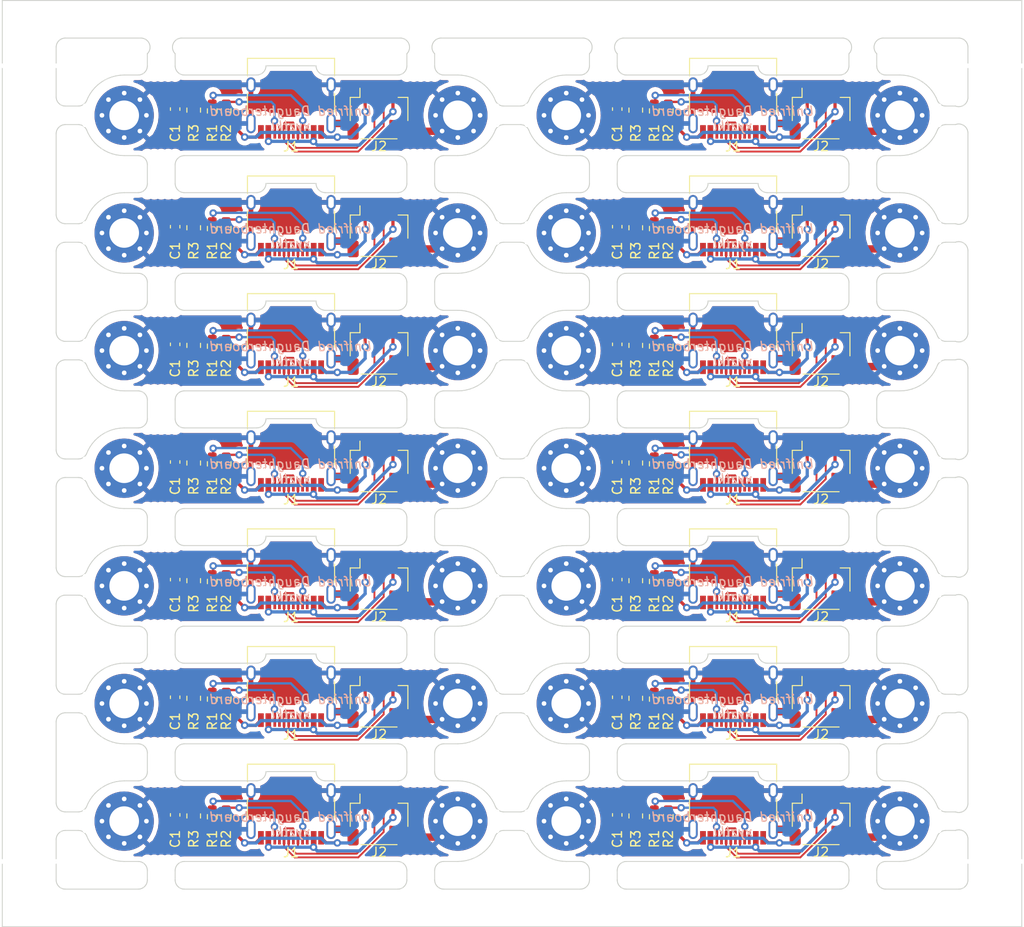
<source format=kicad_pcb>
(kicad_pcb (version 20171130) (host pcbnew 5.1.10)
  (layers (0 F.Cu signal) (31 B.Cu signal) (34 B.Paste user) (35 F.Paste user) (36 B.SilkS user) (37 F.SilkS user) (38 B.Mask user) (39 F.Mask user) (44 Edge.Cuts user))
  (net 0 "")
  (net 1 Board_1-D+)
  (net 2 Board_1-D-)
  (net 3 Board_1-GND)
  (net 4 "Board_1-Net-(J1-PadA5)")
  (net 5 "Board_1-Net-(J1-PadA8)")
  (net 6 "Board_1-Net-(J1-PadB5)")
  (net 7 "Board_1-Net-(J1-PadB8)")
  (net 8 Board_1-SHIELD)
  (net 9 Board_1-VCC)
  (net 10 Board_2-D+)
  (net 11 Board_2-D-)
  (net 12 Board_2-GND)
  (net 13 "Board_2-Net-(J1-PadA5)")
  (net 14 "Board_2-Net-(J1-PadA8)")
  (net 15 "Board_2-Net-(J1-PadB5)")
  (net 16 "Board_2-Net-(J1-PadB8)")
  (net 17 Board_2-SHIELD)
  (net 18 Board_2-VCC)
  (net 19 Board_3-D+)
  (net 20 Board_3-D-)
  (net 21 Board_3-GND)
  (net 22 "Board_3-Net-(J1-PadA5)")
  (net 23 "Board_3-Net-(J1-PadA8)")
  (net 24 "Board_3-Net-(J1-PadB5)")
  (net 25 "Board_3-Net-(J1-PadB8)")
  (net 26 Board_3-SHIELD)
  (net 27 Board_3-VCC)
  (net 28 Board_4-D+)
  (net 29 Board_4-D-)
  (net 30 Board_4-GND)
  (net 31 "Board_4-Net-(J1-PadA5)")
  (net 32 "Board_4-Net-(J1-PadA8)")
  (net 33 "Board_4-Net-(J1-PadB5)")
  (net 34 "Board_4-Net-(J1-PadB8)")
  (net 35 Board_4-SHIELD)
  (net 36 Board_4-VCC)
  (net 37 Board_5-D+)
  (net 38 Board_5-D-)
  (net 39 Board_5-GND)
  (net 40 "Board_5-Net-(J1-PadA5)")
  (net 41 "Board_5-Net-(J1-PadA8)")
  (net 42 "Board_5-Net-(J1-PadB5)")
  (net 43 "Board_5-Net-(J1-PadB8)")
  (net 44 Board_5-SHIELD)
  (net 45 Board_5-VCC)
  (net 46 Board_6-D+)
  (net 47 Board_6-D-)
  (net 48 Board_6-GND)
  (net 49 "Board_6-Net-(J1-PadA5)")
  (net 50 "Board_6-Net-(J1-PadA8)")
  (net 51 "Board_6-Net-(J1-PadB5)")
  (net 52 "Board_6-Net-(J1-PadB8)")
  (net 53 Board_6-SHIELD)
  (net 54 Board_6-VCC)
  (net 55 Board_7-D+)
  (net 56 Board_7-D-)
  (net 57 Board_7-GND)
  (net 58 "Board_7-Net-(J1-PadA5)")
  (net 59 "Board_7-Net-(J1-PadA8)")
  (net 60 "Board_7-Net-(J1-PadB5)")
  (net 61 "Board_7-Net-(J1-PadB8)")
  (net 62 Board_7-SHIELD)
  (net 63 Board_7-VCC)
  (net 64 Board_8-D+)
  (net 65 Board_8-D-)
  (net 66 Board_8-GND)
  (net 67 "Board_8-Net-(J1-PadA5)")
  (net 68 "Board_8-Net-(J1-PadA8)")
  (net 69 "Board_8-Net-(J1-PadB5)")
  (net 70 "Board_8-Net-(J1-PadB8)")
  (net 71 Board_8-SHIELD)
  (net 72 Board_8-VCC)
  (net 73 Board_9-D+)
  (net 74 Board_9-D-)
  (net 75 Board_9-GND)
  (net 76 "Board_9-Net-(J1-PadA5)")
  (net 77 "Board_9-Net-(J1-PadA8)")
  (net 78 "Board_9-Net-(J1-PadB5)")
  (net 79 "Board_9-Net-(J1-PadB8)")
  (net 80 Board_9-SHIELD)
  (net 81 Board_9-VCC)
  (net 82 Board_10-D+)
  (net 83 Board_10-D-)
  (net 84 Board_10-GND)
  (net 85 "Board_10-Net-(J1-PadA5)")
  (net 86 "Board_10-Net-(J1-PadA8)")
  (net 87 "Board_10-Net-(J1-PadB5)")
  (net 88 "Board_10-Net-(J1-PadB8)")
  (net 89 Board_10-SHIELD)
  (net 90 Board_10-VCC)
  (net 91 Board_11-D+)
  (net 92 Board_11-D-)
  (net 93 Board_11-GND)
  (net 94 "Board_11-Net-(J1-PadA5)")
  (net 95 "Board_11-Net-(J1-PadA8)")
  (net 96 "Board_11-Net-(J1-PadB5)")
  (net 97 "Board_11-Net-(J1-PadB8)")
  (net 98 Board_11-SHIELD)
  (net 99 Board_11-VCC)
  (net 100 Board_12-D+)
  (net 101 Board_12-D-)
  (net 102 Board_12-GND)
  (net 103 "Board_12-Net-(J1-PadA5)")
  (net 104 "Board_12-Net-(J1-PadA8)")
  (net 105 "Board_12-Net-(J1-PadB5)")
  (net 106 "Board_12-Net-(J1-PadB8)")
  (net 107 Board_12-SHIELD)
  (net 108 Board_12-VCC)
  (net 109 Board_13-D+)
  (net 110 Board_13-D-)
  (net 111 Board_13-GND)
  (net 112 "Board_13-Net-(J1-PadA5)")
  (net 113 "Board_13-Net-(J1-PadA8)")
  (net 114 "Board_13-Net-(J1-PadB5)")
  (net 115 "Board_13-Net-(J1-PadB8)")
  (net 116 Board_13-SHIELD)
  (net 117 Board_13-VCC)
  (net 118 Board_14-D+)
  (net 119 Board_14-D-)
  (net 120 Board_14-GND)
  (net 121 "Board_14-Net-(J1-PadA5)")
  (net 122 "Board_14-Net-(J1-PadA8)")
  (net 123 "Board_14-Net-(J1-PadB5)")
  (net 124 "Board_14-Net-(J1-PadB8)")
  (net 125 Board_14-SHIELD)
  (net 126 Board_14-VCC)
  (module NPTH (layer F.Cu) (at 128.850003 131.050039)
    (fp_text reference REF** hide)
    (fp_text value NPTH hide)
    (pad "" np_thru_hole circle (at 0 0) (size 0.5 0.5) (drill 0.5) (layers *.Cu))
  )
  (module NPTH (layer F.Cu) (at 128.123753 131.050039)
    (fp_text reference REF** hide)
    (fp_text value NPTH hide)
    (pad "" np_thru_hole circle (at 0 0) (size 0.5 0.5) (drill 0.5) (layers *.Cu))
  )
  (module NPTH (layer F.Cu) (at 127.397504 131.050039)
    (fp_text reference REF** hide)
    (fp_text value NPTH hide)
    (pad "" np_thru_hole circle (at 0 0) (size 0.5 0.5) (drill 0.5) (layers *.Cu))
  )
  (module NPTH (layer F.Cu) (at 126.671254 131.050039)
    (fp_text reference REF** hide)
    (fp_text value NPTH hide)
    (pad "" np_thru_hole circle (at 0 0) (size 0.5 0.5) (drill 0.5) (layers *.Cu))
  )
  (module NPTH (layer F.Cu) (at 125.945005 131.050039)
    (fp_text reference REF** hide)
    (fp_text value NPTH hide)
    (pad "" np_thru_hole circle (at 0 0) (size 0.5 0.5) (drill 0.5) (layers *.Cu))
  )
  (module NPTH (layer F.Cu) (at 125.218756 131.050039)
    (fp_text reference REF** hide)
    (fp_text value NPTH hide)
    (pad "" np_thru_hole circle (at 0 0) (size 0.5 0.5) (drill 0.5) (layers *.Cu))
  )
  (module NPTH (layer F.Cu) (at 124.492506 131.050039)
    (fp_text reference REF** hide)
    (fp_text value NPTH hide)
    (pad "" np_thru_hole circle (at 0 0) (size 0.5 0.5) (drill 0.5) (layers *.Cu))
  )
  (module NPTH (layer F.Cu) (at 123.766257 131.050039)
    (fp_text reference REF** hide)
    (fp_text value NPTH hide)
    (pad "" np_thru_hole circle (at 0 0) (size 0.5 0.5) (drill 0.5) (layers *.Cu))
  )
  (module NPTH (layer F.Cu) (at 123.040008 131.050039)
    (fp_text reference REF** hide)
    (fp_text value NPTH hide)
    (pad "" np_thru_hole circle (at 0 0) (size 0.5 0.5) (drill 0.5) (layers *.Cu))
  )
  (module NPTH (layer F.Cu) (at 128.850003 45.149997)
    (fp_text reference REF** hide)
    (fp_text value NPTH hide)
    (pad "" np_thru_hole circle (at 0 0) (size 0.5 0.5) (drill 0.5) (layers *.Cu))
  )
  (module NPTH (layer F.Cu) (at 128.123753 45.149997)
    (fp_text reference REF** hide)
    (fp_text value NPTH hide)
    (pad "" np_thru_hole circle (at 0 0) (size 0.5 0.5) (drill 0.5) (layers *.Cu))
  )
  (module NPTH (layer F.Cu) (at 127.397504 45.149997)
    (fp_text reference REF** hide)
    (fp_text value NPTH hide)
    (pad "" np_thru_hole circle (at 0 0) (size 0.5 0.5) (drill 0.5) (layers *.Cu))
  )
  (module NPTH (layer F.Cu) (at 126.671254 45.149997)
    (fp_text reference REF** hide)
    (fp_text value NPTH hide)
    (pad "" np_thru_hole circle (at 0 0) (size 0.5 0.5) (drill 0.5) (layers *.Cu))
  )
  (module NPTH (layer F.Cu) (at 125.945005 45.149997)
    (fp_text reference REF** hide)
    (fp_text value NPTH hide)
    (pad "" np_thru_hole circle (at 0 0) (size 0.5 0.5) (drill 0.5) (layers *.Cu))
  )
  (module NPTH (layer F.Cu) (at 125.218756 45.149997)
    (fp_text reference REF** hide)
    (fp_text value NPTH hide)
    (pad "" np_thru_hole circle (at 0 0) (size 0.5 0.5) (drill 0.5) (layers *.Cu))
  )
  (module NPTH (layer F.Cu) (at 124.492506 45.149997)
    (fp_text reference REF** hide)
    (fp_text value NPTH hide)
    (pad "" np_thru_hole circle (at 0 0) (size 0.5 0.5) (drill 0.5) (layers *.Cu))
  )
  (module NPTH (layer F.Cu) (at 123.766257 45.149997)
    (fp_text reference REF** hide)
    (fp_text value NPTH hide)
    (pad "" np_thru_hole circle (at 0 0) (size 0.5 0.5) (drill 0.5) (layers *.Cu))
  )
  (module NPTH (layer F.Cu) (at 123.040008 45.149997)
    (fp_text reference REF** hide)
    (fp_text value NPTH hide)
    (pad "" np_thru_hole circle (at 0 0) (size 0.5 0.5) (drill 0.5) (layers *.Cu))
  )
  (module NPTH (layer F.Cu) (at 24.659998 131.050039)
    (fp_text reference REF** hide)
    (fp_text value NPTH hide)
    (pad "" np_thru_hole circle (at 0 0) (size 0.5 0.5) (drill 0.5) (layers *.Cu))
  )
  (module NPTH (layer F.Cu) (at 23.933748 131.050039)
    (fp_text reference REF** hide)
    (fp_text value NPTH hide)
    (pad "" np_thru_hole circle (at 0 0) (size 0.5 0.5) (drill 0.5) (layers *.Cu))
  )
  (module NPTH (layer F.Cu) (at 23.207499 131.050039)
    (fp_text reference REF** hide)
    (fp_text value NPTH hide)
    (pad "" np_thru_hole circle (at 0 0) (size 0.5 0.5) (drill 0.5) (layers *.Cu))
  )
  (module NPTH (layer F.Cu) (at 22.481249 131.050039)
    (fp_text reference REF** hide)
    (fp_text value NPTH hide)
    (pad "" np_thru_hole circle (at 0 0) (size 0.5 0.5) (drill 0.5) (layers *.Cu))
  )
  (module NPTH (layer F.Cu) (at 21.755 131.050039)
    (fp_text reference REF** hide)
    (fp_text value NPTH hide)
    (pad "" np_thru_hole circle (at 0 0) (size 0.5 0.5) (drill 0.5) (layers *.Cu))
  )
  (module NPTH (layer F.Cu) (at 21.028751 131.050039)
    (fp_text reference REF** hide)
    (fp_text value NPTH hide)
    (pad "" np_thru_hole circle (at 0 0) (size 0.5 0.5) (drill 0.5) (layers *.Cu))
  )
  (module NPTH (layer F.Cu) (at 20.302501 131.050039)
    (fp_text reference REF** hide)
    (fp_text value NPTH hide)
    (pad "" np_thru_hole circle (at 0 0) (size 0.5 0.5) (drill 0.5) (layers *.Cu))
  )
  (module NPTH (layer F.Cu) (at 19.576252 131.050039)
    (fp_text reference REF** hide)
    (fp_text value NPTH hide)
    (pad "" np_thru_hole circle (at 0 0) (size 0.5 0.5) (drill 0.5) (layers *.Cu))
  )
  (module NPTH (layer F.Cu) (at 18.850003 131.050039)
    (fp_text reference REF** hide)
    (fp_text value NPTH hide)
    (pad "" np_thru_hole circle (at 0 0) (size 0.5 0.5) (drill 0.5) (layers *.Cu))
  )
  (module NPTH (layer F.Cu) (at 24.659998 45.149997)
    (fp_text reference REF** hide)
    (fp_text value NPTH hide)
    (pad "" np_thru_hole circle (at 0 0) (size 0.5 0.5) (drill 0.5) (layers *.Cu))
  )
  (module NPTH (layer F.Cu) (at 23.933748 45.149997)
    (fp_text reference REF** hide)
    (fp_text value NPTH hide)
    (pad "" np_thru_hole circle (at 0 0) (size 0.5 0.5) (drill 0.5) (layers *.Cu))
  )
  (module NPTH (layer F.Cu) (at 23.207499 45.149997)
    (fp_text reference REF** hide)
    (fp_text value NPTH hide)
    (pad "" np_thru_hole circle (at 0 0) (size 0.5 0.5) (drill 0.5) (layers *.Cu))
  )
  (module NPTH (layer F.Cu) (at 22.481249 45.149997)
    (fp_text reference REF** hide)
    (fp_text value NPTH hide)
    (pad "" np_thru_hole circle (at 0 0) (size 0.5 0.5) (drill 0.5) (layers *.Cu))
  )
  (module NPTH (layer F.Cu) (at 21.755 45.149997)
    (fp_text reference REF** hide)
    (fp_text value NPTH hide)
    (pad "" np_thru_hole circle (at 0 0) (size 0.5 0.5) (drill 0.5) (layers *.Cu))
  )
  (module NPTH (layer F.Cu) (at 21.028751 45.149997)
    (fp_text reference REF** hide)
    (fp_text value NPTH hide)
    (pad "" np_thru_hole circle (at 0 0) (size 0.5 0.5) (drill 0.5) (layers *.Cu))
  )
  (module NPTH (layer F.Cu) (at 20.302501 45.149997)
    (fp_text reference REF** hide)
    (fp_text value NPTH hide)
    (pad "" np_thru_hole circle (at 0 0) (size 0.5 0.5) (drill 0.5) (layers *.Cu))
  )
  (module NPTH (layer F.Cu) (at 19.576252 45.149997)
    (fp_text reference REF** hide)
    (fp_text value NPTH hide)
    (pad "" np_thru_hole circle (at 0 0) (size 0.5 0.5) (drill 0.5) (layers *.Cu))
  )
  (module NPTH (layer F.Cu) (at 18.850003 45.149997)
    (fp_text reference REF** hide)
    (fp_text value NPTH hide)
    (pad "" np_thru_hole circle (at 0 0) (size 0.5 0.5) (drill 0.5) (layers *.Cu))
  )
  (module NPTH (layer F.Cu) (at 27.769277 49.499998)
    (fp_text reference REF** hide)
    (fp_text value NPTH hide)
    (pad "" np_thru_hole circle (at 0 0) (size 0.5 0.5) (drill 0.5) (layers *.Cu))
  )
  (module NPTH (layer F.Cu) (at 27.654584 50.499998)
    (fp_text reference REF** hide)
    (fp_text value NPTH hide)
    (pad "" np_thru_hole circle (at 0 0) (size 0.5 0.5) (drill 0.5) (layers *.Cu))
  )
  (module NPTH (layer F.Cu) (at 27.769277 51.499998)
    (fp_text reference REF** hide)
    (fp_text value NPTH hide)
    (pad "" np_thru_hole circle (at 0 0) (size 0.5 0.5) (drill 0.5) (layers *.Cu))
  )
  (module NPTH (layer F.Cu) (at 72.23072 51.499998)
    (fp_text reference REF** hide)
    (fp_text value NPTH hide)
    (pad "" np_thru_hole circle (at 0 0) (size 0.5 0.5) (drill 0.5) (layers *.Cu))
  )
  (module NPTH (layer F.Cu) (at 72.345413 50.499997)
    (fp_text reference REF** hide)
    (fp_text value NPTH hide)
    (pad "" np_thru_hole circle (at 0 0) (size 0.5 0.5) (drill 0.5) (layers *.Cu))
  )
  (module NPTH (layer F.Cu) (at 72.23072 49.499998)
    (fp_text reference REF** hide)
    (fp_text value NPTH hide)
    (pad "" np_thru_hole circle (at 0 0) (size 0.5 0.5) (drill 0.5) (layers *.Cu))
  )
  (module NPTH (layer F.Cu) (at 75.469282 49.499998)
    (fp_text reference REF** hide)
    (fp_text value NPTH hide)
    (pad "" np_thru_hole circle (at 0 0) (size 0.5 0.5) (drill 0.5) (layers *.Cu))
  )
  (module NPTH (layer F.Cu) (at 75.354589 50.499998)
    (fp_text reference REF** hide)
    (fp_text value NPTH hide)
    (pad "" np_thru_hole circle (at 0 0) (size 0.5 0.5) (drill 0.5) (layers *.Cu))
  )
  (module NPTH (layer F.Cu) (at 75.469282 51.499998)
    (fp_text reference REF** hide)
    (fp_text value NPTH hide)
    (pad "" np_thru_hole circle (at 0 0) (size 0.5 0.5) (drill 0.5) (layers *.Cu))
  )
  (module NPTH (layer F.Cu) (at 119.930725 51.499998)
    (fp_text reference REF** hide)
    (fp_text value NPTH hide)
    (pad "" np_thru_hole circle (at 0 0) (size 0.5 0.5) (drill 0.5) (layers *.Cu))
  )
  (module NPTH (layer F.Cu) (at 120.045418 50.499997)
    (fp_text reference REF** hide)
    (fp_text value NPTH hide)
    (pad "" np_thru_hole circle (at 0 0) (size 0.5 0.5) (drill 0.5) (layers *.Cu))
  )
  (module NPTH (layer F.Cu) (at 119.930725 49.499998)
    (fp_text reference REF** hide)
    (fp_text value NPTH hide)
    (pad "" np_thru_hole circle (at 0 0) (size 0.5 0.5) (drill 0.5) (layers *.Cu))
  )
  (module NPTH (layer F.Cu) (at 27.769277 62.200004)
    (fp_text reference REF** hide)
    (fp_text value NPTH hide)
    (pad "" np_thru_hole circle (at 0 0) (size 0.5 0.5) (drill 0.5) (layers *.Cu))
  )
  (module NPTH (layer F.Cu) (at 27.654584 63.200004)
    (fp_text reference REF** hide)
    (fp_text value NPTH hide)
    (pad "" np_thru_hole circle (at 0 0) (size 0.5 0.5) (drill 0.5) (layers *.Cu))
  )
  (module NPTH (layer F.Cu) (at 27.769277 64.200004)
    (fp_text reference REF** hide)
    (fp_text value NPTH hide)
    (pad "" np_thru_hole circle (at 0 0) (size 0.5 0.5) (drill 0.5) (layers *.Cu))
  )
  (module NPTH (layer F.Cu) (at 72.23072 64.200004)
    (fp_text reference REF** hide)
    (fp_text value NPTH hide)
    (pad "" np_thru_hole circle (at 0 0) (size 0.5 0.5) (drill 0.5) (layers *.Cu))
  )
  (module NPTH (layer F.Cu) (at 72.345413 63.200003)
    (fp_text reference REF** hide)
    (fp_text value NPTH hide)
    (pad "" np_thru_hole circle (at 0 0) (size 0.5 0.5) (drill 0.5) (layers *.Cu))
  )
  (module NPTH (layer F.Cu) (at 72.23072 62.200004)
    (fp_text reference REF** hide)
    (fp_text value NPTH hide)
    (pad "" np_thru_hole circle (at 0 0) (size 0.5 0.5) (drill 0.5) (layers *.Cu))
  )
  (module NPTH (layer F.Cu) (at 75.469282 62.200004)
    (fp_text reference REF** hide)
    (fp_text value NPTH hide)
    (pad "" np_thru_hole circle (at 0 0) (size 0.5 0.5) (drill 0.5) (layers *.Cu))
  )
  (module NPTH (layer F.Cu) (at 75.354589 63.200004)
    (fp_text reference REF** hide)
    (fp_text value NPTH hide)
    (pad "" np_thru_hole circle (at 0 0) (size 0.5 0.5) (drill 0.5) (layers *.Cu))
  )
  (module NPTH (layer F.Cu) (at 75.469282 64.200004)
    (fp_text reference REF** hide)
    (fp_text value NPTH hide)
    (pad "" np_thru_hole circle (at 0 0) (size 0.5 0.5) (drill 0.5) (layers *.Cu))
  )
  (module NPTH (layer F.Cu) (at 119.930725 64.200004)
    (fp_text reference REF** hide)
    (fp_text value NPTH hide)
    (pad "" np_thru_hole circle (at 0 0) (size 0.5 0.5) (drill 0.5) (layers *.Cu))
  )
  (module NPTH (layer F.Cu) (at 120.045418 63.200003)
    (fp_text reference REF** hide)
    (fp_text value NPTH hide)
    (pad "" np_thru_hole circle (at 0 0) (size 0.5 0.5) (drill 0.5) (layers *.Cu))
  )
  (module NPTH (layer F.Cu) (at 119.930725 62.200004)
    (fp_text reference REF** hide)
    (fp_text value NPTH hide)
    (pad "" np_thru_hole circle (at 0 0) (size 0.5 0.5) (drill 0.5) (layers *.Cu))
  )
  (module NPTH (layer F.Cu) (at 27.769277 74.90001)
    (fp_text reference REF** hide)
    (fp_text value NPTH hide)
    (pad "" np_thru_hole circle (at 0 0) (size 0.5 0.5) (drill 0.5) (layers *.Cu))
  )
  (module NPTH (layer F.Cu) (at 27.654584 75.90001)
    (fp_text reference REF** hide)
    (fp_text value NPTH hide)
    (pad "" np_thru_hole circle (at 0 0) (size 0.5 0.5) (drill 0.5) (layers *.Cu))
  )
  (module NPTH (layer F.Cu) (at 27.769277 76.90001)
    (fp_text reference REF** hide)
    (fp_text value NPTH hide)
    (pad "" np_thru_hole circle (at 0 0) (size 0.5 0.5) (drill 0.5) (layers *.Cu))
  )
  (module NPTH (layer F.Cu) (at 72.23072 76.90001)
    (fp_text reference REF** hide)
    (fp_text value NPTH hide)
    (pad "" np_thru_hole circle (at 0 0) (size 0.5 0.5) (drill 0.5) (layers *.Cu))
  )
  (module NPTH (layer F.Cu) (at 72.345413 75.900009)
    (fp_text reference REF** hide)
    (fp_text value NPTH hide)
    (pad "" np_thru_hole circle (at 0 0) (size 0.5 0.5) (drill 0.5) (layers *.Cu))
  )
  (module NPTH (layer F.Cu) (at 72.23072 74.90001)
    (fp_text reference REF** hide)
    (fp_text value NPTH hide)
    (pad "" np_thru_hole circle (at 0 0) (size 0.5 0.5) (drill 0.5) (layers *.Cu))
  )
  (module NPTH (layer F.Cu) (at 75.469282 74.90001)
    (fp_text reference REF** hide)
    (fp_text value NPTH hide)
    (pad "" np_thru_hole circle (at 0 0) (size 0.5 0.5) (drill 0.5) (layers *.Cu))
  )
  (module NPTH (layer F.Cu) (at 75.354589 75.90001)
    (fp_text reference REF** hide)
    (fp_text value NPTH hide)
    (pad "" np_thru_hole circle (at 0 0) (size 0.5 0.5) (drill 0.5) (layers *.Cu))
  )
  (module NPTH (layer F.Cu) (at 75.469282 76.90001)
    (fp_text reference REF** hide)
    (fp_text value NPTH hide)
    (pad "" np_thru_hole circle (at 0 0) (size 0.5 0.5) (drill 0.5) (layers *.Cu))
  )
  (module NPTH (layer F.Cu) (at 119.930725 76.90001)
    (fp_text reference REF** hide)
    (fp_text value NPTH hide)
    (pad "" np_thru_hole circle (at 0 0) (size 0.5 0.5) (drill 0.5) (layers *.Cu))
  )
  (module NPTH (layer F.Cu) (at 120.045418 75.900009)
    (fp_text reference REF** hide)
    (fp_text value NPTH hide)
    (pad "" np_thru_hole circle (at 0 0) (size 0.5 0.5) (drill 0.5) (layers *.Cu))
  )
  (module NPTH (layer F.Cu) (at 119.930725 74.90001)
    (fp_text reference REF** hide)
    (fp_text value NPTH hide)
    (pad "" np_thru_hole circle (at 0 0) (size 0.5 0.5) (drill 0.5) (layers *.Cu))
  )
  (module NPTH (layer F.Cu) (at 27.769277 87.600016)
    (fp_text reference REF** hide)
    (fp_text value NPTH hide)
    (pad "" np_thru_hole circle (at 0 0) (size 0.5 0.5) (drill 0.5) (layers *.Cu))
  )
  (module NPTH (layer F.Cu) (at 27.654584 88.600016)
    (fp_text reference REF** hide)
    (fp_text value NPTH hide)
    (pad "" np_thru_hole circle (at 0 0) (size 0.5 0.5) (drill 0.5) (layers *.Cu))
  )
  (module NPTH (layer F.Cu) (at 27.769277 89.600016)
    (fp_text reference REF** hide)
    (fp_text value NPTH hide)
    (pad "" np_thru_hole circle (at 0 0) (size 0.5 0.5) (drill 0.5) (layers *.Cu))
  )
  (module NPTH (layer F.Cu) (at 72.23072 89.600016)
    (fp_text reference REF** hide)
    (fp_text value NPTH hide)
    (pad "" np_thru_hole circle (at 0 0) (size 0.5 0.5) (drill 0.5) (layers *.Cu))
  )
  (module NPTH (layer F.Cu) (at 72.345413 88.600015)
    (fp_text reference REF** hide)
    (fp_text value NPTH hide)
    (pad "" np_thru_hole circle (at 0 0) (size 0.5 0.5) (drill 0.5) (layers *.Cu))
  )
  (module NPTH (layer F.Cu) (at 72.23072 87.600016)
    (fp_text reference REF** hide)
    (fp_text value NPTH hide)
    (pad "" np_thru_hole circle (at 0 0) (size 0.5 0.5) (drill 0.5) (layers *.Cu))
  )
  (module NPTH (layer F.Cu) (at 75.469282 87.600016)
    (fp_text reference REF** hide)
    (fp_text value NPTH hide)
    (pad "" np_thru_hole circle (at 0 0) (size 0.5 0.5) (drill 0.5) (layers *.Cu))
  )
  (module NPTH (layer F.Cu) (at 75.354589 88.600016)
    (fp_text reference REF** hide)
    (fp_text value NPTH hide)
    (pad "" np_thru_hole circle (at 0 0) (size 0.5 0.5) (drill 0.5) (layers *.Cu))
  )
  (module NPTH (layer F.Cu) (at 75.469282 89.600016)
    (fp_text reference REF** hide)
    (fp_text value NPTH hide)
    (pad "" np_thru_hole circle (at 0 0) (size 0.5 0.5) (drill 0.5) (layers *.Cu))
  )
  (module NPTH (layer F.Cu) (at 119.930725 89.600016)
    (fp_text reference REF** hide)
    (fp_text value NPTH hide)
    (pad "" np_thru_hole circle (at 0 0) (size 0.5 0.5) (drill 0.5) (layers *.Cu))
  )
  (module NPTH (layer F.Cu) (at 120.045418 88.600015)
    (fp_text reference REF** hide)
    (fp_text value NPTH hide)
    (pad "" np_thru_hole circle (at 0 0) (size 0.5 0.5) (drill 0.5) (layers *.Cu))
  )
  (module NPTH (layer F.Cu) (at 119.930725 87.600016)
    (fp_text reference REF** hide)
    (fp_text value NPTH hide)
    (pad "" np_thru_hole circle (at 0 0) (size 0.5 0.5) (drill 0.5) (layers *.Cu))
  )
  (module NPTH (layer F.Cu) (at 27.769277 100.300022)
    (fp_text reference REF** hide)
    (fp_text value NPTH hide)
    (pad "" np_thru_hole circle (at 0 0) (size 0.5 0.5) (drill 0.5) (layers *.Cu))
  )
  (module NPTH (layer F.Cu) (at 27.654584 101.300022)
    (fp_text reference REF** hide)
    (fp_text value NPTH hide)
    (pad "" np_thru_hole circle (at 0 0) (size 0.5 0.5) (drill 0.5) (layers *.Cu))
  )
  (module NPTH (layer F.Cu) (at 27.769277 102.300022)
    (fp_text reference REF** hide)
    (fp_text value NPTH hide)
    (pad "" np_thru_hole circle (at 0 0) (size 0.5 0.5) (drill 0.5) (layers *.Cu))
  )
  (module NPTH (layer F.Cu) (at 72.23072 102.300022)
    (fp_text reference REF** hide)
    (fp_text value NPTH hide)
    (pad "" np_thru_hole circle (at 0 0) (size 0.5 0.5) (drill 0.5) (layers *.Cu))
  )
  (module NPTH (layer F.Cu) (at 72.345413 101.300021)
    (fp_text reference REF** hide)
    (fp_text value NPTH hide)
    (pad "" np_thru_hole circle (at 0 0) (size 0.5 0.5) (drill 0.5) (layers *.Cu))
  )
  (module NPTH (layer F.Cu) (at 72.23072 100.300022)
    (fp_text reference REF** hide)
    (fp_text value NPTH hide)
    (pad "" np_thru_hole circle (at 0 0) (size 0.5 0.5) (drill 0.5) (layers *.Cu))
  )
  (module NPTH (layer F.Cu) (at 75.469282 100.300022)
    (fp_text reference REF** hide)
    (fp_text value NPTH hide)
    (pad "" np_thru_hole circle (at 0 0) (size 0.5 0.5) (drill 0.5) (layers *.Cu))
  )
  (module NPTH (layer F.Cu) (at 75.354589 101.300022)
    (fp_text reference REF** hide)
    (fp_text value NPTH hide)
    (pad "" np_thru_hole circle (at 0 0) (size 0.5 0.5) (drill 0.5) (layers *.Cu))
  )
  (module NPTH (layer F.Cu) (at 75.469282 102.300022)
    (fp_text reference REF** hide)
    (fp_text value NPTH hide)
    (pad "" np_thru_hole circle (at 0 0) (size 0.5 0.5) (drill 0.5) (layers *.Cu))
  )
  (module NPTH (layer F.Cu) (at 119.930725 102.300022)
    (fp_text reference REF** hide)
    (fp_text value NPTH hide)
    (pad "" np_thru_hole circle (at 0 0) (size 0.5 0.5) (drill 0.5) (layers *.Cu))
  )
  (module NPTH (layer F.Cu) (at 120.045418 101.300021)
    (fp_text reference REF** hide)
    (fp_text value NPTH hide)
    (pad "" np_thru_hole circle (at 0 0) (size 0.5 0.5) (drill 0.5) (layers *.Cu))
  )
  (module NPTH (layer F.Cu) (at 119.930725 100.300022)
    (fp_text reference REF** hide)
    (fp_text value NPTH hide)
    (pad "" np_thru_hole circle (at 0 0) (size 0.5 0.5) (drill 0.5) (layers *.Cu))
  )
  (module NPTH (layer F.Cu) (at 27.769277 113.000028)
    (fp_text reference REF** hide)
    (fp_text value NPTH hide)
    (pad "" np_thru_hole circle (at 0 0) (size 0.5 0.5) (drill 0.5) (layers *.Cu))
  )
  (module NPTH (layer F.Cu) (at 27.654584 114.000028)
    (fp_text reference REF** hide)
    (fp_text value NPTH hide)
    (pad "" np_thru_hole circle (at 0 0) (size 0.5 0.5) (drill 0.5) (layers *.Cu))
  )
  (module NPTH (layer F.Cu) (at 27.769277 115.000028)
    (fp_text reference REF** hide)
    (fp_text value NPTH hide)
    (pad "" np_thru_hole circle (at 0 0) (size 0.5 0.5) (drill 0.5) (layers *.Cu))
  )
  (module NPTH (layer F.Cu) (at 72.23072 115.000028)
    (fp_text reference REF** hide)
    (fp_text value NPTH hide)
    (pad "" np_thru_hole circle (at 0 0) (size 0.5 0.5) (drill 0.5) (layers *.Cu))
  )
  (module NPTH (layer F.Cu) (at 72.345413 114.000027)
    (fp_text reference REF** hide)
    (fp_text value NPTH hide)
    (pad "" np_thru_hole circle (at 0 0) (size 0.5 0.5) (drill 0.5) (layers *.Cu))
  )
  (module NPTH (layer F.Cu) (at 72.23072 113.000028)
    (fp_text reference REF** hide)
    (fp_text value NPTH hide)
    (pad "" np_thru_hole circle (at 0 0) (size 0.5 0.5) (drill 0.5) (layers *.Cu))
  )
  (module NPTH (layer F.Cu) (at 75.469282 113.000028)
    (fp_text reference REF** hide)
    (fp_text value NPTH hide)
    (pad "" np_thru_hole circle (at 0 0) (size 0.5 0.5) (drill 0.5) (layers *.Cu))
  )
  (module NPTH (layer F.Cu) (at 75.354589 114.000028)
    (fp_text reference REF** hide)
    (fp_text value NPTH hide)
    (pad "" np_thru_hole circle (at 0 0) (size 0.5 0.5) (drill 0.5) (layers *.Cu))
  )
  (module NPTH (layer F.Cu) (at 75.469282 115.000028)
    (fp_text reference REF** hide)
    (fp_text value NPTH hide)
    (pad "" np_thru_hole circle (at 0 0) (size 0.5 0.5) (drill 0.5) (layers *.Cu))
  )
  (module NPTH (layer F.Cu) (at 119.930725 115.000028)
    (fp_text reference REF** hide)
    (fp_text value NPTH hide)
    (pad "" np_thru_hole circle (at 0 0) (size 0.5 0.5) (drill 0.5) (layers *.Cu))
  )
  (module NPTH (layer F.Cu) (at 120.045418 114.000027)
    (fp_text reference REF** hide)
    (fp_text value NPTH hide)
    (pad "" np_thru_hole circle (at 0 0) (size 0.5 0.5) (drill 0.5) (layers *.Cu))
  )
  (module NPTH (layer F.Cu) (at 119.930725 113.000028)
    (fp_text reference REF** hide)
    (fp_text value NPTH hide)
    (pad "" np_thru_hole circle (at 0 0) (size 0.5 0.5) (drill 0.5) (layers *.Cu))
  )
  (module NPTH (layer F.Cu) (at 27.769277 125.700034)
    (fp_text reference REF** hide)
    (fp_text value NPTH hide)
    (pad "" np_thru_hole circle (at 0 0) (size 0.5 0.5) (drill 0.5) (layers *.Cu))
  )
  (module NPTH (layer F.Cu) (at 27.654584 126.700034)
    (fp_text reference REF** hide)
    (fp_text value NPTH hide)
    (pad "" np_thru_hole circle (at 0 0) (size 0.5 0.5) (drill 0.5) (layers *.Cu))
  )
  (module NPTH (layer F.Cu) (at 27.769277 127.700034)
    (fp_text reference REF** hide)
    (fp_text value NPTH hide)
    (pad "" np_thru_hole circle (at 0 0) (size 0.5 0.5) (drill 0.5) (layers *.Cu))
  )
  (module NPTH (layer F.Cu) (at 72.23072 127.700034)
    (fp_text reference REF** hide)
    (fp_text value NPTH hide)
    (pad "" np_thru_hole circle (at 0 0) (size 0.5 0.5) (drill 0.5) (layers *.Cu))
  )
  (module NPTH (layer F.Cu) (at 72.345413 126.700033)
    (fp_text reference REF** hide)
    (fp_text value NPTH hide)
    (pad "" np_thru_hole circle (at 0 0) (size 0.5 0.5) (drill 0.5) (layers *.Cu))
  )
  (module NPTH (layer F.Cu) (at 72.23072 125.700034)
    (fp_text reference REF** hide)
    (fp_text value NPTH hide)
    (pad "" np_thru_hole circle (at 0 0) (size 0.5 0.5) (drill 0.5) (layers *.Cu))
  )
  (module NPTH (layer F.Cu) (at 75.469282 125.700034)
    (fp_text reference REF** hide)
    (fp_text value NPTH hide)
    (pad "" np_thru_hole circle (at 0 0) (size 0.5 0.5) (drill 0.5) (layers *.Cu))
  )
  (module NPTH (layer F.Cu) (at 75.354589 126.700034)
    (fp_text reference REF** hide)
    (fp_text value NPTH hide)
    (pad "" np_thru_hole circle (at 0 0) (size 0.5 0.5) (drill 0.5) (layers *.Cu))
  )
  (module NPTH (layer F.Cu) (at 75.469282 127.700034)
    (fp_text reference REF** hide)
    (fp_text value NPTH hide)
    (pad "" np_thru_hole circle (at 0 0) (size 0.5 0.5) (drill 0.5) (layers *.Cu))
  )
  (module NPTH (layer F.Cu) (at 119.930725 127.700034)
    (fp_text reference REF** hide)
    (fp_text value NPTH hide)
    (pad "" np_thru_hole circle (at 0 0) (size 0.5 0.5) (drill 0.5) (layers *.Cu))
  )
  (module NPTH (layer F.Cu) (at 120.045418 126.700033)
    (fp_text reference REF** hide)
    (fp_text value NPTH hide)
    (pad "" np_thru_hole circle (at 0 0) (size 0.5 0.5) (drill 0.5) (layers *.Cu))
  )
  (module NPTH (layer F.Cu) (at 119.930725 125.700034)
    (fp_text reference REF** hide)
    (fp_text value NPTH hide)
    (pad "" np_thru_hole circle (at 0 0) (size 0.5 0.5) (drill 0.5) (layers *.Cu))
  )
  (module NPTH (layer F.Cu) (at 62.499999 54.850998)
    (fp_text reference REF** hide)
    (fp_text value NPTH hide)
    (pad "" np_thru_hole circle (at 0 0) (size 0.5 0.5) (drill 0.5) (layers *.Cu))
  )
  (module NPTH (layer F.Cu) (at 63.249999 54.850998)
    (fp_text reference REF** hide)
    (fp_text value NPTH hide)
    (pad "" np_thru_hole circle (at 0 0) (size 0.5 0.5) (drill 0.5) (layers *.Cu))
  )
  (module NPTH (layer F.Cu) (at 63.999999 54.850998)
    (fp_text reference REF** hide)
    (fp_text value NPTH hide)
    (pad "" np_thru_hole circle (at 0 0) (size 0.5 0.5) (drill 0.5) (layers *.Cu))
  )
  (module NPTH (layer F.Cu) (at 64.749999 54.850998)
    (fp_text reference REF** hide)
    (fp_text value NPTH hide)
    (pad "" np_thru_hole circle (at 0 0) (size 0.5 0.5) (drill 0.5) (layers *.Cu))
  )
  (module NPTH (layer F.Cu) (at 65.499999 54.850998)
    (fp_text reference REF** hide)
    (fp_text value NPTH hide)
    (pad "" np_thru_hole circle (at 0 0) (size 0.5 0.5) (drill 0.5) (layers *.Cu))
  )
  (module NPTH (layer F.Cu) (at 65.499999 46.148999)
    (fp_text reference REF** hide)
    (fp_text value NPTH hide)
    (pad "" np_thru_hole circle (at 0 0) (size 0.5 0.5) (drill 0.5) (layers *.Cu))
  )
  (module NPTH (layer F.Cu) (at 64.749999 46.148999)
    (fp_text reference REF** hide)
    (fp_text value NPTH hide)
    (pad "" np_thru_hole circle (at 0 0) (size 0.5 0.5) (drill 0.5) (layers *.Cu))
  )
  (module NPTH (layer F.Cu) (at 63.999999 46.148999)
    (fp_text reference REF** hide)
    (fp_text value NPTH hide)
    (pad "" np_thru_hole circle (at 0 0) (size 0.5 0.5) (drill 0.5) (layers *.Cu))
  )
  (module NPTH (layer F.Cu) (at 63.249999 46.148999)
    (fp_text reference REF** hide)
    (fp_text value NPTH hide)
    (pad "" np_thru_hole circle (at 0 0) (size 0.5 0.5) (drill 0.5) (layers *.Cu))
  )
  (module NPTH (layer F.Cu) (at 62.499999 46.148999)
    (fp_text reference REF** hide)
    (fp_text value NPTH hide)
    (pad "" np_thru_hole circle (at 0 0) (size 0.5 0.5) (drill 0.5) (layers *.Cu))
  )
  (module NPTH (layer F.Cu) (at 34.499999 54.850999)
    (fp_text reference REF** hide)
    (fp_text value NPTH hide)
    (pad "" np_thru_hole circle (at 0 0) (size 0.5 0.5) (drill 0.5) (layers *.Cu))
  )
  (module NPTH (layer F.Cu) (at 35.249999 54.850999)
    (fp_text reference REF** hide)
    (fp_text value NPTH hide)
    (pad "" np_thru_hole circle (at 0 0) (size 0.5 0.5) (drill 0.5) (layers *.Cu))
  )
  (module NPTH (layer F.Cu) (at 35.999999 54.850999)
    (fp_text reference REF** hide)
    (fp_text value NPTH hide)
    (pad "" np_thru_hole circle (at 0 0) (size 0.5 0.5) (drill 0.5) (layers *.Cu))
  )
  (module NPTH (layer F.Cu) (at 36.749999 54.850999)
    (fp_text reference REF** hide)
    (fp_text value NPTH hide)
    (pad "" np_thru_hole circle (at 0 0) (size 0.5 0.5) (drill 0.5) (layers *.Cu))
  )
  (module NPTH (layer F.Cu) (at 37.499999 54.850999)
    (fp_text reference REF** hide)
    (fp_text value NPTH hide)
    (pad "" np_thru_hole circle (at 0 0) (size 0.5 0.5) (drill 0.5) (layers *.Cu))
  )
  (module NPTH (layer F.Cu) (at 37.499999 46.148998)
    (fp_text reference REF** hide)
    (fp_text value NPTH hide)
    (pad "" np_thru_hole circle (at 0 0) (size 0.5 0.5) (drill 0.5) (layers *.Cu))
  )
  (module NPTH (layer F.Cu) (at 36.749999 46.148998)
    (fp_text reference REF** hide)
    (fp_text value NPTH hide)
    (pad "" np_thru_hole circle (at 0 0) (size 0.5 0.5) (drill 0.5) (layers *.Cu))
  )
  (module NPTH (layer F.Cu) (at 35.999999 46.148998)
    (fp_text reference REF** hide)
    (fp_text value NPTH hide)
    (pad "" np_thru_hole circle (at 0 0) (size 0.5 0.5) (drill 0.5) (layers *.Cu))
  )
  (module NPTH (layer F.Cu) (at 35.249999 46.148998)
    (fp_text reference REF** hide)
    (fp_text value NPTH hide)
    (pad "" np_thru_hole circle (at 0 0) (size 0.5 0.5) (drill 0.5) (layers *.Cu))
  )
  (module NPTH (layer F.Cu) (at 34.499999 46.148998)
    (fp_text reference REF** hide)
    (fp_text value NPTH hide)
    (pad "" np_thru_hole circle (at 0 0) (size 0.5 0.5) (drill 0.5) (layers *.Cu))
  )
  (module NPTH (layer F.Cu) (at 110.200004 54.850998)
    (fp_text reference REF** hide)
    (fp_text value NPTH hide)
    (pad "" np_thru_hole circle (at 0 0) (size 0.5 0.5) (drill 0.5) (layers *.Cu))
  )
  (module NPTH (layer F.Cu) (at 110.950004 54.850998)
    (fp_text reference REF** hide)
    (fp_text value NPTH hide)
    (pad "" np_thru_hole circle (at 0 0) (size 0.5 0.5) (drill 0.5) (layers *.Cu))
  )
  (module NPTH (layer F.Cu) (at 111.700004 54.850998)
    (fp_text reference REF** hide)
    (fp_text value NPTH hide)
    (pad "" np_thru_hole circle (at 0 0) (size 0.5 0.5) (drill 0.5) (layers *.Cu))
  )
  (module NPTH (layer F.Cu) (at 112.450004 54.850998)
    (fp_text reference REF** hide)
    (fp_text value NPTH hide)
    (pad "" np_thru_hole circle (at 0 0) (size 0.5 0.5) (drill 0.5) (layers *.Cu))
  )
  (module NPTH (layer F.Cu) (at 113.200004 54.850998)
    (fp_text reference REF** hide)
    (fp_text value NPTH hide)
    (pad "" np_thru_hole circle (at 0 0) (size 0.5 0.5) (drill 0.5) (layers *.Cu))
  )
  (module NPTH (layer F.Cu) (at 113.200004 46.148999)
    (fp_text reference REF** hide)
    (fp_text value NPTH hide)
    (pad "" np_thru_hole circle (at 0 0) (size 0.5 0.5) (drill 0.5) (layers *.Cu))
  )
  (module NPTH (layer F.Cu) (at 112.450004 46.148999)
    (fp_text reference REF** hide)
    (fp_text value NPTH hide)
    (pad "" np_thru_hole circle (at 0 0) (size 0.5 0.5) (drill 0.5) (layers *.Cu))
  )
  (module NPTH (layer F.Cu) (at 111.700004 46.148999)
    (fp_text reference REF** hide)
    (fp_text value NPTH hide)
    (pad "" np_thru_hole circle (at 0 0) (size 0.5 0.5) (drill 0.5) (layers *.Cu))
  )
  (module NPTH (layer F.Cu) (at 110.950004 46.148999)
    (fp_text reference REF** hide)
    (fp_text value NPTH hide)
    (pad "" np_thru_hole circle (at 0 0) (size 0.5 0.5) (drill 0.5) (layers *.Cu))
  )
  (module NPTH (layer F.Cu) (at 110.200004 46.148999)
    (fp_text reference REF** hide)
    (fp_text value NPTH hide)
    (pad "" np_thru_hole circle (at 0 0) (size 0.5 0.5) (drill 0.5) (layers *.Cu))
  )
  (module NPTH (layer F.Cu) (at 82.200004 54.850999)
    (fp_text reference REF** hide)
    (fp_text value NPTH hide)
    (pad "" np_thru_hole circle (at 0 0) (size 0.5 0.5) (drill 0.5) (layers *.Cu))
  )
  (module NPTH (layer F.Cu) (at 82.950004 54.850999)
    (fp_text reference REF** hide)
    (fp_text value NPTH hide)
    (pad "" np_thru_hole circle (at 0 0) (size 0.5 0.5) (drill 0.5) (layers *.Cu))
  )
  (module NPTH (layer F.Cu) (at 83.700004 54.850999)
    (fp_text reference REF** hide)
    (fp_text value NPTH hide)
    (pad "" np_thru_hole circle (at 0 0) (size 0.5 0.5) (drill 0.5) (layers *.Cu))
  )
  (module NPTH (layer F.Cu) (at 84.450004 54.850999)
    (fp_text reference REF** hide)
    (fp_text value NPTH hide)
    (pad "" np_thru_hole circle (at 0 0) (size 0.5 0.5) (drill 0.5) (layers *.Cu))
  )
  (module NPTH (layer F.Cu) (at 85.200004 54.850999)
    (fp_text reference REF** hide)
    (fp_text value NPTH hide)
    (pad "" np_thru_hole circle (at 0 0) (size 0.5 0.5) (drill 0.5) (layers *.Cu))
  )
  (module NPTH (layer F.Cu) (at 85.200004 46.148998)
    (fp_text reference REF** hide)
    (fp_text value NPTH hide)
    (pad "" np_thru_hole circle (at 0 0) (size 0.5 0.5) (drill 0.5) (layers *.Cu))
  )
  (module NPTH (layer F.Cu) (at 84.450004 46.148998)
    (fp_text reference REF** hide)
    (fp_text value NPTH hide)
    (pad "" np_thru_hole circle (at 0 0) (size 0.5 0.5) (drill 0.5) (layers *.Cu))
  )
  (module NPTH (layer F.Cu) (at 83.700004 46.148998)
    (fp_text reference REF** hide)
    (fp_text value NPTH hide)
    (pad "" np_thru_hole circle (at 0 0) (size 0.5 0.5) (drill 0.5) (layers *.Cu))
  )
  (module NPTH (layer F.Cu) (at 82.950004 46.148998)
    (fp_text reference REF** hide)
    (fp_text value NPTH hide)
    (pad "" np_thru_hole circle (at 0 0) (size 0.5 0.5) (drill 0.5) (layers *.Cu))
  )
  (module NPTH (layer F.Cu) (at 82.200004 46.148998)
    (fp_text reference REF** hide)
    (fp_text value NPTH hide)
    (pad "" np_thru_hole circle (at 0 0) (size 0.5 0.5) (drill 0.5) (layers *.Cu))
  )
  (module NPTH (layer F.Cu) (at 62.499999 67.551003)
    (fp_text reference REF** hide)
    (fp_text value NPTH hide)
    (pad "" np_thru_hole circle (at 0 0) (size 0.5 0.5) (drill 0.5) (layers *.Cu))
  )
  (module NPTH (layer F.Cu) (at 63.249999 67.551003)
    (fp_text reference REF** hide)
    (fp_text value NPTH hide)
    (pad "" np_thru_hole circle (at 0 0) (size 0.5 0.5) (drill 0.5) (layers *.Cu))
  )
  (module NPTH (layer F.Cu) (at 63.999999 67.551003)
    (fp_text reference REF** hide)
    (fp_text value NPTH hide)
    (pad "" np_thru_hole circle (at 0 0) (size 0.5 0.5) (drill 0.5) (layers *.Cu))
  )
  (module NPTH (layer F.Cu) (at 64.749999 67.551003)
    (fp_text reference REF** hide)
    (fp_text value NPTH hide)
    (pad "" np_thru_hole circle (at 0 0) (size 0.5 0.5) (drill 0.5) (layers *.Cu))
  )
  (module NPTH (layer F.Cu) (at 65.499999 67.551003)
    (fp_text reference REF** hide)
    (fp_text value NPTH hide)
    (pad "" np_thru_hole circle (at 0 0) (size 0.5 0.5) (drill 0.5) (layers *.Cu))
  )
  (module NPTH (layer F.Cu) (at 65.499999 58.849)
    (fp_text reference REF** hide)
    (fp_text value NPTH hide)
    (pad "" np_thru_hole circle (at 0 0) (size 0.5 0.5) (drill 0.5) (layers *.Cu))
  )
  (module NPTH (layer F.Cu) (at 64.749999 58.849)
    (fp_text reference REF** hide)
    (fp_text value NPTH hide)
    (pad "" np_thru_hole circle (at 0 0) (size 0.5 0.5) (drill 0.5) (layers *.Cu))
  )
  (module NPTH (layer F.Cu) (at 63.999999 58.849001)
    (fp_text reference REF** hide)
    (fp_text value NPTH hide)
    (pad "" np_thru_hole circle (at 0 0) (size 0.5 0.5) (drill 0.5) (layers *.Cu))
  )
  (module NPTH (layer F.Cu) (at 63.249999 58.849001)
    (fp_text reference REF** hide)
    (fp_text value NPTH hide)
    (pad "" np_thru_hole circle (at 0 0) (size 0.5 0.5) (drill 0.5) (layers *.Cu))
  )
  (module NPTH (layer F.Cu) (at 62.499999 58.849001)
    (fp_text reference REF** hide)
    (fp_text value NPTH hide)
    (pad "" np_thru_hole circle (at 0 0) (size 0.5 0.5) (drill 0.5) (layers *.Cu))
  )
  (module NPTH (layer F.Cu) (at 34.499999 67.551)
    (fp_text reference REF** hide)
    (fp_text value NPTH hide)
    (pad "" np_thru_hole circle (at 0 0) (size 0.5 0.5) (drill 0.5) (layers *.Cu))
  )
  (module NPTH (layer F.Cu) (at 35.249999 67.551)
    (fp_text reference REF** hide)
    (fp_text value NPTH hide)
    (pad "" np_thru_hole circle (at 0 0) (size 0.5 0.5) (drill 0.5) (layers *.Cu))
  )
  (module NPTH (layer F.Cu) (at 35.999999 67.551)
    (fp_text reference REF** hide)
    (fp_text value NPTH hide)
    (pad "" np_thru_hole circle (at 0 0) (size 0.5 0.5) (drill 0.5) (layers *.Cu))
  )
  (module NPTH (layer F.Cu) (at 36.749999 67.551)
    (fp_text reference REF** hide)
    (fp_text value NPTH hide)
    (pad "" np_thru_hole circle (at 0 0) (size 0.5 0.5) (drill 0.5) (layers *.Cu))
  )
  (module NPTH (layer F.Cu) (at 37.499999 67.551)
    (fp_text reference REF** hide)
    (fp_text value NPTH hide)
    (pad "" np_thru_hole circle (at 0 0) (size 0.5 0.5) (drill 0.5) (layers *.Cu))
  )
  (module NPTH (layer F.Cu) (at 37.499999 58.849002)
    (fp_text reference REF** hide)
    (fp_text value NPTH hide)
    (pad "" np_thru_hole circle (at 0 0) (size 0.5 0.5) (drill 0.5) (layers *.Cu))
  )
  (module NPTH (layer F.Cu) (at 36.749999 58.849002)
    (fp_text reference REF** hide)
    (fp_text value NPTH hide)
    (pad "" np_thru_hole circle (at 0 0) (size 0.5 0.5) (drill 0.5) (layers *.Cu))
  )
  (module NPTH (layer F.Cu) (at 35.999999 58.849002)
    (fp_text reference REF** hide)
    (fp_text value NPTH hide)
    (pad "" np_thru_hole circle (at 0 0) (size 0.5 0.5) (drill 0.5) (layers *.Cu))
  )
  (module NPTH (layer F.Cu) (at 35.249999 58.849003)
    (fp_text reference REF** hide)
    (fp_text value NPTH hide)
    (pad "" np_thru_hole circle (at 0 0) (size 0.5 0.5) (drill 0.5) (layers *.Cu))
  )
  (module NPTH (layer F.Cu) (at 34.499999 58.849003)
    (fp_text reference REF** hide)
    (fp_text value NPTH hide)
    (pad "" np_thru_hole circle (at 0 0) (size 0.5 0.5) (drill 0.5) (layers *.Cu))
  )
  (module NPTH (layer F.Cu) (at 110.200004 67.551003)
    (fp_text reference REF** hide)
    (fp_text value NPTH hide)
    (pad "" np_thru_hole circle (at 0 0) (size 0.5 0.5) (drill 0.5) (layers *.Cu))
  )
  (module NPTH (layer F.Cu) (at 110.950004 67.551003)
    (fp_text reference REF** hide)
    (fp_text value NPTH hide)
    (pad "" np_thru_hole circle (at 0 0) (size 0.5 0.5) (drill 0.5) (layers *.Cu))
  )
  (module NPTH (layer F.Cu) (at 111.700004 67.551003)
    (fp_text reference REF** hide)
    (fp_text value NPTH hide)
    (pad "" np_thru_hole circle (at 0 0) (size 0.5 0.5) (drill 0.5) (layers *.Cu))
  )
  (module NPTH (layer F.Cu) (at 112.450004 67.551003)
    (fp_text reference REF** hide)
    (fp_text value NPTH hide)
    (pad "" np_thru_hole circle (at 0 0) (size 0.5 0.5) (drill 0.5) (layers *.Cu))
  )
  (module NPTH (layer F.Cu) (at 113.200004 67.551003)
    (fp_text reference REF** hide)
    (fp_text value NPTH hide)
    (pad "" np_thru_hole circle (at 0 0) (size 0.5 0.5) (drill 0.5) (layers *.Cu))
  )
  (module NPTH (layer F.Cu) (at 113.200004 58.849)
    (fp_text reference REF** hide)
    (fp_text value NPTH hide)
    (pad "" np_thru_hole circle (at 0 0) (size 0.5 0.5) (drill 0.5) (layers *.Cu))
  )
  (module NPTH (layer F.Cu) (at 112.450004 58.849)
    (fp_text reference REF** hide)
    (fp_text value NPTH hide)
    (pad "" np_thru_hole circle (at 0 0) (size 0.5 0.5) (drill 0.5) (layers *.Cu))
  )
  (module NPTH (layer F.Cu) (at 111.700004 58.849001)
    (fp_text reference REF** hide)
    (fp_text value NPTH hide)
    (pad "" np_thru_hole circle (at 0 0) (size 0.5 0.5) (drill 0.5) (layers *.Cu))
  )
  (module NPTH (layer F.Cu) (at 110.950004 58.849001)
    (fp_text reference REF** hide)
    (fp_text value NPTH hide)
    (pad "" np_thru_hole circle (at 0 0) (size 0.5 0.5) (drill 0.5) (layers *.Cu))
  )
  (module NPTH (layer F.Cu) (at 110.200004 58.849001)
    (fp_text reference REF** hide)
    (fp_text value NPTH hide)
    (pad "" np_thru_hole circle (at 0 0) (size 0.5 0.5) (drill 0.5) (layers *.Cu))
  )
  (module NPTH (layer F.Cu) (at 82.200004 67.551)
    (fp_text reference REF** hide)
    (fp_text value NPTH hide)
    (pad "" np_thru_hole circle (at 0 0) (size 0.5 0.5) (drill 0.5) (layers *.Cu))
  )
  (module NPTH (layer F.Cu) (at 82.950004 67.551)
    (fp_text reference REF** hide)
    (fp_text value NPTH hide)
    (pad "" np_thru_hole circle (at 0 0) (size 0.5 0.5) (drill 0.5) (layers *.Cu))
  )
  (module NPTH (layer F.Cu) (at 83.700004 67.551)
    (fp_text reference REF** hide)
    (fp_text value NPTH hide)
    (pad "" np_thru_hole circle (at 0 0) (size 0.5 0.5) (drill 0.5) (layers *.Cu))
  )
  (module NPTH (layer F.Cu) (at 84.450004 67.551)
    (fp_text reference REF** hide)
    (fp_text value NPTH hide)
    (pad "" np_thru_hole circle (at 0 0) (size 0.5 0.5) (drill 0.5) (layers *.Cu))
  )
  (module NPTH (layer F.Cu) (at 85.200004 67.551)
    (fp_text reference REF** hide)
    (fp_text value NPTH hide)
    (pad "" np_thru_hole circle (at 0 0) (size 0.5 0.5) (drill 0.5) (layers *.Cu))
  )
  (module NPTH (layer F.Cu) (at 85.200004 58.849002)
    (fp_text reference REF** hide)
    (fp_text value NPTH hide)
    (pad "" np_thru_hole circle (at 0 0) (size 0.5 0.5) (drill 0.5) (layers *.Cu))
  )
  (module NPTH (layer F.Cu) (at 84.450004 58.849002)
    (fp_text reference REF** hide)
    (fp_text value NPTH hide)
    (pad "" np_thru_hole circle (at 0 0) (size 0.5 0.5) (drill 0.5) (layers *.Cu))
  )
  (module NPTH (layer F.Cu) (at 83.700004 58.849002)
    (fp_text reference REF** hide)
    (fp_text value NPTH hide)
    (pad "" np_thru_hole circle (at 0 0) (size 0.5 0.5) (drill 0.5) (layers *.Cu))
  )
  (module NPTH (layer F.Cu) (at 82.950004 58.849003)
    (fp_text reference REF** hide)
    (fp_text value NPTH hide)
    (pad "" np_thru_hole circle (at 0 0) (size 0.5 0.5) (drill 0.5) (layers *.Cu))
  )
  (module NPTH (layer F.Cu) (at 82.200004 58.849003)
    (fp_text reference REF** hide)
    (fp_text value NPTH hide)
    (pad "" np_thru_hole circle (at 0 0) (size 0.5 0.5) (drill 0.5) (layers *.Cu))
  )
  (module NPTH (layer F.Cu) (at 62.499999 80.251008)
    (fp_text reference REF** hide)
    (fp_text value NPTH hide)
    (pad "" np_thru_hole circle (at 0 0) (size 0.5 0.5) (drill 0.5) (layers *.Cu))
  )
  (module NPTH (layer F.Cu) (at 63.249999 80.251008)
    (fp_text reference REF** hide)
    (fp_text value NPTH hide)
    (pad "" np_thru_hole circle (at 0 0) (size 0.5 0.5) (drill 0.5) (layers *.Cu))
  )
  (module NPTH (layer F.Cu) (at 63.999999 80.251008)
    (fp_text reference REF** hide)
    (fp_text value NPTH hide)
    (pad "" np_thru_hole circle (at 0 0) (size 0.5 0.5) (drill 0.5) (layers *.Cu))
  )
  (module NPTH (layer F.Cu) (at 64.749999 80.251009)
    (fp_text reference REF** hide)
    (fp_text value NPTH hide)
    (pad "" np_thru_hole circle (at 0 0) (size 0.5 0.5) (drill 0.5) (layers *.Cu))
  )
  (module NPTH (layer F.Cu) (at 65.499999 80.251009)
    (fp_text reference REF** hide)
    (fp_text value NPTH hide)
    (pad "" np_thru_hole circle (at 0 0) (size 0.5 0.5) (drill 0.5) (layers *.Cu))
  )
  (module NPTH (layer F.Cu) (at 65.499999 71.549001)
    (fp_text reference REF** hide)
    (fp_text value NPTH hide)
    (pad "" np_thru_hole circle (at 0 0) (size 0.5 0.5) (drill 0.5) (layers *.Cu))
  )
  (module NPTH (layer F.Cu) (at 64.749999 71.549002)
    (fp_text reference REF** hide)
    (fp_text value NPTH hide)
    (pad "" np_thru_hole circle (at 0 0) (size 0.5 0.5) (drill 0.5) (layers *.Cu))
  )
  (module NPTH (layer F.Cu) (at 63.999999 71.549002)
    (fp_text reference REF** hide)
    (fp_text value NPTH hide)
    (pad "" np_thru_hole circle (at 0 0) (size 0.5 0.5) (drill 0.5) (layers *.Cu))
  )
  (module NPTH (layer F.Cu) (at 63.249999 71.549003)
    (fp_text reference REF** hide)
    (fp_text value NPTH hide)
    (pad "" np_thru_hole circle (at 0 0) (size 0.5 0.5) (drill 0.5) (layers *.Cu))
  )
  (module NPTH (layer F.Cu) (at 62.499999 71.549003)
    (fp_text reference REF** hide)
    (fp_text value NPTH hide)
    (pad "" np_thru_hole circle (at 0 0) (size 0.5 0.5) (drill 0.5) (layers *.Cu))
  )
  (module NPTH (layer F.Cu) (at 34.499999 80.251)
    (fp_text reference REF** hide)
    (fp_text value NPTH hide)
    (pad "" np_thru_hole circle (at 0 0) (size 0.5 0.5) (drill 0.5) (layers *.Cu))
  )
  (module NPTH (layer F.Cu) (at 35.249999 80.251)
    (fp_text reference REF** hide)
    (fp_text value NPTH hide)
    (pad "" np_thru_hole circle (at 0 0) (size 0.5 0.5) (drill 0.5) (layers *.Cu))
  )
  (module NPTH (layer F.Cu) (at 35.999999 80.251001)
    (fp_text reference REF** hide)
    (fp_text value NPTH hide)
    (pad "" np_thru_hole circle (at 0 0) (size 0.5 0.5) (drill 0.5) (layers *.Cu))
  )
  (module NPTH (layer F.Cu) (at 36.749999 80.251001)
    (fp_text reference REF** hide)
    (fp_text value NPTH hide)
    (pad "" np_thru_hole circle (at 0 0) (size 0.5 0.5) (drill 0.5) (layers *.Cu))
  )
  (module NPTH (layer F.Cu) (at 37.499999 80.251001)
    (fp_text reference REF** hide)
    (fp_text value NPTH hide)
    (pad "" np_thru_hole circle (at 0 0) (size 0.5 0.5) (drill 0.5) (layers *.Cu))
  )
  (module NPTH (layer F.Cu) (at 37.499999 71.549006)
    (fp_text reference REF** hide)
    (fp_text value NPTH hide)
    (pad "" np_thru_hole circle (at 0 0) (size 0.5 0.5) (drill 0.5) (layers *.Cu))
  )
  (module NPTH (layer F.Cu) (at 36.749999 71.549006)
    (fp_text reference REF** hide)
    (fp_text value NPTH hide)
    (pad "" np_thru_hole circle (at 0 0) (size 0.5 0.5) (drill 0.5) (layers *.Cu))
  )
  (module NPTH (layer F.Cu) (at 35.999999 71.549007)
    (fp_text reference REF** hide)
    (fp_text value NPTH hide)
    (pad "" np_thru_hole circle (at 0 0) (size 0.5 0.5) (drill 0.5) (layers *.Cu))
  )
  (module NPTH (layer F.Cu) (at 35.249999 71.549007)
    (fp_text reference REF** hide)
    (fp_text value NPTH hide)
    (pad "" np_thru_hole circle (at 0 0) (size 0.5 0.5) (drill 0.5) (layers *.Cu))
  )
  (module NPTH (layer F.Cu) (at 34.499999 71.549008)
    (fp_text reference REF** hide)
    (fp_text value NPTH hide)
    (pad "" np_thru_hole circle (at 0 0) (size 0.5 0.5) (drill 0.5) (layers *.Cu))
  )
  (module NPTH (layer F.Cu) (at 110.200004 80.251008)
    (fp_text reference REF** hide)
    (fp_text value NPTH hide)
    (pad "" np_thru_hole circle (at 0 0) (size 0.5 0.5) (drill 0.5) (layers *.Cu))
  )
  (module NPTH (layer F.Cu) (at 110.950004 80.251008)
    (fp_text reference REF** hide)
    (fp_text value NPTH hide)
    (pad "" np_thru_hole circle (at 0 0) (size 0.5 0.5) (drill 0.5) (layers *.Cu))
  )
  (module NPTH (layer F.Cu) (at 111.700004 80.251008)
    (fp_text reference REF** hide)
    (fp_text value NPTH hide)
    (pad "" np_thru_hole circle (at 0 0) (size 0.5 0.5) (drill 0.5) (layers *.Cu))
  )
  (module NPTH (layer F.Cu) (at 112.450004 80.251009)
    (fp_text reference REF** hide)
    (fp_text value NPTH hide)
    (pad "" np_thru_hole circle (at 0 0) (size 0.5 0.5) (drill 0.5) (layers *.Cu))
  )
  (module NPTH (layer F.Cu) (at 113.200004 80.251009)
    (fp_text reference REF** hide)
    (fp_text value NPTH hide)
    (pad "" np_thru_hole circle (at 0 0) (size 0.5 0.5) (drill 0.5) (layers *.Cu))
  )
  (module NPTH (layer F.Cu) (at 113.200004 71.549001)
    (fp_text reference REF** hide)
    (fp_text value NPTH hide)
    (pad "" np_thru_hole circle (at 0 0) (size 0.5 0.5) (drill 0.5) (layers *.Cu))
  )
  (module NPTH (layer F.Cu) (at 112.450004 71.549002)
    (fp_text reference REF** hide)
    (fp_text value NPTH hide)
    (pad "" np_thru_hole circle (at 0 0) (size 0.5 0.5) (drill 0.5) (layers *.Cu))
  )
  (module NPTH (layer F.Cu) (at 111.700004 71.549002)
    (fp_text reference REF** hide)
    (fp_text value NPTH hide)
    (pad "" np_thru_hole circle (at 0 0) (size 0.5 0.5) (drill 0.5) (layers *.Cu))
  )
  (module NPTH (layer F.Cu) (at 110.950004 71.549003)
    (fp_text reference REF** hide)
    (fp_text value NPTH hide)
    (pad "" np_thru_hole circle (at 0 0) (size 0.5 0.5) (drill 0.5) (layers *.Cu))
  )
  (module NPTH (layer F.Cu) (at 110.200004 71.549003)
    (fp_text reference REF** hide)
    (fp_text value NPTH hide)
    (pad "" np_thru_hole circle (at 0 0) (size 0.5 0.5) (drill 0.5) (layers *.Cu))
  )
  (module NPTH (layer F.Cu) (at 82.200004 80.251)
    (fp_text reference REF** hide)
    (fp_text value NPTH hide)
    (pad "" np_thru_hole circle (at 0 0) (size 0.5 0.5) (drill 0.5) (layers *.Cu))
  )
  (module NPTH (layer F.Cu) (at 82.950004 80.251)
    (fp_text reference REF** hide)
    (fp_text value NPTH hide)
    (pad "" np_thru_hole circle (at 0 0) (size 0.5 0.5) (drill 0.5) (layers *.Cu))
  )
  (module NPTH (layer F.Cu) (at 83.700004 80.251001)
    (fp_text reference REF** hide)
    (fp_text value NPTH hide)
    (pad "" np_thru_hole circle (at 0 0) (size 0.5 0.5) (drill 0.5) (layers *.Cu))
  )
  (module NPTH (layer F.Cu) (at 84.450004 80.251001)
    (fp_text reference REF** hide)
    (fp_text value NPTH hide)
    (pad "" np_thru_hole circle (at 0 0) (size 0.5 0.5) (drill 0.5) (layers *.Cu))
  )
  (module NPTH (layer F.Cu) (at 85.200004 80.251001)
    (fp_text reference REF** hide)
    (fp_text value NPTH hide)
    (pad "" np_thru_hole circle (at 0 0) (size 0.5 0.5) (drill 0.5) (layers *.Cu))
  )
  (module NPTH (layer F.Cu) (at 85.200004 71.549006)
    (fp_text reference REF** hide)
    (fp_text value NPTH hide)
    (pad "" np_thru_hole circle (at 0 0) (size 0.5 0.5) (drill 0.5) (layers *.Cu))
  )
  (module NPTH (layer F.Cu) (at 84.450004 71.549006)
    (fp_text reference REF** hide)
    (fp_text value NPTH hide)
    (pad "" np_thru_hole circle (at 0 0) (size 0.5 0.5) (drill 0.5) (layers *.Cu))
  )
  (module NPTH (layer F.Cu) (at 83.700004 71.549007)
    (fp_text reference REF** hide)
    (fp_text value NPTH hide)
    (pad "" np_thru_hole circle (at 0 0) (size 0.5 0.5) (drill 0.5) (layers *.Cu))
  )
  (module NPTH (layer F.Cu) (at 82.950004 71.549007)
    (fp_text reference REF** hide)
    (fp_text value NPTH hide)
    (pad "" np_thru_hole circle (at 0 0) (size 0.5 0.5) (drill 0.5) (layers *.Cu))
  )
  (module NPTH (layer F.Cu) (at 82.200004 71.549008)
    (fp_text reference REF** hide)
    (fp_text value NPTH hide)
    (pad "" np_thru_hole circle (at 0 0) (size 0.5 0.5) (drill 0.5) (layers *.Cu))
  )
  (module NPTH (layer F.Cu) (at 62.499999 92.951013)
    (fp_text reference REF** hide)
    (fp_text value NPTH hide)
    (pad "" np_thru_hole circle (at 0 0) (size 0.5 0.5) (drill 0.5) (layers *.Cu))
  )
  (module NPTH (layer F.Cu) (at 63.249999 92.951013)
    (fp_text reference REF** hide)
    (fp_text value NPTH hide)
    (pad "" np_thru_hole circle (at 0 0) (size 0.5 0.5) (drill 0.5) (layers *.Cu))
  )
  (module NPTH (layer F.Cu) (at 63.999999 92.951014)
    (fp_text reference REF** hide)
    (fp_text value NPTH hide)
    (pad "" np_thru_hole circle (at 0 0) (size 0.5 0.5) (drill 0.5) (layers *.Cu))
  )
  (module NPTH (layer F.Cu) (at 64.749999 92.951014)
    (fp_text reference REF** hide)
    (fp_text value NPTH hide)
    (pad "" np_thru_hole circle (at 0 0) (size 0.5 0.5) (drill 0.5) (layers *.Cu))
  )
  (module NPTH (layer F.Cu) (at 65.499999 92.951014)
    (fp_text reference REF** hide)
    (fp_text value NPTH hide)
    (pad "" np_thru_hole circle (at 0 0) (size 0.5 0.5) (drill 0.5) (layers *.Cu))
  )
  (module NPTH (layer F.Cu) (at 65.499999 84.249002)
    (fp_text reference REF** hide)
    (fp_text value NPTH hide)
    (pad "" np_thru_hole circle (at 0 0) (size 0.5 0.5) (drill 0.5) (layers *.Cu))
  )
  (module NPTH (layer F.Cu) (at 64.749999 84.249003)
    (fp_text reference REF** hide)
    (fp_text value NPTH hide)
    (pad "" np_thru_hole circle (at 0 0) (size 0.5 0.5) (drill 0.5) (layers *.Cu))
  )
  (module NPTH (layer F.Cu) (at 63.999999 84.249004)
    (fp_text reference REF** hide)
    (fp_text value NPTH hide)
    (pad "" np_thru_hole circle (at 0 0) (size 0.5 0.5) (drill 0.5) (layers *.Cu))
  )
  (module NPTH (layer F.Cu) (at 63.249999 84.249005)
    (fp_text reference REF** hide)
    (fp_text value NPTH hide)
    (pad "" np_thru_hole circle (at 0 0) (size 0.5 0.5) (drill 0.5) (layers *.Cu))
  )
  (module NPTH (layer F.Cu) (at 62.499999 84.249006)
    (fp_text reference REF** hide)
    (fp_text value NPTH hide)
    (pad "" np_thru_hole circle (at 0 0) (size 0.5 0.5) (drill 0.5) (layers *.Cu))
  )
  (module NPTH (layer F.Cu) (at 34.499999 92.951001)
    (fp_text reference REF** hide)
    (fp_text value NPTH hide)
    (pad "" np_thru_hole circle (at 0 0) (size 0.5 0.5) (drill 0.5) (layers *.Cu))
  )
  (module NPTH (layer F.Cu) (at 35.249999 92.951001)
    (fp_text reference REF** hide)
    (fp_text value NPTH hide)
    (pad "" np_thru_hole circle (at 0 0) (size 0.5 0.5) (drill 0.5) (layers *.Cu))
  )
  (module NPTH (layer F.Cu) (at 35.999999 92.951001)
    (fp_text reference REF** hide)
    (fp_text value NPTH hide)
    (pad "" np_thru_hole circle (at 0 0) (size 0.5 0.5) (drill 0.5) (layers *.Cu))
  )
  (module NPTH (layer F.Cu) (at 36.749999 92.951002)
    (fp_text reference REF** hide)
    (fp_text value NPTH hide)
    (pad "" np_thru_hole circle (at 0 0) (size 0.5 0.5) (drill 0.5) (layers *.Cu))
  )
  (module NPTH (layer F.Cu) (at 37.499999 92.951002)
    (fp_text reference REF** hide)
    (fp_text value NPTH hide)
    (pad "" np_thru_hole circle (at 0 0) (size 0.5 0.5) (drill 0.5) (layers *.Cu))
  )
  (module NPTH (layer F.Cu) (at 37.499999 84.249009)
    (fp_text reference REF** hide)
    (fp_text value NPTH hide)
    (pad "" np_thru_hole circle (at 0 0) (size 0.5 0.5) (drill 0.5) (layers *.Cu))
  )
  (module NPTH (layer F.Cu) (at 36.749999 84.24901)
    (fp_text reference REF** hide)
    (fp_text value NPTH hide)
    (pad "" np_thru_hole circle (at 0 0) (size 0.5 0.5) (drill 0.5) (layers *.Cu))
  )
  (module NPTH (layer F.Cu) (at 35.999999 84.249011)
    (fp_text reference REF** hide)
    (fp_text value NPTH hide)
    (pad "" np_thru_hole circle (at 0 0) (size 0.5 0.5) (drill 0.5) (layers *.Cu))
  )
  (module NPTH (layer F.Cu) (at 35.249999 84.249012)
    (fp_text reference REF** hide)
    (fp_text value NPTH hide)
    (pad "" np_thru_hole circle (at 0 0) (size 0.5 0.5) (drill 0.5) (layers *.Cu))
  )
  (module NPTH (layer F.Cu) (at 34.499999 84.249013)
    (fp_text reference REF** hide)
    (fp_text value NPTH hide)
    (pad "" np_thru_hole circle (at 0 0) (size 0.5 0.5) (drill 0.5) (layers *.Cu))
  )
  (module NPTH (layer F.Cu) (at 110.200004 92.951013)
    (fp_text reference REF** hide)
    (fp_text value NPTH hide)
    (pad "" np_thru_hole circle (at 0 0) (size 0.5 0.5) (drill 0.5) (layers *.Cu))
  )
  (module NPTH (layer F.Cu) (at 110.950004 92.951013)
    (fp_text reference REF** hide)
    (fp_text value NPTH hide)
    (pad "" np_thru_hole circle (at 0 0) (size 0.5 0.5) (drill 0.5) (layers *.Cu))
  )
  (module NPTH (layer F.Cu) (at 111.700004 92.951014)
    (fp_text reference REF** hide)
    (fp_text value NPTH hide)
    (pad "" np_thru_hole circle (at 0 0) (size 0.5 0.5) (drill 0.5) (layers *.Cu))
  )
  (module NPTH (layer F.Cu) (at 112.450004 92.951014)
    (fp_text reference REF** hide)
    (fp_text value NPTH hide)
    (pad "" np_thru_hole circle (at 0 0) (size 0.5 0.5) (drill 0.5) (layers *.Cu))
  )
  (module NPTH (layer F.Cu) (at 113.200004 92.951014)
    (fp_text reference REF** hide)
    (fp_text value NPTH hide)
    (pad "" np_thru_hole circle (at 0 0) (size 0.5 0.5) (drill 0.5) (layers *.Cu))
  )
  (module NPTH (layer F.Cu) (at 113.200004 84.249002)
    (fp_text reference REF** hide)
    (fp_text value NPTH hide)
    (pad "" np_thru_hole circle (at 0 0) (size 0.5 0.5) (drill 0.5) (layers *.Cu))
  )
  (module NPTH (layer F.Cu) (at 112.450004 84.249003)
    (fp_text reference REF** hide)
    (fp_text value NPTH hide)
    (pad "" np_thru_hole circle (at 0 0) (size 0.5 0.5) (drill 0.5) (layers *.Cu))
  )
  (module NPTH (layer F.Cu) (at 111.700004 84.249004)
    (fp_text reference REF** hide)
    (fp_text value NPTH hide)
    (pad "" np_thru_hole circle (at 0 0) (size 0.5 0.5) (drill 0.5) (layers *.Cu))
  )
  (module NPTH (layer F.Cu) (at 110.950004 84.249005)
    (fp_text reference REF** hide)
    (fp_text value NPTH hide)
    (pad "" np_thru_hole circle (at 0 0) (size 0.5 0.5) (drill 0.5) (layers *.Cu))
  )
  (module NPTH (layer F.Cu) (at 110.200004 84.249006)
    (fp_text reference REF** hide)
    (fp_text value NPTH hide)
    (pad "" np_thru_hole circle (at 0 0) (size 0.5 0.5) (drill 0.5) (layers *.Cu))
  )
  (module NPTH (layer F.Cu) (at 82.200004 92.951001)
    (fp_text reference REF** hide)
    (fp_text value NPTH hide)
    (pad "" np_thru_hole circle (at 0 0) (size 0.5 0.5) (drill 0.5) (layers *.Cu))
  )
  (module NPTH (layer F.Cu) (at 82.950004 92.951001)
    (fp_text reference REF** hide)
    (fp_text value NPTH hide)
    (pad "" np_thru_hole circle (at 0 0) (size 0.5 0.5) (drill 0.5) (layers *.Cu))
  )
  (module NPTH (layer F.Cu) (at 83.700004 92.951001)
    (fp_text reference REF** hide)
    (fp_text value NPTH hide)
    (pad "" np_thru_hole circle (at 0 0) (size 0.5 0.5) (drill 0.5) (layers *.Cu))
  )
  (module NPTH (layer F.Cu) (at 84.450004 92.951002)
    (fp_text reference REF** hide)
    (fp_text value NPTH hide)
    (pad "" np_thru_hole circle (at 0 0) (size 0.5 0.5) (drill 0.5) (layers *.Cu))
  )
  (module NPTH (layer F.Cu) (at 85.200004 92.951002)
    (fp_text reference REF** hide)
    (fp_text value NPTH hide)
    (pad "" np_thru_hole circle (at 0 0) (size 0.5 0.5) (drill 0.5) (layers *.Cu))
  )
  (module NPTH (layer F.Cu) (at 85.200004 84.249009)
    (fp_text reference REF** hide)
    (fp_text value NPTH hide)
    (pad "" np_thru_hole circle (at 0 0) (size 0.5 0.5) (drill 0.5) (layers *.Cu))
  )
  (module NPTH (layer F.Cu) (at 84.450004 84.24901)
    (fp_text reference REF** hide)
    (fp_text value NPTH hide)
    (pad "" np_thru_hole circle (at 0 0) (size 0.5 0.5) (drill 0.5) (layers *.Cu))
  )
  (module NPTH (layer F.Cu) (at 83.700004 84.249011)
    (fp_text reference REF** hide)
    (fp_text value NPTH hide)
    (pad "" np_thru_hole circle (at 0 0) (size 0.5 0.5) (drill 0.5) (layers *.Cu))
  )
  (module NPTH (layer F.Cu) (at 82.950004 84.249012)
    (fp_text reference REF** hide)
    (fp_text value NPTH hide)
    (pad "" np_thru_hole circle (at 0 0) (size 0.5 0.5) (drill 0.5) (layers *.Cu))
  )
  (module NPTH (layer F.Cu) (at 82.200004 84.249013)
    (fp_text reference REF** hide)
    (fp_text value NPTH hide)
    (pad "" np_thru_hole circle (at 0 0) (size 0.5 0.5) (drill 0.5) (layers *.Cu))
  )
  (module NPTH (layer F.Cu) (at 62.499999 105.651018)
    (fp_text reference REF** hide)
    (fp_text value NPTH hide)
    (pad "" np_thru_hole circle (at 0 0) (size 0.5 0.5) (drill 0.5) (layers *.Cu))
  )
  (module NPTH (layer F.Cu) (at 63.249999 105.651019)
    (fp_text reference REF** hide)
    (fp_text value NPTH hide)
    (pad "" np_thru_hole circle (at 0 0) (size 0.5 0.5) (drill 0.5) (layers *.Cu))
  )
  (module NPTH (layer F.Cu) (at 63.999999 105.651019)
    (fp_text reference REF** hide)
    (fp_text value NPTH hide)
    (pad "" np_thru_hole circle (at 0 0) (size 0.5 0.5) (drill 0.5) (layers *.Cu))
  )
  (module NPTH (layer F.Cu) (at 64.749999 105.65102)
    (fp_text reference REF** hide)
    (fp_text value NPTH hide)
    (pad "" np_thru_hole circle (at 0 0) (size 0.5 0.5) (drill 0.5) (layers *.Cu))
  )
  (module NPTH (layer F.Cu) (at 65.499999 105.65102)
    (fp_text reference REF** hide)
    (fp_text value NPTH hide)
    (pad "" np_thru_hole circle (at 0 0) (size 0.5 0.5) (drill 0.5) (layers *.Cu))
  )
  (module NPTH (layer F.Cu) (at 65.499999 96.949003)
    (fp_text reference REF** hide)
    (fp_text value NPTH hide)
    (pad "" np_thru_hole circle (at 0 0) (size 0.5 0.5) (drill 0.5) (layers *.Cu))
  )
  (module NPTH (layer F.Cu) (at 64.749999 96.949005)
    (fp_text reference REF** hide)
    (fp_text value NPTH hide)
    (pad "" np_thru_hole circle (at 0 0) (size 0.5 0.5) (drill 0.5) (layers *.Cu))
  )
  (module NPTH (layer F.Cu) (at 63.999999 96.949006)
    (fp_text reference REF** hide)
    (fp_text value NPTH hide)
    (pad "" np_thru_hole circle (at 0 0) (size 0.5 0.5) (drill 0.5) (layers *.Cu))
  )
  (module NPTH (layer F.Cu) (at 63.249999 96.949007)
    (fp_text reference REF** hide)
    (fp_text value NPTH hide)
    (pad "" np_thru_hole circle (at 0 0) (size 0.5 0.5) (drill 0.5) (layers *.Cu))
  )
  (module NPTH (layer F.Cu) (at 62.499999 96.949008)
    (fp_text reference REF** hide)
    (fp_text value NPTH hide)
    (pad "" np_thru_hole circle (at 0 0) (size 0.5 0.5) (drill 0.5) (layers *.Cu))
  )
  (module NPTH (layer F.Cu) (at 34.499999 105.651001)
    (fp_text reference REF** hide)
    (fp_text value NPTH hide)
    (pad "" np_thru_hole circle (at 0 0) (size 0.5 0.5) (drill 0.5) (layers *.Cu))
  )
  (module NPTH (layer F.Cu) (at 35.249999 105.651001)
    (fp_text reference REF** hide)
    (fp_text value NPTH hide)
    (pad "" np_thru_hole circle (at 0 0) (size 0.5 0.5) (drill 0.5) (layers *.Cu))
  )
  (module NPTH (layer F.Cu) (at 35.999999 105.651002)
    (fp_text reference REF** hide)
    (fp_text value NPTH hide)
    (pad "" np_thru_hole circle (at 0 0) (size 0.5 0.5) (drill 0.5) (layers *.Cu))
  )
  (module NPTH (layer F.Cu) (at 36.749999 105.651002)
    (fp_text reference REF** hide)
    (fp_text value NPTH hide)
    (pad "" np_thru_hole circle (at 0 0) (size 0.5 0.5) (drill 0.5) (layers *.Cu))
  )
  (module NPTH (layer F.Cu) (at 37.499999 105.651003)
    (fp_text reference REF** hide)
    (fp_text value NPTH hide)
    (pad "" np_thru_hole circle (at 0 0) (size 0.5 0.5) (drill 0.5) (layers *.Cu))
  )
  (module NPTH (layer F.Cu) (at 37.499999 96.949013)
    (fp_text reference REF** hide)
    (fp_text value NPTH hide)
    (pad "" np_thru_hole circle (at 0 0) (size 0.5 0.5) (drill 0.5) (layers *.Cu))
  )
  (module NPTH (layer F.Cu) (at 36.749999 96.949014)
    (fp_text reference REF** hide)
    (fp_text value NPTH hide)
    (pad "" np_thru_hole circle (at 0 0) (size 0.5 0.5) (drill 0.5) (layers *.Cu))
  )
  (module NPTH (layer F.Cu) (at 35.999999 96.949015)
    (fp_text reference REF** hide)
    (fp_text value NPTH hide)
    (pad "" np_thru_hole circle (at 0 0) (size 0.5 0.5) (drill 0.5) (layers *.Cu))
  )
  (module NPTH (layer F.Cu) (at 35.249999 96.949017)
    (fp_text reference REF** hide)
    (fp_text value NPTH hide)
    (pad "" np_thru_hole circle (at 0 0) (size 0.5 0.5) (drill 0.5) (layers *.Cu))
  )
  (module NPTH (layer F.Cu) (at 34.499999 96.949018)
    (fp_text reference REF** hide)
    (fp_text value NPTH hide)
    (pad "" np_thru_hole circle (at 0 0) (size 0.5 0.5) (drill 0.5) (layers *.Cu))
  )
  (module NPTH (layer F.Cu) (at 110.200004 105.651018)
    (fp_text reference REF** hide)
    (fp_text value NPTH hide)
    (pad "" np_thru_hole circle (at 0 0) (size 0.5 0.5) (drill 0.5) (layers *.Cu))
  )
  (module NPTH (layer F.Cu) (at 110.950004 105.651019)
    (fp_text reference REF** hide)
    (fp_text value NPTH hide)
    (pad "" np_thru_hole circle (at 0 0) (size 0.5 0.5) (drill 0.5) (layers *.Cu))
  )
  (module NPTH (layer F.Cu) (at 111.700004 105.651019)
    (fp_text reference REF** hide)
    (fp_text value NPTH hide)
    (pad "" np_thru_hole circle (at 0 0) (size 0.5 0.5) (drill 0.5) (layers *.Cu))
  )
  (module NPTH (layer F.Cu) (at 112.450004 105.65102)
    (fp_text reference REF** hide)
    (fp_text value NPTH hide)
    (pad "" np_thru_hole circle (at 0 0) (size 0.5 0.5) (drill 0.5) (layers *.Cu))
  )
  (module NPTH (layer F.Cu) (at 113.200004 105.65102)
    (fp_text reference REF** hide)
    (fp_text value NPTH hide)
    (pad "" np_thru_hole circle (at 0 0) (size 0.5 0.5) (drill 0.5) (layers *.Cu))
  )
  (module NPTH (layer F.Cu) (at 113.200004 96.949003)
    (fp_text reference REF** hide)
    (fp_text value NPTH hide)
    (pad "" np_thru_hole circle (at 0 0) (size 0.5 0.5) (drill 0.5) (layers *.Cu))
  )
  (module NPTH (layer F.Cu) (at 112.450004 96.949004)
    (fp_text reference REF** hide)
    (fp_text value NPTH hide)
    (pad "" np_thru_hole circle (at 0 0) (size 0.5 0.5) (drill 0.5) (layers *.Cu))
  )
  (module NPTH (layer F.Cu) (at 111.700004 96.949006)
    (fp_text reference REF** hide)
    (fp_text value NPTH hide)
    (pad "" np_thru_hole circle (at 0 0) (size 0.5 0.5) (drill 0.5) (layers *.Cu))
  )
  (module NPTH (layer F.Cu) (at 110.950004 96.949007)
    (fp_text reference REF** hide)
    (fp_text value NPTH hide)
    (pad "" np_thru_hole circle (at 0 0) (size 0.5 0.5) (drill 0.5) (layers *.Cu))
  )
  (module NPTH (layer F.Cu) (at 110.200004 96.949008)
    (fp_text reference REF** hide)
    (fp_text value NPTH hide)
    (pad "" np_thru_hole circle (at 0 0) (size 0.5 0.5) (drill 0.5) (layers *.Cu))
  )
  (module NPTH (layer F.Cu) (at 82.200004 105.651001)
    (fp_text reference REF** hide)
    (fp_text value NPTH hide)
    (pad "" np_thru_hole circle (at 0 0) (size 0.5 0.5) (drill 0.5) (layers *.Cu))
  )
  (module NPTH (layer F.Cu) (at 82.950004 105.651001)
    (fp_text reference REF** hide)
    (fp_text value NPTH hide)
    (pad "" np_thru_hole circle (at 0 0) (size 0.5 0.5) (drill 0.5) (layers *.Cu))
  )
  (module NPTH (layer F.Cu) (at 83.700004 105.651002)
    (fp_text reference REF** hide)
    (fp_text value NPTH hide)
    (pad "" np_thru_hole circle (at 0 0) (size 0.5 0.5) (drill 0.5) (layers *.Cu))
  )
  (module NPTH (layer F.Cu) (at 84.450004 105.651002)
    (fp_text reference REF** hide)
    (fp_text value NPTH hide)
    (pad "" np_thru_hole circle (at 0 0) (size 0.5 0.5) (drill 0.5) (layers *.Cu))
  )
  (module NPTH (layer F.Cu) (at 85.200004 105.651003)
    (fp_text reference REF** hide)
    (fp_text value NPTH hide)
    (pad "" np_thru_hole circle (at 0 0) (size 0.5 0.5) (drill 0.5) (layers *.Cu))
  )
  (module NPTH (layer F.Cu) (at 85.200004 96.949013)
    (fp_text reference REF** hide)
    (fp_text value NPTH hide)
    (pad "" np_thru_hole circle (at 0 0) (size 0.5 0.5) (drill 0.5) (layers *.Cu))
  )
  (module NPTH (layer F.Cu) (at 84.450004 96.949014)
    (fp_text reference REF** hide)
    (fp_text value NPTH hide)
    (pad "" np_thru_hole circle (at 0 0) (size 0.5 0.5) (drill 0.5) (layers *.Cu))
  )
  (module NPTH (layer F.Cu) (at 83.700004 96.949015)
    (fp_text reference REF** hide)
    (fp_text value NPTH hide)
    (pad "" np_thru_hole circle (at 0 0) (size 0.5 0.5) (drill 0.5) (layers *.Cu))
  )
  (module NPTH (layer F.Cu) (at 82.950004 96.949016)
    (fp_text reference REF** hide)
    (fp_text value NPTH hide)
    (pad "" np_thru_hole circle (at 0 0) (size 0.5 0.5) (drill 0.5) (layers *.Cu))
  )
  (module NPTH (layer F.Cu) (at 82.200004 96.949018)
    (fp_text reference REF** hide)
    (fp_text value NPTH hide)
    (pad "" np_thru_hole circle (at 0 0) (size 0.5 0.5) (drill 0.5) (layers *.Cu))
  )
  (module NPTH (layer F.Cu) (at 62.499999 118.351023)
    (fp_text reference REF** hide)
    (fp_text value NPTH hide)
    (pad "" np_thru_hole circle (at 0 0) (size 0.5 0.5) (drill 0.5) (layers *.Cu))
  )
  (module NPTH (layer F.Cu) (at 63.249999 118.351024)
    (fp_text reference REF** hide)
    (fp_text value NPTH hide)
    (pad "" np_thru_hole circle (at 0 0) (size 0.5 0.5) (drill 0.5) (layers *.Cu))
  )
  (module NPTH (layer F.Cu) (at 63.999999 118.351024)
    (fp_text reference REF** hide)
    (fp_text value NPTH hide)
    (pad "" np_thru_hole circle (at 0 0) (size 0.5 0.5) (drill 0.5) (layers *.Cu))
  )
  (module NPTH (layer F.Cu) (at 64.749999 118.351025)
    (fp_text reference REF** hide)
    (fp_text value NPTH hide)
    (pad "" np_thru_hole circle (at 0 0) (size 0.5 0.5) (drill 0.5) (layers *.Cu))
  )
  (module NPTH (layer F.Cu) (at 65.499999 118.351026)
    (fp_text reference REF** hide)
    (fp_text value NPTH hide)
    (pad "" np_thru_hole circle (at 0 0) (size 0.5 0.5) (drill 0.5) (layers *.Cu))
  )
  (module NPTH (layer F.Cu) (at 65.499999 109.649004)
    (fp_text reference REF** hide)
    (fp_text value NPTH hide)
    (pad "" np_thru_hole circle (at 0 0) (size 0.5 0.5) (drill 0.5) (layers *.Cu))
  )
  (module NPTH (layer F.Cu) (at 64.749999 109.649006)
    (fp_text reference REF** hide)
    (fp_text value NPTH hide)
    (pad "" np_thru_hole circle (at 0 0) (size 0.5 0.5) (drill 0.5) (layers *.Cu))
  )
  (module NPTH (layer F.Cu) (at 63.999999 109.649007)
    (fp_text reference REF** hide)
    (fp_text value NPTH hide)
    (pad "" np_thru_hole circle (at 0 0) (size 0.5 0.5) (drill 0.5) (layers *.Cu))
  )
  (module NPTH (layer F.Cu) (at 63.249999 109.649009)
    (fp_text reference REF** hide)
    (fp_text value NPTH hide)
    (pad "" np_thru_hole circle (at 0 0) (size 0.5 0.5) (drill 0.5) (layers *.Cu))
  )
  (module NPTH (layer F.Cu) (at 62.499999 109.64901)
    (fp_text reference REF** hide)
    (fp_text value NPTH hide)
    (pad "" np_thru_hole circle (at 0 0) (size 0.5 0.5) (drill 0.5) (layers *.Cu))
  )
  (module NPTH (layer F.Cu) (at 34.499999 118.351001)
    (fp_text reference REF** hide)
    (fp_text value NPTH hide)
    (pad "" np_thru_hole circle (at 0 0) (size 0.5 0.5) (drill 0.5) (layers *.Cu))
  )
  (module NPTH (layer F.Cu) (at 35.249999 118.351002)
    (fp_text reference REF** hide)
    (fp_text value NPTH hide)
    (pad "" np_thru_hole circle (at 0 0) (size 0.5 0.5) (drill 0.5) (layers *.Cu))
  )
  (module NPTH (layer F.Cu) (at 35.999999 118.351003)
    (fp_text reference REF** hide)
    (fp_text value NPTH hide)
    (pad "" np_thru_hole circle (at 0 0) (size 0.5 0.5) (drill 0.5) (layers *.Cu))
  )
  (module NPTH (layer F.Cu) (at 36.749999 118.351003)
    (fp_text reference REF** hide)
    (fp_text value NPTH hide)
    (pad "" np_thru_hole circle (at 0 0) (size 0.5 0.5) (drill 0.5) (layers *.Cu))
  )
  (module NPTH (layer F.Cu) (at 37.499999 118.351004)
    (fp_text reference REF** hide)
    (fp_text value NPTH hide)
    (pad "" np_thru_hole circle (at 0 0) (size 0.5 0.5) (drill 0.5) (layers *.Cu))
  )
  (module NPTH (layer F.Cu) (at 37.499999 109.649017)
    (fp_text reference REF** hide)
    (fp_text value NPTH hide)
    (pad "" np_thru_hole circle (at 0 0) (size 0.5 0.5) (drill 0.5) (layers *.Cu))
  )
  (module NPTH (layer F.Cu) (at 36.749999 109.649018)
    (fp_text reference REF** hide)
    (fp_text value NPTH hide)
    (pad "" np_thru_hole circle (at 0 0) (size 0.5 0.5) (drill 0.5) (layers *.Cu))
  )
  (module NPTH (layer F.Cu) (at 35.999999 109.64902)
    (fp_text reference REF** hide)
    (fp_text value NPTH hide)
    (pad "" np_thru_hole circle (at 0 0) (size 0.5 0.5) (drill 0.5) (layers *.Cu))
  )
  (module NPTH (layer F.Cu) (at 35.249999 109.649021)
    (fp_text reference REF** hide)
    (fp_text value NPTH hide)
    (pad "" np_thru_hole circle (at 0 0) (size 0.5 0.5) (drill 0.5) (layers *.Cu))
  )
  (module NPTH (layer F.Cu) (at 34.499999 109.649023)
    (fp_text reference REF** hide)
    (fp_text value NPTH hide)
    (pad "" np_thru_hole circle (at 0 0) (size 0.5 0.5) (drill 0.5) (layers *.Cu))
  )
  (module NPTH (layer F.Cu) (at 110.200004 118.351023)
    (fp_text reference REF** hide)
    (fp_text value NPTH hide)
    (pad "" np_thru_hole circle (at 0 0) (size 0.5 0.5) (drill 0.5) (layers *.Cu))
  )
  (module NPTH (layer F.Cu) (at 110.950004 118.351024)
    (fp_text reference REF** hide)
    (fp_text value NPTH hide)
    (pad "" np_thru_hole circle (at 0 0) (size 0.5 0.5) (drill 0.5) (layers *.Cu))
  )
  (module NPTH (layer F.Cu) (at 111.700004 118.351024)
    (fp_text reference REF** hide)
    (fp_text value NPTH hide)
    (pad "" np_thru_hole circle (at 0 0) (size 0.5 0.5) (drill 0.5) (layers *.Cu))
  )
  (module NPTH (layer F.Cu) (at 112.450004 118.351025)
    (fp_text reference REF** hide)
    (fp_text value NPTH hide)
    (pad "" np_thru_hole circle (at 0 0) (size 0.5 0.5) (drill 0.5) (layers *.Cu))
  )
  (module NPTH (layer F.Cu) (at 113.200004 118.351026)
    (fp_text reference REF** hide)
    (fp_text value NPTH hide)
    (pad "" np_thru_hole circle (at 0 0) (size 0.5 0.5) (drill 0.5) (layers *.Cu))
  )
  (module NPTH (layer F.Cu) (at 113.200004 109.649004)
    (fp_text reference REF** hide)
    (fp_text value NPTH hide)
    (pad "" np_thru_hole circle (at 0 0) (size 0.5 0.5) (drill 0.5) (layers *.Cu))
  )
  (module NPTH (layer F.Cu) (at 112.450004 109.649006)
    (fp_text reference REF** hide)
    (fp_text value NPTH hide)
    (pad "" np_thru_hole circle (at 0 0) (size 0.5 0.5) (drill 0.5) (layers *.Cu))
  )
  (module NPTH (layer F.Cu) (at 111.700004 109.649007)
    (fp_text reference REF** hide)
    (fp_text value NPTH hide)
    (pad "" np_thru_hole circle (at 0 0) (size 0.5 0.5) (drill 0.5) (layers *.Cu))
  )
  (module NPTH (layer F.Cu) (at 110.950004 109.649009)
    (fp_text reference REF** hide)
    (fp_text value NPTH hide)
    (pad "" np_thru_hole circle (at 0 0) (size 0.5 0.5) (drill 0.5) (layers *.Cu))
  )
  (module NPTH (layer F.Cu) (at 110.200004 109.64901)
    (fp_text reference REF** hide)
    (fp_text value NPTH hide)
    (pad "" np_thru_hole circle (at 0 0) (size 0.5 0.5) (drill 0.5) (layers *.Cu))
  )
  (module NPTH (layer F.Cu) (at 82.200004 118.351001)
    (fp_text reference REF** hide)
    (fp_text value NPTH hide)
    (pad "" np_thru_hole circle (at 0 0) (size 0.5 0.5) (drill 0.5) (layers *.Cu))
  )
  (module NPTH (layer F.Cu) (at 82.950004 118.351002)
    (fp_text reference REF** hide)
    (fp_text value NPTH hide)
    (pad "" np_thru_hole circle (at 0 0) (size 0.5 0.5) (drill 0.5) (layers *.Cu))
  )
  (module NPTH (layer F.Cu) (at 83.700004 118.351003)
    (fp_text reference REF** hide)
    (fp_text value NPTH hide)
    (pad "" np_thru_hole circle (at 0 0) (size 0.5 0.5) (drill 0.5) (layers *.Cu))
  )
  (module NPTH (layer F.Cu) (at 84.450004 118.351003)
    (fp_text reference REF** hide)
    (fp_text value NPTH hide)
    (pad "" np_thru_hole circle (at 0 0) (size 0.5 0.5) (drill 0.5) (layers *.Cu))
  )
  (module NPTH (layer F.Cu) (at 85.200004 118.351004)
    (fp_text reference REF** hide)
    (fp_text value NPTH hide)
    (pad "" np_thru_hole circle (at 0 0) (size 0.5 0.5) (drill 0.5) (layers *.Cu))
  )
  (module NPTH (layer F.Cu) (at 85.200004 109.649017)
    (fp_text reference REF** hide)
    (fp_text value NPTH hide)
    (pad "" np_thru_hole circle (at 0 0) (size 0.5 0.5) (drill 0.5) (layers *.Cu))
  )
  (module NPTH (layer F.Cu) (at 84.450004 109.649018)
    (fp_text reference REF** hide)
    (fp_text value NPTH hide)
    (pad "" np_thru_hole circle (at 0 0) (size 0.5 0.5) (drill 0.5) (layers *.Cu))
  )
  (module NPTH (layer F.Cu) (at 83.700004 109.64902)
    (fp_text reference REF** hide)
    (fp_text value NPTH hide)
    (pad "" np_thru_hole circle (at 0 0) (size 0.5 0.5) (drill 0.5) (layers *.Cu))
  )
  (module NPTH (layer F.Cu) (at 82.950004 109.649021)
    (fp_text reference REF** hide)
    (fp_text value NPTH hide)
    (pad "" np_thru_hole circle (at 0 0) (size 0.5 0.5) (drill 0.5) (layers *.Cu))
  )
  (module NPTH (layer F.Cu) (at 82.200004 109.649023)
    (fp_text reference REF** hide)
    (fp_text value NPTH hide)
    (pad "" np_thru_hole circle (at 0 0) (size 0.5 0.5) (drill 0.5) (layers *.Cu))
  )
  (module NPTH (layer F.Cu) (at 62.499999 131.051028)
    (fp_text reference REF** hide)
    (fp_text value NPTH hide)
    (pad "" np_thru_hole circle (at 0 0) (size 0.5 0.5) (drill 0.5) (layers *.Cu))
  )
  (module NPTH (layer F.Cu) (at 63.249999 131.051029)
    (fp_text reference REF** hide)
    (fp_text value NPTH hide)
    (pad "" np_thru_hole circle (at 0 0) (size 0.5 0.5) (drill 0.5) (layers *.Cu))
  )
  (module NPTH (layer F.Cu) (at 63.999999 131.05103)
    (fp_text reference REF** hide)
    (fp_text value NPTH hide)
    (pad "" np_thru_hole circle (at 0 0) (size 0.5 0.5) (drill 0.5) (layers *.Cu))
  )
  (module NPTH (layer F.Cu) (at 64.749999 131.05103)
    (fp_text reference REF** hide)
    (fp_text value NPTH hide)
    (pad "" np_thru_hole circle (at 0 0) (size 0.5 0.5) (drill 0.5) (layers *.Cu))
  )
  (module NPTH (layer F.Cu) (at 65.499999 131.051031)
    (fp_text reference REF** hide)
    (fp_text value NPTH hide)
    (pad "" np_thru_hole circle (at 0 0) (size 0.5 0.5) (drill 0.5) (layers *.Cu))
  )
  (module NPTH (layer F.Cu) (at 65.499999 122.349005)
    (fp_text reference REF** hide)
    (fp_text value NPTH hide)
    (pad "" np_thru_hole circle (at 0 0) (size 0.5 0.5) (drill 0.5) (layers *.Cu))
  )
  (module NPTH (layer F.Cu) (at 64.749999 122.349007)
    (fp_text reference REF** hide)
    (fp_text value NPTH hide)
    (pad "" np_thru_hole circle (at 0 0) (size 0.5 0.5) (drill 0.5) (layers *.Cu))
  )
  (module NPTH (layer F.Cu) (at 63.999999 122.349009)
    (fp_text reference REF** hide)
    (fp_text value NPTH hide)
    (pad "" np_thru_hole circle (at 0 0) (size 0.5 0.5) (drill 0.5) (layers *.Cu))
  )
  (module NPTH (layer F.Cu) (at 63.249999 122.349011)
    (fp_text reference REF** hide)
    (fp_text value NPTH hide)
    (pad "" np_thru_hole circle (at 0 0) (size 0.5 0.5) (drill 0.5) (layers *.Cu))
  )
  (module NPTH (layer F.Cu) (at 62.499999 122.349013)
    (fp_text reference REF** hide)
    (fp_text value NPTH hide)
    (pad "" np_thru_hole circle (at 0 0) (size 0.5 0.5) (drill 0.5) (layers *.Cu))
  )
  (module NPTH (layer F.Cu) (at 34.499999 131.051002)
    (fp_text reference REF** hide)
    (fp_text value NPTH hide)
    (pad "" np_thru_hole circle (at 0 0) (size 0.5 0.5) (drill 0.5) (layers *.Cu))
  )
  (module NPTH (layer F.Cu) (at 35.249999 131.051003)
    (fp_text reference REF** hide)
    (fp_text value NPTH hide)
    (pad "" np_thru_hole circle (at 0 0) (size 0.5 0.5) (drill 0.5) (layers *.Cu))
  )
  (module NPTH (layer F.Cu) (at 35.999999 131.051003)
    (fp_text reference REF** hide)
    (fp_text value NPTH hide)
    (pad "" np_thru_hole circle (at 0 0) (size 0.5 0.5) (drill 0.5) (layers *.Cu))
  )
  (module NPTH (layer F.Cu) (at 36.749999 131.051004)
    (fp_text reference REF** hide)
    (fp_text value NPTH hide)
    (pad "" np_thru_hole circle (at 0 0) (size 0.5 0.5) (drill 0.5) (layers *.Cu))
  )
  (module NPTH (layer F.Cu) (at 37.499999 131.051005)
    (fp_text reference REF** hide)
    (fp_text value NPTH hide)
    (pad "" np_thru_hole circle (at 0 0) (size 0.5 0.5) (drill 0.5) (layers *.Cu))
  )
  (module NPTH (layer F.Cu) (at 37.499999 122.34902)
    (fp_text reference REF** hide)
    (fp_text value NPTH hide)
    (pad "" np_thru_hole circle (at 0 0) (size 0.5 0.5) (drill 0.5) (layers *.Cu))
  )
  (module NPTH (layer F.Cu) (at 36.749999 122.349022)
    (fp_text reference REF** hide)
    (fp_text value NPTH hide)
    (pad "" np_thru_hole circle (at 0 0) (size 0.5 0.5) (drill 0.5) (layers *.Cu))
  )
  (module NPTH (layer F.Cu) (at 35.999999 122.349024)
    (fp_text reference REF** hide)
    (fp_text value NPTH hide)
    (pad "" np_thru_hole circle (at 0 0) (size 0.5 0.5) (drill 0.5) (layers *.Cu))
  )
  (module NPTH (layer F.Cu) (at 35.249999 122.349026)
    (fp_text reference REF** hide)
    (fp_text value NPTH hide)
    (pad "" np_thru_hole circle (at 0 0) (size 0.5 0.5) (drill 0.5) (layers *.Cu))
  )
  (module NPTH (layer F.Cu) (at 34.499999 122.349028)
    (fp_text reference REF** hide)
    (fp_text value NPTH hide)
    (pad "" np_thru_hole circle (at 0 0) (size 0.5 0.5) (drill 0.5) (layers *.Cu))
  )
  (module NPTH (layer F.Cu) (at 110.200004 131.051028)
    (fp_text reference REF** hide)
    (fp_text value NPTH hide)
    (pad "" np_thru_hole circle (at 0 0) (size 0.5 0.5) (drill 0.5) (layers *.Cu))
  )
  (module NPTH (layer F.Cu) (at 110.950004 131.051029)
    (fp_text reference REF** hide)
    (fp_text value NPTH hide)
    (pad "" np_thru_hole circle (at 0 0) (size 0.5 0.5) (drill 0.5) (layers *.Cu))
  )
  (module NPTH (layer F.Cu) (at 111.700004 131.05103)
    (fp_text reference REF** hide)
    (fp_text value NPTH hide)
    (pad "" np_thru_hole circle (at 0 0) (size 0.5 0.5) (drill 0.5) (layers *.Cu))
  )
  (module NPTH (layer F.Cu) (at 112.450004 131.05103)
    (fp_text reference REF** hide)
    (fp_text value NPTH hide)
    (pad "" np_thru_hole circle (at 0 0) (size 0.5 0.5) (drill 0.5) (layers *.Cu))
  )
  (module NPTH (layer F.Cu) (at 113.200004 131.051031)
    (fp_text reference REF** hide)
    (fp_text value NPTH hide)
    (pad "" np_thru_hole circle (at 0 0) (size 0.5 0.5) (drill 0.5) (layers *.Cu))
  )
  (module NPTH (layer F.Cu) (at 113.200004 122.349005)
    (fp_text reference REF** hide)
    (fp_text value NPTH hide)
    (pad "" np_thru_hole circle (at 0 0) (size 0.5 0.5) (drill 0.5) (layers *.Cu))
  )
  (module NPTH (layer F.Cu) (at 112.450004 122.349007)
    (fp_text reference REF** hide)
    (fp_text value NPTH hide)
    (pad "" np_thru_hole circle (at 0 0) (size 0.5 0.5) (drill 0.5) (layers *.Cu))
  )
  (module NPTH (layer F.Cu) (at 111.700004 122.349009)
    (fp_text reference REF** hide)
    (fp_text value NPTH hide)
    (pad "" np_thru_hole circle (at 0 0) (size 0.5 0.5) (drill 0.5) (layers *.Cu))
  )
  (module NPTH (layer F.Cu) (at 110.950004 122.349011)
    (fp_text reference REF** hide)
    (fp_text value NPTH hide)
    (pad "" np_thru_hole circle (at 0 0) (size 0.5 0.5) (drill 0.5) (layers *.Cu))
  )
  (module NPTH (layer F.Cu) (at 110.200004 122.349013)
    (fp_text reference REF** hide)
    (fp_text value NPTH hide)
    (pad "" np_thru_hole circle (at 0 0) (size 0.5 0.5) (drill 0.5) (layers *.Cu))
  )
  (module NPTH (layer F.Cu) (at 82.200004 131.051002)
    (fp_text reference REF** hide)
    (fp_text value NPTH hide)
    (pad "" np_thru_hole circle (at 0 0) (size 0.5 0.5) (drill 0.5) (layers *.Cu))
  )
  (module NPTH (layer F.Cu) (at 82.950004 131.051003)
    (fp_text reference REF** hide)
    (fp_text value NPTH hide)
    (pad "" np_thru_hole circle (at 0 0) (size 0.5 0.5) (drill 0.5) (layers *.Cu))
  )
  (module NPTH (layer F.Cu) (at 83.700004 131.051003)
    (fp_text reference REF** hide)
    (fp_text value NPTH hide)
    (pad "" np_thru_hole circle (at 0 0) (size 0.5 0.5) (drill 0.5) (layers *.Cu))
  )
  (module NPTH (layer F.Cu) (at 84.450004 131.051004)
    (fp_text reference REF** hide)
    (fp_text value NPTH hide)
    (pad "" np_thru_hole circle (at 0 0) (size 0.5 0.5) (drill 0.5) (layers *.Cu))
  )
  (module NPTH (layer F.Cu) (at 85.200004 131.051005)
    (fp_text reference REF** hide)
    (fp_text value NPTH hide)
    (pad "" np_thru_hole circle (at 0 0) (size 0.5 0.5) (drill 0.5) (layers *.Cu))
  )
  (module NPTH (layer F.Cu) (at 85.200004 122.34902)
    (fp_text reference REF** hide)
    (fp_text value NPTH hide)
    (pad "" np_thru_hole circle (at 0 0) (size 0.5 0.5) (drill 0.5) (layers *.Cu))
  )
  (module NPTH (layer F.Cu) (at 84.450004 122.349022)
    (fp_text reference REF** hide)
    (fp_text value NPTH hide)
    (pad "" np_thru_hole circle (at 0 0) (size 0.5 0.5) (drill 0.5) (layers *.Cu))
  )
  (module NPTH (layer F.Cu) (at 83.700004 122.349024)
    (fp_text reference REF** hide)
    (fp_text value NPTH hide)
    (pad "" np_thru_hole circle (at 0 0) (size 0.5 0.5) (drill 0.5) (layers *.Cu))
  )
  (module NPTH (layer F.Cu) (at 82.950004 122.349026)
    (fp_text reference REF** hide)
    (fp_text value NPTH hide)
    (pad "" np_thru_hole circle (at 0 0) (size 0.5 0.5) (drill 0.5) (layers *.Cu))
  )
  (module NPTH (layer F.Cu) (at 82.200004 122.349028)
    (fp_text reference REF** hide)
    (fp_text value NPTH hide)
    (pad "" np_thru_hole circle (at 0 0) (size 0.5 0.5) (drill 0.5) (layers *.Cu))
  )
  (module Capacitor_SMD:C_0603_1608Metric (layer F.Cu) (at 85.200004 126.025034 90)
    (fp_text reference C1 (at -2.6 0 90) (layer F.SilkS))
    (fp_text value 4.7n)
    (pad 1 smd roundrect (at -0.775 0 90) (size 0.9 0.95) (layers F.Cu F.Paste F.Mask) (net 120 Board_14-GND))
    (pad 2 smd roundrect (at 0.775 0 90) (size 0.9 0.95) (layers F.Cu F.Paste F.Mask) (net 125 Board_14-SHIELD))
  )
  (module Resistor_SMD:R_0805_2012Metric (layer F.Cu) (at 87.200004 126.137534 90)
    (fp_text reference R3 (at -2.4875 0 90) (layer F.SilkS))
    (fp_text value 1M)
    (pad 1 smd roundrect (at -0.9125 0 90) (size 1.025 1.4) (layers F.Cu F.Paste F.Mask) (roundrect_rratio 0.2439014634146341) (net 120 Board_14-GND))
    (pad 2 smd roundrect (at 0.9125 0 90) (size 1.025 1.4) (layers F.Cu F.Paste F.Mask) (roundrect_rratio 0.2439014634146341) (net 125 Board_14-SHIELD))
  )
  (module MountingHole:MountingHole_3.2mm_M3_Pad_Via (layer F.Cu) (at 79.700004 126.700034)
    (fp_text reference MH1 hide)
    (fp_text value Mount-M2)
    (pad 1 thru_hole circle (at 0 0) (size 6.4 6.4) (drill 3.2) (layers *.Cu *.Mask) (net 125 Board_14-SHIELD))
    (pad 1 thru_hole circle (at 2.4 0) (size 0.8 0.8) (drill 0.5) (layers *.Cu *.Mask) (net 125 Board_14-SHIELD))
    (pad 1 thru_hole circle (at 1.697056 1.697056) (size 0.8 0.8) (drill 0.5) (layers *.Cu *.Mask) (net 125 Board_14-SHIELD))
    (pad 1 thru_hole circle (at 0 2.4) (size 0.8 0.8) (drill 0.5) (layers *.Cu *.Mask) (net 125 Board_14-SHIELD))
    (pad 1 thru_hole circle (at -1.697056 1.697056) (size 0.8 0.8) (drill 0.5) (layers *.Cu *.Mask) (net 125 Board_14-SHIELD))
    (pad 1 thru_hole circle (at -2.4 0) (size 0.8 0.8) (drill 0.5) (layers *.Cu *.Mask) (net 125 Board_14-SHIELD))
    (pad 1 thru_hole circle (at -1.697056 -1.697056) (size 0.8 0.8) (drill 0.5) (layers *.Cu *.Mask) (net 125 Board_14-SHIELD))
    (pad 1 thru_hole circle (at 0 -2.4) (size 0.8 0.8) (drill 0.5) (layers *.Cu *.Mask) (net 125 Board_14-SHIELD))
    (pad 1 thru_hole circle (at 1.697056 -1.697056) (size 0.8 0.8) (drill 0.5) (layers *.Cu *.Mask) (net 125 Board_14-SHIELD))
  )
  (module MountingHole:MountingHole_3.2mm_M3_Pad_Via (layer F.Cu) (at 115.700004 126.700034)
    (fp_text reference MH2 hide)
    (fp_text value Mount-M2)
    (pad 1 thru_hole circle (at 0 0) (size 6.4 6.4) (drill 3.2) (layers *.Cu *.Mask) (net 125 Board_14-SHIELD))
    (pad 1 thru_hole circle (at 2.4 0) (size 0.8 0.8) (drill 0.5) (layers *.Cu *.Mask) (net 125 Board_14-SHIELD))
    (pad 1 thru_hole circle (at 1.697056 1.697056) (size 0.8 0.8) (drill 0.5) (layers *.Cu *.Mask) (net 125 Board_14-SHIELD))
    (pad 1 thru_hole circle (at 0 2.4) (size 0.8 0.8) (drill 0.5) (layers *.Cu *.Mask) (net 125 Board_14-SHIELD))
    (pad 1 thru_hole circle (at -1.697056 1.697056) (size 0.8 0.8) (drill 0.5) (layers *.Cu *.Mask) (net 125 Board_14-SHIELD))
    (pad 1 thru_hole circle (at -2.4 0) (size 0.8 0.8) (drill 0.5) (layers *.Cu *.Mask) (net 125 Board_14-SHIELD))
    (pad 1 thru_hole circle (at -1.697056 -1.697056) (size 0.8 0.8) (drill 0.5) (layers *.Cu *.Mask) (net 125 Board_14-SHIELD))
    (pad 1 thru_hole circle (at 0 -2.4) (size 0.8 0.8) (drill 0.5) (layers *.Cu *.Mask) (net 125 Board_14-SHIELD))
    (pad 1 thru_hole circle (at 1.697056 -1.697056) (size 0.8 0.8) (drill 0.5) (layers *.Cu *.Mask) (net 125 Board_14-SHIELD))
  )
  (module Resistor_SMD:R_0603_1608Metric (layer F.Cu) (at 89.200004 126.225034 270)
    (fp_text reference R1 (at 2.4 0 90) (layer F.SilkS))
    (fp_text value 5.1k)
    (pad 1 smd roundrect (at -0.825 0 270) (size 0.8 0.95) (layers F.Cu F.Paste F.Mask) (net 121 "Board_14-Net-(J1-PadA5)"))
    (pad 2 smd roundrect (at 0.825 0 270) (size 0.8 0.95) (layers F.Cu F.Paste F.Mask) (net 120 Board_14-GND))
  )
  (module Resistor_SMD:R_0603_1608Metric (layer F.Cu) (at 90.700004 126.225034 90)
    (fp_text reference R2 (at -2.4 0 90) (layer F.SilkS))
    (fp_text value 5.1k)
    (pad 1 smd roundrect (at -0.825 0 90) (size 0.8 0.95) (layers F.Cu F.Paste F.Mask) (net 120 Board_14-GND))
    (pad 2 smd roundrect (at 0.825 0 90) (size 0.8 0.95) (layers F.Cu F.Paste F.Mask) (net 123 "Board_14-Net-(J1-PadB5)"))
  )
  (module Connector_USB:USB_C_Receptacle_HRO_TYPE-C-31-M-12 (layer F.Cu) (at 97.700004 124.450034 180)
    (fp_text reference J1 (at 0 -5.645) (layer F.SilkS))
    (fp_text value USB_C_Receptacle_USB2.0)
    (pad B1 smd rect (at 3.25 -4.045 180) (size 0.6 1.45) (layers F.Cu F.Paste F.Mask) (net 120 Board_14-GND))
    (pad A9 smd rect (at 2.45 -4.045 180) (size 0.6 1.45) (layers F.Cu F.Paste F.Mask) (net 126 Board_14-VCC))
    (pad B9 smd rect (at -2.45 -4.045 180) (size 0.6 1.45) (layers F.Cu F.Paste F.Mask) (net 126 Board_14-VCC))
    (pad B12 smd rect (at -3.25 -4.045 180) (size 0.6 1.45) (layers F.Cu F.Paste F.Mask) (net 120 Board_14-GND))
    (pad A1 smd rect (at -3.25 -4.045 180) (size 0.6 1.45) (layers F.Cu F.Paste F.Mask) (net 120 Board_14-GND))
    (pad A4 smd rect (at -2.45 -4.045 180) (size 0.6 1.45) (layers F.Cu F.Paste F.Mask) (net 126 Board_14-VCC))
    (pad B4 smd rect (at 2.45 -4.045 180) (size 0.6 1.45) (layers F.Cu F.Paste F.Mask) (net 126 Board_14-VCC))
    (pad A12 smd rect (at 3.25 -4.045 180) (size 0.6 1.45) (layers F.Cu F.Paste F.Mask) (net 120 Board_14-GND))
    (pad B8 smd rect (at -1.75 -4.045 180) (size 0.3 1.45) (layers F.Cu F.Paste F.Mask) (net 124 "Board_14-Net-(J1-PadB8)"))
    (pad A5 smd rect (at -1.25 -4.045 180) (size 0.3 1.45) (layers F.Cu F.Paste F.Mask) (net 121 "Board_14-Net-(J1-PadA5)"))
    (pad B7 smd rect (at -0.75 -4.045 180) (size 0.3 1.45) (layers F.Cu F.Paste F.Mask) (net 119 Board_14-D-))
    (pad A7 smd rect (at 0.25 -4.045 180) (size 0.3 1.45) (layers F.Cu F.Paste F.Mask) (net 119 Board_14-D-))
    (pad B6 smd rect (at 0.75 -4.045 180) (size 0.3 1.45) (layers F.Cu F.Paste F.Mask) (net 118 Board_14-D+))
    (pad A8 smd rect (at 1.25 -4.045 180) (size 0.3 1.45) (layers F.Cu F.Paste F.Mask) (net 122 "Board_14-Net-(J1-PadA8)"))
    (pad B5 smd rect (at 1.75 -4.045 180) (size 0.3 1.45) (layers F.Cu F.Paste F.Mask) (net 123 "Board_14-Net-(J1-PadB5)"))
    (pad A6 smd rect (at -0.25 -4.045 180) (size 0.3 1.45) (layers F.Cu F.Paste F.Mask) (net 118 Board_14-D+))
    (pad S1 thru_hole oval (at 4.32 -3.13 180) (size 1 2.1) (drill oval 0.6 1.7) (layers *.Cu *.Mask) (net 125 Board_14-SHIELD))
    (pad S1 thru_hole oval (at -4.32 -3.13 180) (size 1 2.1) (drill oval 0.6 1.7) (layers *.Cu *.Mask) (net 125 Board_14-SHIELD))
    (pad "" np_thru_hole circle (at -2.89 -2.6 180) (size 0.65 0.65) (drill 0.65) (layers *.Cu *.Mask))
    (pad S1 thru_hole oval (at -4.32 1.05 180) (size 1 1.6) (drill oval 0.6 1.2) (layers *.Cu *.Mask) (net 125 Board_14-SHIELD))
    (pad "" np_thru_hole circle (at 2.89 -2.6 180) (size 0.65 0.65) (drill 0.65) (layers *.Cu *.Mask))
    (pad S1 thru_hole oval (at 4.32 1.05 180) (size 1 1.6) (drill oval 0.6 1.2) (layers *.Cu *.Mask) (net 125 Board_14-SHIELD))
  )
  (module Connector_JST:JST_SH_SM04B-SRSS-TB_1x04-1MP_P1.00mm_Horizontal (layer F.Cu) (at 107.200004 126.550034)
    (fp_text reference J2 (at 0 3.5) (layer F.SilkS))
    (fp_text value Conn_01x04_MountingPin)
    (pad 1 smd roundrect (at -1.5 -2) (size 0.6 1.55) (layers F.Cu F.Paste F.Mask) (net 120 Board_14-GND))
    (pad 2 smd roundrect (at -0.5 -2) (size 0.6 1.55) (layers F.Cu F.Paste F.Mask) (net 119 Board_14-D-))
    (pad 3 smd roundrect (at 0.5 -2) (size 0.6 1.55) (layers F.Cu F.Paste F.Mask) (net 118 Board_14-D+))
    (pad 4 smd roundrect (at 1.5 -2) (size 0.6 1.55) (layers F.Cu F.Paste F.Mask) (net 126 Board_14-VCC))
    (pad MP smd roundrect (at -2.8 1.875) (size 1.2 1.8) (layers F.Cu F.Paste F.Mask) (roundrect_rratio 0.208333) (net 125 Board_14-SHIELD))
    (pad MP smd roundrect (at 2.8 1.875) (size 1.2 1.8) (layers F.Cu F.Paste F.Mask) (roundrect_rratio 0.208333) (net 125 Board_14-SHIELD))
  )
  (module Capacitor_SMD:C_0603_1608Metric (layer F.Cu) (at 37.499999 126.025034 90)
    (fp_text reference C1 (at -2.6 0 90) (layer F.SilkS))
    (fp_text value 4.7n)
    (pad 1 smd roundrect (at -0.775 0 90) (size 0.9 0.95) (layers F.Cu F.Paste F.Mask) (net 111 Board_13-GND))
    (pad 2 smd roundrect (at 0.775 0 90) (size 0.9 0.95) (layers F.Cu F.Paste F.Mask) (net 116 Board_13-SHIELD))
  )
  (module Resistor_SMD:R_0805_2012Metric (layer F.Cu) (at 39.499999 126.137534 90)
    (fp_text reference R3 (at -2.4875 0 90) (layer F.SilkS))
    (fp_text value 1M)
    (pad 1 smd roundrect (at -0.9125 0 90) (size 1.025 1.4) (layers F.Cu F.Paste F.Mask) (roundrect_rratio 0.2439014634146341) (net 111 Board_13-GND))
    (pad 2 smd roundrect (at 0.9125 0 90) (size 1.025 1.4) (layers F.Cu F.Paste F.Mask) (roundrect_rratio 0.2439014634146341) (net 116 Board_13-SHIELD))
  )
  (module MountingHole:MountingHole_3.2mm_M3_Pad_Via (layer F.Cu) (at 31.999999 126.700034)
    (fp_text reference MH1 hide)
    (fp_text value Mount-M2)
    (pad 1 thru_hole circle (at 0 0) (size 6.4 6.4) (drill 3.2) (layers *.Cu *.Mask) (net 116 Board_13-SHIELD))
    (pad 1 thru_hole circle (at 2.4 0) (size 0.8 0.8) (drill 0.5) (layers *.Cu *.Mask) (net 116 Board_13-SHIELD))
    (pad 1 thru_hole circle (at 1.697056 1.697056) (size 0.8 0.8) (drill 0.5) (layers *.Cu *.Mask) (net 116 Board_13-SHIELD))
    (pad 1 thru_hole circle (at 0 2.4) (size 0.8 0.8) (drill 0.5) (layers *.Cu *.Mask) (net 116 Board_13-SHIELD))
    (pad 1 thru_hole circle (at -1.697056 1.697056) (size 0.8 0.8) (drill 0.5) (layers *.Cu *.Mask) (net 116 Board_13-SHIELD))
    (pad 1 thru_hole circle (at -2.4 0) (size 0.8 0.8) (drill 0.5) (layers *.Cu *.Mask) (net 116 Board_13-SHIELD))
    (pad 1 thru_hole circle (at -1.697056 -1.697056) (size 0.8 0.8) (drill 0.5) (layers *.Cu *.Mask) (net 116 Board_13-SHIELD))
    (pad 1 thru_hole circle (at 0 -2.4) (size 0.8 0.8) (drill 0.5) (layers *.Cu *.Mask) (net 116 Board_13-SHIELD))
    (pad 1 thru_hole circle (at 1.697056 -1.697056) (size 0.8 0.8) (drill 0.5) (layers *.Cu *.Mask) (net 116 Board_13-SHIELD))
  )
  (module MountingHole:MountingHole_3.2mm_M3_Pad_Via (layer F.Cu) (at 67.999999 126.700034)
    (fp_text reference MH2 hide)
    (fp_text value Mount-M2)
    (pad 1 thru_hole circle (at 0 0) (size 6.4 6.4) (drill 3.2) (layers *.Cu *.Mask) (net 116 Board_13-SHIELD))
    (pad 1 thru_hole circle (at 2.4 0) (size 0.8 0.8) (drill 0.5) (layers *.Cu *.Mask) (net 116 Board_13-SHIELD))
    (pad 1 thru_hole circle (at 1.697056 1.697056) (size 0.8 0.8) (drill 0.5) (layers *.Cu *.Mask) (net 116 Board_13-SHIELD))
    (pad 1 thru_hole circle (at 0 2.4) (size 0.8 0.8) (drill 0.5) (layers *.Cu *.Mask) (net 116 Board_13-SHIELD))
    (pad 1 thru_hole circle (at -1.697056 1.697056) (size 0.8 0.8) (drill 0.5) (layers *.Cu *.Mask) (net 116 Board_13-SHIELD))
    (pad 1 thru_hole circle (at -2.4 0) (size 0.8 0.8) (drill 0.5) (layers *.Cu *.Mask) (net 116 Board_13-SHIELD))
    (pad 1 thru_hole circle (at -1.697056 -1.697056) (size 0.8 0.8) (drill 0.5) (layers *.Cu *.Mask) (net 116 Board_13-SHIELD))
    (pad 1 thru_hole circle (at 0 -2.4) (size 0.8 0.8) (drill 0.5) (layers *.Cu *.Mask) (net 116 Board_13-SHIELD))
    (pad 1 thru_hole circle (at 1.697056 -1.697056) (size 0.8 0.8) (drill 0.5) (layers *.Cu *.Mask) (net 116 Board_13-SHIELD))
  )
  (module Resistor_SMD:R_0603_1608Metric (layer F.Cu) (at 41.499999 126.225034 270)
    (fp_text reference R1 (at 2.4 0 90) (layer F.SilkS))
    (fp_text value 5.1k)
    (pad 1 smd roundrect (at -0.825 0 270) (size 0.8 0.95) (layers F.Cu F.Paste F.Mask) (net 112 "Board_13-Net-(J1-PadA5)"))
    (pad 2 smd roundrect (at 0.825 0 270) (size 0.8 0.95) (layers F.Cu F.Paste F.Mask) (net 111 Board_13-GND))
  )
  (module Resistor_SMD:R_0603_1608Metric (layer F.Cu) (at 42.999999 126.225034 90)
    (fp_text reference R2 (at -2.4 0 90) (layer F.SilkS))
    (fp_text value 5.1k)
    (pad 1 smd roundrect (at -0.825 0 90) (size 0.8 0.95) (layers F.Cu F.Paste F.Mask) (net 111 Board_13-GND))
    (pad 2 smd roundrect (at 0.825 0 90) (size 0.8 0.95) (layers F.Cu F.Paste F.Mask) (net 114 "Board_13-Net-(J1-PadB5)"))
  )
  (module Connector_USB:USB_C_Receptacle_HRO_TYPE-C-31-M-12 (layer F.Cu) (at 49.999999 124.450034 180)
    (fp_text reference J1 (at 0 -5.645) (layer F.SilkS))
    (fp_text value USB_C_Receptacle_USB2.0)
    (pad B1 smd rect (at 3.25 -4.045 180) (size 0.6 1.45) (layers F.Cu F.Paste F.Mask) (net 111 Board_13-GND))
    (pad A9 smd rect (at 2.45 -4.045 180) (size 0.6 1.45) (layers F.Cu F.Paste F.Mask) (net 117 Board_13-VCC))
    (pad B9 smd rect (at -2.45 -4.045 180) (size 0.6 1.45) (layers F.Cu F.Paste F.Mask) (net 117 Board_13-VCC))
    (pad B12 smd rect (at -3.25 -4.045 180) (size 0.6 1.45) (layers F.Cu F.Paste F.Mask) (net 111 Board_13-GND))
    (pad A1 smd rect (at -3.25 -4.045 180) (size 0.6 1.45) (layers F.Cu F.Paste F.Mask) (net 111 Board_13-GND))
    (pad A4 smd rect (at -2.45 -4.045 180) (size 0.6 1.45) (layers F.Cu F.Paste F.Mask) (net 117 Board_13-VCC))
    (pad B4 smd rect (at 2.45 -4.045 180) (size 0.6 1.45) (layers F.Cu F.Paste F.Mask) (net 117 Board_13-VCC))
    (pad A12 smd rect (at 3.25 -4.045 180) (size 0.6 1.45) (layers F.Cu F.Paste F.Mask) (net 111 Board_13-GND))
    (pad B8 smd rect (at -1.75 -4.045 180) (size 0.3 1.45) (layers F.Cu F.Paste F.Mask) (net 115 "Board_13-Net-(J1-PadB8)"))
    (pad A5 smd rect (at -1.25 -4.045 180) (size 0.3 1.45) (layers F.Cu F.Paste F.Mask) (net 112 "Board_13-Net-(J1-PadA5)"))
    (pad B7 smd rect (at -0.75 -4.045 180) (size 0.3 1.45) (layers F.Cu F.Paste F.Mask) (net 110 Board_13-D-))
    (pad A7 smd rect (at 0.25 -4.045 180) (size 0.3 1.45) (layers F.Cu F.Paste F.Mask) (net 110 Board_13-D-))
    (pad B6 smd rect (at 0.75 -4.045 180) (size 0.3 1.45) (layers F.Cu F.Paste F.Mask) (net 109 Board_13-D+))
    (pad A8 smd rect (at 1.25 -4.045 180) (size 0.3 1.45) (layers F.Cu F.Paste F.Mask) (net 113 "Board_13-Net-(J1-PadA8)"))
    (pad B5 smd rect (at 1.75 -4.045 180) (size 0.3 1.45) (layers F.Cu F.Paste F.Mask) (net 114 "Board_13-Net-(J1-PadB5)"))
    (pad A6 smd rect (at -0.25 -4.045 180) (size 0.3 1.45) (layers F.Cu F.Paste F.Mask) (net 109 Board_13-D+))
    (pad S1 thru_hole oval (at 4.32 -3.13 180) (size 1 2.1) (drill oval 0.6 1.7) (layers *.Cu *.Mask) (net 116 Board_13-SHIELD))
    (pad S1 thru_hole oval (at -4.32 -3.13 180) (size 1 2.1) (drill oval 0.6 1.7) (layers *.Cu *.Mask) (net 116 Board_13-SHIELD))
    (pad "" np_thru_hole circle (at -2.89 -2.6 180) (size 0.65 0.65) (drill 0.65) (layers *.Cu *.Mask))
    (pad S1 thru_hole oval (at -4.32 1.05 180) (size 1 1.6) (drill oval 0.6 1.2) (layers *.Cu *.Mask) (net 116 Board_13-SHIELD))
    (pad "" np_thru_hole circle (at 2.89 -2.6 180) (size 0.65 0.65) (drill 0.65) (layers *.Cu *.Mask))
    (pad S1 thru_hole oval (at 4.32 1.05 180) (size 1 1.6) (drill oval 0.6 1.2) (layers *.Cu *.Mask) (net 116 Board_13-SHIELD))
  )
  (module Connector_JST:JST_SH_SM04B-SRSS-TB_1x04-1MP_P1.00mm_Horizontal (layer F.Cu) (at 59.499999 126.550034)
    (fp_text reference J2 (at 0 3.5) (layer F.SilkS))
    (fp_text value Conn_01x04_MountingPin)
    (pad 1 smd roundrect (at -1.5 -2) (size 0.6 1.55) (layers F.Cu F.Paste F.Mask) (net 111 Board_13-GND))
    (pad 2 smd roundrect (at -0.5 -2) (size 0.6 1.55) (layers F.Cu F.Paste F.Mask) (net 110 Board_13-D-))
    (pad 3 smd roundrect (at 0.5 -2) (size 0.6 1.55) (layers F.Cu F.Paste F.Mask) (net 109 Board_13-D+))
    (pad 4 smd roundrect (at 1.5 -2) (size 0.6 1.55) (layers F.Cu F.Paste F.Mask) (net 117 Board_13-VCC))
    (pad MP smd roundrect (at -2.8 1.875) (size 1.2 1.8) (layers F.Cu F.Paste F.Mask) (roundrect_rratio 0.208333) (net 116 Board_13-SHIELD))
    (pad MP smd roundrect (at 2.8 1.875) (size 1.2 1.8) (layers F.Cu F.Paste F.Mask) (roundrect_rratio 0.208333) (net 116 Board_13-SHIELD))
  )
  (module Capacitor_SMD:C_0603_1608Metric (layer F.Cu) (at 85.200004 113.325028 90)
    (fp_text reference C1 (at -2.6 0 90) (layer F.SilkS))
    (fp_text value 4.7n)
    (pad 1 smd roundrect (at -0.775 0 90) (size 0.9 0.95) (layers F.Cu F.Paste F.Mask) (net 102 Board_12-GND))
    (pad 2 smd roundrect (at 0.775 0 90) (size 0.9 0.95) (layers F.Cu F.Paste F.Mask) (net 107 Board_12-SHIELD))
  )
  (module Resistor_SMD:R_0805_2012Metric (layer F.Cu) (at 87.200004 113.437528 90)
    (fp_text reference R3 (at -2.4875 0 90) (layer F.SilkS))
    (fp_text value 1M)
    (pad 1 smd roundrect (at -0.9125 0 90) (size 1.025 1.4) (layers F.Cu F.Paste F.Mask) (roundrect_rratio 0.2439014634146341) (net 102 Board_12-GND))
    (pad 2 smd roundrect (at 0.9125 0 90) (size 1.025 1.4) (layers F.Cu F.Paste F.Mask) (roundrect_rratio 0.2439014634146341) (net 107 Board_12-SHIELD))
  )
  (module MountingHole:MountingHole_3.2mm_M3_Pad_Via (layer F.Cu) (at 79.700004 114.000028)
    (fp_text reference MH1 hide)
    (fp_text value Mount-M2)
    (pad 1 thru_hole circle (at 0 0) (size 6.4 6.4) (drill 3.2) (layers *.Cu *.Mask) (net 107 Board_12-SHIELD))
    (pad 1 thru_hole circle (at 2.4 0) (size 0.8 0.8) (drill 0.5) (layers *.Cu *.Mask) (net 107 Board_12-SHIELD))
    (pad 1 thru_hole circle (at 1.697056 1.697056) (size 0.8 0.8) (drill 0.5) (layers *.Cu *.Mask) (net 107 Board_12-SHIELD))
    (pad 1 thru_hole circle (at 0 2.4) (size 0.8 0.8) (drill 0.5) (layers *.Cu *.Mask) (net 107 Board_12-SHIELD))
    (pad 1 thru_hole circle (at -1.697056 1.697056) (size 0.8 0.8) (drill 0.5) (layers *.Cu *.Mask) (net 107 Board_12-SHIELD))
    (pad 1 thru_hole circle (at -2.4 0) (size 0.8 0.8) (drill 0.5) (layers *.Cu *.Mask) (net 107 Board_12-SHIELD))
    (pad 1 thru_hole circle (at -1.697056 -1.697056) (size 0.8 0.8) (drill 0.5) (layers *.Cu *.Mask) (net 107 Board_12-SHIELD))
    (pad 1 thru_hole circle (at 0 -2.4) (size 0.8 0.8) (drill 0.5) (layers *.Cu *.Mask) (net 107 Board_12-SHIELD))
    (pad 1 thru_hole circle (at 1.697056 -1.697056) (size 0.8 0.8) (drill 0.5) (layers *.Cu *.Mask) (net 107 Board_12-SHIELD))
  )
  (module MountingHole:MountingHole_3.2mm_M3_Pad_Via (layer F.Cu) (at 115.700004 114.000028)
    (fp_text reference MH2 hide)
    (fp_text value Mount-M2)
    (pad 1 thru_hole circle (at 0 0) (size 6.4 6.4) (drill 3.2) (layers *.Cu *.Mask) (net 107 Board_12-SHIELD))
    (pad 1 thru_hole circle (at 2.4 0) (size 0.8 0.8) (drill 0.5) (layers *.Cu *.Mask) (net 107 Board_12-SHIELD))
    (pad 1 thru_hole circle (at 1.697056 1.697056) (size 0.8 0.8) (drill 0.5) (layers *.Cu *.Mask) (net 107 Board_12-SHIELD))
    (pad 1 thru_hole circle (at 0 2.4) (size 0.8 0.8) (drill 0.5) (layers *.Cu *.Mask) (net 107 Board_12-SHIELD))
    (pad 1 thru_hole circle (at -1.697056 1.697056) (size 0.8 0.8) (drill 0.5) (layers *.Cu *.Mask) (net 107 Board_12-SHIELD))
    (pad 1 thru_hole circle (at -2.4 0) (size 0.8 0.8) (drill 0.5) (layers *.Cu *.Mask) (net 107 Board_12-SHIELD))
    (pad 1 thru_hole circle (at -1.697056 -1.697056) (size 0.8 0.8) (drill 0.5) (layers *.Cu *.Mask) (net 107 Board_12-SHIELD))
    (pad 1 thru_hole circle (at 0 -2.4) (size 0.8 0.8) (drill 0.5) (layers *.Cu *.Mask) (net 107 Board_12-SHIELD))
    (pad 1 thru_hole circle (at 1.697056 -1.697056) (size 0.8 0.8) (drill 0.5) (layers *.Cu *.Mask) (net 107 Board_12-SHIELD))
  )
  (module Resistor_SMD:R_0603_1608Metric (layer F.Cu) (at 89.200004 113.525028 270)
    (fp_text reference R1 (at 2.4 0 90) (layer F.SilkS))
    (fp_text value 5.1k)
    (pad 1 smd roundrect (at -0.825 0 270) (size 0.8 0.95) (layers F.Cu F.Paste F.Mask) (net 103 "Board_12-Net-(J1-PadA5)"))
    (pad 2 smd roundrect (at 0.825 0 270) (size 0.8 0.95) (layers F.Cu F.Paste F.Mask) (net 102 Board_12-GND))
  )
  (module Resistor_SMD:R_0603_1608Metric (layer F.Cu) (at 90.700004 113.525028 90)
    (fp_text reference R2 (at -2.4 0 90) (layer F.SilkS))
    (fp_text value 5.1k)
    (pad 1 smd roundrect (at -0.825 0 90) (size 0.8 0.95) (layers F.Cu F.Paste F.Mask) (net 102 Board_12-GND))
    (pad 2 smd roundrect (at 0.825 0 90) (size 0.8 0.95) (layers F.Cu F.Paste F.Mask) (net 105 "Board_12-Net-(J1-PadB5)"))
  )
  (module Connector_USB:USB_C_Receptacle_HRO_TYPE-C-31-M-12 (layer F.Cu) (at 97.700004 111.750028 180)
    (fp_text reference J1 (at 0 -5.645) (layer F.SilkS))
    (fp_text value USB_C_Receptacle_USB2.0)
    (pad B1 smd rect (at 3.25 -4.045 180) (size 0.6 1.45) (layers F.Cu F.Paste F.Mask) (net 102 Board_12-GND))
    (pad A9 smd rect (at 2.45 -4.045 180) (size 0.6 1.45) (layers F.Cu F.Paste F.Mask) (net 108 Board_12-VCC))
    (pad B9 smd rect (at -2.45 -4.045 180) (size 0.6 1.45) (layers F.Cu F.Paste F.Mask) (net 108 Board_12-VCC))
    (pad B12 smd rect (at -3.25 -4.045 180) (size 0.6 1.45) (layers F.Cu F.Paste F.Mask) (net 102 Board_12-GND))
    (pad A1 smd rect (at -3.25 -4.045 180) (size 0.6 1.45) (layers F.Cu F.Paste F.Mask) (net 102 Board_12-GND))
    (pad A4 smd rect (at -2.45 -4.045 180) (size 0.6 1.45) (layers F.Cu F.Paste F.Mask) (net 108 Board_12-VCC))
    (pad B4 smd rect (at 2.45 -4.045 180) (size 0.6 1.45) (layers F.Cu F.Paste F.Mask) (net 108 Board_12-VCC))
    (pad A12 smd rect (at 3.25 -4.045 180) (size 0.6 1.45) (layers F.Cu F.Paste F.Mask) (net 102 Board_12-GND))
    (pad B8 smd rect (at -1.75 -4.045 180) (size 0.3 1.45) (layers F.Cu F.Paste F.Mask) (net 106 "Board_12-Net-(J1-PadB8)"))
    (pad A5 smd rect (at -1.25 -4.045 180) (size 0.3 1.45) (layers F.Cu F.Paste F.Mask) (net 103 "Board_12-Net-(J1-PadA5)"))
    (pad B7 smd rect (at -0.75 -4.045 180) (size 0.3 1.45) (layers F.Cu F.Paste F.Mask) (net 101 Board_12-D-))
    (pad A7 smd rect (at 0.25 -4.045 180) (size 0.3 1.45) (layers F.Cu F.Paste F.Mask) (net 101 Board_12-D-))
    (pad B6 smd rect (at 0.75 -4.045 180) (size 0.3 1.45) (layers F.Cu F.Paste F.Mask) (net 100 Board_12-D+))
    (pad A8 smd rect (at 1.25 -4.045 180) (size 0.3 1.45) (layers F.Cu F.Paste F.Mask) (net 104 "Board_12-Net-(J1-PadA8)"))
    (pad B5 smd rect (at 1.75 -4.045 180) (size 0.3 1.45) (layers F.Cu F.Paste F.Mask) (net 105 "Board_12-Net-(J1-PadB5)"))
    (pad A6 smd rect (at -0.25 -4.045 180) (size 0.3 1.45) (layers F.Cu F.Paste F.Mask) (net 100 Board_12-D+))
    (pad S1 thru_hole oval (at 4.32 -3.13 180) (size 1 2.1) (drill oval 0.6 1.7) (layers *.Cu *.Mask) (net 107 Board_12-SHIELD))
    (pad S1 thru_hole oval (at -4.32 -3.13 180) (size 1 2.1) (drill oval 0.6 1.7) (layers *.Cu *.Mask) (net 107 Board_12-SHIELD))
    (pad "" np_thru_hole circle (at -2.89 -2.6 180) (size 0.65 0.65) (drill 0.65) (layers *.Cu *.Mask))
    (pad S1 thru_hole oval (at -4.32 1.05 180) (size 1 1.6) (drill oval 0.6 1.2) (layers *.Cu *.Mask) (net 107 Board_12-SHIELD))
    (pad "" np_thru_hole circle (at 2.89 -2.6 180) (size 0.65 0.65) (drill 0.65) (layers *.Cu *.Mask))
    (pad S1 thru_hole oval (at 4.32 1.05 180) (size 1 1.6) (drill oval 0.6 1.2) (layers *.Cu *.Mask) (net 107 Board_12-SHIELD))
  )
  (module Connector_JST:JST_SH_SM04B-SRSS-TB_1x04-1MP_P1.00mm_Horizontal (layer F.Cu) (at 107.200004 113.850028)
    (fp_text reference J2 (at 0 3.5) (layer F.SilkS))
    (fp_text value Conn_01x04_MountingPin)
    (pad 1 smd roundrect (at -1.5 -2) (size 0.6 1.55) (layers F.Cu F.Paste F.Mask) (net 102 Board_12-GND))
    (pad 2 smd roundrect (at -0.5 -2) (size 0.6 1.55) (layers F.Cu F.Paste F.Mask) (net 101 Board_12-D-))
    (pad 3 smd roundrect (at 0.5 -2) (size 0.6 1.55) (layers F.Cu F.Paste F.Mask) (net 100 Board_12-D+))
    (pad 4 smd roundrect (at 1.5 -2) (size 0.6 1.55) (layers F.Cu F.Paste F.Mask) (net 108 Board_12-VCC))
    (pad MP smd roundrect (at -2.8 1.875) (size 1.2 1.8) (layers F.Cu F.Paste F.Mask) (roundrect_rratio 0.208333) (net 107 Board_12-SHIELD))
    (pad MP smd roundrect (at 2.8 1.875) (size 1.2 1.8) (layers F.Cu F.Paste F.Mask) (roundrect_rratio 0.208333) (net 107 Board_12-SHIELD))
  )
  (module Capacitor_SMD:C_0603_1608Metric (layer F.Cu) (at 37.499999 113.325028 90)
    (fp_text reference C1 (at -2.6 0 90) (layer F.SilkS))
    (fp_text value 4.7n)
    (pad 1 smd roundrect (at -0.775 0 90) (size 0.9 0.95) (layers F.Cu F.Paste F.Mask) (net 93 Board_11-GND))
    (pad 2 smd roundrect (at 0.775 0 90) (size 0.9 0.95) (layers F.Cu F.Paste F.Mask) (net 98 Board_11-SHIELD))
  )
  (module Resistor_SMD:R_0805_2012Metric (layer F.Cu) (at 39.499999 113.437528 90)
    (fp_text reference R3 (at -2.4875 0 90) (layer F.SilkS))
    (fp_text value 1M)
    (pad 1 smd roundrect (at -0.9125 0 90) (size 1.025 1.4) (layers F.Cu F.Paste F.Mask) (roundrect_rratio 0.2439014634146341) (net 93 Board_11-GND))
    (pad 2 smd roundrect (at 0.9125 0 90) (size 1.025 1.4) (layers F.Cu F.Paste F.Mask) (roundrect_rratio 0.2439014634146341) (net 98 Board_11-SHIELD))
  )
  (module MountingHole:MountingHole_3.2mm_M3_Pad_Via (layer F.Cu) (at 31.999999 114.000028)
    (fp_text reference MH1 hide)
    (fp_text value Mount-M2)
    (pad 1 thru_hole circle (at 0 0) (size 6.4 6.4) (drill 3.2) (layers *.Cu *.Mask) (net 98 Board_11-SHIELD))
    (pad 1 thru_hole circle (at 2.4 0) (size 0.8 0.8) (drill 0.5) (layers *.Cu *.Mask) (net 98 Board_11-SHIELD))
    (pad 1 thru_hole circle (at 1.697056 1.697056) (size 0.8 0.8) (drill 0.5) (layers *.Cu *.Mask) (net 98 Board_11-SHIELD))
    (pad 1 thru_hole circle (at 0 2.4) (size 0.8 0.8) (drill 0.5) (layers *.Cu *.Mask) (net 98 Board_11-SHIELD))
    (pad 1 thru_hole circle (at -1.697056 1.697056) (size 0.8 0.8) (drill 0.5) (layers *.Cu *.Mask) (net 98 Board_11-SHIELD))
    (pad 1 thru_hole circle (at -2.4 0) (size 0.8 0.8) (drill 0.5) (layers *.Cu *.Mask) (net 98 Board_11-SHIELD))
    (pad 1 thru_hole circle (at -1.697056 -1.697056) (size 0.8 0.8) (drill 0.5) (layers *.Cu *.Mask) (net 98 Board_11-SHIELD))
    (pad 1 thru_hole circle (at 0 -2.4) (size 0.8 0.8) (drill 0.5) (layers *.Cu *.Mask) (net 98 Board_11-SHIELD))
    (pad 1 thru_hole circle (at 1.697056 -1.697056) (size 0.8 0.8) (drill 0.5) (layers *.Cu *.Mask) (net 98 Board_11-SHIELD))
  )
  (module MountingHole:MountingHole_3.2mm_M3_Pad_Via (layer F.Cu) (at 67.999999 114.000028)
    (fp_text reference MH2 hide)
    (fp_text value Mount-M2)
    (pad 1 thru_hole circle (at 0 0) (size 6.4 6.4) (drill 3.2) (layers *.Cu *.Mask) (net 98 Board_11-SHIELD))
    (pad 1 thru_hole circle (at 2.4 0) (size 0.8 0.8) (drill 0.5) (layers *.Cu *.Mask) (net 98 Board_11-SHIELD))
    (pad 1 thru_hole circle (at 1.697056 1.697056) (size 0.8 0.8) (drill 0.5) (layers *.Cu *.Mask) (net 98 Board_11-SHIELD))
    (pad 1 thru_hole circle (at 0 2.4) (size 0.8 0.8) (drill 0.5) (layers *.Cu *.Mask) (net 98 Board_11-SHIELD))
    (pad 1 thru_hole circle (at -1.697056 1.697056) (size 0.8 0.8) (drill 0.5) (layers *.Cu *.Mask) (net 98 Board_11-SHIELD))
    (pad 1 thru_hole circle (at -2.4 0) (size 0.8 0.8) (drill 0.5) (layers *.Cu *.Mask) (net 98 Board_11-SHIELD))
    (pad 1 thru_hole circle (at -1.697056 -1.697056) (size 0.8 0.8) (drill 0.5) (layers *.Cu *.Mask) (net 98 Board_11-SHIELD))
    (pad 1 thru_hole circle (at 0 -2.4) (size 0.8 0.8) (drill 0.5) (layers *.Cu *.Mask) (net 98 Board_11-SHIELD))
    (pad 1 thru_hole circle (at 1.697056 -1.697056) (size 0.8 0.8) (drill 0.5) (layers *.Cu *.Mask) (net 98 Board_11-SHIELD))
  )
  (module Resistor_SMD:R_0603_1608Metric (layer F.Cu) (at 41.499999 113.525028 270)
    (fp_text reference R1 (at 2.4 0 90) (layer F.SilkS))
    (fp_text value 5.1k)
    (pad 1 smd roundrect (at -0.825 0 270) (size 0.8 0.95) (layers F.Cu F.Paste F.Mask) (net 94 "Board_11-Net-(J1-PadA5)"))
    (pad 2 smd roundrect (at 0.825 0 270) (size 0.8 0.95) (layers F.Cu F.Paste F.Mask) (net 93 Board_11-GND))
  )
  (module Resistor_SMD:R_0603_1608Metric (layer F.Cu) (at 42.999999 113.525028 90)
    (fp_text reference R2 (at -2.4 0 90) (layer F.SilkS))
    (fp_text value 5.1k)
    (pad 1 smd roundrect (at -0.825 0 90) (size 0.8 0.95) (layers F.Cu F.Paste F.Mask) (net 93 Board_11-GND))
    (pad 2 smd roundrect (at 0.825 0 90) (size 0.8 0.95) (layers F.Cu F.Paste F.Mask) (net 96 "Board_11-Net-(J1-PadB5)"))
  )
  (module Connector_USB:USB_C_Receptacle_HRO_TYPE-C-31-M-12 (layer F.Cu) (at 49.999999 111.750028 180)
    (fp_text reference J1 (at 0 -5.645) (layer F.SilkS))
    (fp_text value USB_C_Receptacle_USB2.0)
    (pad B1 smd rect (at 3.25 -4.045 180) (size 0.6 1.45) (layers F.Cu F.Paste F.Mask) (net 93 Board_11-GND))
    (pad A9 smd rect (at 2.45 -4.045 180) (size 0.6 1.45) (layers F.Cu F.Paste F.Mask) (net 99 Board_11-VCC))
    (pad B9 smd rect (at -2.45 -4.045 180) (size 0.6 1.45) (layers F.Cu F.Paste F.Mask) (net 99 Board_11-VCC))
    (pad B12 smd rect (at -3.25 -4.045 180) (size 0.6 1.45) (layers F.Cu F.Paste F.Mask) (net 93 Board_11-GND))
    (pad A1 smd rect (at -3.25 -4.045 180) (size 0.6 1.45) (layers F.Cu F.Paste F.Mask) (net 93 Board_11-GND))
    (pad A4 smd rect (at -2.45 -4.045 180) (size 0.6 1.45) (layers F.Cu F.Paste F.Mask) (net 99 Board_11-VCC))
    (pad B4 smd rect (at 2.45 -4.045 180) (size 0.6 1.45) (layers F.Cu F.Paste F.Mask) (net 99 Board_11-VCC))
    (pad A12 smd rect (at 3.25 -4.045 180) (size 0.6 1.45) (layers F.Cu F.Paste F.Mask) (net 93 Board_11-GND))
    (pad B8 smd rect (at -1.75 -4.045 180) (size 0.3 1.45) (layers F.Cu F.Paste F.Mask) (net 97 "Board_11-Net-(J1-PadB8)"))
    (pad A5 smd rect (at -1.25 -4.045 180) (size 0.3 1.45) (layers F.Cu F.Paste F.Mask) (net 94 "Board_11-Net-(J1-PadA5)"))
    (pad B7 smd rect (at -0.75 -4.045 180) (size 0.3 1.45) (layers F.Cu F.Paste F.Mask) (net 92 Board_11-D-))
    (pad A7 smd rect (at 0.25 -4.045 180) (size 0.3 1.45) (layers F.Cu F.Paste F.Mask) (net 92 Board_11-D-))
    (pad B6 smd rect (at 0.75 -4.045 180) (size 0.3 1.45) (layers F.Cu F.Paste F.Mask) (net 91 Board_11-D+))
    (pad A8 smd rect (at 1.25 -4.045 180) (size 0.3 1.45) (layers F.Cu F.Paste F.Mask) (net 95 "Board_11-Net-(J1-PadA8)"))
    (pad B5 smd rect (at 1.75 -4.045 180) (size 0.3 1.45) (layers F.Cu F.Paste F.Mask) (net 96 "Board_11-Net-(J1-PadB5)"))
    (pad A6 smd rect (at -0.25 -4.045 180) (size 0.3 1.45) (layers F.Cu F.Paste F.Mask) (net 91 Board_11-D+))
    (pad S1 thru_hole oval (at 4.32 -3.13 180) (size 1 2.1) (drill oval 0.6 1.7) (layers *.Cu *.Mask) (net 98 Board_11-SHIELD))
    (pad S1 thru_hole oval (at -4.32 -3.13 180) (size 1 2.1) (drill oval 0.6 1.7) (layers *.Cu *.Mask) (net 98 Board_11-SHIELD))
    (pad "" np_thru_hole circle (at -2.89 -2.6 180) (size 0.65 0.65) (drill 0.65) (layers *.Cu *.Mask))
    (pad S1 thru_hole oval (at -4.32 1.05 180) (size 1 1.6) (drill oval 0.6 1.2) (layers *.Cu *.Mask) (net 98 Board_11-SHIELD))
    (pad "" np_thru_hole circle (at 2.89 -2.6 180) (size 0.65 0.65) (drill 0.65) (layers *.Cu *.Mask))
    (pad S1 thru_hole oval (at 4.32 1.05 180) (size 1 1.6) (drill oval 0.6 1.2) (layers *.Cu *.Mask) (net 98 Board_11-SHIELD))
  )
  (module Connector_JST:JST_SH_SM04B-SRSS-TB_1x04-1MP_P1.00mm_Horizontal (layer F.Cu) (at 59.499999 113.850028)
    (fp_text reference J2 (at 0 3.5) (layer F.SilkS))
    (fp_text value Conn_01x04_MountingPin)
    (pad 1 smd roundrect (at -1.5 -2) (size 0.6 1.55) (layers F.Cu F.Paste F.Mask) (net 93 Board_11-GND))
    (pad 2 smd roundrect (at -0.5 -2) (size 0.6 1.55) (layers F.Cu F.Paste F.Mask) (net 92 Board_11-D-))
    (pad 3 smd roundrect (at 0.5 -2) (size 0.6 1.55) (layers F.Cu F.Paste F.Mask) (net 91 Board_11-D+))
    (pad 4 smd roundrect (at 1.5 -2) (size 0.6 1.55) (layers F.Cu F.Paste F.Mask) (net 99 Board_11-VCC))
    (pad MP smd roundrect (at -2.8 1.875) (size 1.2 1.8) (layers F.Cu F.Paste F.Mask) (roundrect_rratio 0.208333) (net 98 Board_11-SHIELD))
    (pad MP smd roundrect (at 2.8 1.875) (size 1.2 1.8) (layers F.Cu F.Paste F.Mask) (roundrect_rratio 0.208333) (net 98 Board_11-SHIELD))
  )
  (module Capacitor_SMD:C_0603_1608Metric (layer F.Cu) (at 85.200004 100.625022 90)
    (fp_text reference C1 (at -2.6 0 90) (layer F.SilkS))
    (fp_text value 4.7n)
    (pad 1 smd roundrect (at -0.775 0 90) (size 0.9 0.95) (layers F.Cu F.Paste F.Mask) (net 84 Board_10-GND))
    (pad 2 smd roundrect (at 0.775 0 90) (size 0.9 0.95) (layers F.Cu F.Paste F.Mask) (net 89 Board_10-SHIELD))
  )
  (module Resistor_SMD:R_0805_2012Metric (layer F.Cu) (at 87.200004 100.737522 90)
    (fp_text reference R3 (at -2.4875 0 90) (layer F.SilkS))
    (fp_text value 1M)
    (pad 1 smd roundrect (at -0.9125 0 90) (size 1.025 1.4) (layers F.Cu F.Paste F.Mask) (roundrect_rratio 0.2439014634146341) (net 84 Board_10-GND))
    (pad 2 smd roundrect (at 0.9125 0 90) (size 1.025 1.4) (layers F.Cu F.Paste F.Mask) (roundrect_rratio 0.2439014634146341) (net 89 Board_10-SHIELD))
  )
  (module MountingHole:MountingHole_3.2mm_M3_Pad_Via (layer F.Cu) (at 79.700004 101.300022)
    (fp_text reference MH1 hide)
    (fp_text value Mount-M2)
    (pad 1 thru_hole circle (at 0 0) (size 6.4 6.4) (drill 3.2) (layers *.Cu *.Mask) (net 89 Board_10-SHIELD))
    (pad 1 thru_hole circle (at 2.4 0) (size 0.8 0.8) (drill 0.5) (layers *.Cu *.Mask) (net 89 Board_10-SHIELD))
    (pad 1 thru_hole circle (at 1.697056 1.697056) (size 0.8 0.8) (drill 0.5) (layers *.Cu *.Mask) (net 89 Board_10-SHIELD))
    (pad 1 thru_hole circle (at 0 2.4) (size 0.8 0.8) (drill 0.5) (layers *.Cu *.Mask) (net 89 Board_10-SHIELD))
    (pad 1 thru_hole circle (at -1.697056 1.697056) (size 0.8 0.8) (drill 0.5) (layers *.Cu *.Mask) (net 89 Board_10-SHIELD))
    (pad 1 thru_hole circle (at -2.4 0) (size 0.8 0.8) (drill 0.5) (layers *.Cu *.Mask) (net 89 Board_10-SHIELD))
    (pad 1 thru_hole circle (at -1.697056 -1.697056) (size 0.8 0.8) (drill 0.5) (layers *.Cu *.Mask) (net 89 Board_10-SHIELD))
    (pad 1 thru_hole circle (at 0 -2.4) (size 0.8 0.8) (drill 0.5) (layers *.Cu *.Mask) (net 89 Board_10-SHIELD))
    (pad 1 thru_hole circle (at 1.697056 -1.697056) (size 0.8 0.8) (drill 0.5) (layers *.Cu *.Mask) (net 89 Board_10-SHIELD))
  )
  (module MountingHole:MountingHole_3.2mm_M3_Pad_Via (layer F.Cu) (at 115.700004 101.300022)
    (fp_text reference MH2 hide)
    (fp_text value Mount-M2)
    (pad 1 thru_hole circle (at 0 0) (size 6.4 6.4) (drill 3.2) (layers *.Cu *.Mask) (net 89 Board_10-SHIELD))
    (pad 1 thru_hole circle (at 2.4 0) (size 0.8 0.8) (drill 0.5) (layers *.Cu *.Mask) (net 89 Board_10-SHIELD))
    (pad 1 thru_hole circle (at 1.697056 1.697056) (size 0.8 0.8) (drill 0.5) (layers *.Cu *.Mask) (net 89 Board_10-SHIELD))
    (pad 1 thru_hole circle (at 0 2.4) (size 0.8 0.8) (drill 0.5) (layers *.Cu *.Mask) (net 89 Board_10-SHIELD))
    (pad 1 thru_hole circle (at -1.697056 1.697056) (size 0.8 0.8) (drill 0.5) (layers *.Cu *.Mask) (net 89 Board_10-SHIELD))
    (pad 1 thru_hole circle (at -2.4 0) (size 0.8 0.8) (drill 0.5) (layers *.Cu *.Mask) (net 89 Board_10-SHIELD))
    (pad 1 thru_hole circle (at -1.697056 -1.697056) (size 0.8 0.8) (drill 0.5) (layers *.Cu *.Mask) (net 89 Board_10-SHIELD))
    (pad 1 thru_hole circle (at 0 -2.4) (size 0.8 0.8) (drill 0.5) (layers *.Cu *.Mask) (net 89 Board_10-SHIELD))
    (pad 1 thru_hole circle (at 1.697056 -1.697056) (size 0.8 0.8) (drill 0.5) (layers *.Cu *.Mask) (net 89 Board_10-SHIELD))
  )
  (module Resistor_SMD:R_0603_1608Metric (layer F.Cu) (at 89.200004 100.825022 270)
    (fp_text reference R1 (at 2.4 0 90) (layer F.SilkS))
    (fp_text value 5.1k)
    (pad 1 smd roundrect (at -0.825 0 270) (size 0.8 0.95) (layers F.Cu F.Paste F.Mask) (net 85 "Board_10-Net-(J1-PadA5)"))
    (pad 2 smd roundrect (at 0.825 0 270) (size 0.8 0.95) (layers F.Cu F.Paste F.Mask) (net 84 Board_10-GND))
  )
  (module Resistor_SMD:R_0603_1608Metric (layer F.Cu) (at 90.700004 100.825022 90)
    (fp_text reference R2 (at -2.4 0 90) (layer F.SilkS))
    (fp_text value 5.1k)
    (pad 1 smd roundrect (at -0.825 0 90) (size 0.8 0.95) (layers F.Cu F.Paste F.Mask) (net 84 Board_10-GND))
    (pad 2 smd roundrect (at 0.825 0 90) (size 0.8 0.95) (layers F.Cu F.Paste F.Mask) (net 87 "Board_10-Net-(J1-PadB5)"))
  )
  (module Connector_USB:USB_C_Receptacle_HRO_TYPE-C-31-M-12 (layer F.Cu) (at 97.700004 99.050022 180)
    (fp_text reference J1 (at 0 -5.645) (layer F.SilkS))
    (fp_text value USB_C_Receptacle_USB2.0)
    (pad B1 smd rect (at 3.25 -4.045 180) (size 0.6 1.45) (layers F.Cu F.Paste F.Mask) (net 84 Board_10-GND))
    (pad A9 smd rect (at 2.45 -4.045 180) (size 0.6 1.45) (layers F.Cu F.Paste F.Mask) (net 90 Board_10-VCC))
    (pad B9 smd rect (at -2.45 -4.045 180) (size 0.6 1.45) (layers F.Cu F.Paste F.Mask) (net 90 Board_10-VCC))
    (pad B12 smd rect (at -3.25 -4.045 180) (size 0.6 1.45) (layers F.Cu F.Paste F.Mask) (net 84 Board_10-GND))
    (pad A1 smd rect (at -3.25 -4.045 180) (size 0.6 1.45) (layers F.Cu F.Paste F.Mask) (net 84 Board_10-GND))
    (pad A4 smd rect (at -2.45 -4.045 180) (size 0.6 1.45) (layers F.Cu F.Paste F.Mask) (net 90 Board_10-VCC))
    (pad B4 smd rect (at 2.45 -4.045 180) (size 0.6 1.45) (layers F.Cu F.Paste F.Mask) (net 90 Board_10-VCC))
    (pad A12 smd rect (at 3.25 -4.045 180) (size 0.6 1.45) (layers F.Cu F.Paste F.Mask) (net 84 Board_10-GND))
    (pad B8 smd rect (at -1.75 -4.045 180) (size 0.3 1.45) (layers F.Cu F.Paste F.Mask) (net 88 "Board_10-Net-(J1-PadB8)"))
    (pad A5 smd rect (at -1.25 -4.045 180) (size 0.3 1.45) (layers F.Cu F.Paste F.Mask) (net 85 "Board_10-Net-(J1-PadA5)"))
    (pad B7 smd rect (at -0.75 -4.045 180) (size 0.3 1.45) (layers F.Cu F.Paste F.Mask) (net 83 Board_10-D-))
    (pad A7 smd rect (at 0.25 -4.045 180) (size 0.3 1.45) (layers F.Cu F.Paste F.Mask) (net 83 Board_10-D-))
    (pad B6 smd rect (at 0.75 -4.045 180) (size 0.3 1.45) (layers F.Cu F.Paste F.Mask) (net 82 Board_10-D+))
    (pad A8 smd rect (at 1.25 -4.045 180) (size 0.3 1.45) (layers F.Cu F.Paste F.Mask) (net 86 "Board_10-Net-(J1-PadA8)"))
    (pad B5 smd rect (at 1.75 -4.045 180) (size 0.3 1.45) (layers F.Cu F.Paste F.Mask) (net 87 "Board_10-Net-(J1-PadB5)"))
    (pad A6 smd rect (at -0.25 -4.045 180) (size 0.3 1.45) (layers F.Cu F.Paste F.Mask) (net 82 Board_10-D+))
    (pad S1 thru_hole oval (at 4.32 -3.13 180) (size 1 2.1) (drill oval 0.6 1.7) (layers *.Cu *.Mask) (net 89 Board_10-SHIELD))
    (pad S1 thru_hole oval (at -4.32 -3.13 180) (size 1 2.1) (drill oval 0.6 1.7) (layers *.Cu *.Mask) (net 89 Board_10-SHIELD))
    (pad "" np_thru_hole circle (at -2.89 -2.6 180) (size 0.65 0.65) (drill 0.65) (layers *.Cu *.Mask))
    (pad S1 thru_hole oval (at -4.32 1.05 180) (size 1 1.6) (drill oval 0.6 1.2) (layers *.Cu *.Mask) (net 89 Board_10-SHIELD))
    (pad "" np_thru_hole circle (at 2.89 -2.6 180) (size 0.65 0.65) (drill 0.65) (layers *.Cu *.Mask))
    (pad S1 thru_hole oval (at 4.32 1.05 180) (size 1 1.6) (drill oval 0.6 1.2) (layers *.Cu *.Mask) (net 89 Board_10-SHIELD))
  )
  (module Connector_JST:JST_SH_SM04B-SRSS-TB_1x04-1MP_P1.00mm_Horizontal (layer F.Cu) (at 107.200004 101.150022)
    (fp_text reference J2 (at 0 3.5) (layer F.SilkS))
    (fp_text value Conn_01x04_MountingPin)
    (pad 1 smd roundrect (at -1.5 -2) (size 0.6 1.55) (layers F.Cu F.Paste F.Mask) (net 84 Board_10-GND))
    (pad 2 smd roundrect (at -0.5 -2) (size 0.6 1.55) (layers F.Cu F.Paste F.Mask) (net 83 Board_10-D-))
    (pad 3 smd roundrect (at 0.5 -2) (size 0.6 1.55) (layers F.Cu F.Paste F.Mask) (net 82 Board_10-D+))
    (pad 4 smd roundrect (at 1.5 -2) (size 0.6 1.55) (layers F.Cu F.Paste F.Mask) (net 90 Board_10-VCC))
    (pad MP smd roundrect (at -2.8 1.875) (size 1.2 1.8) (layers F.Cu F.Paste F.Mask) (roundrect_rratio 0.208333) (net 89 Board_10-SHIELD))
    (pad MP smd roundrect (at 2.8 1.875) (size 1.2 1.8) (layers F.Cu F.Paste F.Mask) (roundrect_rratio 0.208333) (net 89 Board_10-SHIELD))
  )
  (module Capacitor_SMD:C_0603_1608Metric (layer F.Cu) (at 37.499999 100.625022 90)
    (fp_text reference C1 (at -2.6 0 90) (layer F.SilkS))
    (fp_text value 4.7n)
    (pad 1 smd roundrect (at -0.775 0 90) (size 0.9 0.95) (layers F.Cu F.Paste F.Mask) (net 75 Board_9-GND))
    (pad 2 smd roundrect (at 0.775 0 90) (size 0.9 0.95) (layers F.Cu F.Paste F.Mask) (net 80 Board_9-SHIELD))
  )
  (module Resistor_SMD:R_0805_2012Metric (layer F.Cu) (at 39.499999 100.737522 90)
    (fp_text reference R3 (at -2.4875 0 90) (layer F.SilkS))
    (fp_text value 1M)
    (pad 1 smd roundrect (at -0.9125 0 90) (size 1.025 1.4) (layers F.Cu F.Paste F.Mask) (roundrect_rratio 0.2439014634146341) (net 75 Board_9-GND))
    (pad 2 smd roundrect (at 0.9125 0 90) (size 1.025 1.4) (layers F.Cu F.Paste F.Mask) (roundrect_rratio 0.2439014634146341) (net 80 Board_9-SHIELD))
  )
  (module MountingHole:MountingHole_3.2mm_M3_Pad_Via (layer F.Cu) (at 31.999999 101.300022)
    (fp_text reference MH1 hide)
    (fp_text value Mount-M2)
    (pad 1 thru_hole circle (at 0 0) (size 6.4 6.4) (drill 3.2) (layers *.Cu *.Mask) (net 80 Board_9-SHIELD))
    (pad 1 thru_hole circle (at 2.4 0) (size 0.8 0.8) (drill 0.5) (layers *.Cu *.Mask) (net 80 Board_9-SHIELD))
    (pad 1 thru_hole circle (at 1.697056 1.697056) (size 0.8 0.8) (drill 0.5) (layers *.Cu *.Mask) (net 80 Board_9-SHIELD))
    (pad 1 thru_hole circle (at 0 2.4) (size 0.8 0.8) (drill 0.5) (layers *.Cu *.Mask) (net 80 Board_9-SHIELD))
    (pad 1 thru_hole circle (at -1.697056 1.697056) (size 0.8 0.8) (drill 0.5) (layers *.Cu *.Mask) (net 80 Board_9-SHIELD))
    (pad 1 thru_hole circle (at -2.4 0) (size 0.8 0.8) (drill 0.5) (layers *.Cu *.Mask) (net 80 Board_9-SHIELD))
    (pad 1 thru_hole circle (at -1.697056 -1.697056) (size 0.8 0.8) (drill 0.5) (layers *.Cu *.Mask) (net 80 Board_9-SHIELD))
    (pad 1 thru_hole circle (at 0 -2.4) (size 0.8 0.8) (drill 0.5) (layers *.Cu *.Mask) (net 80 Board_9-SHIELD))
    (pad 1 thru_hole circle (at 1.697056 -1.697056) (size 0.8 0.8) (drill 0.5) (layers *.Cu *.Mask) (net 80 Board_9-SHIELD))
  )
  (module MountingHole:MountingHole_3.2mm_M3_Pad_Via (layer F.Cu) (at 67.999999 101.300022)
    (fp_text reference MH2 hide)
    (fp_text value Mount-M2)
    (pad 1 thru_hole circle (at 0 0) (size 6.4 6.4) (drill 3.2) (layers *.Cu *.Mask) (net 80 Board_9-SHIELD))
    (pad 1 thru_hole circle (at 2.4 0) (size 0.8 0.8) (drill 0.5) (layers *.Cu *.Mask) (net 80 Board_9-SHIELD))
    (pad 1 thru_hole circle (at 1.697056 1.697056) (size 0.8 0.8) (drill 0.5) (layers *.Cu *.Mask) (net 80 Board_9-SHIELD))
    (pad 1 thru_hole circle (at 0 2.4) (size 0.8 0.8) (drill 0.5) (layers *.Cu *.Mask) (net 80 Board_9-SHIELD))
    (pad 1 thru_hole circle (at -1.697056 1.697056) (size 0.8 0.8) (drill 0.5) (layers *.Cu *.Mask) (net 80 Board_9-SHIELD))
    (pad 1 thru_hole circle (at -2.4 0) (size 0.8 0.8) (drill 0.5) (layers *.Cu *.Mask) (net 80 Board_9-SHIELD))
    (pad 1 thru_hole circle (at -1.697056 -1.697056) (size 0.8 0.8) (drill 0.5) (layers *.Cu *.Mask) (net 80 Board_9-SHIELD))
    (pad 1 thru_hole circle (at 0 -2.4) (size 0.8 0.8) (drill 0.5) (layers *.Cu *.Mask) (net 80 Board_9-SHIELD))
    (pad 1 thru_hole circle (at 1.697056 -1.697056) (size 0.8 0.8) (drill 0.5) (layers *.Cu *.Mask) (net 80 Board_9-SHIELD))
  )
  (module Resistor_SMD:R_0603_1608Metric (layer F.Cu) (at 41.499999 100.825022 270)
    (fp_text reference R1 (at 2.4 0 90) (layer F.SilkS))
    (fp_text value 5.1k)
    (pad 1 smd roundrect (at -0.825 0 270) (size 0.8 0.95) (layers F.Cu F.Paste F.Mask) (net 76 "Board_9-Net-(J1-PadA5)"))
    (pad 2 smd roundrect (at 0.825 0 270) (size 0.8 0.95) (layers F.Cu F.Paste F.Mask) (net 75 Board_9-GND))
  )
  (module Resistor_SMD:R_0603_1608Metric (layer F.Cu) (at 42.999999 100.825022 90)
    (fp_text reference R2 (at -2.4 0 90) (layer F.SilkS))
    (fp_text value 5.1k)
    (pad 1 smd roundrect (at -0.825 0 90) (size 0.8 0.95) (layers F.Cu F.Paste F.Mask) (net 75 Board_9-GND))
    (pad 2 smd roundrect (at 0.825 0 90) (size 0.8 0.95) (layers F.Cu F.Paste F.Mask) (net 78 "Board_9-Net-(J1-PadB5)"))
  )
  (module Connector_USB:USB_C_Receptacle_HRO_TYPE-C-31-M-12 (layer F.Cu) (at 49.999999 99.050022 180)
    (fp_text reference J1 (at 0 -5.645) (layer F.SilkS))
    (fp_text value USB_C_Receptacle_USB2.0)
    (pad B1 smd rect (at 3.25 -4.045 180) (size 0.6 1.45) (layers F.Cu F.Paste F.Mask) (net 75 Board_9-GND))
    (pad A9 smd rect (at 2.45 -4.045 180) (size 0.6 1.45) (layers F.Cu F.Paste F.Mask) (net 81 Board_9-VCC))
    (pad B9 smd rect (at -2.45 -4.045 180) (size 0.6 1.45) (layers F.Cu F.Paste F.Mask) (net 81 Board_9-VCC))
    (pad B12 smd rect (at -3.25 -4.045 180) (size 0.6 1.45) (layers F.Cu F.Paste F.Mask) (net 75 Board_9-GND))
    (pad A1 smd rect (at -3.25 -4.045 180) (size 0.6 1.45) (layers F.Cu F.Paste F.Mask) (net 75 Board_9-GND))
    (pad A4 smd rect (at -2.45 -4.045 180) (size 0.6 1.45) (layers F.Cu F.Paste F.Mask) (net 81 Board_9-VCC))
    (pad B4 smd rect (at 2.45 -4.045 180) (size 0.6 1.45) (layers F.Cu F.Paste F.Mask) (net 81 Board_9-VCC))
    (pad A12 smd rect (at 3.25 -4.045 180) (size 0.6 1.45) (layers F.Cu F.Paste F.Mask) (net 75 Board_9-GND))
    (pad B8 smd rect (at -1.75 -4.045 180) (size 0.3 1.45) (layers F.Cu F.Paste F.Mask) (net 79 "Board_9-Net-(J1-PadB8)"))
    (pad A5 smd rect (at -1.25 -4.045 180) (size 0.3 1.45) (layers F.Cu F.Paste F.Mask) (net 76 "Board_9-Net-(J1-PadA5)"))
    (pad B7 smd rect (at -0.75 -4.045 180) (size 0.3 1.45) (layers F.Cu F.Paste F.Mask) (net 74 Board_9-D-))
    (pad A7 smd rect (at 0.25 -4.045 180) (size 0.3 1.45) (layers F.Cu F.Paste F.Mask) (net 74 Board_9-D-))
    (pad B6 smd rect (at 0.75 -4.045 180) (size 0.3 1.45) (layers F.Cu F.Paste F.Mask) (net 73 Board_9-D+))
    (pad A8 smd rect (at 1.25 -4.045 180) (size 0.3 1.45) (layers F.Cu F.Paste F.Mask) (net 77 "Board_9-Net-(J1-PadA8)"))
    (pad B5 smd rect (at 1.75 -4.045 180) (size 0.3 1.45) (layers F.Cu F.Paste F.Mask) (net 78 "Board_9-Net-(J1-PadB5)"))
    (pad A6 smd rect (at -0.25 -4.045 180) (size 0.3 1.45) (layers F.Cu F.Paste F.Mask) (net 73 Board_9-D+))
    (pad S1 thru_hole oval (at 4.32 -3.13 180) (size 1 2.1) (drill oval 0.6 1.7) (layers *.Cu *.Mask) (net 80 Board_9-SHIELD))
    (pad S1 thru_hole oval (at -4.32 -3.13 180) (size 1 2.1) (drill oval 0.6 1.7) (layers *.Cu *.Mask) (net 80 Board_9-SHIELD))
    (pad "" np_thru_hole circle (at -2.89 -2.6 180) (size 0.65 0.65) (drill 0.65) (layers *.Cu *.Mask))
    (pad S1 thru_hole oval (at -4.32 1.05 180) (size 1 1.6) (drill oval 0.6 1.2) (layers *.Cu *.Mask) (net 80 Board_9-SHIELD))
    (pad "" np_thru_hole circle (at 2.89 -2.6 180) (size 0.65 0.65) (drill 0.65) (layers *.Cu *.Mask))
    (pad S1 thru_hole oval (at 4.32 1.05 180) (size 1 1.6) (drill oval 0.6 1.2) (layers *.Cu *.Mask) (net 80 Board_9-SHIELD))
  )
  (module Connector_JST:JST_SH_SM04B-SRSS-TB_1x04-1MP_P1.00mm_Horizontal (layer F.Cu) (at 59.499999 101.150022)
    (fp_text reference J2 (at 0 3.5) (layer F.SilkS))
    (fp_text value Conn_01x04_MountingPin)
    (pad 1 smd roundrect (at -1.5 -2) (size 0.6 1.55) (layers F.Cu F.Paste F.Mask) (net 75 Board_9-GND))
    (pad 2 smd roundrect (at -0.5 -2) (size 0.6 1.55) (layers F.Cu F.Paste F.Mask) (net 74 Board_9-D-))
    (pad 3 smd roundrect (at 0.5 -2) (size 0.6 1.55) (layers F.Cu F.Paste F.Mask) (net 73 Board_9-D+))
    (pad 4 smd roundrect (at 1.5 -2) (size 0.6 1.55) (layers F.Cu F.Paste F.Mask) (net 81 Board_9-VCC))
    (pad MP smd roundrect (at -2.8 1.875) (size 1.2 1.8) (layers F.Cu F.Paste F.Mask) (roundrect_rratio 0.208333) (net 80 Board_9-SHIELD))
    (pad MP smd roundrect (at 2.8 1.875) (size 1.2 1.8) (layers F.Cu F.Paste F.Mask) (roundrect_rratio 0.208333) (net 80 Board_9-SHIELD))
  )
  (module Capacitor_SMD:C_0603_1608Metric (layer F.Cu) (at 85.200004 87.925016 90)
    (fp_text reference C1 (at -2.6 0 90) (layer F.SilkS))
    (fp_text value 4.7n)
    (pad 1 smd roundrect (at -0.775 0 90) (size 0.9 0.95) (layers F.Cu F.Paste F.Mask) (net 66 Board_8-GND))
    (pad 2 smd roundrect (at 0.775 0 90) (size 0.9 0.95) (layers F.Cu F.Paste F.Mask) (net 71 Board_8-SHIELD))
  )
  (module Resistor_SMD:R_0805_2012Metric (layer F.Cu) (at 87.200004 88.037516 90)
    (fp_text reference R3 (at -2.4875 0 90) (layer F.SilkS))
    (fp_text value 1M)
    (pad 1 smd roundrect (at -0.9125 0 90) (size 1.025 1.4) (layers F.Cu F.Paste F.Mask) (roundrect_rratio 0.2439014634146341) (net 66 Board_8-GND))
    (pad 2 smd roundrect (at 0.9125 0 90) (size 1.025 1.4) (layers F.Cu F.Paste F.Mask) (roundrect_rratio 0.2439014634146341) (net 71 Board_8-SHIELD))
  )
  (module MountingHole:MountingHole_3.2mm_M3_Pad_Via (layer F.Cu) (at 79.700004 88.600016)
    (fp_text reference MH1 hide)
    (fp_text value Mount-M2)
    (pad 1 thru_hole circle (at 0 0) (size 6.4 6.4) (drill 3.2) (layers *.Cu *.Mask) (net 71 Board_8-SHIELD))
    (pad 1 thru_hole circle (at 2.4 0) (size 0.8 0.8) (drill 0.5) (layers *.Cu *.Mask) (net 71 Board_8-SHIELD))
    (pad 1 thru_hole circle (at 1.697056 1.697056) (size 0.8 0.8) (drill 0.5) (layers *.Cu *.Mask) (net 71 Board_8-SHIELD))
    (pad 1 thru_hole circle (at 0 2.4) (size 0.8 0.8) (drill 0.5) (layers *.Cu *.Mask) (net 71 Board_8-SHIELD))
    (pad 1 thru_hole circle (at -1.697056 1.697056) (size 0.8 0.8) (drill 0.5) (layers *.Cu *.Mask) (net 71 Board_8-SHIELD))
    (pad 1 thru_hole circle (at -2.4 0) (size 0.8 0.8) (drill 0.5) (layers *.Cu *.Mask) (net 71 Board_8-SHIELD))
    (pad 1 thru_hole circle (at -1.697056 -1.697056) (size 0.8 0.8) (drill 0.5) (layers *.Cu *.Mask) (net 71 Board_8-SHIELD))
    (pad 1 thru_hole circle (at 0 -2.4) (size 0.8 0.8) (drill 0.5) (layers *.Cu *.Mask) (net 71 Board_8-SHIELD))
    (pad 1 thru_hole circle (at 1.697056 -1.697056) (size 0.8 0.8) (drill 0.5) (layers *.Cu *.Mask) (net 71 Board_8-SHIELD))
  )
  (module MountingHole:MountingHole_3.2mm_M3_Pad_Via (layer F.Cu) (at 115.700004 88.600016)
    (fp_text reference MH2 hide)
    (fp_text value Mount-M2)
    (pad 1 thru_hole circle (at 0 0) (size 6.4 6.4) (drill 3.2) (layers *.Cu *.Mask) (net 71 Board_8-SHIELD))
    (pad 1 thru_hole circle (at 2.4 0) (size 0.8 0.8) (drill 0.5) (layers *.Cu *.Mask) (net 71 Board_8-SHIELD))
    (pad 1 thru_hole circle (at 1.697056 1.697056) (size 0.8 0.8) (drill 0.5) (layers *.Cu *.Mask) (net 71 Board_8-SHIELD))
    (pad 1 thru_hole circle (at 0 2.4) (size 0.8 0.8) (drill 0.5) (layers *.Cu *.Mask) (net 71 Board_8-SHIELD))
    (pad 1 thru_hole circle (at -1.697056 1.697056) (size 0.8 0.8) (drill 0.5) (layers *.Cu *.Mask) (net 71 Board_8-SHIELD))
    (pad 1 thru_hole circle (at -2.4 0) (size 0.8 0.8) (drill 0.5) (layers *.Cu *.Mask) (net 71 Board_8-SHIELD))
    (pad 1 thru_hole circle (at -1.697056 -1.697056) (size 0.8 0.8) (drill 0.5) (layers *.Cu *.Mask) (net 71 Board_8-SHIELD))
    (pad 1 thru_hole circle (at 0 -2.4) (size 0.8 0.8) (drill 0.5) (layers *.Cu *.Mask) (net 71 Board_8-SHIELD))
    (pad 1 thru_hole circle (at 1.697056 -1.697056) (size 0.8 0.8) (drill 0.5) (layers *.Cu *.Mask) (net 71 Board_8-SHIELD))
  )
  (module Resistor_SMD:R_0603_1608Metric (layer F.Cu) (at 89.200004 88.125016 270)
    (fp_text reference R1 (at 2.4 0 90) (layer F.SilkS))
    (fp_text value 5.1k)
    (pad 1 smd roundrect (at -0.825 0 270) (size 0.8 0.95) (layers F.Cu F.Paste F.Mask) (net 67 "Board_8-Net-(J1-PadA5)"))
    (pad 2 smd roundrect (at 0.825 0 270) (size 0.8 0.95) (layers F.Cu F.Paste F.Mask) (net 66 Board_8-GND))
  )
  (module Resistor_SMD:R_0603_1608Metric (layer F.Cu) (at 90.700004 88.125016 90)
    (fp_text reference R2 (at -2.4 0 90) (layer F.SilkS))
    (fp_text value 5.1k)
    (pad 1 smd roundrect (at -0.825 0 90) (size 0.8 0.95) (layers F.Cu F.Paste F.Mask) (net 66 Board_8-GND))
    (pad 2 smd roundrect (at 0.825 0 90) (size 0.8 0.95) (layers F.Cu F.Paste F.Mask) (net 69 "Board_8-Net-(J1-PadB5)"))
  )
  (module Connector_USB:USB_C_Receptacle_HRO_TYPE-C-31-M-12 (layer F.Cu) (at 97.700004 86.350016 180)
    (fp_text reference J1 (at 0 -5.645) (layer F.SilkS))
    (fp_text value USB_C_Receptacle_USB2.0)
    (pad B1 smd rect (at 3.25 -4.045 180) (size 0.6 1.45) (layers F.Cu F.Paste F.Mask) (net 66 Board_8-GND))
    (pad A9 smd rect (at 2.45 -4.045 180) (size 0.6 1.45) (layers F.Cu F.Paste F.Mask) (net 72 Board_8-VCC))
    (pad B9 smd rect (at -2.45 -4.045 180) (size 0.6 1.45) (layers F.Cu F.Paste F.Mask) (net 72 Board_8-VCC))
    (pad B12 smd rect (at -3.25 -4.045 180) (size 0.6 1.45) (layers F.Cu F.Paste F.Mask) (net 66 Board_8-GND))
    (pad A1 smd rect (at -3.25 -4.045 180) (size 0.6 1.45) (layers F.Cu F.Paste F.Mask) (net 66 Board_8-GND))
    (pad A4 smd rect (at -2.45 -4.045 180) (size 0.6 1.45) (layers F.Cu F.Paste F.Mask) (net 72 Board_8-VCC))
    (pad B4 smd rect (at 2.45 -4.045 180) (size 0.6 1.45) (layers F.Cu F.Paste F.Mask) (net 72 Board_8-VCC))
    (pad A12 smd rect (at 3.25 -4.045 180) (size 0.6 1.45) (layers F.Cu F.Paste F.Mask) (net 66 Board_8-GND))
    (pad B8 smd rect (at -1.75 -4.045 180) (size 0.3 1.45) (layers F.Cu F.Paste F.Mask) (net 70 "Board_8-Net-(J1-PadB8)"))
    (pad A5 smd rect (at -1.25 -4.045 180) (size 0.3 1.45) (layers F.Cu F.Paste F.Mask) (net 67 "Board_8-Net-(J1-PadA5)"))
    (pad B7 smd rect (at -0.75 -4.045 180) (size 0.3 1.45) (layers F.Cu F.Paste F.Mask) (net 65 Board_8-D-))
    (pad A7 smd rect (at 0.25 -4.045 180) (size 0.3 1.45) (layers F.Cu F.Paste F.Mask) (net 65 Board_8-D-))
    (pad B6 smd rect (at 0.75 -4.045 180) (size 0.3 1.45) (layers F.Cu F.Paste F.Mask) (net 64 Board_8-D+))
    (pad A8 smd rect (at 1.25 -4.045 180) (size 0.3 1.45) (layers F.Cu F.Paste F.Mask) (net 68 "Board_8-Net-(J1-PadA8)"))
    (pad B5 smd rect (at 1.75 -4.045 180) (size 0.3 1.45) (layers F.Cu F.Paste F.Mask) (net 69 "Board_8-Net-(J1-PadB5)"))
    (pad A6 smd rect (at -0.25 -4.045 180) (size 0.3 1.45) (layers F.Cu F.Paste F.Mask) (net 64 Board_8-D+))
    (pad S1 thru_hole oval (at 4.32 -3.13 180) (size 1 2.1) (drill oval 0.6 1.7) (layers *.Cu *.Mask) (net 71 Board_8-SHIELD))
    (pad S1 thru_hole oval (at -4.32 -3.13 180) (size 1 2.1) (drill oval 0.6 1.7) (layers *.Cu *.Mask) (net 71 Board_8-SHIELD))
    (pad "" np_thru_hole circle (at -2.89 -2.6 180) (size 0.65 0.65) (drill 0.65) (layers *.Cu *.Mask))
    (pad S1 thru_hole oval (at -4.32 1.05 180) (size 1 1.6) (drill oval 0.6 1.2) (layers *.Cu *.Mask) (net 71 Board_8-SHIELD))
    (pad "" np_thru_hole circle (at 2.89 -2.6 180) (size 0.65 0.65) (drill 0.65) (layers *.Cu *.Mask))
    (pad S1 thru_hole oval (at 4.32 1.05 180) (size 1 1.6) (drill oval 0.6 1.2) (layers *.Cu *.Mask) (net 71 Board_8-SHIELD))
  )
  (module Connector_JST:JST_SH_SM04B-SRSS-TB_1x04-1MP_P1.00mm_Horizontal (layer F.Cu) (at 107.200004 88.450016)
    (fp_text reference J2 (at 0 3.5) (layer F.SilkS))
    (fp_text value Conn_01x04_MountingPin)
    (pad 1 smd roundrect (at -1.5 -2) (size 0.6 1.55) (layers F.Cu F.Paste F.Mask) (net 66 Board_8-GND))
    (pad 2 smd roundrect (at -0.5 -2) (size 0.6 1.55) (layers F.Cu F.Paste F.Mask) (net 65 Board_8-D-))
    (pad 3 smd roundrect (at 0.5 -2) (size 0.6 1.55) (layers F.Cu F.Paste F.Mask) (net 64 Board_8-D+))
    (pad 4 smd roundrect (at 1.5 -2) (size 0.6 1.55) (layers F.Cu F.Paste F.Mask) (net 72 Board_8-VCC))
    (pad MP smd roundrect (at -2.8 1.875) (size 1.2 1.8) (layers F.Cu F.Paste F.Mask) (roundrect_rratio 0.208333) (net 71 Board_8-SHIELD))
    (pad MP smd roundrect (at 2.8 1.875) (size 1.2 1.8) (layers F.Cu F.Paste F.Mask) (roundrect_rratio 0.208333) (net 71 Board_8-SHIELD))
  )
  (module Capacitor_SMD:C_0603_1608Metric (layer F.Cu) (at 37.499999 87.925016 90)
    (fp_text reference C1 (at -2.6 0 90) (layer F.SilkS))
    (fp_text value 4.7n)
    (pad 1 smd roundrect (at -0.775 0 90) (size 0.9 0.95) (layers F.Cu F.Paste F.Mask) (net 57 Board_7-GND))
    (pad 2 smd roundrect (at 0.775 0 90) (size 0.9 0.95) (layers F.Cu F.Paste F.Mask) (net 62 Board_7-SHIELD))
  )
  (module Resistor_SMD:R_0805_2012Metric (layer F.Cu) (at 39.499999 88.037516 90)
    (fp_text reference R3 (at -2.4875 0 90) (layer F.SilkS))
    (fp_text value 1M)
    (pad 1 smd roundrect (at -0.9125 0 90) (size 1.025 1.4) (layers F.Cu F.Paste F.Mask) (roundrect_rratio 0.2439014634146341) (net 57 Board_7-GND))
    (pad 2 smd roundrect (at 0.9125 0 90) (size 1.025 1.4) (layers F.Cu F.Paste F.Mask) (roundrect_rratio 0.2439014634146341) (net 62 Board_7-SHIELD))
  )
  (module MountingHole:MountingHole_3.2mm_M3_Pad_Via (layer F.Cu) (at 31.999999 88.600016)
    (fp_text reference MH1 hide)
    (fp_text value Mount-M2)
    (pad 1 thru_hole circle (at 0 0) (size 6.4 6.4) (drill 3.2) (layers *.Cu *.Mask) (net 62 Board_7-SHIELD))
    (pad 1 thru_hole circle (at 2.4 0) (size 0.8 0.8) (drill 0.5) (layers *.Cu *.Mask) (net 62 Board_7-SHIELD))
    (pad 1 thru_hole circle (at 1.697056 1.697056) (size 0.8 0.8) (drill 0.5) (layers *.Cu *.Mask) (net 62 Board_7-SHIELD))
    (pad 1 thru_hole circle (at 0 2.4) (size 0.8 0.8) (drill 0.5) (layers *.Cu *.Mask) (net 62 Board_7-SHIELD))
    (pad 1 thru_hole circle (at -1.697056 1.697056) (size 0.8 0.8) (drill 0.5) (layers *.Cu *.Mask) (net 62 Board_7-SHIELD))
    (pad 1 thru_hole circle (at -2.4 0) (size 0.8 0.8) (drill 0.5) (layers *.Cu *.Mask) (net 62 Board_7-SHIELD))
    (pad 1 thru_hole circle (at -1.697056 -1.697056) (size 0.8 0.8) (drill 0.5) (layers *.Cu *.Mask) (net 62 Board_7-SHIELD))
    (pad 1 thru_hole circle (at 0 -2.4) (size 0.8 0.8) (drill 0.5) (layers *.Cu *.Mask) (net 62 Board_7-SHIELD))
    (pad 1 thru_hole circle (at 1.697056 -1.697056) (size 0.8 0.8) (drill 0.5) (layers *.Cu *.Mask) (net 62 Board_7-SHIELD))
  )
  (module MountingHole:MountingHole_3.2mm_M3_Pad_Via (layer F.Cu) (at 67.999999 88.600016)
    (fp_text reference MH2 hide)
    (fp_text value Mount-M2)
    (pad 1 thru_hole circle (at 0 0) (size 6.4 6.4) (drill 3.2) (layers *.Cu *.Mask) (net 62 Board_7-SHIELD))
    (pad 1 thru_hole circle (at 2.4 0) (size 0.8 0.8) (drill 0.5) (layers *.Cu *.Mask) (net 62 Board_7-SHIELD))
    (pad 1 thru_hole circle (at 1.697056 1.697056) (size 0.8 0.8) (drill 0.5) (layers *.Cu *.Mask) (net 62 Board_7-SHIELD))
    (pad 1 thru_hole circle (at 0 2.4) (size 0.8 0.8) (drill 0.5) (layers *.Cu *.Mask) (net 62 Board_7-SHIELD))
    (pad 1 thru_hole circle (at -1.697056 1.697056) (size 0.8 0.8) (drill 0.5) (layers *.Cu *.Mask) (net 62 Board_7-SHIELD))
    (pad 1 thru_hole circle (at -2.4 0) (size 0.8 0.8) (drill 0.5) (layers *.Cu *.Mask) (net 62 Board_7-SHIELD))
    (pad 1 thru_hole circle (at -1.697056 -1.697056) (size 0.8 0.8) (drill 0.5) (layers *.Cu *.Mask) (net 62 Board_7-SHIELD))
    (pad 1 thru_hole circle (at 0 -2.4) (size 0.8 0.8) (drill 0.5) (layers *.Cu *.Mask) (net 62 Board_7-SHIELD))
    (pad 1 thru_hole circle (at 1.697056 -1.697056) (size 0.8 0.8) (drill 0.5) (layers *.Cu *.Mask) (net 62 Board_7-SHIELD))
  )
  (module Resistor_SMD:R_0603_1608Metric (layer F.Cu) (at 41.499999 88.125016 270)
    (fp_text reference R1 (at 2.4 0 90) (layer F.SilkS))
    (fp_text value 5.1k)
    (pad 1 smd roundrect (at -0.825 0 270) (size 0.8 0.95) (layers F.Cu F.Paste F.Mask) (net 58 "Board_7-Net-(J1-PadA5)"))
    (pad 2 smd roundrect (at 0.825 0 270) (size 0.8 0.95) (layers F.Cu F.Paste F.Mask) (net 57 Board_7-GND))
  )
  (module Resistor_SMD:R_0603_1608Metric (layer F.Cu) (at 42.999999 88.125016 90)
    (fp_text reference R2 (at -2.4 0 90) (layer F.SilkS))
    (fp_text value 5.1k)
    (pad 1 smd roundrect (at -0.825 0 90) (size 0.8 0.95) (layers F.Cu F.Paste F.Mask) (net 57 Board_7-GND))
    (pad 2 smd roundrect (at 0.825 0 90) (size 0.8 0.95) (layers F.Cu F.Paste F.Mask) (net 60 "Board_7-Net-(J1-PadB5)"))
  )
  (module Connector_USB:USB_C_Receptacle_HRO_TYPE-C-31-M-12 (layer F.Cu) (at 49.999999 86.350016 180)
    (fp_text reference J1 (at 0 -5.645) (layer F.SilkS))
    (fp_text value USB_C_Receptacle_USB2.0)
    (pad B1 smd rect (at 3.25 -4.045 180) (size 0.6 1.45) (layers F.Cu F.Paste F.Mask) (net 57 Board_7-GND))
    (pad A9 smd rect (at 2.45 -4.045 180) (size 0.6 1.45) (layers F.Cu F.Paste F.Mask) (net 63 Board_7-VCC))
    (pad B9 smd rect (at -2.45 -4.045 180) (size 0.6 1.45) (layers F.Cu F.Paste F.Mask) (net 63 Board_7-VCC))
    (pad B12 smd rect (at -3.25 -4.045 180) (size 0.6 1.45) (layers F.Cu F.Paste F.Mask) (net 57 Board_7-GND))
    (pad A1 smd rect (at -3.25 -4.045 180) (size 0.6 1.45) (layers F.Cu F.Paste F.Mask) (net 57 Board_7-GND))
    (pad A4 smd rect (at -2.45 -4.045 180) (size 0.6 1.45) (layers F.Cu F.Paste F.Mask) (net 63 Board_7-VCC))
    (pad B4 smd rect (at 2.45 -4.045 180) (size 0.6 1.45) (layers F.Cu F.Paste F.Mask) (net 63 Board_7-VCC))
    (pad A12 smd rect (at 3.25 -4.045 180) (size 0.6 1.45) (layers F.Cu F.Paste F.Mask) (net 57 Board_7-GND))
    (pad B8 smd rect (at -1.75 -4.045 180) (size 0.3 1.45) (layers F.Cu F.Paste F.Mask) (net 61 "Board_7-Net-(J1-PadB8)"))
    (pad A5 smd rect (at -1.25 -4.045 180) (size 0.3 1.45) (layers F.Cu F.Paste F.Mask) (net 58 "Board_7-Net-(J1-PadA5)"))
    (pad B7 smd rect (at -0.75 -4.045 180) (size 0.3 1.45) (layers F.Cu F.Paste F.Mask) (net 56 Board_7-D-))
    (pad A7 smd rect (at 0.25 -4.045 180) (size 0.3 1.45) (layers F.Cu F.Paste F.Mask) (net 56 Board_7-D-))
    (pad B6 smd rect (at 0.75 -4.045 180) (size 0.3 1.45) (layers F.Cu F.Paste F.Mask) (net 55 Board_7-D+))
    (pad A8 smd rect (at 1.25 -4.045 180) (size 0.3 1.45) (layers F.Cu F.Paste F.Mask) (net 59 "Board_7-Net-(J1-PadA8)"))
    (pad B5 smd rect (at 1.75 -4.045 180) (size 0.3 1.45) (layers F.Cu F.Paste F.Mask) (net 60 "Board_7-Net-(J1-PadB5)"))
    (pad A6 smd rect (at -0.25 -4.045 180) (size 0.3 1.45) (layers F.Cu F.Paste F.Mask) (net 55 Board_7-D+))
    (pad S1 thru_hole oval (at 4.32 -3.13 180) (size 1 2.1) (drill oval 0.6 1.7) (layers *.Cu *.Mask) (net 62 Board_7-SHIELD))
    (pad S1 thru_hole oval (at -4.32 -3.13 180) (size 1 2.1) (drill oval 0.6 1.7) (layers *.Cu *.Mask) (net 62 Board_7-SHIELD))
    (pad "" np_thru_hole circle (at -2.89 -2.6 180) (size 0.65 0.65) (drill 0.65) (layers *.Cu *.Mask))
    (pad S1 thru_hole oval (at -4.32 1.05 180) (size 1 1.6) (drill oval 0.6 1.2) (layers *.Cu *.Mask) (net 62 Board_7-SHIELD))
    (pad "" np_thru_hole circle (at 2.89 -2.6 180) (size 0.65 0.65) (drill 0.65) (layers *.Cu *.Mask))
    (pad S1 thru_hole oval (at 4.32 1.05 180) (size 1 1.6) (drill oval 0.6 1.2) (layers *.Cu *.Mask) (net 62 Board_7-SHIELD))
  )
  (module Connector_JST:JST_SH_SM04B-SRSS-TB_1x04-1MP_P1.00mm_Horizontal (layer F.Cu) (at 59.499999 88.450016)
    (fp_text reference J2 (at 0 3.5) (layer F.SilkS))
    (fp_text value Conn_01x04_MountingPin)
    (pad 1 smd roundrect (at -1.5 -2) (size 0.6 1.55) (layers F.Cu F.Paste F.Mask) (net 57 Board_7-GND))
    (pad 2 smd roundrect (at -0.5 -2) (size 0.6 1.55) (layers F.Cu F.Paste F.Mask) (net 56 Board_7-D-))
    (pad 3 smd roundrect (at 0.5 -2) (size 0.6 1.55) (layers F.Cu F.Paste F.Mask) (net 55 Board_7-D+))
    (pad 4 smd roundrect (at 1.5 -2) (size 0.6 1.55) (layers F.Cu F.Paste F.Mask) (net 63 Board_7-VCC))
    (pad MP smd roundrect (at -2.8 1.875) (size 1.2 1.8) (layers F.Cu F.Paste F.Mask) (roundrect_rratio 0.208333) (net 62 Board_7-SHIELD))
    (pad MP smd roundrect (at 2.8 1.875) (size 1.2 1.8) (layers F.Cu F.Paste F.Mask) (roundrect_rratio 0.208333) (net 62 Board_7-SHIELD))
  )
  (module Capacitor_SMD:C_0603_1608Metric (layer F.Cu) (at 85.200004 75.22501 90)
    (fp_text reference C1 (at -2.6 0 90) (layer F.SilkS))
    (fp_text value 4.7n)
    (pad 1 smd roundrect (at -0.775 0 90) (size 0.9 0.95) (layers F.Cu F.Paste F.Mask) (net 48 Board_6-GND))
    (pad 2 smd roundrect (at 0.775 0 90) (size 0.9 0.95) (layers F.Cu F.Paste F.Mask) (net 53 Board_6-SHIELD))
  )
  (module Resistor_SMD:R_0805_2012Metric (layer F.Cu) (at 87.200004 75.33751 90)
    (fp_text reference R3 (at -2.4875 0 90) (layer F.SilkS))
    (fp_text value 1M)
    (pad 1 smd roundrect (at -0.9125 0 90) (size 1.025 1.4) (layers F.Cu F.Paste F.Mask) (roundrect_rratio 0.2439014634146341) (net 48 Board_6-GND))
    (pad 2 smd roundrect (at 0.9125 0 90) (size 1.025 1.4) (layers F.Cu F.Paste F.Mask) (roundrect_rratio 0.2439014634146341) (net 53 Board_6-SHIELD))
  )
  (module MountingHole:MountingHole_3.2mm_M3_Pad_Via (layer F.Cu) (at 79.700004 75.90001)
    (fp_text reference MH1 hide)
    (fp_text value Mount-M2)
    (pad 1 thru_hole circle (at 0 0) (size 6.4 6.4) (drill 3.2) (layers *.Cu *.Mask) (net 53 Board_6-SHIELD))
    (pad 1 thru_hole circle (at 2.4 0) (size 0.8 0.8) (drill 0.5) (layers *.Cu *.Mask) (net 53 Board_6-SHIELD))
    (pad 1 thru_hole circle (at 1.697056 1.697056) (size 0.8 0.8) (drill 0.5) (layers *.Cu *.Mask) (net 53 Board_6-SHIELD))
    (pad 1 thru_hole circle (at 0 2.4) (size 0.8 0.8) (drill 0.5) (layers *.Cu *.Mask) (net 53 Board_6-SHIELD))
    (pad 1 thru_hole circle (at -1.697056 1.697056) (size 0.8 0.8) (drill 0.5) (layers *.Cu *.Mask) (net 53 Board_6-SHIELD))
    (pad 1 thru_hole circle (at -2.4 0) (size 0.8 0.8) (drill 0.5) (layers *.Cu *.Mask) (net 53 Board_6-SHIELD))
    (pad 1 thru_hole circle (at -1.697056 -1.697056) (size 0.8 0.8) (drill 0.5) (layers *.Cu *.Mask) (net 53 Board_6-SHIELD))
    (pad 1 thru_hole circle (at 0 -2.4) (size 0.8 0.8) (drill 0.5) (layers *.Cu *.Mask) (net 53 Board_6-SHIELD))
    (pad 1 thru_hole circle (at 1.697056 -1.697056) (size 0.8 0.8) (drill 0.5) (layers *.Cu *.Mask) (net 53 Board_6-SHIELD))
  )
  (module MountingHole:MountingHole_3.2mm_M3_Pad_Via (layer F.Cu) (at 115.700004 75.90001)
    (fp_text reference MH2 hide)
    (fp_text value Mount-M2)
    (pad 1 thru_hole circle (at 0 0) (size 6.4 6.4) (drill 3.2) (layers *.Cu *.Mask) (net 53 Board_6-SHIELD))
    (pad 1 thru_hole circle (at 2.4 0) (size 0.8 0.8) (drill 0.5) (layers *.Cu *.Mask) (net 53 Board_6-SHIELD))
    (pad 1 thru_hole circle (at 1.697056 1.697056) (size 0.8 0.8) (drill 0.5) (layers *.Cu *.Mask) (net 53 Board_6-SHIELD))
    (pad 1 thru_hole circle (at 0 2.4) (size 0.8 0.8) (drill 0.5) (layers *.Cu *.Mask) (net 53 Board_6-SHIELD))
    (pad 1 thru_hole circle (at -1.697056 1.697056) (size 0.8 0.8) (drill 0.5) (layers *.Cu *.Mask) (net 53 Board_6-SHIELD))
    (pad 1 thru_hole circle (at -2.4 0) (size 0.8 0.8) (drill 0.5) (layers *.Cu *.Mask) (net 53 Board_6-SHIELD))
    (pad 1 thru_hole circle (at -1.697056 -1.697056) (size 0.8 0.8) (drill 0.5) (layers *.Cu *.Mask) (net 53 Board_6-SHIELD))
    (pad 1 thru_hole circle (at 0 -2.4) (size 0.8 0.8) (drill 0.5) (layers *.Cu *.Mask) (net 53 Board_6-SHIELD))
    (pad 1 thru_hole circle (at 1.697056 -1.697056) (size 0.8 0.8) (drill 0.5) (layers *.Cu *.Mask) (net 53 Board_6-SHIELD))
  )
  (module Resistor_SMD:R_0603_1608Metric (layer F.Cu) (at 89.200004 75.42501 270)
    (fp_text reference R1 (at 2.4 0 90) (layer F.SilkS))
    (fp_text value 5.1k)
    (pad 1 smd roundrect (at -0.825 0 270) (size 0.8 0.95) (layers F.Cu F.Paste F.Mask) (net 49 "Board_6-Net-(J1-PadA5)"))
    (pad 2 smd roundrect (at 0.825 0 270) (size 0.8 0.95) (layers F.Cu F.Paste F.Mask) (net 48 Board_6-GND))
  )
  (module Resistor_SMD:R_0603_1608Metric (layer F.Cu) (at 90.700004 75.42501 90)
    (fp_text reference R2 (at -2.4 0 90) (layer F.SilkS))
    (fp_text value 5.1k)
    (pad 1 smd roundrect (at -0.825 0 90) (size 0.8 0.95) (layers F.Cu F.Paste F.Mask) (net 48 Board_6-GND))
    (pad 2 smd roundrect (at 0.825 0 90) (size 0.8 0.95) (layers F.Cu F.Paste F.Mask) (net 51 "Board_6-Net-(J1-PadB5)"))
  )
  (module Connector_USB:USB_C_Receptacle_HRO_TYPE-C-31-M-12 (layer F.Cu) (at 97.700004 73.65001 180)
    (fp_text reference J1 (at 0 -5.645) (layer F.SilkS))
    (fp_text value USB_C_Receptacle_USB2.0)
    (pad B1 smd rect (at 3.25 -4.045 180) (size 0.6 1.45) (layers F.Cu F.Paste F.Mask) (net 48 Board_6-GND))
    (pad A9 smd rect (at 2.45 -4.045 180) (size 0.6 1.45) (layers F.Cu F.Paste F.Mask) (net 54 Board_6-VCC))
    (pad B9 smd rect (at -2.45 -4.045 180) (size 0.6 1.45) (layers F.Cu F.Paste F.Mask) (net 54 Board_6-VCC))
    (pad B12 smd rect (at -3.25 -4.045 180) (size 0.6 1.45) (layers F.Cu F.Paste F.Mask) (net 48 Board_6-GND))
    (pad A1 smd rect (at -3.25 -4.045 180) (size 0.6 1.45) (layers F.Cu F.Paste F.Mask) (net 48 Board_6-GND))
    (pad A4 smd rect (at -2.45 -4.045 180) (size 0.6 1.45) (layers F.Cu F.Paste F.Mask) (net 54 Board_6-VCC))
    (pad B4 smd rect (at 2.45 -4.045 180) (size 0.6 1.45) (layers F.Cu F.Paste F.Mask) (net 54 Board_6-VCC))
    (pad A12 smd rect (at 3.25 -4.045 180) (size 0.6 1.45) (layers F.Cu F.Paste F.Mask) (net 48 Board_6-GND))
    (pad B8 smd rect (at -1.75 -4.045 180) (size 0.3 1.45) (layers F.Cu F.Paste F.Mask) (net 52 "Board_6-Net-(J1-PadB8)"))
    (pad A5 smd rect (at -1.25 -4.045 180) (size 0.3 1.45) (layers F.Cu F.Paste F.Mask) (net 49 "Board_6-Net-(J1-PadA5)"))
    (pad B7 smd rect (at -0.75 -4.045 180) (size 0.3 1.45) (layers F.Cu F.Paste F.Mask) (net 47 Board_6-D-))
    (pad A7 smd rect (at 0.25 -4.045 180) (size 0.3 1.45) (layers F.Cu F.Paste F.Mask) (net 47 Board_6-D-))
    (pad B6 smd rect (at 0.75 -4.045 180) (size 0.3 1.45) (layers F.Cu F.Paste F.Mask) (net 46 Board_6-D+))
    (pad A8 smd rect (at 1.25 -4.045 180) (size 0.3 1.45) (layers F.Cu F.Paste F.Mask) (net 50 "Board_6-Net-(J1-PadA8)"))
    (pad B5 smd rect (at 1.75 -4.045 180) (size 0.3 1.45) (layers F.Cu F.Paste F.Mask) (net 51 "Board_6-Net-(J1-PadB5)"))
    (pad A6 smd rect (at -0.25 -4.045 180) (size 0.3 1.45) (layers F.Cu F.Paste F.Mask) (net 46 Board_6-D+))
    (pad S1 thru_hole oval (at 4.32 -3.13 180) (size 1 2.1) (drill oval 0.6 1.7) (layers *.Cu *.Mask) (net 53 Board_6-SHIELD))
    (pad S1 thru_hole oval (at -4.32 -3.13 180) (size 1 2.1) (drill oval 0.6 1.7) (layers *.Cu *.Mask) (net 53 Board_6-SHIELD))
    (pad "" np_thru_hole circle (at -2.89 -2.6 180) (size 0.65 0.65) (drill 0.65) (layers *.Cu *.Mask))
    (pad S1 thru_hole oval (at -4.32 1.05 180) (size 1 1.6) (drill oval 0.6 1.2) (layers *.Cu *.Mask) (net 53 Board_6-SHIELD))
    (pad "" np_thru_hole circle (at 2.89 -2.6 180) (size 0.65 0.65) (drill 0.65) (layers *.Cu *.Mask))
    (pad S1 thru_hole oval (at 4.32 1.05 180) (size 1 1.6) (drill oval 0.6 1.2) (layers *.Cu *.Mask) (net 53 Board_6-SHIELD))
  )
  (module Connector_JST:JST_SH_SM04B-SRSS-TB_1x04-1MP_P1.00mm_Horizontal (layer F.Cu) (at 107.200004 75.75001)
    (fp_text reference J2 (at 0 3.5) (layer F.SilkS))
    (fp_text value Conn_01x04_MountingPin)
    (pad 1 smd roundrect (at -1.5 -2) (size 0.6 1.55) (layers F.Cu F.Paste F.Mask) (net 48 Board_6-GND))
    (pad 2 smd roundrect (at -0.5 -2) (size 0.6 1.55) (layers F.Cu F.Paste F.Mask) (net 47 Board_6-D-))
    (pad 3 smd roundrect (at 0.5 -2) (size 0.6 1.55) (layers F.Cu F.Paste F.Mask) (net 46 Board_6-D+))
    (pad 4 smd roundrect (at 1.5 -2) (size 0.6 1.55) (layers F.Cu F.Paste F.Mask) (net 54 Board_6-VCC))
    (pad MP smd roundrect (at -2.8 1.875) (size 1.2 1.8) (layers F.Cu F.Paste F.Mask) (roundrect_rratio 0.208333) (net 53 Board_6-SHIELD))
    (pad MP smd roundrect (at 2.8 1.875) (size 1.2 1.8) (layers F.Cu F.Paste F.Mask) (roundrect_rratio 0.208333) (net 53 Board_6-SHIELD))
  )
  (module Capacitor_SMD:C_0603_1608Metric (layer F.Cu) (at 37.499999 75.22501 90)
    (fp_text reference C1 (at -2.6 0 90) (layer F.SilkS))
    (fp_text value 4.7n)
    (pad 1 smd roundrect (at -0.775 0 90) (size 0.9 0.95) (layers F.Cu F.Paste F.Mask) (net 39 Board_5-GND))
    (pad 2 smd roundrect (at 0.775 0 90) (size 0.9 0.95) (layers F.Cu F.Paste F.Mask) (net 44 Board_5-SHIELD))
  )
  (module Resistor_SMD:R_0805_2012Metric (layer F.Cu) (at 39.499999 75.33751 90)
    (fp_text reference R3 (at -2.4875 0 90) (layer F.SilkS))
    (fp_text value 1M)
    (pad 1 smd roundrect (at -0.9125 0 90) (size 1.025 1.4) (layers F.Cu F.Paste F.Mask) (roundrect_rratio 0.2439014634146341) (net 39 Board_5-GND))
    (pad 2 smd roundrect (at 0.9125 0 90) (size 1.025 1.4) (layers F.Cu F.Paste F.Mask) (roundrect_rratio 0.2439014634146341) (net 44 Board_5-SHIELD))
  )
  (module MountingHole:MountingHole_3.2mm_M3_Pad_Via (layer F.Cu) (at 31.999999 75.90001)
    (fp_text reference MH1 hide)
    (fp_text value Mount-M2)
    (pad 1 thru_hole circle (at 0 0) (size 6.4 6.4) (drill 3.2) (layers *.Cu *.Mask) (net 44 Board_5-SHIELD))
    (pad 1 thru_hole circle (at 2.4 0) (size 0.8 0.8) (drill 0.5) (layers *.Cu *.Mask) (net 44 Board_5-SHIELD))
    (pad 1 thru_hole circle (at 1.697056 1.697056) (size 0.8 0.8) (drill 0.5) (layers *.Cu *.Mask) (net 44 Board_5-SHIELD))
    (pad 1 thru_hole circle (at 0 2.4) (size 0.8 0.8) (drill 0.5) (layers *.Cu *.Mask) (net 44 Board_5-SHIELD))
    (pad 1 thru_hole circle (at -1.697056 1.697056) (size 0.8 0.8) (drill 0.5) (layers *.Cu *.Mask) (net 44 Board_5-SHIELD))
    (pad 1 thru_hole circle (at -2.4 0) (size 0.8 0.8) (drill 0.5) (layers *.Cu *.Mask) (net 44 Board_5-SHIELD))
    (pad 1 thru_hole circle (at -1.697056 -1.697056) (size 0.8 0.8) (drill 0.5) (layers *.Cu *.Mask) (net 44 Board_5-SHIELD))
    (pad 1 thru_hole circle (at 0 -2.4) (size 0.8 0.8) (drill 0.5) (layers *.Cu *.Mask) (net 44 Board_5-SHIELD))
    (pad 1 thru_hole circle (at 1.697056 -1.697056) (size 0.8 0.8) (drill 0.5) (layers *.Cu *.Mask) (net 44 Board_5-SHIELD))
  )
  (module MountingHole:MountingHole_3.2mm_M3_Pad_Via (layer F.Cu) (at 67.999999 75.90001)
    (fp_text reference MH2 hide)
    (fp_text value Mount-M2)
    (pad 1 thru_hole circle (at 0 0) (size 6.4 6.4) (drill 3.2) (layers *.Cu *.Mask) (net 44 Board_5-SHIELD))
    (pad 1 thru_hole circle (at 2.4 0) (size 0.8 0.8) (drill 0.5) (layers *.Cu *.Mask) (net 44 Board_5-SHIELD))
    (pad 1 thru_hole circle (at 1.697056 1.697056) (size 0.8 0.8) (drill 0.5) (layers *.Cu *.Mask) (net 44 Board_5-SHIELD))
    (pad 1 thru_hole circle (at 0 2.4) (size 0.8 0.8) (drill 0.5) (layers *.Cu *.Mask) (net 44 Board_5-SHIELD))
    (pad 1 thru_hole circle (at -1.697056 1.697056) (size 0.8 0.8) (drill 0.5) (layers *.Cu *.Mask) (net 44 Board_5-SHIELD))
    (pad 1 thru_hole circle (at -2.4 0) (size 0.8 0.8) (drill 0.5) (layers *.Cu *.Mask) (net 44 Board_5-SHIELD))
    (pad 1 thru_hole circle (at -1.697056 -1.697056) (size 0.8 0.8) (drill 0.5) (layers *.Cu *.Mask) (net 44 Board_5-SHIELD))
    (pad 1 thru_hole circle (at 0 -2.4) (size 0.8 0.8) (drill 0.5) (layers *.Cu *.Mask) (net 44 Board_5-SHIELD))
    (pad 1 thru_hole circle (at 1.697056 -1.697056) (size 0.8 0.8) (drill 0.5) (layers *.Cu *.Mask) (net 44 Board_5-SHIELD))
  )
  (module Resistor_SMD:R_0603_1608Metric (layer F.Cu) (at 41.499999 75.42501 270)
    (fp_text reference R1 (at 2.4 0 90) (layer F.SilkS))
    (fp_text value 5.1k)
    (pad 1 smd roundrect (at -0.825 0 270) (size 0.8 0.95) (layers F.Cu F.Paste F.Mask) (net 40 "Board_5-Net-(J1-PadA5)"))
    (pad 2 smd roundrect (at 0.825 0 270) (size 0.8 0.95) (layers F.Cu F.Paste F.Mask) (net 39 Board_5-GND))
  )
  (module Resistor_SMD:R_0603_1608Metric (layer F.Cu) (at 42.999999 75.42501 90)
    (fp_text reference R2 (at -2.4 0 90) (layer F.SilkS))
    (fp_text value 5.1k)
    (pad 1 smd roundrect (at -0.825 0 90) (size 0.8 0.95) (layers F.Cu F.Paste F.Mask) (net 39 Board_5-GND))
    (pad 2 smd roundrect (at 0.825 0 90) (size 0.8 0.95) (layers F.Cu F.Paste F.Mask) (net 42 "Board_5-Net-(J1-PadB5)"))
  )
  (module Connector_USB:USB_C_Receptacle_HRO_TYPE-C-31-M-12 (layer F.Cu) (at 49.999999 73.65001 180)
    (fp_text reference J1 (at 0 -5.645) (layer F.SilkS))
    (fp_text value USB_C_Receptacle_USB2.0)
    (pad B1 smd rect (at 3.25 -4.045 180) (size 0.6 1.45) (layers F.Cu F.Paste F.Mask) (net 39 Board_5-GND))
    (pad A9 smd rect (at 2.45 -4.045 180) (size 0.6 1.45) (layers F.Cu F.Paste F.Mask) (net 45 Board_5-VCC))
    (pad B9 smd rect (at -2.45 -4.045 180) (size 0.6 1.45) (layers F.Cu F.Paste F.Mask) (net 45 Board_5-VCC))
    (pad B12 smd rect (at -3.25 -4.045 180) (size 0.6 1.45) (layers F.Cu F.Paste F.Mask) (net 39 Board_5-GND))
    (pad A1 smd rect (at -3.25 -4.045 180) (size 0.6 1.45) (layers F.Cu F.Paste F.Mask) (net 39 Board_5-GND))
    (pad A4 smd rect (at -2.45 -4.045 180) (size 0.6 1.45) (layers F.Cu F.Paste F.Mask) (net 45 Board_5-VCC))
    (pad B4 smd rect (at 2.45 -4.045 180) (size 0.6 1.45) (layers F.Cu F.Paste F.Mask) (net 45 Board_5-VCC))
    (pad A12 smd rect (at 3.25 -4.045 180) (size 0.6 1.45) (layers F.Cu F.Paste F.Mask) (net 39 Board_5-GND))
    (pad B8 smd rect (at -1.75 -4.045 180) (size 0.3 1.45) (layers F.Cu F.Paste F.Mask) (net 43 "Board_5-Net-(J1-PadB8)"))
    (pad A5 smd rect (at -1.25 -4.045 180) (size 0.3 1.45) (layers F.Cu F.Paste F.Mask) (net 40 "Board_5-Net-(J1-PadA5)"))
    (pad B7 smd rect (at -0.75 -4.045 180) (size 0.3 1.45) (layers F.Cu F.Paste F.Mask) (net 38 Board_5-D-))
    (pad A7 smd rect (at 0.25 -4.045 180) (size 0.3 1.45) (layers F.Cu F.Paste F.Mask) (net 38 Board_5-D-))
    (pad B6 smd rect (at 0.75 -4.045 180) (size 0.3 1.45) (layers F.Cu F.Paste F.Mask) (net 37 Board_5-D+))
    (pad A8 smd rect (at 1.25 -4.045 180) (size 0.3 1.45) (layers F.Cu F.Paste F.Mask) (net 41 "Board_5-Net-(J1-PadA8)"))
    (pad B5 smd rect (at 1.75 -4.045 180) (size 0.3 1.45) (layers F.Cu F.Paste F.Mask) (net 42 "Board_5-Net-(J1-PadB5)"))
    (pad A6 smd rect (at -0.25 -4.045 180) (size 0.3 1.45) (layers F.Cu F.Paste F.Mask) (net 37 Board_5-D+))
    (pad S1 thru_hole oval (at 4.32 -3.13 180) (size 1 2.1) (drill oval 0.6 1.7) (layers *.Cu *.Mask) (net 44 Board_5-SHIELD))
    (pad S1 thru_hole oval (at -4.32 -3.13 180) (size 1 2.1) (drill oval 0.6 1.7) (layers *.Cu *.Mask) (net 44 Board_5-SHIELD))
    (pad "" np_thru_hole circle (at -2.89 -2.6 180) (size 0.65 0.65) (drill 0.65) (layers *.Cu *.Mask))
    (pad S1 thru_hole oval (at -4.32 1.05 180) (size 1 1.6) (drill oval 0.6 1.2) (layers *.Cu *.Mask) (net 44 Board_5-SHIELD))
    (pad "" np_thru_hole circle (at 2.89 -2.6 180) (size 0.65 0.65) (drill 0.65) (layers *.Cu *.Mask))
    (pad S1 thru_hole oval (at 4.32 1.05 180) (size 1 1.6) (drill oval 0.6 1.2) (layers *.Cu *.Mask) (net 44 Board_5-SHIELD))
  )
  (module Connector_JST:JST_SH_SM04B-SRSS-TB_1x04-1MP_P1.00mm_Horizontal (layer F.Cu) (at 59.499999 75.75001)
    (fp_text reference J2 (at 0 3.5) (layer F.SilkS))
    (fp_text value Conn_01x04_MountingPin)
    (pad 1 smd roundrect (at -1.5 -2) (size 0.6 1.55) (layers F.Cu F.Paste F.Mask) (net 39 Board_5-GND))
    (pad 2 smd roundrect (at -0.5 -2) (size 0.6 1.55) (layers F.Cu F.Paste F.Mask) (net 38 Board_5-D-))
    (pad 3 smd roundrect (at 0.5 -2) (size 0.6 1.55) (layers F.Cu F.Paste F.Mask) (net 37 Board_5-D+))
    (pad 4 smd roundrect (at 1.5 -2) (size 0.6 1.55) (layers F.Cu F.Paste F.Mask) (net 45 Board_5-VCC))
    (pad MP smd roundrect (at -2.8 1.875) (size 1.2 1.8) (layers F.Cu F.Paste F.Mask) (roundrect_rratio 0.208333) (net 44 Board_5-SHIELD))
    (pad MP smd roundrect (at 2.8 1.875) (size 1.2 1.8) (layers F.Cu F.Paste F.Mask) (roundrect_rratio 0.208333) (net 44 Board_5-SHIELD))
  )
  (module Capacitor_SMD:C_0603_1608Metric (layer F.Cu) (at 85.200004 62.525004 90)
    (fp_text reference C1 (at -2.6 0 90) (layer F.SilkS))
    (fp_text value 4.7n)
    (pad 1 smd roundrect (at -0.775 0 90) (size 0.9 0.95) (layers F.Cu F.Paste F.Mask) (net 30 Board_4-GND))
    (pad 2 smd roundrect (at 0.775 0 90) (size 0.9 0.95) (layers F.Cu F.Paste F.Mask) (net 35 Board_4-SHIELD))
  )
  (module Resistor_SMD:R_0805_2012Metric (layer F.Cu) (at 87.200004 62.637504 90)
    (fp_text reference R3 (at -2.4875 0 90) (layer F.SilkS))
    (fp_text value 1M)
    (pad 1 smd roundrect (at -0.9125 0 90) (size 1.025 1.4) (layers F.Cu F.Paste F.Mask) (roundrect_rratio 0.2439014634146341) (net 30 Board_4-GND))
    (pad 2 smd roundrect (at 0.9125 0 90) (size 1.025 1.4) (layers F.Cu F.Paste F.Mask) (roundrect_rratio 0.2439014634146341) (net 35 Board_4-SHIELD))
  )
  (module MountingHole:MountingHole_3.2mm_M3_Pad_Via (layer F.Cu) (at 79.700004 63.200004)
    (fp_text reference MH1 hide)
    (fp_text value Mount-M2)
    (pad 1 thru_hole circle (at 0 0) (size 6.4 6.4) (drill 3.2) (layers *.Cu *.Mask) (net 35 Board_4-SHIELD))
    (pad 1 thru_hole circle (at 2.4 0) (size 0.8 0.8) (drill 0.5) (layers *.Cu *.Mask) (net 35 Board_4-SHIELD))
    (pad 1 thru_hole circle (at 1.697056 1.697056) (size 0.8 0.8) (drill 0.5) (layers *.Cu *.Mask) (net 35 Board_4-SHIELD))
    (pad 1 thru_hole circle (at 0 2.4) (size 0.8 0.8) (drill 0.5) (layers *.Cu *.Mask) (net 35 Board_4-SHIELD))
    (pad 1 thru_hole circle (at -1.697056 1.697056) (size 0.8 0.8) (drill 0.5) (layers *.Cu *.Mask) (net 35 Board_4-SHIELD))
    (pad 1 thru_hole circle (at -2.4 0) (size 0.8 0.8) (drill 0.5) (layers *.Cu *.Mask) (net 35 Board_4-SHIELD))
    (pad 1 thru_hole circle (at -1.697056 -1.697056) (size 0.8 0.8) (drill 0.5) (layers *.Cu *.Mask) (net 35 Board_4-SHIELD))
    (pad 1 thru_hole circle (at 0 -2.4) (size 0.8 0.8) (drill 0.5) (layers *.Cu *.Mask) (net 35 Board_4-SHIELD))
    (pad 1 thru_hole circle (at 1.697056 -1.697056) (size 0.8 0.8) (drill 0.5) (layers *.Cu *.Mask) (net 35 Board_4-SHIELD))
  )
  (module MountingHole:MountingHole_3.2mm_M3_Pad_Via (layer F.Cu) (at 115.700004 63.200004)
    (fp_text reference MH2 hide)
    (fp_text value Mount-M2)
    (pad 1 thru_hole circle (at 0 0) (size 6.4 6.4) (drill 3.2) (layers *.Cu *.Mask) (net 35 Board_4-SHIELD))
    (pad 1 thru_hole circle (at 2.4 0) (size 0.8 0.8) (drill 0.5) (layers *.Cu *.Mask) (net 35 Board_4-SHIELD))
    (pad 1 thru_hole circle (at 1.697056 1.697056) (size 0.8 0.8) (drill 0.5) (layers *.Cu *.Mask) (net 35 Board_4-SHIELD))
    (pad 1 thru_hole circle (at 0 2.4) (size 0.8 0.8) (drill 0.5) (layers *.Cu *.Mask) (net 35 Board_4-SHIELD))
    (pad 1 thru_hole circle (at -1.697056 1.697056) (size 0.8 0.8) (drill 0.5) (layers *.Cu *.Mask) (net 35 Board_4-SHIELD))
    (pad 1 thru_hole circle (at -2.4 0) (size 0.8 0.8) (drill 0.5) (layers *.Cu *.Mask) (net 35 Board_4-SHIELD))
    (pad 1 thru_hole circle (at -1.697056 -1.697056) (size 0.8 0.8) (drill 0.5) (layers *.Cu *.Mask) (net 35 Board_4-SHIELD))
    (pad 1 thru_hole circle (at 0 -2.4) (size 0.8 0.8) (drill 0.5) (layers *.Cu *.Mask) (net 35 Board_4-SHIELD))
    (pad 1 thru_hole circle (at 1.697056 -1.697056) (size 0.8 0.8) (drill 0.5) (layers *.Cu *.Mask) (net 35 Board_4-SHIELD))
  )
  (module Resistor_SMD:R_0603_1608Metric (layer F.Cu) (at 89.200004 62.725004 270)
    (fp_text reference R1 (at 2.4 0 90) (layer F.SilkS))
    (fp_text value 5.1k)
    (pad 1 smd roundrect (at -0.825 0 270) (size 0.8 0.95) (layers F.Cu F.Paste F.Mask) (net 31 "Board_4-Net-(J1-PadA5)"))
    (pad 2 smd roundrect (at 0.825 0 270) (size 0.8 0.95) (layers F.Cu F.Paste F.Mask) (net 30 Board_4-GND))
  )
  (module Resistor_SMD:R_0603_1608Metric (layer F.Cu) (at 90.700004 62.725004 90)
    (fp_text reference R2 (at -2.4 0 90) (layer F.SilkS))
    (fp_text value 5.1k)
    (pad 1 smd roundrect (at -0.825 0 90) (size 0.8 0.95) (layers F.Cu F.Paste F.Mask) (net 30 Board_4-GND))
    (pad 2 smd roundrect (at 0.825 0 90) (size 0.8 0.95) (layers F.Cu F.Paste F.Mask) (net 33 "Board_4-Net-(J1-PadB5)"))
  )
  (module Connector_USB:USB_C_Receptacle_HRO_TYPE-C-31-M-12 (layer F.Cu) (at 97.700004 60.950004 180)
    (fp_text reference J1 (at 0 -5.645) (layer F.SilkS))
    (fp_text value USB_C_Receptacle_USB2.0)
    (pad B1 smd rect (at 3.25 -4.045 180) (size 0.6 1.45) (layers F.Cu F.Paste F.Mask) (net 30 Board_4-GND))
    (pad A9 smd rect (at 2.45 -4.045 180) (size 0.6 1.45) (layers F.Cu F.Paste F.Mask) (net 36 Board_4-VCC))
    (pad B9 smd rect (at -2.45 -4.045 180) (size 0.6 1.45) (layers F.Cu F.Paste F.Mask) (net 36 Board_4-VCC))
    (pad B12 smd rect (at -3.25 -4.045 180) (size 0.6 1.45) (layers F.Cu F.Paste F.Mask) (net 30 Board_4-GND))
    (pad A1 smd rect (at -3.25 -4.045 180) (size 0.6 1.45) (layers F.Cu F.Paste F.Mask) (net 30 Board_4-GND))
    (pad A4 smd rect (at -2.45 -4.045 180) (size 0.6 1.45) (layers F.Cu F.Paste F.Mask) (net 36 Board_4-VCC))
    (pad B4 smd rect (at 2.45 -4.045 180) (size 0.6 1.45) (layers F.Cu F.Paste F.Mask) (net 36 Board_4-VCC))
    (pad A12 smd rect (at 3.25 -4.045 180) (size 0.6 1.45) (layers F.Cu F.Paste F.Mask) (net 30 Board_4-GND))
    (pad B8 smd rect (at -1.75 -4.045 180) (size 0.3 1.45) (layers F.Cu F.Paste F.Mask) (net 34 "Board_4-Net-(J1-PadB8)"))
    (pad A5 smd rect (at -1.25 -4.045 180) (size 0.3 1.45) (layers F.Cu F.Paste F.Mask) (net 31 "Board_4-Net-(J1-PadA5)"))
    (pad B7 smd rect (at -0.75 -4.045 180) (size 0.3 1.45) (layers F.Cu F.Paste F.Mask) (net 29 Board_4-D-))
    (pad A7 smd rect (at 0.25 -4.045 180) (size 0.3 1.45) (layers F.Cu F.Paste F.Mask) (net 29 Board_4-D-))
    (pad B6 smd rect (at 0.75 -4.045 180) (size 0.3 1.45) (layers F.Cu F.Paste F.Mask) (net 28 Board_4-D+))
    (pad A8 smd rect (at 1.25 -4.045 180) (size 0.3 1.45) (layers F.Cu F.Paste F.Mask) (net 32 "Board_4-Net-(J1-PadA8)"))
    (pad B5 smd rect (at 1.75 -4.045 180) (size 0.3 1.45) (layers F.Cu F.Paste F.Mask) (net 33 "Board_4-Net-(J1-PadB5)"))
    (pad A6 smd rect (at -0.25 -4.045 180) (size 0.3 1.45) (layers F.Cu F.Paste F.Mask) (net 28 Board_4-D+))
    (pad S1 thru_hole oval (at 4.32 -3.13 180) (size 1 2.1) (drill oval 0.6 1.7) (layers *.Cu *.Mask) (net 35 Board_4-SHIELD))
    (pad S1 thru_hole oval (at -4.32 -3.13 180) (size 1 2.1) (drill oval 0.6 1.7) (layers *.Cu *.Mask) (net 35 Board_4-SHIELD))
    (pad "" np_thru_hole circle (at -2.89 -2.6 180) (size 0.65 0.65) (drill 0.65) (layers *.Cu *.Mask))
    (pad S1 thru_hole oval (at -4.32 1.05 180) (size 1 1.6) (drill oval 0.6 1.2) (layers *.Cu *.Mask) (net 35 Board_4-SHIELD))
    (pad "" np_thru_hole circle (at 2.89 -2.6 180) (size 0.65 0.65) (drill 0.65) (layers *.Cu *.Mask))
    (pad S1 thru_hole oval (at 4.32 1.05 180) (size 1 1.6) (drill oval 0.6 1.2) (layers *.Cu *.Mask) (net 35 Board_4-SHIELD))
  )
  (module Connector_JST:JST_SH_SM04B-SRSS-TB_1x04-1MP_P1.00mm_Horizontal (layer F.Cu) (at 107.200004 63.050004)
    (fp_text reference J2 (at 0 3.5) (layer F.SilkS))
    (fp_text value Conn_01x04_MountingPin)
    (pad 1 smd roundrect (at -1.5 -2) (size 0.6 1.55) (layers F.Cu F.Paste F.Mask) (net 30 Board_4-GND))
    (pad 2 smd roundrect (at -0.5 -2) (size 0.6 1.55) (layers F.Cu F.Paste F.Mask) (net 29 Board_4-D-))
    (pad 3 smd roundrect (at 0.5 -2) (size 0.6 1.55) (layers F.Cu F.Paste F.Mask) (net 28 Board_4-D+))
    (pad 4 smd roundrect (at 1.5 -2) (size 0.6 1.55) (layers F.Cu F.Paste F.Mask) (net 36 Board_4-VCC))
    (pad MP smd roundrect (at -2.8 1.875) (size 1.2 1.8) (layers F.Cu F.Paste F.Mask) (roundrect_rratio 0.208333) (net 35 Board_4-SHIELD))
    (pad MP smd roundrect (at 2.8 1.875) (size 1.2 1.8) (layers F.Cu F.Paste F.Mask) (roundrect_rratio 0.208333) (net 35 Board_4-SHIELD))
  )
  (module Capacitor_SMD:C_0603_1608Metric (layer F.Cu) (at 37.499999 62.525004 90)
    (fp_text reference C1 (at -2.6 0 90) (layer F.SilkS))
    (fp_text value 4.7n)
    (pad 1 smd roundrect (at -0.775 0 90) (size 0.9 0.95) (layers F.Cu F.Paste F.Mask) (net 21 Board_3-GND))
    (pad 2 smd roundrect (at 0.775 0 90) (size 0.9 0.95) (layers F.Cu F.Paste F.Mask) (net 26 Board_3-SHIELD))
  )
  (module Resistor_SMD:R_0805_2012Metric (layer F.Cu) (at 39.499999 62.637504 90)
    (fp_text reference R3 (at -2.4875 0 90) (layer F.SilkS))
    (fp_text value 1M)
    (pad 1 smd roundrect (at -0.9125 0 90) (size 1.025 1.4) (layers F.Cu F.Paste F.Mask) (roundrect_rratio 0.2439014634146341) (net 21 Board_3-GND))
    (pad 2 smd roundrect (at 0.9125 0 90) (size 1.025 1.4) (layers F.Cu F.Paste F.Mask) (roundrect_rratio 0.2439014634146341) (net 26 Board_3-SHIELD))
  )
  (module MountingHole:MountingHole_3.2mm_M3_Pad_Via (layer F.Cu) (at 31.999999 63.200004)
    (fp_text reference MH1 hide)
    (fp_text value Mount-M2)
    (pad 1 thru_hole circle (at 0 0) (size 6.4 6.4) (drill 3.2) (layers *.Cu *.Mask) (net 26 Board_3-SHIELD))
    (pad 1 thru_hole circle (at 2.4 0) (size 0.8 0.8) (drill 0.5) (layers *.Cu *.Mask) (net 26 Board_3-SHIELD))
    (pad 1 thru_hole circle (at 1.697056 1.697056) (size 0.8 0.8) (drill 0.5) (layers *.Cu *.Mask) (net 26 Board_3-SHIELD))
    (pad 1 thru_hole circle (at 0 2.4) (size 0.8 0.8) (drill 0.5) (layers *.Cu *.Mask) (net 26 Board_3-SHIELD))
    (pad 1 thru_hole circle (at -1.697056 1.697056) (size 0.8 0.8) (drill 0.5) (layers *.Cu *.Mask) (net 26 Board_3-SHIELD))
    (pad 1 thru_hole circle (at -2.4 0) (size 0.8 0.8) (drill 0.5) (layers *.Cu *.Mask) (net 26 Board_3-SHIELD))
    (pad 1 thru_hole circle (at -1.697056 -1.697056) (size 0.8 0.8) (drill 0.5) (layers *.Cu *.Mask) (net 26 Board_3-SHIELD))
    (pad 1 thru_hole circle (at 0 -2.4) (size 0.8 0.8) (drill 0.5) (layers *.Cu *.Mask) (net 26 Board_3-SHIELD))
    (pad 1 thru_hole circle (at 1.697056 -1.697056) (size 0.8 0.8) (drill 0.5) (layers *.Cu *.Mask) (net 26 Board_3-SHIELD))
  )
  (module MountingHole:MountingHole_3.2mm_M3_Pad_Via (layer F.Cu) (at 67.999999 63.200004)
    (fp_text reference MH2 hide)
    (fp_text value Mount-M2)
    (pad 1 thru_hole circle (at 0 0) (size 6.4 6.4) (drill 3.2) (layers *.Cu *.Mask) (net 26 Board_3-SHIELD))
    (pad 1 thru_hole circle (at 2.4 0) (size 0.8 0.8) (drill 0.5) (layers *.Cu *.Mask) (net 26 Board_3-SHIELD))
    (pad 1 thru_hole circle (at 1.697056 1.697056) (size 0.8 0.8) (drill 0.5) (layers *.Cu *.Mask) (net 26 Board_3-SHIELD))
    (pad 1 thru_hole circle (at 0 2.4) (size 0.8 0.8) (drill 0.5) (layers *.Cu *.Mask) (net 26 Board_3-SHIELD))
    (pad 1 thru_hole circle (at -1.697056 1.697056) (size 0.8 0.8) (drill 0.5) (layers *.Cu *.Mask) (net 26 Board_3-SHIELD))
    (pad 1 thru_hole circle (at -2.4 0) (size 0.8 0.8) (drill 0.5) (layers *.Cu *.Mask) (net 26 Board_3-SHIELD))
    (pad 1 thru_hole circle (at -1.697056 -1.697056) (size 0.8 0.8) (drill 0.5) (layers *.Cu *.Mask) (net 26 Board_3-SHIELD))
    (pad 1 thru_hole circle (at 0 -2.4) (size 0.8 0.8) (drill 0.5) (layers *.Cu *.Mask) (net 26 Board_3-SHIELD))
    (pad 1 thru_hole circle (at 1.697056 -1.697056) (size 0.8 0.8) (drill 0.5) (layers *.Cu *.Mask) (net 26 Board_3-SHIELD))
  )
  (module Resistor_SMD:R_0603_1608Metric (layer F.Cu) (at 41.499999 62.725004 270)
    (fp_text reference R1 (at 2.4 0 90) (layer F.SilkS))
    (fp_text value 5.1k)
    (pad 1 smd roundrect (at -0.825 0 270) (size 0.8 0.95) (layers F.Cu F.Paste F.Mask) (net 22 "Board_3-Net-(J1-PadA5)"))
    (pad 2 smd roundrect (at 0.825 0 270) (size 0.8 0.95) (layers F.Cu F.Paste F.Mask) (net 21 Board_3-GND))
  )
  (module Resistor_SMD:R_0603_1608Metric (layer F.Cu) (at 42.999999 62.725004 90)
    (fp_text reference R2 (at -2.4 0 90) (layer F.SilkS))
    (fp_text value 5.1k)
    (pad 1 smd roundrect (at -0.825 0 90) (size 0.8 0.95) (layers F.Cu F.Paste F.Mask) (net 21 Board_3-GND))
    (pad 2 smd roundrect (at 0.825 0 90) (size 0.8 0.95) (layers F.Cu F.Paste F.Mask) (net 24 "Board_3-Net-(J1-PadB5)"))
  )
  (module Connector_USB:USB_C_Receptacle_HRO_TYPE-C-31-M-12 (layer F.Cu) (at 49.999999 60.950004 180)
    (fp_text reference J1 (at 0 -5.645) (layer F.SilkS))
    (fp_text value USB_C_Receptacle_USB2.0)
    (pad B1 smd rect (at 3.25 -4.045 180) (size 0.6 1.45) (layers F.Cu F.Paste F.Mask) (net 21 Board_3-GND))
    (pad A9 smd rect (at 2.45 -4.045 180) (size 0.6 1.45) (layers F.Cu F.Paste F.Mask) (net 27 Board_3-VCC))
    (pad B9 smd rect (at -2.45 -4.045 180) (size 0.6 1.45) (layers F.Cu F.Paste F.Mask) (net 27 Board_3-VCC))
    (pad B12 smd rect (at -3.25 -4.045 180) (size 0.6 1.45) (layers F.Cu F.Paste F.Mask) (net 21 Board_3-GND))
    (pad A1 smd rect (at -3.25 -4.045 180) (size 0.6 1.45) (layers F.Cu F.Paste F.Mask) (net 21 Board_3-GND))
    (pad A4 smd rect (at -2.45 -4.045 180) (size 0.6 1.45) (layers F.Cu F.Paste F.Mask) (net 27 Board_3-VCC))
    (pad B4 smd rect (at 2.45 -4.045 180) (size 0.6 1.45) (layers F.Cu F.Paste F.Mask) (net 27 Board_3-VCC))
    (pad A12 smd rect (at 3.25 -4.045 180) (size 0.6 1.45) (layers F.Cu F.Paste F.Mask) (net 21 Board_3-GND))
    (pad B8 smd rect (at -1.75 -4.045 180) (size 0.3 1.45) (layers F.Cu F.Paste F.Mask) (net 25 "Board_3-Net-(J1-PadB8)"))
    (pad A5 smd rect (at -1.25 -4.045 180) (size 0.3 1.45) (layers F.Cu F.Paste F.Mask) (net 22 "Board_3-Net-(J1-PadA5)"))
    (pad B7 smd rect (at -0.75 -4.045 180) (size 0.3 1.45) (layers F.Cu F.Paste F.Mask) (net 20 Board_3-D-))
    (pad A7 smd rect (at 0.25 -4.045 180) (size 0.3 1.45) (layers F.Cu F.Paste F.Mask) (net 20 Board_3-D-))
    (pad B6 smd rect (at 0.75 -4.045 180) (size 0.3 1.45) (layers F.Cu F.Paste F.Mask) (net 19 Board_3-D+))
    (pad A8 smd rect (at 1.25 -4.045 180) (size 0.3 1.45) (layers F.Cu F.Paste F.Mask) (net 23 "Board_3-Net-(J1-PadA8)"))
    (pad B5 smd rect (at 1.75 -4.045 180) (size 0.3 1.45) (layers F.Cu F.Paste F.Mask) (net 24 "Board_3-Net-(J1-PadB5)"))
    (pad A6 smd rect (at -0.25 -4.045 180) (size 0.3 1.45) (layers F.Cu F.Paste F.Mask) (net 19 Board_3-D+))
    (pad S1 thru_hole oval (at 4.32 -3.13 180) (size 1 2.1) (drill oval 0.6 1.7) (layers *.Cu *.Mask) (net 26 Board_3-SHIELD))
    (pad S1 thru_hole oval (at -4.32 -3.13 180) (size 1 2.1) (drill oval 0.6 1.7) (layers *.Cu *.Mask) (net 26 Board_3-SHIELD))
    (pad "" np_thru_hole circle (at -2.89 -2.6 180) (size 0.65 0.65) (drill 0.65) (layers *.Cu *.Mask))
    (pad S1 thru_hole oval (at -4.32 1.05 180) (size 1 1.6) (drill oval 0.6 1.2) (layers *.Cu *.Mask) (net 26 Board_3-SHIELD))
    (pad "" np_thru_hole circle (at 2.89 -2.6 180) (size 0.65 0.65) (drill 0.65) (layers *.Cu *.Mask))
    (pad S1 thru_hole oval (at 4.32 1.05 180) (size 1 1.6) (drill oval 0.6 1.2) (layers *.Cu *.Mask) (net 26 Board_3-SHIELD))
  )
  (module Connector_JST:JST_SH_SM04B-SRSS-TB_1x04-1MP_P1.00mm_Horizontal (layer F.Cu) (at 59.499999 63.050004)
    (fp_text reference J2 (at 0 3.5) (layer F.SilkS))
    (fp_text value Conn_01x04_MountingPin)
    (pad 1 smd roundrect (at -1.5 -2) (size 0.6 1.55) (layers F.Cu F.Paste F.Mask) (net 21 Board_3-GND))
    (pad 2 smd roundrect (at -0.5 -2) (size 0.6 1.55) (layers F.Cu F.Paste F.Mask) (net 20 Board_3-D-))
    (pad 3 smd roundrect (at 0.5 -2) (size 0.6 1.55) (layers F.Cu F.Paste F.Mask) (net 19 Board_3-D+))
    (pad 4 smd roundrect (at 1.5 -2) (size 0.6 1.55) (layers F.Cu F.Paste F.Mask) (net 27 Board_3-VCC))
    (pad MP smd roundrect (at -2.8 1.875) (size 1.2 1.8) (layers F.Cu F.Paste F.Mask) (roundrect_rratio 0.208333) (net 26 Board_3-SHIELD))
    (pad MP smd roundrect (at 2.8 1.875) (size 1.2 1.8) (layers F.Cu F.Paste F.Mask) (roundrect_rratio 0.208333) (net 26 Board_3-SHIELD))
  )
  (module Capacitor_SMD:C_0603_1608Metric (layer F.Cu) (at 85.200004 49.824998 90)
    (fp_text reference C1 (at -2.6 0 90) (layer F.SilkS))
    (fp_text value 4.7n)
    (pad 1 smd roundrect (at -0.775 0 90) (size 0.9 0.95) (layers F.Cu F.Paste F.Mask) (net 12 Board_2-GND))
    (pad 2 smd roundrect (at 0.775 0 90) (size 0.9 0.95) (layers F.Cu F.Paste F.Mask) (net 17 Board_2-SHIELD))
  )
  (module Resistor_SMD:R_0805_2012Metric (layer F.Cu) (at 87.200004 49.937498 90)
    (fp_text reference R3 (at -2.4875 0 90) (layer F.SilkS))
    (fp_text value 1M)
    (pad 1 smd roundrect (at -0.9125 0 90) (size 1.025 1.4) (layers F.Cu F.Paste F.Mask) (roundrect_rratio 0.2439014634146341) (net 12 Board_2-GND))
    (pad 2 smd roundrect (at 0.9125 0 90) (size 1.025 1.4) (layers F.Cu F.Paste F.Mask) (roundrect_rratio 0.2439014634146341) (net 17 Board_2-SHIELD))
  )
  (module MountingHole:MountingHole_3.2mm_M3_Pad_Via (layer F.Cu) (at 79.700004 50.499998)
    (fp_text reference MH1 hide)
    (fp_text value Mount-M2)
    (pad 1 thru_hole circle (at 0 0) (size 6.4 6.4) (drill 3.2) (layers *.Cu *.Mask) (net 17 Board_2-SHIELD))
    (pad 1 thru_hole circle (at 2.4 0) (size 0.8 0.8) (drill 0.5) (layers *.Cu *.Mask) (net 17 Board_2-SHIELD))
    (pad 1 thru_hole circle (at 1.697056 1.697056) (size 0.8 0.8) (drill 0.5) (layers *.Cu *.Mask) (net 17 Board_2-SHIELD))
    (pad 1 thru_hole circle (at 0 2.4) (size 0.8 0.8) (drill 0.5) (layers *.Cu *.Mask) (net 17 Board_2-SHIELD))
    (pad 1 thru_hole circle (at -1.697056 1.697056) (size 0.8 0.8) (drill 0.5) (layers *.Cu *.Mask) (net 17 Board_2-SHIELD))
    (pad 1 thru_hole circle (at -2.4 0) (size 0.8 0.8) (drill 0.5) (layers *.Cu *.Mask) (net 17 Board_2-SHIELD))
    (pad 1 thru_hole circle (at -1.697056 -1.697056) (size 0.8 0.8) (drill 0.5) (layers *.Cu *.Mask) (net 17 Board_2-SHIELD))
    (pad 1 thru_hole circle (at 0 -2.4) (size 0.8 0.8) (drill 0.5) (layers *.Cu *.Mask) (net 17 Board_2-SHIELD))
    (pad 1 thru_hole circle (at 1.697056 -1.697056) (size 0.8 0.8) (drill 0.5) (layers *.Cu *.Mask) (net 17 Board_2-SHIELD))
  )
  (module MountingHole:MountingHole_3.2mm_M3_Pad_Via (layer F.Cu) (at 115.700004 50.499998)
    (fp_text reference MH2 hide)
    (fp_text value Mount-M2)
    (pad 1 thru_hole circle (at 0 0) (size 6.4 6.4) (drill 3.2) (layers *.Cu *.Mask) (net 17 Board_2-SHIELD))
    (pad 1 thru_hole circle (at 2.4 0) (size 0.8 0.8) (drill 0.5) (layers *.Cu *.Mask) (net 17 Board_2-SHIELD))
    (pad 1 thru_hole circle (at 1.697056 1.697056) (size 0.8 0.8) (drill 0.5) (layers *.Cu *.Mask) (net 17 Board_2-SHIELD))
    (pad 1 thru_hole circle (at 0 2.4) (size 0.8 0.8) (drill 0.5) (layers *.Cu *.Mask) (net 17 Board_2-SHIELD))
    (pad 1 thru_hole circle (at -1.697056 1.697056) (size 0.8 0.8) (drill 0.5) (layers *.Cu *.Mask) (net 17 Board_2-SHIELD))
    (pad 1 thru_hole circle (at -2.4 0) (size 0.8 0.8) (drill 0.5) (layers *.Cu *.Mask) (net 17 Board_2-SHIELD))
    (pad 1 thru_hole circle (at -1.697056 -1.697056) (size 0.8 0.8) (drill 0.5) (layers *.Cu *.Mask) (net 17 Board_2-SHIELD))
    (pad 1 thru_hole circle (at 0 -2.4) (size 0.8 0.8) (drill 0.5) (layers *.Cu *.Mask) (net 17 Board_2-SHIELD))
    (pad 1 thru_hole circle (at 1.697056 -1.697056) (size 0.8 0.8) (drill 0.5) (layers *.Cu *.Mask) (net 17 Board_2-SHIELD))
  )
  (module Resistor_SMD:R_0603_1608Metric (layer F.Cu) (at 89.200004 50.024998 270)
    (fp_text reference R1 (at 2.4 0 90) (layer F.SilkS))
    (fp_text value 5.1k)
    (pad 1 smd roundrect (at -0.825 0 270) (size 0.8 0.95) (layers F.Cu F.Paste F.Mask) (net 13 "Board_2-Net-(J1-PadA5)"))
    (pad 2 smd roundrect (at 0.825 0 270) (size 0.8 0.95) (layers F.Cu F.Paste F.Mask) (net 12 Board_2-GND))
  )
  (module Resistor_SMD:R_0603_1608Metric (layer F.Cu) (at 90.700004 50.024998 90)
    (fp_text reference R2 (at -2.4 0 90) (layer F.SilkS))
    (fp_text value 5.1k)
    (pad 1 smd roundrect (at -0.825 0 90) (size 0.8 0.95) (layers F.Cu F.Paste F.Mask) (net 12 Board_2-GND))
    (pad 2 smd roundrect (at 0.825 0 90) (size 0.8 0.95) (layers F.Cu F.Paste F.Mask) (net 15 "Board_2-Net-(J1-PadB5)"))
  )
  (module Connector_USB:USB_C_Receptacle_HRO_TYPE-C-31-M-12 (layer F.Cu) (at 97.700004 48.249998 180)
    (fp_text reference J1 (at 0 -5.645) (layer F.SilkS))
    (fp_text value USB_C_Receptacle_USB2.0)
    (pad B1 smd rect (at 3.25 -4.045 180) (size 0.6 1.45) (layers F.Cu F.Paste F.Mask) (net 12 Board_2-GND))
    (pad A9 smd rect (at 2.45 -4.045 180) (size 0.6 1.45) (layers F.Cu F.Paste F.Mask) (net 18 Board_2-VCC))
    (pad B9 smd rect (at -2.45 -4.045 180) (size 0.6 1.45) (layers F.Cu F.Paste F.Mask) (net 18 Board_2-VCC))
    (pad B12 smd rect (at -3.25 -4.045 180) (size 0.6 1.45) (layers F.Cu F.Paste F.Mask) (net 12 Board_2-GND))
    (pad A1 smd rect (at -3.25 -4.045 180) (size 0.6 1.45) (layers F.Cu F.Paste F.Mask) (net 12 Board_2-GND))
    (pad A4 smd rect (at -2.45 -4.045 180) (size 0.6 1.45) (layers F.Cu F.Paste F.Mask) (net 18 Board_2-VCC))
    (pad B4 smd rect (at 2.45 -4.045 180) (size 0.6 1.45) (layers F.Cu F.Paste F.Mask) (net 18 Board_2-VCC))
    (pad A12 smd rect (at 3.25 -4.045 180) (size 0.6 1.45) (layers F.Cu F.Paste F.Mask) (net 12 Board_2-GND))
    (pad B8 smd rect (at -1.75 -4.045 180) (size 0.3 1.45) (layers F.Cu F.Paste F.Mask) (net 16 "Board_2-Net-(J1-PadB8)"))
    (pad A5 smd rect (at -1.25 -4.045 180) (size 0.3 1.45) (layers F.Cu F.Paste F.Mask) (net 13 "Board_2-Net-(J1-PadA5)"))
    (pad B7 smd rect (at -0.75 -4.045 180) (size 0.3 1.45) (layers F.Cu F.Paste F.Mask) (net 11 Board_2-D-))
    (pad A7 smd rect (at 0.25 -4.045 180) (size 0.3 1.45) (layers F.Cu F.Paste F.Mask) (net 11 Board_2-D-))
    (pad B6 smd rect (at 0.75 -4.045 180) (size 0.3 1.45) (layers F.Cu F.Paste F.Mask) (net 10 Board_2-D+))
    (pad A8 smd rect (at 1.25 -4.045 180) (size 0.3 1.45) (layers F.Cu F.Paste F.Mask) (net 14 "Board_2-Net-(J1-PadA8)"))
    (pad B5 smd rect (at 1.75 -4.045 180) (size 0.3 1.45) (layers F.Cu F.Paste F.Mask) (net 15 "Board_2-Net-(J1-PadB5)"))
    (pad A6 smd rect (at -0.25 -4.045 180) (size 0.3 1.45) (layers F.Cu F.Paste F.Mask) (net 10 Board_2-D+))
    (pad S1 thru_hole oval (at 4.32 -3.13 180) (size 1 2.1) (drill oval 0.6 1.7) (layers *.Cu *.Mask) (net 17 Board_2-SHIELD))
    (pad S1 thru_hole oval (at -4.32 -3.13 180) (size 1 2.1) (drill oval 0.6 1.7) (layers *.Cu *.Mask) (net 17 Board_2-SHIELD))
    (pad "" np_thru_hole circle (at -2.89 -2.6 180) (size 0.65 0.65) (drill 0.65) (layers *.Cu *.Mask))
    (pad S1 thru_hole oval (at -4.32 1.05 180) (size 1 1.6) (drill oval 0.6 1.2) (layers *.Cu *.Mask) (net 17 Board_2-SHIELD))
    (pad "" np_thru_hole circle (at 2.89 -2.6 180) (size 0.65 0.65) (drill 0.65) (layers *.Cu *.Mask))
    (pad S1 thru_hole oval (at 4.32 1.05 180) (size 1 1.6) (drill oval 0.6 1.2) (layers *.Cu *.Mask) (net 17 Board_2-SHIELD))
  )
  (module Connector_JST:JST_SH_SM04B-SRSS-TB_1x04-1MP_P1.00mm_Horizontal (layer F.Cu) (at 107.200004 50.349998)
    (fp_text reference J2 (at 0 3.5) (layer F.SilkS))
    (fp_text value Conn_01x04_MountingPin)
    (pad 1 smd roundrect (at -1.5 -2) (size 0.6 1.55) (layers F.Cu F.Paste F.Mask) (net 12 Board_2-GND))
    (pad 2 smd roundrect (at -0.5 -2) (size 0.6 1.55) (layers F.Cu F.Paste F.Mask) (net 11 Board_2-D-))
    (pad 3 smd roundrect (at 0.5 -2) (size 0.6 1.55) (layers F.Cu F.Paste F.Mask) (net 10 Board_2-D+))
    (pad 4 smd roundrect (at 1.5 -2) (size 0.6 1.55) (layers F.Cu F.Paste F.Mask) (net 18 Board_2-VCC))
    (pad MP smd roundrect (at -2.8 1.875) (size 1.2 1.8) (layers F.Cu F.Paste F.Mask) (roundrect_rratio 0.208333) (net 17 Board_2-SHIELD))
    (pad MP smd roundrect (at 2.8 1.875) (size 1.2 1.8) (layers F.Cu F.Paste F.Mask) (roundrect_rratio 0.208333) (net 17 Board_2-SHIELD))
  )
  (module Capacitor_SMD:C_0603_1608Metric (layer F.Cu) (at 37.499999 49.824998 90)
    (fp_text reference C1 (at -2.6 0 90) (layer F.SilkS))
    (fp_text value 4.7n)
    (pad 1 smd roundrect (at -0.775 0 90) (size 0.9 0.95) (layers F.Cu F.Paste F.Mask) (net 3 Board_1-GND))
    (pad 2 smd roundrect (at 0.775 0 90) (size 0.9 0.95) (layers F.Cu F.Paste F.Mask) (net 8 Board_1-SHIELD))
  )
  (module Resistor_SMD:R_0805_2012Metric (layer F.Cu) (at 39.499999 49.937498 90)
    (fp_text reference R3 (at -2.4875 0 90) (layer F.SilkS))
    (fp_text value 1M)
    (pad 1 smd roundrect (at -0.9125 0 90) (size 1.025 1.4) (layers F.Cu F.Paste F.Mask) (roundrect_rratio 0.2439014634146341) (net 3 Board_1-GND))
    (pad 2 smd roundrect (at 0.9125 0 90) (size 1.025 1.4) (layers F.Cu F.Paste F.Mask) (roundrect_rratio 0.2439014634146341) (net 8 Board_1-SHIELD))
  )
  (module MountingHole:MountingHole_3.2mm_M3_Pad_Via (layer F.Cu) (at 31.999999 50.499998)
    (fp_text reference MH1 hide)
    (fp_text value Mount-M2)
    (pad 1 thru_hole circle (at 0 0) (size 6.4 6.4) (drill 3.2) (layers *.Cu *.Mask) (net 8 Board_1-SHIELD))
    (pad 1 thru_hole circle (at 2.4 0) (size 0.8 0.8) (drill 0.5) (layers *.Cu *.Mask) (net 8 Board_1-SHIELD))
    (pad 1 thru_hole circle (at 1.697056 1.697056) (size 0.8 0.8) (drill 0.5) (layers *.Cu *.Mask) (net 8 Board_1-SHIELD))
    (pad 1 thru_hole circle (at 0 2.4) (size 0.8 0.8) (drill 0.5) (layers *.Cu *.Mask) (net 8 Board_1-SHIELD))
    (pad 1 thru_hole circle (at -1.697056 1.697056) (size 0.8 0.8) (drill 0.5) (layers *.Cu *.Mask) (net 8 Board_1-SHIELD))
    (pad 1 thru_hole circle (at -2.4 0) (size 0.8 0.8) (drill 0.5) (layers *.Cu *.Mask) (net 8 Board_1-SHIELD))
    (pad 1 thru_hole circle (at -1.697056 -1.697056) (size 0.8 0.8) (drill 0.5) (layers *.Cu *.Mask) (net 8 Board_1-SHIELD))
    (pad 1 thru_hole circle (at 0 -2.4) (size 0.8 0.8) (drill 0.5) (layers *.Cu *.Mask) (net 8 Board_1-SHIELD))
    (pad 1 thru_hole circle (at 1.697056 -1.697056) (size 0.8 0.8) (drill 0.5) (layers *.Cu *.Mask) (net 8 Board_1-SHIELD))
  )
  (module MountingHole:MountingHole_3.2mm_M3_Pad_Via (layer F.Cu) (at 67.999999 50.499998)
    (fp_text reference MH2 hide)
    (fp_text value Mount-M2)
    (pad 1 thru_hole circle (at 0 0) (size 6.4 6.4) (drill 3.2) (layers *.Cu *.Mask) (net 8 Board_1-SHIELD))
    (pad 1 thru_hole circle (at 2.4 0) (size 0.8 0.8) (drill 0.5) (layers *.Cu *.Mask) (net 8 Board_1-SHIELD))
    (pad 1 thru_hole circle (at 1.697056 1.697056) (size 0.8 0.8) (drill 0.5) (layers *.Cu *.Mask) (net 8 Board_1-SHIELD))
    (pad 1 thru_hole circle (at 0 2.4) (size 0.8 0.8) (drill 0.5) (layers *.Cu *.Mask) (net 8 Board_1-SHIELD))
    (pad 1 thru_hole circle (at -1.697056 1.697056) (size 0.8 0.8) (drill 0.5) (layers *.Cu *.Mask) (net 8 Board_1-SHIELD))
    (pad 1 thru_hole circle (at -2.4 0) (size 0.8 0.8) (drill 0.5) (layers *.Cu *.Mask) (net 8 Board_1-SHIELD))
    (pad 1 thru_hole circle (at -1.697056 -1.697056) (size 0.8 0.8) (drill 0.5) (layers *.Cu *.Mask) (net 8 Board_1-SHIELD))
    (pad 1 thru_hole circle (at 0 -2.4) (size 0.8 0.8) (drill 0.5) (layers *.Cu *.Mask) (net 8 Board_1-SHIELD))
    (pad 1 thru_hole circle (at 1.697056 -1.697056) (size 0.8 0.8) (drill 0.5) (layers *.Cu *.Mask) (net 8 Board_1-SHIELD))
  )
  (module Resistor_SMD:R_0603_1608Metric (layer F.Cu) (at 41.499999 50.024998 270)
    (fp_text reference R1 (at 2.4 0 90) (layer F.SilkS))
    (fp_text value 5.1k)
    (pad 1 smd roundrect (at -0.825 0 270) (size 0.8 0.95) (layers F.Cu F.Paste F.Mask) (net 4 "Board_1-Net-(J1-PadA5)"))
    (pad 2 smd roundrect (at 0.825 0 270) (size 0.8 0.95) (layers F.Cu F.Paste F.Mask) (net 3 Board_1-GND))
  )
  (module Resistor_SMD:R_0603_1608Metric (layer F.Cu) (at 42.999999 50.024998 90)
    (fp_text reference R2 (at -2.4 0 90) (layer F.SilkS))
    (fp_text value 5.1k)
    (pad 1 smd roundrect (at -0.825 0 90) (size 0.8 0.95) (layers F.Cu F.Paste F.Mask) (net 3 Board_1-GND))
    (pad 2 smd roundrect (at 0.825 0 90) (size 0.8 0.95) (layers F.Cu F.Paste F.Mask) (net 6 "Board_1-Net-(J1-PadB5)"))
  )
  (module Connector_USB:USB_C_Receptacle_HRO_TYPE-C-31-M-12 (layer F.Cu) (at 49.999999 48.249998 180)
    (fp_text reference J1 (at 0 -5.645) (layer F.SilkS))
    (fp_text value USB_C_Receptacle_USB2.0)
    (pad B1 smd rect (at 3.25 -4.045 180) (size 0.6 1.45) (layers F.Cu F.Paste F.Mask) (net 3 Board_1-GND))
    (pad A9 smd rect (at 2.45 -4.045 180) (size 0.6 1.45) (layers F.Cu F.Paste F.Mask) (net 9 Board_1-VCC))
    (pad B9 smd rect (at -2.45 -4.045 180) (size 0.6 1.45) (layers F.Cu F.Paste F.Mask) (net 9 Board_1-VCC))
    (pad B12 smd rect (at -3.25 -4.045 180) (size 0.6 1.45) (layers F.Cu F.Paste F.Mask) (net 3 Board_1-GND))
    (pad A1 smd rect (at -3.25 -4.045 180) (size 0.6 1.45) (layers F.Cu F.Paste F.Mask) (net 3 Board_1-GND))
    (pad A4 smd rect (at -2.45 -4.045 180) (size 0.6 1.45) (layers F.Cu F.Paste F.Mask) (net 9 Board_1-VCC))
    (pad B4 smd rect (at 2.45 -4.045 180) (size 0.6 1.45) (layers F.Cu F.Paste F.Mask) (net 9 Board_1-VCC))
    (pad A12 smd rect (at 3.25 -4.045 180) (size 0.6 1.45) (layers F.Cu F.Paste F.Mask) (net 3 Board_1-GND))
    (pad B8 smd rect (at -1.75 -4.045 180) (size 0.3 1.45) (layers F.Cu F.Paste F.Mask) (net 7 "Board_1-Net-(J1-PadB8)"))
    (pad A5 smd rect (at -1.25 -4.045 180) (size 0.3 1.45) (layers F.Cu F.Paste F.Mask) (net 4 "Board_1-Net-(J1-PadA5)"))
    (pad B7 smd rect (at -0.75 -4.045 180) (size 0.3 1.45) (layers F.Cu F.Paste F.Mask) (net 2 Board_1-D-))
    (pad A7 smd rect (at 0.25 -4.045 180) (size 0.3 1.45) (layers F.Cu F.Paste F.Mask) (net 2 Board_1-D-))
    (pad B6 smd rect (at 0.75 -4.045 180) (size 0.3 1.45) (layers F.Cu F.Paste F.Mask) (net 1 Board_1-D+))
    (pad A8 smd rect (at 1.25 -4.045 180) (size 0.3 1.45) (layers F.Cu F.Paste F.Mask) (net 5 "Board_1-Net-(J1-PadA8)"))
    (pad B5 smd rect (at 1.75 -4.045 180) (size 0.3 1.45) (layers F.Cu F.Paste F.Mask) (net 6 "Board_1-Net-(J1-PadB5)"))
    (pad A6 smd rect (at -0.25 -4.045 180) (size 0.3 1.45) (layers F.Cu F.Paste F.Mask) (net 1 Board_1-D+))
    (pad S1 thru_hole oval (at 4.32 -3.13 180) (size 1 2.1) (drill oval 0.6 1.7) (layers *.Cu *.Mask) (net 8 Board_1-SHIELD))
    (pad S1 thru_hole oval (at -4.32 -3.13 180) (size 1 2.1) (drill oval 0.6 1.7) (layers *.Cu *.Mask) (net 8 Board_1-SHIELD))
    (pad "" np_thru_hole circle (at -2.89 -2.6 180) (size 0.65 0.65) (drill 0.65) (layers *.Cu *.Mask))
    (pad S1 thru_hole oval (at -4.32 1.05 180) (size 1 1.6) (drill oval 0.6 1.2) (layers *.Cu *.Mask) (net 8 Board_1-SHIELD))
    (pad "" np_thru_hole circle (at 2.89 -2.6 180) (size 0.65 0.65) (drill 0.65) (layers *.Cu *.Mask))
    (pad S1 thru_hole oval (at 4.32 1.05 180) (size 1 1.6) (drill oval 0.6 1.2) (layers *.Cu *.Mask) (net 8 Board_1-SHIELD))
  )
  (module Connector_JST:JST_SH_SM04B-SRSS-TB_1x04-1MP_P1.00mm_Horizontal (layer F.Cu) (at 59.499999 50.349998)
    (fp_text reference J2 (at 0 3.5) (layer F.SilkS))
    (fp_text value Conn_01x04_MountingPin)
    (pad 1 smd roundrect (at -1.5 -2) (size 0.6 1.55) (layers F.Cu F.Paste F.Mask) (net 3 Board_1-GND))
    (pad 2 smd roundrect (at -0.5 -2) (size 0.6 1.55) (layers F.Cu F.Paste F.Mask) (net 2 Board_1-D-))
    (pad 3 smd roundrect (at 0.5 -2) (size 0.6 1.55) (layers F.Cu F.Paste F.Mask) (net 1 Board_1-D+))
    (pad 4 smd roundrect (at 1.5 -2) (size 0.6 1.55) (layers F.Cu F.Paste F.Mask) (net 9 Board_1-VCC))
    (pad MP smd roundrect (at -2.8 1.875) (size 1.2 1.8) (layers F.Cu F.Paste F.Mask) (roundrect_rratio 0.208333) (net 8 Board_1-SHIELD))
    (pad MP smd roundrect (at 2.8 1.875) (size 1.2 1.8) (layers F.Cu F.Paste F.Mask) (roundrect_rratio 0.208333) (net 8 Board_1-SHIELD))
  )
  (gr_line (start 24.66 61.2098) (end 24.66 52.4902) (layer Edge.Cuts) (width 0.1))
  (gr_line (start 24.6648 61.307) (end 24.66 61.2098) (layer Edge.Cuts) (width 0.1))
  (gr_line (start 24.679 61.4031) (end 24.6648 61.307) (layer Edge.Cuts) (width 0.1))
  (gr_line (start 24.7026 61.4974) (end 24.679 61.4031) (layer Edge.Cuts) (width 0.1))
  (gr_line (start 24.7354 61.5889) (end 24.7026 61.4974) (layer Edge.Cuts) (width 0.1))
  (gr_line (start 24.7769 61.6767) (end 24.7354 61.5889) (layer Edge.Cuts) (width 0.1))
  (gr_line (start 24.8269 61.76) (end 24.7769 61.6767) (layer Edge.Cuts) (width 0.1))
  (gr_line (start 24.8847 61.838) (end 24.8269 61.76) (layer Edge.Cuts) (width 0.1))
  (gr_line (start 24.95 61.91) (end 24.8847 61.838) (layer Edge.Cuts) (width 0.1))
  (gr_line (start 25.022 61.9753) (end 24.95 61.91) (layer Edge.Cuts) (width 0.1))
  (gr_line (start 25.1 62.0331) (end 25.022 61.9753) (layer Edge.Cuts) (width 0.1))
  (gr_line (start 25.1833 62.0831) (end 25.1 62.0331) (layer Edge.Cuts) (width 0.1))
  (gr_line (start 25.2711 62.1246) (end 25.1833 62.0831) (layer Edge.Cuts) (width 0.1))
  (gr_line (start 25.3626 62.1574) (end 25.2711 62.1246) (layer Edge.Cuts) (width 0.1))
  (gr_line (start 25.4569 62.181) (end 25.3626 62.1574) (layer Edge.Cuts) (width 0.1))
  (gr_line (start 25.553 62.1952) (end 25.4569 62.181) (layer Edge.Cuts) (width 0.1))
  (gr_line (start 25.6502 62.2) (end 25.553 62.1952) (layer Edge.Cuts) (width 0.1))
  (gr_line (start 27.0478 62.2) (end 25.6502 62.2) (layer Edge.Cuts) (width 0.1))
  (gr_line (start 27.144 62.1953) (end 27.0478 62.2) (layer Edge.Cuts) (width 0.1))
  (gr_line (start 27.2391 62.1814) (end 27.144 62.1953) (layer Edge.Cuts) (width 0.1))
  (gr_line (start 27.3324 62.1583) (end 27.2391 62.1814) (layer Edge.Cuts) (width 0.1))
  (gr_line (start 27.423 62.1262) (end 27.3324 62.1583) (layer Edge.Cuts) (width 0.1))
  (gr_line (start 27.5101 62.0855) (end 27.423 62.1262) (layer Edge.Cuts) (width 0.1))
  (gr_line (start 27.5928 62.0366) (end 27.5101 62.0855) (layer Edge.Cuts) (width 0.1))
  (gr_line (start 27.6704 61.9799) (end 27.5928 62.0366) (layer Edge.Cuts) (width 0.1))
  (gr_line (start 27.7421 61.9159) (end 27.6704 61.9799) (layer Edge.Cuts) (width 0.1))
  (gr_line (start 27.8073 61.8453) (end 27.7421 61.9159) (layer Edge.Cuts) (width 0.1))
  (gr_line (start 27.8653 61.7687) (end 27.8073 61.8453) (layer Edge.Cuts) (width 0.1))
  (gr_line (start 27.9156 61.6868) (end 27.8653 61.7687) (layer Edge.Cuts) (width 0.1))
  (gr_line (start 27.9579 61.6002) (end 27.9156 61.6868) (layer Edge.Cuts) (width 0.1))
  (gr_line (start 28.0941 61.2837) (end 27.9579 61.6002) (layer Edge.Cuts) (width 0.1))
  (gr_line (start 28.308 60.8984) (end 28.0941 61.2837) (layer Edge.Cuts) (width 0.1))
  (gr_line (start 28.5595 60.5371) (end 28.308 60.8984) (layer Edge.Cuts) (width 0.1))
  (gr_line (start 28.8383 60.2118) (end 28.5595 60.5371) (layer Edge.Cuts) (width 0.1))
  (gr_line (start 28.8556 60.1935) (end 28.8383 60.2118) (layer Edge.Cuts) (width 0.1))
  (gr_line (start 29.1566 59.9074) (end 28.8556 60.1935) (layer Edge.Cuts) (width 0.1))
  (gr_line (start 29.1759 59.8909) (end 29.1566 59.9074) (layer Edge.Cuts) (width 0.1))
  (gr_line (start 29.5148 59.629) (end 29.1759 59.8909) (layer Edge.Cuts) (width 0.1))
  (gr_line (start 29.8889 59.3959) (end 29.5148 59.629) (layer Edge.Cuts) (width 0.1))
  (gr_line (start 30.2841 59.202) (end 29.8889 59.3959) (layer Edge.Cuts) (width 0.1))
  (gr_line (start 30.6974 59.0489) (end 30.2841 59.202) (layer Edge.Cuts) (width 0.1))
  (gr_line (start 31.124 58.9384) (end 30.6974 59.0489) (layer Edge.Cuts) (width 0.1))
  (gr_line (start 31.5472 58.8733) (end 31.124 58.9384) (layer Edge.Cuts) (width 0.1))
  (gr_line (start 31.5725 58.8707) (end 31.5472 58.8733) (layer Edge.Cuts) (width 0.1))
  (gr_line (start 32.0062 58.849) (end 31.5725 58.8707) (layer Edge.Cuts) (width 0.1))
  (gr_line (start 33.5098 58.849) (end 32.0062 58.849) (layer Edge.Cuts) (width 0.1))
  (gr_line (start 33.607 58.8442) (end 33.5098 58.849) (layer Edge.Cuts) (width 0.1))
  (gr_line (start 33.7031 58.83) (end 33.607 58.8442) (layer Edge.Cuts) (width 0.1))
  (gr_line (start 33.7974 58.8064) (end 33.7031 58.83) (layer Edge.Cuts) (width 0.1))
  (gr_line (start 33.8889 58.7736) (end 33.7974 58.8064) (layer Edge.Cuts) (width 0.1))
  (gr_line (start 33.9767 58.7321) (end 33.8889 58.7736) (layer Edge.Cuts) (width 0.1))
  (gr_line (start 34.06 58.6821) (end 33.9767 58.7321) (layer Edge.Cuts) (width 0.1))
  (gr_line (start 34.138 58.6243) (end 34.06 58.6821) (layer Edge.Cuts) (width 0.1))
  (gr_line (start 34.21 58.559) (end 34.138 58.6243) (layer Edge.Cuts) (width 0.1))
  (gr_line (start 34.2753 58.487) (end 34.21 58.559) (layer Edge.Cuts) (width 0.1))
  (gr_line (start 34.3331 58.409) (end 34.2753 58.487) (layer Edge.Cuts) (width 0.1))
  (gr_line (start 34.3831 58.3257) (end 34.3331 58.409) (layer Edge.Cuts) (width 0.1))
  (gr_line (start 34.4246 58.2379) (end 34.3831 58.3257) (layer Edge.Cuts) (width 0.1))
  (gr_line (start 34.4574 58.1464) (end 34.4246 58.2379) (layer Edge.Cuts) (width 0.1))
  (gr_line (start 34.481 58.0521) (end 34.4574 58.1464) (layer Edge.Cuts) (width 0.1))
  (gr_line (start 34.4952 57.956) (end 34.481 58.0521) (layer Edge.Cuts) (width 0.1))
  (gr_line (start 34.5 57.8588) (end 34.4952 57.956) (layer Edge.Cuts) (width 0.1))
  (gr_line (start 34.5 55.8412) (end 34.5 57.8588) (layer Edge.Cuts) (width 0.1))
  (gr_line (start 34.4952 55.744) (end 34.5 55.8412) (layer Edge.Cuts) (width 0.1))
  (gr_line (start 34.481 55.6479) (end 34.4952 55.744) (layer Edge.Cuts) (width 0.1))
  (gr_line (start 34.4574 55.5536) (end 34.481 55.6479) (layer Edge.Cuts) (width 0.1))
  (gr_line (start 34.4246 55.4621) (end 34.4574 55.5536) (layer Edge.Cuts) (width 0.1))
  (gr_line (start 34.3831 55.3743) (end 34.4246 55.4621) (layer Edge.Cuts) (width 0.1))
  (gr_line (start 34.3331 55.291) (end 34.3831 55.3743) (layer Edge.Cuts) (width 0.1))
  (gr_line (start 34.2753 55.213) (end 34.3331 55.291) (layer Edge.Cuts) (width 0.1))
  (gr_line (start 34.21 55.141) (end 34.2753 55.213) (layer Edge.Cuts) (width 0.1))
  (gr_line (start 34.138 55.0757) (end 34.21 55.141) (layer Edge.Cuts) (width 0.1))
  (gr_line (start 34.06 55.0179) (end 34.138 55.0757) (layer Edge.Cuts) (width 0.1))
  (gr_line (start 33.9767 54.9679) (end 34.06 55.0179) (layer Edge.Cuts) (width 0.1))
  (gr_line (start 33.8889 54.9264) (end 33.9767 54.9679) (layer Edge.Cuts) (width 0.1))
  (gr_line (start 33.7974 54.8936) (end 33.8889 54.9264) (layer Edge.Cuts) (width 0.1))
  (gr_line (start 33.7031 54.87) (end 33.7974 54.8936) (layer Edge.Cuts) (width 0.1))
  (gr_line (start 33.607 54.8558) (end 33.7031 54.87) (layer Edge.Cuts) (width 0.1))
  (gr_line (start 33.5098 54.851) (end 33.607 54.8558) (layer Edge.Cuts) (width 0.1))
  (gr_line (start 31.9998 54.8509) (end 33.5098 54.851) (layer Edge.Cuts) (width 0.1))
  (gr_line (start 31.5601 54.8284) (end 31.9998 54.8509) (layer Edge.Cuts) (width 0.1))
  (gr_line (start 31.1365 54.7638) (end 31.5601 54.8284) (layer Edge.Cuts) (width 0.1))
  (gr_line (start 31.1118 54.7587) (end 31.1365 54.7638) (layer Edge.Cuts) (width 0.1))
  (gr_line (start 30.7098 54.6547) (end 31.1118 54.7587) (layer Edge.Cuts) (width 0.1))
  (gr_line (start 30.6855 54.647) (end 30.7098 54.6547) (layer Edge.Cuts) (width 0.1))
  (gr_line (start 30.2845 54.4982) (end 30.6855 54.647) (layer Edge.Cuts) (width 0.1))
  (gr_line (start 29.8997 54.3098) (end 30.2845 54.4982) (layer Edge.Cuts) (width 0.1))
  (gr_line (start 29.8777 54.2976) (end 29.8997 54.3098) (layer Edge.Cuts) (width 0.1))
  (gr_line (start 29.5252 54.0779) (end 29.8777 54.2976) (layer Edge.Cuts) (width 0.1))
  (gr_line (start 29.5044 54.0634) (end 29.5252 54.0779) (layer Edge.Cuts) (width 0.1))
  (gr_line (start 29.1659 53.8009) (end 29.5044 54.0634) (layer Edge.Cuts) (width 0.1))
  (gr_line (start 28.8465 53.4973) (end 29.1659 53.8009) (layer Edge.Cuts) (width 0.1))
  (gr_line (start 28.5597 53.1633) (end 28.8465 53.4973) (layer Edge.Cuts) (width 0.1))
  (gr_line (start 28.3079 52.8015) (end 28.5597 53.1633) (layer Edge.Cuts) (width 0.1))
  (gr_line (start 28.094 52.4162) (end 28.3079 52.8015) (layer Edge.Cuts) (width 0.1))
  (gr_line (start 27.9579 52.0998) (end 28.094 52.4162) (layer Edge.Cuts) (width 0.1))
  (gr_line (start 27.9156 52.0132) (end 27.9579 52.0998) (layer Edge.Cuts) (width 0.1))
  (gr_line (start 27.8653 51.9313) (end 27.9156 52.0132) (layer Edge.Cuts) (width 0.1))
  (gr_line (start 27.8073 51.8547) (end 27.8653 51.9313) (layer Edge.Cuts) (width 0.1))
  (gr_line (start 27.7421 51.7841) (end 27.8073 51.8547) (layer Edge.Cuts) (width 0.1))
  (gr_line (start 27.6704 51.7201) (end 27.7421 51.7841) (layer Edge.Cuts) (width 0.1))
  (gr_line (start 27.5928 51.6634) (end 27.6704 51.7201) (layer Edge.Cuts) (width 0.1))
  (gr_line (start 27.5101 51.6145) (end 27.5928 51.6634) (layer Edge.Cuts) (width 0.1))
  (gr_line (start 27.423 51.5738) (end 27.5101 51.6145) (layer Edge.Cuts) (width 0.1))
  (gr_line (start 27.3324 51.5417) (end 27.423 51.5738) (layer Edge.Cuts) (width 0.1))
  (gr_line (start 27.2391 51.5186) (end 27.3324 51.5417) (layer Edge.Cuts) (width 0.1))
  (gr_line (start 27.144 51.5047) (end 27.2391 51.5186) (layer Edge.Cuts) (width 0.1))
  (gr_line (start 27.0478 51.5) (end 27.144 51.5047) (layer Edge.Cuts) (width 0.1))
  (gr_line (start 25.6502 51.5) (end 27.0478 51.5) (layer Edge.Cuts) (width 0.1))
  (gr_line (start 25.553 51.5048) (end 25.6502 51.5) (layer Edge.Cuts) (width 0.1))
  (gr_line (start 25.4569 51.519) (end 25.553 51.5048) (layer Edge.Cuts) (width 0.1))
  (gr_line (start 25.3626 51.5426) (end 25.4569 51.519) (layer Edge.Cuts) (width 0.1))
  (gr_line (start 25.2711 51.5754) (end 25.3626 51.5426) (layer Edge.Cuts) (width 0.1))
  (gr_line (start 25.1833 51.6169) (end 25.2711 51.5754) (layer Edge.Cuts) (width 0.1))
  (gr_line (start 25.1 51.6669) (end 25.1833 51.6169) (layer Edge.Cuts) (width 0.1))
  (gr_line (start 25.022 51.7247) (end 25.1 51.6669) (layer Edge.Cuts) (width 0.1))
  (gr_line (start 24.95 51.79) (end 25.022 51.7247) (layer Edge.Cuts) (width 0.1))
  (gr_line (start 24.8847 51.862) (end 24.95 51.79) (layer Edge.Cuts) (width 0.1))
  (gr_line (start 24.8269 51.94) (end 24.8847 51.862) (layer Edge.Cuts) (width 0.1))
  (gr_line (start 24.7769 52.0233) (end 24.8269 51.94) (layer Edge.Cuts) (width 0.1))
  (gr_line (start 24.7354 52.1111) (end 24.7769 52.0233) (layer Edge.Cuts) (width 0.1))
  (gr_line (start 24.7026 52.2026) (end 24.7354 52.1111) (layer Edge.Cuts) (width 0.1))
  (gr_line (start 24.679 52.2969) (end 24.7026 52.2026) (layer Edge.Cuts) (width 0.1))
  (gr_line (start 24.6648 52.393) (end 24.679 52.2969) (layer Edge.Cuts) (width 0.1))
  (gr_line (start 24.66 52.4902) (end 24.6648 52.393) (layer Edge.Cuts) (width 0.1))
  (gr_line (start 24.66 73.9098) (end 24.66 65.1902) (layer Edge.Cuts) (width 0.1))
  (gr_line (start 24.6648 74.007) (end 24.66 73.9098) (layer Edge.Cuts) (width 0.1))
  (gr_line (start 24.679 74.1031) (end 24.6648 74.007) (layer Edge.Cuts) (width 0.1))
  (gr_line (start 24.7026 74.1974) (end 24.679 74.1031) (layer Edge.Cuts) (width 0.1))
  (gr_line (start 24.7354 74.2889) (end 24.7026 74.1974) (layer Edge.Cuts) (width 0.1))
  (gr_line (start 24.7769 74.3767) (end 24.7354 74.2889) (layer Edge.Cuts) (width 0.1))
  (gr_line (start 24.8269 74.46) (end 24.7769 74.3767) (layer Edge.Cuts) (width 0.1))
  (gr_line (start 24.8847 74.5381) (end 24.8269 74.46) (layer Edge.Cuts) (width 0.1))
  (gr_line (start 24.95 74.61) (end 24.8847 74.5381) (layer Edge.Cuts) (width 0.1))
  (gr_line (start 25.022 74.6753) (end 24.95 74.61) (layer Edge.Cuts) (width 0.1))
  (gr_line (start 25.1 74.7332) (end 25.022 74.6753) (layer Edge.Cuts) (width 0.1))
  (gr_line (start 25.1833 74.7831) (end 25.1 74.7332) (layer Edge.Cuts) (width 0.1))
  (gr_line (start 25.2711 74.8246) (end 25.1833 74.7831) (layer Edge.Cuts) (width 0.1))
  (gr_line (start 25.3626 74.8574) (end 25.2711 74.8246) (layer Edge.Cuts) (width 0.1))
  (gr_line (start 25.4569 74.881) (end 25.3626 74.8574) (layer Edge.Cuts) (width 0.1))
  (gr_line (start 25.553 74.8952) (end 25.4569 74.881) (layer Edge.Cuts) (width 0.1))
  (gr_line (start 25.6502 74.9) (end 25.553 74.8952) (layer Edge.Cuts) (width 0.1))
  (gr_line (start 27.0478 74.9) (end 25.6502 74.9) (layer Edge.Cuts) (width 0.1))
  (gr_line (start 27.144 74.8953) (end 27.0478 74.9) (layer Edge.Cuts) (width 0.1))
  (gr_line (start 27.2391 74.8814) (end 27.144 74.8953) (layer Edge.Cuts) (width 0.1))
  (gr_line (start 27.3324 74.8583) (end 27.2391 74.8814) (layer Edge.Cuts) (width 0.1))
  (gr_line (start 27.423 74.8262) (end 27.3324 74.8583) (layer Edge.Cuts) (width 0.1))
  (gr_line (start 27.5101 74.7856) (end 27.423 74.8262) (layer Edge.Cuts) (width 0.1))
  (gr_line (start 27.5928 74.7366) (end 27.5101 74.7856) (layer Edge.Cuts) (width 0.1))
  (gr_line (start 27.6704 74.6799) (end 27.5928 74.7366) (layer Edge.Cuts) (width 0.1))
  (gr_line (start 27.7421 74.6159) (end 27.6704 74.6799) (layer Edge.Cuts) (width 0.1))
  (gr_line (start 27.8073 74.5453) (end 27.7421 74.6159) (layer Edge.Cuts) (width 0.1))
  (gr_line (start 27.8653 74.4687) (end 27.8073 74.5453) (layer Edge.Cuts) (width 0.1))
  (gr_line (start 27.9156 74.3868) (end 27.8653 74.4687) (layer Edge.Cuts) (width 0.1))
  (gr_line (start 27.9579 74.3002) (end 27.9156 74.3868) (layer Edge.Cuts) (width 0.1))
  (gr_line (start 28.0941 73.9837) (end 27.9579 74.3002) (layer Edge.Cuts) (width 0.1))
  (gr_line (start 28.308 73.5984) (end 28.0941 73.9837) (layer Edge.Cuts) (width 0.1))
  (gr_line (start 28.5595 73.2371) (end 28.308 73.5984) (layer Edge.Cuts) (width 0.1))
  (gr_line (start 28.8383 72.9118) (end 28.5595 73.2371) (layer Edge.Cuts) (width 0.1))
  (gr_line (start 28.8556 72.8936) (end 28.8383 72.9118) (layer Edge.Cuts) (width 0.1))
  (gr_line (start 29.1566 72.6074) (end 28.8556 72.8936) (layer Edge.Cuts) (width 0.1))
  (gr_line (start 29.1759 72.5909) (end 29.1566 72.6074) (layer Edge.Cuts) (width 0.1))
  (gr_line (start 29.5148 72.329) (end 29.1759 72.5909) (layer Edge.Cuts) (width 0.1))
  (gr_line (start 29.8889 72.0959) (end 29.5148 72.329) (layer Edge.Cuts) (width 0.1))
  (gr_line (start 30.2841 71.902) (end 29.8889 72.0959) (layer Edge.Cuts) (width 0.1))
  (gr_line (start 30.6974 71.7489) (end 30.2841 71.902) (layer Edge.Cuts) (width 0.1))
  (gr_line (start 31.124 71.6384) (end 30.6974 71.7489) (layer Edge.Cuts) (width 0.1))
  (gr_line (start 31.5472 71.5733) (end 31.124 71.6384) (layer Edge.Cuts) (width 0.1))
  (gr_line (start 31.5725 71.5707) (end 31.5472 71.5733) (layer Edge.Cuts) (width 0.1))
  (gr_line (start 32.0062 71.549) (end 31.5725 71.5707) (layer Edge.Cuts) (width 0.1))
  (gr_line (start 33.5098 71.549) (end 32.0062 71.549) (layer Edge.Cuts) (width 0.1))
  (gr_line (start 33.607 71.5442) (end 33.5098 71.549) (layer Edge.Cuts) (width 0.1))
  (gr_line (start 33.7031 71.53) (end 33.607 71.5442) (layer Edge.Cuts) (width 0.1))
  (gr_line (start 33.7974 71.5064) (end 33.7031 71.53) (layer Edge.Cuts) (width 0.1))
  (gr_line (start 33.8889 71.4736) (end 33.7974 71.5064) (layer Edge.Cuts) (width 0.1))
  (gr_line (start 33.9767 71.4321) (end 33.8889 71.4736) (layer Edge.Cuts) (width 0.1))
  (gr_line (start 34.06 71.3822) (end 33.9767 71.4321) (layer Edge.Cuts) (width 0.1))
  (gr_line (start 34.138 71.3243) (end 34.06 71.3822) (layer Edge.Cuts) (width 0.1))
  (gr_line (start 34.21 71.259) (end 34.138 71.3243) (layer Edge.Cuts) (width 0.1))
  (gr_line (start 34.2753 71.1871) (end 34.21 71.259) (layer Edge.Cuts) (width 0.1))
  (gr_line (start 34.3331 71.109) (end 34.2753 71.1871) (layer Edge.Cuts) (width 0.1))
  (gr_line (start 34.3831 71.0257) (end 34.3331 71.109) (layer Edge.Cuts) (width 0.1))
  (gr_line (start 34.4246 70.9379) (end 34.3831 71.0257) (layer Edge.Cuts) (width 0.1))
  (gr_line (start 34.4574 70.8464) (end 34.4246 70.9379) (layer Edge.Cuts) (width 0.1))
  (gr_line (start 34.481 70.7521) (end 34.4574 70.8464) (layer Edge.Cuts) (width 0.1))
  (gr_line (start 34.4952 70.656) (end 34.481 70.7521) (layer Edge.Cuts) (width 0.1))
  (gr_line (start 34.5 70.5588) (end 34.4952 70.656) (layer Edge.Cuts) (width 0.1))
  (gr_line (start 34.5 68.5412) (end 34.5 70.5588) (layer Edge.Cuts) (width 0.1))
  (gr_line (start 34.4952 68.444) (end 34.5 68.5412) (layer Edge.Cuts) (width 0.1))
  (gr_line (start 34.481 68.3479) (end 34.4952 68.444) (layer Edge.Cuts) (width 0.1))
  (gr_line (start 34.4574 68.2536) (end 34.481 68.3479) (layer Edge.Cuts) (width 0.1))
  (gr_line (start 34.4246 68.1621) (end 34.4574 68.2536) (layer Edge.Cuts) (width 0.1))
  (gr_line (start 34.3831 68.0743) (end 34.4246 68.1621) (layer Edge.Cuts) (width 0.1))
  (gr_line (start 34.3331 67.991) (end 34.3831 68.0743) (layer Edge.Cuts) (width 0.1))
  (gr_line (start 34.2753 67.913) (end 34.3331 67.991) (layer Edge.Cuts) (width 0.1))
  (gr_line (start 34.21 67.841) (end 34.2753 67.913) (layer Edge.Cuts) (width 0.1))
  (gr_line (start 34.138 67.7757) (end 34.21 67.841) (layer Edge.Cuts) (width 0.1))
  (gr_line (start 34.06 67.7179) (end 34.138 67.7757) (layer Edge.Cuts) (width 0.1))
  (gr_line (start 33.9767 67.6679) (end 34.06 67.7179) (layer Edge.Cuts) (width 0.1))
  (gr_line (start 33.8889 67.6264) (end 33.9767 67.6679) (layer Edge.Cuts) (width 0.1))
  (gr_line (start 33.7974 67.5936) (end 33.8889 67.6264) (layer Edge.Cuts) (width 0.1))
  (gr_line (start 33.7031 67.57) (end 33.7974 67.5936) (layer Edge.Cuts) (width 0.1))
  (gr_line (start 33.607 67.5558) (end 33.7031 67.57) (layer Edge.Cuts) (width 0.1))
  (gr_line (start 33.5098 67.551) (end 33.607 67.5558) (layer Edge.Cuts) (width 0.1))
  (gr_line (start 31.9998 67.5509) (end 33.5098 67.551) (layer Edge.Cuts) (width 0.1))
  (gr_line (start 31.5601 67.5284) (end 31.9998 67.5509) (layer Edge.Cuts) (width 0.1))
  (gr_line (start 31.1365 67.4638) (end 31.5601 67.5284) (layer Edge.Cuts) (width 0.1))
  (gr_line (start 31.1118 67.4588) (end 31.1365 67.4638) (layer Edge.Cuts) (width 0.1))
  (gr_line (start 30.7098 67.3547) (end 31.1118 67.4588) (layer Edge.Cuts) (width 0.1))
  (gr_line (start 30.6855 67.347) (end 30.7098 67.3547) (layer Edge.Cuts) (width 0.1))
  (gr_line (start 30.2845 67.1982) (end 30.6855 67.347) (layer Edge.Cuts) (width 0.1))
  (gr_line (start 29.8997 67.0098) (end 30.2845 67.1982) (layer Edge.Cuts) (width 0.1))
  (gr_line (start 29.8777 66.9976) (end 29.8997 67.0098) (layer Edge.Cuts) (width 0.1))
  (gr_line (start 29.5252 66.7779) (end 29.8777 66.9976) (layer Edge.Cuts) (width 0.1))
  (gr_line (start 29.5044 66.7634) (end 29.5252 66.7779) (layer Edge.Cuts) (width 0.1))
  (gr_line (start 29.1659 66.5009) (end 29.5044 66.7634) (layer Edge.Cuts) (width 0.1))
  (gr_line (start 28.8465 66.1973) (end 29.1659 66.5009) (layer Edge.Cuts) (width 0.1))
  (gr_line (start 28.5597 65.8633) (end 28.8465 66.1973) (layer Edge.Cuts) (width 0.1))
  (gr_line (start 28.3079 65.5015) (end 28.5597 65.8633) (layer Edge.Cuts) (width 0.1))
  (gr_line (start 28.094 65.1162) (end 28.3079 65.5015) (layer Edge.Cuts) (width 0.1))
  (gr_line (start 27.9579 64.7998) (end 28.094 65.1162) (layer Edge.Cuts) (width 0.1))
  (gr_line (start 27.9156 64.7132) (end 27.9579 64.7998) (layer Edge.Cuts) (width 0.1))
  (gr_line (start 27.8653 64.6313) (end 27.9156 64.7132) (layer Edge.Cuts) (width 0.1))
  (gr_line (start 27.8073 64.5547) (end 27.8653 64.6313) (layer Edge.Cuts) (width 0.1))
  (gr_line (start 27.7421 64.4841) (end 27.8073 64.5547) (layer Edge.Cuts) (width 0.1))
  (gr_line (start 27.6704 64.4201) (end 27.7421 64.4841) (layer Edge.Cuts) (width 0.1))
  (gr_line (start 27.5928 64.3634) (end 27.6704 64.4201) (layer Edge.Cuts) (width 0.1))
  (gr_line (start 27.5101 64.3145) (end 27.5928 64.3634) (layer Edge.Cuts) (width 0.1))
  (gr_line (start 27.423 64.2738) (end 27.5101 64.3145) (layer Edge.Cuts) (width 0.1))
  (gr_line (start 27.3324 64.2417) (end 27.423 64.2738) (layer Edge.Cuts) (width 0.1))
  (gr_line (start 27.2391 64.2186) (end 27.3324 64.2417) (layer Edge.Cuts) (width 0.1))
  (gr_line (start 27.144 64.2047) (end 27.2391 64.2186) (layer Edge.Cuts) (width 0.1))
  (gr_line (start 27.0478 64.2) (end 27.144 64.2047) (layer Edge.Cuts) (width 0.1))
  (gr_line (start 25.6502 64.2) (end 27.0478 64.2) (layer Edge.Cuts) (width 0.1))
  (gr_line (start 25.553 64.2048) (end 25.6502 64.2) (layer Edge.Cuts) (width 0.1))
  (gr_line (start 25.4569 64.219) (end 25.553 64.2048) (layer Edge.Cuts) (width 0.1))
  (gr_line (start 25.3626 64.2426) (end 25.4569 64.219) (layer Edge.Cuts) (width 0.1))
  (gr_line (start 25.2711 64.2754) (end 25.3626 64.2426) (layer Edge.Cuts) (width 0.1))
  (gr_line (start 25.1833 64.3169) (end 25.2711 64.2754) (layer Edge.Cuts) (width 0.1))
  (gr_line (start 25.1 64.3669) (end 25.1833 64.3169) (layer Edge.Cuts) (width 0.1))
  (gr_line (start 25.022 64.4247) (end 25.1 64.3669) (layer Edge.Cuts) (width 0.1))
  (gr_line (start 24.95 64.49) (end 25.022 64.4247) (layer Edge.Cuts) (width 0.1))
  (gr_line (start 24.8847 64.562) (end 24.95 64.49) (layer Edge.Cuts) (width 0.1))
  (gr_line (start 24.8269 64.64) (end 24.8847 64.562) (layer Edge.Cuts) (width 0.1))
  (gr_line (start 24.7769 64.7233) (end 24.8269 64.64) (layer Edge.Cuts) (width 0.1))
  (gr_line (start 24.7354 64.8112) (end 24.7769 64.7233) (layer Edge.Cuts) (width 0.1))
  (gr_line (start 24.7026 64.9026) (end 24.7354 64.8112) (layer Edge.Cuts) (width 0.1))
  (gr_line (start 24.679 64.9969) (end 24.7026 64.9026) (layer Edge.Cuts) (width 0.1))
  (gr_line (start 24.6648 65.093) (end 24.679 64.9969) (layer Edge.Cuts) (width 0.1))
  (gr_line (start 24.66 65.1902) (end 24.6648 65.093) (layer Edge.Cuts) (width 0.1))
  (gr_line (start 24.66 86.6098) (end 24.66 77.8903) (layer Edge.Cuts) (width 0.1))
  (gr_line (start 24.6648 86.7071) (end 24.66 86.6098) (layer Edge.Cuts) (width 0.1))
  (gr_line (start 24.679 86.8032) (end 24.6648 86.7071) (layer Edge.Cuts) (width 0.1))
  (gr_line (start 24.7026 86.8974) (end 24.679 86.8032) (layer Edge.Cuts) (width 0.1))
  (gr_line (start 24.7354 86.9889) (end 24.7026 86.8974) (layer Edge.Cuts) (width 0.1))
  (gr_line (start 24.7769 87.0767) (end 24.7354 86.9889) (layer Edge.Cuts) (width 0.1))
  (gr_line (start 24.8269 87.16) (end 24.7769 87.0767) (layer Edge.Cuts) (width 0.1))
  (gr_line (start 24.8847 87.2381) (end 24.8269 87.16) (layer Edge.Cuts) (width 0.1))
  (gr_line (start 24.95 87.31) (end 24.8847 87.2381) (layer Edge.Cuts) (width 0.1))
  (gr_line (start 25.022 87.3753) (end 24.95 87.31) (layer Edge.Cuts) (width 0.1))
  (gr_line (start 25.1 87.4332) (end 25.022 87.3753) (layer Edge.Cuts) (width 0.1))
  (gr_line (start 25.1833 87.4831) (end 25.1 87.4332) (layer Edge.Cuts) (width 0.1))
  (gr_line (start 25.2711 87.5246) (end 25.1833 87.4831) (layer Edge.Cuts) (width 0.1))
  (gr_line (start 25.3626 87.5574) (end 25.2711 87.5246) (layer Edge.Cuts) (width 0.1))
  (gr_line (start 25.4569 87.581) (end 25.3626 87.5574) (layer Edge.Cuts) (width 0.1))
  (gr_line (start 25.553 87.5952) (end 25.4569 87.581) (layer Edge.Cuts) (width 0.1))
  (gr_line (start 25.6502 87.6) (end 25.553 87.5952) (layer Edge.Cuts) (width 0.1))
  (gr_line (start 27.0478 87.6) (end 25.6502 87.6) (layer Edge.Cuts) (width 0.1))
  (gr_line (start 27.144 87.5953) (end 27.0478 87.6) (layer Edge.Cuts) (width 0.1))
  (gr_line (start 27.2391 87.5814) (end 27.144 87.5953) (layer Edge.Cuts) (width 0.1))
  (gr_line (start 27.3324 87.5583) (end 27.2391 87.5814) (layer Edge.Cuts) (width 0.1))
  (gr_line (start 27.423 87.5262) (end 27.3324 87.5583) (layer Edge.Cuts) (width 0.1))
  (gr_line (start 27.5101 87.4856) (end 27.423 87.5262) (layer Edge.Cuts) (width 0.1))
  (gr_line (start 27.5928 87.4366) (end 27.5101 87.4856) (layer Edge.Cuts) (width 0.1))
  (gr_line (start 27.6704 87.3799) (end 27.5928 87.4366) (layer Edge.Cuts) (width 0.1))
  (gr_line (start 27.7421 87.3159) (end 27.6704 87.3799) (layer Edge.Cuts) (width 0.1))
  (gr_line (start 27.8073 87.2453) (end 27.7421 87.3159) (layer Edge.Cuts) (width 0.1))
  (gr_line (start 27.8653 87.1687) (end 27.8073 87.2453) (layer Edge.Cuts) (width 0.1))
  (gr_line (start 27.9156 87.0868) (end 27.8653 87.1687) (layer Edge.Cuts) (width 0.1))
  (gr_line (start 27.9579 87.0002) (end 27.9156 87.0868) (layer Edge.Cuts) (width 0.1))
  (gr_line (start 28.0941 86.6838) (end 27.9579 87.0002) (layer Edge.Cuts) (width 0.1))
  (gr_line (start 28.308 86.2984) (end 28.0941 86.6838) (layer Edge.Cuts) (width 0.1))
  (gr_line (start 28.5595 85.9371) (end 28.308 86.2984) (layer Edge.Cuts) (width 0.1))
  (gr_line (start 28.8383 85.6118) (end 28.5595 85.9371) (layer Edge.Cuts) (width 0.1))
  (gr_line (start 28.8556 85.5936) (end 28.8383 85.6118) (layer Edge.Cuts) (width 0.1))
  (gr_line (start 29.1566 85.3074) (end 28.8556 85.5936) (layer Edge.Cuts) (width 0.1))
  (gr_line (start 29.1759 85.2909) (end 29.1566 85.3074) (layer Edge.Cuts) (width 0.1))
  (gr_line (start 29.5148 85.029) (end 29.1759 85.2909) (layer Edge.Cuts) (width 0.1))
  (gr_line (start 29.8889 84.7959) (end 29.5148 85.029) (layer Edge.Cuts) (width 0.1))
  (gr_line (start 30.2841 84.602) (end 29.8889 84.7959) (layer Edge.Cuts) (width 0.1))
  (gr_line (start 30.6974 84.4489) (end 30.2841 84.602) (layer Edge.Cuts) (width 0.1))
  (gr_line (start 31.124 84.3384) (end 30.6974 84.4489) (layer Edge.Cuts) (width 0.1))
  (gr_line (start 31.5472 84.2733) (end 31.124 84.3384) (layer Edge.Cuts) (width 0.1))
  (gr_line (start 31.5725 84.2707) (end 31.5472 84.2733) (layer Edge.Cuts) (width 0.1))
  (gr_line (start 32.0062 84.249) (end 31.5725 84.2707) (layer Edge.Cuts) (width 0.1))
  (gr_line (start 33.5098 84.249) (end 32.0062 84.249) (layer Edge.Cuts) (width 0.1))
  (gr_line (start 33.607 84.2442) (end 33.5098 84.249) (layer Edge.Cuts) (width 0.1))
  (gr_line (start 33.7031 84.23) (end 33.607 84.2442) (layer Edge.Cuts) (width 0.1))
  (gr_line (start 33.7974 84.2064) (end 33.7031 84.23) (layer Edge.Cuts) (width 0.1))
  (gr_line (start 33.8889 84.1736) (end 33.7974 84.2064) (layer Edge.Cuts) (width 0.1))
  (gr_line (start 33.9767 84.1321) (end 33.8889 84.1736) (layer Edge.Cuts) (width 0.1))
  (gr_line (start 34.06 84.0822) (end 33.9767 84.1321) (layer Edge.Cuts) (width 0.1))
  (gr_line (start 34.138 84.0243) (end 34.06 84.0822) (layer Edge.Cuts) (width 0.1))
  (gr_line (start 34.21 83.959) (end 34.138 84.0243) (layer Edge.Cuts) (width 0.1))
  (gr_line (start 34.2753 83.8871) (end 34.21 83.959) (layer Edge.Cuts) (width 0.1))
  (gr_line (start 34.3331 83.809) (end 34.2753 83.8871) (layer Edge.Cuts) (width 0.1))
  (gr_line (start 34.3831 83.7257) (end 34.3331 83.809) (layer Edge.Cuts) (width 0.1))
  (gr_line (start 34.4246 83.6379) (end 34.3831 83.7257) (layer Edge.Cuts) (width 0.1))
  (gr_line (start 34.4574 83.5464) (end 34.4246 83.6379) (layer Edge.Cuts) (width 0.1))
  (gr_line (start 34.481 83.4522) (end 34.4574 83.5464) (layer Edge.Cuts) (width 0.1))
  (gr_line (start 34.4952 83.3561) (end 34.481 83.4522) (layer Edge.Cuts) (width 0.1))
  (gr_line (start 34.5 83.2588) (end 34.4952 83.3561) (layer Edge.Cuts) (width 0.1))
  (gr_line (start 34.5 81.2412) (end 34.5 83.2588) (layer Edge.Cuts) (width 0.1))
  (gr_line (start 34.4952 81.144) (end 34.5 81.2412) (layer Edge.Cuts) (width 0.1))
  (gr_line (start 34.481 81.0479) (end 34.4952 81.144) (layer Edge.Cuts) (width 0.1))
  (gr_line (start 34.4574 80.9536) (end 34.481 81.0479) (layer Edge.Cuts) (width 0.1))
  (gr_line (start 34.4246 80.8621) (end 34.4574 80.9536) (layer Edge.Cuts) (width 0.1))
  (gr_line (start 34.3831 80.7743) (end 34.4246 80.8621) (layer Edge.Cuts) (width 0.1))
  (gr_line (start 34.3331 80.691) (end 34.3831 80.7743) (layer Edge.Cuts) (width 0.1))
  (gr_line (start 34.2753 80.613) (end 34.3331 80.691) (layer Edge.Cuts) (width 0.1))
  (gr_line (start 34.21 80.541) (end 34.2753 80.613) (layer Edge.Cuts) (width 0.1))
  (gr_line (start 34.138 80.4757) (end 34.21 80.541) (layer Edge.Cuts) (width 0.1))
  (gr_line (start 34.06 80.4179) (end 34.138 80.4757) (layer Edge.Cuts) (width 0.1))
  (gr_line (start 33.9767 80.3679) (end 34.06 80.4179) (layer Edge.Cuts) (width 0.1))
  (gr_line (start 33.8889 80.3264) (end 33.9767 80.3679) (layer Edge.Cuts) (width 0.1))
  (gr_line (start 33.7974 80.2936) (end 33.8889 80.3264) (layer Edge.Cuts) (width 0.1))
  (gr_line (start 33.7031 80.27) (end 33.7974 80.2936) (layer Edge.Cuts) (width 0.1))
  (gr_line (start 33.607 80.2558) (end 33.7031 80.27) (layer Edge.Cuts) (width 0.1))
  (gr_line (start 33.5098 80.251) (end 33.607 80.2558) (layer Edge.Cuts) (width 0.1))
  (gr_line (start 31.9998 80.2509) (end 33.5098 80.251) (layer Edge.Cuts) (width 0.1))
  (gr_line (start 31.5601 80.2284) (end 31.9998 80.2509) (layer Edge.Cuts) (width 0.1))
  (gr_line (start 31.1365 80.1638) (end 31.5601 80.2284) (layer Edge.Cuts) (width 0.1))
  (gr_line (start 31.1118 80.1588) (end 31.1365 80.1638) (layer Edge.Cuts) (width 0.1))
  (gr_line (start 30.7098 80.0547) (end 31.1118 80.1588) (layer Edge.Cuts) (width 0.1))
  (gr_line (start 30.6855 80.0471) (end 30.7098 80.0547) (layer Edge.Cuts) (width 0.1))
  (gr_line (start 30.2845 79.8982) (end 30.6855 80.0471) (layer Edge.Cuts) (width 0.1))
  (gr_line (start 29.8997 79.7098) (end 30.2845 79.8982) (layer Edge.Cuts) (width 0.1))
  (gr_line (start 29.8777 79.6976) (end 29.8997 79.7098) (layer Edge.Cuts) (width 0.1))
  (gr_line (start 29.5252 79.4779) (end 29.8777 79.6976) (layer Edge.Cuts) (width 0.1))
  (gr_line (start 29.5044 79.4634) (end 29.5252 79.4779) (layer Edge.Cuts) (width 0.1))
  (gr_line (start 29.1659 79.2009) (end 29.5044 79.4634) (layer Edge.Cuts) (width 0.1))
  (gr_line (start 28.8465 78.8973) (end 29.1659 79.2009) (layer Edge.Cuts) (width 0.1))
  (gr_line (start 28.5597 78.5633) (end 28.8465 78.8973) (layer Edge.Cuts) (width 0.1))
  (gr_line (start 28.3079 78.2016) (end 28.5597 78.5633) (layer Edge.Cuts) (width 0.1))
  (gr_line (start 28.094 77.8162) (end 28.3079 78.2016) (layer Edge.Cuts) (width 0.1))
  (gr_line (start 27.9579 77.4998) (end 28.094 77.8162) (layer Edge.Cuts) (width 0.1))
  (gr_line (start 27.9156 77.4132) (end 27.9579 77.4998) (layer Edge.Cuts) (width 0.1))
  (gr_line (start 27.8653 77.3313) (end 27.9156 77.4132) (layer Edge.Cuts) (width 0.1))
  (gr_line (start 27.8073 77.2547) (end 27.8653 77.3313) (layer Edge.Cuts) (width 0.1))
  (gr_line (start 27.7421 77.1841) (end 27.8073 77.2547) (layer Edge.Cuts) (width 0.1))
  (gr_line (start 27.6704 77.1201) (end 27.7421 77.1841) (layer Edge.Cuts) (width 0.1))
  (gr_line (start 27.5928 77.0634) (end 27.6704 77.1201) (layer Edge.Cuts) (width 0.1))
  (gr_line (start 27.5101 77.0145) (end 27.5928 77.0634) (layer Edge.Cuts) (width 0.1))
  (gr_line (start 27.423 76.9738) (end 27.5101 77.0145) (layer Edge.Cuts) (width 0.1))
  (gr_line (start 27.3324 76.9417) (end 27.423 76.9738) (layer Edge.Cuts) (width 0.1))
  (gr_line (start 27.2391 76.9186) (end 27.3324 76.9417) (layer Edge.Cuts) (width 0.1))
  (gr_line (start 27.144 76.9047) (end 27.2391 76.9186) (layer Edge.Cuts) (width 0.1))
  (gr_line (start 27.0478 76.9) (end 27.144 76.9047) (layer Edge.Cuts) (width 0.1))
  (gr_line (start 25.6502 76.9) (end 27.0478 76.9) (layer Edge.Cuts) (width 0.1))
  (gr_line (start 25.553 76.9048) (end 25.6502 76.9) (layer Edge.Cuts) (width 0.1))
  (gr_line (start 25.4569 76.919) (end 25.553 76.9048) (layer Edge.Cuts) (width 0.1))
  (gr_line (start 25.3626 76.9427) (end 25.4569 76.919) (layer Edge.Cuts) (width 0.1))
  (gr_line (start 25.2711 76.9754) (end 25.3626 76.9427) (layer Edge.Cuts) (width 0.1))
  (gr_line (start 25.1833 77.0169) (end 25.2711 76.9754) (layer Edge.Cuts) (width 0.1))
  (gr_line (start 25.1 77.0669) (end 25.1833 77.0169) (layer Edge.Cuts) (width 0.1))
  (gr_line (start 25.022 77.1247) (end 25.1 77.0669) (layer Edge.Cuts) (width 0.1))
  (gr_line (start 24.95 77.19) (end 25.022 77.1247) (layer Edge.Cuts) (width 0.1))
  (gr_line (start 24.8847 77.262) (end 24.95 77.19) (layer Edge.Cuts) (width 0.1))
  (gr_line (start 24.8269 77.34) (end 24.8847 77.262) (layer Edge.Cuts) (width 0.1))
  (gr_line (start 24.7769 77.4233) (end 24.8269 77.34) (layer Edge.Cuts) (width 0.1))
  (gr_line (start 24.7354 77.5112) (end 24.7769 77.4233) (layer Edge.Cuts) (width 0.1))
  (gr_line (start 24.7026 77.6026) (end 24.7354 77.5112) (layer Edge.Cuts) (width 0.1))
  (gr_line (start 24.679 77.6969) (end 24.7026 77.6026) (layer Edge.Cuts) (width 0.1))
  (gr_line (start 24.6648 77.793) (end 24.679 77.6969) (layer Edge.Cuts) (width 0.1))
  (gr_line (start 24.66 77.8903) (end 24.6648 77.793) (layer Edge.Cuts) (width 0.1))
  (gr_line (start 24.66 99.3098) (end 24.66 90.5903) (layer Edge.Cuts) (width 0.1))
  (gr_line (start 24.6648 99.4071) (end 24.66 99.3098) (layer Edge.Cuts) (width 0.1))
  (gr_line (start 24.679 99.5032) (end 24.6648 99.4071) (layer Edge.Cuts) (width 0.1))
  (gr_line (start 24.7026 99.5974) (end 24.679 99.5032) (layer Edge.Cuts) (width 0.1))
  (gr_line (start 24.7354 99.6889) (end 24.7026 99.5974) (layer Edge.Cuts) (width 0.1))
  (gr_line (start 24.7769 99.7767) (end 24.7354 99.6889) (layer Edge.Cuts) (width 0.1))
  (gr_line (start 24.8269 99.86) (end 24.7769 99.7767) (layer Edge.Cuts) (width 0.1))
  (gr_line (start 24.8847 99.9381) (end 24.8269 99.86) (layer Edge.Cuts) (width 0.1))
  (gr_line (start 24.95 100.01) (end 24.8847 99.9381) (layer Edge.Cuts) (width 0.1))
  (gr_line (start 25.022 100.0753) (end 24.95 100.01) (layer Edge.Cuts) (width 0.1))
  (gr_line (start 25.1 100.1332) (end 25.022 100.0753) (layer Edge.Cuts) (width 0.1))
  (gr_line (start 25.1833 100.1831) (end 25.1 100.1332) (layer Edge.Cuts) (width 0.1))
  (gr_line (start 25.2711 100.2247) (end 25.1833 100.1831) (layer Edge.Cuts) (width 0.1))
  (gr_line (start 25.3626 100.2574) (end 25.2711 100.2247) (layer Edge.Cuts) (width 0.1))
  (gr_line (start 25.4569 100.281) (end 25.3626 100.2574) (layer Edge.Cuts) (width 0.1))
  (gr_line (start 25.553 100.2952) (end 25.4569 100.281) (layer Edge.Cuts) (width 0.1))
  (gr_line (start 25.6502 100.3) (end 25.553 100.2952) (layer Edge.Cuts) (width 0.1))
  (gr_line (start 27.0478 100.3) (end 25.6502 100.3) (layer Edge.Cuts) (width 0.1))
  (gr_line (start 27.144 100.2953) (end 27.0478 100.3) (layer Edge.Cuts) (width 0.1))
  (gr_line (start 27.2391 100.2814) (end 27.144 100.2953) (layer Edge.Cuts) (width 0.1))
  (gr_line (start 27.3324 100.2583) (end 27.2391 100.2814) (layer Edge.Cuts) (width 0.1))
  (gr_line (start 27.423 100.2262) (end 27.3324 100.2583) (layer Edge.Cuts) (width 0.1))
  (gr_line (start 27.5101 100.1856) (end 27.423 100.2262) (layer Edge.Cuts) (width 0.1))
  (gr_line (start 27.5928 100.1366) (end 27.5101 100.1856) (layer Edge.Cuts) (width 0.1))
  (gr_line (start 27.6704 100.0799) (end 27.5928 100.1366) (layer Edge.Cuts) (width 0.1))
  (gr_line (start 27.7421 100.0159) (end 27.6704 100.0799) (layer Edge.Cuts) (width 0.1))
  (gr_line (start 27.8073 99.9453) (end 27.7421 100.0159) (layer Edge.Cuts) (width 0.1))
  (gr_line (start 27.8653 99.8687) (end 27.8073 99.9453) (layer Edge.Cuts) (width 0.1))
  (gr_line (start 27.9156 99.7868) (end 27.8653 99.8687) (layer Edge.Cuts) (width 0.1))
  (gr_line (start 27.9579 99.7002) (end 27.9156 99.7868) (layer Edge.Cuts) (width 0.1))
  (gr_line (start 28.0941 99.3838) (end 27.9579 99.7002) (layer Edge.Cuts) (width 0.1))
  (gr_line (start 28.308 98.9984) (end 28.0941 99.3838) (layer Edge.Cuts) (width 0.1))
  (gr_line (start 28.5595 98.6371) (end 28.308 98.9984) (layer Edge.Cuts) (width 0.1))
  (gr_line (start 28.8383 98.3118) (end 28.5595 98.6371) (layer Edge.Cuts) (width 0.1))
  (gr_line (start 28.8556 98.2936) (end 28.8383 98.3118) (layer Edge.Cuts) (width 0.1))
  (gr_line (start 29.1566 98.0074) (end 28.8556 98.2936) (layer Edge.Cuts) (width 0.1))
  (gr_line (start 29.1759 97.9909) (end 29.1566 98.0074) (layer Edge.Cuts) (width 0.1))
  (gr_line (start 29.5148 97.729) (end 29.1759 97.9909) (layer Edge.Cuts) (width 0.1))
  (gr_line (start 29.8889 97.4959) (end 29.5148 97.729) (layer Edge.Cuts) (width 0.1))
  (gr_line (start 30.2841 97.302) (end 29.8889 97.4959) (layer Edge.Cuts) (width 0.1))
  (gr_line (start 30.6974 97.1489) (end 30.2841 97.302) (layer Edge.Cuts) (width 0.1))
  (gr_line (start 31.124 97.0385) (end 30.6974 97.1489) (layer Edge.Cuts) (width 0.1))
  (gr_line (start 31.5472 96.9733) (end 31.124 97.0385) (layer Edge.Cuts) (width 0.1))
  (gr_line (start 31.5725 96.9707) (end 31.5472 96.9733) (layer Edge.Cuts) (width 0.1))
  (gr_line (start 32.0062 96.949) (end 31.5725 96.9707) (layer Edge.Cuts) (width 0.1))
  (gr_line (start 33.5098 96.949) (end 32.0062 96.949) (layer Edge.Cuts) (width 0.1))
  (gr_line (start 33.607 96.9442) (end 33.5098 96.949) (layer Edge.Cuts) (width 0.1))
  (gr_line (start 33.7031 96.93) (end 33.607 96.9442) (layer Edge.Cuts) (width 0.1))
  (gr_line (start 33.7974 96.9064) (end 33.7031 96.93) (layer Edge.Cuts) (width 0.1))
  (gr_line (start 33.8889 96.8736) (end 33.7974 96.9064) (layer Edge.Cuts) (width 0.1))
  (gr_line (start 33.9767 96.8321) (end 33.8889 96.8736) (layer Edge.Cuts) (width 0.1))
  (gr_line (start 34.06 96.7822) (end 33.9767 96.8321) (layer Edge.Cuts) (width 0.1))
  (gr_line (start 34.138 96.7243) (end 34.06 96.7822) (layer Edge.Cuts) (width 0.1))
  (gr_line (start 34.21 96.659) (end 34.138 96.7243) (layer Edge.Cuts) (width 0.1))
  (gr_line (start 34.2753 96.5871) (end 34.21 96.659) (layer Edge.Cuts) (width 0.1))
  (gr_line (start 34.3331 96.509) (end 34.2753 96.5871) (layer Edge.Cuts) (width 0.1))
  (gr_line (start 34.3831 96.4257) (end 34.3331 96.509) (layer Edge.Cuts) (width 0.1))
  (gr_line (start 34.4246 96.3379) (end 34.3831 96.4257) (layer Edge.Cuts) (width 0.1))
  (gr_line (start 34.4574 96.2464) (end 34.4246 96.3379) (layer Edge.Cuts) (width 0.1))
  (gr_line (start 34.481 96.1522) (end 34.4574 96.2464) (layer Edge.Cuts) (width 0.1))
  (gr_line (start 34.4952 96.0561) (end 34.481 96.1522) (layer Edge.Cuts) (width 0.1))
  (gr_line (start 34.5 95.9588) (end 34.4952 96.0561) (layer Edge.Cuts) (width 0.1))
  (gr_line (start 34.5 93.9412) (end 34.5 95.9588) (layer Edge.Cuts) (width 0.1))
  (gr_line (start 34.4952 93.844) (end 34.5 93.9412) (layer Edge.Cuts) (width 0.1))
  (gr_line (start 34.481 93.7479) (end 34.4952 93.844) (layer Edge.Cuts) (width 0.1))
  (gr_line (start 34.4574 93.6536) (end 34.481 93.7479) (layer Edge.Cuts) (width 0.1))
  (gr_line (start 34.4246 93.5621) (end 34.4574 93.6536) (layer Edge.Cuts) (width 0.1))
  (gr_line (start 34.3831 93.4743) (end 34.4246 93.5621) (layer Edge.Cuts) (width 0.1))
  (gr_line (start 34.3331 93.391) (end 34.3831 93.4743) (layer Edge.Cuts) (width 0.1))
  (gr_line (start 34.2753 93.313) (end 34.3331 93.391) (layer Edge.Cuts) (width 0.1))
  (gr_line (start 34.21 93.241) (end 34.2753 93.313) (layer Edge.Cuts) (width 0.1))
  (gr_line (start 34.138 93.1757) (end 34.21 93.241) (layer Edge.Cuts) (width 0.1))
  (gr_line (start 34.06 93.1179) (end 34.138 93.1757) (layer Edge.Cuts) (width 0.1))
  (gr_line (start 33.9767 93.0679) (end 34.06 93.1179) (layer Edge.Cuts) (width 0.1))
  (gr_line (start 33.8889 93.0264) (end 33.9767 93.0679) (layer Edge.Cuts) (width 0.1))
  (gr_line (start 33.7974 92.9936) (end 33.8889 93.0264) (layer Edge.Cuts) (width 0.1))
  (gr_line (start 33.7031 92.97) (end 33.7974 92.9936) (layer Edge.Cuts) (width 0.1))
  (gr_line (start 33.607 92.9558) (end 33.7031 92.97) (layer Edge.Cuts) (width 0.1))
  (gr_line (start 33.5098 92.951) (end 33.607 92.9558) (layer Edge.Cuts) (width 0.1))
  (gr_line (start 31.9998 92.9509) (end 33.5098 92.951) (layer Edge.Cuts) (width 0.1))
  (gr_line (start 31.5601 92.9284) (end 31.9998 92.9509) (layer Edge.Cuts) (width 0.1))
  (gr_line (start 31.1365 92.8638) (end 31.5601 92.9284) (layer Edge.Cuts) (width 0.1))
  (gr_line (start 31.1118 92.8588) (end 31.1365 92.8638) (layer Edge.Cuts) (width 0.1))
  (gr_line (start 30.7098 92.7547) (end 31.1118 92.8588) (layer Edge.Cuts) (width 0.1))
  (gr_line (start 30.6855 92.7471) (end 30.7098 92.7547) (layer Edge.Cuts) (width 0.1))
  (gr_line (start 30.2845 92.5982) (end 30.6855 92.7471) (layer Edge.Cuts) (width 0.1))
  (gr_line (start 29.8997 92.4098) (end 30.2845 92.5982) (layer Edge.Cuts) (width 0.1))
  (gr_line (start 29.8777 92.3976) (end 29.8997 92.4098) (layer Edge.Cuts) (width 0.1))
  (gr_line (start 29.5252 92.1779) (end 29.8777 92.3976) (layer Edge.Cuts) (width 0.1))
  (gr_line (start 29.5044 92.1634) (end 29.5252 92.1779) (layer Edge.Cuts) (width 0.1))
  (gr_line (start 29.1659 91.9009) (end 29.5044 92.1634) (layer Edge.Cuts) (width 0.1))
  (gr_line (start 28.8465 91.5973) (end 29.1659 91.9009) (layer Edge.Cuts) (width 0.1))
  (gr_line (start 28.5597 91.2633) (end 28.8465 91.5973) (layer Edge.Cuts) (width 0.1))
  (gr_line (start 28.3079 90.9016) (end 28.5597 91.2633) (layer Edge.Cuts) (width 0.1))
  (gr_line (start 28.094 90.5162) (end 28.3079 90.9016) (layer Edge.Cuts) (width 0.1))
  (gr_line (start 27.9579 90.1998) (end 28.094 90.5162) (layer Edge.Cuts) (width 0.1))
  (gr_line (start 27.9156 90.1132) (end 27.9579 90.1998) (layer Edge.Cuts) (width 0.1))
  (gr_line (start 27.8653 90.0313) (end 27.9156 90.1132) (layer Edge.Cuts) (width 0.1))
  (gr_line (start 27.8073 89.9547) (end 27.8653 90.0313) (layer Edge.Cuts) (width 0.1))
  (gr_line (start 27.7421 89.8841) (end 27.8073 89.9547) (layer Edge.Cuts) (width 0.1))
  (gr_line (start 27.6704 89.8201) (end 27.7421 89.8841) (layer Edge.Cuts) (width 0.1))
  (gr_line (start 27.5928 89.7634) (end 27.6704 89.8201) (layer Edge.Cuts) (width 0.1))
  (gr_line (start 27.5101 89.7145) (end 27.5928 89.7634) (layer Edge.Cuts) (width 0.1))
  (gr_line (start 27.423 89.6738) (end 27.5101 89.7145) (layer Edge.Cuts) (width 0.1))
  (gr_line (start 27.3324 89.6418) (end 27.423 89.6738) (layer Edge.Cuts) (width 0.1))
  (gr_line (start 27.2391 89.6186) (end 27.3324 89.6418) (layer Edge.Cuts) (width 0.1))
  (gr_line (start 27.144 89.6047) (end 27.2391 89.6186) (layer Edge.Cuts) (width 0.1))
  (gr_line (start 27.0478 89.6) (end 27.144 89.6047) (layer Edge.Cuts) (width 0.1))
  (gr_line (start 25.6502 89.6) (end 27.0478 89.6) (layer Edge.Cuts) (width 0.1))
  (gr_line (start 25.553 89.6048) (end 25.6502 89.6) (layer Edge.Cuts) (width 0.1))
  (gr_line (start 25.4569 89.6191) (end 25.553 89.6048) (layer Edge.Cuts) (width 0.1))
  (gr_line (start 25.3626 89.6427) (end 25.4569 89.6191) (layer Edge.Cuts) (width 0.1))
  (gr_line (start 25.2711 89.6754) (end 25.3626 89.6427) (layer Edge.Cuts) (width 0.1))
  (gr_line (start 25.1833 89.7169) (end 25.2711 89.6754) (layer Edge.Cuts) (width 0.1))
  (gr_line (start 25.1 89.7669) (end 25.1833 89.7169) (layer Edge.Cuts) (width 0.1))
  (gr_line (start 25.022 89.8247) (end 25.1 89.7669) (layer Edge.Cuts) (width 0.1))
  (gr_line (start 24.95 89.89) (end 25.022 89.8247) (layer Edge.Cuts) (width 0.1))
  (gr_line (start 24.8847 89.962) (end 24.95 89.89) (layer Edge.Cuts) (width 0.1))
  (gr_line (start 24.8269 90.04) (end 24.8847 89.962) (layer Edge.Cuts) (width 0.1))
  (gr_line (start 24.7769 90.1233) (end 24.8269 90.04) (layer Edge.Cuts) (width 0.1))
  (gr_line (start 24.7354 90.2112) (end 24.7769 90.1233) (layer Edge.Cuts) (width 0.1))
  (gr_line (start 24.7026 90.3026) (end 24.7354 90.2112) (layer Edge.Cuts) (width 0.1))
  (gr_line (start 24.679 90.3969) (end 24.7026 90.3026) (layer Edge.Cuts) (width 0.1))
  (gr_line (start 24.6648 90.493) (end 24.679 90.3969) (layer Edge.Cuts) (width 0.1))
  (gr_line (start 24.66 90.5903) (end 24.6648 90.493) (layer Edge.Cuts) (width 0.1))
  (gr_line (start 24.66 112.0098) (end 24.66 103.2903) (layer Edge.Cuts) (width 0.1))
  (gr_line (start 24.6648 112.1071) (end 24.66 112.0098) (layer Edge.Cuts) (width 0.1))
  (gr_line (start 24.679 112.2032) (end 24.6648 112.1071) (layer Edge.Cuts) (width 0.1))
  (gr_line (start 24.7026 112.2974) (end 24.679 112.2032) (layer Edge.Cuts) (width 0.1))
  (gr_line (start 24.7354 112.3889) (end 24.7026 112.2974) (layer Edge.Cuts) (width 0.1))
  (gr_line (start 24.7769 112.4767) (end 24.7354 112.3889) (layer Edge.Cuts) (width 0.1))
  (gr_line (start 24.8269 112.56) (end 24.7769 112.4767) (layer Edge.Cuts) (width 0.1))
  (gr_line (start 24.8847 112.6381) (end 24.8269 112.56) (layer Edge.Cuts) (width 0.1))
  (gr_line (start 24.95 112.7101) (end 24.8847 112.6381) (layer Edge.Cuts) (width 0.1))
  (gr_line (start 25.022 112.7753) (end 24.95 112.7101) (layer Edge.Cuts) (width 0.1))
  (gr_line (start 25.1 112.8332) (end 25.022 112.7753) (layer Edge.Cuts) (width 0.1))
  (gr_line (start 25.1833 112.8831) (end 25.1 112.8332) (layer Edge.Cuts) (width 0.1))
  (gr_line (start 25.2711 112.9247) (end 25.1833 112.8831) (layer Edge.Cuts) (width 0.1))
  (gr_line (start 25.3626 112.9574) (end 25.2711 112.9247) (layer Edge.Cuts) (width 0.1))
  (gr_line (start 25.4569 112.981) (end 25.3626 112.9574) (layer Edge.Cuts) (width 0.1))
  (gr_line (start 25.553 112.9952) (end 25.4569 112.981) (layer Edge.Cuts) (width 0.1))
  (gr_line (start 25.6502 113) (end 25.553 112.9952) (layer Edge.Cuts) (width 0.1))
  (gr_line (start 27.0478 113) (end 25.6502 113) (layer Edge.Cuts) (width 0.1))
  (gr_line (start 27.144 112.9954) (end 27.0478 113) (layer Edge.Cuts) (width 0.1))
  (gr_line (start 27.2391 112.9814) (end 27.144 112.9954) (layer Edge.Cuts) (width 0.1))
  (gr_line (start 27.3324 112.9583) (end 27.2391 112.9814) (layer Edge.Cuts) (width 0.1))
  (gr_line (start 27.423 112.9262) (end 27.3324 112.9583) (layer Edge.Cuts) (width 0.1))
  (gr_line (start 27.5101 112.8856) (end 27.423 112.9262) (layer Edge.Cuts) (width 0.1))
  (gr_line (start 27.5928 112.8366) (end 27.5101 112.8856) (layer Edge.Cuts) (width 0.1))
  (gr_line (start 27.6704 112.7799) (end 27.5928 112.8366) (layer Edge.Cuts) (width 0.1))
  (gr_line (start 27.7421 112.7159) (end 27.6704 112.7799) (layer Edge.Cuts) (width 0.1))
  (gr_line (start 27.8073 112.6453) (end 27.7421 112.7159) (layer Edge.Cuts) (width 0.1))
  (gr_line (start 27.8653 112.5687) (end 27.8073 112.6453) (layer Edge.Cuts) (width 0.1))
  (gr_line (start 27.9156 112.4868) (end 27.8653 112.5687) (layer Edge.Cuts) (width 0.1))
  (gr_line (start 27.9579 112.4002) (end 27.9156 112.4868) (layer Edge.Cuts) (width 0.1))
  (gr_line (start 28.0941 112.0838) (end 27.9579 112.4002) (layer Edge.Cuts) (width 0.1))
  (gr_line (start 28.308 111.6984) (end 28.0941 112.0838) (layer Edge.Cuts) (width 0.1))
  (gr_line (start 28.5595 111.3371) (end 28.308 111.6984) (layer Edge.Cuts) (width 0.1))
  (gr_line (start 28.8383 111.0118) (end 28.5595 111.3371) (layer Edge.Cuts) (width 0.1))
  (gr_line (start 28.8556 110.9936) (end 28.8383 111.0118) (layer Edge.Cuts) (width 0.1))
  (gr_line (start 29.1566 110.7075) (end 28.8556 110.9936) (layer Edge.Cuts) (width 0.1))
  (gr_line (start 29.1759 110.6909) (end 29.1566 110.7075) (layer Edge.Cuts) (width 0.1))
  (gr_line (start 29.5148 110.429) (end 29.1759 110.6909) (layer Edge.Cuts) (width 0.1))
  (gr_line (start 29.8889 110.1959) (end 29.5148 110.429) (layer Edge.Cuts) (width 0.1))
  (gr_line (start 30.2841 110.002) (end 29.8889 110.1959) (layer Edge.Cuts) (width 0.1))
  (gr_line (start 30.6974 109.8489) (end 30.2841 110.002) (layer Edge.Cuts) (width 0.1))
  (gr_line (start 31.124 109.7385) (end 30.6974 109.8489) (layer Edge.Cuts) (width 0.1))
  (gr_line (start 31.5472 109.6733) (end 31.124 109.7385) (layer Edge.Cuts) (width 0.1))
  (gr_line (start 31.5725 109.6707) (end 31.5472 109.6733) (layer Edge.Cuts) (width 0.1))
  (gr_line (start 32.0062 109.649) (end 31.5725 109.6707) (layer Edge.Cuts) (width 0.1))
  (gr_line (start 33.5098 109.649) (end 32.0062 109.649) (layer Edge.Cuts) (width 0.1))
  (gr_line (start 33.607 109.6442) (end 33.5098 109.649) (layer Edge.Cuts) (width 0.1))
  (gr_line (start 33.7031 109.63) (end 33.607 109.6442) (layer Edge.Cuts) (width 0.1))
  (gr_line (start 33.7974 109.6064) (end 33.7031 109.63) (layer Edge.Cuts) (width 0.1))
  (gr_line (start 33.8889 109.5737) (end 33.7974 109.6064) (layer Edge.Cuts) (width 0.1))
  (gr_line (start 33.9767 109.5321) (end 33.8889 109.5737) (layer Edge.Cuts) (width 0.1))
  (gr_line (start 34.06 109.4822) (end 33.9767 109.5321) (layer Edge.Cuts) (width 0.1))
  (gr_line (start 34.138 109.4243) (end 34.06 109.4822) (layer Edge.Cuts) (width 0.1))
  (gr_line (start 34.21 109.3591) (end 34.138 109.4243) (layer Edge.Cuts) (width 0.1))
  (gr_line (start 34.2753 109.2871) (end 34.21 109.3591) (layer Edge.Cuts) (width 0.1))
  (gr_line (start 34.3331 109.209) (end 34.2753 109.2871) (layer Edge.Cuts) (width 0.1))
  (gr_line (start 34.3831 109.1257) (end 34.3331 109.209) (layer Edge.Cuts) (width 0.1))
  (gr_line (start 34.4246 109.0379) (end 34.3831 109.1257) (layer Edge.Cuts) (width 0.1))
  (gr_line (start 34.4574 108.9464) (end 34.4246 109.0379) (layer Edge.Cuts) (width 0.1))
  (gr_line (start 34.481 108.8522) (end 34.4574 108.9464) (layer Edge.Cuts) (width 0.1))
  (gr_line (start 34.4952 108.7561) (end 34.481 108.8522) (layer Edge.Cuts) (width 0.1))
  (gr_line (start 34.5 108.6588) (end 34.4952 108.7561) (layer Edge.Cuts) (width 0.1))
  (gr_line (start 34.5 106.6412) (end 34.5 108.6588) (layer Edge.Cuts) (width 0.1))
  (gr_line (start 34.4952 106.544) (end 34.5 106.6412) (layer Edge.Cuts) (width 0.1))
  (gr_line (start 34.481 106.4479) (end 34.4952 106.544) (layer Edge.Cuts) (width 0.1))
  (gr_line (start 34.4574 106.3536) (end 34.481 106.4479) (layer Edge.Cuts) (width 0.1))
  (gr_line (start 34.4246 106.2621) (end 34.4574 106.3536) (layer Edge.Cuts) (width 0.1))
  (gr_line (start 34.3831 106.1743) (end 34.4246 106.2621) (layer Edge.Cuts) (width 0.1))
  (gr_line (start 34.3331 106.091) (end 34.3831 106.1743) (layer Edge.Cuts) (width 0.1))
  (gr_line (start 34.2753 106.013) (end 34.3331 106.091) (layer Edge.Cuts) (width 0.1))
  (gr_line (start 34.21 105.941) (end 34.2753 106.013) (layer Edge.Cuts) (width 0.1))
  (gr_line (start 34.138 105.8757) (end 34.21 105.941) (layer Edge.Cuts) (width 0.1))
  (gr_line (start 34.06 105.8179) (end 34.138 105.8757) (layer Edge.Cuts) (width 0.1))
  (gr_line (start 33.9767 105.7679) (end 34.06 105.8179) (layer Edge.Cuts) (width 0.1))
  (gr_line (start 33.8889 105.7264) (end 33.9767 105.7679) (layer Edge.Cuts) (width 0.1))
  (gr_line (start 33.7974 105.6936) (end 33.8889 105.7264) (layer Edge.Cuts) (width 0.1))
  (gr_line (start 33.7031 105.67) (end 33.7974 105.6936) (layer Edge.Cuts) (width 0.1))
  (gr_line (start 33.607 105.6558) (end 33.7031 105.67) (layer Edge.Cuts) (width 0.1))
  (gr_line (start 33.5098 105.651) (end 33.607 105.6558) (layer Edge.Cuts) (width 0.1))
  (gr_line (start 31.9998 105.6509) (end 33.5098 105.651) (layer Edge.Cuts) (width 0.1))
  (gr_line (start 31.5601 105.6284) (end 31.9998 105.6509) (layer Edge.Cuts) (width 0.1))
  (gr_line (start 31.1365 105.5638) (end 31.5601 105.6284) (layer Edge.Cuts) (width 0.1))
  (gr_line (start 31.1118 105.5588) (end 31.1365 105.5638) (layer Edge.Cuts) (width 0.1))
  (gr_line (start 30.7098 105.4547) (end 31.1118 105.5588) (layer Edge.Cuts) (width 0.1))
  (gr_line (start 30.6855 105.4471) (end 30.7098 105.4547) (layer Edge.Cuts) (width 0.1))
  (gr_line (start 30.2845 105.2982) (end 30.6855 105.4471) (layer Edge.Cuts) (width 0.1))
  (gr_line (start 29.8997 105.1098) (end 30.2845 105.2982) (layer Edge.Cuts) (width 0.1))
  (gr_line (start 29.8777 105.0976) (end 29.8997 105.1098) (layer Edge.Cuts) (width 0.1))
  (gr_line (start 29.5252 104.8779) (end 29.8777 105.0976) (layer Edge.Cuts) (width 0.1))
  (gr_line (start 29.5044 104.8634) (end 29.5252 104.8779) (layer Edge.Cuts) (width 0.1))
  (gr_line (start 29.1659 104.601) (end 29.5044 104.8634) (layer Edge.Cuts) (width 0.1))
  (gr_line (start 28.8465 104.2973) (end 29.1659 104.601) (layer Edge.Cuts) (width 0.1))
  (gr_line (start 28.5597 103.9633) (end 28.8465 104.2973) (layer Edge.Cuts) (width 0.1))
  (gr_line (start 28.3079 103.6016) (end 28.5597 103.9633) (layer Edge.Cuts) (width 0.1))
  (gr_line (start 28.094 103.2162) (end 28.3079 103.6016) (layer Edge.Cuts) (width 0.1))
  (gr_line (start 27.9579 102.8998) (end 28.094 103.2162) (layer Edge.Cuts) (width 0.1))
  (gr_line (start 27.9156 102.8132) (end 27.9579 102.8998) (layer Edge.Cuts) (width 0.1))
  (gr_line (start 27.8653 102.7314) (end 27.9156 102.8132) (layer Edge.Cuts) (width 0.1))
  (gr_line (start 27.8073 102.6547) (end 27.8653 102.7314) (layer Edge.Cuts) (width 0.1))
  (gr_line (start 27.7421 102.5841) (end 27.8073 102.6547) (layer Edge.Cuts) (width 0.1))
  (gr_line (start 27.6704 102.5201) (end 27.7421 102.5841) (layer Edge.Cuts) (width 0.1))
  (gr_line (start 27.5928 102.4634) (end 27.6704 102.5201) (layer Edge.Cuts) (width 0.1))
  (gr_line (start 27.5101 102.4145) (end 27.5928 102.4634) (layer Edge.Cuts) (width 0.1))
  (gr_line (start 27.423 102.3738) (end 27.5101 102.4145) (layer Edge.Cuts) (width 0.1))
  (gr_line (start 27.3324 102.3418) (end 27.423 102.3738) (layer Edge.Cuts) (width 0.1))
  (gr_line (start 27.2391 102.3187) (end 27.3324 102.3418) (layer Edge.Cuts) (width 0.1))
  (gr_line (start 27.144 102.3047) (end 27.2391 102.3187) (layer Edge.Cuts) (width 0.1))
  (gr_line (start 27.0478 102.3) (end 27.144 102.3047) (layer Edge.Cuts) (width 0.1))
  (gr_line (start 25.6502 102.3) (end 27.0478 102.3) (layer Edge.Cuts) (width 0.1))
  (gr_line (start 25.553 102.3048) (end 25.6502 102.3) (layer Edge.Cuts) (width 0.1))
  (gr_line (start 25.4569 102.3191) (end 25.553 102.3048) (layer Edge.Cuts) (width 0.1))
  (gr_line (start 25.3626 102.3427) (end 25.4569 102.3191) (layer Edge.Cuts) (width 0.1))
  (gr_line (start 25.2711 102.3754) (end 25.3626 102.3427) (layer Edge.Cuts) (width 0.1))
  (gr_line (start 25.1833 102.4169) (end 25.2711 102.3754) (layer Edge.Cuts) (width 0.1))
  (gr_line (start 25.1 102.4669) (end 25.1833 102.4169) (layer Edge.Cuts) (width 0.1))
  (gr_line (start 25.022 102.5248) (end 25.1 102.4669) (layer Edge.Cuts) (width 0.1))
  (gr_line (start 24.95 102.59) (end 25.022 102.5248) (layer Edge.Cuts) (width 0.1))
  (gr_line (start 24.8847 102.662) (end 24.95 102.59) (layer Edge.Cuts) (width 0.1))
  (gr_line (start 24.8269 102.74) (end 24.8847 102.662) (layer Edge.Cuts) (width 0.1))
  (gr_line (start 24.7769 102.8233) (end 24.8269 102.74) (layer Edge.Cuts) (width 0.1))
  (gr_line (start 24.7354 102.9112) (end 24.7769 102.8233) (layer Edge.Cuts) (width 0.1))
  (gr_line (start 24.7026 103.0026) (end 24.7354 102.9112) (layer Edge.Cuts) (width 0.1))
  (gr_line (start 24.679 103.0969) (end 24.7026 103.0026) (layer Edge.Cuts) (width 0.1))
  (gr_line (start 24.6648 103.193) (end 24.679 103.0969) (layer Edge.Cuts) (width 0.1))
  (gr_line (start 24.66 103.2903) (end 24.6648 103.193) (layer Edge.Cuts) (width 0.1))
  (gr_line (start 24.66 124.7098) (end 24.66 115.9903) (layer Edge.Cuts) (width 0.1))
  (gr_line (start 24.6648 124.8071) (end 24.66 124.7098) (layer Edge.Cuts) (width 0.1))
  (gr_line (start 24.679 124.9032) (end 24.6648 124.8071) (layer Edge.Cuts) (width 0.1))
  (gr_line (start 24.7026 124.9974) (end 24.679 124.9032) (layer Edge.Cuts) (width 0.1))
  (gr_line (start 24.7354 125.0889) (end 24.7026 124.9974) (layer Edge.Cuts) (width 0.1))
  (gr_line (start 24.7769 125.1767) (end 24.7354 125.0889) (layer Edge.Cuts) (width 0.1))
  (gr_line (start 24.8269 125.26) (end 24.7769 125.1767) (layer Edge.Cuts) (width 0.1))
  (gr_line (start 24.8847 125.3381) (end 24.8269 125.26) (layer Edge.Cuts) (width 0.1))
  (gr_line (start 24.95 125.4101) (end 24.8847 125.3381) (layer Edge.Cuts) (width 0.1))
  (gr_line (start 25.022 125.4753) (end 24.95 125.4101) (layer Edge.Cuts) (width 0.1))
  (gr_line (start 25.1 125.5332) (end 25.022 125.4753) (layer Edge.Cuts) (width 0.1))
  (gr_line (start 25.1833 125.5831) (end 25.1 125.5332) (layer Edge.Cuts) (width 0.1))
  (gr_line (start 25.2711 125.6247) (end 25.1833 125.5831) (layer Edge.Cuts) (width 0.1))
  (gr_line (start 25.3626 125.6574) (end 25.2711 125.6247) (layer Edge.Cuts) (width 0.1))
  (gr_line (start 25.4569 125.681) (end 25.3626 125.6574) (layer Edge.Cuts) (width 0.1))
  (gr_line (start 25.553 125.6953) (end 25.4569 125.681) (layer Edge.Cuts) (width 0.1))
  (gr_line (start 25.6502 125.7) (end 25.553 125.6953) (layer Edge.Cuts) (width 0.1))
  (gr_line (start 27.0478 125.7) (end 25.6502 125.7) (layer Edge.Cuts) (width 0.1))
  (gr_line (start 27.144 125.6954) (end 27.0478 125.7) (layer Edge.Cuts) (width 0.1))
  (gr_line (start 27.2391 125.6814) (end 27.144 125.6954) (layer Edge.Cuts) (width 0.1))
  (gr_line (start 27.3324 125.6583) (end 27.2391 125.6814) (layer Edge.Cuts) (width 0.1))
  (gr_line (start 27.423 125.6263) (end 27.3324 125.6583) (layer Edge.Cuts) (width 0.1))
  (gr_line (start 27.5101 125.5856) (end 27.423 125.6263) (layer Edge.Cuts) (width 0.1))
  (gr_line (start 27.5928 125.5366) (end 27.5101 125.5856) (layer Edge.Cuts) (width 0.1))
  (gr_line (start 27.6704 125.4799) (end 27.5928 125.5366) (layer Edge.Cuts) (width 0.1))
  (gr_line (start 27.7421 125.4159) (end 27.6704 125.4799) (layer Edge.Cuts) (width 0.1))
  (gr_line (start 27.8073 125.3453) (end 27.7421 125.4159) (layer Edge.Cuts) (width 0.1))
  (gr_line (start 27.8653 125.2687) (end 27.8073 125.3453) (layer Edge.Cuts) (width 0.1))
  (gr_line (start 27.9156 125.1868) (end 27.8653 125.2687) (layer Edge.Cuts) (width 0.1))
  (gr_line (start 27.9579 125.1002) (end 27.9156 125.1868) (layer Edge.Cuts) (width 0.1))
  (gr_line (start 28.0941 124.7838) (end 27.9579 125.1002) (layer Edge.Cuts) (width 0.1))
  (gr_line (start 28.308 124.3984) (end 28.0941 124.7838) (layer Edge.Cuts) (width 0.1))
  (gr_line (start 28.5595 124.0371) (end 28.308 124.3984) (layer Edge.Cuts) (width 0.1))
  (gr_line (start 28.8383 123.7118) (end 28.5595 124.0371) (layer Edge.Cuts) (width 0.1))
  (gr_line (start 28.8556 123.6936) (end 28.8383 123.7118) (layer Edge.Cuts) (width 0.1))
  (gr_line (start 29.1566 123.4075) (end 28.8556 123.6936) (layer Edge.Cuts) (width 0.1))
  (gr_line (start 29.1759 123.3909) (end 29.1566 123.4075) (layer Edge.Cuts) (width 0.1))
  (gr_line (start 29.5148 123.129) (end 29.1759 123.3909) (layer Edge.Cuts) (width 0.1))
  (gr_line (start 29.8889 122.8959) (end 29.5148 123.129) (layer Edge.Cuts) (width 0.1))
  (gr_line (start 30.2841 122.702) (end 29.8889 122.8959) (layer Edge.Cuts) (width 0.1))
  (gr_line (start 30.6974 122.549) (end 30.2841 122.702) (layer Edge.Cuts) (width 0.1))
  (gr_line (start 31.124 122.4385) (end 30.6974 122.549) (layer Edge.Cuts) (width 0.1))
  (gr_line (start 31.5472 122.3733) (end 31.124 122.4385) (layer Edge.Cuts) (width 0.1))
  (gr_line (start 31.5725 122.3707) (end 31.5472 122.3733) (layer Edge.Cuts) (width 0.1))
  (gr_line (start 32.0062 122.349) (end 31.5725 122.3707) (layer Edge.Cuts) (width 0.1))
  (gr_line (start 33.5098 122.349) (end 32.0062 122.349) (layer Edge.Cuts) (width 0.1))
  (gr_line (start 33.607 122.3443) (end 33.5098 122.349) (layer Edge.Cuts) (width 0.1))
  (gr_line (start 33.7031 122.33) (end 33.607 122.3443) (layer Edge.Cuts) (width 0.1))
  (gr_line (start 33.7974 122.3064) (end 33.7031 122.33) (layer Edge.Cuts) (width 0.1))
  (gr_line (start 33.8889 122.2737) (end 33.7974 122.3064) (layer Edge.Cuts) (width 0.1))
  (gr_line (start 33.9767 122.2321) (end 33.8889 122.2737) (layer Edge.Cuts) (width 0.1))
  (gr_line (start 34.06 122.1822) (end 33.9767 122.2321) (layer Edge.Cuts) (width 0.1))
  (gr_line (start 34.138 122.1243) (end 34.06 122.1822) (layer Edge.Cuts) (width 0.1))
  (gr_line (start 34.21 122.0591) (end 34.138 122.1243) (layer Edge.Cuts) (width 0.1))
  (gr_line (start 34.2753 121.9871) (end 34.21 122.0591) (layer Edge.Cuts) (width 0.1))
  (gr_line (start 34.3331 121.909) (end 34.2753 121.9871) (layer Edge.Cuts) (width 0.1))
  (gr_line (start 34.3831 121.8257) (end 34.3331 121.909) (layer Edge.Cuts) (width 0.1))
  (gr_line (start 34.4246 121.7379) (end 34.3831 121.8257) (layer Edge.Cuts) (width 0.1))
  (gr_line (start 34.4574 121.6464) (end 34.4246 121.7379) (layer Edge.Cuts) (width 0.1))
  (gr_line (start 34.481 121.5522) (end 34.4574 121.6464) (layer Edge.Cuts) (width 0.1))
  (gr_line (start 34.4952 121.4561) (end 34.481 121.5522) (layer Edge.Cuts) (width 0.1))
  (gr_line (start 34.5 121.3588) (end 34.4952 121.4561) (layer Edge.Cuts) (width 0.1))
  (gr_line (start 34.5 119.3412) (end 34.5 121.3588) (layer Edge.Cuts) (width 0.1))
  (gr_line (start 34.4952 119.244) (end 34.5 119.3412) (layer Edge.Cuts) (width 0.1))
  (gr_line (start 34.481 119.1479) (end 34.4952 119.244) (layer Edge.Cuts) (width 0.1))
  (gr_line (start 34.4574 119.0536) (end 34.481 119.1479) (layer Edge.Cuts) (width 0.1))
  (gr_line (start 34.4246 118.9621) (end 34.4574 119.0536) (layer Edge.Cuts) (width 0.1))
  (gr_line (start 34.3831 118.8743) (end 34.4246 118.9621) (layer Edge.Cuts) (width 0.1))
  (gr_line (start 34.3331 118.791) (end 34.3831 118.8743) (layer Edge.Cuts) (width 0.1))
  (gr_line (start 34.2753 118.713) (end 34.3331 118.791) (layer Edge.Cuts) (width 0.1))
  (gr_line (start 34.21 118.641) (end 34.2753 118.713) (layer Edge.Cuts) (width 0.1))
  (gr_line (start 34.138 118.5757) (end 34.21 118.641) (layer Edge.Cuts) (width 0.1))
  (gr_line (start 34.06 118.5179) (end 34.138 118.5757) (layer Edge.Cuts) (width 0.1))
  (gr_line (start 33.9767 118.4679) (end 34.06 118.5179) (layer Edge.Cuts) (width 0.1))
  (gr_line (start 33.8889 118.4264) (end 33.9767 118.4679) (layer Edge.Cuts) (width 0.1))
  (gr_line (start 33.7974 118.3936) (end 33.8889 118.4264) (layer Edge.Cuts) (width 0.1))
  (gr_line (start 33.7031 118.37) (end 33.7974 118.3936) (layer Edge.Cuts) (width 0.1))
  (gr_line (start 33.607 118.3558) (end 33.7031 118.37) (layer Edge.Cuts) (width 0.1))
  (gr_line (start 33.5098 118.351) (end 33.607 118.3558) (layer Edge.Cuts) (width 0.1))
  (gr_line (start 31.9998 118.3509) (end 33.5098 118.351) (layer Edge.Cuts) (width 0.1))
  (gr_line (start 31.5601 118.3284) (end 31.9998 118.3509) (layer Edge.Cuts) (width 0.1))
  (gr_line (start 31.1365 118.2639) (end 31.5601 118.3284) (layer Edge.Cuts) (width 0.1))
  (gr_line (start 31.1118 118.2588) (end 31.1365 118.2639) (layer Edge.Cuts) (width 0.1))
  (gr_line (start 30.7098 118.1547) (end 31.1118 118.2588) (layer Edge.Cuts) (width 0.1))
  (gr_line (start 30.6855 118.1471) (end 30.7098 118.1547) (layer Edge.Cuts) (width 0.1))
  (gr_line (start 30.2845 117.9982) (end 30.6855 118.1471) (layer Edge.Cuts) (width 0.1))
  (gr_line (start 29.8997 117.8098) (end 30.2845 117.9982) (layer Edge.Cuts) (width 0.1))
  (gr_line (start 29.8777 117.7976) (end 29.8997 117.8098) (layer Edge.Cuts) (width 0.1))
  (gr_line (start 29.5252 117.5779) (end 29.8777 117.7976) (layer Edge.Cuts) (width 0.1))
  (gr_line (start 29.5044 117.5634) (end 29.5252 117.5779) (layer Edge.Cuts) (width 0.1))
  (gr_line (start 29.1659 117.301) (end 29.5044 117.5634) (layer Edge.Cuts) (width 0.1))
  (gr_line (start 28.8465 116.9973) (end 29.1659 117.301) (layer Edge.Cuts) (width 0.1))
  (gr_line (start 28.5597 116.6633) (end 28.8465 116.9973) (layer Edge.Cuts) (width 0.1))
  (gr_line (start 28.3079 116.3016) (end 28.5597 116.6633) (layer Edge.Cuts) (width 0.1))
  (gr_line (start 28.094 115.9162) (end 28.3079 116.3016) (layer Edge.Cuts) (width 0.1))
  (gr_line (start 27.9579 115.5998) (end 28.094 115.9162) (layer Edge.Cuts) (width 0.1))
  (gr_line (start 27.9156 115.5132) (end 27.9579 115.5998) (layer Edge.Cuts) (width 0.1))
  (gr_line (start 27.8653 115.4314) (end 27.9156 115.5132) (layer Edge.Cuts) (width 0.1))
  (gr_line (start 27.8073 115.3547) (end 27.8653 115.4314) (layer Edge.Cuts) (width 0.1))
  (gr_line (start 27.7421 115.2841) (end 27.8073 115.3547) (layer Edge.Cuts) (width 0.1))
  (gr_line (start 27.6704 115.2201) (end 27.7421 115.2841) (layer Edge.Cuts) (width 0.1))
  (gr_line (start 27.5928 115.1634) (end 27.6704 115.2201) (layer Edge.Cuts) (width 0.1))
  (gr_line (start 27.5101 115.1145) (end 27.5928 115.1634) (layer Edge.Cuts) (width 0.1))
  (gr_line (start 27.423 115.0738) (end 27.5101 115.1145) (layer Edge.Cuts) (width 0.1))
  (gr_line (start 27.3324 115.0418) (end 27.423 115.0738) (layer Edge.Cuts) (width 0.1))
  (gr_line (start 27.2391 115.0187) (end 27.3324 115.0418) (layer Edge.Cuts) (width 0.1))
  (gr_line (start 27.144 115.0047) (end 27.2391 115.0187) (layer Edge.Cuts) (width 0.1))
  (gr_line (start 27.0478 115) (end 27.144 115.0047) (layer Edge.Cuts) (width 0.1))
  (gr_line (start 25.6502 115) (end 27.0478 115) (layer Edge.Cuts) (width 0.1))
  (gr_line (start 25.553 115.0048) (end 25.6502 115) (layer Edge.Cuts) (width 0.1))
  (gr_line (start 25.4569 115.0191) (end 25.553 115.0048) (layer Edge.Cuts) (width 0.1))
  (gr_line (start 25.3626 115.0427) (end 25.4569 115.0191) (layer Edge.Cuts) (width 0.1))
  (gr_line (start 25.2711 115.0754) (end 25.3626 115.0427) (layer Edge.Cuts) (width 0.1))
  (gr_line (start 25.1833 115.1169) (end 25.2711 115.0754) (layer Edge.Cuts) (width 0.1))
  (gr_line (start 25.1 115.1669) (end 25.1833 115.1169) (layer Edge.Cuts) (width 0.1))
  (gr_line (start 25.022 115.2248) (end 25.1 115.1669) (layer Edge.Cuts) (width 0.1))
  (gr_line (start 24.95 115.29) (end 25.022 115.2248) (layer Edge.Cuts) (width 0.1))
  (gr_line (start 24.8847 115.362) (end 24.95 115.29) (layer Edge.Cuts) (width 0.1))
  (gr_line (start 24.8269 115.44) (end 24.8847 115.362) (layer Edge.Cuts) (width 0.1))
  (gr_line (start 24.7769 115.5234) (end 24.8269 115.44) (layer Edge.Cuts) (width 0.1))
  (gr_line (start 24.7354 115.6112) (end 24.7769 115.5234) (layer Edge.Cuts) (width 0.1))
  (gr_line (start 24.7026 115.7026) (end 24.7354 115.6112) (layer Edge.Cuts) (width 0.1))
  (gr_line (start 24.679 115.7969) (end 24.7026 115.7026) (layer Edge.Cuts) (width 0.1))
  (gr_line (start 24.6648 115.893) (end 24.679 115.7969) (layer Edge.Cuts) (width 0.1))
  (gr_line (start 24.66 115.9903) (end 24.6648 115.893) (layer Edge.Cuts) (width 0.1))
  (gr_line (start 24.66 133.0498) (end 24.66 128.6903) (layer Edge.Cuts) (width 0.1))
  (gr_line (start 24.6648 133.1471) (end 24.66 133.0498) (layer Edge.Cuts) (width 0.1))
  (gr_line (start 24.679 133.2432) (end 24.6648 133.1471) (layer Edge.Cuts) (width 0.1))
  (gr_line (start 24.7026 133.3374) (end 24.679 133.2432) (layer Edge.Cuts) (width 0.1))
  (gr_line (start 24.7354 133.4289) (end 24.7026 133.3374) (layer Edge.Cuts) (width 0.1))
  (gr_line (start 24.7769 133.5167) (end 24.7354 133.4289) (layer Edge.Cuts) (width 0.1))
  (gr_line (start 24.8269 133.6) (end 24.7769 133.5167) (layer Edge.Cuts) (width 0.1))
  (gr_line (start 24.8847 133.6781) (end 24.8269 133.6) (layer Edge.Cuts) (width 0.1))
  (gr_line (start 24.95 133.7501) (end 24.8847 133.6781) (layer Edge.Cuts) (width 0.1))
  (gr_line (start 25.022 133.8153) (end 24.95 133.7501) (layer Edge.Cuts) (width 0.1))
  (gr_line (start 25.1 133.8732) (end 25.022 133.8153) (layer Edge.Cuts) (width 0.1))
  (gr_line (start 25.1833 133.9231) (end 25.1 133.8732) (layer Edge.Cuts) (width 0.1))
  (gr_line (start 25.2711 133.9647) (end 25.1833 133.9231) (layer Edge.Cuts) (width 0.1))
  (gr_line (start 25.3626 133.9974) (end 25.2711 133.9647) (layer Edge.Cuts) (width 0.1))
  (gr_line (start 25.4569 134.021) (end 25.3626 133.9974) (layer Edge.Cuts) (width 0.1))
  (gr_line (start 25.553 134.0353) (end 25.4569 134.021) (layer Edge.Cuts) (width 0.1))
  (gr_line (start 25.6502 134.04) (end 25.553 134.0353) (layer Edge.Cuts) (width 0.1))
  (gr_line (start 33.5098 134.04) (end 25.6502 134.04) (layer Edge.Cuts) (width 0.1))
  (gr_line (start 33.6042 134.0355) (end 33.5098 134.04) (layer Edge.Cuts) (width 0.1))
  (gr_line (start 33.6975 134.0221) (end 33.6042 134.0355) (layer Edge.Cuts) (width 0.1))
  (gr_line (start 33.7892 133.9999) (end 33.6975 134.0221) (layer Edge.Cuts) (width 0.1))
  (gr_line (start 33.8783 133.969) (end 33.7892 133.9999) (layer Edge.Cuts) (width 0.1))
  (gr_line (start 33.964 133.9298) (end 33.8783 133.969) (layer Edge.Cuts) (width 0.1))
  (gr_line (start 34.0457 133.8826) (end 33.964 133.9298) (layer Edge.Cuts) (width 0.1))
  (gr_line (start 34.1224 133.8278) (end 34.0457 133.8826) (layer Edge.Cuts) (width 0.1))
  (gr_line (start 34.1937 133.766) (end 34.1224 133.8278) (layer Edge.Cuts) (width 0.1))
  (gr_line (start 34.2587 133.6978) (end 34.1937 133.766) (layer Edge.Cuts) (width 0.1))
  (gr_line (start 34.3169 133.6236) (end 34.2587 133.6978) (layer Edge.Cuts) (width 0.1))
  (gr_line (start 34.3678 133.5442) (end 34.3169 133.6236) (layer Edge.Cuts) (width 0.1))
  (gr_line (start 34.411 133.4603) (end 34.3678 133.5442) (layer Edge.Cuts) (width 0.1))
  (gr_line (start 34.4459 133.3728) (end 34.411 133.4603) (layer Edge.Cuts) (width 0.1))
  (gr_line (start 34.4724 133.2823) (end 34.4459 133.3728) (layer Edge.Cuts) (width 0.1))
  (gr_line (start 34.4901 133.1896) (end 34.4724 133.2823) (layer Edge.Cuts) (width 0.1))
  (gr_line (start 34.4989 133.0958) (end 34.4901 133.1896) (layer Edge.Cuts) (width 0.1))
  (gr_line (start 34.4989 133.05) (end 34.4989 133.0958) (layer Edge.Cuts) (width 0.1))
  (gr_line (start 34.5 133.0454) (end 34.4989 133.05) (layer Edge.Cuts) (width 0.1))
  (gr_line (start 34.5 132.0412) (end 34.5 133.0454) (layer Edge.Cuts) (width 0.1))
  (gr_line (start 34.4952 131.944) (end 34.5 132.0412) (layer Edge.Cuts) (width 0.1))
  (gr_line (start 34.481 131.8479) (end 34.4952 131.944) (layer Edge.Cuts) (width 0.1))
  (gr_line (start 34.4574 131.7536) (end 34.481 131.8479) (layer Edge.Cuts) (width 0.1))
  (gr_line (start 34.4246 131.6621) (end 34.4574 131.7536) (layer Edge.Cuts) (width 0.1))
  (gr_line (start 34.3831 131.5743) (end 34.4246 131.6621) (layer Edge.Cuts) (width 0.1))
  (gr_line (start 34.3331 131.491) (end 34.3831 131.5743) (layer Edge.Cuts) (width 0.1))
  (gr_line (start 34.2753 131.413) (end 34.3331 131.491) (layer Edge.Cuts) (width 0.1))
  (gr_line (start 34.21 131.341) (end 34.2753 131.413) (layer Edge.Cuts) (width 0.1))
  (gr_line (start 34.138 131.2757) (end 34.21 131.341) (layer Edge.Cuts) (width 0.1))
  (gr_line (start 34.06 131.2179) (end 34.138 131.2757) (layer Edge.Cuts) (width 0.1))
  (gr_line (start 33.9767 131.1679) (end 34.06 131.2179) (layer Edge.Cuts) (width 0.1))
  (gr_line (start 33.8889 131.1264) (end 33.9767 131.1679) (layer Edge.Cuts) (width 0.1))
  (gr_line (start 33.7974 131.0936) (end 33.8889 131.1264) (layer Edge.Cuts) (width 0.1))
  (gr_line (start 33.7031 131.07) (end 33.7974 131.0936) (layer Edge.Cuts) (width 0.1))
  (gr_line (start 33.607 131.0558) (end 33.7031 131.07) (layer Edge.Cuts) (width 0.1))
  (gr_line (start 33.5098 131.051) (end 33.607 131.0558) (layer Edge.Cuts) (width 0.1))
  (gr_line (start 31.9998 131.0509) (end 33.5098 131.051) (layer Edge.Cuts) (width 0.1))
  (gr_line (start 31.5596 131.0284) (end 31.9998 131.0509) (layer Edge.Cuts) (width 0.1))
  (gr_line (start 31.1244 130.9617) (end 31.5596 131.0284) (layer Edge.Cuts) (width 0.1))
  (gr_line (start 30.7098 130.8547) (end 31.1244 130.9617) (layer Edge.Cuts) (width 0.1))
  (gr_line (start 30.6855 130.8471) (end 30.7098 130.8547) (layer Edge.Cuts) (width 0.1))
  (gr_line (start 30.2845 130.6982) (end 30.6855 130.8471) (layer Edge.Cuts) (width 0.1))
  (gr_line (start 29.8997 130.5098) (end 30.2845 130.6982) (layer Edge.Cuts) (width 0.1))
  (gr_line (start 29.8777 130.4976) (end 29.8997 130.5098) (layer Edge.Cuts) (width 0.1))
  (gr_line (start 29.5252 130.2779) (end 29.8777 130.4976) (layer Edge.Cuts) (width 0.1))
  (gr_line (start 29.5044 130.2634) (end 29.5252 130.2779) (layer Edge.Cuts) (width 0.1))
  (gr_line (start 29.1659 130.001) (end 29.5044 130.2634) (layer Edge.Cuts) (width 0.1))
  (gr_line (start 28.8557 129.7065) (end 29.1659 130.001) (layer Edge.Cuts) (width 0.1))
  (gr_line (start 28.8383 129.6883) (end 28.8557 129.7065) (layer Edge.Cuts) (width 0.1))
  (gr_line (start 28.5594 129.3629) (end 28.8383 129.6883) (layer Edge.Cuts) (width 0.1))
  (gr_line (start 28.3079 129.0016) (end 28.5594 129.3629) (layer Edge.Cuts) (width 0.1))
  (gr_line (start 28.094 128.6163) (end 28.3079 129.0016) (layer Edge.Cuts) (width 0.1))
  (gr_line (start 27.9579 128.2998) (end 28.094 128.6163) (layer Edge.Cuts) (width 0.1))
  (gr_line (start 27.9156 128.2133) (end 27.9579 128.2998) (layer Edge.Cuts) (width 0.1))
  (gr_line (start 27.8653 128.1314) (end 27.9156 128.2133) (layer Edge.Cuts) (width 0.1))
  (gr_line (start 27.8073 128.0547) (end 27.8653 128.1314) (layer Edge.Cuts) (width 0.1))
  (gr_line (start 27.7421 127.9841) (end 27.8073 128.0547) (layer Edge.Cuts) (width 0.1))
  (gr_line (start 27.6704 127.9201) (end 27.7421 127.9841) (layer Edge.Cuts) (width 0.1))
  (gr_line (start 27.5928 127.8634) (end 27.6704 127.9201) (layer Edge.Cuts) (width 0.1))
  (gr_line (start 27.5101 127.8145) (end 27.5928 127.8634) (layer Edge.Cuts) (width 0.1))
  (gr_line (start 27.423 127.7738) (end 27.5101 127.8145) (layer Edge.Cuts) (width 0.1))
  (gr_line (start 27.3324 127.7418) (end 27.423 127.7738) (layer Edge.Cuts) (width 0.1))
  (gr_line (start 27.2391 127.7187) (end 27.3324 127.7418) (layer Edge.Cuts) (width 0.1))
  (gr_line (start 27.144 127.7047) (end 27.2391 127.7187) (layer Edge.Cuts) (width 0.1))
  (gr_line (start 27.0478 127.7) (end 27.144 127.7047) (layer Edge.Cuts) (width 0.1))
  (gr_line (start 25.6502 127.7) (end 27.0478 127.7) (layer Edge.Cuts) (width 0.1))
  (gr_line (start 25.553 127.7048) (end 25.6502 127.7) (layer Edge.Cuts) (width 0.1))
  (gr_line (start 25.4569 127.7191) (end 25.553 127.7048) (layer Edge.Cuts) (width 0.1))
  (gr_line (start 25.3626 127.7427) (end 25.4569 127.7191) (layer Edge.Cuts) (width 0.1))
  (gr_line (start 25.2711 127.7754) (end 25.3626 127.7427) (layer Edge.Cuts) (width 0.1))
  (gr_line (start 25.1833 127.8169) (end 25.2711 127.7754) (layer Edge.Cuts) (width 0.1))
  (gr_line (start 25.1 127.8669) (end 25.1833 127.8169) (layer Edge.Cuts) (width 0.1))
  (gr_line (start 25.022 127.9248) (end 25.1 127.8669) (layer Edge.Cuts) (width 0.1))
  (gr_line (start 24.95 127.99) (end 25.022 127.9248) (layer Edge.Cuts) (width 0.1))
  (gr_line (start 24.8847 128.062) (end 24.95 127.99) (layer Edge.Cuts) (width 0.1))
  (gr_line (start 24.8269 128.14) (end 24.8847 128.062) (layer Edge.Cuts) (width 0.1))
  (gr_line (start 24.7769 128.2234) (end 24.8269 128.14) (layer Edge.Cuts) (width 0.1))
  (gr_line (start 24.7354 128.3112) (end 24.7769 128.2234) (layer Edge.Cuts) (width 0.1))
  (gr_line (start 24.7026 128.4027) (end 24.7354 128.3112) (layer Edge.Cuts) (width 0.1))
  (gr_line (start 24.679 128.4969) (end 24.7026 128.4027) (layer Edge.Cuts) (width 0.1))
  (gr_line (start 24.6648 128.593) (end 24.679 128.4969) (layer Edge.Cuts) (width 0.1))
  (gr_line (start 24.66 128.6903) (end 24.6648 128.593) (layer Edge.Cuts) (width 0.1))
  (gr_line (start 24.66 48.5098) (end 24.66 43.1502) (layer Edge.Cuts) (width 0.1))
  (gr_line (start 24.6648 48.607) (end 24.66 48.5098) (layer Edge.Cuts) (width 0.1))
  (gr_line (start 24.679 48.7031) (end 24.6648 48.607) (layer Edge.Cuts) (width 0.1))
  (gr_line (start 24.7026 48.7974) (end 24.679 48.7031) (layer Edge.Cuts) (width 0.1))
  (gr_line (start 24.7354 48.8888) (end 24.7026 48.7974) (layer Edge.Cuts) (width 0.1))
  (gr_line (start 24.7769 48.9767) (end 24.7354 48.8888) (layer Edge.Cuts) (width 0.1))
  (gr_line (start 24.8269 49.06) (end 24.7769 48.9767) (layer Edge.Cuts) (width 0.1))
  (gr_line (start 24.8847 49.138) (end 24.8269 49.06) (layer Edge.Cuts) (width 0.1))
  (gr_line (start 24.95 49.21) (end 24.8847 49.138) (layer Edge.Cuts) (width 0.1))
  (gr_line (start 25.022 49.2753) (end 24.95 49.21) (layer Edge.Cuts) (width 0.1))
  (gr_line (start 25.1 49.3331) (end 25.022 49.2753) (layer Edge.Cuts) (width 0.1))
  (gr_line (start 25.1833 49.3831) (end 25.1 49.3331) (layer Edge.Cuts) (width 0.1))
  (gr_line (start 25.2711 49.4246) (end 25.1833 49.3831) (layer Edge.Cuts) (width 0.1))
  (gr_line (start 25.3626 49.4574) (end 25.2711 49.4246) (layer Edge.Cuts) (width 0.1))
  (gr_line (start 25.4569 49.481) (end 25.3626 49.4574) (layer Edge.Cuts) (width 0.1))
  (gr_line (start 25.553 49.4952) (end 25.4569 49.481) (layer Edge.Cuts) (width 0.1))
  (gr_line (start 25.6502 49.5) (end 25.553 49.4952) (layer Edge.Cuts) (width 0.1))
  (gr_line (start 27.0478 49.5) (end 25.6502 49.5) (layer Edge.Cuts) (width 0.1))
  (gr_line (start 27.144 49.4953) (end 27.0478 49.5) (layer Edge.Cuts) (width 0.1))
  (gr_line (start 27.2391 49.4814) (end 27.144 49.4953) (layer Edge.Cuts) (width 0.1))
  (gr_line (start 27.3324 49.4583) (end 27.2391 49.4814) (layer Edge.Cuts) (width 0.1))
  (gr_line (start 27.423 49.4262) (end 27.3324 49.4583) (layer Edge.Cuts) (width 0.1))
  (gr_line (start 27.5101 49.3855) (end 27.423 49.4262) (layer Edge.Cuts) (width 0.1))
  (gr_line (start 27.5928 49.3366) (end 27.5101 49.3855) (layer Edge.Cuts) (width 0.1))
  (gr_line (start 27.6704 49.2799) (end 27.5928 49.3366) (layer Edge.Cuts) (width 0.1))
  (gr_line (start 27.7421 49.2159) (end 27.6704 49.2799) (layer Edge.Cuts) (width 0.1))
  (gr_line (start 27.8073 49.1453) (end 27.7421 49.2159) (layer Edge.Cuts) (width 0.1))
  (gr_line (start 27.8653 49.0687) (end 27.8073 49.1453) (layer Edge.Cuts) (width 0.1))
  (gr_line (start 27.9156 48.9868) (end 27.8653 49.0687) (layer Edge.Cuts) (width 0.1))
  (gr_line (start 27.9579 48.9002) (end 27.9156 48.9868) (layer Edge.Cuts) (width 0.1))
  (gr_line (start 28.0941 48.5837) (end 27.9579 48.9002) (layer Edge.Cuts) (width 0.1))
  (gr_line (start 28.308 48.1984) (end 28.0941 48.5837) (layer Edge.Cuts) (width 0.1))
  (gr_line (start 28.5595 47.8371) (end 28.308 48.1984) (layer Edge.Cuts) (width 0.1))
  (gr_line (start 28.8465 47.5027) (end 28.5595 47.8371) (layer Edge.Cuts) (width 0.1))
  (gr_line (start 29.1659 47.199) (end 28.8465 47.5027) (layer Edge.Cuts) (width 0.1))
  (gr_line (start 29.5144 46.9293) (end 29.1659 47.199) (layer Edge.Cuts) (width 0.1))
  (gr_line (start 29.8884 46.6961) (end 29.5144 46.9293) (layer Edge.Cuts) (width 0.1))
  (gr_line (start 30.2845 46.5018) (end 29.8884 46.6961) (layer Edge.Cuts) (width 0.1))
  (gr_line (start 30.6855 46.353) (end 30.2845 46.5018) (layer Edge.Cuts) (width 0.1))
  (gr_line (start 30.7098 46.3453) (end 30.6855 46.353) (layer Edge.Cuts) (width 0.1))
  (gr_line (start 31.124 46.2384) (end 30.7098 46.3453) (layer Edge.Cuts) (width 0.1))
  (gr_line (start 31.5475 46.1732) (end 31.124 46.2384) (layer Edge.Cuts) (width 0.1))
  (gr_line (start 31.5725 46.1707) (end 31.5475 46.1732) (layer Edge.Cuts) (width 0.1))
  (gr_line (start 32.0001 46.1491) (end 31.5725 46.1707) (layer Edge.Cuts) (width 0.1))
  (gr_line (start 33.5098 46.149) (end 32.0001 46.1491) (layer Edge.Cuts) (width 0.1))
  (gr_line (start 33.607 46.1442) (end 33.5098 46.149) (layer Edge.Cuts) (width 0.1))
  (gr_line (start 33.7031 46.13) (end 33.607 46.1442) (layer Edge.Cuts) (width 0.1))
  (gr_line (start 33.7974 46.1064) (end 33.7031 46.13) (layer Edge.Cuts) (width 0.1))
  (gr_line (start 33.8889 46.0736) (end 33.7974 46.1064) (layer Edge.Cuts) (width 0.1))
  (gr_line (start 33.9767 46.0321) (end 33.8889 46.0736) (layer Edge.Cuts) (width 0.1))
  (gr_line (start 34.06 45.9821) (end 33.9767 46.0321) (layer Edge.Cuts) (width 0.1))
  (gr_line (start 34.138 45.9243) (end 34.06 45.9821) (layer Edge.Cuts) (width 0.1))
  (gr_line (start 34.21 45.859) (end 34.138 45.9243) (layer Edge.Cuts) (width 0.1))
  (gr_line (start 34.2753 45.787) (end 34.21 45.859) (layer Edge.Cuts) (width 0.1))
  (gr_line (start 34.3331 45.709) (end 34.2753 45.787) (layer Edge.Cuts) (width 0.1))
  (gr_line (start 34.3831 45.6257) (end 34.3331 45.709) (layer Edge.Cuts) (width 0.1))
  (gr_line (start 34.4246 45.5379) (end 34.3831 45.6257) (layer Edge.Cuts) (width 0.1))
  (gr_line (start 34.4574 45.4464) (end 34.4246 45.5379) (layer Edge.Cuts) (width 0.1))
  (gr_line (start 34.481 45.3521) (end 34.4574 45.4464) (layer Edge.Cuts) (width 0.1))
  (gr_line (start 34.4952 45.256) (end 34.481 45.3521) (layer Edge.Cuts) (width 0.1))
  (gr_line (start 34.5 45.1588) (end 34.4952 45.256) (layer Edge.Cuts) (width 0.1))
  (gr_line (start 34.5 43.8745) (end 34.5 45.1588) (layer Edge.Cuts) (width 0.1))
  (gr_line (start 34.5011 43.8531) (end 34.5 43.8745) (layer Edge.Cuts) (width 0.1))
  (gr_line (start 34.5036 43.8478) (end 34.5011 43.8531) (layer Edge.Cuts) (width 0.1))
  (gr_line (start 34.5333 43.815) (end 34.5036 43.8478) (layer Edge.Cuts) (width 0.1))
  (gr_line (start 34.5964 43.738) (end 34.5333 43.815) (layer Edge.Cuts) (width 0.1))
  (gr_line (start 34.6512 43.6553) (end 34.5964 43.738) (layer Edge.Cuts) (width 0.1))
  (gr_line (start 34.6976 43.5675) (end 34.6512 43.6553) (layer Edge.Cuts) (width 0.1))
  (gr_line (start 34.7349 43.4755) (end 34.6976 43.5675) (layer Edge.Cuts) (width 0.1))
  (gr_line (start 34.7628 43.3803) (end 34.7349 43.4755) (layer Edge.Cuts) (width 0.1))
  (gr_line (start 34.781 43.2827) (end 34.7628 43.3803) (layer Edge.Cuts) (width 0.1))
  (gr_line (start 34.7893 43.1838) (end 34.781 43.2827) (layer Edge.Cuts) (width 0.1))
  (gr_line (start 34.7878 43.0845) (end 34.7893 43.1838) (layer Edge.Cuts) (width 0.1))
  (gr_line (start 34.7762 42.986) (end 34.7878 43.0845) (layer Edge.Cuts) (width 0.1))
  (gr_line (start 34.7549 42.889) (end 34.7762 42.986) (layer Edge.Cuts) (width 0.1))
  (gr_line (start 34.724 42.7947) (end 34.7549 42.889) (layer Edge.Cuts) (width 0.1))
  (gr_line (start 34.6837 42.7039) (end 34.724 42.7947) (layer Edge.Cuts) (width 0.1))
  (gr_line (start 34.6346 42.6177) (end 34.6837 42.7039) (layer Edge.Cuts) (width 0.1))
  (gr_line (start 34.5771 42.5368) (end 34.6346 42.6177) (layer Edge.Cuts) (width 0.1))
  (gr_line (start 34.5118 42.462) (end 34.5771 42.5368) (layer Edge.Cuts) (width 0.1))
  (gr_line (start 34.4393 42.3942) (end 34.5118 42.462) (layer Edge.Cuts) (width 0.1))
  (gr_line (start 34.3604 42.334) (end 34.4393 42.3942) (layer Edge.Cuts) (width 0.1))
  (gr_line (start 34.2759 42.2819) (end 34.3604 42.334) (layer Edge.Cuts) (width 0.1))
  (gr_line (start 34.1866 42.2386) (end 34.2759 42.2819) (layer Edge.Cuts) (width 0.1))
  (gr_line (start 34.0934 42.2045) (end 34.1866 42.2386) (layer Edge.Cuts) (width 0.1))
  (gr_line (start 33.9972 42.1799) (end 34.0934 42.2045) (layer Edge.Cuts) (width 0.1))
  (gr_line (start 33.8991 42.165) (end 33.9972 42.1799) (layer Edge.Cuts) (width 0.1))
  (gr_line (start 33.7997 42.16) (end 33.8991 42.165) (layer Edge.Cuts) (width 0.1))
  (gr_line (start 25.6502 42.16) (end 33.7997 42.16) (layer Edge.Cuts) (width 0.1))
  (gr_line (start 25.553 42.1648) (end 25.6502 42.16) (layer Edge.Cuts) (width 0.1))
  (gr_line (start 25.4569 42.179) (end 25.553 42.1648) (layer Edge.Cuts) (width 0.1))
  (gr_line (start 25.3626 42.2026) (end 25.4569 42.179) (layer Edge.Cuts) (width 0.1))
  (gr_line (start 25.2711 42.2354) (end 25.3626 42.2026) (layer Edge.Cuts) (width 0.1))
  (gr_line (start 25.1833 42.2769) (end 25.2711 42.2354) (layer Edge.Cuts) (width 0.1))
  (gr_line (start 25.1 42.3269) (end 25.1833 42.2769) (layer Edge.Cuts) (width 0.1))
  (gr_line (start 25.022 42.3847) (end 25.1 42.3269) (layer Edge.Cuts) (width 0.1))
  (gr_line (start 24.95 42.45) (end 25.022 42.3847) (layer Edge.Cuts) (width 0.1))
  (gr_line (start 24.8847 42.522) (end 24.95 42.45) (layer Edge.Cuts) (width 0.1))
  (gr_line (start 24.8269 42.6) (end 24.8847 42.522) (layer Edge.Cuts) (width 0.1))
  (gr_line (start 24.7769 42.6833) (end 24.8269 42.6) (layer Edge.Cuts) (width 0.1))
  (gr_line (start 24.7354 42.7711) (end 24.7769 42.6833) (layer Edge.Cuts) (width 0.1))
  (gr_line (start 24.7026 42.8626) (end 24.7354 42.7711) (layer Edge.Cuts) (width 0.1))
  (gr_line (start 24.679 42.9569) (end 24.7026 42.8626) (layer Edge.Cuts) (width 0.1))
  (gr_line (start 24.6648 43.053) (end 24.679 42.9569) (layer Edge.Cuts) (width 0.1))
  (gr_line (start 24.66 43.1502) (end 24.6648 43.053) (layer Edge.Cuts) (width 0.1))
  (gr_line (start 46.2741 122.349) (end 38.4902 122.349) (layer Edge.Cuts) (width 0.1))
  (gr_line (start 46.3522 122.3463) (end 46.2741 122.349) (layer Edge.Cuts) (width 0.1))
  (gr_line (start 46.4561 122.3354) (end 46.3522 122.3463) (layer Edge.Cuts) (width 0.1))
  (gr_line (start 46.5581 122.3137) (end 46.4561 122.3354) (layer Edge.Cuts) (width 0.1))
  (gr_line (start 46.6574 122.2815) (end 46.5581 122.3137) (layer Edge.Cuts) (width 0.1))
  (gr_line (start 46.753 122.2389) (end 46.6574 122.2815) (layer Edge.Cuts) (width 0.1))
  (gr_line (start 46.8435 122.1866) (end 46.753 122.2389) (layer Edge.Cuts) (width 0.1))
  (gr_line (start 46.9279 122.1253) (end 46.8435 122.1866) (layer Edge.Cuts) (width 0.1))
  (gr_line (start 47.0053 122.0556) (end 46.9279 122.1253) (layer Edge.Cuts) (width 0.1))
  (gr_line (start 47.0752 121.978) (end 47.0053 122.0556) (layer Edge.Cuts) (width 0.1))
  (gr_line (start 47.1366 121.8935) (end 47.0752 121.978) (layer Edge.Cuts) (width 0.1))
  (gr_line (start 47.1888 121.8031) (end 47.1366 121.8935) (layer Edge.Cuts) (width 0.1))
  (gr_line (start 47.2314 121.7074) (end 47.1888 121.8031) (layer Edge.Cuts) (width 0.1))
  (gr_line (start 47.2636 121.6084) (end 47.2314 121.7074) (layer Edge.Cuts) (width 0.1))
  (gr_line (start 47.2853 121.5062) (end 47.2636 121.6084) (layer Edge.Cuts) (width 0.1))
  (gr_line (start 47.2963 121.4024) (end 47.2853 121.5062) (layer Edge.Cuts) (width 0.1))
  (gr_line (start 47.2993 121.3569) (end 47.2963 121.4024) (layer Edge.Cuts) (width 0.1))
  (gr_line (start 47.3041 121.3507) (end 47.2993 121.3569) (layer Edge.Cuts) (width 0.1))
  (gr_line (start 47.313 121.349) (end 47.3041 121.3507) (layer Edge.Cuts) (width 0.1))
  (gr_line (start 52.6931 121.3496) (end 47.313 121.349) (layer Edge.Cuts) (width 0.1))
  (gr_line (start 52.6995 121.3541) (end 52.6931 121.3496) (layer Edge.Cuts) (width 0.1))
  (gr_line (start 52.7016 121.362) (end 52.6995 121.3541) (layer Edge.Cuts) (width 0.1))
  (gr_line (start 52.7037 121.4024) (end 52.7016 121.362) (layer Edge.Cuts) (width 0.1))
  (gr_line (start 52.7147 121.5062) (end 52.7037 121.4024) (layer Edge.Cuts) (width 0.1))
  (gr_line (start 52.7364 121.6084) (end 52.7147 121.5062) (layer Edge.Cuts) (width 0.1))
  (gr_line (start 52.7687 121.7077) (end 52.7364 121.6084) (layer Edge.Cuts) (width 0.1))
  (gr_line (start 52.8112 121.8031) (end 52.7687 121.7077) (layer Edge.Cuts) (width 0.1))
  (gr_line (start 52.8634 121.8935) (end 52.8112 121.8031) (layer Edge.Cuts) (width 0.1))
  (gr_line (start 52.9248 121.978) (end 52.8634 121.8935) (layer Edge.Cuts) (width 0.1))
  (gr_line (start 52.9945 122.0554) (end 52.9248 121.978) (layer Edge.Cuts) (width 0.1))
  (gr_line (start 53.0721 122.1253) (end 52.9945 122.0554) (layer Edge.Cuts) (width 0.1))
  (gr_line (start 53.1565 122.1866) (end 53.0721 122.1253) (layer Edge.Cuts) (width 0.1))
  (gr_line (start 53.2472 122.239) (end 53.1565 122.1866) (layer Edge.Cuts) (width 0.1))
  (gr_line (start 53.3426 122.2815) (end 53.2472 122.239) (layer Edge.Cuts) (width 0.1))
  (gr_line (start 53.4417 122.3136) (end 53.3426 122.2815) (layer Edge.Cuts) (width 0.1))
  (gr_line (start 53.5438 122.3354) (end 53.4417 122.3136) (layer Edge.Cuts) (width 0.1))
  (gr_line (start 53.6476 122.3463) (end 53.5438 122.3354) (layer Edge.Cuts) (width 0.1))
  (gr_line (start 53.7261 122.349) (end 53.6476 122.3463) (layer Edge.Cuts) (width 0.1))
  (gr_line (start 61.5098 122.349) (end 53.7261 122.349) (layer Edge.Cuts) (width 0.1))
  (gr_line (start 61.607 122.3442) (end 61.5098 122.349) (layer Edge.Cuts) (width 0.1))
  (gr_line (start 61.7031 122.33) (end 61.607 122.3442) (layer Edge.Cuts) (width 0.1))
  (gr_line (start 61.7974 122.3064) (end 61.7031 122.33) (layer Edge.Cuts) (width 0.1))
  (gr_line (start 61.8889 122.2736) (end 61.7974 122.3064) (layer Edge.Cuts) (width 0.1))
  (gr_line (start 61.9767 122.2321) (end 61.8889 122.2736) (layer Edge.Cuts) (width 0.1))
  (gr_line (start 62.06 122.1822) (end 61.9767 122.2321) (layer Edge.Cuts) (width 0.1))
  (gr_line (start 62.138 122.1243) (end 62.06 122.1822) (layer Edge.Cuts) (width 0.1))
  (gr_line (start 62.21 122.059) (end 62.138 122.1243) (layer Edge.Cuts) (width 0.1))
  (gr_line (start 62.2753 121.9871) (end 62.21 122.059) (layer Edge.Cuts) (width 0.1))
  (gr_line (start 62.3331 121.909) (end 62.2753 121.9871) (layer Edge.Cuts) (width 0.1))
  (gr_line (start 62.3831 121.8257) (end 62.3331 121.909) (layer Edge.Cuts) (width 0.1))
  (gr_line (start 62.4246 121.7379) (end 62.3831 121.8257) (layer Edge.Cuts) (width 0.1))
  (gr_line (start 62.4574 121.6464) (end 62.4246 121.7379) (layer Edge.Cuts) (width 0.1))
  (gr_line (start 62.481 121.5522) (end 62.4574 121.6464) (layer Edge.Cuts) (width 0.1))
  (gr_line (start 62.4952 121.4561) (end 62.481 121.5522) (layer Edge.Cuts) (width 0.1))
  (gr_line (start 62.5 121.3588) (end 62.4952 121.4561) (layer Edge.Cuts) (width 0.1))
  (gr_line (start 62.5 119.3413) (end 62.5 121.3588) (layer Edge.Cuts) (width 0.1))
  (gr_line (start 62.4952 119.244) (end 62.5 119.3413) (layer Edge.Cuts) (width 0.1))
  (gr_line (start 62.481 119.1479) (end 62.4952 119.244) (layer Edge.Cuts) (width 0.1))
  (gr_line (start 62.4574 119.0536) (end 62.481 119.1479) (layer Edge.Cuts) (width 0.1))
  (gr_line (start 62.4246 118.9622) (end 62.4574 119.0536) (layer Edge.Cuts) (width 0.1))
  (gr_line (start 62.3831 118.8743) (end 62.4246 118.9622) (layer Edge.Cuts) (width 0.1))
  (gr_line (start 62.3331 118.791) (end 62.3831 118.8743) (layer Edge.Cuts) (width 0.1))
  (gr_line (start 62.2753 118.713) (end 62.3331 118.791) (layer Edge.Cuts) (width 0.1))
  (gr_line (start 62.21 118.641) (end 62.2753 118.713) (layer Edge.Cuts) (width 0.1))
  (gr_line (start 62.138 118.5758) (end 62.21 118.641) (layer Edge.Cuts) (width 0.1))
  (gr_line (start 62.06 118.5179) (end 62.138 118.5758) (layer Edge.Cuts) (width 0.1))
  (gr_line (start 61.9767 118.4679) (end 62.06 118.5179) (layer Edge.Cuts) (width 0.1))
  (gr_line (start 61.8889 118.4264) (end 61.9767 118.4679) (layer Edge.Cuts) (width 0.1))
  (gr_line (start 61.7974 118.3937) (end 61.8889 118.4264) (layer Edge.Cuts) (width 0.1))
  (gr_line (start 61.7031 118.3701) (end 61.7974 118.3937) (layer Edge.Cuts) (width 0.1))
  (gr_line (start 61.607 118.3558) (end 61.7031 118.3701) (layer Edge.Cuts) (width 0.1))
  (gr_line (start 61.5098 118.351) (end 61.607 118.3558) (layer Edge.Cuts) (width 0.1))
  (gr_line (start 38.4902 118.351) (end 61.5098 118.351) (layer Edge.Cuts) (width 0.1))
  (gr_line (start 38.393 118.3558) (end 38.4902 118.351) (layer Edge.Cuts) (width 0.1))
  (gr_line (start 38.2969 118.37) (end 38.393 118.3558) (layer Edge.Cuts) (width 0.1))
  (gr_line (start 38.2026 118.3936) (end 38.2969 118.37) (layer Edge.Cuts) (width 0.1))
  (gr_line (start 38.1111 118.4264) (end 38.2026 118.3936) (layer Edge.Cuts) (width 0.1))
  (gr_line (start 38.0233 118.4679) (end 38.1111 118.4264) (layer Edge.Cuts) (width 0.1))
  (gr_line (start 37.94 118.5179) (end 38.0233 118.4679) (layer Edge.Cuts) (width 0.1))
  (gr_line (start 37.862 118.5757) (end 37.94 118.5179) (layer Edge.Cuts) (width 0.1))
  (gr_line (start 37.79 118.641) (end 37.862 118.5757) (layer Edge.Cuts) (width 0.1))
  (gr_line (start 37.7247 118.713) (end 37.79 118.641) (layer Edge.Cuts) (width 0.1))
  (gr_line (start 37.6669 118.791) (end 37.7247 118.713) (layer Edge.Cuts) (width 0.1))
  (gr_line (start 37.6169 118.8743) (end 37.6669 118.791) (layer Edge.Cuts) (width 0.1))
  (gr_line (start 37.5754 118.9622) (end 37.6169 118.8743) (layer Edge.Cuts) (width 0.1))
  (gr_line (start 37.5426 119.0536) (end 37.5754 118.9622) (layer Edge.Cuts) (width 0.1))
  (gr_line (start 37.519 119.1479) (end 37.5426 119.0536) (layer Edge.Cuts) (width 0.1))
  (gr_line (start 37.5048 119.244) (end 37.519 119.1479) (layer Edge.Cuts) (width 0.1))
  (gr_line (start 37.5 119.3413) (end 37.5048 119.244) (layer Edge.Cuts) (width 0.1))
  (gr_line (start 37.5 121.3588) (end 37.5 119.3413) (layer Edge.Cuts) (width 0.1))
  (gr_line (start 37.5048 121.4561) (end 37.5 121.3588) (layer Edge.Cuts) (width 0.1))
  (gr_line (start 37.519 121.5522) (end 37.5048 121.4561) (layer Edge.Cuts) (width 0.1))
  (gr_line (start 37.5426 121.6464) (end 37.519 121.5522) (layer Edge.Cuts) (width 0.1))
  (gr_line (start 37.5754 121.7379) (end 37.5426 121.6464) (layer Edge.Cuts) (width 0.1))
  (gr_line (start 37.6169 121.8257) (end 37.5754 121.7379) (layer Edge.Cuts) (width 0.1))
  (gr_line (start 37.6669 121.909) (end 37.6169 121.8257) (layer Edge.Cuts) (width 0.1))
  (gr_line (start 37.7247 121.9871) (end 37.6669 121.909) (layer Edge.Cuts) (width 0.1))
  (gr_line (start 37.79 122.059) (end 37.7247 121.9871) (layer Edge.Cuts) (width 0.1))
  (gr_line (start 37.862 122.1243) (end 37.79 122.059) (layer Edge.Cuts) (width 0.1))
  (gr_line (start 37.94 122.1822) (end 37.862 122.1243) (layer Edge.Cuts) (width 0.1))
  (gr_line (start 38.0233 122.2321) (end 37.94 122.1822) (layer Edge.Cuts) (width 0.1))
  (gr_line (start 38.1111 122.2736) (end 38.0233 122.2321) (layer Edge.Cuts) (width 0.1))
  (gr_line (start 38.2026 122.3064) (end 38.1111 122.2736) (layer Edge.Cuts) (width 0.1))
  (gr_line (start 38.2969 122.33) (end 38.2026 122.3064) (layer Edge.Cuts) (width 0.1))
  (gr_line (start 38.393 122.3442) (end 38.2969 122.33) (layer Edge.Cuts) (width 0.1))
  (gr_line (start 38.4902 122.349) (end 38.393 122.3442) (layer Edge.Cuts) (width 0.1))
  (gr_line (start 46.2741 109.649) (end 38.4902 109.649) (layer Edge.Cuts) (width 0.1))
  (gr_line (start 46.3522 109.6463) (end 46.2741 109.649) (layer Edge.Cuts) (width 0.1))
  (gr_line (start 46.4561 109.6354) (end 46.3522 109.6463) (layer Edge.Cuts) (width 0.1))
  (gr_line (start 46.5581 109.6137) (end 46.4561 109.6354) (layer Edge.Cuts) (width 0.1))
  (gr_line (start 46.6574 109.5814) (end 46.5581 109.6137) (layer Edge.Cuts) (width 0.1))
  (gr_line (start 46.753 109.5389) (end 46.6574 109.5814) (layer Edge.Cuts) (width 0.1))
  (gr_line (start 46.8435 109.4866) (end 46.753 109.5389) (layer Edge.Cuts) (width 0.1))
  (gr_line (start 46.9279 109.4252) (end 46.8435 109.4866) (layer Edge.Cuts) (width 0.1))
  (gr_line (start 47.0053 109.3556) (end 46.9279 109.4252) (layer Edge.Cuts) (width 0.1))
  (gr_line (start 47.0752 109.278) (end 47.0053 109.3556) (layer Edge.Cuts) (width 0.1))
  (gr_line (start 47.1366 109.1935) (end 47.0752 109.278) (layer Edge.Cuts) (width 0.1))
  (gr_line (start 47.1888 109.1031) (end 47.1366 109.1935) (layer Edge.Cuts) (width 0.1))
  (gr_line (start 47.2314 109.0074) (end 47.1888 109.1031) (layer Edge.Cuts) (width 0.1))
  (gr_line (start 47.2636 108.9084) (end 47.2314 109.0074) (layer Edge.Cuts) (width 0.1))
  (gr_line (start 47.2853 108.8062) (end 47.2636 108.9084) (layer Edge.Cuts) (width 0.1))
  (gr_line (start 47.2963 108.7024) (end 47.2853 108.8062) (layer Edge.Cuts) (width 0.1))
  (gr_line (start 47.2993 108.6569) (end 47.2963 108.7024) (layer Edge.Cuts) (width 0.1))
  (gr_line (start 47.3041 108.6507) (end 47.2993 108.6569) (layer Edge.Cuts) (width 0.1))
  (gr_line (start 47.313 108.649) (end 47.3041 108.6507) (layer Edge.Cuts) (width 0.1))
  (gr_line (start 52.6931 108.6496) (end 47.313 108.649) (layer Edge.Cuts) (width 0.1))
  (gr_line (start 52.6995 108.6541) (end 52.6931 108.6496) (layer Edge.Cuts) (width 0.1))
  (gr_line (start 52.7016 108.662) (end 52.6995 108.6541) (layer Edge.Cuts) (width 0.1))
  (gr_line (start 52.7037 108.7024) (end 52.7016 108.662) (layer Edge.Cuts) (width 0.1))
  (gr_line (start 52.7147 108.8062) (end 52.7037 108.7024) (layer Edge.Cuts) (width 0.1))
  (gr_line (start 52.7364 108.9084) (end 52.7147 108.8062) (layer Edge.Cuts) (width 0.1))
  (gr_line (start 52.7687 109.0077) (end 52.7364 108.9084) (layer Edge.Cuts) (width 0.1))
  (gr_line (start 52.8112 109.1031) (end 52.7687 109.0077) (layer Edge.Cuts) (width 0.1))
  (gr_line (start 52.8634 109.1935) (end 52.8112 109.1031) (layer Edge.Cuts) (width 0.1))
  (gr_line (start 52.9248 109.278) (end 52.8634 109.1935) (layer Edge.Cuts) (width 0.1))
  (gr_line (start 52.9945 109.3554) (end 52.9248 109.278) (layer Edge.Cuts) (width 0.1))
  (gr_line (start 53.0721 109.4252) (end 52.9945 109.3554) (layer Edge.Cuts) (width 0.1))
  (gr_line (start 53.1565 109.4866) (end 53.0721 109.4252) (layer Edge.Cuts) (width 0.1))
  (gr_line (start 53.2472 109.539) (end 53.1565 109.4866) (layer Edge.Cuts) (width 0.1))
  (gr_line (start 53.3426 109.5814) (end 53.2472 109.539) (layer Edge.Cuts) (width 0.1))
  (gr_line (start 53.4417 109.6136) (end 53.3426 109.5814) (layer Edge.Cuts) (width 0.1))
  (gr_line (start 53.5438 109.6354) (end 53.4417 109.6136) (layer Edge.Cuts) (width 0.1))
  (gr_line (start 53.6476 109.6463) (end 53.5438 109.6354) (layer Edge.Cuts) (width 0.1))
  (gr_line (start 53.7261 109.649) (end 53.6476 109.6463) (layer Edge.Cuts) (width 0.1))
  (gr_line (start 61.5098 109.649) (end 53.7261 109.649) (layer Edge.Cuts) (width 0.1))
  (gr_line (start 61.607 109.6442) (end 61.5098 109.649) (layer Edge.Cuts) (width 0.1))
  (gr_line (start 61.7031 109.63) (end 61.607 109.6442) (layer Edge.Cuts) (width 0.1))
  (gr_line (start 61.7974 109.6064) (end 61.7031 109.63) (layer Edge.Cuts) (width 0.1))
  (gr_line (start 61.8889 109.5736) (end 61.7974 109.6064) (layer Edge.Cuts) (width 0.1))
  (gr_line (start 61.9767 109.5321) (end 61.8889 109.5736) (layer Edge.Cuts) (width 0.1))
  (gr_line (start 62.06 109.4822) (end 61.9767 109.5321) (layer Edge.Cuts) (width 0.1))
  (gr_line (start 62.138 109.4243) (end 62.06 109.4822) (layer Edge.Cuts) (width 0.1))
  (gr_line (start 62.21 109.359) (end 62.138 109.4243) (layer Edge.Cuts) (width 0.1))
  (gr_line (start 62.2753 109.2871) (end 62.21 109.359) (layer Edge.Cuts) (width 0.1))
  (gr_line (start 62.3331 109.209) (end 62.2753 109.2871) (layer Edge.Cuts) (width 0.1))
  (gr_line (start 62.3831 109.1257) (end 62.3331 109.209) (layer Edge.Cuts) (width 0.1))
  (gr_line (start 62.4246 109.0379) (end 62.3831 109.1257) (layer Edge.Cuts) (width 0.1))
  (gr_line (start 62.4574 108.9464) (end 62.4246 109.0379) (layer Edge.Cuts) (width 0.1))
  (gr_line (start 62.481 108.8521) (end 62.4574 108.9464) (layer Edge.Cuts) (width 0.1))
  (gr_line (start 62.4952 108.756) (end 62.481 108.8521) (layer Edge.Cuts) (width 0.1))
  (gr_line (start 62.5 108.6588) (end 62.4952 108.756) (layer Edge.Cuts) (width 0.1))
  (gr_line (start 62.5 106.6413) (end 62.5 108.6588) (layer Edge.Cuts) (width 0.1))
  (gr_line (start 62.4952 106.544) (end 62.5 106.6413) (layer Edge.Cuts) (width 0.1))
  (gr_line (start 62.481 106.4479) (end 62.4952 106.544) (layer Edge.Cuts) (width 0.1))
  (gr_line (start 62.4574 106.3536) (end 62.481 106.4479) (layer Edge.Cuts) (width 0.1))
  (gr_line (start 62.4246 106.2622) (end 62.4574 106.3536) (layer Edge.Cuts) (width 0.1))
  (gr_line (start 62.3831 106.1743) (end 62.4246 106.2622) (layer Edge.Cuts) (width 0.1))
  (gr_line (start 62.3331 106.091) (end 62.3831 106.1743) (layer Edge.Cuts) (width 0.1))
  (gr_line (start 62.2753 106.013) (end 62.3331 106.091) (layer Edge.Cuts) (width 0.1))
  (gr_line (start 62.21 105.941) (end 62.2753 106.013) (layer Edge.Cuts) (width 0.1))
  (gr_line (start 62.138 105.8757) (end 62.21 105.941) (layer Edge.Cuts) (width 0.1))
  (gr_line (start 62.06 105.8179) (end 62.138 105.8757) (layer Edge.Cuts) (width 0.1))
  (gr_line (start 61.9767 105.7679) (end 62.06 105.8179) (layer Edge.Cuts) (width 0.1))
  (gr_line (start 61.8889 105.7264) (end 61.9767 105.7679) (layer Edge.Cuts) (width 0.1))
  (gr_line (start 61.7974 105.6937) (end 61.8889 105.7264) (layer Edge.Cuts) (width 0.1))
  (gr_line (start 61.7031 105.6701) (end 61.7974 105.6937) (layer Edge.Cuts) (width 0.1))
  (gr_line (start 61.607 105.6558) (end 61.7031 105.6701) (layer Edge.Cuts) (width 0.1))
  (gr_line (start 61.5098 105.651) (end 61.607 105.6558) (layer Edge.Cuts) (width 0.1))
  (gr_line (start 38.4902 105.651) (end 61.5098 105.651) (layer Edge.Cuts) (width 0.1))
  (gr_line (start 38.393 105.6558) (end 38.4902 105.651) (layer Edge.Cuts) (width 0.1))
  (gr_line (start 38.2969 105.67) (end 38.393 105.6558) (layer Edge.Cuts) (width 0.1))
  (gr_line (start 38.2026 105.6936) (end 38.2969 105.67) (layer Edge.Cuts) (width 0.1))
  (gr_line (start 38.1111 105.7264) (end 38.2026 105.6936) (layer Edge.Cuts) (width 0.1))
  (gr_line (start 38.0233 105.7679) (end 38.1111 105.7264) (layer Edge.Cuts) (width 0.1))
  (gr_line (start 37.94 105.8179) (end 38.0233 105.7679) (layer Edge.Cuts) (width 0.1))
  (gr_line (start 37.862 105.8757) (end 37.94 105.8179) (layer Edge.Cuts) (width 0.1))
  (gr_line (start 37.79 105.941) (end 37.862 105.8757) (layer Edge.Cuts) (width 0.1))
  (gr_line (start 37.7247 106.013) (end 37.79 105.941) (layer Edge.Cuts) (width 0.1))
  (gr_line (start 37.6669 106.091) (end 37.7247 106.013) (layer Edge.Cuts) (width 0.1))
  (gr_line (start 37.6169 106.1743) (end 37.6669 106.091) (layer Edge.Cuts) (width 0.1))
  (gr_line (start 37.5754 106.2622) (end 37.6169 106.1743) (layer Edge.Cuts) (width 0.1))
  (gr_line (start 37.5426 106.3536) (end 37.5754 106.2622) (layer Edge.Cuts) (width 0.1))
  (gr_line (start 37.519 106.4479) (end 37.5426 106.3536) (layer Edge.Cuts) (width 0.1))
  (gr_line (start 37.5048 106.544) (end 37.519 106.4479) (layer Edge.Cuts) (width 0.1))
  (gr_line (start 37.5 106.6412) (end 37.5048 106.544) (layer Edge.Cuts) (width 0.1))
  (gr_line (start 37.5 108.6588) (end 37.5 106.6412) (layer Edge.Cuts) (width 0.1))
  (gr_line (start 37.5048 108.7561) (end 37.5 108.6588) (layer Edge.Cuts) (width 0.1))
  (gr_line (start 37.519 108.8522) (end 37.5048 108.7561) (layer Edge.Cuts) (width 0.1))
  (gr_line (start 37.5426 108.9464) (end 37.519 108.8522) (layer Edge.Cuts) (width 0.1))
  (gr_line (start 37.5754 109.0379) (end 37.5426 108.9464) (layer Edge.Cuts) (width 0.1))
  (gr_line (start 37.6169 109.1257) (end 37.5754 109.0379) (layer Edge.Cuts) (width 0.1))
  (gr_line (start 37.6669 109.209) (end 37.6169 109.1257) (layer Edge.Cuts) (width 0.1))
  (gr_line (start 37.7247 109.2871) (end 37.6669 109.209) (layer Edge.Cuts) (width 0.1))
  (gr_line (start 37.79 109.359) (end 37.7247 109.2871) (layer Edge.Cuts) (width 0.1))
  (gr_line (start 37.862 109.4243) (end 37.79 109.359) (layer Edge.Cuts) (width 0.1))
  (gr_line (start 37.94 109.4822) (end 37.862 109.4243) (layer Edge.Cuts) (width 0.1))
  (gr_line (start 38.0233 109.5321) (end 37.94 109.4822) (layer Edge.Cuts) (width 0.1))
  (gr_line (start 38.1111 109.5736) (end 38.0233 109.5321) (layer Edge.Cuts) (width 0.1))
  (gr_line (start 38.2026 109.6064) (end 38.1111 109.5736) (layer Edge.Cuts) (width 0.1))
  (gr_line (start 38.2969 109.63) (end 38.2026 109.6064) (layer Edge.Cuts) (width 0.1))
  (gr_line (start 38.393 109.6442) (end 38.2969 109.63) (layer Edge.Cuts) (width 0.1))
  (gr_line (start 38.4902 109.649) (end 38.393 109.6442) (layer Edge.Cuts) (width 0.1))
  (gr_line (start 46.274 71.549) (end 38.4902 71.549) (layer Edge.Cuts) (width 0.1))
  (gr_line (start 46.3523 71.5463) (end 46.274 71.549) (layer Edge.Cuts) (width 0.1))
  (gr_line (start 46.456 71.5354) (end 46.3523 71.5463) (layer Edge.Cuts) (width 0.1))
  (gr_line (start 46.5581 71.5137) (end 46.456 71.5354) (layer Edge.Cuts) (width 0.1))
  (gr_line (start 46.6574 71.4814) (end 46.5581 71.5137) (layer Edge.Cuts) (width 0.1))
  (gr_line (start 46.753 71.4388) (end 46.6574 71.4814) (layer Edge.Cuts) (width 0.1))
  (gr_line (start 46.8435 71.3866) (end 46.753 71.4388) (layer Edge.Cuts) (width 0.1))
  (gr_line (start 46.9279 71.3252) (end 46.8435 71.3866) (layer Edge.Cuts) (width 0.1))
  (gr_line (start 47.0053 71.2555) (end 46.9279 71.3252) (layer Edge.Cuts) (width 0.1))
  (gr_line (start 47.0752 71.1779) (end 47.0053 71.2555) (layer Edge.Cuts) (width 0.1))
  (gr_line (start 47.1366 71.0935) (end 47.0752 71.1779) (layer Edge.Cuts) (width 0.1))
  (gr_line (start 47.1888 71.003) (end 47.1366 71.0935) (layer Edge.Cuts) (width 0.1))
  (gr_line (start 47.2314 70.9074) (end 47.1888 71.003) (layer Edge.Cuts) (width 0.1))
  (gr_line (start 47.2636 70.8083) (end 47.2314 70.9074) (layer Edge.Cuts) (width 0.1))
  (gr_line (start 47.2853 70.7062) (end 47.2636 70.8083) (layer Edge.Cuts) (width 0.1))
  (gr_line (start 47.2963 70.6024) (end 47.2853 70.7062) (layer Edge.Cuts) (width 0.1))
  (gr_line (start 47.2993 70.5569) (end 47.2963 70.6024) (layer Edge.Cuts) (width 0.1))
  (gr_line (start 47.3041 70.5507) (end 47.2993 70.5569) (layer Edge.Cuts) (width 0.1))
  (gr_line (start 47.313 70.549) (end 47.3041 70.5507) (layer Edge.Cuts) (width 0.1))
  (gr_line (start 52.6931 70.5496) (end 47.313 70.549) (layer Edge.Cuts) (width 0.1))
  (gr_line (start 52.6995 70.5541) (end 52.6931 70.5496) (layer Edge.Cuts) (width 0.1))
  (gr_line (start 52.7016 70.562) (end 52.6995 70.5541) (layer Edge.Cuts) (width 0.1))
  (gr_line (start 52.7037 70.6024) (end 52.7016 70.562) (layer Edge.Cuts) (width 0.1))
  (gr_line (start 52.7147 70.7062) (end 52.7037 70.6024) (layer Edge.Cuts) (width 0.1))
  (gr_line (start 52.7364 70.8083) (end 52.7147 70.7062) (layer Edge.Cuts) (width 0.1))
  (gr_line (start 52.7687 70.9077) (end 52.7364 70.8083) (layer Edge.Cuts) (width 0.1))
  (gr_line (start 52.8112 71.003) (end 52.7687 70.9077) (layer Edge.Cuts) (width 0.1))
  (gr_line (start 52.8634 71.0935) (end 52.8112 71.003) (layer Edge.Cuts) (width 0.1))
  (gr_line (start 52.9248 71.1779) (end 52.8634 71.0935) (layer Edge.Cuts) (width 0.1))
  (gr_line (start 52.9945 71.2553) (end 52.9248 71.1779) (layer Edge.Cuts) (width 0.1))
  (gr_line (start 53.0721 71.3252) (end 52.9945 71.2553) (layer Edge.Cuts) (width 0.1))
  (gr_line (start 53.1565 71.3866) (end 53.0721 71.3252) (layer Edge.Cuts) (width 0.1))
  (gr_line (start 53.2472 71.439) (end 53.1565 71.3866) (layer Edge.Cuts) (width 0.1))
  (gr_line (start 53.3426 71.4814) (end 53.2472 71.439) (layer Edge.Cuts) (width 0.1))
  (gr_line (start 53.4417 71.5136) (end 53.3426 71.4814) (layer Edge.Cuts) (width 0.1))
  (gr_line (start 53.5438 71.5353) (end 53.4417 71.5136) (layer Edge.Cuts) (width 0.1))
  (gr_line (start 53.6476 71.5463) (end 53.5438 71.5353) (layer Edge.Cuts) (width 0.1))
  (gr_line (start 53.7261 71.549) (end 53.6476 71.5463) (layer Edge.Cuts) (width 0.1))
  (gr_line (start 61.5098 71.549) (end 53.7261 71.549) (layer Edge.Cuts) (width 0.1))
  (gr_line (start 61.607 71.5442) (end 61.5098 71.549) (layer Edge.Cuts) (width 0.1))
  (gr_line (start 61.7031 71.53) (end 61.607 71.5442) (layer Edge.Cuts) (width 0.1))
  (gr_line (start 61.7974 71.5064) (end 61.7031 71.53) (layer Edge.Cuts) (width 0.1))
  (gr_line (start 61.8889 71.4736) (end 61.7974 71.5064) (layer Edge.Cuts) (width 0.1))
  (gr_line (start 61.9767 71.4321) (end 61.8889 71.4736) (layer Edge.Cuts) (width 0.1))
  (gr_line (start 62.06 71.3821) (end 61.9767 71.4321) (layer Edge.Cuts) (width 0.1))
  (gr_line (start 62.138 71.3243) (end 62.06 71.3821) (layer Edge.Cuts) (width 0.1))
  (gr_line (start 62.21 71.259) (end 62.138 71.3243) (layer Edge.Cuts) (width 0.1))
  (gr_line (start 62.2753 71.187) (end 62.21 71.259) (layer Edge.Cuts) (width 0.1))
  (gr_line (start 62.3331 71.109) (end 62.2753 71.187) (layer Edge.Cuts) (width 0.1))
  (gr_line (start 62.3831 71.0257) (end 62.3331 71.109) (layer Edge.Cuts) (width 0.1))
  (gr_line (start 62.4246 70.9379) (end 62.3831 71.0257) (layer Edge.Cuts) (width 0.1))
  (gr_line (start 62.4574 70.8464) (end 62.4246 70.9379) (layer Edge.Cuts) (width 0.1))
  (gr_line (start 62.481 70.7521) (end 62.4574 70.8464) (layer Edge.Cuts) (width 0.1))
  (gr_line (start 62.4952 70.656) (end 62.481 70.7521) (layer Edge.Cuts) (width 0.1))
  (gr_line (start 62.5 70.5588) (end 62.4952 70.656) (layer Edge.Cuts) (width 0.1))
  (gr_line (start 62.5 68.5412) (end 62.5 70.5588) (layer Edge.Cuts) (width 0.1))
  (gr_line (start 62.4952 68.444) (end 62.5 68.5412) (layer Edge.Cuts) (width 0.1))
  (gr_line (start 62.481 68.3479) (end 62.4952 68.444) (layer Edge.Cuts) (width 0.1))
  (gr_line (start 62.4574 68.2536) (end 62.481 68.3479) (layer Edge.Cuts) (width 0.1))
  (gr_line (start 62.4246 68.1622) (end 62.4574 68.2536) (layer Edge.Cuts) (width 0.1))
  (gr_line (start 62.3831 68.0743) (end 62.4246 68.1622) (layer Edge.Cuts) (width 0.1))
  (gr_line (start 62.3331 67.991) (end 62.3831 68.0743) (layer Edge.Cuts) (width 0.1))
  (gr_line (start 62.2753 67.913) (end 62.3331 67.991) (layer Edge.Cuts) (width 0.1))
  (gr_line (start 62.21 67.841) (end 62.2753 67.913) (layer Edge.Cuts) (width 0.1))
  (gr_line (start 62.138 67.7757) (end 62.21 67.841) (layer Edge.Cuts) (width 0.1))
  (gr_line (start 62.06 67.7179) (end 62.138 67.7757) (layer Edge.Cuts) (width 0.1))
  (gr_line (start 61.9767 67.6679) (end 62.06 67.7179) (layer Edge.Cuts) (width 0.1))
  (gr_line (start 61.8889 67.6264) (end 61.9767 67.6679) (layer Edge.Cuts) (width 0.1))
  (gr_line (start 61.7974 67.5936) (end 61.8889 67.6264) (layer Edge.Cuts) (width 0.1))
  (gr_line (start 61.7031 67.57) (end 61.7974 67.5936) (layer Edge.Cuts) (width 0.1))
  (gr_line (start 61.607 67.5558) (end 61.7031 67.57) (layer Edge.Cuts) (width 0.1))
  (gr_line (start 61.5098 67.551) (end 61.607 67.5558) (layer Edge.Cuts) (width 0.1))
  (gr_line (start 38.4902 67.551) (end 61.5098 67.551) (layer Edge.Cuts) (width 0.1))
  (gr_line (start 38.393 67.5558) (end 38.4902 67.551) (layer Edge.Cuts) (width 0.1))
  (gr_line (start 38.2969 67.57) (end 38.393 67.5558) (layer Edge.Cuts) (width 0.1))
  (gr_line (start 38.2026 67.5936) (end 38.2969 67.57) (layer Edge.Cuts) (width 0.1))
  (gr_line (start 38.1111 67.6264) (end 38.2026 67.5936) (layer Edge.Cuts) (width 0.1))
  (gr_line (start 38.0233 67.6679) (end 38.1111 67.6264) (layer Edge.Cuts) (width 0.1))
  (gr_line (start 37.94 67.7179) (end 38.0233 67.6679) (layer Edge.Cuts) (width 0.1))
  (gr_line (start 37.862 67.7757) (end 37.94 67.7179) (layer Edge.Cuts) (width 0.1))
  (gr_line (start 37.79 67.841) (end 37.862 67.7757) (layer Edge.Cuts) (width 0.1))
  (gr_line (start 37.7247 67.913) (end 37.79 67.841) (layer Edge.Cuts) (width 0.1))
  (gr_line (start 37.6669 67.991) (end 37.7247 67.913) (layer Edge.Cuts) (width 0.1))
  (gr_line (start 37.6169 68.0743) (end 37.6669 67.991) (layer Edge.Cuts) (width 0.1))
  (gr_line (start 37.5754 68.1621) (end 37.6169 68.0743) (layer Edge.Cuts) (width 0.1))
  (gr_line (start 37.5426 68.2536) (end 37.5754 68.1621) (layer Edge.Cuts) (width 0.1))
  (gr_line (start 37.519 68.3479) (end 37.5426 68.2536) (layer Edge.Cuts) (width 0.1))
  (gr_line (start 37.5048 68.444) (end 37.519 68.3479) (layer Edge.Cuts) (width 0.1))
  (gr_line (start 37.5 68.5412) (end 37.5048 68.444) (layer Edge.Cuts) (width 0.1))
  (gr_line (start 37.5 70.5588) (end 37.5 68.5412) (layer Edge.Cuts) (width 0.1))
  (gr_line (start 37.5048 70.656) (end 37.5 70.5588) (layer Edge.Cuts) (width 0.1))
  (gr_line (start 37.519 70.7521) (end 37.5048 70.656) (layer Edge.Cuts) (width 0.1))
  (gr_line (start 37.5426 70.8464) (end 37.519 70.7521) (layer Edge.Cuts) (width 0.1))
  (gr_line (start 37.5754 70.9379) (end 37.5426 70.8464) (layer Edge.Cuts) (width 0.1))
  (gr_line (start 37.6169 71.0257) (end 37.5754 70.9379) (layer Edge.Cuts) (width 0.1))
  (gr_line (start 37.6669 71.109) (end 37.6169 71.0257) (layer Edge.Cuts) (width 0.1))
  (gr_line (start 37.7247 71.187) (end 37.6669 71.109) (layer Edge.Cuts) (width 0.1))
  (gr_line (start 37.79 71.259) (end 37.7247 71.187) (layer Edge.Cuts) (width 0.1))
  (gr_line (start 37.862 71.3243) (end 37.79 71.259) (layer Edge.Cuts) (width 0.1))
  (gr_line (start 37.94 71.3822) (end 37.862 71.3243) (layer Edge.Cuts) (width 0.1))
  (gr_line (start 38.0233 71.4321) (end 37.94 71.3822) (layer Edge.Cuts) (width 0.1))
  (gr_line (start 38.1111 71.4736) (end 38.0233 71.4321) (layer Edge.Cuts) (width 0.1))
  (gr_line (start 38.2026 71.5064) (end 38.1111 71.4736) (layer Edge.Cuts) (width 0.1))
  (gr_line (start 38.2969 71.53) (end 38.2026 71.5064) (layer Edge.Cuts) (width 0.1))
  (gr_line (start 38.393 71.5442) (end 38.2969 71.53) (layer Edge.Cuts) (width 0.1))
  (gr_line (start 38.4902 71.549) (end 38.393 71.5442) (layer Edge.Cuts) (width 0.1))
  (gr_line (start 46.2739 58.849) (end 38.4902 58.849) (layer Edge.Cuts) (width 0.1))
  (gr_line (start 46.3523 58.8463) (end 46.2739 58.849) (layer Edge.Cuts) (width 0.1))
  (gr_line (start 46.4559 58.8354) (end 46.3523 58.8463) (layer Edge.Cuts) (width 0.1))
  (gr_line (start 46.5581 58.8137) (end 46.4559 58.8354) (layer Edge.Cuts) (width 0.1))
  (gr_line (start 46.6574 58.7814) (end 46.5581 58.8137) (layer Edge.Cuts) (width 0.1))
  (gr_line (start 46.753 58.7388) (end 46.6574 58.7814) (layer Edge.Cuts) (width 0.1))
  (gr_line (start 46.8435 58.6866) (end 46.753 58.7388) (layer Edge.Cuts) (width 0.1))
  (gr_line (start 46.9277 58.6254) (end 46.8435 58.6866) (layer Edge.Cuts) (width 0.1))
  (gr_line (start 47.0053 58.5555) (end 46.9277 58.6254) (layer Edge.Cuts) (width 0.1))
  (gr_line (start 47.0752 58.4779) (end 47.0053 58.5555) (layer Edge.Cuts) (width 0.1))
  (gr_line (start 47.1366 58.3935) (end 47.0752 58.4779) (layer Edge.Cuts) (width 0.1))
  (gr_line (start 47.1888 58.303) (end 47.1366 58.3935) (layer Edge.Cuts) (width 0.1))
  (gr_line (start 47.2314 58.2074) (end 47.1888 58.303) (layer Edge.Cuts) (width 0.1))
  (gr_line (start 47.2637 58.1081) (end 47.2314 58.2074) (layer Edge.Cuts) (width 0.1))
  (gr_line (start 47.2853 58.0062) (end 47.2637 58.1081) (layer Edge.Cuts) (width 0.1))
  (gr_line (start 47.2963 57.9024) (end 47.2853 58.0062) (layer Edge.Cuts) (width 0.1))
  (gr_line (start 47.2993 57.8569) (end 47.2963 57.9024) (layer Edge.Cuts) (width 0.1))
  (gr_line (start 47.3041 57.8507) (end 47.2993 57.8569) (layer Edge.Cuts) (width 0.1))
  (gr_line (start 47.313 57.849) (end 47.3041 57.8507) (layer Edge.Cuts) (width 0.1))
  (gr_line (start 52.6931 57.8496) (end 47.313 57.849) (layer Edge.Cuts) (width 0.1))
  (gr_line (start 52.6995 57.8541) (end 52.6931 57.8496) (layer Edge.Cuts) (width 0.1))
  (gr_line (start 52.7016 57.862) (end 52.6995 57.8541) (layer Edge.Cuts) (width 0.1))
  (gr_line (start 52.7037 57.9023) (end 52.7016 57.862) (layer Edge.Cuts) (width 0.1))
  (gr_line (start 52.7147 58.0062) (end 52.7037 57.9023) (layer Edge.Cuts) (width 0.1))
  (gr_line (start 52.7364 58.1083) (end 52.7147 58.0062) (layer Edge.Cuts) (width 0.1))
  (gr_line (start 52.7687 58.2077) (end 52.7364 58.1083) (layer Edge.Cuts) (width 0.1))
  (gr_line (start 52.811 58.3028) (end 52.7687 58.2077) (layer Edge.Cuts) (width 0.1))
  (gr_line (start 52.8632 58.3932) (end 52.811 58.3028) (layer Edge.Cuts) (width 0.1))
  (gr_line (start 52.9246 58.4777) (end 52.8632 58.3932) (layer Edge.Cuts) (width 0.1))
  (gr_line (start 52.9945 58.5553) (end 52.9246 58.4777) (layer Edge.Cuts) (width 0.1))
  (gr_line (start 53.0723 58.6254) (end 52.9945 58.5553) (layer Edge.Cuts) (width 0.1))
  (gr_line (start 53.1568 58.6868) (end 53.0723 58.6254) (layer Edge.Cuts) (width 0.1))
  (gr_line (start 53.2472 58.739) (end 53.1568 58.6868) (layer Edge.Cuts) (width 0.1))
  (gr_line (start 53.3424 58.7813) (end 53.2472 58.739) (layer Edge.Cuts) (width 0.1))
  (gr_line (start 53.4417 58.8136) (end 53.3424 58.7813) (layer Edge.Cuts) (width 0.1))
  (gr_line (start 53.5438 58.8353) (end 53.4417 58.8136) (layer Edge.Cuts) (width 0.1))
  (gr_line (start 53.6476 58.8463) (end 53.5438 58.8353) (layer Edge.Cuts) (width 0.1))
  (gr_line (start 53.7261 58.849) (end 53.6476 58.8463) (layer Edge.Cuts) (width 0.1))
  (gr_line (start 61.5098 58.849) (end 53.7261 58.849) (layer Edge.Cuts) (width 0.1))
  (gr_line (start 61.607 58.8442) (end 61.5098 58.849) (layer Edge.Cuts) (width 0.1))
  (gr_line (start 61.7031 58.83) (end 61.607 58.8442) (layer Edge.Cuts) (width 0.1))
  (gr_line (start 61.7974 58.8064) (end 61.7031 58.83) (layer Edge.Cuts) (width 0.1))
  (gr_line (start 61.8889 58.7736) (end 61.7974 58.8064) (layer Edge.Cuts) (width 0.1))
  (gr_line (start 61.9767 58.7321) (end 61.8889 58.7736) (layer Edge.Cuts) (width 0.1))
  (gr_line (start 62.06 58.6821) (end 61.9767 58.7321) (layer Edge.Cuts) (width 0.1))
  (gr_line (start 62.138 58.6243) (end 62.06 58.6821) (layer Edge.Cuts) (width 0.1))
  (gr_line (start 62.21 58.559) (end 62.138 58.6243) (layer Edge.Cuts) (width 0.1))
  (gr_line (start 62.2753 58.487) (end 62.21 58.559) (layer Edge.Cuts) (width 0.1))
  (gr_line (start 62.3331 58.409) (end 62.2753 58.487) (layer Edge.Cuts) (width 0.1))
  (gr_line (start 62.3831 58.3257) (end 62.3331 58.409) (layer Edge.Cuts) (width 0.1))
  (gr_line (start 62.4246 58.2379) (end 62.3831 58.3257) (layer Edge.Cuts) (width 0.1))
  (gr_line (start 62.4574 58.1464) (end 62.4246 58.2379) (layer Edge.Cuts) (width 0.1))
  (gr_line (start 62.481 58.0521) (end 62.4574 58.1464) (layer Edge.Cuts) (width 0.1))
  (gr_line (start 62.4952 57.956) (end 62.481 58.0521) (layer Edge.Cuts) (width 0.1))
  (gr_line (start 62.5 57.8588) (end 62.4952 57.956) (layer Edge.Cuts) (width 0.1))
  (gr_line (start 62.5 55.8412) (end 62.5 57.8588) (layer Edge.Cuts) (width 0.1))
  (gr_line (start 62.4952 55.744) (end 62.5 55.8412) (layer Edge.Cuts) (width 0.1))
  (gr_line (start 62.481 55.6479) (end 62.4952 55.744) (layer Edge.Cuts) (width 0.1))
  (gr_line (start 62.4574 55.5536) (end 62.481 55.6479) (layer Edge.Cuts) (width 0.1))
  (gr_line (start 62.4246 55.4621) (end 62.4574 55.5536) (layer Edge.Cuts) (width 0.1))
  (gr_line (start 62.3831 55.3743) (end 62.4246 55.4621) (layer Edge.Cuts) (width 0.1))
  (gr_line (start 62.3331 55.291) (end 62.3831 55.3743) (layer Edge.Cuts) (width 0.1))
  (gr_line (start 62.2753 55.213) (end 62.3331 55.291) (layer Edge.Cuts) (width 0.1))
  (gr_line (start 62.21 55.141) (end 62.2753 55.213) (layer Edge.Cuts) (width 0.1))
  (gr_line (start 62.138 55.0757) (end 62.21 55.141) (layer Edge.Cuts) (width 0.1))
  (gr_line (start 62.06 55.0179) (end 62.138 55.0757) (layer Edge.Cuts) (width 0.1))
  (gr_line (start 61.9767 54.9679) (end 62.06 55.0179) (layer Edge.Cuts) (width 0.1))
  (gr_line (start 61.8889 54.9264) (end 61.9767 54.9679) (layer Edge.Cuts) (width 0.1))
  (gr_line (start 61.7974 54.8936) (end 61.8889 54.9264) (layer Edge.Cuts) (width 0.1))
  (gr_line (start 61.7031 54.87) (end 61.7974 54.8936) (layer Edge.Cuts) (width 0.1))
  (gr_line (start 61.607 54.8558) (end 61.7031 54.87) (layer Edge.Cuts) (width 0.1))
  (gr_line (start 61.5098 54.851) (end 61.607 54.8558) (layer Edge.Cuts) (width 0.1))
  (gr_line (start 38.4902 54.851) (end 61.5098 54.851) (layer Edge.Cuts) (width 0.1))
  (gr_line (start 38.393 54.8558) (end 38.4902 54.851) (layer Edge.Cuts) (width 0.1))
  (gr_line (start 38.2969 54.87) (end 38.393 54.8558) (layer Edge.Cuts) (width 0.1))
  (gr_line (start 38.2026 54.8936) (end 38.2969 54.87) (layer Edge.Cuts) (width 0.1))
  (gr_line (start 38.1111 54.9264) (end 38.2026 54.8936) (layer Edge.Cuts) (width 0.1))
  (gr_line (start 38.0233 54.9679) (end 38.1111 54.9264) (layer Edge.Cuts) (width 0.1))
  (gr_line (start 37.94 55.0179) (end 38.0233 54.9679) (layer Edge.Cuts) (width 0.1))
  (gr_line (start 37.862 55.0757) (end 37.94 55.0179) (layer Edge.Cuts) (width 0.1))
  (gr_line (start 37.79 55.141) (end 37.862 55.0757) (layer Edge.Cuts) (width 0.1))
  (gr_line (start 37.7247 55.213) (end 37.79 55.141) (layer Edge.Cuts) (width 0.1))
  (gr_line (start 37.6669 55.291) (end 37.7247 55.213) (layer Edge.Cuts) (width 0.1))
  (gr_line (start 37.6169 55.3743) (end 37.6669 55.291) (layer Edge.Cuts) (width 0.1))
  (gr_line (start 37.5754 55.4621) (end 37.6169 55.3743) (layer Edge.Cuts) (width 0.1))
  (gr_line (start 37.5426 55.5536) (end 37.5754 55.4621) (layer Edge.Cuts) (width 0.1))
  (gr_line (start 37.519 55.6479) (end 37.5426 55.5536) (layer Edge.Cuts) (width 0.1))
  (gr_line (start 37.5048 55.744) (end 37.519 55.6479) (layer Edge.Cuts) (width 0.1))
  (gr_line (start 37.5 55.8412) (end 37.5048 55.744) (layer Edge.Cuts) (width 0.1))
  (gr_line (start 37.5 57.8588) (end 37.5 55.8412) (layer Edge.Cuts) (width 0.1))
  (gr_line (start 37.5048 57.956) (end 37.5 57.8588) (layer Edge.Cuts) (width 0.1))
  (gr_line (start 37.519 58.0521) (end 37.5048 57.956) (layer Edge.Cuts) (width 0.1))
  (gr_line (start 37.5426 58.1464) (end 37.519 58.0521) (layer Edge.Cuts) (width 0.1))
  (gr_line (start 37.5754 58.2379) (end 37.5426 58.1464) (layer Edge.Cuts) (width 0.1))
  (gr_line (start 37.6169 58.3257) (end 37.5754 58.2379) (layer Edge.Cuts) (width 0.1))
  (gr_line (start 37.6669 58.409) (end 37.6169 58.3257) (layer Edge.Cuts) (width 0.1))
  (gr_line (start 37.7247 58.487) (end 37.6669 58.409) (layer Edge.Cuts) (width 0.1))
  (gr_line (start 37.79 58.559) (end 37.7247 58.487) (layer Edge.Cuts) (width 0.1))
  (gr_line (start 37.862 58.6243) (end 37.79 58.559) (layer Edge.Cuts) (width 0.1))
  (gr_line (start 37.94 58.6821) (end 37.862 58.6243) (layer Edge.Cuts) (width 0.1))
  (gr_line (start 38.0233 58.7321) (end 37.94 58.6821) (layer Edge.Cuts) (width 0.1))
  (gr_line (start 38.1111 58.7736) (end 38.0233 58.7321) (layer Edge.Cuts) (width 0.1))
  (gr_line (start 38.2026 58.8064) (end 38.1111 58.7736) (layer Edge.Cuts) (width 0.1))
  (gr_line (start 38.2969 58.83) (end 38.2026 58.8064) (layer Edge.Cuts) (width 0.1))
  (gr_line (start 38.393 58.8442) (end 38.2969 58.83) (layer Edge.Cuts) (width 0.1))
  (gr_line (start 38.4902 58.849) (end 38.393 58.8442) (layer Edge.Cuts) (width 0.1))
  (gr_line (start 37.5 83.2588) (end 37.5 81.2412) (layer Edge.Cuts) (width 0.1))
  (gr_line (start 37.5048 83.356) (end 37.5 83.2588) (layer Edge.Cuts) (width 0.1))
  (gr_line (start 37.519 83.4521) (end 37.5048 83.356) (layer Edge.Cuts) (width 0.1))
  (gr_line (start 37.5426 83.5464) (end 37.519 83.4521) (layer Edge.Cuts) (width 0.1))
  (gr_line (start 37.5754 83.6379) (end 37.5426 83.5464) (layer Edge.Cuts) (width 0.1))
  (gr_line (start 37.6169 83.7257) (end 37.5754 83.6379) (layer Edge.Cuts) (width 0.1))
  (gr_line (start 37.6669 83.809) (end 37.6169 83.7257) (layer Edge.Cuts) (width 0.1))
  (gr_line (start 37.7247 83.8871) (end 37.6669 83.809) (layer Edge.Cuts) (width 0.1))
  (gr_line (start 37.79 83.959) (end 37.7247 83.8871) (layer Edge.Cuts) (width 0.1))
  (gr_line (start 37.862 84.0243) (end 37.79 83.959) (layer Edge.Cuts) (width 0.1))
  (gr_line (start 37.94 84.0822) (end 37.862 84.0243) (layer Edge.Cuts) (width 0.1))
  (gr_line (start 38.0233 84.1321) (end 37.94 84.0822) (layer Edge.Cuts) (width 0.1))
  (gr_line (start 38.1111 84.1736) (end 38.0233 84.1321) (layer Edge.Cuts) (width 0.1))
  (gr_line (start 38.2026 84.2064) (end 38.1111 84.1736) (layer Edge.Cuts) (width 0.1))
  (gr_line (start 38.2969 84.23) (end 38.2026 84.2064) (layer Edge.Cuts) (width 0.1))
  (gr_line (start 38.393 84.2442) (end 38.2969 84.23) (layer Edge.Cuts) (width 0.1))
  (gr_line (start 38.4902 84.249) (end 38.393 84.2442) (layer Edge.Cuts) (width 0.1))
  (gr_line (start 46.274 84.249) (end 38.4902 84.249) (layer Edge.Cuts) (width 0.1))
  (gr_line (start 46.3523 84.2463) (end 46.274 84.249) (layer Edge.Cuts) (width 0.1))
  (gr_line (start 46.456 84.2354) (end 46.3523 84.2463) (layer Edge.Cuts) (width 0.1))
  (gr_line (start 46.5581 84.2137) (end 46.456 84.2354) (layer Edge.Cuts) (width 0.1))
  (gr_line (start 46.6574 84.1814) (end 46.5581 84.2137) (layer Edge.Cuts) (width 0.1))
  (gr_line (start 46.7528 84.139) (end 46.6574 84.1814) (layer Edge.Cuts) (width 0.1))
  (gr_line (start 46.8435 84.0866) (end 46.7528 84.139) (layer Edge.Cuts) (width 0.1))
  (gr_line (start 46.9279 84.0252) (end 46.8435 84.0866) (layer Edge.Cuts) (width 0.1))
  (gr_line (start 47.0055 83.9553) (end 46.9279 84.0252) (layer Edge.Cuts) (width 0.1))
  (gr_line (start 47.0752 83.878) (end 47.0055 83.9553) (layer Edge.Cuts) (width 0.1))
  (gr_line (start 47.1366 83.7935) (end 47.0752 83.878) (layer Edge.Cuts) (width 0.1))
  (gr_line (start 47.1888 83.7031) (end 47.1366 83.7935) (layer Edge.Cuts) (width 0.1))
  (gr_line (start 47.2313 83.6077) (end 47.1888 83.7031) (layer Edge.Cuts) (width 0.1))
  (gr_line (start 47.2636 83.5084) (end 47.2313 83.6077) (layer Edge.Cuts) (width 0.1))
  (gr_line (start 47.2853 83.4062) (end 47.2636 83.5084) (layer Edge.Cuts) (width 0.1))
  (gr_line (start 47.2963 83.3024) (end 47.2853 83.4062) (layer Edge.Cuts) (width 0.1))
  (gr_line (start 47.2984 83.262) (end 47.2963 83.3024) (layer Edge.Cuts) (width 0.1))
  (gr_line (start 47.3005 83.2541) (end 47.2984 83.262) (layer Edge.Cuts) (width 0.1))
  (gr_line (start 47.3069 83.2496) (end 47.3005 83.2541) (layer Edge.Cuts) (width 0.1))
  (gr_line (start 52.687 83.249) (end 47.3069 83.2496) (layer Edge.Cuts) (width 0.1))
  (gr_line (start 52.6959 83.2507) (end 52.687 83.249) (layer Edge.Cuts) (width 0.1))
  (gr_line (start 52.7007 83.2569) (end 52.6959 83.2507) (layer Edge.Cuts) (width 0.1))
  (gr_line (start 52.7037 83.3024) (end 52.7007 83.2569) (layer Edge.Cuts) (width 0.1))
  (gr_line (start 52.7147 83.4062) (end 52.7037 83.3024) (layer Edge.Cuts) (width 0.1))
  (gr_line (start 52.7364 83.5084) (end 52.7147 83.4062) (layer Edge.Cuts) (width 0.1))
  (gr_line (start 52.7686 83.6074) (end 52.7364 83.5084) (layer Edge.Cuts) (width 0.1))
  (gr_line (start 52.8112 83.7031) (end 52.7686 83.6074) (layer Edge.Cuts) (width 0.1))
  (gr_line (start 52.8634 83.7935) (end 52.8112 83.7031) (layer Edge.Cuts) (width 0.1))
  (gr_line (start 52.9248 83.878) (end 52.8634 83.7935) (layer Edge.Cuts) (width 0.1))
  (gr_line (start 52.9947 83.9555) (end 52.9248 83.878) (layer Edge.Cuts) (width 0.1))
  (gr_line (start 53.0721 84.0252) (end 52.9947 83.9555) (layer Edge.Cuts) (width 0.1))
  (gr_line (start 53.1565 84.0866) (end 53.0721 84.0252) (layer Edge.Cuts) (width 0.1))
  (gr_line (start 53.247 84.1388) (end 53.1565 84.0866) (layer Edge.Cuts) (width 0.1))
  (gr_line (start 53.3424 84.1813) (end 53.247 84.1388) (layer Edge.Cuts) (width 0.1))
  (gr_line (start 53.4417 84.2136) (end 53.3424 84.1813) (layer Edge.Cuts) (width 0.1))
  (gr_line (start 53.5441 84.2354) (end 53.4417 84.2136) (layer Edge.Cuts) (width 0.1))
  (gr_line (start 53.6476 84.2463) (end 53.5441 84.2354) (layer Edge.Cuts) (width 0.1))
  (gr_line (start 53.7261 84.249) (end 53.6476 84.2463) (layer Edge.Cuts) (width 0.1))
  (gr_line (start 61.5098 84.249) (end 53.7261 84.249) (layer Edge.Cuts) (width 0.1))
  (gr_line (start 61.607 84.2442) (end 61.5098 84.249) (layer Edge.Cuts) (width 0.1))
  (gr_line (start 61.7031 84.23) (end 61.607 84.2442) (layer Edge.Cuts) (width 0.1))
  (gr_line (start 61.7974 84.2064) (end 61.7031 84.23) (layer Edge.Cuts) (width 0.1))
  (gr_line (start 61.8889 84.1736) (end 61.7974 84.2064) (layer Edge.Cuts) (width 0.1))
  (gr_line (start 61.9767 84.1321) (end 61.8889 84.1736) (layer Edge.Cuts) (width 0.1))
  (gr_line (start 62.06 84.0822) (end 61.9767 84.1321) (layer Edge.Cuts) (width 0.1))
  (gr_line (start 62.138 84.0243) (end 62.06 84.0822) (layer Edge.Cuts) (width 0.1))
  (gr_line (start 62.21 83.959) (end 62.138 84.0243) (layer Edge.Cuts) (width 0.1))
  (gr_line (start 62.2753 83.887) (end 62.21 83.959) (layer Edge.Cuts) (width 0.1))
  (gr_line (start 62.3331 83.809) (end 62.2753 83.887) (layer Edge.Cuts) (width 0.1))
  (gr_line (start 62.3831 83.7257) (end 62.3331 83.809) (layer Edge.Cuts) (width 0.1))
  (gr_line (start 62.4246 83.6379) (end 62.3831 83.7257) (layer Edge.Cuts) (width 0.1))
  (gr_line (start 62.4574 83.5464) (end 62.4246 83.6379) (layer Edge.Cuts) (width 0.1))
  (gr_line (start 62.481 83.4521) (end 62.4574 83.5464) (layer Edge.Cuts) (width 0.1))
  (gr_line (start 62.4952 83.356) (end 62.481 83.4521) (layer Edge.Cuts) (width 0.1))
  (gr_line (start 62.5 83.2588) (end 62.4952 83.356) (layer Edge.Cuts) (width 0.1))
  (gr_line (start 62.5 81.2413) (end 62.5 83.2588) (layer Edge.Cuts) (width 0.1))
  (gr_line (start 62.4952 81.144) (end 62.5 81.2413) (layer Edge.Cuts) (width 0.1))
  (gr_line (start 62.481 81.0479) (end 62.4952 81.144) (layer Edge.Cuts) (width 0.1))
  (gr_line (start 62.4574 80.9536) (end 62.481 81.0479) (layer Edge.Cuts) (width 0.1))
  (gr_line (start 62.4246 80.8622) (end 62.4574 80.9536) (layer Edge.Cuts) (width 0.1))
  (gr_line (start 62.3831 80.7743) (end 62.4246 80.8622) (layer Edge.Cuts) (width 0.1))
  (gr_line (start 62.3331 80.691) (end 62.3831 80.7743) (layer Edge.Cuts) (width 0.1))
  (gr_line (start 62.2753 80.613) (end 62.3331 80.691) (layer Edge.Cuts) (width 0.1))
  (gr_line (start 62.21 80.541) (end 62.2753 80.613) (layer Edge.Cuts) (width 0.1))
  (gr_line (start 62.138 80.4757) (end 62.21 80.541) (layer Edge.Cuts) (width 0.1))
  (gr_line (start 62.06 80.4179) (end 62.138 80.4757) (layer Edge.Cuts) (width 0.1))
  (gr_line (start 61.9767 80.3679) (end 62.06 80.4179) (layer Edge.Cuts) (width 0.1))
  (gr_line (start 61.8889 80.3264) (end 61.9767 80.3679) (layer Edge.Cuts) (width 0.1))
  (gr_line (start 61.7974 80.2936) (end 61.8889 80.3264) (layer Edge.Cuts) (width 0.1))
  (gr_line (start 61.7031 80.27) (end 61.7974 80.2936) (layer Edge.Cuts) (width 0.1))
  (gr_line (start 61.607 80.2558) (end 61.7031 80.27) (layer Edge.Cuts) (width 0.1))
  (gr_line (start 61.5098 80.251) (end 61.607 80.2558) (layer Edge.Cuts) (width 0.1))
  (gr_line (start 38.4902 80.251) (end 61.5098 80.251) (layer Edge.Cuts) (width 0.1))
  (gr_line (start 38.393 80.2558) (end 38.4902 80.251) (layer Edge.Cuts) (width 0.1))
  (gr_line (start 38.2969 80.27) (end 38.393 80.2558) (layer Edge.Cuts) (width 0.1))
  (gr_line (start 38.2026 80.2936) (end 38.2969 80.27) (layer Edge.Cuts) (width 0.1))
  (gr_line (start 38.1111 80.3264) (end 38.2026 80.2936) (layer Edge.Cuts) (width 0.1))
  (gr_line (start 38.0233 80.3679) (end 38.1111 80.3264) (layer Edge.Cuts) (width 0.1))
  (gr_line (start 37.94 80.4179) (end 38.0233 80.3679) (layer Edge.Cuts) (width 0.1))
  (gr_line (start 37.862 80.4757) (end 37.94 80.4179) (layer Edge.Cuts) (width 0.1))
  (gr_line (start 37.79 80.541) (end 37.862 80.4757) (layer Edge.Cuts) (width 0.1))
  (gr_line (start 37.7247 80.613) (end 37.79 80.541) (layer Edge.Cuts) (width 0.1))
  (gr_line (start 37.6669 80.691) (end 37.7247 80.613) (layer Edge.Cuts) (width 0.1))
  (gr_line (start 37.6169 80.7743) (end 37.6669 80.691) (layer Edge.Cuts) (width 0.1))
  (gr_line (start 37.5754 80.8621) (end 37.6169 80.7743) (layer Edge.Cuts) (width 0.1))
  (gr_line (start 37.5426 80.9536) (end 37.5754 80.8621) (layer Edge.Cuts) (width 0.1))
  (gr_line (start 37.519 81.0479) (end 37.5426 80.9536) (layer Edge.Cuts) (width 0.1))
  (gr_line (start 37.5048 81.144) (end 37.519 81.0479) (layer Edge.Cuts) (width 0.1))
  (gr_line (start 37.5 81.2412) (end 37.5048 81.144) (layer Edge.Cuts) (width 0.1))
  (gr_line (start 37.5 95.9588) (end 37.5 93.9412) (layer Edge.Cuts) (width 0.1))
  (gr_line (start 37.5048 96.056) (end 37.5 95.9588) (layer Edge.Cuts) (width 0.1))
  (gr_line (start 37.519 96.1521) (end 37.5048 96.056) (layer Edge.Cuts) (width 0.1))
  (gr_line (start 37.5426 96.2464) (end 37.519 96.1521) (layer Edge.Cuts) (width 0.1))
  (gr_line (start 37.5754 96.3379) (end 37.5426 96.2464) (layer Edge.Cuts) (width 0.1))
  (gr_line (start 37.6169 96.4257) (end 37.5754 96.3379) (layer Edge.Cuts) (width 0.1))
  (gr_line (start 37.6669 96.509) (end 37.6169 96.4257) (layer Edge.Cuts) (width 0.1))
  (gr_line (start 37.7247 96.5871) (end 37.6669 96.509) (layer Edge.Cuts) (width 0.1))
  (gr_line (start 37.79 96.659) (end 37.7247 96.5871) (layer Edge.Cuts) (width 0.1))
  (gr_line (start 37.862 96.7243) (end 37.79 96.659) (layer Edge.Cuts) (width 0.1))
  (gr_line (start 37.94 96.7822) (end 37.862 96.7243) (layer Edge.Cuts) (width 0.1))
  (gr_line (start 38.0233 96.8321) (end 37.94 96.7822) (layer Edge.Cuts) (width 0.1))
  (gr_line (start 38.1111 96.8736) (end 38.0233 96.8321) (layer Edge.Cuts) (width 0.1))
  (gr_line (start 38.2026 96.9064) (end 38.1111 96.8736) (layer Edge.Cuts) (width 0.1))
  (gr_line (start 38.2969 96.93) (end 38.2026 96.9064) (layer Edge.Cuts) (width 0.1))
  (gr_line (start 38.393 96.9442) (end 38.2969 96.93) (layer Edge.Cuts) (width 0.1))
  (gr_line (start 38.4902 96.949) (end 38.393 96.9442) (layer Edge.Cuts) (width 0.1))
  (gr_line (start 46.274 96.949) (end 38.4902 96.949) (layer Edge.Cuts) (width 0.1))
  (gr_line (start 46.3522 96.9463) (end 46.274 96.949) (layer Edge.Cuts) (width 0.1))
  (gr_line (start 46.456 96.9354) (end 46.3522 96.9463) (layer Edge.Cuts) (width 0.1))
  (gr_line (start 46.5581 96.9137) (end 46.456 96.9354) (layer Edge.Cuts) (width 0.1))
  (gr_line (start 46.6574 96.8814) (end 46.5581 96.9137) (layer Edge.Cuts) (width 0.1))
  (gr_line (start 46.7528 96.839) (end 46.6574 96.8814) (layer Edge.Cuts) (width 0.1))
  (gr_line (start 46.8435 96.7866) (end 46.7528 96.839) (layer Edge.Cuts) (width 0.1))
  (gr_line (start 46.9279 96.7252) (end 46.8435 96.7866) (layer Edge.Cuts) (width 0.1))
  (gr_line (start 47.0055 96.6554) (end 46.9279 96.7252) (layer Edge.Cuts) (width 0.1))
  (gr_line (start 47.0752 96.578) (end 47.0055 96.6554) (layer Edge.Cuts) (width 0.1))
  (gr_line (start 47.1366 96.4935) (end 47.0752 96.578) (layer Edge.Cuts) (width 0.1))
  (gr_line (start 47.1888 96.4031) (end 47.1366 96.4935) (layer Edge.Cuts) (width 0.1))
  (gr_line (start 47.2313 96.3077) (end 47.1888 96.4031) (layer Edge.Cuts) (width 0.1))
  (gr_line (start 47.2636 96.2084) (end 47.2313 96.3077) (layer Edge.Cuts) (width 0.1))
  (gr_line (start 47.2853 96.1062) (end 47.2636 96.2084) (layer Edge.Cuts) (width 0.1))
  (gr_line (start 47.2963 96.0024) (end 47.2853 96.1062) (layer Edge.Cuts) (width 0.1))
  (gr_line (start 47.2984 95.962) (end 47.2963 96.0024) (layer Edge.Cuts) (width 0.1))
  (gr_line (start 47.3005 95.9541) (end 47.2984 95.962) (layer Edge.Cuts) (width 0.1))
  (gr_line (start 47.3069 95.9496) (end 47.3005 95.9541) (layer Edge.Cuts) (width 0.1))
  (gr_line (start 52.687 95.949) (end 47.3069 95.9496) (layer Edge.Cuts) (width 0.1))
  (gr_line (start 52.6959 95.9507) (end 52.687 95.949) (layer Edge.Cuts) (width 0.1))
  (gr_line (start 52.7007 95.9569) (end 52.6959 95.9507) (layer Edge.Cuts) (width 0.1))
  (gr_line (start 52.7037 96.0024) (end 52.7007 95.9569) (layer Edge.Cuts) (width 0.1))
  (gr_line (start 52.7147 96.1062) (end 52.7037 96.0024) (layer Edge.Cuts) (width 0.1))
  (gr_line (start 52.7364 96.2084) (end 52.7147 96.1062) (layer Edge.Cuts) (width 0.1))
  (gr_line (start 52.7686 96.3074) (end 52.7364 96.2084) (layer Edge.Cuts) (width 0.1))
  (gr_line (start 52.8112 96.4031) (end 52.7686 96.3074) (layer Edge.Cuts) (width 0.1))
  (gr_line (start 52.8634 96.4935) (end 52.8112 96.4031) (layer Edge.Cuts) (width 0.1))
  (gr_line (start 52.9248 96.578) (end 52.8634 96.4935) (layer Edge.Cuts) (width 0.1))
  (gr_line (start 52.9947 96.6556) (end 52.9248 96.578) (layer Edge.Cuts) (width 0.1))
  (gr_line (start 53.0721 96.7252) (end 52.9947 96.6556) (layer Edge.Cuts) (width 0.1))
  (gr_line (start 53.1565 96.7866) (end 53.0721 96.7252) (layer Edge.Cuts) (width 0.1))
  (gr_line (start 53.247 96.8389) (end 53.1565 96.7866) (layer Edge.Cuts) (width 0.1))
  (gr_line (start 53.3424 96.8813) (end 53.247 96.8389) (layer Edge.Cuts) (width 0.1))
  (gr_line (start 53.4417 96.9136) (end 53.3424 96.8813) (layer Edge.Cuts) (width 0.1))
  (gr_line (start 53.5441 96.9354) (end 53.4417 96.9136) (layer Edge.Cuts) (width 0.1))
  (gr_line (start 53.6476 96.9463) (end 53.5441 96.9354) (layer Edge.Cuts) (width 0.1))
  (gr_line (start 53.7261 96.949) (end 53.6476 96.9463) (layer Edge.Cuts) (width 0.1))
  (gr_line (start 61.5098 96.949) (end 53.7261 96.949) (layer Edge.Cuts) (width 0.1))
  (gr_line (start 61.607 96.9442) (end 61.5098 96.949) (layer Edge.Cuts) (width 0.1))
  (gr_line (start 61.7031 96.93) (end 61.607 96.9442) (layer Edge.Cuts) (width 0.1))
  (gr_line (start 61.7974 96.9064) (end 61.7031 96.93) (layer Edge.Cuts) (width 0.1))
  (gr_line (start 61.8889 96.8736) (end 61.7974 96.9064) (layer Edge.Cuts) (width 0.1))
  (gr_line (start 61.9767 96.8321) (end 61.8889 96.8736) (layer Edge.Cuts) (width 0.1))
  (gr_line (start 62.06 96.7822) (end 61.9767 96.8321) (layer Edge.Cuts) (width 0.1))
  (gr_line (start 62.138 96.7243) (end 62.06 96.7822) (layer Edge.Cuts) (width 0.1))
  (gr_line (start 62.21 96.659) (end 62.138 96.7243) (layer Edge.Cuts) (width 0.1))
  (gr_line (start 62.2753 96.5871) (end 62.21 96.659) (layer Edge.Cuts) (width 0.1))
  (gr_line (start 62.3331 96.509) (end 62.2753 96.5871) (layer Edge.Cuts) (width 0.1))
  (gr_line (start 62.3831 96.4257) (end 62.3331 96.509) (layer Edge.Cuts) (width 0.1))
  (gr_line (start 62.4246 96.3379) (end 62.3831 96.4257) (layer Edge.Cuts) (width 0.1))
  (gr_line (start 62.4574 96.2464) (end 62.4246 96.3379) (layer Edge.Cuts) (width 0.1))
  (gr_line (start 62.481 96.1521) (end 62.4574 96.2464) (layer Edge.Cuts) (width 0.1))
  (gr_line (start 62.4952 96.056) (end 62.481 96.1521) (layer Edge.Cuts) (width 0.1))
  (gr_line (start 62.5 95.9588) (end 62.4952 96.056) (layer Edge.Cuts) (width 0.1))
  (gr_line (start 62.5 93.9413) (end 62.5 95.9588) (layer Edge.Cuts) (width 0.1))
  (gr_line (start 62.4952 93.844) (end 62.5 93.9413) (layer Edge.Cuts) (width 0.1))
  (gr_line (start 62.481 93.7479) (end 62.4952 93.844) (layer Edge.Cuts) (width 0.1))
  (gr_line (start 62.4574 93.6536) (end 62.481 93.7479) (layer Edge.Cuts) (width 0.1))
  (gr_line (start 62.4246 93.5622) (end 62.4574 93.6536) (layer Edge.Cuts) (width 0.1))
  (gr_line (start 62.3831 93.4743) (end 62.4246 93.5622) (layer Edge.Cuts) (width 0.1))
  (gr_line (start 62.3331 93.391) (end 62.3831 93.4743) (layer Edge.Cuts) (width 0.1))
  (gr_line (start 62.2753 93.313) (end 62.3331 93.391) (layer Edge.Cuts) (width 0.1))
  (gr_line (start 62.21 93.241) (end 62.2753 93.313) (layer Edge.Cuts) (width 0.1))
  (gr_line (start 62.138 93.1757) (end 62.21 93.241) (layer Edge.Cuts) (width 0.1))
  (gr_line (start 62.06 93.1179) (end 62.138 93.1757) (layer Edge.Cuts) (width 0.1))
  (gr_line (start 61.9767 93.0679) (end 62.06 93.1179) (layer Edge.Cuts) (width 0.1))
  (gr_line (start 61.8889 93.0264) (end 61.9767 93.0679) (layer Edge.Cuts) (width 0.1))
  (gr_line (start 61.7974 92.9937) (end 61.8889 93.0264) (layer Edge.Cuts) (width 0.1))
  (gr_line (start 61.7031 92.97) (end 61.7974 92.9937) (layer Edge.Cuts) (width 0.1))
  (gr_line (start 61.607 92.9558) (end 61.7031 92.97) (layer Edge.Cuts) (width 0.1))
  (gr_line (start 61.5098 92.951) (end 61.607 92.9558) (layer Edge.Cuts) (width 0.1))
  (gr_line (start 38.4902 92.951) (end 61.5098 92.951) (layer Edge.Cuts) (width 0.1))
  (gr_line (start 38.393 92.9558) (end 38.4902 92.951) (layer Edge.Cuts) (width 0.1))
  (gr_line (start 38.2969 92.97) (end 38.393 92.9558) (layer Edge.Cuts) (width 0.1))
  (gr_line (start 38.2026 92.9936) (end 38.2969 92.97) (layer Edge.Cuts) (width 0.1))
  (gr_line (start 38.1111 93.0264) (end 38.2026 92.9936) (layer Edge.Cuts) (width 0.1))
  (gr_line (start 38.0233 93.0679) (end 38.1111 93.0264) (layer Edge.Cuts) (width 0.1))
  (gr_line (start 37.94 93.1179) (end 38.0233 93.0679) (layer Edge.Cuts) (width 0.1))
  (gr_line (start 37.862 93.1757) (end 37.94 93.1179) (layer Edge.Cuts) (width 0.1))
  (gr_line (start 37.79 93.241) (end 37.862 93.1757) (layer Edge.Cuts) (width 0.1))
  (gr_line (start 37.7247 93.313) (end 37.79 93.241) (layer Edge.Cuts) (width 0.1))
  (gr_line (start 37.6669 93.391) (end 37.7247 93.313) (layer Edge.Cuts) (width 0.1))
  (gr_line (start 37.6169 93.4743) (end 37.6669 93.391) (layer Edge.Cuts) (width 0.1))
  (gr_line (start 37.5754 93.5622) (end 37.6169 93.4743) (layer Edge.Cuts) (width 0.1))
  (gr_line (start 37.5426 93.6536) (end 37.5754 93.5622) (layer Edge.Cuts) (width 0.1))
  (gr_line (start 37.519 93.7479) (end 37.5426 93.6536) (layer Edge.Cuts) (width 0.1))
  (gr_line (start 37.5048 93.844) (end 37.519 93.7479) (layer Edge.Cuts) (width 0.1))
  (gr_line (start 37.5 93.9412) (end 37.5048 93.844) (layer Edge.Cuts) (width 0.1))
  (gr_line (start 37.5011 133.05) (end 37.5 133.0454) (layer Edge.Cuts) (width 0.1))
  (gr_line (start 37.5011 133.0958) (end 37.5011 133.05) (layer Edge.Cuts) (width 0.1))
  (gr_line (start 37.5099 133.1896) (end 37.5011 133.0958) (layer Edge.Cuts) (width 0.1))
  (gr_line (start 37.5276 133.2823) (end 37.5099 133.1896) (layer Edge.Cuts) (width 0.1))
  (gr_line (start 37.5541 133.3728) (end 37.5276 133.2823) (layer Edge.Cuts) (width 0.1))
  (gr_line (start 37.589 133.4603) (end 37.5541 133.3728) (layer Edge.Cuts) (width 0.1))
  (gr_line (start 37.6322 133.5442) (end 37.589 133.4603) (layer Edge.Cuts) (width 0.1))
  (gr_line (start 37.6831 133.6236) (end 37.6322 133.5442) (layer Edge.Cuts) (width 0.1))
  (gr_line (start 37.7413 133.6978) (end 37.6831 133.6236) (layer Edge.Cuts) (width 0.1))
  (gr_line (start 37.8063 133.766) (end 37.7413 133.6978) (layer Edge.Cuts) (width 0.1))
  (gr_line (start 37.8776 133.8278) (end 37.8063 133.766) (layer Edge.Cuts) (width 0.1))
  (gr_line (start 37.9543 133.8826) (end 37.8776 133.8278) (layer Edge.Cuts) (width 0.1))
  (gr_line (start 38.036 133.9298) (end 37.9543 133.8826) (layer Edge.Cuts) (width 0.1))
  (gr_line (start 38.1217 133.969) (end 38.036 133.9298) (layer Edge.Cuts) (width 0.1))
  (gr_line (start 38.2108 133.9999) (end 38.1217 133.969) (layer Edge.Cuts) (width 0.1))
  (gr_line (start 38.3025 134.0221) (end 38.2108 133.9999) (layer Edge.Cuts) (width 0.1))
  (gr_line (start 38.3958 134.0355) (end 38.3025 134.0221) (layer Edge.Cuts) (width 0.1))
  (gr_line (start 38.4902 134.04) (end 38.3958 134.0355) (layer Edge.Cuts) (width 0.1))
  (gr_line (start 61.5098 134.04) (end 38.4902 134.04) (layer Edge.Cuts) (width 0.1))
  (gr_line (start 61.6042 134.0355) (end 61.5098 134.04) (layer Edge.Cuts) (width 0.1))
  (gr_line (start 61.6975 134.0221) (end 61.6042 134.0355) (layer Edge.Cuts) (width 0.1))
  (gr_line (start 61.7892 133.9999) (end 61.6975 134.0221) (layer Edge.Cuts) (width 0.1))
  (gr_line (start 61.8783 133.969) (end 61.7892 133.9999) (layer Edge.Cuts) (width 0.1))
  (gr_line (start 61.964 133.9298) (end 61.8783 133.969) (layer Edge.Cuts) (width 0.1))
  (gr_line (start 62.0457 133.8826) (end 61.964 133.9298) (layer Edge.Cuts) (width 0.1))
  (gr_line (start 62.1224 133.8278) (end 62.0457 133.8826) (layer Edge.Cuts) (width 0.1))
  (gr_line (start 62.1937 133.766) (end 62.1224 133.8278) (layer Edge.Cuts) (width 0.1))
  (gr_line (start 62.2587 133.6978) (end 62.1937 133.766) (layer Edge.Cuts) (width 0.1))
  (gr_line (start 62.3169 133.6236) (end 62.2587 133.6978) (layer Edge.Cuts) (width 0.1))
  (gr_line (start 62.3678 133.5442) (end 62.3169 133.6236) (layer Edge.Cuts) (width 0.1))
  (gr_line (start 62.411 133.4603) (end 62.3678 133.5442) (layer Edge.Cuts) (width 0.1))
  (gr_line (start 62.4459 133.3728) (end 62.411 133.4603) (layer Edge.Cuts) (width 0.1))
  (gr_line (start 62.4724 133.2823) (end 62.4459 133.3728) (layer Edge.Cuts) (width 0.1))
  (gr_line (start 62.4901 133.1896) (end 62.4724 133.2823) (layer Edge.Cuts) (width 0.1))
  (gr_line (start 62.4989 133.0958) (end 62.4901 133.1896) (layer Edge.Cuts) (width 0.1))
  (gr_line (start 62.4989 133.05) (end 62.4989 133.0958) (layer Edge.Cuts) (width 0.1))
  (gr_line (start 62.5 133.0454) (end 62.4989 133.05) (layer Edge.Cuts) (width 0.1))
  (gr_line (start 62.5 132.0413) (end 62.5 133.0454) (layer Edge.Cuts) (width 0.1))
  (gr_line (start 62.4952 131.944) (end 62.5 132.0413) (layer Edge.Cuts) (width 0.1))
  (gr_line (start 62.481 131.8479) (end 62.4952 131.944) (layer Edge.Cuts) (width 0.1))
  (gr_line (start 62.4574 131.7536) (end 62.481 131.8479) (layer Edge.Cuts) (width 0.1))
  (gr_line (start 62.4246 131.6622) (end 62.4574 131.7536) (layer Edge.Cuts) (width 0.1))
  (gr_line (start 62.3831 131.5744) (end 62.4246 131.6622) (layer Edge.Cuts) (width 0.1))
  (gr_line (start 62.3331 131.491) (end 62.3831 131.5744) (layer Edge.Cuts) (width 0.1))
  (gr_line (start 62.2753 131.413) (end 62.3331 131.491) (layer Edge.Cuts) (width 0.1))
  (gr_line (start 62.21 131.341) (end 62.2753 131.413) (layer Edge.Cuts) (width 0.1))
  (gr_line (start 62.138 131.2758) (end 62.21 131.341) (layer Edge.Cuts) (width 0.1))
  (gr_line (start 62.06 131.2179) (end 62.138 131.2758) (layer Edge.Cuts) (width 0.1))
  (gr_line (start 61.9767 131.1679) (end 62.06 131.2179) (layer Edge.Cuts) (width 0.1))
  (gr_line (start 61.8889 131.1264) (end 61.9767 131.1679) (layer Edge.Cuts) (width 0.1))
  (gr_line (start 61.7974 131.0937) (end 61.8889 131.1264) (layer Edge.Cuts) (width 0.1))
  (gr_line (start 61.7031 131.0701) (end 61.7974 131.0937) (layer Edge.Cuts) (width 0.1))
  (gr_line (start 61.607 131.0558) (end 61.7031 131.0701) (layer Edge.Cuts) (width 0.1))
  (gr_line (start 61.5098 131.051) (end 61.607 131.0558) (layer Edge.Cuts) (width 0.1))
  (gr_line (start 38.4902 131.051) (end 61.5098 131.051) (layer Edge.Cuts) (width 0.1))
  (gr_line (start 38.393 131.0558) (end 38.4902 131.051) (layer Edge.Cuts) (width 0.1))
  (gr_line (start 38.2969 131.07) (end 38.393 131.0558) (layer Edge.Cuts) (width 0.1))
  (gr_line (start 38.2026 131.0936) (end 38.2969 131.07) (layer Edge.Cuts) (width 0.1))
  (gr_line (start 38.1111 131.1264) (end 38.2026 131.0936) (layer Edge.Cuts) (width 0.1))
  (gr_line (start 38.0233 131.1679) (end 38.1111 131.1264) (layer Edge.Cuts) (width 0.1))
  (gr_line (start 37.94 131.2179) (end 38.0233 131.1679) (layer Edge.Cuts) (width 0.1))
  (gr_line (start 37.862 131.2757) (end 37.94 131.2179) (layer Edge.Cuts) (width 0.1))
  (gr_line (start 37.79 131.341) (end 37.862 131.2757) (layer Edge.Cuts) (width 0.1))
  (gr_line (start 37.7247 131.413) (end 37.79 131.341) (layer Edge.Cuts) (width 0.1))
  (gr_line (start 37.6669 131.491) (end 37.7247 131.413) (layer Edge.Cuts) (width 0.1))
  (gr_line (start 37.6169 131.5743) (end 37.6669 131.491) (layer Edge.Cuts) (width 0.1))
  (gr_line (start 37.5754 131.6622) (end 37.6169 131.5743) (layer Edge.Cuts) (width 0.1))
  (gr_line (start 37.5426 131.7536) (end 37.5754 131.6622) (layer Edge.Cuts) (width 0.1))
  (gr_line (start 37.519 131.8479) (end 37.5426 131.7536) (layer Edge.Cuts) (width 0.1))
  (gr_line (start 37.5048 131.944) (end 37.519 131.8479) (layer Edge.Cuts) (width 0.1))
  (gr_line (start 37.5 132.0413) (end 37.5048 131.944) (layer Edge.Cuts) (width 0.1))
  (gr_line (start 37.5 133.0454) (end 37.5 132.0413) (layer Edge.Cuts) (width 0.1))
  (gr_line (start 37.5 45.1588) (end 37.499 43.8541) (layer Edge.Cuts) (width 0.1))
  (gr_line (start 37.5048 45.256) (end 37.5 45.1588) (layer Edge.Cuts) (width 0.1))
  (gr_line (start 37.519 45.3521) (end 37.5048 45.256) (layer Edge.Cuts) (width 0.1))
  (gr_line (start 37.5426 45.4464) (end 37.519 45.3521) (layer Edge.Cuts) (width 0.1))
  (gr_line (start 37.5754 45.5379) (end 37.5426 45.4464) (layer Edge.Cuts) (width 0.1))
  (gr_line (start 37.6169 45.6257) (end 37.5754 45.5379) (layer Edge.Cuts) (width 0.1))
  (gr_line (start 37.6669 45.709) (end 37.6169 45.6257) (layer Edge.Cuts) (width 0.1))
  (gr_line (start 37.7247 45.787) (end 37.6669 45.709) (layer Edge.Cuts) (width 0.1))
  (gr_line (start 37.79 45.859) (end 37.7247 45.787) (layer Edge.Cuts) (width 0.1))
  (gr_line (start 37.862 45.9243) (end 37.79 45.859) (layer Edge.Cuts) (width 0.1))
  (gr_line (start 37.94 45.9821) (end 37.862 45.9243) (layer Edge.Cuts) (width 0.1))
  (gr_line (start 38.0233 46.0321) (end 37.94 45.9821) (layer Edge.Cuts) (width 0.1))
  (gr_line (start 38.1111 46.0736) (end 38.0233 46.0321) (layer Edge.Cuts) (width 0.1))
  (gr_line (start 38.2026 46.1064) (end 38.1111 46.0736) (layer Edge.Cuts) (width 0.1))
  (gr_line (start 38.2969 46.13) (end 38.2026 46.1064) (layer Edge.Cuts) (width 0.1))
  (gr_line (start 38.393 46.1442) (end 38.2969 46.13) (layer Edge.Cuts) (width 0.1))
  (gr_line (start 38.4902 46.149) (end 38.393 46.1442) (layer Edge.Cuts) (width 0.1))
  (gr_line (start 46.2739 46.149) (end 38.4902 46.149) (layer Edge.Cuts) (width 0.1))
  (gr_line (start 46.3524 46.1463) (end 46.2739 46.149) (layer Edge.Cuts) (width 0.1))
  (gr_line (start 46.4562 46.1353) (end 46.3524 46.1463) (layer Edge.Cuts) (width 0.1))
  (gr_line (start 46.5583 46.1136) (end 46.4562 46.1353) (layer Edge.Cuts) (width 0.1))
  (gr_line (start 46.6576 46.0813) (end 46.5583 46.1136) (layer Edge.Cuts) (width 0.1))
  (gr_line (start 46.7528 46.039) (end 46.6576 46.0813) (layer Edge.Cuts) (width 0.1))
  (gr_line (start 46.8432 45.9868) (end 46.7528 46.039) (layer Edge.Cuts) (width 0.1))
  (gr_line (start 46.9277 45.9254) (end 46.8432 45.9868) (layer Edge.Cuts) (width 0.1))
  (gr_line (start 47.0055 45.8553) (end 46.9277 45.9254) (layer Edge.Cuts) (width 0.1))
  (gr_line (start 47.0754 45.7777) (end 47.0055 45.8553) (layer Edge.Cuts) (width 0.1))
  (gr_line (start 47.1368 45.6932) (end 47.0754 45.7777) (layer Edge.Cuts) (width 0.1))
  (gr_line (start 47.189 45.6028) (end 47.1368 45.6932) (layer Edge.Cuts) (width 0.1))
  (gr_line (start 47.2313 45.5076) (end 47.189 45.6028) (layer Edge.Cuts) (width 0.1))
  (gr_line (start 47.2636 45.4083) (end 47.2313 45.5076) (layer Edge.Cuts) (width 0.1))
  (gr_line (start 47.2853 45.3062) (end 47.2636 45.4083) (layer Edge.Cuts) (width 0.1))
  (gr_line (start 47.2963 45.2023) (end 47.2853 45.3062) (layer Edge.Cuts) (width 0.1))
  (gr_line (start 47.2984 45.1619) (end 47.2963 45.2023) (layer Edge.Cuts) (width 0.1))
  (gr_line (start 47.3005 45.1541) (end 47.2984 45.1619) (layer Edge.Cuts) (width 0.1))
  (gr_line (start 47.3069 45.1496) (end 47.3005 45.1541) (layer Edge.Cuts) (width 0.1))
  (gr_line (start 52.687 45.149) (end 47.3069 45.1496) (layer Edge.Cuts) (width 0.1))
  (gr_line (start 52.6959 45.1507) (end 52.687 45.149) (layer Edge.Cuts) (width 0.1))
  (gr_line (start 52.7007 45.1569) (end 52.6959 45.1507) (layer Edge.Cuts) (width 0.1))
  (gr_line (start 52.7037 45.2023) (end 52.7007 45.1569) (layer Edge.Cuts) (width 0.1))
  (gr_line (start 52.7147 45.3062) (end 52.7037 45.2023) (layer Edge.Cuts) (width 0.1))
  (gr_line (start 52.7363 45.4081) (end 52.7147 45.3062) (layer Edge.Cuts) (width 0.1))
  (gr_line (start 52.7686 45.5074) (end 52.7363 45.4081) (layer Edge.Cuts) (width 0.1))
  (gr_line (start 52.8112 45.603) (end 52.7686 45.5074) (layer Edge.Cuts) (width 0.1))
  (gr_line (start 52.8634 45.6935) (end 52.8112 45.603) (layer Edge.Cuts) (width 0.1))
  (gr_line (start 52.9248 45.7779) (end 52.8634 45.6935) (layer Edge.Cuts) (width 0.1))
  (gr_line (start 52.9947 45.8555) (end 52.9248 45.7779) (layer Edge.Cuts) (width 0.1))
  (gr_line (start 53.0723 45.9254) (end 52.9947 45.8555) (layer Edge.Cuts) (width 0.1))
  (gr_line (start 53.1565 45.9866) (end 53.0723 45.9254) (layer Edge.Cuts) (width 0.1))
  (gr_line (start 53.247 46.0388) (end 53.1565 45.9866) (layer Edge.Cuts) (width 0.1))
  (gr_line (start 53.3426 46.0814) (end 53.247 46.0388) (layer Edge.Cuts) (width 0.1))
  (gr_line (start 53.4419 46.1137) (end 53.3426 46.0814) (layer Edge.Cuts) (width 0.1))
  (gr_line (start 53.5441 46.1354) (end 53.4419 46.1137) (layer Edge.Cuts) (width 0.1))
  (gr_line (start 53.6476 46.1463) (end 53.5441 46.1354) (layer Edge.Cuts) (width 0.1))
  (gr_line (start 53.7261 46.149) (end 53.6476 46.1463) (layer Edge.Cuts) (width 0.1))
  (gr_line (start 61.5098 46.149) (end 53.7261 46.149) (layer Edge.Cuts) (width 0.1))
  (gr_line (start 61.607 46.1442) (end 61.5098 46.149) (layer Edge.Cuts) (width 0.1))
  (gr_line (start 61.7031 46.13) (end 61.607 46.1442) (layer Edge.Cuts) (width 0.1))
  (gr_line (start 61.7974 46.1064) (end 61.7031 46.13) (layer Edge.Cuts) (width 0.1))
  (gr_line (start 61.8889 46.0736) (end 61.7974 46.1064) (layer Edge.Cuts) (width 0.1))
  (gr_line (start 61.9767 46.0321) (end 61.8889 46.0736) (layer Edge.Cuts) (width 0.1))
  (gr_line (start 62.06 45.9821) (end 61.9767 46.0321) (layer Edge.Cuts) (width 0.1))
  (gr_line (start 62.138 45.9243) (end 62.06 45.9821) (layer Edge.Cuts) (width 0.1))
  (gr_line (start 62.21 45.859) (end 62.138 45.9243) (layer Edge.Cuts) (width 0.1))
  (gr_line (start 62.2753 45.787) (end 62.21 45.859) (layer Edge.Cuts) (width 0.1))
  (gr_line (start 62.3331 45.709) (end 62.2753 45.787) (layer Edge.Cuts) (width 0.1))
  (gr_line (start 62.3831 45.6257) (end 62.3331 45.709) (layer Edge.Cuts) (width 0.1))
  (gr_line (start 62.4246 45.5379) (end 62.3831 45.6257) (layer Edge.Cuts) (width 0.1))
  (gr_line (start 62.4574 45.4464) (end 62.4246 45.5379) (layer Edge.Cuts) (width 0.1))
  (gr_line (start 62.481 45.3521) (end 62.4574 45.4464) (layer Edge.Cuts) (width 0.1))
  (gr_line (start 62.4952 45.256) (end 62.481 45.3521) (layer Edge.Cuts) (width 0.1))
  (gr_line (start 62.5 45.1588) (end 62.4952 45.256) (layer Edge.Cuts) (width 0.1))
  (gr_line (start 62.5 43.8745) (end 62.5 45.1588) (layer Edge.Cuts) (width 0.1))
  (gr_line (start 62.5011 43.8531) (end 62.5 43.8745) (layer Edge.Cuts) (width 0.1))
  (gr_line (start 62.5036 43.8478) (end 62.5011 43.8531) (layer Edge.Cuts) (width 0.1))
  (gr_line (start 62.5333 43.815) (end 62.5036 43.8478) (layer Edge.Cuts) (width 0.1))
  (gr_line (start 62.5964 43.738) (end 62.5333 43.815) (layer Edge.Cuts) (width 0.1))
  (gr_line (start 62.6512 43.6553) (end 62.5964 43.738) (layer Edge.Cuts) (width 0.1))
  (gr_line (start 62.6976 43.5675) (end 62.6512 43.6553) (layer Edge.Cuts) (width 0.1))
  (gr_line (start 62.7349 43.4755) (end 62.6976 43.5675) (layer Edge.Cuts) (width 0.1))
  (gr_line (start 62.7628 43.3803) (end 62.7349 43.4755) (layer Edge.Cuts) (width 0.1))
  (gr_line (start 62.781 43.2827) (end 62.7628 43.3803) (layer Edge.Cuts) (width 0.1))
  (gr_line (start 62.7893 43.1838) (end 62.781 43.2827) (layer Edge.Cuts) (width 0.1))
  (gr_line (start 62.7878 43.0845) (end 62.7893 43.1838) (layer Edge.Cuts) (width 0.1))
  (gr_line (start 62.7762 42.986) (end 62.7878 43.0845) (layer Edge.Cuts) (width 0.1))
  (gr_line (start 62.7549 42.889) (end 62.7762 42.986) (layer Edge.Cuts) (width 0.1))
  (gr_line (start 62.724 42.7947) (end 62.7549 42.889) (layer Edge.Cuts) (width 0.1))
  (gr_line (start 62.6837 42.7039) (end 62.724 42.7947) (layer Edge.Cuts) (width 0.1))
  (gr_line (start 62.6346 42.6177) (end 62.6837 42.7039) (layer Edge.Cuts) (width 0.1))
  (gr_line (start 62.5771 42.5368) (end 62.6346 42.6177) (layer Edge.Cuts) (width 0.1))
  (gr_line (start 62.5118 42.462) (end 62.5771 42.5368) (layer Edge.Cuts) (width 0.1))
  (gr_line (start 62.4393 42.3942) (end 62.5118 42.462) (layer Edge.Cuts) (width 0.1))
  (gr_line (start 62.3604 42.334) (end 62.4393 42.3942) (layer Edge.Cuts) (width 0.1))
  (gr_line (start 62.2759 42.2819) (end 62.3604 42.334) (layer Edge.Cuts) (width 0.1))
  (gr_line (start 62.1866 42.2386) (end 62.2759 42.2819) (layer Edge.Cuts) (width 0.1))
  (gr_line (start 62.0934 42.2045) (end 62.1866 42.2386) (layer Edge.Cuts) (width 0.1))
  (gr_line (start 61.9972 42.1799) (end 62.0934 42.2045) (layer Edge.Cuts) (width 0.1))
  (gr_line (start 61.8991 42.165) (end 61.9972 42.1799) (layer Edge.Cuts) (width 0.1))
  (gr_line (start 61.7997 42.16) (end 61.8991 42.165) (layer Edge.Cuts) (width 0.1))
  (gr_line (start 38.2003 42.16) (end 61.7997 42.16) (layer Edge.Cuts) (width 0.1))
  (gr_line (start 38.105 42.1646) (end 38.2003 42.16) (layer Edge.Cuts) (width 0.1))
  (gr_line (start 38.0109 42.1782) (end 38.105 42.1646) (layer Edge.Cuts) (width 0.1))
  (gr_line (start 37.9185 42.2009) (end 38.0109 42.1782) (layer Edge.Cuts) (width 0.1))
  (gr_line (start 37.8287 42.2323) (end 37.9185 42.2009) (layer Edge.Cuts) (width 0.1))
  (gr_line (start 37.7423 42.2722) (end 37.8287 42.2323) (layer Edge.Cuts) (width 0.1))
  (gr_line (start 37.6602 42.3202) (end 37.7423 42.2722) (layer Edge.Cuts) (width 0.1))
  (gr_line (start 37.583 42.3758) (end 37.6602 42.3202) (layer Edge.Cuts) (width 0.1))
  (gr_line (start 37.5116 42.4386) (end 37.583 42.3758) (layer Edge.Cuts) (width 0.1))
  (gr_line (start 37.4465 42.508) (end 37.5116 42.4386) (layer Edge.Cuts) (width 0.1))
  (gr_line (start 37.3883 42.5833) (end 37.4465 42.508) (layer Edge.Cuts) (width 0.1))
  (gr_line (start 37.3377 42.6638) (end 37.3883 42.5833) (layer Edge.Cuts) (width 0.1))
  (gr_line (start 37.295 42.7488) (end 37.3377 42.6638) (layer Edge.Cuts) (width 0.1))
  (gr_line (start 37.2607 42.8375) (end 37.295 42.7488) (layer Edge.Cuts) (width 0.1))
  (gr_line (start 37.235 42.9291) (end 37.2607 42.8375) (layer Edge.Cuts) (width 0.1))
  (gr_line (start 37.2183 43.0228) (end 37.235 42.9291) (layer Edge.Cuts) (width 0.1))
  (gr_line (start 37.2106 43.1176) (end 37.2183 43.0228) (layer Edge.Cuts) (width 0.1))
  (gr_line (start 37.2121 43.2127) (end 37.2106 43.1176) (layer Edge.Cuts) (width 0.1))
  (gr_line (start 37.2226 43.3073) (end 37.2121 43.2127) (layer Edge.Cuts) (width 0.1))
  (gr_line (start 37.2423 43.4004) (end 37.2226 43.3073) (layer Edge.Cuts) (width 0.1))
  (gr_line (start 37.2707 43.4911) (end 37.2423 43.4004) (layer Edge.Cuts) (width 0.1))
  (gr_line (start 37.3077 43.5788) (end 37.2707 43.4911) (layer Edge.Cuts) (width 0.1))
  (gr_line (start 37.353 43.6624) (end 37.3077 43.5788) (layer Edge.Cuts) (width 0.1))
  (gr_line (start 37.4061 43.7414) (end 37.353 43.6624) (layer Edge.Cuts) (width 0.1))
  (gr_line (start 37.4667 43.815) (end 37.4061 43.7414) (layer Edge.Cuts) (width 0.1))
  (gr_line (start 37.4964 43.8478) (end 37.4667 43.815) (layer Edge.Cuts) (width 0.1))
  (gr_line (start 37.499 43.8541) (end 37.4964 43.8478) (layer Edge.Cuts) (width 0.1))
  (gr_line (start 65.5 95.9588) (end 65.5 93.9413) (layer Edge.Cuts) (width 0.1))
  (gr_line (start 65.5048 96.056) (end 65.5 95.9588) (layer Edge.Cuts) (width 0.1))
  (gr_line (start 65.519 96.1521) (end 65.5048 96.056) (layer Edge.Cuts) (width 0.1))
  (gr_line (start 65.5426 96.2464) (end 65.519 96.1521) (layer Edge.Cuts) (width 0.1))
  (gr_line (start 65.5754 96.3379) (end 65.5426 96.2464) (layer Edge.Cuts) (width 0.1))
  (gr_line (start 65.6169 96.4257) (end 65.5754 96.3379) (layer Edge.Cuts) (width 0.1))
  (gr_line (start 65.6669 96.509) (end 65.6169 96.4257) (layer Edge.Cuts) (width 0.1))
  (gr_line (start 65.7247 96.587) (end 65.6669 96.509) (layer Edge.Cuts) (width 0.1))
  (gr_line (start 65.79 96.659) (end 65.7247 96.587) (layer Edge.Cuts) (width 0.1))
  (gr_line (start 65.862 96.7243) (end 65.79 96.659) (layer Edge.Cuts) (width 0.1))
  (gr_line (start 65.94 96.7821) (end 65.862 96.7243) (layer Edge.Cuts) (width 0.1))
  (gr_line (start 66.0233 96.8321) (end 65.94 96.7821) (layer Edge.Cuts) (width 0.1))
  (gr_line (start 66.1111 96.8736) (end 66.0233 96.8321) (layer Edge.Cuts) (width 0.1))
  (gr_line (start 66.2026 96.9064) (end 66.1111 96.8736) (layer Edge.Cuts) (width 0.1))
  (gr_line (start 66.2969 96.93) (end 66.2026 96.9064) (layer Edge.Cuts) (width 0.1))
  (gr_line (start 66.393 96.9442) (end 66.2969 96.93) (layer Edge.Cuts) (width 0.1))
  (gr_line (start 66.4902 96.949) (end 66.393 96.9442) (layer Edge.Cuts) (width 0.1))
  (gr_line (start 68.0002 96.9491) (end 66.4902 96.949) (layer Edge.Cuts) (width 0.1))
  (gr_line (start 68.4404 96.9717) (end 68.0002 96.9491) (layer Edge.Cuts) (width 0.1))
  (gr_line (start 68.8756 97.0384) (end 68.4404 96.9717) (layer Edge.Cuts) (width 0.1))
  (gr_line (start 69.2902 97.1454) (end 68.8756 97.0384) (layer Edge.Cuts) (width 0.1))
  (gr_line (start 69.3145 97.153) (end 69.2902 97.1454) (layer Edge.Cuts) (width 0.1))
  (gr_line (start 69.7155 97.3018) (end 69.3145 97.153) (layer Edge.Cuts) (width 0.1))
  (gr_line (start 70.1003 97.4902) (end 69.7155 97.3018) (layer Edge.Cuts) (width 0.1))
  (gr_line (start 70.1223 97.5025) (end 70.1003 97.4902) (layer Edge.Cuts) (width 0.1))
  (gr_line (start 70.4852 97.729) (end 70.1223 97.5025) (layer Edge.Cuts) (width 0.1))
  (gr_line (start 70.8337 97.9988) (end 70.4852 97.729) (layer Edge.Cuts) (width 0.1))
  (gr_line (start 71.1532 98.3024) (end 70.8337 97.9988) (layer Edge.Cuts) (width 0.1))
  (gr_line (start 71.4324 98.6271) (end 71.1532 98.3024) (layer Edge.Cuts) (width 0.1))
  (gr_line (start 71.4479 98.6472) (end 71.4324 98.6271) (layer Edge.Cuts) (width 0.1))
  (gr_line (start 71.6923 98.9989) (end 71.4479 98.6472) (layer Edge.Cuts) (width 0.1))
  (gr_line (start 71.906 99.3838) (end 71.6923 98.9989) (layer Edge.Cuts) (width 0.1))
  (gr_line (start 72.0421 99.7002) (end 71.906 99.3838) (layer Edge.Cuts) (width 0.1))
  (gr_line (start 72.0844 99.7868) (end 72.0421 99.7002) (layer Edge.Cuts) (width 0.1))
  (gr_line (start 72.1347 99.8687) (end 72.0844 99.7868) (layer Edge.Cuts) (width 0.1))
  (gr_line (start 72.1927 99.9453) (end 72.1347 99.8687) (layer Edge.Cuts) (width 0.1))
  (gr_line (start 72.2579 100.0159) (end 72.1927 99.9453) (layer Edge.Cuts) (width 0.1))
  (gr_line (start 72.3296 100.0799) (end 72.2579 100.0159) (layer Edge.Cuts) (width 0.1))
  (gr_line (start 72.4072 100.1366) (end 72.3296 100.0799) (layer Edge.Cuts) (width 0.1))
  (gr_line (start 72.4899 100.1856) (end 72.4072 100.1366) (layer Edge.Cuts) (width 0.1))
  (gr_line (start 72.577 100.2262) (end 72.4899 100.1856) (layer Edge.Cuts) (width 0.1))
  (gr_line (start 72.6676 100.2583) (end 72.577 100.2262) (layer Edge.Cuts) (width 0.1))
  (gr_line (start 72.7609 100.2814) (end 72.6676 100.2583) (layer Edge.Cuts) (width 0.1))
  (gr_line (start 72.856 100.2953) (end 72.7609 100.2814) (layer Edge.Cuts) (width 0.1))
  (gr_line (start 72.9522 100.3) (end 72.856 100.2953) (layer Edge.Cuts) (width 0.1))
  (gr_line (start 74.7478 100.3) (end 72.9522 100.3) (layer Edge.Cuts) (width 0.1))
  (gr_line (start 74.844 100.2953) (end 74.7478 100.3) (layer Edge.Cuts) (width 0.1))
  (gr_line (start 74.9391 100.2814) (end 74.844 100.2953) (layer Edge.Cuts) (width 0.1))
  (gr_line (start 75.0324 100.2583) (end 74.9391 100.2814) (layer Edge.Cuts) (width 0.1))
  (gr_line (start 75.123 100.2262) (end 75.0324 100.2583) (layer Edge.Cuts) (width 0.1))
  (gr_line (start 75.2101 100.1856) (end 75.123 100.2262) (layer Edge.Cuts) (width 0.1))
  (gr_line (start 75.2928 100.1366) (end 75.2101 100.1856) (layer Edge.Cuts) (width 0.1))
  (gr_line (start 75.3704 100.0799) (end 75.2928 100.1366) (layer Edge.Cuts) (width 0.1))
  (gr_line (start 75.4421 100.0159) (end 75.3704 100.0799) (layer Edge.Cuts) (width 0.1))
  (gr_line (start 75.5073 99.9453) (end 75.4421 100.0159) (layer Edge.Cuts) (width 0.1))
  (gr_line (start 75.5653 99.8687) (end 75.5073 99.9453) (layer Edge.Cuts) (width 0.1))
  (gr_line (start 75.6157 99.7868) (end 75.5653 99.8687) (layer Edge.Cuts) (width 0.1))
  (gr_line (start 75.6579 99.7002) (end 75.6157 99.7868) (layer Edge.Cuts) (width 0.1))
  (gr_line (start 75.7941 99.3838) (end 75.6579 99.7002) (layer Edge.Cuts) (width 0.1))
  (gr_line (start 76.008 98.9984) (end 75.7941 99.3838) (layer Edge.Cuts) (width 0.1))
  (gr_line (start 76.2595 98.6371) (end 76.008 98.9984) (layer Edge.Cuts) (width 0.1))
  (gr_line (start 76.5383 98.3118) (end 76.2595 98.6371) (layer Edge.Cuts) (width 0.1))
  (gr_line (start 76.5556 98.2936) (end 76.5383 98.3118) (layer Edge.Cuts) (width 0.1))
  (gr_line (start 76.8566 98.0074) (end 76.5556 98.2936) (layer Edge.Cuts) (width 0.1))
  (gr_line (start 76.8759 97.9909) (end 76.8566 98.0074) (layer Edge.Cuts) (width 0.1))
  (gr_line (start 77.2144 97.7293) (end 76.8759 97.9909) (layer Edge.Cuts) (width 0.1))
  (gr_line (start 77.5779 97.5023) (end 77.2144 97.7293) (layer Edge.Cuts) (width 0.1))
  (gr_line (start 77.5999 97.4901) (end 77.5779 97.5023) (layer Edge.Cuts) (width 0.1))
  (gr_line (start 77.9841 97.302) (end 77.5999 97.4901) (layer Edge.Cuts) (width 0.1))
  (gr_line (start 78.3974 97.1489) (end 77.9841 97.302) (layer Edge.Cuts) (width 0.1))
  (gr_line (start 78.824 97.0385) (end 78.3974 97.1489) (layer Edge.Cuts) (width 0.1))
  (gr_line (start 79.2472 96.9733) (end 78.824 97.0385) (layer Edge.Cuts) (width 0.1))
  (gr_line (start 79.2725 96.9707) (end 79.2472 96.9733) (layer Edge.Cuts) (width 0.1))
  (gr_line (start 79.7062 96.949) (end 79.2725 96.9707) (layer Edge.Cuts) (width 0.1))
  (gr_line (start 81.2098 96.949) (end 79.7062 96.949) (layer Edge.Cuts) (width 0.1))
  (gr_line (start 81.307 96.9442) (end 81.2098 96.949) (layer Edge.Cuts) (width 0.1))
  (gr_line (start 81.4031 96.93) (end 81.307 96.9442) (layer Edge.Cuts) (width 0.1))
  (gr_line (start 81.4974 96.9064) (end 81.4031 96.93) (layer Edge.Cuts) (width 0.1))
  (gr_line (start 81.5889 96.8736) (end 81.4974 96.9064) (layer Edge.Cuts) (width 0.1))
  (gr_line (start 81.6767 96.8321) (end 81.5889 96.8736) (layer Edge.Cuts) (width 0.1))
  (gr_line (start 81.76 96.7822) (end 81.6767 96.8321) (layer Edge.Cuts) (width 0.1))
  (gr_line (start 81.838 96.7243) (end 81.76 96.7822) (layer Edge.Cuts) (width 0.1))
  (gr_line (start 81.91 96.659) (end 81.838 96.7243) (layer Edge.Cuts) (width 0.1))
  (gr_line (start 81.9753 96.5871) (end 81.91 96.659) (layer Edge.Cuts) (width 0.1))
  (gr_line (start 82.0331 96.509) (end 81.9753 96.5871) (layer Edge.Cuts) (width 0.1))
  (gr_line (start 82.0831 96.4257) (end 82.0331 96.509) (layer Edge.Cuts) (width 0.1))
  (gr_line (start 82.1246 96.3379) (end 82.0831 96.4257) (layer Edge.Cuts) (width 0.1))
  (gr_line (start 82.1574 96.2464) (end 82.1246 96.3379) (layer Edge.Cuts) (width 0.1))
  (gr_line (start 82.181 96.1522) (end 82.1574 96.2464) (layer Edge.Cuts) (width 0.1))
  (gr_line (start 82.1952 96.0561) (end 82.181 96.1522) (layer Edge.Cuts) (width 0.1))
  (gr_line (start 82.2 95.9588) (end 82.1952 96.0561) (layer Edge.Cuts) (width 0.1))
  (gr_line (start 82.2 93.9412) (end 82.2 95.9588) (layer Edge.Cuts) (width 0.1))
  (gr_line (start 82.1952 93.844) (end 82.2 93.9412) (layer Edge.Cuts) (width 0.1))
  (gr_line (start 82.181 93.7479) (end 82.1952 93.844) (layer Edge.Cuts) (width 0.1))
  (gr_line (start 82.1574 93.6536) (end 82.181 93.7479) (layer Edge.Cuts) (width 0.1))
  (gr_line (start 82.1246 93.5621) (end 82.1574 93.6536) (layer Edge.Cuts) (width 0.1))
  (gr_line (start 82.0831 93.4743) (end 82.1246 93.5621) (layer Edge.Cuts) (width 0.1))
  (gr_line (start 82.0331 93.391) (end 82.0831 93.4743) (layer Edge.Cuts) (width 0.1))
  (gr_line (start 81.9753 93.313) (end 82.0331 93.391) (layer Edge.Cuts) (width 0.1))
  (gr_line (start 81.91 93.241) (end 81.9753 93.313) (layer Edge.Cuts) (width 0.1))
  (gr_line (start 81.838 93.1757) (end 81.91 93.241) (layer Edge.Cuts) (width 0.1))
  (gr_line (start 81.76 93.1179) (end 81.838 93.1757) (layer Edge.Cuts) (width 0.1))
  (gr_line (start 81.6767 93.0679) (end 81.76 93.1179) (layer Edge.Cuts) (width 0.1))
  (gr_line (start 81.5889 93.0264) (end 81.6767 93.0679) (layer Edge.Cuts) (width 0.1))
  (gr_line (start 81.4974 92.9936) (end 81.5889 93.0264) (layer Edge.Cuts) (width 0.1))
  (gr_line (start 81.4031 92.97) (end 81.4974 92.9936) (layer Edge.Cuts) (width 0.1))
  (gr_line (start 81.307 92.9558) (end 81.4031 92.97) (layer Edge.Cuts) (width 0.1))
  (gr_line (start 81.2098 92.951) (end 81.307 92.9558) (layer Edge.Cuts) (width 0.1))
  (gr_line (start 79.6998 92.9509) (end 81.2098 92.951) (layer Edge.Cuts) (width 0.1))
  (gr_line (start 79.2596 92.9283) (end 79.6998 92.9509) (layer Edge.Cuts) (width 0.1))
  (gr_line (start 78.8244 92.8617) (end 79.2596 92.9283) (layer Edge.Cuts) (width 0.1))
  (gr_line (start 78.4098 92.7547) (end 78.8244 92.8617) (layer Edge.Cuts) (width 0.1))
  (gr_line (start 78.3855 92.7471) (end 78.4098 92.7547) (layer Edge.Cuts) (width 0.1))
  (gr_line (start 77.9845 92.5982) (end 78.3855 92.7471) (layer Edge.Cuts) (width 0.1))
  (gr_line (start 77.5997 92.4098) (end 77.9845 92.5982) (layer Edge.Cuts) (width 0.1))
  (gr_line (start 77.5777 92.3976) (end 77.5997 92.4098) (layer Edge.Cuts) (width 0.1))
  (gr_line (start 77.2148 92.171) (end 77.5777 92.3976) (layer Edge.Cuts) (width 0.1))
  (gr_line (start 76.8663 91.9013) (end 77.2148 92.171) (layer Edge.Cuts) (width 0.1))
  (gr_line (start 76.5468 91.5977) (end 76.8663 91.9013) (layer Edge.Cuts) (width 0.1))
  (gr_line (start 76.2676 91.273) (end 76.5468 91.5977) (layer Edge.Cuts) (width 0.1))
  (gr_line (start 76.2521 91.2529) (end 76.2676 91.273) (layer Edge.Cuts) (width 0.1))
  (gr_line (start 76.0077 90.9011) (end 76.2521 91.2529) (layer Edge.Cuts) (width 0.1))
  (gr_line (start 75.794 90.5162) (end 76.0077 90.9011) (layer Edge.Cuts) (width 0.1))
  (gr_line (start 75.6579 90.1998) (end 75.794 90.5162) (layer Edge.Cuts) (width 0.1))
  (gr_line (start 75.6157 90.1132) (end 75.6579 90.1998) (layer Edge.Cuts) (width 0.1))
  (gr_line (start 75.5653 90.0313) (end 75.6157 90.1132) (layer Edge.Cuts) (width 0.1))
  (gr_line (start 75.5073 89.9547) (end 75.5653 90.0313) (layer Edge.Cuts) (width 0.1))
  (gr_line (start 75.4421 89.8841) (end 75.5073 89.9547) (layer Edge.Cuts) (width 0.1))
  (gr_line (start 75.3704 89.8201) (end 75.4421 89.8841) (layer Edge.Cuts) (width 0.1))
  (gr_line (start 75.2928 89.7634) (end 75.3704 89.8201) (layer Edge.Cuts) (width 0.1))
  (gr_line (start 75.2101 89.7145) (end 75.2928 89.7634) (layer Edge.Cuts) (width 0.1))
  (gr_line (start 75.123 89.6738) (end 75.2101 89.7145) (layer Edge.Cuts) (width 0.1))
  (gr_line (start 75.0324 89.6418) (end 75.123 89.6738) (layer Edge.Cuts) (width 0.1))
  (gr_line (start 74.9391 89.6186) (end 75.0324 89.6418) (layer Edge.Cuts) (width 0.1))
  (gr_line (start 74.844 89.6047) (end 74.9391 89.6186) (layer Edge.Cuts) (width 0.1))
  (gr_line (start 74.7478 89.6) (end 74.844 89.6047) (layer Edge.Cuts) (width 0.1))
  (gr_line (start 72.9522 89.6) (end 74.7478 89.6) (layer Edge.Cuts) (width 0.1))
  (gr_line (start 72.856 89.6047) (end 72.9522 89.6) (layer Edge.Cuts) (width 0.1))
  (gr_line (start 72.7609 89.6186) (end 72.856 89.6047) (layer Edge.Cuts) (width 0.1))
  (gr_line (start 72.6676 89.6418) (end 72.7609 89.6186) (layer Edge.Cuts) (width 0.1))
  (gr_line (start 72.577 89.6738) (end 72.6676 89.6418) (layer Edge.Cuts) (width 0.1))
  (gr_line (start 72.4899 89.7145) (end 72.577 89.6738) (layer Edge.Cuts) (width 0.1))
  (gr_line (start 72.4072 89.7634) (end 72.4899 89.7145) (layer Edge.Cuts) (width 0.1))
  (gr_line (start 72.3296 89.8201) (end 72.4072 89.7634) (layer Edge.Cuts) (width 0.1))
  (gr_line (start 72.2579 89.8841) (end 72.3296 89.8201) (layer Edge.Cuts) (width 0.1))
  (gr_line (start 72.1927 89.9547) (end 72.2579 89.8841) (layer Edge.Cuts) (width 0.1))
  (gr_line (start 72.1347 90.0313) (end 72.1927 89.9547) (layer Edge.Cuts) (width 0.1))
  (gr_line (start 72.0844 90.1132) (end 72.1347 90.0313) (layer Edge.Cuts) (width 0.1))
  (gr_line (start 72.0421 90.1998) (end 72.0844 90.1132) (layer Edge.Cuts) (width 0.1))
  (gr_line (start 71.9059 90.5163) (end 72.0421 90.1998) (layer Edge.Cuts) (width 0.1))
  (gr_line (start 71.692 90.9016) (end 71.9059 90.5163) (layer Edge.Cuts) (width 0.1))
  (gr_line (start 71.4405 91.2629) (end 71.692 90.9016) (layer Edge.Cuts) (width 0.1))
  (gr_line (start 71.1617 91.5882) (end 71.4405 91.2629) (layer Edge.Cuts) (width 0.1))
  (gr_line (start 71.1444 91.6065) (end 71.1617 91.5882) (layer Edge.Cuts) (width 0.1))
  (gr_line (start 70.8434 91.8926) (end 71.1444 91.6065) (layer Edge.Cuts) (width 0.1))
  (gr_line (start 70.8241 91.9092) (end 70.8434 91.8926) (layer Edge.Cuts) (width 0.1))
  (gr_line (start 70.4856 92.1708) (end 70.8241 91.9092) (layer Edge.Cuts) (width 0.1))
  (gr_line (start 70.1221 92.3977) (end 70.4856 92.1708) (layer Edge.Cuts) (width 0.1))
  (gr_line (start 70.1001 92.4099) (end 70.1221 92.3977) (layer Edge.Cuts) (width 0.1))
  (gr_line (start 69.7159 92.598) (end 70.1001 92.4099) (layer Edge.Cuts) (width 0.1))
  (gr_line (start 69.3026 92.7511) (end 69.7159 92.598) (layer Edge.Cuts) (width 0.1))
  (gr_line (start 68.876 92.8616) (end 69.3026 92.7511) (layer Edge.Cuts) (width 0.1))
  (gr_line (start 68.4528 92.9268) (end 68.876 92.8616) (layer Edge.Cuts) (width 0.1))
  (gr_line (start 68.4275 92.9293) (end 68.4528 92.9268) (layer Edge.Cuts) (width 0.1))
  (gr_line (start 67.9938 92.951) (end 68.4275 92.9293) (layer Edge.Cuts) (width 0.1))
  (gr_line (start 66.4902 92.951) (end 67.9938 92.951) (layer Edge.Cuts) (width 0.1))
  (gr_line (start 66.393 92.9558) (end 66.4902 92.951) (layer Edge.Cuts) (width 0.1))
  (gr_line (start 66.2969 92.97) (end 66.393 92.9558) (layer Edge.Cuts) (width 0.1))
  (gr_line (start 66.2026 92.9937) (end 66.2969 92.97) (layer Edge.Cuts) (width 0.1))
  (gr_line (start 66.1111 93.0264) (end 66.2026 92.9937) (layer Edge.Cuts) (width 0.1))
  (gr_line (start 66.0233 93.0679) (end 66.1111 93.0264) (layer Edge.Cuts) (width 0.1))
  (gr_line (start 65.94 93.1179) (end 66.0233 93.0679) (layer Edge.Cuts) (width 0.1))
  (gr_line (start 65.862 93.1757) (end 65.94 93.1179) (layer Edge.Cuts) (width 0.1))
  (gr_line (start 65.79 93.241) (end 65.862 93.1757) (layer Edge.Cuts) (width 0.1))
  (gr_line (start 65.7247 93.313) (end 65.79 93.241) (layer Edge.Cuts) (width 0.1))
  (gr_line (start 65.6669 93.391) (end 65.7247 93.313) (layer Edge.Cuts) (width 0.1))
  (gr_line (start 65.6169 93.4743) (end 65.6669 93.391) (layer Edge.Cuts) (width 0.1))
  (gr_line (start 65.5754 93.5622) (end 65.6169 93.4743) (layer Edge.Cuts) (width 0.1))
  (gr_line (start 65.5426 93.6536) (end 65.5754 93.5622) (layer Edge.Cuts) (width 0.1))
  (gr_line (start 65.519 93.7479) (end 65.5426 93.6536) (layer Edge.Cuts) (width 0.1))
  (gr_line (start 65.5048 93.844) (end 65.519 93.7479) (layer Edge.Cuts) (width 0.1))
  (gr_line (start 65.5 93.9413) (end 65.5048 93.844) (layer Edge.Cuts) (width 0.1))
  (gr_line (start 67.9938 122.349) (end 66.4902 122.349) (layer Edge.Cuts) (width 0.1))
  (gr_line (start 68.4404 122.3717) (end 67.9938 122.349) (layer Edge.Cuts) (width 0.1))
  (gr_line (start 68.8633 122.4362) (end 68.4404 122.3717) (layer Edge.Cuts) (width 0.1))
  (gr_line (start 68.8882 122.4413) (end 68.8633 122.4362) (layer Edge.Cuts) (width 0.1))
  (gr_line (start 69.3022 122.5488) (end 68.8882 122.4413) (layer Edge.Cuts) (width 0.1))
  (gr_line (start 69.7041 122.6973) (end 69.3022 122.5488) (layer Edge.Cuts) (width 0.1))
  (gr_line (start 69.7273 122.7072) (end 69.7041 122.6973) (layer Edge.Cuts) (width 0.1))
  (gr_line (start 70.1112 122.8959) (end 69.7273 122.7072) (layer Edge.Cuts) (width 0.1))
  (gr_line (start 70.4852 123.129) (end 70.1112 122.8959) (layer Edge.Cuts) (width 0.1))
  (gr_line (start 70.8337 123.3988) (end 70.4852 123.129) (layer Edge.Cuts) (width 0.1))
  (gr_line (start 71.1532 123.7024) (end 70.8337 123.3988) (layer Edge.Cuts) (width 0.1))
  (gr_line (start 71.4403 124.0368) (end 71.1532 123.7024) (layer Edge.Cuts) (width 0.1))
  (gr_line (start 71.6921 124.3985) (end 71.4403 124.0368) (layer Edge.Cuts) (width 0.1))
  (gr_line (start 71.906 124.7838) (end 71.6921 124.3985) (layer Edge.Cuts) (width 0.1))
  (gr_line (start 72.0421 125.1002) (end 71.906 124.7838) (layer Edge.Cuts) (width 0.1))
  (gr_line (start 72.0844 125.1868) (end 72.0421 125.1002) (layer Edge.Cuts) (width 0.1))
  (gr_line (start 72.1347 125.2687) (end 72.0844 125.1868) (layer Edge.Cuts) (width 0.1))
  (gr_line (start 72.1927 125.3453) (end 72.1347 125.2687) (layer Edge.Cuts) (width 0.1))
  (gr_line (start 72.2579 125.4159) (end 72.1927 125.3453) (layer Edge.Cuts) (width 0.1))
  (gr_line (start 72.3296 125.4799) (end 72.2579 125.4159) (layer Edge.Cuts) (width 0.1))
  (gr_line (start 72.4072 125.5366) (end 72.3296 125.4799) (layer Edge.Cuts) (width 0.1))
  (gr_line (start 72.4899 125.5856) (end 72.4072 125.5366) (layer Edge.Cuts) (width 0.1))
  (gr_line (start 72.577 125.6263) (end 72.4899 125.5856) (layer Edge.Cuts) (width 0.1))
  (gr_line (start 72.6676 125.6583) (end 72.577 125.6263) (layer Edge.Cuts) (width 0.1))
  (gr_line (start 72.7609 125.6814) (end 72.6676 125.6583) (layer Edge.Cuts) (width 0.1))
  (gr_line (start 72.856 125.6954) (end 72.7609 125.6814) (layer Edge.Cuts) (width 0.1))
  (gr_line (start 72.9522 125.7) (end 72.856 125.6954) (layer Edge.Cuts) (width 0.1))
  (gr_line (start 74.7478 125.7) (end 72.9522 125.7) (layer Edge.Cuts) (width 0.1))
  (gr_line (start 74.844 125.6954) (end 74.7478 125.7) (layer Edge.Cuts) (width 0.1))
  (gr_line (start 74.9391 125.6814) (end 74.844 125.6954) (layer Edge.Cuts) (width 0.1))
  (gr_line (start 75.0324 125.6583) (end 74.9391 125.6814) (layer Edge.Cuts) (width 0.1))
  (gr_line (start 75.123 125.6263) (end 75.0324 125.6583) (layer Edge.Cuts) (width 0.1))
  (gr_line (start 75.2101 125.5856) (end 75.123 125.6263) (layer Edge.Cuts) (width 0.1))
  (gr_line (start 75.2928 125.5366) (end 75.2101 125.5856) (layer Edge.Cuts) (width 0.1))
  (gr_line (start 75.3704 125.4799) (end 75.2928 125.5366) (layer Edge.Cuts) (width 0.1))
  (gr_line (start 75.4421 125.4159) (end 75.3704 125.4799) (layer Edge.Cuts) (width 0.1))
  (gr_line (start 75.5073 125.3453) (end 75.4421 125.4159) (layer Edge.Cuts) (width 0.1))
  (gr_line (start 75.5653 125.2687) (end 75.5073 125.3453) (layer Edge.Cuts) (width 0.1))
  (gr_line (start 75.6157 125.1868) (end 75.5653 125.2687) (layer Edge.Cuts) (width 0.1))
  (gr_line (start 75.6579 125.1002) (end 75.6157 125.1868) (layer Edge.Cuts) (width 0.1))
  (gr_line (start 75.7941 124.7838) (end 75.6579 125.1002) (layer Edge.Cuts) (width 0.1))
  (gr_line (start 76.008 124.3984) (end 75.7941 124.7838) (layer Edge.Cuts) (width 0.1))
  (gr_line (start 76.2598 124.0367) (end 76.008 124.3984) (layer Edge.Cuts) (width 0.1))
  (gr_line (start 76.5469 123.7024) (end 76.2598 124.0367) (layer Edge.Cuts) (width 0.1))
  (gr_line (start 76.8659 123.3991) (end 76.5469 123.7024) (layer Edge.Cuts) (width 0.1))
  (gr_line (start 77.2043 123.1367) (end 76.8659 123.3991) (layer Edge.Cuts) (width 0.1))
  (gr_line (start 77.2252 123.1222) (end 77.2043 123.1367) (layer Edge.Cuts) (width 0.1))
  (gr_line (start 77.5776 122.9025) (end 77.2252 123.1222) (layer Edge.Cuts) (width 0.1))
  (gr_line (start 77.5996 122.8903) (end 77.5776 122.9025) (layer Edge.Cuts) (width 0.1))
  (gr_line (start 77.9841 122.702) (end 77.5996 122.8903) (layer Edge.Cuts) (width 0.1))
  (gr_line (start 78.3855 122.553) (end 77.9841 122.702) (layer Edge.Cuts) (width 0.1))
  (gr_line (start 78.4098 122.5454) (end 78.3855 122.553) (layer Edge.Cuts) (width 0.1))
  (gr_line (start 78.8245 122.4384) (end 78.4098 122.5454) (layer Edge.Cuts) (width 0.1))
  (gr_line (start 79.2596 122.3717) (end 78.8245 122.4384) (layer Edge.Cuts) (width 0.1))
  (gr_line (start 79.6999 122.3491) (end 79.2596 122.3717) (layer Edge.Cuts) (width 0.1))
  (gr_line (start 81.2098 122.349) (end 79.6999 122.3491) (layer Edge.Cuts) (width 0.1))
  (gr_line (start 81.307 122.3443) (end 81.2098 122.349) (layer Edge.Cuts) (width 0.1))
  (gr_line (start 81.4031 122.33) (end 81.307 122.3443) (layer Edge.Cuts) (width 0.1))
  (gr_line (start 81.4974 122.3064) (end 81.4031 122.33) (layer Edge.Cuts) (width 0.1))
  (gr_line (start 81.5889 122.2737) (end 81.4974 122.3064) (layer Edge.Cuts) (width 0.1))
  (gr_line (start 81.6767 122.2321) (end 81.5889 122.2737) (layer Edge.Cuts) (width 0.1))
  (gr_line (start 81.76 122.1822) (end 81.6767 122.2321) (layer Edge.Cuts) (width 0.1))
  (gr_line (start 81.838 122.1243) (end 81.76 122.1822) (layer Edge.Cuts) (width 0.1))
  (gr_line (start 81.91 122.0591) (end 81.838 122.1243) (layer Edge.Cuts) (width 0.1))
  (gr_line (start 81.9753 121.9871) (end 81.91 122.0591) (layer Edge.Cuts) (width 0.1))
  (gr_line (start 82.0331 121.909) (end 81.9753 121.9871) (layer Edge.Cuts) (width 0.1))
  (gr_line (start 82.0831 121.8257) (end 82.0331 121.909) (layer Edge.Cuts) (width 0.1))
  (gr_line (start 82.1246 121.7379) (end 82.0831 121.8257) (layer Edge.Cuts) (width 0.1))
  (gr_line (start 82.1574 121.6464) (end 82.1246 121.7379) (layer Edge.Cuts) (width 0.1))
  (gr_line (start 82.181 121.5522) (end 82.1574 121.6464) (layer Edge.Cuts) (width 0.1))
  (gr_line (start 82.1952 121.4561) (end 82.181 121.5522) (layer Edge.Cuts) (width 0.1))
  (gr_line (start 82.2 121.3588) (end 82.1952 121.4561) (layer Edge.Cuts) (width 0.1))
  (gr_line (start 82.2 119.3412) (end 82.2 121.3588) (layer Edge.Cuts) (width 0.1))
  (gr_line (start 82.1952 119.244) (end 82.2 119.3412) (layer Edge.Cuts) (width 0.1))
  (gr_line (start 82.181 119.1479) (end 82.1952 119.244) (layer Edge.Cuts) (width 0.1))
  (gr_line (start 82.1574 119.0536) (end 82.181 119.1479) (layer Edge.Cuts) (width 0.1))
  (gr_line (start 82.1246 118.9621) (end 82.1574 119.0536) (layer Edge.Cuts) (width 0.1))
  (gr_line (start 82.0831 118.8743) (end 82.1246 118.9621) (layer Edge.Cuts) (width 0.1))
  (gr_line (start 82.0331 118.791) (end 82.0831 118.8743) (layer Edge.Cuts) (width 0.1))
  (gr_line (start 81.9753 118.713) (end 82.0331 118.791) (layer Edge.Cuts) (width 0.1))
  (gr_line (start 81.91 118.641) (end 81.9753 118.713) (layer Edge.Cuts) (width 0.1))
  (gr_line (start 81.838 118.5757) (end 81.91 118.641) (layer Edge.Cuts) (width 0.1))
  (gr_line (start 81.76 118.5179) (end 81.838 118.5757) (layer Edge.Cuts) (width 0.1))
  (gr_line (start 81.6767 118.4679) (end 81.76 118.5179) (layer Edge.Cuts) (width 0.1))
  (gr_line (start 81.5889 118.4264) (end 81.6767 118.4679) (layer Edge.Cuts) (width 0.1))
  (gr_line (start 81.4974 118.3936) (end 81.5889 118.4264) (layer Edge.Cuts) (width 0.1))
  (gr_line (start 81.4031 118.37) (end 81.4974 118.3936) (layer Edge.Cuts) (width 0.1))
  (gr_line (start 81.307 118.3558) (end 81.4031 118.37) (layer Edge.Cuts) (width 0.1))
  (gr_line (start 81.2098 118.351) (end 81.307 118.3558) (layer Edge.Cuts) (width 0.1))
  (gr_line (start 79.7062 118.351) (end 81.2098 118.351) (layer Edge.Cuts) (width 0.1))
  (gr_line (start 79.2726 118.3294) (end 79.7062 118.351) (layer Edge.Cuts) (width 0.1))
  (gr_line (start 79.2472 118.3268) (end 79.2726 118.3294) (layer Edge.Cuts) (width 0.1))
  (gr_line (start 78.8239 118.2616) (end 79.2472 118.3268) (layer Edge.Cuts) (width 0.1))
  (gr_line (start 78.3973 118.1511) (end 78.8239 118.2616) (layer Edge.Cuts) (width 0.1))
  (gr_line (start 77.984 117.998) (end 78.3973 118.1511) (layer Edge.Cuts) (width 0.1))
  (gr_line (start 77.5884 117.8039) (end 77.984 117.998) (layer Edge.Cuts) (width 0.1))
  (gr_line (start 77.2148 117.571) (end 77.5884 117.8039) (layer Edge.Cuts) (width 0.1))
  (gr_line (start 76.876 117.3092) (end 77.2148 117.571) (layer Edge.Cuts) (width 0.1))
  (gr_line (start 76.8567 117.2926) (end 76.876 117.3092) (layer Edge.Cuts) (width 0.1))
  (gr_line (start 76.5557 117.0065) (end 76.8567 117.2926) (layer Edge.Cuts) (width 0.1))
  (gr_line (start 76.5383 116.9883) (end 76.5557 117.0065) (layer Edge.Cuts) (width 0.1))
  (gr_line (start 76.2594 116.6629) (end 76.5383 116.9883) (layer Edge.Cuts) (width 0.1))
  (gr_line (start 76.0079 116.3016) (end 76.2594 116.6629) (layer Edge.Cuts) (width 0.1))
  (gr_line (start 75.794 115.9162) (end 76.0079 116.3016) (layer Edge.Cuts) (width 0.1))
  (gr_line (start 75.6579 115.5998) (end 75.794 115.9162) (layer Edge.Cuts) (width 0.1))
  (gr_line (start 75.6157 115.5132) (end 75.6579 115.5998) (layer Edge.Cuts) (width 0.1))
  (gr_line (start 75.5653 115.4314) (end 75.6157 115.5132) (layer Edge.Cuts) (width 0.1))
  (gr_line (start 75.5073 115.3547) (end 75.5653 115.4314) (layer Edge.Cuts) (width 0.1))
  (gr_line (start 75.4421 115.2841) (end 75.5073 115.3547) (layer Edge.Cuts) (width 0.1))
  (gr_line (start 75.3704 115.2201) (end 75.4421 115.2841) (layer Edge.Cuts) (width 0.1))
  (gr_line (start 75.2928 115.1634) (end 75.3704 115.2201) (layer Edge.Cuts) (width 0.1))
  (gr_line (start 75.2101 115.1145) (end 75.2928 115.1634) (layer Edge.Cuts) (width 0.1))
  (gr_line (start 75.123 115.0738) (end 75.2101 115.1145) (layer Edge.Cuts) (width 0.1))
  (gr_line (start 75.0324 115.0418) (end 75.123 115.0738) (layer Edge.Cuts) (width 0.1))
  (gr_line (start 74.9391 115.0187) (end 75.0324 115.0418) (layer Edge.Cuts) (width 0.1))
  (gr_line (start 74.844 115.0047) (end 74.9391 115.0187) (layer Edge.Cuts) (width 0.1))
  (gr_line (start 74.7478 115) (end 74.844 115.0047) (layer Edge.Cuts) (width 0.1))
  (gr_line (start 72.9522 115) (end 74.7478 115) (layer Edge.Cuts) (width 0.1))
  (gr_line (start 72.856 115.0047) (end 72.9522 115) (layer Edge.Cuts) (width 0.1))
  (gr_line (start 72.7609 115.0187) (end 72.856 115.0047) (layer Edge.Cuts) (width 0.1))
  (gr_line (start 72.6676 115.0418) (end 72.7609 115.0187) (layer Edge.Cuts) (width 0.1))
  (gr_line (start 72.577 115.0738) (end 72.6676 115.0418) (layer Edge.Cuts) (width 0.1))
  (gr_line (start 72.4899 115.1145) (end 72.577 115.0738) (layer Edge.Cuts) (width 0.1))
  (gr_line (start 72.4072 115.1634) (end 72.4899 115.1145) (layer Edge.Cuts) (width 0.1))
  (gr_line (start 72.3296 115.2201) (end 72.4072 115.1634) (layer Edge.Cuts) (width 0.1))
  (gr_line (start 72.2579 115.2841) (end 72.3296 115.2201) (layer Edge.Cuts) (width 0.1))
  (gr_line (start 72.1927 115.3547) (end 72.2579 115.2841) (layer Edge.Cuts) (width 0.1))
  (gr_line (start 72.1347 115.4314) (end 72.1927 115.3547) (layer Edge.Cuts) (width 0.1))
  (gr_line (start 72.0844 115.5132) (end 72.1347 115.4314) (layer Edge.Cuts) (width 0.1))
  (gr_line (start 72.0421 115.5998) (end 72.0844 115.5132) (layer Edge.Cuts) (width 0.1))
  (gr_line (start 71.9059 115.9163) (end 72.0421 115.5998) (layer Edge.Cuts) (width 0.1))
  (gr_line (start 71.692 116.3016) (end 71.9059 115.9163) (layer Edge.Cuts) (width 0.1))
  (gr_line (start 71.4402 116.6633) (end 71.692 116.3016) (layer Edge.Cuts) (width 0.1))
  (gr_line (start 71.1531 116.9977) (end 71.4402 116.6633) (layer Edge.Cuts) (width 0.1))
  (gr_line (start 70.8341 117.301) (end 71.1531 116.9977) (layer Edge.Cuts) (width 0.1))
  (gr_line (start 70.4957 117.5634) (end 70.8341 117.301) (layer Edge.Cuts) (width 0.1))
  (gr_line (start 70.4748 117.5779) (end 70.4957 117.5634) (layer Edge.Cuts) (width 0.1))
  (gr_line (start 70.1111 117.8042) (end 70.4748 117.5779) (layer Edge.Cuts) (width 0.1))
  (gr_line (start 69.7159 117.998) (end 70.1111 117.8042) (layer Edge.Cuts) (width 0.1))
  (gr_line (start 69.3026 118.1511) (end 69.7159 117.998) (layer Edge.Cuts) (width 0.1))
  (gr_line (start 68.876 118.2616) (end 69.3026 118.1511) (layer Edge.Cuts) (width 0.1))
  (gr_line (start 68.4528 118.3268) (end 68.876 118.2616) (layer Edge.Cuts) (width 0.1))
  (gr_line (start 68.4275 118.3293) (end 68.4528 118.3268) (layer Edge.Cuts) (width 0.1))
  (gr_line (start 67.9938 118.351) (end 68.4275 118.3293) (layer Edge.Cuts) (width 0.1))
  (gr_line (start 66.4902 118.351) (end 67.9938 118.351) (layer Edge.Cuts) (width 0.1))
  (gr_line (start 66.393 118.3558) (end 66.4902 118.351) (layer Edge.Cuts) (width 0.1))
  (gr_line (start 66.2969 118.3701) (end 66.393 118.3558) (layer Edge.Cuts) (width 0.1))
  (gr_line (start 66.2026 118.3937) (end 66.2969 118.3701) (layer Edge.Cuts) (width 0.1))
  (gr_line (start 66.1111 118.4264) (end 66.2026 118.3937) (layer Edge.Cuts) (width 0.1))
  (gr_line (start 66.0233 118.4679) (end 66.1111 118.4264) (layer Edge.Cuts) (width 0.1))
  (gr_line (start 65.94 118.5179) (end 66.0233 118.4679) (layer Edge.Cuts) (width 0.1))
  (gr_line (start 65.862 118.5758) (end 65.94 118.5179) (layer Edge.Cuts) (width 0.1))
  (gr_line (start 65.79 118.641) (end 65.862 118.5758) (layer Edge.Cuts) (width 0.1))
  (gr_line (start 65.7247 118.713) (end 65.79 118.641) (layer Edge.Cuts) (width 0.1))
  (gr_line (start 65.6669 118.791) (end 65.7247 118.713) (layer Edge.Cuts) (width 0.1))
  (gr_line (start 65.6169 118.8743) (end 65.6669 118.791) (layer Edge.Cuts) (width 0.1))
  (gr_line (start 65.5754 118.9622) (end 65.6169 118.8743) (layer Edge.Cuts) (width 0.1))
  (gr_line (start 65.5426 119.0536) (end 65.5754 118.9622) (layer Edge.Cuts) (width 0.1))
  (gr_line (start 65.519 119.1479) (end 65.5426 119.0536) (layer Edge.Cuts) (width 0.1))
  (gr_line (start 65.5048 119.244) (end 65.519 119.1479) (layer Edge.Cuts) (width 0.1))
  (gr_line (start 65.5 119.3413) (end 65.5048 119.244) (layer Edge.Cuts) (width 0.1))
  (gr_line (start 65.5 121.3588) (end 65.5 119.3413) (layer Edge.Cuts) (width 0.1))
  (gr_line (start 65.5048 121.456) (end 65.5 121.3588) (layer Edge.Cuts) (width 0.1))
  (gr_line (start 65.519 121.5521) (end 65.5048 121.456) (layer Edge.Cuts) (width 0.1))
  (gr_line (start 65.5426 121.6464) (end 65.519 121.5521) (layer Edge.Cuts) (width 0.1))
  (gr_line (start 65.5754 121.7379) (end 65.5426 121.6464) (layer Edge.Cuts) (width 0.1))
  (gr_line (start 65.6169 121.8257) (end 65.5754 121.7379) (layer Edge.Cuts) (width 0.1))
  (gr_line (start 65.6669 121.909) (end 65.6169 121.8257) (layer Edge.Cuts) (width 0.1))
  (gr_line (start 65.7247 121.987) (end 65.6669 121.909) (layer Edge.Cuts) (width 0.1))
  (gr_line (start 65.79 122.059) (end 65.7247 121.987) (layer Edge.Cuts) (width 0.1))
  (gr_line (start 65.862 122.1243) (end 65.79 122.059) (layer Edge.Cuts) (width 0.1))
  (gr_line (start 65.94 122.1821) (end 65.862 122.1243) (layer Edge.Cuts) (width 0.1))
  (gr_line (start 66.0233 122.2321) (end 65.94 122.1821) (layer Edge.Cuts) (width 0.1))
  (gr_line (start 66.1111 122.2736) (end 66.0233 122.2321) (layer Edge.Cuts) (width 0.1))
  (gr_line (start 66.2026 122.3064) (end 66.1111 122.2736) (layer Edge.Cuts) (width 0.1))
  (gr_line (start 66.2969 122.33) (end 66.2026 122.3064) (layer Edge.Cuts) (width 0.1))
  (gr_line (start 66.393 122.3442) (end 66.2969 122.33) (layer Edge.Cuts) (width 0.1))
  (gr_line (start 66.4902 122.349) (end 66.393 122.3442) (layer Edge.Cuts) (width 0.1))
  (gr_line (start 67.9938 109.649) (end 66.4902 109.649) (layer Edge.Cuts) (width 0.1))
  (gr_line (start 68.4404 109.6717) (end 67.9938 109.649) (layer Edge.Cuts) (width 0.1))
  (gr_line (start 68.8633 109.7362) (end 68.4404 109.6717) (layer Edge.Cuts) (width 0.1))
  (gr_line (start 68.8882 109.7413) (end 68.8633 109.7362) (layer Edge.Cuts) (width 0.1))
  (gr_line (start 69.3022 109.8488) (end 68.8882 109.7413) (layer Edge.Cuts) (width 0.1))
  (gr_line (start 69.7041 109.9973) (end 69.3022 109.8488) (layer Edge.Cuts) (width 0.1))
  (gr_line (start 69.7273 110.0072) (end 69.7041 109.9973) (layer Edge.Cuts) (width 0.1))
  (gr_line (start 70.1112 110.1959) (end 69.7273 110.0072) (layer Edge.Cuts) (width 0.1))
  (gr_line (start 70.4852 110.429) (end 70.1112 110.1959) (layer Edge.Cuts) (width 0.1))
  (gr_line (start 70.8337 110.6988) (end 70.4852 110.429) (layer Edge.Cuts) (width 0.1))
  (gr_line (start 71.1532 111.0024) (end 70.8337 110.6988) (layer Edge.Cuts) (width 0.1))
  (gr_line (start 71.4403 111.3368) (end 71.1532 111.0024) (layer Edge.Cuts) (width 0.1))
  (gr_line (start 71.6921 111.6985) (end 71.4403 111.3368) (layer Edge.Cuts) (width 0.1))
  (gr_line (start 71.906 112.0838) (end 71.6921 111.6985) (layer Edge.Cuts) (width 0.1))
  (gr_line (start 72.0421 112.4002) (end 71.906 112.0838) (layer Edge.Cuts) (width 0.1))
  (gr_line (start 72.0844 112.4868) (end 72.0421 112.4002) (layer Edge.Cuts) (width 0.1))
  (gr_line (start 72.1347 112.5687) (end 72.0844 112.4868) (layer Edge.Cuts) (width 0.1))
  (gr_line (start 72.1927 112.6453) (end 72.1347 112.5687) (layer Edge.Cuts) (width 0.1))
  (gr_line (start 72.2579 112.7159) (end 72.1927 112.6453) (layer Edge.Cuts) (width 0.1))
  (gr_line (start 72.3296 112.7799) (end 72.2579 112.7159) (layer Edge.Cuts) (width 0.1))
  (gr_line (start 72.4072 112.8366) (end 72.3296 112.7799) (layer Edge.Cuts) (width 0.1))
  (gr_line (start 72.4899 112.8856) (end 72.4072 112.8366) (layer Edge.Cuts) (width 0.1))
  (gr_line (start 72.577 112.9262) (end 72.4899 112.8856) (layer Edge.Cuts) (width 0.1))
  (gr_line (start 72.6676 112.9583) (end 72.577 112.9262) (layer Edge.Cuts) (width 0.1))
  (gr_line (start 72.7609 112.9814) (end 72.6676 112.9583) (layer Edge.Cuts) (width 0.1))
  (gr_line (start 72.856 112.9954) (end 72.7609 112.9814) (layer Edge.Cuts) (width 0.1))
  (gr_line (start 72.9522 113) (end 72.856 112.9954) (layer Edge.Cuts) (width 0.1))
  (gr_line (start 74.7478 113) (end 72.9522 113) (layer Edge.Cuts) (width 0.1))
  (gr_line (start 74.844 112.9954) (end 74.7478 113) (layer Edge.Cuts) (width 0.1))
  (gr_line (start 74.9391 112.9814) (end 74.844 112.9954) (layer Edge.Cuts) (width 0.1))
  (gr_line (start 75.0324 112.9583) (end 74.9391 112.9814) (layer Edge.Cuts) (width 0.1))
  (gr_line (start 75.123 112.9262) (end 75.0324 112.9583) (layer Edge.Cuts) (width 0.1))
  (gr_line (start 75.2101 112.8856) (end 75.123 112.9262) (layer Edge.Cuts) (width 0.1))
  (gr_line (start 75.2928 112.8366) (end 75.2101 112.8856) (layer Edge.Cuts) (width 0.1))
  (gr_line (start 75.3704 112.7799) (end 75.2928 112.8366) (layer Edge.Cuts) (width 0.1))
  (gr_line (start 75.4421 112.7159) (end 75.3704 112.7799) (layer Edge.Cuts) (width 0.1))
  (gr_line (start 75.5073 112.6453) (end 75.4421 112.7159) (layer Edge.Cuts) (width 0.1))
  (gr_line (start 75.5653 112.5687) (end 75.5073 112.6453) (layer Edge.Cuts) (width 0.1))
  (gr_line (start 75.6157 112.4868) (end 75.5653 112.5687) (layer Edge.Cuts) (width 0.1))
  (gr_line (start 75.6579 112.4002) (end 75.6157 112.4868) (layer Edge.Cuts) (width 0.1))
  (gr_line (start 75.7941 112.0838) (end 75.6579 112.4002) (layer Edge.Cuts) (width 0.1))
  (gr_line (start 76.008 111.6984) (end 75.7941 112.0838) (layer Edge.Cuts) (width 0.1))
  (gr_line (start 76.2598 111.3367) (end 76.008 111.6984) (layer Edge.Cuts) (width 0.1))
  (gr_line (start 76.5469 111.0024) (end 76.2598 111.3367) (layer Edge.Cuts) (width 0.1))
  (gr_line (start 76.8659 110.6991) (end 76.5469 111.0024) (layer Edge.Cuts) (width 0.1))
  (gr_line (start 77.2043 110.4367) (end 76.8659 110.6991) (layer Edge.Cuts) (width 0.1))
  (gr_line (start 77.2252 110.4222) (end 77.2043 110.4367) (layer Edge.Cuts) (width 0.1))
  (gr_line (start 77.5776 110.2025) (end 77.2252 110.4222) (layer Edge.Cuts) (width 0.1))
  (gr_line (start 77.5996 110.1903) (end 77.5776 110.2025) (layer Edge.Cuts) (width 0.1))
  (gr_line (start 77.9841 110.002) (end 77.5996 110.1903) (layer Edge.Cuts) (width 0.1))
  (gr_line (start 78.3855 109.853) (end 77.9841 110.002) (layer Edge.Cuts) (width 0.1))
  (gr_line (start 78.4098 109.8454) (end 78.3855 109.853) (layer Edge.Cuts) (width 0.1))
  (gr_line (start 78.8245 109.7384) (end 78.4098 109.8454) (layer Edge.Cuts) (width 0.1))
  (gr_line (start 79.2596 109.6717) (end 78.8245 109.7384) (layer Edge.Cuts) (width 0.1))
  (gr_line (start 79.6999 109.6491) (end 79.2596 109.6717) (layer Edge.Cuts) (width 0.1))
  (gr_line (start 81.2098 109.649) (end 79.6999 109.6491) (layer Edge.Cuts) (width 0.1))
  (gr_line (start 81.307 109.6442) (end 81.2098 109.649) (layer Edge.Cuts) (width 0.1))
  (gr_line (start 81.4031 109.63) (end 81.307 109.6442) (layer Edge.Cuts) (width 0.1))
  (gr_line (start 81.4974 109.6064) (end 81.4031 109.63) (layer Edge.Cuts) (width 0.1))
  (gr_line (start 81.5889 109.5737) (end 81.4974 109.6064) (layer Edge.Cuts) (width 0.1))
  (gr_line (start 81.6767 109.5321) (end 81.5889 109.5737) (layer Edge.Cuts) (width 0.1))
  (gr_line (start 81.76 109.4822) (end 81.6767 109.5321) (layer Edge.Cuts) (width 0.1))
  (gr_line (start 81.838 109.4243) (end 81.76 109.4822) (layer Edge.Cuts) (width 0.1))
  (gr_line (start 81.91 109.3591) (end 81.838 109.4243) (layer Edge.Cuts) (width 0.1))
  (gr_line (start 81.9753 109.2871) (end 81.91 109.3591) (layer Edge.Cuts) (width 0.1))
  (gr_line (start 82.0331 109.209) (end 81.9753 109.2871) (layer Edge.Cuts) (width 0.1))
  (gr_line (start 82.0831 109.1257) (end 82.0331 109.209) (layer Edge.Cuts) (width 0.1))
  (gr_line (start 82.1246 109.0379) (end 82.0831 109.1257) (layer Edge.Cuts) (width 0.1))
  (gr_line (start 82.1574 108.9464) (end 82.1246 109.0379) (layer Edge.Cuts) (width 0.1))
  (gr_line (start 82.181 108.8522) (end 82.1574 108.9464) (layer Edge.Cuts) (width 0.1))
  (gr_line (start 82.1952 108.7561) (end 82.181 108.8522) (layer Edge.Cuts) (width 0.1))
  (gr_line (start 82.2 108.6588) (end 82.1952 108.7561) (layer Edge.Cuts) (width 0.1))
  (gr_line (start 82.2 106.6412) (end 82.2 108.6588) (layer Edge.Cuts) (width 0.1))
  (gr_line (start 82.1952 106.544) (end 82.2 106.6412) (layer Edge.Cuts) (width 0.1))
  (gr_line (start 82.181 106.4479) (end 82.1952 106.544) (layer Edge.Cuts) (width 0.1))
  (gr_line (start 82.1574 106.3536) (end 82.181 106.4479) (layer Edge.Cuts) (width 0.1))
  (gr_line (start 82.1246 106.2621) (end 82.1574 106.3536) (layer Edge.Cuts) (width 0.1))
  (gr_line (start 82.0831 106.1743) (end 82.1246 106.2621) (layer Edge.Cuts) (width 0.1))
  (gr_line (start 82.0331 106.091) (end 82.0831 106.1743) (layer Edge.Cuts) (width 0.1))
  (gr_line (start 81.9753 106.013) (end 82.0331 106.091) (layer Edge.Cuts) (width 0.1))
  (gr_line (start 81.91 105.941) (end 81.9753 106.013) (layer Edge.Cuts) (width 0.1))
  (gr_line (start 81.838 105.8757) (end 81.91 105.941) (layer Edge.Cuts) (width 0.1))
  (gr_line (start 81.76 105.8179) (end 81.838 105.8757) (layer Edge.Cuts) (width 0.1))
  (gr_line (start 81.6767 105.7679) (end 81.76 105.8179) (layer Edge.Cuts) (width 0.1))
  (gr_line (start 81.5889 105.7264) (end 81.6767 105.7679) (layer Edge.Cuts) (width 0.1))
  (gr_line (start 81.4974 105.6936) (end 81.5889 105.7264) (layer Edge.Cuts) (width 0.1))
  (gr_line (start 81.4031 105.67) (end 81.4974 105.6936) (layer Edge.Cuts) (width 0.1))
  (gr_line (start 81.307 105.6558) (end 81.4031 105.67) (layer Edge.Cuts) (width 0.1))
  (gr_line (start 81.2098 105.651) (end 81.307 105.6558) (layer Edge.Cuts) (width 0.1))
  (gr_line (start 79.7062 105.651) (end 81.2098 105.651) (layer Edge.Cuts) (width 0.1))
  (gr_line (start 79.2726 105.6293) (end 79.7062 105.651) (layer Edge.Cuts) (width 0.1))
  (gr_line (start 79.2472 105.6268) (end 79.2726 105.6293) (layer Edge.Cuts) (width 0.1))
  (gr_line (start 78.8239 105.5616) (end 79.2472 105.6268) (layer Edge.Cuts) (width 0.1))
  (gr_line (start 78.3973 105.4511) (end 78.8239 105.5616) (layer Edge.Cuts) (width 0.1))
  (gr_line (start 77.984 105.298) (end 78.3973 105.4511) (layer Edge.Cuts) (width 0.1))
  (gr_line (start 77.5884 105.1039) (end 77.984 105.298) (layer Edge.Cuts) (width 0.1))
  (gr_line (start 77.2148 104.871) (end 77.5884 105.1039) (layer Edge.Cuts) (width 0.1))
  (gr_line (start 76.876 104.6092) (end 77.2148 104.871) (layer Edge.Cuts) (width 0.1))
  (gr_line (start 76.8567 104.5926) (end 76.876 104.6092) (layer Edge.Cuts) (width 0.1))
  (gr_line (start 76.5557 104.3065) (end 76.8567 104.5926) (layer Edge.Cuts) (width 0.1))
  (gr_line (start 76.5383 104.2883) (end 76.5557 104.3065) (layer Edge.Cuts) (width 0.1))
  (gr_line (start 76.2594 103.9629) (end 76.5383 104.2883) (layer Edge.Cuts) (width 0.1))
  (gr_line (start 76.0079 103.6016) (end 76.2594 103.9629) (layer Edge.Cuts) (width 0.1))
  (gr_line (start 75.794 103.2162) (end 76.0079 103.6016) (layer Edge.Cuts) (width 0.1))
  (gr_line (start 75.6579 102.8998) (end 75.794 103.2162) (layer Edge.Cuts) (width 0.1))
  (gr_line (start 75.6157 102.8132) (end 75.6579 102.8998) (layer Edge.Cuts) (width 0.1))
  (gr_line (start 75.5653 102.7314) (end 75.6157 102.8132) (layer Edge.Cuts) (width 0.1))
  (gr_line (start 75.5073 102.6547) (end 75.5653 102.7314) (layer Edge.Cuts) (width 0.1))
  (gr_line (start 75.4421 102.5841) (end 75.5073 102.6547) (layer Edge.Cuts) (width 0.1))
  (gr_line (start 75.3704 102.5201) (end 75.4421 102.5841) (layer Edge.Cuts) (width 0.1))
  (gr_line (start 75.2928 102.4634) (end 75.3704 102.5201) (layer Edge.Cuts) (width 0.1))
  (gr_line (start 75.2101 102.4145) (end 75.2928 102.4634) (layer Edge.Cuts) (width 0.1))
  (gr_line (start 75.123 102.3738) (end 75.2101 102.4145) (layer Edge.Cuts) (width 0.1))
  (gr_line (start 75.0324 102.3418) (end 75.123 102.3738) (layer Edge.Cuts) (width 0.1))
  (gr_line (start 74.9391 102.3187) (end 75.0324 102.3418) (layer Edge.Cuts) (width 0.1))
  (gr_line (start 74.844 102.3047) (end 74.9391 102.3187) (layer Edge.Cuts) (width 0.1))
  (gr_line (start 74.7478 102.3) (end 74.844 102.3047) (layer Edge.Cuts) (width 0.1))
  (gr_line (start 72.9522 102.3) (end 74.7478 102.3) (layer Edge.Cuts) (width 0.1))
  (gr_line (start 72.856 102.3047) (end 72.9522 102.3) (layer Edge.Cuts) (width 0.1))
  (gr_line (start 72.7609 102.3187) (end 72.856 102.3047) (layer Edge.Cuts) (width 0.1))
  (gr_line (start 72.6676 102.3418) (end 72.7609 102.3187) (layer Edge.Cuts) (width 0.1))
  (gr_line (start 72.577 102.3738) (end 72.6676 102.3418) (layer Edge.Cuts) (width 0.1))
  (gr_line (start 72.4899 102.4145) (end 72.577 102.3738) (layer Edge.Cuts) (width 0.1))
  (gr_line (start 72.4072 102.4634) (end 72.4899 102.4145) (layer Edge.Cuts) (width 0.1))
  (gr_line (start 72.3296 102.5201) (end 72.4072 102.4634) (layer Edge.Cuts) (width 0.1))
  (gr_line (start 72.2579 102.5841) (end 72.3296 102.5201) (layer Edge.Cuts) (width 0.1))
  (gr_line (start 72.1927 102.6547) (end 72.2579 102.5841) (layer Edge.Cuts) (width 0.1))
  (gr_line (start 72.1347 102.7314) (end 72.1927 102.6547) (layer Edge.Cuts) (width 0.1))
  (gr_line (start 72.0844 102.8132) (end 72.1347 102.7314) (layer Edge.Cuts) (width 0.1))
  (gr_line (start 72.0421 102.8998) (end 72.0844 102.8132) (layer Edge.Cuts) (width 0.1))
  (gr_line (start 71.9059 103.2163) (end 72.0421 102.8998) (layer Edge.Cuts) (width 0.1))
  (gr_line (start 71.692 103.6016) (end 71.9059 103.2163) (layer Edge.Cuts) (width 0.1))
  (gr_line (start 71.4402 103.9633) (end 71.692 103.6016) (layer Edge.Cuts) (width 0.1))
  (gr_line (start 71.1531 104.2977) (end 71.4402 103.9633) (layer Edge.Cuts) (width 0.1))
  (gr_line (start 70.8341 104.601) (end 71.1531 104.2977) (layer Edge.Cuts) (width 0.1))
  (gr_line (start 70.4957 104.8634) (end 70.8341 104.601) (layer Edge.Cuts) (width 0.1))
  (gr_line (start 70.4748 104.8779) (end 70.4957 104.8634) (layer Edge.Cuts) (width 0.1))
  (gr_line (start 70.1111 105.1042) (end 70.4748 104.8779) (layer Edge.Cuts) (width 0.1))
  (gr_line (start 69.7159 105.298) (end 70.1111 105.1042) (layer Edge.Cuts) (width 0.1))
  (gr_line (start 69.3026 105.4511) (end 69.7159 105.298) (layer Edge.Cuts) (width 0.1))
  (gr_line (start 68.876 105.5616) (end 69.3026 105.4511) (layer Edge.Cuts) (width 0.1))
  (gr_line (start 68.4528 105.6268) (end 68.876 105.5616) (layer Edge.Cuts) (width 0.1))
  (gr_line (start 68.4275 105.6293) (end 68.4528 105.6268) (layer Edge.Cuts) (width 0.1))
  (gr_line (start 67.9938 105.651) (end 68.4275 105.6293) (layer Edge.Cuts) (width 0.1))
  (gr_line (start 66.4902 105.651) (end 67.9938 105.651) (layer Edge.Cuts) (width 0.1))
  (gr_line (start 66.393 105.6558) (end 66.4902 105.651) (layer Edge.Cuts) (width 0.1))
  (gr_line (start 66.2969 105.6701) (end 66.393 105.6558) (layer Edge.Cuts) (width 0.1))
  (gr_line (start 66.2026 105.6937) (end 66.2969 105.6701) (layer Edge.Cuts) (width 0.1))
  (gr_line (start 66.1111 105.7264) (end 66.2026 105.6937) (layer Edge.Cuts) (width 0.1))
  (gr_line (start 66.0233 105.7679) (end 66.1111 105.7264) (layer Edge.Cuts) (width 0.1))
  (gr_line (start 65.94 105.8179) (end 66.0233 105.7679) (layer Edge.Cuts) (width 0.1))
  (gr_line (start 65.862 105.8757) (end 65.94 105.8179) (layer Edge.Cuts) (width 0.1))
  (gr_line (start 65.79 105.941) (end 65.862 105.8757) (layer Edge.Cuts) (width 0.1))
  (gr_line (start 65.7247 106.013) (end 65.79 105.941) (layer Edge.Cuts) (width 0.1))
  (gr_line (start 65.6669 106.091) (end 65.7247 106.013) (layer Edge.Cuts) (width 0.1))
  (gr_line (start 65.6169 106.1743) (end 65.6669 106.091) (layer Edge.Cuts) (width 0.1))
  (gr_line (start 65.5754 106.2622) (end 65.6169 106.1743) (layer Edge.Cuts) (width 0.1))
  (gr_line (start 65.5426 106.3536) (end 65.5754 106.2622) (layer Edge.Cuts) (width 0.1))
  (gr_line (start 65.519 106.4479) (end 65.5426 106.3536) (layer Edge.Cuts) (width 0.1))
  (gr_line (start 65.5048 106.544) (end 65.519 106.4479) (layer Edge.Cuts) (width 0.1))
  (gr_line (start 65.5 106.6413) (end 65.5048 106.544) (layer Edge.Cuts) (width 0.1))
  (gr_line (start 65.5 108.6588) (end 65.5 106.6413) (layer Edge.Cuts) (width 0.1))
  (gr_line (start 65.5048 108.756) (end 65.5 108.6588) (layer Edge.Cuts) (width 0.1))
  (gr_line (start 65.519 108.8521) (end 65.5048 108.756) (layer Edge.Cuts) (width 0.1))
  (gr_line (start 65.5426 108.9464) (end 65.519 108.8521) (layer Edge.Cuts) (width 0.1))
  (gr_line (start 65.5754 109.0379) (end 65.5426 108.9464) (layer Edge.Cuts) (width 0.1))
  (gr_line (start 65.6169 109.1257) (end 65.5754 109.0379) (layer Edge.Cuts) (width 0.1))
  (gr_line (start 65.6669 109.209) (end 65.6169 109.1257) (layer Edge.Cuts) (width 0.1))
  (gr_line (start 65.7247 109.287) (end 65.6669 109.209) (layer Edge.Cuts) (width 0.1))
  (gr_line (start 65.79 109.359) (end 65.7247 109.287) (layer Edge.Cuts) (width 0.1))
  (gr_line (start 65.862 109.4243) (end 65.79 109.359) (layer Edge.Cuts) (width 0.1))
  (gr_line (start 65.94 109.4821) (end 65.862 109.4243) (layer Edge.Cuts) (width 0.1))
  (gr_line (start 66.0233 109.5321) (end 65.94 109.4821) (layer Edge.Cuts) (width 0.1))
  (gr_line (start 66.1111 109.5736) (end 66.0233 109.5321) (layer Edge.Cuts) (width 0.1))
  (gr_line (start 66.2026 109.6064) (end 66.1111 109.5736) (layer Edge.Cuts) (width 0.1))
  (gr_line (start 66.2969 109.63) (end 66.2026 109.6064) (layer Edge.Cuts) (width 0.1))
  (gr_line (start 66.393 109.6442) (end 66.2969 109.63) (layer Edge.Cuts) (width 0.1))
  (gr_line (start 66.4902 109.649) (end 66.393 109.6442) (layer Edge.Cuts) (width 0.1))
  (gr_line (start 67.9938 71.549) (end 66.4902 71.549) (layer Edge.Cuts) (width 0.1))
  (gr_line (start 68.4404 71.5717) (end 67.9938 71.549) (layer Edge.Cuts) (width 0.1))
  (gr_line (start 68.8633 71.6361) (end 68.4404 71.5717) (layer Edge.Cuts) (width 0.1))
  (gr_line (start 68.8882 71.6413) (end 68.8633 71.6361) (layer Edge.Cuts) (width 0.1))
  (gr_line (start 69.3022 71.7488) (end 68.8882 71.6413) (layer Edge.Cuts) (width 0.1))
  (gr_line (start 69.7041 71.8973) (end 69.3022 71.7488) (layer Edge.Cuts) (width 0.1))
  (gr_line (start 69.7273 71.9072) (end 69.7041 71.8973) (layer Edge.Cuts) (width 0.1))
  (gr_line (start 70.1112 72.0959) (end 69.7273 71.9072) (layer Edge.Cuts) (width 0.1))
  (gr_line (start 70.4852 72.329) (end 70.1112 72.0959) (layer Edge.Cuts) (width 0.1))
  (gr_line (start 70.8337 72.5988) (end 70.4852 72.329) (layer Edge.Cuts) (width 0.1))
  (gr_line (start 71.1532 72.9024) (end 70.8337 72.5988) (layer Edge.Cuts) (width 0.1))
  (gr_line (start 71.4403 73.2368) (end 71.1532 72.9024) (layer Edge.Cuts) (width 0.1))
  (gr_line (start 71.6921 73.5985) (end 71.4403 73.2368) (layer Edge.Cuts) (width 0.1))
  (gr_line (start 71.906 73.9838) (end 71.6921 73.5985) (layer Edge.Cuts) (width 0.1))
  (gr_line (start 72.0421 74.3002) (end 71.906 73.9838) (layer Edge.Cuts) (width 0.1))
  (gr_line (start 72.0844 74.3868) (end 72.0421 74.3002) (layer Edge.Cuts) (width 0.1))
  (gr_line (start 72.1347 74.4687) (end 72.0844 74.3868) (layer Edge.Cuts) (width 0.1))
  (gr_line (start 72.1927 74.5453) (end 72.1347 74.4687) (layer Edge.Cuts) (width 0.1))
  (gr_line (start 72.2579 74.6159) (end 72.1927 74.5453) (layer Edge.Cuts) (width 0.1))
  (gr_line (start 72.3296 74.6799) (end 72.2579 74.6159) (layer Edge.Cuts) (width 0.1))
  (gr_line (start 72.4072 74.7366) (end 72.3296 74.6799) (layer Edge.Cuts) (width 0.1))
  (gr_line (start 72.4899 74.7856) (end 72.4072 74.7366) (layer Edge.Cuts) (width 0.1))
  (gr_line (start 72.577 74.8262) (end 72.4899 74.7856) (layer Edge.Cuts) (width 0.1))
  (gr_line (start 72.6676 74.8583) (end 72.577 74.8262) (layer Edge.Cuts) (width 0.1))
  (gr_line (start 72.7609 74.8814) (end 72.6676 74.8583) (layer Edge.Cuts) (width 0.1))
  (gr_line (start 72.856 74.8953) (end 72.7609 74.8814) (layer Edge.Cuts) (width 0.1))
  (gr_line (start 72.9522 74.9) (end 72.856 74.8953) (layer Edge.Cuts) (width 0.1))
  (gr_line (start 74.7478 74.9) (end 72.9522 74.9) (layer Edge.Cuts) (width 0.1))
  (gr_line (start 74.844 74.8953) (end 74.7478 74.9) (layer Edge.Cuts) (width 0.1))
  (gr_line (start 74.9391 74.8814) (end 74.844 74.8953) (layer Edge.Cuts) (width 0.1))
  (gr_line (start 75.0324 74.8583) (end 74.9391 74.8814) (layer Edge.Cuts) (width 0.1))
  (gr_line (start 75.123 74.8262) (end 75.0324 74.8583) (layer Edge.Cuts) (width 0.1))
  (gr_line (start 75.2101 74.7856) (end 75.123 74.8262) (layer Edge.Cuts) (width 0.1))
  (gr_line (start 75.2928 74.7366) (end 75.2101 74.7856) (layer Edge.Cuts) (width 0.1))
  (gr_line (start 75.3704 74.6799) (end 75.2928 74.7366) (layer Edge.Cuts) (width 0.1))
  (gr_line (start 75.4421 74.6159) (end 75.3704 74.6799) (layer Edge.Cuts) (width 0.1))
  (gr_line (start 75.5073 74.5453) (end 75.4421 74.6159) (layer Edge.Cuts) (width 0.1))
  (gr_line (start 75.5653 74.4687) (end 75.5073 74.5453) (layer Edge.Cuts) (width 0.1))
  (gr_line (start 75.6157 74.3868) (end 75.5653 74.4687) (layer Edge.Cuts) (width 0.1))
  (gr_line (start 75.6579 74.3002) (end 75.6157 74.3868) (layer Edge.Cuts) (width 0.1))
  (gr_line (start 75.7941 73.9837) (end 75.6579 74.3002) (layer Edge.Cuts) (width 0.1))
  (gr_line (start 76.008 73.5984) (end 75.7941 73.9837) (layer Edge.Cuts) (width 0.1))
  (gr_line (start 76.2598 73.2367) (end 76.008 73.5984) (layer Edge.Cuts) (width 0.1))
  (gr_line (start 76.5469 72.9023) (end 76.2598 73.2367) (layer Edge.Cuts) (width 0.1))
  (gr_line (start 76.8659 72.599) (end 76.5469 72.9023) (layer Edge.Cuts) (width 0.1))
  (gr_line (start 77.2043 72.3367) (end 76.8659 72.599) (layer Edge.Cuts) (width 0.1))
  (gr_line (start 77.2252 72.3221) (end 77.2043 72.3367) (layer Edge.Cuts) (width 0.1))
  (gr_line (start 77.5776 72.1025) (end 77.2252 72.3221) (layer Edge.Cuts) (width 0.1))
  (gr_line (start 77.5996 72.0902) (end 77.5776 72.1025) (layer Edge.Cuts) (width 0.1))
  (gr_line (start 77.9841 71.902) (end 77.5996 72.0902) (layer Edge.Cuts) (width 0.1))
  (gr_line (start 78.3855 71.753) (end 77.9841 71.902) (layer Edge.Cuts) (width 0.1))
  (gr_line (start 78.4098 71.7454) (end 78.3855 71.753) (layer Edge.Cuts) (width 0.1))
  (gr_line (start 78.8245 71.6383) (end 78.4098 71.7454) (layer Edge.Cuts) (width 0.1))
  (gr_line (start 79.2596 71.5717) (end 78.8245 71.6383) (layer Edge.Cuts) (width 0.1))
  (gr_line (start 79.6999 71.5491) (end 79.2596 71.5717) (layer Edge.Cuts) (width 0.1))
  (gr_line (start 81.2098 71.549) (end 79.6999 71.5491) (layer Edge.Cuts) (width 0.1))
  (gr_line (start 81.307 71.5442) (end 81.2098 71.549) (layer Edge.Cuts) (width 0.1))
  (gr_line (start 81.4031 71.53) (end 81.307 71.5442) (layer Edge.Cuts) (width 0.1))
  (gr_line (start 81.4974 71.5064) (end 81.4031 71.53) (layer Edge.Cuts) (width 0.1))
  (gr_line (start 81.5889 71.4736) (end 81.4974 71.5064) (layer Edge.Cuts) (width 0.1))
  (gr_line (start 81.6767 71.4321) (end 81.5889 71.4736) (layer Edge.Cuts) (width 0.1))
  (gr_line (start 81.76 71.3822) (end 81.6767 71.4321) (layer Edge.Cuts) (width 0.1))
  (gr_line (start 81.838 71.3243) (end 81.76 71.3822) (layer Edge.Cuts) (width 0.1))
  (gr_line (start 81.91 71.259) (end 81.838 71.3243) (layer Edge.Cuts) (width 0.1))
  (gr_line (start 81.9753 71.1871) (end 81.91 71.259) (layer Edge.Cuts) (width 0.1))
  (gr_line (start 82.0331 71.109) (end 81.9753 71.1871) (layer Edge.Cuts) (width 0.1))
  (gr_line (start 82.0831 71.0257) (end 82.0331 71.109) (layer Edge.Cuts) (width 0.1))
  (gr_line (start 82.1246 70.9379) (end 82.0831 71.0257) (layer Edge.Cuts) (width 0.1))
  (gr_line (start 82.1574 70.8464) (end 82.1246 70.9379) (layer Edge.Cuts) (width 0.1))
  (gr_line (start 82.181 70.7521) (end 82.1574 70.8464) (layer Edge.Cuts) (width 0.1))
  (gr_line (start 82.1952 70.656) (end 82.181 70.7521) (layer Edge.Cuts) (width 0.1))
  (gr_line (start 82.2 70.5588) (end 82.1952 70.656) (layer Edge.Cuts) (width 0.1))
  (gr_line (start 82.2 68.5412) (end 82.2 70.5588) (layer Edge.Cuts) (width 0.1))
  (gr_line (start 82.1952 68.444) (end 82.2 68.5412) (layer Edge.Cuts) (width 0.1))
  (gr_line (start 82.181 68.3479) (end 82.1952 68.444) (layer Edge.Cuts) (width 0.1))
  (gr_line (start 82.1574 68.2536) (end 82.181 68.3479) (layer Edge.Cuts) (width 0.1))
  (gr_line (start 82.1246 68.1621) (end 82.1574 68.2536) (layer Edge.Cuts) (width 0.1))
  (gr_line (start 82.0831 68.0743) (end 82.1246 68.1621) (layer Edge.Cuts) (width 0.1))
  (gr_line (start 82.0331 67.991) (end 82.0831 68.0743) (layer Edge.Cuts) (width 0.1))
  (gr_line (start 81.9753 67.913) (end 82.0331 67.991) (layer Edge.Cuts) (width 0.1))
  (gr_line (start 81.91 67.841) (end 81.9753 67.913) (layer Edge.Cuts) (width 0.1))
  (gr_line (start 81.838 67.7757) (end 81.91 67.841) (layer Edge.Cuts) (width 0.1))
  (gr_line (start 81.76 67.7179) (end 81.838 67.7757) (layer Edge.Cuts) (width 0.1))
  (gr_line (start 81.6767 67.6679) (end 81.76 67.7179) (layer Edge.Cuts) (width 0.1))
  (gr_line (start 81.5889 67.6264) (end 81.6767 67.6679) (layer Edge.Cuts) (width 0.1))
  (gr_line (start 81.4974 67.5936) (end 81.5889 67.6264) (layer Edge.Cuts) (width 0.1))
  (gr_line (start 81.4031 67.57) (end 81.4974 67.5936) (layer Edge.Cuts) (width 0.1))
  (gr_line (start 81.307 67.5558) (end 81.4031 67.57) (layer Edge.Cuts) (width 0.1))
  (gr_line (start 81.2098 67.551) (end 81.307 67.5558) (layer Edge.Cuts) (width 0.1))
  (gr_line (start 79.7062 67.551) (end 81.2098 67.551) (layer Edge.Cuts) (width 0.1))
  (gr_line (start 79.2725 67.5293) (end 79.7062 67.551) (layer Edge.Cuts) (width 0.1))
  (gr_line (start 79.2472 67.5268) (end 79.2725 67.5293) (layer Edge.Cuts) (width 0.1))
  (gr_line (start 78.8239 67.4616) (end 79.2472 67.5268) (layer Edge.Cuts) (width 0.1))
  (gr_line (start 78.3973 67.3511) (end 78.8239 67.4616) (layer Edge.Cuts) (width 0.1))
  (gr_line (start 77.984 67.198) (end 78.3973 67.3511) (layer Edge.Cuts) (width 0.1))
  (gr_line (start 77.5884 67.0039) (end 77.984 67.198) (layer Edge.Cuts) (width 0.1))
  (gr_line (start 77.2148 66.771) (end 77.5884 67.0039) (layer Edge.Cuts) (width 0.1))
  (gr_line (start 76.876 66.5092) (end 77.2148 66.771) (layer Edge.Cuts) (width 0.1))
  (gr_line (start 76.8567 66.4926) (end 76.876 66.5092) (layer Edge.Cuts) (width 0.1))
  (gr_line (start 76.5557 66.2065) (end 76.8567 66.4926) (layer Edge.Cuts) (width 0.1))
  (gr_line (start 76.5383 66.1882) (end 76.5557 66.2065) (layer Edge.Cuts) (width 0.1))
  (gr_line (start 76.2594 65.8629) (end 76.5383 66.1882) (layer Edge.Cuts) (width 0.1))
  (gr_line (start 76.0079 65.5015) (end 76.2594 65.8629) (layer Edge.Cuts) (width 0.1))
  (gr_line (start 75.794 65.1162) (end 76.0079 65.5015) (layer Edge.Cuts) (width 0.1))
  (gr_line (start 75.6579 64.7998) (end 75.794 65.1162) (layer Edge.Cuts) (width 0.1))
  (gr_line (start 75.6157 64.7132) (end 75.6579 64.7998) (layer Edge.Cuts) (width 0.1))
  (gr_line (start 75.5653 64.6313) (end 75.6157 64.7132) (layer Edge.Cuts) (width 0.1))
  (gr_line (start 75.5073 64.5547) (end 75.5653 64.6313) (layer Edge.Cuts) (width 0.1))
  (gr_line (start 75.4421 64.4841) (end 75.5073 64.5547) (layer Edge.Cuts) (width 0.1))
  (gr_line (start 75.3704 64.4201) (end 75.4421 64.4841) (layer Edge.Cuts) (width 0.1))
  (gr_line (start 75.2928 64.3634) (end 75.3704 64.4201) (layer Edge.Cuts) (width 0.1))
  (gr_line (start 75.2101 64.3145) (end 75.2928 64.3634) (layer Edge.Cuts) (width 0.1))
  (gr_line (start 75.123 64.2738) (end 75.2101 64.3145) (layer Edge.Cuts) (width 0.1))
  (gr_line (start 75.0324 64.2417) (end 75.123 64.2738) (layer Edge.Cuts) (width 0.1))
  (gr_line (start 74.9391 64.2186) (end 75.0324 64.2417) (layer Edge.Cuts) (width 0.1))
  (gr_line (start 74.844 64.2047) (end 74.9391 64.2186) (layer Edge.Cuts) (width 0.1))
  (gr_line (start 74.7478 64.2) (end 74.844 64.2047) (layer Edge.Cuts) (width 0.1))
  (gr_line (start 72.9522 64.2) (end 74.7478 64.2) (layer Edge.Cuts) (width 0.1))
  (gr_line (start 72.856 64.2047) (end 72.9522 64.2) (layer Edge.Cuts) (width 0.1))
  (gr_line (start 72.7609 64.2186) (end 72.856 64.2047) (layer Edge.Cuts) (width 0.1))
  (gr_line (start 72.6676 64.2417) (end 72.7609 64.2186) (layer Edge.Cuts) (width 0.1))
  (gr_line (start 72.577 64.2738) (end 72.6676 64.2417) (layer Edge.Cuts) (width 0.1))
  (gr_line (start 72.4899 64.3145) (end 72.577 64.2738) (layer Edge.Cuts) (width 0.1))
  (gr_line (start 72.4072 64.3634) (end 72.4899 64.3145) (layer Edge.Cuts) (width 0.1))
  (gr_line (start 72.3296 64.4201) (end 72.4072 64.3634) (layer Edge.Cuts) (width 0.1))
  (gr_line (start 72.2579 64.4841) (end 72.3296 64.4201) (layer Edge.Cuts) (width 0.1))
  (gr_line (start 72.1927 64.5547) (end 72.2579 64.4841) (layer Edge.Cuts) (width 0.1))
  (gr_line (start 72.1347 64.6313) (end 72.1927 64.5547) (layer Edge.Cuts) (width 0.1))
  (gr_line (start 72.0844 64.7132) (end 72.1347 64.6313) (layer Edge.Cuts) (width 0.1))
  (gr_line (start 72.0421 64.7998) (end 72.0844 64.7132) (layer Edge.Cuts) (width 0.1))
  (gr_line (start 71.9059 65.1163) (end 72.0421 64.7998) (layer Edge.Cuts) (width 0.1))
  (gr_line (start 71.692 65.5016) (end 71.9059 65.1163) (layer Edge.Cuts) (width 0.1))
  (gr_line (start 71.4402 65.8633) (end 71.692 65.5016) (layer Edge.Cuts) (width 0.1))
  (gr_line (start 71.1531 66.1977) (end 71.4402 65.8633) (layer Edge.Cuts) (width 0.1))
  (gr_line (start 70.8341 66.501) (end 71.1531 66.1977) (layer Edge.Cuts) (width 0.1))
  (gr_line (start 70.4957 66.7633) (end 70.8341 66.501) (layer Edge.Cuts) (width 0.1))
  (gr_line (start 70.4748 66.7779) (end 70.4957 66.7633) (layer Edge.Cuts) (width 0.1))
  (gr_line (start 70.1111 67.0041) (end 70.4748 66.7779) (layer Edge.Cuts) (width 0.1))
  (gr_line (start 69.7159 67.198) (end 70.1111 67.0041) (layer Edge.Cuts) (width 0.1))
  (gr_line (start 69.3026 67.3511) (end 69.7159 67.198) (layer Edge.Cuts) (width 0.1))
  (gr_line (start 68.876 67.4616) (end 69.3026 67.3511) (layer Edge.Cuts) (width 0.1))
  (gr_line (start 68.4528 67.5268) (end 68.876 67.4616) (layer Edge.Cuts) (width 0.1))
  (gr_line (start 68.4275 67.5293) (end 68.4528 67.5268) (layer Edge.Cuts) (width 0.1))
  (gr_line (start 67.9938 67.551) (end 68.4275 67.5293) (layer Edge.Cuts) (width 0.1))
  (gr_line (start 66.4902 67.551) (end 67.9938 67.551) (layer Edge.Cuts) (width 0.1))
  (gr_line (start 66.393 67.5558) (end 66.4902 67.551) (layer Edge.Cuts) (width 0.1))
  (gr_line (start 66.2969 67.57) (end 66.393 67.5558) (layer Edge.Cuts) (width 0.1))
  (gr_line (start 66.2026 67.5936) (end 66.2969 67.57) (layer Edge.Cuts) (width 0.1))
  (gr_line (start 66.1111 67.6264) (end 66.2026 67.5936) (layer Edge.Cuts) (width 0.1))
  (gr_line (start 66.0233 67.6679) (end 66.1111 67.6264) (layer Edge.Cuts) (width 0.1))
  (gr_line (start 65.94 67.7179) (end 66.0233 67.6679) (layer Edge.Cuts) (width 0.1))
  (gr_line (start 65.862 67.7757) (end 65.94 67.7179) (layer Edge.Cuts) (width 0.1))
  (gr_line (start 65.79 67.841) (end 65.862 67.7757) (layer Edge.Cuts) (width 0.1))
  (gr_line (start 65.7247 67.913) (end 65.79 67.841) (layer Edge.Cuts) (width 0.1))
  (gr_line (start 65.6669 67.991) (end 65.7247 67.913) (layer Edge.Cuts) (width 0.1))
  (gr_line (start 65.6169 68.0743) (end 65.6669 67.991) (layer Edge.Cuts) (width 0.1))
  (gr_line (start 65.5754 68.1622) (end 65.6169 68.0743) (layer Edge.Cuts) (width 0.1))
  (gr_line (start 65.5426 68.2536) (end 65.5754 68.1622) (layer Edge.Cuts) (width 0.1))
  (gr_line (start 65.519 68.3479) (end 65.5426 68.2536) (layer Edge.Cuts) (width 0.1))
  (gr_line (start 65.5048 68.444) (end 65.519 68.3479) (layer Edge.Cuts) (width 0.1))
  (gr_line (start 65.5 68.5412) (end 65.5048 68.444) (layer Edge.Cuts) (width 0.1))
  (gr_line (start 65.5 70.5588) (end 65.5 68.5412) (layer Edge.Cuts) (width 0.1))
  (gr_line (start 65.5048 70.656) (end 65.5 70.5588) (layer Edge.Cuts) (width 0.1))
  (gr_line (start 65.519 70.7521) (end 65.5048 70.656) (layer Edge.Cuts) (width 0.1))
  (gr_line (start 65.5426 70.8464) (end 65.519 70.7521) (layer Edge.Cuts) (width 0.1))
  (gr_line (start 65.5754 70.9379) (end 65.5426 70.8464) (layer Edge.Cuts) (width 0.1))
  (gr_line (start 65.6169 71.0257) (end 65.5754 70.9379) (layer Edge.Cuts) (width 0.1))
  (gr_line (start 65.6669 71.109) (end 65.6169 71.0257) (layer Edge.Cuts) (width 0.1))
  (gr_line (start 65.7247 71.187) (end 65.6669 71.109) (layer Edge.Cuts) (width 0.1))
  (gr_line (start 65.79 71.259) (end 65.7247 71.187) (layer Edge.Cuts) (width 0.1))
  (gr_line (start 65.862 71.3243) (end 65.79 71.259) (layer Edge.Cuts) (width 0.1))
  (gr_line (start 65.94 71.3821) (end 65.862 71.3243) (layer Edge.Cuts) (width 0.1))
  (gr_line (start 66.0233 71.4321) (end 65.94 71.3821) (layer Edge.Cuts) (width 0.1))
  (gr_line (start 66.1111 71.4736) (end 66.0233 71.4321) (layer Edge.Cuts) (width 0.1))
  (gr_line (start 66.2026 71.5064) (end 66.1111 71.4736) (layer Edge.Cuts) (width 0.1))
  (gr_line (start 66.2969 71.53) (end 66.2026 71.5064) (layer Edge.Cuts) (width 0.1))
  (gr_line (start 66.393 71.5442) (end 66.2969 71.53) (layer Edge.Cuts) (width 0.1))
  (gr_line (start 66.4902 71.549) (end 66.393 71.5442) (layer Edge.Cuts) (width 0.1))
  (gr_line (start 67.9938 58.849) (end 66.4902 58.849) (layer Edge.Cuts) (width 0.1))
  (gr_line (start 68.4404 58.8717) (end 67.9938 58.849) (layer Edge.Cuts) (width 0.1))
  (gr_line (start 68.8633 58.9361) (end 68.4404 58.8717) (layer Edge.Cuts) (width 0.1))
  (gr_line (start 68.8882 58.9413) (end 68.8633 58.9361) (layer Edge.Cuts) (width 0.1))
  (gr_line (start 69.3022 59.0488) (end 68.8882 58.9413) (layer Edge.Cuts) (width 0.1))
  (gr_line (start 69.7041 59.1973) (end 69.3022 59.0488) (layer Edge.Cuts) (width 0.1))
  (gr_line (start 69.7273 59.2072) (end 69.7041 59.1973) (layer Edge.Cuts) (width 0.1))
  (gr_line (start 70.1112 59.3959) (end 69.7273 59.2072) (layer Edge.Cuts) (width 0.1))
  (gr_line (start 70.4852 59.629) (end 70.1112 59.3959) (layer Edge.Cuts) (width 0.1))
  (gr_line (start 70.8337 59.8987) (end 70.4852 59.629) (layer Edge.Cuts) (width 0.1))
  (gr_line (start 71.1532 60.2024) (end 70.8337 59.8987) (layer Edge.Cuts) (width 0.1))
  (gr_line (start 71.4403 60.5367) (end 71.1532 60.2024) (layer Edge.Cuts) (width 0.1))
  (gr_line (start 71.6921 60.8985) (end 71.4403 60.5367) (layer Edge.Cuts) (width 0.1))
  (gr_line (start 71.906 61.2838) (end 71.6921 60.8985) (layer Edge.Cuts) (width 0.1))
  (gr_line (start 72.0421 61.6002) (end 71.906 61.2838) (layer Edge.Cuts) (width 0.1))
  (gr_line (start 72.0844 61.6868) (end 72.0421 61.6002) (layer Edge.Cuts) (width 0.1))
  (gr_line (start 72.1347 61.7687) (end 72.0844 61.6868) (layer Edge.Cuts) (width 0.1))
  (gr_line (start 72.1927 61.8453) (end 72.1347 61.7687) (layer Edge.Cuts) (width 0.1))
  (gr_line (start 72.2579 61.9159) (end 72.1927 61.8453) (layer Edge.Cuts) (width 0.1))
  (gr_line (start 72.3296 61.9799) (end 72.2579 61.9159) (layer Edge.Cuts) (width 0.1))
  (gr_line (start 72.4072 62.0366) (end 72.3296 61.9799) (layer Edge.Cuts) (width 0.1))
  (gr_line (start 72.4899 62.0855) (end 72.4072 62.0366) (layer Edge.Cuts) (width 0.1))
  (gr_line (start 72.577 62.1262) (end 72.4899 62.0855) (layer Edge.Cuts) (width 0.1))
  (gr_line (start 72.6676 62.1583) (end 72.577 62.1262) (layer Edge.Cuts) (width 0.1))
  (gr_line (start 72.7609 62.1814) (end 72.6676 62.1583) (layer Edge.Cuts) (width 0.1))
  (gr_line (start 72.856 62.1953) (end 72.7609 62.1814) (layer Edge.Cuts) (width 0.1))
  (gr_line (start 72.9522 62.2) (end 72.856 62.1953) (layer Edge.Cuts) (width 0.1))
  (gr_line (start 74.7478 62.2) (end 72.9522 62.2) (layer Edge.Cuts) (width 0.1))
  (gr_line (start 74.844 62.1953) (end 74.7478 62.2) (layer Edge.Cuts) (width 0.1))
  (gr_line (start 74.9391 62.1814) (end 74.844 62.1953) (layer Edge.Cuts) (width 0.1))
  (gr_line (start 75.0324 62.1583) (end 74.9391 62.1814) (layer Edge.Cuts) (width 0.1))
  (gr_line (start 75.123 62.1262) (end 75.0324 62.1583) (layer Edge.Cuts) (width 0.1))
  (gr_line (start 75.2101 62.0855) (end 75.123 62.1262) (layer Edge.Cuts) (width 0.1))
  (gr_line (start 75.2928 62.0366) (end 75.2101 62.0855) (layer Edge.Cuts) (width 0.1))
  (gr_line (start 75.3704 61.9799) (end 75.2928 62.0366) (layer Edge.Cuts) (width 0.1))
  (gr_line (start 75.4421 61.9159) (end 75.3704 61.9799) (layer Edge.Cuts) (width 0.1))
  (gr_line (start 75.5073 61.8453) (end 75.4421 61.9159) (layer Edge.Cuts) (width 0.1))
  (gr_line (start 75.5653 61.7687) (end 75.5073 61.8453) (layer Edge.Cuts) (width 0.1))
  (gr_line (start 75.6157 61.6868) (end 75.5653 61.7687) (layer Edge.Cuts) (width 0.1))
  (gr_line (start 75.6579 61.6002) (end 75.6157 61.6868) (layer Edge.Cuts) (width 0.1))
  (gr_line (start 75.7941 61.2837) (end 75.6579 61.6002) (layer Edge.Cuts) (width 0.1))
  (gr_line (start 76.008 60.8984) (end 75.7941 61.2837) (layer Edge.Cuts) (width 0.1))
  (gr_line (start 76.2598 60.5367) (end 76.008 60.8984) (layer Edge.Cuts) (width 0.1))
  (gr_line (start 76.5469 60.2023) (end 76.2598 60.5367) (layer Edge.Cuts) (width 0.1))
  (gr_line (start 76.8659 59.899) (end 76.5469 60.2023) (layer Edge.Cuts) (width 0.1))
  (gr_line (start 77.2043 59.6367) (end 76.8659 59.899) (layer Edge.Cuts) (width 0.1))
  (gr_line (start 77.2252 59.6221) (end 77.2043 59.6367) (layer Edge.Cuts) (width 0.1))
  (gr_line (start 77.5776 59.4025) (end 77.2252 59.6221) (layer Edge.Cuts) (width 0.1))
  (gr_line (start 77.5996 59.3902) (end 77.5776 59.4025) (layer Edge.Cuts) (width 0.1))
  (gr_line (start 77.9841 59.202) (end 77.5996 59.3902) (layer Edge.Cuts) (width 0.1))
  (gr_line (start 78.3855 59.053) (end 77.9841 59.202) (layer Edge.Cuts) (width 0.1))
  (gr_line (start 78.4098 59.0454) (end 78.3855 59.053) (layer Edge.Cuts) (width 0.1))
  (gr_line (start 78.8245 58.9383) (end 78.4098 59.0454) (layer Edge.Cuts) (width 0.1))
  (gr_line (start 79.2596 58.8717) (end 78.8245 58.9383) (layer Edge.Cuts) (width 0.1))
  (gr_line (start 79.6999 58.8491) (end 79.2596 58.8717) (layer Edge.Cuts) (width 0.1))
  (gr_line (start 81.2098 58.849) (end 79.6999 58.8491) (layer Edge.Cuts) (width 0.1))
  (gr_line (start 81.307 58.8442) (end 81.2098 58.849) (layer Edge.Cuts) (width 0.1))
  (gr_line (start 81.4031 58.83) (end 81.307 58.8442) (layer Edge.Cuts) (width 0.1))
  (gr_line (start 81.4974 58.8064) (end 81.4031 58.83) (layer Edge.Cuts) (width 0.1))
  (gr_line (start 81.5889 58.7736) (end 81.4974 58.8064) (layer Edge.Cuts) (width 0.1))
  (gr_line (start 81.6767 58.7321) (end 81.5889 58.7736) (layer Edge.Cuts) (width 0.1))
  (gr_line (start 81.76 58.6821) (end 81.6767 58.7321) (layer Edge.Cuts) (width 0.1))
  (gr_line (start 81.838 58.6243) (end 81.76 58.6821) (layer Edge.Cuts) (width 0.1))
  (gr_line (start 81.91 58.559) (end 81.838 58.6243) (layer Edge.Cuts) (width 0.1))
  (gr_line (start 81.9753 58.487) (end 81.91 58.559) (layer Edge.Cuts) (width 0.1))
  (gr_line (start 82.0331 58.409) (end 81.9753 58.487) (layer Edge.Cuts) (width 0.1))
  (gr_line (start 82.0831 58.3257) (end 82.0331 58.409) (layer Edge.Cuts) (width 0.1))
  (gr_line (start 82.1246 58.2379) (end 82.0831 58.3257) (layer Edge.Cuts) (width 0.1))
  (gr_line (start 82.1574 58.1464) (end 82.1246 58.2379) (layer Edge.Cuts) (width 0.1))
  (gr_line (start 82.181 58.0521) (end 82.1574 58.1464) (layer Edge.Cuts) (width 0.1))
  (gr_line (start 82.1952 57.956) (end 82.181 58.0521) (layer Edge.Cuts) (width 0.1))
  (gr_line (start 82.2 57.8588) (end 82.1952 57.956) (layer Edge.Cuts) (width 0.1))
  (gr_line (start 82.2 55.8412) (end 82.2 57.8588) (layer Edge.Cuts) (width 0.1))
  (gr_line (start 82.1952 55.744) (end 82.2 55.8412) (layer Edge.Cuts) (width 0.1))
  (gr_line (start 82.181 55.6479) (end 82.1952 55.744) (layer Edge.Cuts) (width 0.1))
  (gr_line (start 82.1574 55.5536) (end 82.181 55.6479) (layer Edge.Cuts) (width 0.1))
  (gr_line (start 82.1246 55.4621) (end 82.1574 55.5536) (layer Edge.Cuts) (width 0.1))
  (gr_line (start 82.0831 55.3743) (end 82.1246 55.4621) (layer Edge.Cuts) (width 0.1))
  (gr_line (start 82.0331 55.291) (end 82.0831 55.3743) (layer Edge.Cuts) (width 0.1))
  (gr_line (start 81.9753 55.213) (end 82.0331 55.291) (layer Edge.Cuts) (width 0.1))
  (gr_line (start 81.91 55.141) (end 81.9753 55.213) (layer Edge.Cuts) (width 0.1))
  (gr_line (start 81.838 55.0757) (end 81.91 55.141) (layer Edge.Cuts) (width 0.1))
  (gr_line (start 81.76 55.0179) (end 81.838 55.0757) (layer Edge.Cuts) (width 0.1))
  (gr_line (start 81.6767 54.9679) (end 81.76 55.0179) (layer Edge.Cuts) (width 0.1))
  (gr_line (start 81.5889 54.9264) (end 81.6767 54.9679) (layer Edge.Cuts) (width 0.1))
  (gr_line (start 81.4974 54.8936) (end 81.5889 54.9264) (layer Edge.Cuts) (width 0.1))
  (gr_line (start 81.4031 54.87) (end 81.4974 54.8936) (layer Edge.Cuts) (width 0.1))
  (gr_line (start 81.307 54.8558) (end 81.4031 54.87) (layer Edge.Cuts) (width 0.1))
  (gr_line (start 81.2098 54.851) (end 81.307 54.8558) (layer Edge.Cuts) (width 0.1))
  (gr_line (start 79.7062 54.851) (end 81.2098 54.851) (layer Edge.Cuts) (width 0.1))
  (gr_line (start 79.2725 54.8293) (end 79.7062 54.851) (layer Edge.Cuts) (width 0.1))
  (gr_line (start 79.2472 54.8267) (end 79.2725 54.8293) (layer Edge.Cuts) (width 0.1))
  (gr_line (start 78.8239 54.7616) (end 79.2472 54.8267) (layer Edge.Cuts) (width 0.1))
  (gr_line (start 78.3973 54.6511) (end 78.8239 54.7616) (layer Edge.Cuts) (width 0.1))
  (gr_line (start 77.984 54.498) (end 78.3973 54.6511) (layer Edge.Cuts) (width 0.1))
  (gr_line (start 77.5884 54.3039) (end 77.984 54.498) (layer Edge.Cuts) (width 0.1))
  (gr_line (start 77.2148 54.071) (end 77.5884 54.3039) (layer Edge.Cuts) (width 0.1))
  (gr_line (start 76.876 53.8092) (end 77.2148 54.071) (layer Edge.Cuts) (width 0.1))
  (gr_line (start 76.8567 53.7926) (end 76.876 53.8092) (layer Edge.Cuts) (width 0.1))
  (gr_line (start 76.5557 53.5065) (end 76.8567 53.7926) (layer Edge.Cuts) (width 0.1))
  (gr_line (start 76.5383 53.4882) (end 76.5557 53.5065) (layer Edge.Cuts) (width 0.1))
  (gr_line (start 76.2594 53.1629) (end 76.5383 53.4882) (layer Edge.Cuts) (width 0.1))
  (gr_line (start 76.0079 52.8015) (end 76.2594 53.1629) (layer Edge.Cuts) (width 0.1))
  (gr_line (start 75.794 52.4162) (end 76.0079 52.8015) (layer Edge.Cuts) (width 0.1))
  (gr_line (start 75.6579 52.0998) (end 75.794 52.4162) (layer Edge.Cuts) (width 0.1))
  (gr_line (start 75.6157 52.0132) (end 75.6579 52.0998) (layer Edge.Cuts) (width 0.1))
  (gr_line (start 75.5653 51.9313) (end 75.6157 52.0132) (layer Edge.Cuts) (width 0.1))
  (gr_line (start 75.5073 51.8547) (end 75.5653 51.9313) (layer Edge.Cuts) (width 0.1))
  (gr_line (start 75.4421 51.7841) (end 75.5073 51.8547) (layer Edge.Cuts) (width 0.1))
  (gr_line (start 75.3704 51.7201) (end 75.4421 51.7841) (layer Edge.Cuts) (width 0.1))
  (gr_line (start 75.2928 51.6634) (end 75.3704 51.7201) (layer Edge.Cuts) (width 0.1))
  (gr_line (start 75.2101 51.6145) (end 75.2928 51.6634) (layer Edge.Cuts) (width 0.1))
  (gr_line (start 75.123 51.5738) (end 75.2101 51.6145) (layer Edge.Cuts) (width 0.1))
  (gr_line (start 75.0324 51.5417) (end 75.123 51.5738) (layer Edge.Cuts) (width 0.1))
  (gr_line (start 74.9391 51.5186) (end 75.0324 51.5417) (layer Edge.Cuts) (width 0.1))
  (gr_line (start 74.844 51.5047) (end 74.9391 51.5186) (layer Edge.Cuts) (width 0.1))
  (gr_line (start 74.7478 51.5) (end 74.844 51.5047) (layer Edge.Cuts) (width 0.1))
  (gr_line (start 72.9522 51.5) (end 74.7478 51.5) (layer Edge.Cuts) (width 0.1))
  (gr_line (start 72.856 51.5047) (end 72.9522 51.5) (layer Edge.Cuts) (width 0.1))
  (gr_line (start 72.7609 51.5186) (end 72.856 51.5047) (layer Edge.Cuts) (width 0.1))
  (gr_line (start 72.6676 51.5417) (end 72.7609 51.5186) (layer Edge.Cuts) (width 0.1))
  (gr_line (start 72.577 51.5738) (end 72.6676 51.5417) (layer Edge.Cuts) (width 0.1))
  (gr_line (start 72.4899 51.6145) (end 72.577 51.5738) (layer Edge.Cuts) (width 0.1))
  (gr_line (start 72.4072 51.6634) (end 72.4899 51.6145) (layer Edge.Cuts) (width 0.1))
  (gr_line (start 72.3296 51.7201) (end 72.4072 51.6634) (layer Edge.Cuts) (width 0.1))
  (gr_line (start 72.2579 51.7841) (end 72.3296 51.7201) (layer Edge.Cuts) (width 0.1))
  (gr_line (start 72.1927 51.8547) (end 72.2579 51.7841) (layer Edge.Cuts) (width 0.1))
  (gr_line (start 72.1347 51.9313) (end 72.1927 51.8547) (layer Edge.Cuts) (width 0.1))
  (gr_line (start 72.0844 52.0132) (end 72.1347 51.9313) (layer Edge.Cuts) (width 0.1))
  (gr_line (start 72.0421 52.0998) (end 72.0844 52.0132) (layer Edge.Cuts) (width 0.1))
  (gr_line (start 71.9059 52.4163) (end 72.0421 52.0998) (layer Edge.Cuts) (width 0.1))
  (gr_line (start 71.692 52.8016) (end 71.9059 52.4163) (layer Edge.Cuts) (width 0.1))
  (gr_line (start 71.4402 53.1633) (end 71.692 52.8016) (layer Edge.Cuts) (width 0.1))
  (gr_line (start 71.1531 53.4977) (end 71.4402 53.1633) (layer Edge.Cuts) (width 0.1))
  (gr_line (start 70.8341 53.801) (end 71.1531 53.4977) (layer Edge.Cuts) (width 0.1))
  (gr_line (start 70.4957 54.0633) (end 70.8341 53.801) (layer Edge.Cuts) (width 0.1))
  (gr_line (start 70.4748 54.0779) (end 70.4957 54.0633) (layer Edge.Cuts) (width 0.1))
  (gr_line (start 70.1111 54.3041) (end 70.4748 54.0779) (layer Edge.Cuts) (width 0.1))
  (gr_line (start 69.7159 54.498) (end 70.1111 54.3041) (layer Edge.Cuts) (width 0.1))
  (gr_line (start 69.3026 54.6511) (end 69.7159 54.498) (layer Edge.Cuts) (width 0.1))
  (gr_line (start 68.876 54.7616) (end 69.3026 54.6511) (layer Edge.Cuts) (width 0.1))
  (gr_line (start 68.4528 54.8267) (end 68.876 54.7616) (layer Edge.Cuts) (width 0.1))
  (gr_line (start 68.4275 54.8293) (end 68.4528 54.8267) (layer Edge.Cuts) (width 0.1))
  (gr_line (start 67.9938 54.851) (end 68.4275 54.8293) (layer Edge.Cuts) (width 0.1))
  (gr_line (start 66.4902 54.851) (end 67.9938 54.851) (layer Edge.Cuts) (width 0.1))
  (gr_line (start 66.393 54.8558) (end 66.4902 54.851) (layer Edge.Cuts) (width 0.1))
  (gr_line (start 66.2969 54.87) (end 66.393 54.8558) (layer Edge.Cuts) (width 0.1))
  (gr_line (start 66.2026 54.8936) (end 66.2969 54.87) (layer Edge.Cuts) (width 0.1))
  (gr_line (start 66.1111 54.9264) (end 66.2026 54.8936) (layer Edge.Cuts) (width 0.1))
  (gr_line (start 66.0233 54.9679) (end 66.1111 54.9264) (layer Edge.Cuts) (width 0.1))
  (gr_line (start 65.94 55.0179) (end 66.0233 54.9679) (layer Edge.Cuts) (width 0.1))
  (gr_line (start 65.862 55.0757) (end 65.94 55.0179) (layer Edge.Cuts) (width 0.1))
  (gr_line (start 65.79 55.141) (end 65.862 55.0757) (layer Edge.Cuts) (width 0.1))
  (gr_line (start 65.7247 55.213) (end 65.79 55.141) (layer Edge.Cuts) (width 0.1))
  (gr_line (start 65.6669 55.291) (end 65.7247 55.213) (layer Edge.Cuts) (width 0.1))
  (gr_line (start 65.6169 55.3743) (end 65.6669 55.291) (layer Edge.Cuts) (width 0.1))
  (gr_line (start 65.5754 55.4621) (end 65.6169 55.3743) (layer Edge.Cuts) (width 0.1))
  (gr_line (start 65.5426 55.5536) (end 65.5754 55.4621) (layer Edge.Cuts) (width 0.1))
  (gr_line (start 65.519 55.6479) (end 65.5426 55.5536) (layer Edge.Cuts) (width 0.1))
  (gr_line (start 65.5048 55.744) (end 65.519 55.6479) (layer Edge.Cuts) (width 0.1))
  (gr_line (start 65.5 55.8412) (end 65.5048 55.744) (layer Edge.Cuts) (width 0.1))
  (gr_line (start 65.5 57.8588) (end 65.5 55.8412) (layer Edge.Cuts) (width 0.1))
  (gr_line (start 65.5048 57.956) (end 65.5 57.8588) (layer Edge.Cuts) (width 0.1))
  (gr_line (start 65.519 58.0521) (end 65.5048 57.956) (layer Edge.Cuts) (width 0.1))
  (gr_line (start 65.5426 58.1464) (end 65.519 58.0521) (layer Edge.Cuts) (width 0.1))
  (gr_line (start 65.5754 58.2379) (end 65.5426 58.1464) (layer Edge.Cuts) (width 0.1))
  (gr_line (start 65.6169 58.3257) (end 65.5754 58.2379) (layer Edge.Cuts) (width 0.1))
  (gr_line (start 65.6669 58.409) (end 65.6169 58.3257) (layer Edge.Cuts) (width 0.1))
  (gr_line (start 65.7247 58.487) (end 65.6669 58.409) (layer Edge.Cuts) (width 0.1))
  (gr_line (start 65.79 58.559) (end 65.7247 58.487) (layer Edge.Cuts) (width 0.1))
  (gr_line (start 65.862 58.6243) (end 65.79 58.559) (layer Edge.Cuts) (width 0.1))
  (gr_line (start 65.94 58.6821) (end 65.862 58.6243) (layer Edge.Cuts) (width 0.1))
  (gr_line (start 66.0233 58.7321) (end 65.94 58.6821) (layer Edge.Cuts) (width 0.1))
  (gr_line (start 66.1111 58.7736) (end 66.0233 58.7321) (layer Edge.Cuts) (width 0.1))
  (gr_line (start 66.2026 58.8064) (end 66.1111 58.7736) (layer Edge.Cuts) (width 0.1))
  (gr_line (start 66.2969 58.83) (end 66.2026 58.8064) (layer Edge.Cuts) (width 0.1))
  (gr_line (start 66.393 58.8442) (end 66.2969 58.83) (layer Edge.Cuts) (width 0.1))
  (gr_line (start 66.4902 58.849) (end 66.393 58.8442) (layer Edge.Cuts) (width 0.1))
  (gr_line (start 65.5 83.2588) (end 65.5 81.2413) (layer Edge.Cuts) (width 0.1))
  (gr_line (start 65.5048 83.356) (end 65.5 83.2588) (layer Edge.Cuts) (width 0.1))
  (gr_line (start 65.519 83.4521) (end 65.5048 83.356) (layer Edge.Cuts) (width 0.1))
  (gr_line (start 65.5426 83.5464) (end 65.519 83.4521) (layer Edge.Cuts) (width 0.1))
  (gr_line (start 65.5754 83.6379) (end 65.5426 83.5464) (layer Edge.Cuts) (width 0.1))
  (gr_line (start 65.6169 83.7257) (end 65.5754 83.6379) (layer Edge.Cuts) (width 0.1))
  (gr_line (start 65.6669 83.809) (end 65.6169 83.7257) (layer Edge.Cuts) (width 0.1))
  (gr_line (start 65.7247 83.887) (end 65.6669 83.809) (layer Edge.Cuts) (width 0.1))
  (gr_line (start 65.79 83.959) (end 65.7247 83.887) (layer Edge.Cuts) (width 0.1))
  (gr_line (start 65.862 84.0243) (end 65.79 83.959) (layer Edge.Cuts) (width 0.1))
  (gr_line (start 65.94 84.0821) (end 65.862 84.0243) (layer Edge.Cuts) (width 0.1))
  (gr_line (start 66.0233 84.1321) (end 65.94 84.0821) (layer Edge.Cuts) (width 0.1))
  (gr_line (start 66.1111 84.1736) (end 66.0233 84.1321) (layer Edge.Cuts) (width 0.1))
  (gr_line (start 66.2026 84.2064) (end 66.1111 84.1736) (layer Edge.Cuts) (width 0.1))
  (gr_line (start 66.2969 84.23) (end 66.2026 84.2064) (layer Edge.Cuts) (width 0.1))
  (gr_line (start 66.393 84.2442) (end 66.2969 84.23) (layer Edge.Cuts) (width 0.1))
  (gr_line (start 66.4902 84.249) (end 66.393 84.2442) (layer Edge.Cuts) (width 0.1))
  (gr_line (start 68.0002 84.2491) (end 66.4902 84.249) (layer Edge.Cuts) (width 0.1))
  (gr_line (start 68.4404 84.2717) (end 68.0002 84.2491) (layer Edge.Cuts) (width 0.1))
  (gr_line (start 68.8756 84.3384) (end 68.4404 84.2717) (layer Edge.Cuts) (width 0.1))
  (gr_line (start 69.2902 84.4454) (end 68.8756 84.3384) (layer Edge.Cuts) (width 0.1))
  (gr_line (start 69.3145 84.453) (end 69.2902 84.4454) (layer Edge.Cuts) (width 0.1))
  (gr_line (start 69.7155 84.6018) (end 69.3145 84.453) (layer Edge.Cuts) (width 0.1))
  (gr_line (start 70.1003 84.7902) (end 69.7155 84.6018) (layer Edge.Cuts) (width 0.1))
  (gr_line (start 70.1223 84.8025) (end 70.1003 84.7902) (layer Edge.Cuts) (width 0.1))
  (gr_line (start 70.4852 85.029) (end 70.1223 84.8025) (layer Edge.Cuts) (width 0.1))
  (gr_line (start 70.8337 85.2988) (end 70.4852 85.029) (layer Edge.Cuts) (width 0.1))
  (gr_line (start 71.1532 85.6024) (end 70.8337 85.2988) (layer Edge.Cuts) (width 0.1))
  (gr_line (start 71.4324 85.9271) (end 71.1532 85.6024) (layer Edge.Cuts) (width 0.1))
  (gr_line (start 71.4479 85.9472) (end 71.4324 85.9271) (layer Edge.Cuts) (width 0.1))
  (gr_line (start 71.6923 86.2989) (end 71.4479 85.9472) (layer Edge.Cuts) (width 0.1))
  (gr_line (start 71.906 86.6838) (end 71.6923 86.2989) (layer Edge.Cuts) (width 0.1))
  (gr_line (start 72.0421 87.0002) (end 71.906 86.6838) (layer Edge.Cuts) (width 0.1))
  (gr_line (start 72.0844 87.0868) (end 72.0421 87.0002) (layer Edge.Cuts) (width 0.1))
  (gr_line (start 72.1347 87.1687) (end 72.0844 87.0868) (layer Edge.Cuts) (width 0.1))
  (gr_line (start 72.1927 87.2453) (end 72.1347 87.1687) (layer Edge.Cuts) (width 0.1))
  (gr_line (start 72.2579 87.3159) (end 72.1927 87.2453) (layer Edge.Cuts) (width 0.1))
  (gr_line (start 72.3296 87.3799) (end 72.2579 87.3159) (layer Edge.Cuts) (width 0.1))
  (gr_line (start 72.4072 87.4366) (end 72.3296 87.3799) (layer Edge.Cuts) (width 0.1))
  (gr_line (start 72.4899 87.4856) (end 72.4072 87.4366) (layer Edge.Cuts) (width 0.1))
  (gr_line (start 72.577 87.5262) (end 72.4899 87.4856) (layer Edge.Cuts) (width 0.1))
  (gr_line (start 72.6676 87.5583) (end 72.577 87.5262) (layer Edge.Cuts) (width 0.1))
  (gr_line (start 72.7609 87.5814) (end 72.6676 87.5583) (layer Edge.Cuts) (width 0.1))
  (gr_line (start 72.856 87.5953) (end 72.7609 87.5814) (layer Edge.Cuts) (width 0.1))
  (gr_line (start 72.9522 87.6) (end 72.856 87.5953) (layer Edge.Cuts) (width 0.1))
  (gr_line (start 74.7478 87.6) (end 72.9522 87.6) (layer Edge.Cuts) (width 0.1))
  (gr_line (start 74.844 87.5953) (end 74.7478 87.6) (layer Edge.Cuts) (width 0.1))
  (gr_line (start 74.9391 87.5814) (end 74.844 87.5953) (layer Edge.Cuts) (width 0.1))
  (gr_line (start 75.0324 87.5583) (end 74.9391 87.5814) (layer Edge.Cuts) (width 0.1))
  (gr_line (start 75.123 87.5262) (end 75.0324 87.5583) (layer Edge.Cuts) (width 0.1))
  (gr_line (start 75.2101 87.4856) (end 75.123 87.5262) (layer Edge.Cuts) (width 0.1))
  (gr_line (start 75.2928 87.4366) (end 75.2101 87.4856) (layer Edge.Cuts) (width 0.1))
  (gr_line (start 75.3704 87.3799) (end 75.2928 87.4366) (layer Edge.Cuts) (width 0.1))
  (gr_line (start 75.4421 87.3159) (end 75.3704 87.3799) (layer Edge.Cuts) (width 0.1))
  (gr_line (start 75.5073 87.2453) (end 75.4421 87.3159) (layer Edge.Cuts) (width 0.1))
  (gr_line (start 75.5653 87.1687) (end 75.5073 87.2453) (layer Edge.Cuts) (width 0.1))
  (gr_line (start 75.6157 87.0868) (end 75.5653 87.1687) (layer Edge.Cuts) (width 0.1))
  (gr_line (start 75.6579 87.0002) (end 75.6157 87.0868) (layer Edge.Cuts) (width 0.1))
  (gr_line (start 75.7941 86.6838) (end 75.6579 87.0002) (layer Edge.Cuts) (width 0.1))
  (gr_line (start 76.008 86.2984) (end 75.7941 86.6838) (layer Edge.Cuts) (width 0.1))
  (gr_line (start 76.2595 85.9371) (end 76.008 86.2984) (layer Edge.Cuts) (width 0.1))
  (gr_line (start 76.5383 85.6118) (end 76.2595 85.9371) (layer Edge.Cuts) (width 0.1))
  (gr_line (start 76.5556 85.5936) (end 76.5383 85.6118) (layer Edge.Cuts) (width 0.1))
  (gr_line (start 76.8566 85.3074) (end 76.5556 85.5936) (layer Edge.Cuts) (width 0.1))
  (gr_line (start 76.8759 85.2909) (end 76.8566 85.3074) (layer Edge.Cuts) (width 0.1))
  (gr_line (start 77.2144 85.0293) (end 76.8759 85.2909) (layer Edge.Cuts) (width 0.1))
  (gr_line (start 77.5779 84.8023) (end 77.2144 85.0293) (layer Edge.Cuts) (width 0.1))
  (gr_line (start 77.5999 84.7901) (end 77.5779 84.8023) (layer Edge.Cuts) (width 0.1))
  (gr_line (start 77.9841 84.602) (end 77.5999 84.7901) (layer Edge.Cuts) (width 0.1))
  (gr_line (start 78.3974 84.4489) (end 77.9841 84.602) (layer Edge.Cuts) (width 0.1))
  (gr_line (start 78.824 84.3384) (end 78.3974 84.4489) (layer Edge.Cuts) (width 0.1))
  (gr_line (start 79.2472 84.2733) (end 78.824 84.3384) (layer Edge.Cuts) (width 0.1))
  (gr_line (start 79.2725 84.2707) (end 79.2472 84.2733) (layer Edge.Cuts) (width 0.1))
  (gr_line (start 79.7062 84.249) (end 79.2725 84.2707) (layer Edge.Cuts) (width 0.1))
  (gr_line (start 81.2098 84.249) (end 79.7062 84.249) (layer Edge.Cuts) (width 0.1))
  (gr_line (start 81.307 84.2442) (end 81.2098 84.249) (layer Edge.Cuts) (width 0.1))
  (gr_line (start 81.4031 84.23) (end 81.307 84.2442) (layer Edge.Cuts) (width 0.1))
  (gr_line (start 81.4974 84.2064) (end 81.4031 84.23) (layer Edge.Cuts) (width 0.1))
  (gr_line (start 81.5889 84.1736) (end 81.4974 84.2064) (layer Edge.Cuts) (width 0.1))
  (gr_line (start 81.6767 84.1321) (end 81.5889 84.1736) (layer Edge.Cuts) (width 0.1))
  (gr_line (start 81.76 84.0822) (end 81.6767 84.1321) (layer Edge.Cuts) (width 0.1))
  (gr_line (start 81.838 84.0243) (end 81.76 84.0822) (layer Edge.Cuts) (width 0.1))
  (gr_line (start 81.91 83.959) (end 81.838 84.0243) (layer Edge.Cuts) (width 0.1))
  (gr_line (start 81.9753 83.8871) (end 81.91 83.959) (layer Edge.Cuts) (width 0.1))
  (gr_line (start 82.0331 83.809) (end 81.9753 83.8871) (layer Edge.Cuts) (width 0.1))
  (gr_line (start 82.0831 83.7257) (end 82.0331 83.809) (layer Edge.Cuts) (width 0.1))
  (gr_line (start 82.1246 83.6379) (end 82.0831 83.7257) (layer Edge.Cuts) (width 0.1))
  (gr_line (start 82.1574 83.5464) (end 82.1246 83.6379) (layer Edge.Cuts) (width 0.1))
  (gr_line (start 82.181 83.4522) (end 82.1574 83.5464) (layer Edge.Cuts) (width 0.1))
  (gr_line (start 82.1952 83.3561) (end 82.181 83.4522) (layer Edge.Cuts) (width 0.1))
  (gr_line (start 82.2 83.2588) (end 82.1952 83.3561) (layer Edge.Cuts) (width 0.1))
  (gr_line (start 82.2 81.2412) (end 82.2 83.2588) (layer Edge.Cuts) (width 0.1))
  (gr_line (start 82.1952 81.144) (end 82.2 81.2412) (layer Edge.Cuts) (width 0.1))
  (gr_line (start 82.181 81.0479) (end 82.1952 81.144) (layer Edge.Cuts) (width 0.1))
  (gr_line (start 82.1574 80.9536) (end 82.181 81.0479) (layer Edge.Cuts) (width 0.1))
  (gr_line (start 82.1246 80.8621) (end 82.1574 80.9536) (layer Edge.Cuts) (width 0.1))
  (gr_line (start 82.0831 80.7743) (end 82.1246 80.8621) (layer Edge.Cuts) (width 0.1))
  (gr_line (start 82.0331 80.691) (end 82.0831 80.7743) (layer Edge.Cuts) (width 0.1))
  (gr_line (start 81.9753 80.613) (end 82.0331 80.691) (layer Edge.Cuts) (width 0.1))
  (gr_line (start 81.91 80.541) (end 81.9753 80.613) (layer Edge.Cuts) (width 0.1))
  (gr_line (start 81.838 80.4757) (end 81.91 80.541) (layer Edge.Cuts) (width 0.1))
  (gr_line (start 81.76 80.4179) (end 81.838 80.4757) (layer Edge.Cuts) (width 0.1))
  (gr_line (start 81.6767 80.3679) (end 81.76 80.4179) (layer Edge.Cuts) (width 0.1))
  (gr_line (start 81.5889 80.3264) (end 81.6767 80.3679) (layer Edge.Cuts) (width 0.1))
  (gr_line (start 81.4974 80.2936) (end 81.5889 80.3264) (layer Edge.Cuts) (width 0.1))
  (gr_line (start 81.4031 80.27) (end 81.4974 80.2936) (layer Edge.Cuts) (width 0.1))
  (gr_line (start 81.307 80.2558) (end 81.4031 80.27) (layer Edge.Cuts) (width 0.1))
  (gr_line (start 81.2098 80.251) (end 81.307 80.2558) (layer Edge.Cuts) (width 0.1))
  (gr_line (start 79.6998 80.2509) (end 81.2098 80.251) (layer Edge.Cuts) (width 0.1))
  (gr_line (start 79.2596 80.2283) (end 79.6998 80.2509) (layer Edge.Cuts) (width 0.1))
  (gr_line (start 78.8244 80.1617) (end 79.2596 80.2283) (layer Edge.Cuts) (width 0.1))
  (gr_line (start 78.4098 80.0547) (end 78.8244 80.1617) (layer Edge.Cuts) (width 0.1))
  (gr_line (start 78.3855 80.0471) (end 78.4098 80.0547) (layer Edge.Cuts) (width 0.1))
  (gr_line (start 77.9845 79.8982) (end 78.3855 80.0471) (layer Edge.Cuts) (width 0.1))
  (gr_line (start 77.5997 79.7098) (end 77.9845 79.8982) (layer Edge.Cuts) (width 0.1))
  (gr_line (start 77.5777 79.6976) (end 77.5997 79.7098) (layer Edge.Cuts) (width 0.1))
  (gr_line (start 77.2148 79.471) (end 77.5777 79.6976) (layer Edge.Cuts) (width 0.1))
  (gr_line (start 76.8663 79.2013) (end 77.2148 79.471) (layer Edge.Cuts) (width 0.1))
  (gr_line (start 76.5468 78.8976) (end 76.8663 79.2013) (layer Edge.Cuts) (width 0.1))
  (gr_line (start 76.2676 78.573) (end 76.5468 78.8976) (layer Edge.Cuts) (width 0.1))
  (gr_line (start 76.2521 78.5528) (end 76.2676 78.573) (layer Edge.Cuts) (width 0.1))
  (gr_line (start 76.0077 78.2011) (end 76.2521 78.5528) (layer Edge.Cuts) (width 0.1))
  (gr_line (start 75.794 77.8162) (end 76.0077 78.2011) (layer Edge.Cuts) (width 0.1))
  (gr_line (start 75.6579 77.4998) (end 75.794 77.8162) (layer Edge.Cuts) (width 0.1))
  (gr_line (start 75.6157 77.4132) (end 75.6579 77.4998) (layer Edge.Cuts) (width 0.1))
  (gr_line (start 75.5653 77.3313) (end 75.6157 77.4132) (layer Edge.Cuts) (width 0.1))
  (gr_line (start 75.5073 77.2547) (end 75.5653 77.3313) (layer Edge.Cuts) (width 0.1))
  (gr_line (start 75.4421 77.1841) (end 75.5073 77.2547) (layer Edge.Cuts) (width 0.1))
  (gr_line (start 75.3704 77.1201) (end 75.4421 77.1841) (layer Edge.Cuts) (width 0.1))
  (gr_line (start 75.2928 77.0634) (end 75.3704 77.1201) (layer Edge.Cuts) (width 0.1))
  (gr_line (start 75.2101 77.0145) (end 75.2928 77.0634) (layer Edge.Cuts) (width 0.1))
  (gr_line (start 75.123 76.9738) (end 75.2101 77.0145) (layer Edge.Cuts) (width 0.1))
  (gr_line (start 75.0324 76.9417) (end 75.123 76.9738) (layer Edge.Cuts) (width 0.1))
  (gr_line (start 74.9391 76.9186) (end 75.0324 76.9417) (layer Edge.Cuts) (width 0.1))
  (gr_line (start 74.844 76.9047) (end 74.9391 76.9186) (layer Edge.Cuts) (width 0.1))
  (gr_line (start 74.7478 76.9) (end 74.844 76.9047) (layer Edge.Cuts) (width 0.1))
  (gr_line (start 72.9522 76.9) (end 74.7478 76.9) (layer Edge.Cuts) (width 0.1))
  (gr_line (start 72.856 76.9047) (end 72.9522 76.9) (layer Edge.Cuts) (width 0.1))
  (gr_line (start 72.7609 76.9186) (end 72.856 76.9047) (layer Edge.Cuts) (width 0.1))
  (gr_line (start 72.6676 76.9417) (end 72.7609 76.9186) (layer Edge.Cuts) (width 0.1))
  (gr_line (start 72.577 76.9738) (end 72.6676 76.9417) (layer Edge.Cuts) (width 0.1))
  (gr_line (start 72.4899 77.0145) (end 72.577 76.9738) (layer Edge.Cuts) (width 0.1))
  (gr_line (start 72.4072 77.0634) (end 72.4899 77.0145) (layer Edge.Cuts) (width 0.1))
  (gr_line (start 72.3296 77.1201) (end 72.4072 77.0634) (layer Edge.Cuts) (width 0.1))
  (gr_line (start 72.2579 77.1841) (end 72.3296 77.1201) (layer Edge.Cuts) (width 0.1))
  (gr_line (start 72.1927 77.2547) (end 72.2579 77.1841) (layer Edge.Cuts) (width 0.1))
  (gr_line (start 72.1347 77.3313) (end 72.1927 77.2547) (layer Edge.Cuts) (width 0.1))
  (gr_line (start 72.0844 77.4132) (end 72.1347 77.3313) (layer Edge.Cuts) (width 0.1))
  (gr_line (start 72.0421 77.4998) (end 72.0844 77.4132) (layer Edge.Cuts) (width 0.1))
  (gr_line (start 71.9059 77.8163) (end 72.0421 77.4998) (layer Edge.Cuts) (width 0.1))
  (gr_line (start 71.692 78.2016) (end 71.9059 77.8163) (layer Edge.Cuts) (width 0.1))
  (gr_line (start 71.4405 78.5629) (end 71.692 78.2016) (layer Edge.Cuts) (width 0.1))
  (gr_line (start 71.1617 78.8882) (end 71.4405 78.5629) (layer Edge.Cuts) (width 0.1))
  (gr_line (start 71.1444 78.9065) (end 71.1617 78.8882) (layer Edge.Cuts) (width 0.1))
  (gr_line (start 70.8434 79.1926) (end 71.1444 78.9065) (layer Edge.Cuts) (width 0.1))
  (gr_line (start 70.8241 79.2092) (end 70.8434 79.1926) (layer Edge.Cuts) (width 0.1))
  (gr_line (start 70.4856 79.4708) (end 70.8241 79.2092) (layer Edge.Cuts) (width 0.1))
  (gr_line (start 70.1221 79.6977) (end 70.4856 79.4708) (layer Edge.Cuts) (width 0.1))
  (gr_line (start 70.1001 79.7099) (end 70.1221 79.6977) (layer Edge.Cuts) (width 0.1))
  (gr_line (start 69.7159 79.898) (end 70.1001 79.7099) (layer Edge.Cuts) (width 0.1))
  (gr_line (start 69.3026 80.0511) (end 69.7159 79.898) (layer Edge.Cuts) (width 0.1))
  (gr_line (start 68.876 80.1616) (end 69.3026 80.0511) (layer Edge.Cuts) (width 0.1))
  (gr_line (start 68.4528 80.2268) (end 68.876 80.1616) (layer Edge.Cuts) (width 0.1))
  (gr_line (start 68.4275 80.2293) (end 68.4528 80.2268) (layer Edge.Cuts) (width 0.1))
  (gr_line (start 67.9938 80.251) (end 68.4275 80.2293) (layer Edge.Cuts) (width 0.1))
  (gr_line (start 66.4902 80.251) (end 67.9938 80.251) (layer Edge.Cuts) (width 0.1))
  (gr_line (start 66.393 80.2558) (end 66.4902 80.251) (layer Edge.Cuts) (width 0.1))
  (gr_line (start 66.2969 80.27) (end 66.393 80.2558) (layer Edge.Cuts) (width 0.1))
  (gr_line (start 66.2026 80.2937) (end 66.2969 80.27) (layer Edge.Cuts) (width 0.1))
  (gr_line (start 66.1111 80.3264) (end 66.2026 80.2937) (layer Edge.Cuts) (width 0.1))
  (gr_line (start 66.0233 80.3679) (end 66.1111 80.3264) (layer Edge.Cuts) (width 0.1))
  (gr_line (start 65.94 80.4179) (end 66.0233 80.3679) (layer Edge.Cuts) (width 0.1))
  (gr_line (start 65.862 80.4757) (end 65.94 80.4179) (layer Edge.Cuts) (width 0.1))
  (gr_line (start 65.79 80.541) (end 65.862 80.4757) (layer Edge.Cuts) (width 0.1))
  (gr_line (start 65.7247 80.613) (end 65.79 80.541) (layer Edge.Cuts) (width 0.1))
  (gr_line (start 65.6669 80.691) (end 65.7247 80.613) (layer Edge.Cuts) (width 0.1))
  (gr_line (start 65.6169 80.7743) (end 65.6669 80.691) (layer Edge.Cuts) (width 0.1))
  (gr_line (start 65.5754 80.8622) (end 65.6169 80.7743) (layer Edge.Cuts) (width 0.1))
  (gr_line (start 65.5426 80.9536) (end 65.5754 80.8622) (layer Edge.Cuts) (width 0.1))
  (gr_line (start 65.519 81.0479) (end 65.5426 80.9536) (layer Edge.Cuts) (width 0.1))
  (gr_line (start 65.5048 81.144) (end 65.519 81.0479) (layer Edge.Cuts) (width 0.1))
  (gr_line (start 65.5 81.2413) (end 65.5048 81.144) (layer Edge.Cuts) (width 0.1))
  (gr_line (start 65.5011 133.05) (end 65.5 133.0454) (layer Edge.Cuts) (width 0.1))
  (gr_line (start 65.5011 133.0958) (end 65.5011 133.05) (layer Edge.Cuts) (width 0.1))
  (gr_line (start 65.5099 133.1896) (end 65.5011 133.0958) (layer Edge.Cuts) (width 0.1))
  (gr_line (start 65.5276 133.2823) (end 65.5099 133.1896) (layer Edge.Cuts) (width 0.1))
  (gr_line (start 65.5541 133.3728) (end 65.5276 133.2823) (layer Edge.Cuts) (width 0.1))
  (gr_line (start 65.589 133.4603) (end 65.5541 133.3728) (layer Edge.Cuts) (width 0.1))
  (gr_line (start 65.6322 133.5442) (end 65.589 133.4603) (layer Edge.Cuts) (width 0.1))
  (gr_line (start 65.6831 133.6236) (end 65.6322 133.5442) (layer Edge.Cuts) (width 0.1))
  (gr_line (start 65.7413 133.6978) (end 65.6831 133.6236) (layer Edge.Cuts) (width 0.1))
  (gr_line (start 65.8063 133.766) (end 65.7413 133.6978) (layer Edge.Cuts) (width 0.1))
  (gr_line (start 65.8776 133.8278) (end 65.8063 133.766) (layer Edge.Cuts) (width 0.1))
  (gr_line (start 65.9543 133.8826) (end 65.8776 133.8278) (layer Edge.Cuts) (width 0.1))
  (gr_line (start 66.036 133.9298) (end 65.9543 133.8826) (layer Edge.Cuts) (width 0.1))
  (gr_line (start 66.1217 133.969) (end 66.036 133.9298) (layer Edge.Cuts) (width 0.1))
  (gr_line (start 66.2108 133.9999) (end 66.1217 133.969) (layer Edge.Cuts) (width 0.1))
  (gr_line (start 66.3025 134.0221) (end 66.2108 133.9999) (layer Edge.Cuts) (width 0.1))
  (gr_line (start 66.3958 134.0355) (end 66.3025 134.0221) (layer Edge.Cuts) (width 0.1))
  (gr_line (start 66.4902 134.04) (end 66.3958 134.0355) (layer Edge.Cuts) (width 0.1))
  (gr_line (start 81.2098 134.04) (end 66.4902 134.04) (layer Edge.Cuts) (width 0.1))
  (gr_line (start 81.3101 134.035) (end 81.2098 134.04) (layer Edge.Cuts) (width 0.1))
  (gr_line (start 81.4091 134.0198) (end 81.3101 134.035) (layer Edge.Cuts) (width 0.1))
  (gr_line (start 81.5061 133.9947) (end 81.4091 134.0198) (layer Edge.Cuts) (width 0.1))
  (gr_line (start 81.6001 133.9599) (end 81.5061 133.9947) (layer Edge.Cuts) (width 0.1))
  (gr_line (start 81.69 133.9159) (end 81.6001 133.9599) (layer Edge.Cuts) (width 0.1))
  (gr_line (start 81.7751 133.8629) (end 81.69 133.9159) (layer Edge.Cuts) (width 0.1))
  (gr_line (start 81.8543 133.8016) (end 81.7751 133.8629) (layer Edge.Cuts) (width 0.1))
  (gr_line (start 81.927 133.7327) (end 81.8543 133.8016) (layer Edge.Cuts) (width 0.1))
  (gr_line (start 81.9923 133.6567) (end 81.927 133.7327) (layer Edge.Cuts) (width 0.1))
  (gr_line (start 82.0496 133.5745) (end 81.9923 133.6567) (layer Edge.Cuts) (width 0.1))
  (gr_line (start 82.0983 133.487) (end 82.0496 133.5745) (layer Edge.Cuts) (width 0.1))
  (gr_line (start 82.138 133.395) (end 82.0983 133.487) (layer Edge.Cuts) (width 0.1))
  (gr_line (start 82.1681 133.2994) (end 82.138 133.395) (layer Edge.Cuts) (width 0.1))
  (gr_line (start 82.1884 133.2013) (end 82.1681 133.2994) (layer Edge.Cuts) (width 0.1))
  (gr_line (start 82.1986 133.1016) (end 82.1884 133.2013) (layer Edge.Cuts) (width 0.1))
  (gr_line (start 82.1987 133.05) (end 82.1986 133.1016) (layer Edge.Cuts) (width 0.1))
  (gr_line (start 82.2 133.0452) (end 82.1987 133.05) (layer Edge.Cuts) (width 0.1))
  (gr_line (start 82.2 132.0412) (end 82.2 133.0452) (layer Edge.Cuts) (width 0.1))
  (gr_line (start 82.1952 131.944) (end 82.2 132.0412) (layer Edge.Cuts) (width 0.1))
  (gr_line (start 82.181 131.8479) (end 82.1952 131.944) (layer Edge.Cuts) (width 0.1))
  (gr_line (start 82.1574 131.7536) (end 82.181 131.8479) (layer Edge.Cuts) (width 0.1))
  (gr_line (start 82.1246 131.6621) (end 82.1574 131.7536) (layer Edge.Cuts) (width 0.1))
  (gr_line (start 82.0831 131.5743) (end 82.1246 131.6621) (layer Edge.Cuts) (width 0.1))
  (gr_line (start 82.0331 131.491) (end 82.0831 131.5743) (layer Edge.Cuts) (width 0.1))
  (gr_line (start 81.9753 131.413) (end 82.0331 131.491) (layer Edge.Cuts) (width 0.1))
  (gr_line (start 81.91 131.341) (end 81.9753 131.413) (layer Edge.Cuts) (width 0.1))
  (gr_line (start 81.838 131.2757) (end 81.91 131.341) (layer Edge.Cuts) (width 0.1))
  (gr_line (start 81.76 131.2179) (end 81.838 131.2757) (layer Edge.Cuts) (width 0.1))
  (gr_line (start 81.6767 131.1679) (end 81.76 131.2179) (layer Edge.Cuts) (width 0.1))
  (gr_line (start 81.5889 131.1264) (end 81.6767 131.1679) (layer Edge.Cuts) (width 0.1))
  (gr_line (start 81.4974 131.0936) (end 81.5889 131.1264) (layer Edge.Cuts) (width 0.1))
  (gr_line (start 81.4031 131.07) (end 81.4974 131.0936) (layer Edge.Cuts) (width 0.1))
  (gr_line (start 81.307 131.0558) (end 81.4031 131.07) (layer Edge.Cuts) (width 0.1))
  (gr_line (start 81.2098 131.051) (end 81.307 131.0558) (layer Edge.Cuts) (width 0.1))
  (gr_line (start 79.7062 131.051) (end 81.2098 131.051) (layer Edge.Cuts) (width 0.1))
  (gr_line (start 79.2726 131.0294) (end 79.7062 131.051) (layer Edge.Cuts) (width 0.1))
  (gr_line (start 79.2472 131.0268) (end 79.2726 131.0294) (layer Edge.Cuts) (width 0.1))
  (gr_line (start 78.8239 130.9616) (end 79.2472 131.0268) (layer Edge.Cuts) (width 0.1))
  (gr_line (start 78.3973 130.8511) (end 78.8239 130.9616) (layer Edge.Cuts) (width 0.1))
  (gr_line (start 77.984 130.698) (end 78.3973 130.8511) (layer Edge.Cuts) (width 0.1))
  (gr_line (start 77.5999 130.5099) (end 77.984 130.698) (layer Edge.Cuts) (width 0.1))
  (gr_line (start 77.5779 130.4977) (end 77.5999 130.5099) (layer Edge.Cuts) (width 0.1))
  (gr_line (start 77.2148 130.271) (end 77.5779 130.4977) (layer Edge.Cuts) (width 0.1))
  (gr_line (start 76.876 130.0092) (end 77.2148 130.271) (layer Edge.Cuts) (width 0.1))
  (gr_line (start 76.8567 129.9926) (end 76.876 130.0092) (layer Edge.Cuts) (width 0.1))
  (gr_line (start 76.5557 129.7065) (end 76.8567 129.9926) (layer Edge.Cuts) (width 0.1))
  (gr_line (start 76.5383 129.6883) (end 76.5557 129.7065) (layer Edge.Cuts) (width 0.1))
  (gr_line (start 76.2594 129.3629) (end 76.5383 129.6883) (layer Edge.Cuts) (width 0.1))
  (gr_line (start 76.0079 129.0016) (end 76.2594 129.3629) (layer Edge.Cuts) (width 0.1))
  (gr_line (start 75.794 128.6163) (end 76.0079 129.0016) (layer Edge.Cuts) (width 0.1))
  (gr_line (start 75.6579 128.2998) (end 75.794 128.6163) (layer Edge.Cuts) (width 0.1))
  (gr_line (start 75.6157 128.2133) (end 75.6579 128.2998) (layer Edge.Cuts) (width 0.1))
  (gr_line (start 75.5653 128.1314) (end 75.6157 128.2133) (layer Edge.Cuts) (width 0.1))
  (gr_line (start 75.5073 128.0547) (end 75.5653 128.1314) (layer Edge.Cuts) (width 0.1))
  (gr_line (start 75.4421 127.9841) (end 75.5073 128.0547) (layer Edge.Cuts) (width 0.1))
  (gr_line (start 75.3704 127.9201) (end 75.4421 127.9841) (layer Edge.Cuts) (width 0.1))
  (gr_line (start 75.2928 127.8634) (end 75.3704 127.9201) (layer Edge.Cuts) (width 0.1))
  (gr_line (start 75.2101 127.8145) (end 75.2928 127.8634) (layer Edge.Cuts) (width 0.1))
  (gr_line (start 75.123 127.7738) (end 75.2101 127.8145) (layer Edge.Cuts) (width 0.1))
  (gr_line (start 75.0324 127.7418) (end 75.123 127.7738) (layer Edge.Cuts) (width 0.1))
  (gr_line (start 74.9391 127.7187) (end 75.0324 127.7418) (layer Edge.Cuts) (width 0.1))
  (gr_line (start 74.844 127.7047) (end 74.9391 127.7187) (layer Edge.Cuts) (width 0.1))
  (gr_line (start 74.7478 127.7) (end 74.844 127.7047) (layer Edge.Cuts) (width 0.1))
  (gr_line (start 72.9522 127.7) (end 74.7478 127.7) (layer Edge.Cuts) (width 0.1))
  (gr_line (start 72.856 127.7047) (end 72.9522 127.7) (layer Edge.Cuts) (width 0.1))
  (gr_line (start 72.7609 127.7187) (end 72.856 127.7047) (layer Edge.Cuts) (width 0.1))
  (gr_line (start 72.6676 127.7418) (end 72.7609 127.7187) (layer Edge.Cuts) (width 0.1))
  (gr_line (start 72.577 127.7738) (end 72.6676 127.7418) (layer Edge.Cuts) (width 0.1))
  (gr_line (start 72.4899 127.8145) (end 72.577 127.7738) (layer Edge.Cuts) (width 0.1))
  (gr_line (start 72.4072 127.8634) (end 72.4899 127.8145) (layer Edge.Cuts) (width 0.1))
  (gr_line (start 72.3296 127.9201) (end 72.4072 127.8634) (layer Edge.Cuts) (width 0.1))
  (gr_line (start 72.2579 127.9841) (end 72.3296 127.9201) (layer Edge.Cuts) (width 0.1))
  (gr_line (start 72.1927 128.0547) (end 72.2579 127.9841) (layer Edge.Cuts) (width 0.1))
  (gr_line (start 72.1347 128.1314) (end 72.1927 128.0547) (layer Edge.Cuts) (width 0.1))
  (gr_line (start 72.0844 128.2133) (end 72.1347 128.1314) (layer Edge.Cuts) (width 0.1))
  (gr_line (start 72.0421 128.2998) (end 72.0844 128.2133) (layer Edge.Cuts) (width 0.1))
  (gr_line (start 71.9059 128.6163) (end 72.0421 128.2998) (layer Edge.Cuts) (width 0.1))
  (gr_line (start 71.6923 129.0012) (end 71.9059 128.6163) (layer Edge.Cuts) (width 0.1))
  (gr_line (start 71.4479 129.3528) (end 71.6923 129.0012) (layer Edge.Cuts) (width 0.1))
  (gr_line (start 71.4324 129.373) (end 71.4479 129.3528) (layer Edge.Cuts) (width 0.1))
  (gr_line (start 71.1531 129.6977) (end 71.4324 129.373) (layer Edge.Cuts) (width 0.1))
  (gr_line (start 70.8337 130.0013) (end 71.1531 129.6977) (layer Edge.Cuts) (width 0.1))
  (gr_line (start 70.4852 130.2711) (end 70.8337 130.0013) (layer Edge.Cuts) (width 0.1))
  (gr_line (start 70.1224 130.4976) (end 70.4852 130.2711) (layer Edge.Cuts) (width 0.1))
  (gr_line (start 70.1004 130.5098) (end 70.1224 130.4976) (layer Edge.Cuts) (width 0.1))
  (gr_line (start 69.7159 130.698) (end 70.1004 130.5098) (layer Edge.Cuts) (width 0.1))
  (gr_line (start 69.3145 130.8471) (end 69.7159 130.698) (layer Edge.Cuts) (width 0.1))
  (gr_line (start 69.2902 130.8547) (end 69.3145 130.8471) (layer Edge.Cuts) (width 0.1))
  (gr_line (start 68.8882 130.9588) (end 69.2902 130.8547) (layer Edge.Cuts) (width 0.1))
  (gr_line (start 68.8635 130.9639) (end 68.8882 130.9588) (layer Edge.Cuts) (width 0.1))
  (gr_line (start 68.4399 131.0284) (end 68.8635 130.9639) (layer Edge.Cuts) (width 0.1))
  (gr_line (start 68.0001 131.0509) (end 68.4399 131.0284) (layer Edge.Cuts) (width 0.1))
  (gr_line (start 66.4902 131.051) (end 68.0001 131.0509) (layer Edge.Cuts) (width 0.1))
  (gr_line (start 66.393 131.0558) (end 66.4902 131.051) (layer Edge.Cuts) (width 0.1))
  (gr_line (start 66.2969 131.0701) (end 66.393 131.0558) (layer Edge.Cuts) (width 0.1))
  (gr_line (start 66.2026 131.0937) (end 66.2969 131.0701) (layer Edge.Cuts) (width 0.1))
  (gr_line (start 66.1111 131.1264) (end 66.2026 131.0937) (layer Edge.Cuts) (width 0.1))
  (gr_line (start 66.0233 131.1679) (end 66.1111 131.1264) (layer Edge.Cuts) (width 0.1))
  (gr_line (start 65.94 131.2179) (end 66.0233 131.1679) (layer Edge.Cuts) (width 0.1))
  (gr_line (start 65.862 131.2758) (end 65.94 131.2179) (layer Edge.Cuts) (width 0.1))
  (gr_line (start 65.79 131.341) (end 65.862 131.2758) (layer Edge.Cuts) (width 0.1))
  (gr_line (start 65.7247 131.413) (end 65.79 131.341) (layer Edge.Cuts) (width 0.1))
  (gr_line (start 65.6669 131.491) (end 65.7247 131.413) (layer Edge.Cuts) (width 0.1))
  (gr_line (start 65.6169 131.5744) (end 65.6669 131.491) (layer Edge.Cuts) (width 0.1))
  (gr_line (start 65.5754 131.6622) (end 65.6169 131.5744) (layer Edge.Cuts) (width 0.1))
  (gr_line (start 65.5426 131.7537) (end 65.5754 131.6622) (layer Edge.Cuts) (width 0.1))
  (gr_line (start 65.519 131.8479) (end 65.5426 131.7537) (layer Edge.Cuts) (width 0.1))
  (gr_line (start 65.5048 131.944) (end 65.519 131.8479) (layer Edge.Cuts) (width 0.1))
  (gr_line (start 65.5 132.0413) (end 65.5048 131.944) (layer Edge.Cuts) (width 0.1))
  (gr_line (start 65.5 133.0454) (end 65.5 132.0413) (layer Edge.Cuts) (width 0.1))
  (gr_line (start 65.5 45.1588) (end 65.499 43.8541) (layer Edge.Cuts) (width 0.1))
  (gr_line (start 65.5048 45.256) (end 65.5 45.1588) (layer Edge.Cuts) (width 0.1))
  (gr_line (start 65.519 45.3521) (end 65.5048 45.256) (layer Edge.Cuts) (width 0.1))
  (gr_line (start 65.5426 45.4464) (end 65.519 45.3521) (layer Edge.Cuts) (width 0.1))
  (gr_line (start 65.5754 45.5379) (end 65.5426 45.4464) (layer Edge.Cuts) (width 0.1))
  (gr_line (start 65.6169 45.6257) (end 65.5754 45.5379) (layer Edge.Cuts) (width 0.1))
  (gr_line (start 65.6669 45.709) (end 65.6169 45.6257) (layer Edge.Cuts) (width 0.1))
  (gr_line (start 65.7247 45.787) (end 65.6669 45.709) (layer Edge.Cuts) (width 0.1))
  (gr_line (start 65.79 45.859) (end 65.7247 45.787) (layer Edge.Cuts) (width 0.1))
  (gr_line (start 65.862 45.9243) (end 65.79 45.859) (layer Edge.Cuts) (width 0.1))
  (gr_line (start 65.94 45.9821) (end 65.862 45.9243) (layer Edge.Cuts) (width 0.1))
  (gr_line (start 66.0233 46.0321) (end 65.94 45.9821) (layer Edge.Cuts) (width 0.1))
  (gr_line (start 66.1111 46.0736) (end 66.0233 46.0321) (layer Edge.Cuts) (width 0.1))
  (gr_line (start 66.2026 46.1064) (end 66.1111 46.0736) (layer Edge.Cuts) (width 0.1))
  (gr_line (start 66.2969 46.13) (end 66.2026 46.1064) (layer Edge.Cuts) (width 0.1))
  (gr_line (start 66.393 46.1442) (end 66.2969 46.13) (layer Edge.Cuts) (width 0.1))
  (gr_line (start 66.4902 46.149) (end 66.393 46.1442) (layer Edge.Cuts) (width 0.1))
  (gr_line (start 67.9999 46.1491) (end 66.4902 46.149) (layer Edge.Cuts) (width 0.1))
  (gr_line (start 68.4275 46.1707) (end 67.9999 46.1491) (layer Edge.Cuts) (width 0.1))
  (gr_line (start 68.4525 46.1732) (end 68.4275 46.1707) (layer Edge.Cuts) (width 0.1))
  (gr_line (start 68.8633 46.2361) (end 68.4525 46.1732) (layer Edge.Cuts) (width 0.1))
  (gr_line (start 68.8882 46.2413) (end 68.8633 46.2361) (layer Edge.Cuts) (width 0.1))
  (gr_line (start 69.3022 46.3488) (end 68.8882 46.2413) (layer Edge.Cuts) (width 0.1))
  (gr_line (start 69.7041 46.4973) (end 69.3022 46.3488) (layer Edge.Cuts) (width 0.1))
  (gr_line (start 69.7273 46.5072) (end 69.7041 46.4973) (layer Edge.Cuts) (width 0.1))
  (gr_line (start 70.1112 46.6959) (end 69.7273 46.5072) (layer Edge.Cuts) (width 0.1))
  (gr_line (start 70.4852 46.929) (end 70.1112 46.6959) (layer Edge.Cuts) (width 0.1))
  (gr_line (start 70.8337 47.1987) (end 70.4852 46.929) (layer Edge.Cuts) (width 0.1))
  (gr_line (start 71.1532 47.5024) (end 70.8337 47.1987) (layer Edge.Cuts) (width 0.1))
  (gr_line (start 71.4403 47.8367) (end 71.1532 47.5024) (layer Edge.Cuts) (width 0.1))
  (gr_line (start 71.6921 48.1985) (end 71.4403 47.8367) (layer Edge.Cuts) (width 0.1))
  (gr_line (start 71.906 48.5838) (end 71.6921 48.1985) (layer Edge.Cuts) (width 0.1))
  (gr_line (start 72.0421 48.9002) (end 71.906 48.5838) (layer Edge.Cuts) (width 0.1))
  (gr_line (start 72.0844 48.9868) (end 72.0421 48.9002) (layer Edge.Cuts) (width 0.1))
  (gr_line (start 72.1347 49.0687) (end 72.0844 48.9868) (layer Edge.Cuts) (width 0.1))
  (gr_line (start 72.1927 49.1453) (end 72.1347 49.0687) (layer Edge.Cuts) (width 0.1))
  (gr_line (start 72.2579 49.2159) (end 72.1927 49.1453) (layer Edge.Cuts) (width 0.1))
  (gr_line (start 72.3296 49.2799) (end 72.2579 49.2159) (layer Edge.Cuts) (width 0.1))
  (gr_line (start 72.4072 49.3366) (end 72.3296 49.2799) (layer Edge.Cuts) (width 0.1))
  (gr_line (start 72.4899 49.3855) (end 72.4072 49.3366) (layer Edge.Cuts) (width 0.1))
  (gr_line (start 72.577 49.4262) (end 72.4899 49.3855) (layer Edge.Cuts) (width 0.1))
  (gr_line (start 72.6676 49.4583) (end 72.577 49.4262) (layer Edge.Cuts) (width 0.1))
  (gr_line (start 72.7609 49.4814) (end 72.6676 49.4583) (layer Edge.Cuts) (width 0.1))
  (gr_line (start 72.856 49.4953) (end 72.7609 49.4814) (layer Edge.Cuts) (width 0.1))
  (gr_line (start 72.9522 49.5) (end 72.856 49.4953) (layer Edge.Cuts) (width 0.1))
  (gr_line (start 74.7478 49.5) (end 72.9522 49.5) (layer Edge.Cuts) (width 0.1))
  (gr_line (start 74.844 49.4953) (end 74.7478 49.5) (layer Edge.Cuts) (width 0.1))
  (gr_line (start 74.9391 49.4814) (end 74.844 49.4953) (layer Edge.Cuts) (width 0.1))
  (gr_line (start 75.0324 49.4583) (end 74.9391 49.4814) (layer Edge.Cuts) (width 0.1))
  (gr_line (start 75.123 49.4262) (end 75.0324 49.4583) (layer Edge.Cuts) (width 0.1))
  (gr_line (start 75.2101 49.3855) (end 75.123 49.4262) (layer Edge.Cuts) (width 0.1))
  (gr_line (start 75.2928 49.3366) (end 75.2101 49.3855) (layer Edge.Cuts) (width 0.1))
  (gr_line (start 75.3704 49.2799) (end 75.2928 49.3366) (layer Edge.Cuts) (width 0.1))
  (gr_line (start 75.4421 49.2159) (end 75.3704 49.2799) (layer Edge.Cuts) (width 0.1))
  (gr_line (start 75.5073 49.1453) (end 75.4421 49.2159) (layer Edge.Cuts) (width 0.1))
  (gr_line (start 75.5653 49.0687) (end 75.5073 49.1453) (layer Edge.Cuts) (width 0.1))
  (gr_line (start 75.6157 48.9868) (end 75.5653 49.0687) (layer Edge.Cuts) (width 0.1))
  (gr_line (start 75.6579 48.9002) (end 75.6157 48.9868) (layer Edge.Cuts) (width 0.1))
  (gr_line (start 75.7941 48.5837) (end 75.6579 48.9002) (layer Edge.Cuts) (width 0.1))
  (gr_line (start 76.0077 48.1988) (end 75.7941 48.5837) (layer Edge.Cuts) (width 0.1))
  (gr_line (start 76.2521 47.8472) (end 76.0077 48.1988) (layer Edge.Cuts) (width 0.1))
  (gr_line (start 76.2676 47.8271) (end 76.2521 47.8472) (layer Edge.Cuts) (width 0.1))
  (gr_line (start 76.5469 47.5023) (end 76.2676 47.8271) (layer Edge.Cuts) (width 0.1))
  (gr_line (start 76.8663 47.1987) (end 76.5469 47.5023) (layer Edge.Cuts) (width 0.1))
  (gr_line (start 77.2148 46.929) (end 76.8663 47.1987) (layer Edge.Cuts) (width 0.1))
  (gr_line (start 77.5776 46.7025) (end 77.2148 46.929) (layer Edge.Cuts) (width 0.1))
  (gr_line (start 77.5999 46.6901) (end 77.5776 46.7025) (layer Edge.Cuts) (width 0.1))
  (gr_line (start 77.9841 46.502) (end 77.5999 46.6901) (layer Edge.Cuts) (width 0.1))
  (gr_line (start 78.3855 46.353) (end 77.9841 46.502) (layer Edge.Cuts) (width 0.1))
  (gr_line (start 78.4098 46.3453) (end 78.3855 46.353) (layer Edge.Cuts) (width 0.1))
  (gr_line (start 78.8245 46.2383) (end 78.4098 46.3453) (layer Edge.Cuts) (width 0.1))
  (gr_line (start 79.2596 46.1717) (end 78.8245 46.2383) (layer Edge.Cuts) (width 0.1))
  (gr_line (start 79.6999 46.1491) (end 79.2596 46.1717) (layer Edge.Cuts) (width 0.1))
  (gr_line (start 81.2098 46.149) (end 79.6999 46.1491) (layer Edge.Cuts) (width 0.1))
  (gr_line (start 81.307 46.1442) (end 81.2098 46.149) (layer Edge.Cuts) (width 0.1))
  (gr_line (start 81.4031 46.13) (end 81.307 46.1442) (layer Edge.Cuts) (width 0.1))
  (gr_line (start 81.4974 46.1064) (end 81.4031 46.13) (layer Edge.Cuts) (width 0.1))
  (gr_line (start 81.5889 46.0736) (end 81.4974 46.1064) (layer Edge.Cuts) (width 0.1))
  (gr_line (start 81.6767 46.0321) (end 81.5889 46.0736) (layer Edge.Cuts) (width 0.1))
  (gr_line (start 81.76 45.9821) (end 81.6767 46.0321) (layer Edge.Cuts) (width 0.1))
  (gr_line (start 81.838 45.9243) (end 81.76 45.9821) (layer Edge.Cuts) (width 0.1))
  (gr_line (start 81.91 45.859) (end 81.838 45.9243) (layer Edge.Cuts) (width 0.1))
  (gr_line (start 81.9753 45.787) (end 81.91 45.859) (layer Edge.Cuts) (width 0.1))
  (gr_line (start 82.0331 45.709) (end 81.9753 45.787) (layer Edge.Cuts) (width 0.1))
  (gr_line (start 82.0831 45.6257) (end 82.0331 45.709) (layer Edge.Cuts) (width 0.1))
  (gr_line (start 82.1246 45.5379) (end 82.0831 45.6257) (layer Edge.Cuts) (width 0.1))
  (gr_line (start 82.1574 45.4464) (end 82.1246 45.5379) (layer Edge.Cuts) (width 0.1))
  (gr_line (start 82.181 45.3521) (end 82.1574 45.4464) (layer Edge.Cuts) (width 0.1))
  (gr_line (start 82.1952 45.256) (end 82.181 45.3521) (layer Edge.Cuts) (width 0.1))
  (gr_line (start 82.2 45.1588) (end 82.1952 45.256) (layer Edge.Cuts) (width 0.1))
  (gr_line (start 82.2 43.8745) (end 82.2 45.1588) (layer Edge.Cuts) (width 0.1))
  (gr_line (start 82.2011 43.8531) (end 82.2 43.8745) (layer Edge.Cuts) (width 0.1))
  (gr_line (start 82.2036 43.8478) (end 82.2011 43.8531) (layer Edge.Cuts) (width 0.1))
  (gr_line (start 82.2333 43.815) (end 82.2036 43.8478) (layer Edge.Cuts) (width 0.1))
  (gr_line (start 82.2964 43.738) (end 82.2333 43.815) (layer Edge.Cuts) (width 0.1))
  (gr_line (start 82.3512 43.6553) (end 82.2964 43.738) (layer Edge.Cuts) (width 0.1))
  (gr_line (start 82.3976 43.5675) (end 82.3512 43.6553) (layer Edge.Cuts) (width 0.1))
  (gr_line (start 82.4349 43.4755) (end 82.3976 43.5675) (layer Edge.Cuts) (width 0.1))
  (gr_line (start 82.4628 43.3803) (end 82.4349 43.4755) (layer Edge.Cuts) (width 0.1))
  (gr_line (start 82.481 43.2827) (end 82.4628 43.3803) (layer Edge.Cuts) (width 0.1))
  (gr_line (start 82.4893 43.1838) (end 82.481 43.2827) (layer Edge.Cuts) (width 0.1))
  (gr_line (start 82.4878 43.0845) (end 82.4893 43.1838) (layer Edge.Cuts) (width 0.1))
  (gr_line (start 82.4762 42.986) (end 82.4878 43.0845) (layer Edge.Cuts) (width 0.1))
  (gr_line (start 82.4549 42.889) (end 82.4762 42.986) (layer Edge.Cuts) (width 0.1))
  (gr_line (start 82.424 42.7947) (end 82.4549 42.889) (layer Edge.Cuts) (width 0.1))
  (gr_line (start 82.3837 42.7039) (end 82.424 42.7947) (layer Edge.Cuts) (width 0.1))
  (gr_line (start 82.3346 42.6177) (end 82.3837 42.7039) (layer Edge.Cuts) (width 0.1))
  (gr_line (start 82.2771 42.5368) (end 82.3346 42.6177) (layer Edge.Cuts) (width 0.1))
  (gr_line (start 82.2118 42.462) (end 82.2771 42.5368) (layer Edge.Cuts) (width 0.1))
  (gr_line (start 82.1393 42.3942) (end 82.2118 42.462) (layer Edge.Cuts) (width 0.1))
  (gr_line (start 82.0604 42.334) (end 82.1393 42.3942) (layer Edge.Cuts) (width 0.1))
  (gr_line (start 81.9759 42.2819) (end 82.0604 42.334) (layer Edge.Cuts) (width 0.1))
  (gr_line (start 81.8866 42.2386) (end 81.9759 42.2819) (layer Edge.Cuts) (width 0.1))
  (gr_line (start 81.7934 42.2045) (end 81.8866 42.2386) (layer Edge.Cuts) (width 0.1))
  (gr_line (start 81.6972 42.1799) (end 81.7934 42.2045) (layer Edge.Cuts) (width 0.1))
  (gr_line (start 81.5991 42.165) (end 81.6972 42.1799) (layer Edge.Cuts) (width 0.1))
  (gr_line (start 81.4997 42.16) (end 81.5991 42.165) (layer Edge.Cuts) (width 0.1))
  (gr_line (start 66.2003 42.16) (end 81.4997 42.16) (layer Edge.Cuts) (width 0.1))
  (gr_line (start 66.105 42.1646) (end 66.2003 42.16) (layer Edge.Cuts) (width 0.1))
  (gr_line (start 66.0109 42.1782) (end 66.105 42.1646) (layer Edge.Cuts) (width 0.1))
  (gr_line (start 65.9185 42.2009) (end 66.0109 42.1782) (layer Edge.Cuts) (width 0.1))
  (gr_line (start 65.8287 42.2323) (end 65.9185 42.2009) (layer Edge.Cuts) (width 0.1))
  (gr_line (start 65.7423 42.2722) (end 65.8287 42.2323) (layer Edge.Cuts) (width 0.1))
  (gr_line (start 65.6602 42.3202) (end 65.7423 42.2722) (layer Edge.Cuts) (width 0.1))
  (gr_line (start 65.583 42.3758) (end 65.6602 42.3202) (layer Edge.Cuts) (width 0.1))
  (gr_line (start 65.5116 42.4386) (end 65.583 42.3758) (layer Edge.Cuts) (width 0.1))
  (gr_line (start 65.4465 42.508) (end 65.5116 42.4386) (layer Edge.Cuts) (width 0.1))
  (gr_line (start 65.3883 42.5833) (end 65.4465 42.508) (layer Edge.Cuts) (width 0.1))
  (gr_line (start 65.3377 42.6638) (end 65.3883 42.5833) (layer Edge.Cuts) (width 0.1))
  (gr_line (start 65.295 42.7488) (end 65.3377 42.6638) (layer Edge.Cuts) (width 0.1))
  (gr_line (start 65.2607 42.8375) (end 65.295 42.7488) (layer Edge.Cuts) (width 0.1))
  (gr_line (start 65.235 42.9291) (end 65.2607 42.8375) (layer Edge.Cuts) (width 0.1))
  (gr_line (start 65.2183 43.0228) (end 65.235 42.9291) (layer Edge.Cuts) (width 0.1))
  (gr_line (start 65.2106 43.1176) (end 65.2183 43.0228) (layer Edge.Cuts) (width 0.1))
  (gr_line (start 65.2121 43.2127) (end 65.2106 43.1176) (layer Edge.Cuts) (width 0.1))
  (gr_line (start 65.2226 43.3073) (end 65.2121 43.2127) (layer Edge.Cuts) (width 0.1))
  (gr_line (start 65.2423 43.4004) (end 65.2226 43.3073) (layer Edge.Cuts) (width 0.1))
  (gr_line (start 65.2707 43.4911) (end 65.2423 43.4004) (layer Edge.Cuts) (width 0.1))
  (gr_line (start 65.3077 43.5788) (end 65.2707 43.4911) (layer Edge.Cuts) (width 0.1))
  (gr_line (start 65.353 43.6624) (end 65.3077 43.5788) (layer Edge.Cuts) (width 0.1))
  (gr_line (start 65.4061 43.7414) (end 65.353 43.6624) (layer Edge.Cuts) (width 0.1))
  (gr_line (start 65.4667 43.815) (end 65.4061 43.7414) (layer Edge.Cuts) (width 0.1))
  (gr_line (start 65.4964 43.8478) (end 65.4667 43.815) (layer Edge.Cuts) (width 0.1))
  (gr_line (start 65.499 43.8541) (end 65.4964 43.8478) (layer Edge.Cuts) (width 0.1))
  (gr_line (start 85.2 83.2588) (end 85.2 81.2412) (layer Edge.Cuts) (width 0.1))
  (gr_line (start 85.2048 83.356) (end 85.2 83.2588) (layer Edge.Cuts) (width 0.1))
  (gr_line (start 85.219 83.4521) (end 85.2048 83.356) (layer Edge.Cuts) (width 0.1))
  (gr_line (start 85.2426 83.5464) (end 85.219 83.4521) (layer Edge.Cuts) (width 0.1))
  (gr_line (start 85.2754 83.6379) (end 85.2426 83.5464) (layer Edge.Cuts) (width 0.1))
  (gr_line (start 85.3169 83.7257) (end 85.2754 83.6379) (layer Edge.Cuts) (width 0.1))
  (gr_line (start 85.3669 83.809) (end 85.3169 83.7257) (layer Edge.Cuts) (width 0.1))
  (gr_line (start 85.4247 83.8871) (end 85.3669 83.809) (layer Edge.Cuts) (width 0.1))
  (gr_line (start 85.49 83.959) (end 85.4247 83.8871) (layer Edge.Cuts) (width 0.1))
  (gr_line (start 85.562 84.0243) (end 85.49 83.959) (layer Edge.Cuts) (width 0.1))
  (gr_line (start 85.64 84.0822) (end 85.562 84.0243) (layer Edge.Cuts) (width 0.1))
  (gr_line (start 85.7233 84.1321) (end 85.64 84.0822) (layer Edge.Cuts) (width 0.1))
  (gr_line (start 85.8112 84.1736) (end 85.7233 84.1321) (layer Edge.Cuts) (width 0.1))
  (gr_line (start 85.9026 84.2064) (end 85.8112 84.1736) (layer Edge.Cuts) (width 0.1))
  (gr_line (start 85.9969 84.23) (end 85.9026 84.2064) (layer Edge.Cuts) (width 0.1))
  (gr_line (start 86.093 84.2442) (end 85.9969 84.23) (layer Edge.Cuts) (width 0.1))
  (gr_line (start 86.1903 84.249) (end 86.093 84.2442) (layer Edge.Cuts) (width 0.1))
  (gr_line (start 93.974 84.249) (end 86.1903 84.249) (layer Edge.Cuts) (width 0.1))
  (gr_line (start 94.0523 84.2463) (end 93.974 84.249) (layer Edge.Cuts) (width 0.1))
  (gr_line (start 94.156 84.2354) (end 94.0523 84.2463) (layer Edge.Cuts) (width 0.1))
  (gr_line (start 94.2581 84.2137) (end 94.156 84.2354) (layer Edge.Cuts) (width 0.1))
  (gr_line (start 94.3574 84.1814) (end 94.2581 84.2137) (layer Edge.Cuts) (width 0.1))
  (gr_line (start 94.4528 84.139) (end 94.3574 84.1814) (layer Edge.Cuts) (width 0.1))
  (gr_line (start 94.5435 84.0866) (end 94.4528 84.139) (layer Edge.Cuts) (width 0.1))
  (gr_line (start 94.6279 84.0252) (end 94.5435 84.0866) (layer Edge.Cuts) (width 0.1))
  (gr_line (start 94.7055 83.9553) (end 94.6279 84.0252) (layer Edge.Cuts) (width 0.1))
  (gr_line (start 94.7752 83.878) (end 94.7055 83.9553) (layer Edge.Cuts) (width 0.1))
  (gr_line (start 94.8366 83.7935) (end 94.7752 83.878) (layer Edge.Cuts) (width 0.1))
  (gr_line (start 94.8888 83.7031) (end 94.8366 83.7935) (layer Edge.Cuts) (width 0.1))
  (gr_line (start 94.9313 83.6077) (end 94.8888 83.7031) (layer Edge.Cuts) (width 0.1))
  (gr_line (start 94.9636 83.5084) (end 94.9313 83.6077) (layer Edge.Cuts) (width 0.1))
  (gr_line (start 94.9853 83.4062) (end 94.9636 83.5084) (layer Edge.Cuts) (width 0.1))
  (gr_line (start 94.9963 83.3024) (end 94.9853 83.4062) (layer Edge.Cuts) (width 0.1))
  (gr_line (start 94.9984 83.262) (end 94.9963 83.3024) (layer Edge.Cuts) (width 0.1))
  (gr_line (start 95.0005 83.2541) (end 94.9984 83.262) (layer Edge.Cuts) (width 0.1))
  (gr_line (start 95.0069 83.2496) (end 95.0005 83.2541) (layer Edge.Cuts) (width 0.1))
  (gr_line (start 100.387 83.249) (end 95.0069 83.2496) (layer Edge.Cuts) (width 0.1))
  (gr_line (start 100.3959 83.2507) (end 100.387 83.249) (layer Edge.Cuts) (width 0.1))
  (gr_line (start 100.4007 83.2569) (end 100.3959 83.2507) (layer Edge.Cuts) (width 0.1))
  (gr_line (start 100.4037 83.3024) (end 100.4007 83.2569) (layer Edge.Cuts) (width 0.1))
  (gr_line (start 100.4147 83.4062) (end 100.4037 83.3024) (layer Edge.Cuts) (width 0.1))
  (gr_line (start 100.4364 83.5084) (end 100.4147 83.4062) (layer Edge.Cuts) (width 0.1))
  (gr_line (start 100.4686 83.6074) (end 100.4364 83.5084) (layer Edge.Cuts) (width 0.1))
  (gr_line (start 100.5112 83.7031) (end 100.4686 83.6074) (layer Edge.Cuts) (width 0.1))
  (gr_line (start 100.5634 83.7935) (end 100.5112 83.7031) (layer Edge.Cuts) (width 0.1))
  (gr_line (start 100.6248 83.878) (end 100.5634 83.7935) (layer Edge.Cuts) (width 0.1))
  (gr_line (start 100.6947 83.9555) (end 100.6248 83.878) (layer Edge.Cuts) (width 0.1))
  (gr_line (start 100.7721 84.0252) (end 100.6947 83.9555) (layer Edge.Cuts) (width 0.1))
  (gr_line (start 100.8565 84.0866) (end 100.7721 84.0252) (layer Edge.Cuts) (width 0.1))
  (gr_line (start 100.947 84.1388) (end 100.8565 84.0866) (layer Edge.Cuts) (width 0.1))
  (gr_line (start 101.0424 84.1813) (end 100.947 84.1388) (layer Edge.Cuts) (width 0.1))
  (gr_line (start 101.1417 84.2136) (end 101.0424 84.1813) (layer Edge.Cuts) (width 0.1))
  (gr_line (start 101.2441 84.2354) (end 101.1417 84.2136) (layer Edge.Cuts) (width 0.1))
  (gr_line (start 101.3477 84.2463) (end 101.2441 84.2354) (layer Edge.Cuts) (width 0.1))
  (gr_line (start 101.4261 84.249) (end 101.3477 84.2463) (layer Edge.Cuts) (width 0.1))
  (gr_line (start 109.2098 84.249) (end 101.4261 84.249) (layer Edge.Cuts) (width 0.1))
  (gr_line (start 109.307 84.2442) (end 109.2098 84.249) (layer Edge.Cuts) (width 0.1))
  (gr_line (start 109.4031 84.23) (end 109.307 84.2442) (layer Edge.Cuts) (width 0.1))
  (gr_line (start 109.4974 84.2064) (end 109.4031 84.23) (layer Edge.Cuts) (width 0.1))
  (gr_line (start 109.5889 84.1736) (end 109.4974 84.2064) (layer Edge.Cuts) (width 0.1))
  (gr_line (start 109.6767 84.1321) (end 109.5889 84.1736) (layer Edge.Cuts) (width 0.1))
  (gr_line (start 109.76 84.0822) (end 109.6767 84.1321) (layer Edge.Cuts) (width 0.1))
  (gr_line (start 109.838 84.0243) (end 109.76 84.0822) (layer Edge.Cuts) (width 0.1))
  (gr_line (start 109.91 83.959) (end 109.838 84.0243) (layer Edge.Cuts) (width 0.1))
  (gr_line (start 109.9753 83.887) (end 109.91 83.959) (layer Edge.Cuts) (width 0.1))
  (gr_line (start 110.0331 83.809) (end 109.9753 83.887) (layer Edge.Cuts) (width 0.1))
  (gr_line (start 110.0831 83.7257) (end 110.0331 83.809) (layer Edge.Cuts) (width 0.1))
  (gr_line (start 110.1246 83.6379) (end 110.0831 83.7257) (layer Edge.Cuts) (width 0.1))
  (gr_line (start 110.1574 83.5464) (end 110.1246 83.6379) (layer Edge.Cuts) (width 0.1))
  (gr_line (start 110.181 83.4521) (end 110.1574 83.5464) (layer Edge.Cuts) (width 0.1))
  (gr_line (start 110.1952 83.356) (end 110.181 83.4521) (layer Edge.Cuts) (width 0.1))
  (gr_line (start 110.2 83.2588) (end 110.1952 83.356) (layer Edge.Cuts) (width 0.1))
  (gr_line (start 110.2 81.2413) (end 110.2 83.2588) (layer Edge.Cuts) (width 0.1))
  (gr_line (start 110.1952 81.144) (end 110.2 81.2413) (layer Edge.Cuts) (width 0.1))
  (gr_line (start 110.181 81.0479) (end 110.1952 81.144) (layer Edge.Cuts) (width 0.1))
  (gr_line (start 110.1574 80.9536) (end 110.181 81.0479) (layer Edge.Cuts) (width 0.1))
  (gr_line (start 110.1246 80.8622) (end 110.1574 80.9536) (layer Edge.Cuts) (width 0.1))
  (gr_line (start 110.0831 80.7743) (end 110.1246 80.8622) (layer Edge.Cuts) (width 0.1))
  (gr_line (start 110.0331 80.691) (end 110.0831 80.7743) (layer Edge.Cuts) (width 0.1))
  (gr_line (start 109.9753 80.613) (end 110.0331 80.691) (layer Edge.Cuts) (width 0.1))
  (gr_line (start 109.91 80.541) (end 109.9753 80.613) (layer Edge.Cuts) (width 0.1))
  (gr_line (start 109.838 80.4757) (end 109.91 80.541) (layer Edge.Cuts) (width 0.1))
  (gr_line (start 109.76 80.4179) (end 109.838 80.4757) (layer Edge.Cuts) (width 0.1))
  (gr_line (start 109.6767 80.3679) (end 109.76 80.4179) (layer Edge.Cuts) (width 0.1))
  (gr_line (start 109.5889 80.3264) (end 109.6767 80.3679) (layer Edge.Cuts) (width 0.1))
  (gr_line (start 109.4974 80.2936) (end 109.5889 80.3264) (layer Edge.Cuts) (width 0.1))
  (gr_line (start 109.4031 80.27) (end 109.4974 80.2936) (layer Edge.Cuts) (width 0.1))
  (gr_line (start 109.307 80.2558) (end 109.4031 80.27) (layer Edge.Cuts) (width 0.1))
  (gr_line (start 109.2098 80.251) (end 109.307 80.2558) (layer Edge.Cuts) (width 0.1))
  (gr_line (start 86.1902 80.251) (end 109.2098 80.251) (layer Edge.Cuts) (width 0.1))
  (gr_line (start 86.093 80.2558) (end 86.1902 80.251) (layer Edge.Cuts) (width 0.1))
  (gr_line (start 85.9969 80.27) (end 86.093 80.2558) (layer Edge.Cuts) (width 0.1))
  (gr_line (start 85.9026 80.2936) (end 85.9969 80.27) (layer Edge.Cuts) (width 0.1))
  (gr_line (start 85.8112 80.3264) (end 85.9026 80.2936) (layer Edge.Cuts) (width 0.1))
  (gr_line (start 85.7233 80.3679) (end 85.8112 80.3264) (layer Edge.Cuts) (width 0.1))
  (gr_line (start 85.64 80.4179) (end 85.7233 80.3679) (layer Edge.Cuts) (width 0.1))
  (gr_line (start 85.562 80.4757) (end 85.64 80.4179) (layer Edge.Cuts) (width 0.1))
  (gr_line (start 85.49 80.541) (end 85.562 80.4757) (layer Edge.Cuts) (width 0.1))
  (gr_line (start 85.4247 80.613) (end 85.49 80.541) (layer Edge.Cuts) (width 0.1))
  (gr_line (start 85.3669 80.691) (end 85.4247 80.613) (layer Edge.Cuts) (width 0.1))
  (gr_line (start 85.3169 80.7743) (end 85.3669 80.691) (layer Edge.Cuts) (width 0.1))
  (gr_line (start 85.2754 80.8621) (end 85.3169 80.7743) (layer Edge.Cuts) (width 0.1))
  (gr_line (start 85.2426 80.9536) (end 85.2754 80.8621) (layer Edge.Cuts) (width 0.1))
  (gr_line (start 85.219 81.0479) (end 85.2426 80.9536) (layer Edge.Cuts) (width 0.1))
  (gr_line (start 85.2048 81.144) (end 85.219 81.0479) (layer Edge.Cuts) (width 0.1))
  (gr_line (start 85.2 81.2412) (end 85.2048 81.144) (layer Edge.Cuts) (width 0.1))
  (gr_line (start 85.2 95.9588) (end 85.2 93.9412) (layer Edge.Cuts) (width 0.1))
  (gr_line (start 85.2048 96.056) (end 85.2 95.9588) (layer Edge.Cuts) (width 0.1))
  (gr_line (start 85.219 96.1521) (end 85.2048 96.056) (layer Edge.Cuts) (width 0.1))
  (gr_line (start 85.2426 96.2464) (end 85.219 96.1521) (layer Edge.Cuts) (width 0.1))
  (gr_line (start 85.2754 96.3379) (end 85.2426 96.2464) (layer Edge.Cuts) (width 0.1))
  (gr_line (start 85.3169 96.4257) (end 85.2754 96.3379) (layer Edge.Cuts) (width 0.1))
  (gr_line (start 85.3669 96.509) (end 85.3169 96.4257) (layer Edge.Cuts) (width 0.1))
  (gr_line (start 85.4247 96.5871) (end 85.3669 96.509) (layer Edge.Cuts) (width 0.1))
  (gr_line (start 85.49 96.659) (end 85.4247 96.5871) (layer Edge.Cuts) (width 0.1))
  (gr_line (start 85.562 96.7243) (end 85.49 96.659) (layer Edge.Cuts) (width 0.1))
  (gr_line (start 85.64 96.7822) (end 85.562 96.7243) (layer Edge.Cuts) (width 0.1))
  (gr_line (start 85.7233 96.8321) (end 85.64 96.7822) (layer Edge.Cuts) (width 0.1))
  (gr_line (start 85.8112 96.8736) (end 85.7233 96.8321) (layer Edge.Cuts) (width 0.1))
  (gr_line (start 85.9026 96.9064) (end 85.8112 96.8736) (layer Edge.Cuts) (width 0.1))
  (gr_line (start 85.9969 96.93) (end 85.9026 96.9064) (layer Edge.Cuts) (width 0.1))
  (gr_line (start 86.093 96.9442) (end 85.9969 96.93) (layer Edge.Cuts) (width 0.1))
  (gr_line (start 86.1903 96.949) (end 86.093 96.9442) (layer Edge.Cuts) (width 0.1))
  (gr_line (start 93.974 96.949) (end 86.1903 96.949) (layer Edge.Cuts) (width 0.1))
  (gr_line (start 94.0522 96.9463) (end 93.974 96.949) (layer Edge.Cuts) (width 0.1))
  (gr_line (start 94.156 96.9354) (end 94.0522 96.9463) (layer Edge.Cuts) (width 0.1))
  (gr_line (start 94.2581 96.9137) (end 94.156 96.9354) (layer Edge.Cuts) (width 0.1))
  (gr_line (start 94.3574 96.8814) (end 94.2581 96.9137) (layer Edge.Cuts) (width 0.1))
  (gr_line (start 94.4528 96.839) (end 94.3574 96.8814) (layer Edge.Cuts) (width 0.1))
  (gr_line (start 94.5435 96.7866) (end 94.4528 96.839) (layer Edge.Cuts) (width 0.1))
  (gr_line (start 94.6279 96.7252) (end 94.5435 96.7866) (layer Edge.Cuts) (width 0.1))
  (gr_line (start 94.7055 96.6554) (end 94.6279 96.7252) (layer Edge.Cuts) (width 0.1))
  (gr_line (start 94.7752 96.578) (end 94.7055 96.6554) (layer Edge.Cuts) (width 0.1))
  (gr_line (start 94.8366 96.4935) (end 94.7752 96.578) (layer Edge.Cuts) (width 0.1))
  (gr_line (start 94.8888 96.4031) (end 94.8366 96.4935) (layer Edge.Cuts) (width 0.1))
  (gr_line (start 94.9313 96.3077) (end 94.8888 96.4031) (layer Edge.Cuts) (width 0.1))
  (gr_line (start 94.9636 96.2084) (end 94.9313 96.3077) (layer Edge.Cuts) (width 0.1))
  (gr_line (start 94.9853 96.1062) (end 94.9636 96.2084) (layer Edge.Cuts) (width 0.1))
  (gr_line (start 94.9963 96.0024) (end 94.9853 96.1062) (layer Edge.Cuts) (width 0.1))
  (gr_line (start 94.9984 95.962) (end 94.9963 96.0024) (layer Edge.Cuts) (width 0.1))
  (gr_line (start 95.0005 95.9541) (end 94.9984 95.962) (layer Edge.Cuts) (width 0.1))
  (gr_line (start 95.0069 95.9496) (end 95.0005 95.9541) (layer Edge.Cuts) (width 0.1))
  (gr_line (start 100.387 95.949) (end 95.0069 95.9496) (layer Edge.Cuts) (width 0.1))
  (gr_line (start 100.3959 95.9507) (end 100.387 95.949) (layer Edge.Cuts) (width 0.1))
  (gr_line (start 100.4007 95.9569) (end 100.3959 95.9507) (layer Edge.Cuts) (width 0.1))
  (gr_line (start 100.4037 96.0024) (end 100.4007 95.9569) (layer Edge.Cuts) (width 0.1))
  (gr_line (start 100.4147 96.1062) (end 100.4037 96.0024) (layer Edge.Cuts) (width 0.1))
  (gr_line (start 100.4363 96.2081) (end 100.4147 96.1062) (layer Edge.Cuts) (width 0.1))
  (gr_line (start 100.4686 96.3074) (end 100.4363 96.2081) (layer Edge.Cuts) (width 0.1))
  (gr_line (start 100.5112 96.4031) (end 100.4686 96.3074) (layer Edge.Cuts) (width 0.1))
  (gr_line (start 100.5634 96.4935) (end 100.5112 96.4031) (layer Edge.Cuts) (width 0.1))
  (gr_line (start 100.6248 96.578) (end 100.5634 96.4935) (layer Edge.Cuts) (width 0.1))
  (gr_line (start 100.6947 96.6556) (end 100.6248 96.578) (layer Edge.Cuts) (width 0.1))
  (gr_line (start 100.7721 96.7252) (end 100.6947 96.6556) (layer Edge.Cuts) (width 0.1))
  (gr_line (start 100.8565 96.7866) (end 100.7721 96.7252) (layer Edge.Cuts) (width 0.1))
  (gr_line (start 100.947 96.8389) (end 100.8565 96.7866) (layer Edge.Cuts) (width 0.1))
  (gr_line (start 101.0424 96.8813) (end 100.947 96.8389) (layer Edge.Cuts) (width 0.1))
  (gr_line (start 101.1417 96.9136) (end 101.0424 96.8813) (layer Edge.Cuts) (width 0.1))
  (gr_line (start 101.2441 96.9354) (end 101.1417 96.9136) (layer Edge.Cuts) (width 0.1))
  (gr_line (start 101.3477 96.9463) (end 101.2441 96.9354) (layer Edge.Cuts) (width 0.1))
  (gr_line (start 101.4261 96.949) (end 101.3477 96.9463) (layer Edge.Cuts) (width 0.1))
  (gr_line (start 109.2098 96.949) (end 101.4261 96.949) (layer Edge.Cuts) (width 0.1))
  (gr_line (start 109.307 96.9442) (end 109.2098 96.949) (layer Edge.Cuts) (width 0.1))
  (gr_line (start 109.4031 96.93) (end 109.307 96.9442) (layer Edge.Cuts) (width 0.1))
  (gr_line (start 109.4974 96.9064) (end 109.4031 96.93) (layer Edge.Cuts) (width 0.1))
  (gr_line (start 109.5889 96.8736) (end 109.4974 96.9064) (layer Edge.Cuts) (width 0.1))
  (gr_line (start 109.6767 96.8321) (end 109.5889 96.8736) (layer Edge.Cuts) (width 0.1))
  (gr_line (start 109.76 96.7822) (end 109.6767 96.8321) (layer Edge.Cuts) (width 0.1))
  (gr_line (start 109.838 96.7243) (end 109.76 96.7822) (layer Edge.Cuts) (width 0.1))
  (gr_line (start 109.91 96.659) (end 109.838 96.7243) (layer Edge.Cuts) (width 0.1))
  (gr_line (start 109.9753 96.5871) (end 109.91 96.659) (layer Edge.Cuts) (width 0.1))
  (gr_line (start 110.0331 96.509) (end 109.9753 96.5871) (layer Edge.Cuts) (width 0.1))
  (gr_line (start 110.0831 96.4257) (end 110.0331 96.509) (layer Edge.Cuts) (width 0.1))
  (gr_line (start 110.1246 96.3379) (end 110.0831 96.4257) (layer Edge.Cuts) (width 0.1))
  (gr_line (start 110.1574 96.2464) (end 110.1246 96.3379) (layer Edge.Cuts) (width 0.1))
  (gr_line (start 110.181 96.1521) (end 110.1574 96.2464) (layer Edge.Cuts) (width 0.1))
  (gr_line (start 110.1952 96.056) (end 110.181 96.1521) (layer Edge.Cuts) (width 0.1))
  (gr_line (start 110.2 95.9588) (end 110.1952 96.056) (layer Edge.Cuts) (width 0.1))
  (gr_line (start 110.2 93.9413) (end 110.2 95.9588) (layer Edge.Cuts) (width 0.1))
  (gr_line (start 110.1952 93.844) (end 110.2 93.9413) (layer Edge.Cuts) (width 0.1))
  (gr_line (start 110.181 93.7479) (end 110.1952 93.844) (layer Edge.Cuts) (width 0.1))
  (gr_line (start 110.1574 93.6536) (end 110.181 93.7479) (layer Edge.Cuts) (width 0.1))
  (gr_line (start 110.1246 93.5622) (end 110.1574 93.6536) (layer Edge.Cuts) (width 0.1))
  (gr_line (start 110.0831 93.4743) (end 110.1246 93.5622) (layer Edge.Cuts) (width 0.1))
  (gr_line (start 110.0331 93.391) (end 110.0831 93.4743) (layer Edge.Cuts) (width 0.1))
  (gr_line (start 109.9753 93.313) (end 110.0331 93.391) (layer Edge.Cuts) (width 0.1))
  (gr_line (start 109.91 93.241) (end 109.9753 93.313) (layer Edge.Cuts) (width 0.1))
  (gr_line (start 109.838 93.1757) (end 109.91 93.241) (layer Edge.Cuts) (width 0.1))
  (gr_line (start 109.76 93.1179) (end 109.838 93.1757) (layer Edge.Cuts) (width 0.1))
  (gr_line (start 109.6767 93.0679) (end 109.76 93.1179) (layer Edge.Cuts) (width 0.1))
  (gr_line (start 109.5889 93.0264) (end 109.6767 93.0679) (layer Edge.Cuts) (width 0.1))
  (gr_line (start 109.4974 92.9937) (end 109.5889 93.0264) (layer Edge.Cuts) (width 0.1))
  (gr_line (start 109.4031 92.97) (end 109.4974 92.9937) (layer Edge.Cuts) (width 0.1))
  (gr_line (start 109.307 92.9558) (end 109.4031 92.97) (layer Edge.Cuts) (width 0.1))
  (gr_line (start 109.2098 92.951) (end 109.307 92.9558) (layer Edge.Cuts) (width 0.1))
  (gr_line (start 86.1902 92.951) (end 109.2098 92.951) (layer Edge.Cuts) (width 0.1))
  (gr_line (start 86.093 92.9558) (end 86.1902 92.951) (layer Edge.Cuts) (width 0.1))
  (gr_line (start 85.9969 92.97) (end 86.093 92.9558) (layer Edge.Cuts) (width 0.1))
  (gr_line (start 85.9026 92.9936) (end 85.9969 92.97) (layer Edge.Cuts) (width 0.1))
  (gr_line (start 85.8112 93.0264) (end 85.9026 92.9936) (layer Edge.Cuts) (width 0.1))
  (gr_line (start 85.7233 93.0679) (end 85.8112 93.0264) (layer Edge.Cuts) (width 0.1))
  (gr_line (start 85.64 93.1179) (end 85.7233 93.0679) (layer Edge.Cuts) (width 0.1))
  (gr_line (start 85.562 93.1757) (end 85.64 93.1179) (layer Edge.Cuts) (width 0.1))
  (gr_line (start 85.49 93.241) (end 85.562 93.1757) (layer Edge.Cuts) (width 0.1))
  (gr_line (start 85.4247 93.313) (end 85.49 93.241) (layer Edge.Cuts) (width 0.1))
  (gr_line (start 85.3669 93.391) (end 85.4247 93.313) (layer Edge.Cuts) (width 0.1))
  (gr_line (start 85.3169 93.4743) (end 85.3669 93.391) (layer Edge.Cuts) (width 0.1))
  (gr_line (start 85.2754 93.5622) (end 85.3169 93.4743) (layer Edge.Cuts) (width 0.1))
  (gr_line (start 85.2426 93.6536) (end 85.2754 93.5622) (layer Edge.Cuts) (width 0.1))
  (gr_line (start 85.219 93.7479) (end 85.2426 93.6536) (layer Edge.Cuts) (width 0.1))
  (gr_line (start 85.2048 93.844) (end 85.219 93.7479) (layer Edge.Cuts) (width 0.1))
  (gr_line (start 85.2 93.9412) (end 85.2048 93.844) (layer Edge.Cuts) (width 0.1))
  (gr_line (start 93.9739 58.849) (end 86.1902 58.849) (layer Edge.Cuts) (width 0.1))
  (gr_line (start 94.0523 58.8463) (end 93.9739 58.849) (layer Edge.Cuts) (width 0.1))
  (gr_line (start 94.156 58.8354) (end 94.0523 58.8463) (layer Edge.Cuts) (width 0.1))
  (gr_line (start 94.2581 58.8137) (end 94.156 58.8354) (layer Edge.Cuts) (width 0.1))
  (gr_line (start 94.3574 58.7814) (end 94.2581 58.8137) (layer Edge.Cuts) (width 0.1))
  (gr_line (start 94.453 58.7388) (end 94.3574 58.7814) (layer Edge.Cuts) (width 0.1))
  (gr_line (start 94.5432 58.6868) (end 94.453 58.7388) (layer Edge.Cuts) (width 0.1))
  (gr_line (start 94.6277 58.6254) (end 94.5432 58.6868) (layer Edge.Cuts) (width 0.1))
  (gr_line (start 94.7053 58.5555) (end 94.6277 58.6254) (layer Edge.Cuts) (width 0.1))
  (gr_line (start 94.7752 58.4779) (end 94.7053 58.5555) (layer Edge.Cuts) (width 0.1))
  (gr_line (start 94.8368 58.3932) (end 94.7752 58.4779) (layer Edge.Cuts) (width 0.1))
  (gr_line (start 94.889 58.3028) (end 94.8368 58.3932) (layer Edge.Cuts) (width 0.1))
  (gr_line (start 94.9314 58.2074) (end 94.889 58.3028) (layer Edge.Cuts) (width 0.1))
  (gr_line (start 94.9636 58.1083) (end 94.9314 58.2074) (layer Edge.Cuts) (width 0.1))
  (gr_line (start 94.9853 58.0062) (end 94.9636 58.1083) (layer Edge.Cuts) (width 0.1))
  (gr_line (start 94.9963 57.9024) (end 94.9853 58.0062) (layer Edge.Cuts) (width 0.1))
  (gr_line (start 94.9993 57.8569) (end 94.9963 57.9024) (layer Edge.Cuts) (width 0.1))
  (gr_line (start 95.0041 57.8507) (end 94.9993 57.8569) (layer Edge.Cuts) (width 0.1))
  (gr_line (start 95.013 57.849) (end 95.0041 57.8507) (layer Edge.Cuts) (width 0.1))
  (gr_line (start 100.3931 57.8496) (end 95.013 57.849) (layer Edge.Cuts) (width 0.1))
  (gr_line (start 100.3995 57.8541) (end 100.3931 57.8496) (layer Edge.Cuts) (width 0.1))
  (gr_line (start 100.4016 57.862) (end 100.3995 57.8541) (layer Edge.Cuts) (width 0.1))
  (gr_line (start 100.4037 57.9024) (end 100.4016 57.862) (layer Edge.Cuts) (width 0.1))
  (gr_line (start 100.4147 58.0062) (end 100.4037 57.9024) (layer Edge.Cuts) (width 0.1))
  (gr_line (start 100.4364 58.1083) (end 100.4147 58.0062) (layer Edge.Cuts) (width 0.1))
  (gr_line (start 100.4687 58.2077) (end 100.4364 58.1083) (layer Edge.Cuts) (width 0.1))
  (gr_line (start 100.5112 58.303) (end 100.4687 58.2077) (layer Edge.Cuts) (width 0.1))
  (gr_line (start 100.5634 58.3935) (end 100.5112 58.303) (layer Edge.Cuts) (width 0.1))
  (gr_line (start 100.6248 58.4779) (end 100.5634 58.3935) (layer Edge.Cuts) (width 0.1))
  (gr_line (start 100.6945 58.5553) (end 100.6248 58.4779) (layer Edge.Cuts) (width 0.1))
  (gr_line (start 100.7721 58.6252) (end 100.6945 58.5553) (layer Edge.Cuts) (width 0.1))
  (gr_line (start 100.8565 58.6866) (end 100.7721 58.6252) (layer Edge.Cuts) (width 0.1))
  (gr_line (start 100.9472 58.739) (end 100.8565 58.6866) (layer Edge.Cuts) (width 0.1))
  (gr_line (start 101.0426 58.7814) (end 100.9472 58.739) (layer Edge.Cuts) (width 0.1))
  (gr_line (start 101.1417 58.8136) (end 101.0426 58.7814) (layer Edge.Cuts) (width 0.1))
  (gr_line (start 101.2438 58.8353) (end 101.1417 58.8136) (layer Edge.Cuts) (width 0.1))
  (gr_line (start 101.3477 58.8463) (end 101.2438 58.8353) (layer Edge.Cuts) (width 0.1))
  (gr_line (start 101.4261 58.849) (end 101.3477 58.8463) (layer Edge.Cuts) (width 0.1))
  (gr_line (start 109.2098 58.849) (end 101.4261 58.849) (layer Edge.Cuts) (width 0.1))
  (gr_line (start 109.307 58.8442) (end 109.2098 58.849) (layer Edge.Cuts) (width 0.1))
  (gr_line (start 109.4031 58.83) (end 109.307 58.8442) (layer Edge.Cuts) (width 0.1))
  (gr_line (start 109.4974 58.8064) (end 109.4031 58.83) (layer Edge.Cuts) (width 0.1))
  (gr_line (start 109.5889 58.7736) (end 109.4974 58.8064) (layer Edge.Cuts) (width 0.1))
  (gr_line (start 109.6767 58.7321) (end 109.5889 58.7736) (layer Edge.Cuts) (width 0.1))
  (gr_line (start 109.76 58.6821) (end 109.6767 58.7321) (layer Edge.Cuts) (width 0.1))
  (gr_line (start 109.838 58.6243) (end 109.76 58.6821) (layer Edge.Cuts) (width 0.1))
  (gr_line (start 109.91 58.559) (end 109.838 58.6243) (layer Edge.Cuts) (width 0.1))
  (gr_line (start 109.9753 58.487) (end 109.91 58.559) (layer Edge.Cuts) (width 0.1))
  (gr_line (start 110.0331 58.409) (end 109.9753 58.487) (layer Edge.Cuts) (width 0.1))
  (gr_line (start 110.0831 58.3257) (end 110.0331 58.409) (layer Edge.Cuts) (width 0.1))
  (gr_line (start 110.1246 58.2379) (end 110.0831 58.3257) (layer Edge.Cuts) (width 0.1))
  (gr_line (start 110.1574 58.1464) (end 110.1246 58.2379) (layer Edge.Cuts) (width 0.1))
  (gr_line (start 110.181 58.0521) (end 110.1574 58.1464) (layer Edge.Cuts) (width 0.1))
  (gr_line (start 110.1952 57.956) (end 110.181 58.0521) (layer Edge.Cuts) (width 0.1))
  (gr_line (start 110.2 57.8588) (end 110.1952 57.956) (layer Edge.Cuts) (width 0.1))
  (gr_line (start 110.2 55.8412) (end 110.2 57.8588) (layer Edge.Cuts) (width 0.1))
  (gr_line (start 110.1952 55.744) (end 110.2 55.8412) (layer Edge.Cuts) (width 0.1))
  (gr_line (start 110.181 55.6479) (end 110.1952 55.744) (layer Edge.Cuts) (width 0.1))
  (gr_line (start 110.1574 55.5536) (end 110.181 55.6479) (layer Edge.Cuts) (width 0.1))
  (gr_line (start 110.1246 55.4621) (end 110.1574 55.5536) (layer Edge.Cuts) (width 0.1))
  (gr_line (start 110.0831 55.3743) (end 110.1246 55.4621) (layer Edge.Cuts) (width 0.1))
  (gr_line (start 110.0331 55.291) (end 110.0831 55.3743) (layer Edge.Cuts) (width 0.1))
  (gr_line (start 109.9753 55.213) (end 110.0331 55.291) (layer Edge.Cuts) (width 0.1))
  (gr_line (start 109.91 55.141) (end 109.9753 55.213) (layer Edge.Cuts) (width 0.1))
  (gr_line (start 109.838 55.0757) (end 109.91 55.141) (layer Edge.Cuts) (width 0.1))
  (gr_line (start 109.76 55.0179) (end 109.838 55.0757) (layer Edge.Cuts) (width 0.1))
  (gr_line (start 109.6767 54.9679) (end 109.76 55.0179) (layer Edge.Cuts) (width 0.1))
  (gr_line (start 109.5889 54.9264) (end 109.6767 54.9679) (layer Edge.Cuts) (width 0.1))
  (gr_line (start 109.4974 54.8936) (end 109.5889 54.9264) (layer Edge.Cuts) (width 0.1))
  (gr_line (start 109.4031 54.87) (end 109.4974 54.8936) (layer Edge.Cuts) (width 0.1))
  (gr_line (start 109.307 54.8558) (end 109.4031 54.87) (layer Edge.Cuts) (width 0.1))
  (gr_line (start 109.2098 54.851) (end 109.307 54.8558) (layer Edge.Cuts) (width 0.1))
  (gr_line (start 86.1902 54.851) (end 109.2098 54.851) (layer Edge.Cuts) (width 0.1))
  (gr_line (start 86.093 54.8558) (end 86.1902 54.851) (layer Edge.Cuts) (width 0.1))
  (gr_line (start 85.9969 54.87) (end 86.093 54.8558) (layer Edge.Cuts) (width 0.1))
  (gr_line (start 85.9026 54.8936) (end 85.9969 54.87) (layer Edge.Cuts) (width 0.1))
  (gr_line (start 85.8112 54.9264) (end 85.9026 54.8936) (layer Edge.Cuts) (width 0.1))
  (gr_line (start 85.7233 54.9679) (end 85.8112 54.9264) (layer Edge.Cuts) (width 0.1))
  (gr_line (start 85.64 55.0179) (end 85.7233 54.9679) (layer Edge.Cuts) (width 0.1))
  (gr_line (start 85.562 55.0757) (end 85.64 55.0179) (layer Edge.Cuts) (width 0.1))
  (gr_line (start 85.49 55.141) (end 85.562 55.0757) (layer Edge.Cuts) (width 0.1))
  (gr_line (start 85.4247 55.213) (end 85.49 55.141) (layer Edge.Cuts) (width 0.1))
  (gr_line (start 85.3669 55.291) (end 85.4247 55.213) (layer Edge.Cuts) (width 0.1))
  (gr_line (start 85.3169 55.3743) (end 85.3669 55.291) (layer Edge.Cuts) (width 0.1))
  (gr_line (start 85.2754 55.4621) (end 85.3169 55.3743) (layer Edge.Cuts) (width 0.1))
  (gr_line (start 85.2426 55.5536) (end 85.2754 55.4621) (layer Edge.Cuts) (width 0.1))
  (gr_line (start 85.219 55.6479) (end 85.2426 55.5536) (layer Edge.Cuts) (width 0.1))
  (gr_line (start 85.2048 55.744) (end 85.219 55.6479) (layer Edge.Cuts) (width 0.1))
  (gr_line (start 85.2 55.8412) (end 85.2048 55.744) (layer Edge.Cuts) (width 0.1))
  (gr_line (start 85.2 57.8588) (end 85.2 55.8412) (layer Edge.Cuts) (width 0.1))
  (gr_line (start 85.2048 57.956) (end 85.2 57.8588) (layer Edge.Cuts) (width 0.1))
  (gr_line (start 85.219 58.0521) (end 85.2048 57.956) (layer Edge.Cuts) (width 0.1))
  (gr_line (start 85.2426 58.1464) (end 85.219 58.0521) (layer Edge.Cuts) (width 0.1))
  (gr_line (start 85.2754 58.2379) (end 85.2426 58.1464) (layer Edge.Cuts) (width 0.1))
  (gr_line (start 85.3169 58.3257) (end 85.2754 58.2379) (layer Edge.Cuts) (width 0.1))
  (gr_line (start 85.3669 58.409) (end 85.3169 58.3257) (layer Edge.Cuts) (width 0.1))
  (gr_line (start 85.4247 58.487) (end 85.3669 58.409) (layer Edge.Cuts) (width 0.1))
  (gr_line (start 85.49 58.559) (end 85.4247 58.487) (layer Edge.Cuts) (width 0.1))
  (gr_line (start 85.562 58.6243) (end 85.49 58.559) (layer Edge.Cuts) (width 0.1))
  (gr_line (start 85.64 58.6821) (end 85.562 58.6243) (layer Edge.Cuts) (width 0.1))
  (gr_line (start 85.7233 58.7321) (end 85.64 58.6821) (layer Edge.Cuts) (width 0.1))
  (gr_line (start 85.8112 58.7736) (end 85.7233 58.7321) (layer Edge.Cuts) (width 0.1))
  (gr_line (start 85.9026 58.8064) (end 85.8112 58.7736) (layer Edge.Cuts) (width 0.1))
  (gr_line (start 85.9969 58.83) (end 85.9026 58.8064) (layer Edge.Cuts) (width 0.1))
  (gr_line (start 86.093 58.8442) (end 85.9969 58.83) (layer Edge.Cuts) (width 0.1))
  (gr_line (start 86.1902 58.849) (end 86.093 58.8442) (layer Edge.Cuts) (width 0.1))
  (gr_line (start 93.974 71.549) (end 86.1903 71.549) (layer Edge.Cuts) (width 0.1))
  (gr_line (start 94.0523 71.5463) (end 93.974 71.549) (layer Edge.Cuts) (width 0.1))
  (gr_line (start 94.156 71.5354) (end 94.0523 71.5463) (layer Edge.Cuts) (width 0.1))
  (gr_line (start 94.2581 71.5137) (end 94.156 71.5354) (layer Edge.Cuts) (width 0.1))
  (gr_line (start 94.3574 71.4814) (end 94.2581 71.5137) (layer Edge.Cuts) (width 0.1))
  (gr_line (start 94.453 71.4388) (end 94.3574 71.4814) (layer Edge.Cuts) (width 0.1))
  (gr_line (start 94.5435 71.3866) (end 94.453 71.4388) (layer Edge.Cuts) (width 0.1))
  (gr_line (start 94.6279 71.3252) (end 94.5435 71.3866) (layer Edge.Cuts) (width 0.1))
  (gr_line (start 94.7055 71.2553) (end 94.6279 71.3252) (layer Edge.Cuts) (width 0.1))
  (gr_line (start 94.7752 71.1779) (end 94.7055 71.2553) (layer Edge.Cuts) (width 0.1))
  (gr_line (start 94.8366 71.0935) (end 94.7752 71.1779) (layer Edge.Cuts) (width 0.1))
  (gr_line (start 94.8888 71.003) (end 94.8366 71.0935) (layer Edge.Cuts) (width 0.1))
  (gr_line (start 94.9314 70.9074) (end 94.8888 71.003) (layer Edge.Cuts) (width 0.1))
  (gr_line (start 94.9636 70.8083) (end 94.9314 70.9074) (layer Edge.Cuts) (width 0.1))
  (gr_line (start 94.9853 70.7062) (end 94.9636 70.8083) (layer Edge.Cuts) (width 0.1))
  (gr_line (start 94.9963 70.6024) (end 94.9853 70.7062) (layer Edge.Cuts) (width 0.1))
  (gr_line (start 94.9993 70.5569) (end 94.9963 70.6024) (layer Edge.Cuts) (width 0.1))
  (gr_line (start 95.0041 70.5507) (end 94.9993 70.5569) (layer Edge.Cuts) (width 0.1))
  (gr_line (start 95.013 70.549) (end 95.0041 70.5507) (layer Edge.Cuts) (width 0.1))
  (gr_line (start 100.3931 70.5496) (end 95.013 70.549) (layer Edge.Cuts) (width 0.1))
  (gr_line (start 100.3995 70.5541) (end 100.3931 70.5496) (layer Edge.Cuts) (width 0.1))
  (gr_line (start 100.4016 70.562) (end 100.3995 70.5541) (layer Edge.Cuts) (width 0.1))
  (gr_line (start 100.4037 70.6024) (end 100.4016 70.562) (layer Edge.Cuts) (width 0.1))
  (gr_line (start 100.4147 70.7062) (end 100.4037 70.6024) (layer Edge.Cuts) (width 0.1))
  (gr_line (start 100.4364 70.8083) (end 100.4147 70.7062) (layer Edge.Cuts) (width 0.1))
  (gr_line (start 100.4687 70.9077) (end 100.4364 70.8083) (layer Edge.Cuts) (width 0.1))
  (gr_line (start 100.5112 71.003) (end 100.4687 70.9077) (layer Edge.Cuts) (width 0.1))
  (gr_line (start 100.5634 71.0935) (end 100.5112 71.003) (layer Edge.Cuts) (width 0.1))
  (gr_line (start 100.6248 71.1779) (end 100.5634 71.0935) (layer Edge.Cuts) (width 0.1))
  (gr_line (start 100.6945 71.2553) (end 100.6248 71.1779) (layer Edge.Cuts) (width 0.1))
  (gr_line (start 100.7721 71.3252) (end 100.6945 71.2553) (layer Edge.Cuts) (width 0.1))
  (gr_line (start 100.8565 71.3866) (end 100.7721 71.3252) (layer Edge.Cuts) (width 0.1))
  (gr_line (start 100.9472 71.439) (end 100.8565 71.3866) (layer Edge.Cuts) (width 0.1))
  (gr_line (start 101.0426 71.4814) (end 100.9472 71.439) (layer Edge.Cuts) (width 0.1))
  (gr_line (start 101.1417 71.5136) (end 101.0426 71.4814) (layer Edge.Cuts) (width 0.1))
  (gr_line (start 101.2438 71.5353) (end 101.1417 71.5136) (layer Edge.Cuts) (width 0.1))
  (gr_line (start 101.3477 71.5463) (end 101.2438 71.5353) (layer Edge.Cuts) (width 0.1))
  (gr_line (start 101.4261 71.549) (end 101.3477 71.5463) (layer Edge.Cuts) (width 0.1))
  (gr_line (start 109.2098 71.549) (end 101.4261 71.549) (layer Edge.Cuts) (width 0.1))
  (gr_line (start 109.307 71.5442) (end 109.2098 71.549) (layer Edge.Cuts) (width 0.1))
  (gr_line (start 109.4031 71.53) (end 109.307 71.5442) (layer Edge.Cuts) (width 0.1))
  (gr_line (start 109.4974 71.5064) (end 109.4031 71.53) (layer Edge.Cuts) (width 0.1))
  (gr_line (start 109.5889 71.4736) (end 109.4974 71.5064) (layer Edge.Cuts) (width 0.1))
  (gr_line (start 109.6767 71.4321) (end 109.5889 71.4736) (layer Edge.Cuts) (width 0.1))
  (gr_line (start 109.76 71.3821) (end 109.6767 71.4321) (layer Edge.Cuts) (width 0.1))
  (gr_line (start 109.838 71.3243) (end 109.76 71.3821) (layer Edge.Cuts) (width 0.1))
  (gr_line (start 109.91 71.259) (end 109.838 71.3243) (layer Edge.Cuts) (width 0.1))
  (gr_line (start 109.9753 71.187) (end 109.91 71.259) (layer Edge.Cuts) (width 0.1))
  (gr_line (start 110.0331 71.109) (end 109.9753 71.187) (layer Edge.Cuts) (width 0.1))
  (gr_line (start 110.0831 71.0257) (end 110.0331 71.109) (layer Edge.Cuts) (width 0.1))
  (gr_line (start 110.1246 70.9379) (end 110.0831 71.0257) (layer Edge.Cuts) (width 0.1))
  (gr_line (start 110.1574 70.8464) (end 110.1246 70.9379) (layer Edge.Cuts) (width 0.1))
  (gr_line (start 110.181 70.7521) (end 110.1574 70.8464) (layer Edge.Cuts) (width 0.1))
  (gr_line (start 110.1952 70.656) (end 110.181 70.7521) (layer Edge.Cuts) (width 0.1))
  (gr_line (start 110.2 70.5588) (end 110.1952 70.656) (layer Edge.Cuts) (width 0.1))
  (gr_line (start 110.2 68.5412) (end 110.2 70.5588) (layer Edge.Cuts) (width 0.1))
  (gr_line (start 110.1952 68.444) (end 110.2 68.5412) (layer Edge.Cuts) (width 0.1))
  (gr_line (start 110.181 68.3479) (end 110.1952 68.444) (layer Edge.Cuts) (width 0.1))
  (gr_line (start 110.1574 68.2536) (end 110.181 68.3479) (layer Edge.Cuts) (width 0.1))
  (gr_line (start 110.1246 68.1622) (end 110.1574 68.2536) (layer Edge.Cuts) (width 0.1))
  (gr_line (start 110.0831 68.0743) (end 110.1246 68.1622) (layer Edge.Cuts) (width 0.1))
  (gr_line (start 110.0331 67.991) (end 110.0831 68.0743) (layer Edge.Cuts) (width 0.1))
  (gr_line (start 109.9753 67.913) (end 110.0331 67.991) (layer Edge.Cuts) (width 0.1))
  (gr_line (start 109.91 67.841) (end 109.9753 67.913) (layer Edge.Cuts) (width 0.1))
  (gr_line (start 109.838 67.7757) (end 109.91 67.841) (layer Edge.Cuts) (width 0.1))
  (gr_line (start 109.76 67.7179) (end 109.838 67.7757) (layer Edge.Cuts) (width 0.1))
  (gr_line (start 109.6767 67.6679) (end 109.76 67.7179) (layer Edge.Cuts) (width 0.1))
  (gr_line (start 109.5889 67.6264) (end 109.6767 67.6679) (layer Edge.Cuts) (width 0.1))
  (gr_line (start 109.4974 67.5936) (end 109.5889 67.6264) (layer Edge.Cuts) (width 0.1))
  (gr_line (start 109.4031 67.57) (end 109.4974 67.5936) (layer Edge.Cuts) (width 0.1))
  (gr_line (start 109.307 67.5558) (end 109.4031 67.57) (layer Edge.Cuts) (width 0.1))
  (gr_line (start 109.2098 67.551) (end 109.307 67.5558) (layer Edge.Cuts) (width 0.1))
  (gr_line (start 86.1902 67.551) (end 109.2098 67.551) (layer Edge.Cuts) (width 0.1))
  (gr_line (start 86.093 67.5558) (end 86.1902 67.551) (layer Edge.Cuts) (width 0.1))
  (gr_line (start 85.9969 67.57) (end 86.093 67.5558) (layer Edge.Cuts) (width 0.1))
  (gr_line (start 85.9026 67.5936) (end 85.9969 67.57) (layer Edge.Cuts) (width 0.1))
  (gr_line (start 85.8112 67.6264) (end 85.9026 67.5936) (layer Edge.Cuts) (width 0.1))
  (gr_line (start 85.7233 67.6679) (end 85.8112 67.6264) (layer Edge.Cuts) (width 0.1))
  (gr_line (start 85.64 67.7179) (end 85.7233 67.6679) (layer Edge.Cuts) (width 0.1))
  (gr_line (start 85.562 67.7757) (end 85.64 67.7179) (layer Edge.Cuts) (width 0.1))
  (gr_line (start 85.49 67.841) (end 85.562 67.7757) (layer Edge.Cuts) (width 0.1))
  (gr_line (start 85.4247 67.913) (end 85.49 67.841) (layer Edge.Cuts) (width 0.1))
  (gr_line (start 85.3669 67.991) (end 85.4247 67.913) (layer Edge.Cuts) (width 0.1))
  (gr_line (start 85.3169 68.0743) (end 85.3669 67.991) (layer Edge.Cuts) (width 0.1))
  (gr_line (start 85.2754 68.1621) (end 85.3169 68.0743) (layer Edge.Cuts) (width 0.1))
  (gr_line (start 85.2426 68.2536) (end 85.2754 68.1621) (layer Edge.Cuts) (width 0.1))
  (gr_line (start 85.219 68.3479) (end 85.2426 68.2536) (layer Edge.Cuts) (width 0.1))
  (gr_line (start 85.2048 68.444) (end 85.219 68.3479) (layer Edge.Cuts) (width 0.1))
  (gr_line (start 85.2 68.5412) (end 85.2048 68.444) (layer Edge.Cuts) (width 0.1))
  (gr_line (start 85.2 70.5588) (end 85.2 68.5412) (layer Edge.Cuts) (width 0.1))
  (gr_line (start 85.2048 70.656) (end 85.2 70.5588) (layer Edge.Cuts) (width 0.1))
  (gr_line (start 85.219 70.7521) (end 85.2048 70.656) (layer Edge.Cuts) (width 0.1))
  (gr_line (start 85.2426 70.8464) (end 85.219 70.7521) (layer Edge.Cuts) (width 0.1))
  (gr_line (start 85.2754 70.9379) (end 85.2426 70.8464) (layer Edge.Cuts) (width 0.1))
  (gr_line (start 85.3169 71.0257) (end 85.2754 70.9379) (layer Edge.Cuts) (width 0.1))
  (gr_line (start 85.3669 71.109) (end 85.3169 71.0257) (layer Edge.Cuts) (width 0.1))
  (gr_line (start 85.4247 71.187) (end 85.3669 71.109) (layer Edge.Cuts) (width 0.1))
  (gr_line (start 85.49 71.259) (end 85.4247 71.187) (layer Edge.Cuts) (width 0.1))
  (gr_line (start 85.562 71.3243) (end 85.49 71.259) (layer Edge.Cuts) (width 0.1))
  (gr_line (start 85.64 71.3822) (end 85.562 71.3243) (layer Edge.Cuts) (width 0.1))
  (gr_line (start 85.7233 71.4321) (end 85.64 71.3822) (layer Edge.Cuts) (width 0.1))
  (gr_line (start 85.8112 71.4736) (end 85.7233 71.4321) (layer Edge.Cuts) (width 0.1))
  (gr_line (start 85.9026 71.5064) (end 85.8112 71.4736) (layer Edge.Cuts) (width 0.1))
  (gr_line (start 85.9969 71.53) (end 85.9026 71.5064) (layer Edge.Cuts) (width 0.1))
  (gr_line (start 86.093 71.5442) (end 85.9969 71.53) (layer Edge.Cuts) (width 0.1))
  (gr_line (start 86.1903 71.549) (end 86.093 71.5442) (layer Edge.Cuts) (width 0.1))
  (gr_line (start 93.9741 109.649) (end 86.1903 109.649) (layer Edge.Cuts) (width 0.1))
  (gr_line (start 94.0522 109.6463) (end 93.9741 109.649) (layer Edge.Cuts) (width 0.1))
  (gr_line (start 94.1561 109.6354) (end 94.0522 109.6463) (layer Edge.Cuts) (width 0.1))
  (gr_line (start 94.2581 109.6137) (end 94.1561 109.6354) (layer Edge.Cuts) (width 0.1))
  (gr_line (start 94.3574 109.5814) (end 94.2581 109.6137) (layer Edge.Cuts) (width 0.1))
  (gr_line (start 94.453 109.5389) (end 94.3574 109.5814) (layer Edge.Cuts) (width 0.1))
  (gr_line (start 94.5435 109.4866) (end 94.453 109.5389) (layer Edge.Cuts) (width 0.1))
  (gr_line (start 94.6279 109.4252) (end 94.5435 109.4866) (layer Edge.Cuts) (width 0.1))
  (gr_line (start 94.7055 109.3554) (end 94.6279 109.4252) (layer Edge.Cuts) (width 0.1))
  (gr_line (start 94.7752 109.278) (end 94.7055 109.3554) (layer Edge.Cuts) (width 0.1))
  (gr_line (start 94.8366 109.1935) (end 94.7752 109.278) (layer Edge.Cuts) (width 0.1))
  (gr_line (start 94.8888 109.1031) (end 94.8366 109.1935) (layer Edge.Cuts) (width 0.1))
  (gr_line (start 94.9314 109.0074) (end 94.8888 109.1031) (layer Edge.Cuts) (width 0.1))
  (gr_line (start 94.9636 108.9084) (end 94.9314 109.0074) (layer Edge.Cuts) (width 0.1))
  (gr_line (start 94.9853 108.8062) (end 94.9636 108.9084) (layer Edge.Cuts) (width 0.1))
  (gr_line (start 94.9963 108.7024) (end 94.9853 108.8062) (layer Edge.Cuts) (width 0.1))
  (gr_line (start 94.9993 108.6569) (end 94.9963 108.7024) (layer Edge.Cuts) (width 0.1))
  (gr_line (start 95.0041 108.6507) (end 94.9993 108.6569) (layer Edge.Cuts) (width 0.1))
  (gr_line (start 95.013 108.649) (end 95.0041 108.6507) (layer Edge.Cuts) (width 0.1))
  (gr_line (start 100.3931 108.6496) (end 95.013 108.649) (layer Edge.Cuts) (width 0.1))
  (gr_line (start 100.3995 108.6541) (end 100.3931 108.6496) (layer Edge.Cuts) (width 0.1))
  (gr_line (start 100.4016 108.662) (end 100.3995 108.6541) (layer Edge.Cuts) (width 0.1))
  (gr_line (start 100.4037 108.7024) (end 100.4016 108.662) (layer Edge.Cuts) (width 0.1))
  (gr_line (start 100.4147 108.8062) (end 100.4037 108.7024) (layer Edge.Cuts) (width 0.1))
  (gr_line (start 100.4364 108.9084) (end 100.4147 108.8062) (layer Edge.Cuts) (width 0.1))
  (gr_line (start 100.4687 109.0077) (end 100.4364 108.9084) (layer Edge.Cuts) (width 0.1))
  (gr_line (start 100.5112 109.1031) (end 100.4687 109.0077) (layer Edge.Cuts) (width 0.1))
  (gr_line (start 100.5634 109.1935) (end 100.5112 109.1031) (layer Edge.Cuts) (width 0.1))
  (gr_line (start 100.6248 109.278) (end 100.5634 109.1935) (layer Edge.Cuts) (width 0.1))
  (gr_line (start 100.6945 109.3554) (end 100.6248 109.278) (layer Edge.Cuts) (width 0.1))
  (gr_line (start 100.7721 109.4252) (end 100.6945 109.3554) (layer Edge.Cuts) (width 0.1))
  (gr_line (start 100.8565 109.4866) (end 100.7721 109.4252) (layer Edge.Cuts) (width 0.1))
  (gr_line (start 100.9472 109.539) (end 100.8565 109.4866) (layer Edge.Cuts) (width 0.1))
  (gr_line (start 101.0426 109.5814) (end 100.9472 109.539) (layer Edge.Cuts) (width 0.1))
  (gr_line (start 101.1417 109.6136) (end 101.0426 109.5814) (layer Edge.Cuts) (width 0.1))
  (gr_line (start 101.2438 109.6354) (end 101.1417 109.6136) (layer Edge.Cuts) (width 0.1))
  (gr_line (start 101.3477 109.6463) (end 101.2438 109.6354) (layer Edge.Cuts) (width 0.1))
  (gr_line (start 101.4261 109.649) (end 101.3477 109.6463) (layer Edge.Cuts) (width 0.1))
  (gr_line (start 109.2098 109.649) (end 101.4261 109.649) (layer Edge.Cuts) (width 0.1))
  (gr_line (start 109.307 109.6442) (end 109.2098 109.649) (layer Edge.Cuts) (width 0.1))
  (gr_line (start 109.4031 109.63) (end 109.307 109.6442) (layer Edge.Cuts) (width 0.1))
  (gr_line (start 109.4974 109.6064) (end 109.4031 109.63) (layer Edge.Cuts) (width 0.1))
  (gr_line (start 109.5889 109.5736) (end 109.4974 109.6064) (layer Edge.Cuts) (width 0.1))
  (gr_line (start 109.6767 109.5321) (end 109.5889 109.5736) (layer Edge.Cuts) (width 0.1))
  (gr_line (start 109.76 109.4822) (end 109.6767 109.5321) (layer Edge.Cuts) (width 0.1))
  (gr_line (start 109.838 109.4243) (end 109.76 109.4822) (layer Edge.Cuts) (width 0.1))
  (gr_line (start 109.91 109.359) (end 109.838 109.4243) (layer Edge.Cuts) (width 0.1))
  (gr_line (start 109.9753 109.2871) (end 109.91 109.359) (layer Edge.Cuts) (width 0.1))
  (gr_line (start 110.0331 109.209) (end 109.9753 109.2871) (layer Edge.Cuts) (width 0.1))
  (gr_line (start 110.0831 109.1257) (end 110.0331 109.209) (layer Edge.Cuts) (width 0.1))
  (gr_line (start 110.1246 109.0379) (end 110.0831 109.1257) (layer Edge.Cuts) (width 0.1))
  (gr_line (start 110.1574 108.9464) (end 110.1246 109.0379) (layer Edge.Cuts) (width 0.1))
  (gr_line (start 110.181 108.8521) (end 110.1574 108.9464) (layer Edge.Cuts) (width 0.1))
  (gr_line (start 110.1952 108.756) (end 110.181 108.8521) (layer Edge.Cuts) (width 0.1))
  (gr_line (start 110.2 108.6588) (end 110.1952 108.756) (layer Edge.Cuts) (width 0.1))
  (gr_line (start 110.2 106.6413) (end 110.2 108.6588) (layer Edge.Cuts) (width 0.1))
  (gr_line (start 110.1952 106.544) (end 110.2 106.6413) (layer Edge.Cuts) (width 0.1))
  (gr_line (start 110.181 106.4479) (end 110.1952 106.544) (layer Edge.Cuts) (width 0.1))
  (gr_line (start 110.1574 106.3536) (end 110.181 106.4479) (layer Edge.Cuts) (width 0.1))
  (gr_line (start 110.1246 106.2622) (end 110.1574 106.3536) (layer Edge.Cuts) (width 0.1))
  (gr_line (start 110.0831 106.1743) (end 110.1246 106.2622) (layer Edge.Cuts) (width 0.1))
  (gr_line (start 110.0331 106.091) (end 110.0831 106.1743) (layer Edge.Cuts) (width 0.1))
  (gr_line (start 109.9753 106.013) (end 110.0331 106.091) (layer Edge.Cuts) (width 0.1))
  (gr_line (start 109.91 105.941) (end 109.9753 106.013) (layer Edge.Cuts) (width 0.1))
  (gr_line (start 109.838 105.8757) (end 109.91 105.941) (layer Edge.Cuts) (width 0.1))
  (gr_line (start 109.76 105.8179) (end 109.838 105.8757) (layer Edge.Cuts) (width 0.1))
  (gr_line (start 109.6767 105.7679) (end 109.76 105.8179) (layer Edge.Cuts) (width 0.1))
  (gr_line (start 109.5889 105.7264) (end 109.6767 105.7679) (layer Edge.Cuts) (width 0.1))
  (gr_line (start 109.4974 105.6937) (end 109.5889 105.7264) (layer Edge.Cuts) (width 0.1))
  (gr_line (start 109.4031 105.6701) (end 109.4974 105.6937) (layer Edge.Cuts) (width 0.1))
  (gr_line (start 109.307 105.6558) (end 109.4031 105.6701) (layer Edge.Cuts) (width 0.1))
  (gr_line (start 109.2098 105.651) (end 109.307 105.6558) (layer Edge.Cuts) (width 0.1))
  (gr_line (start 86.1903 105.651) (end 109.2098 105.651) (layer Edge.Cuts) (width 0.1))
  (gr_line (start 86.093 105.6558) (end 86.1903 105.651) (layer Edge.Cuts) (width 0.1))
  (gr_line (start 85.9969 105.67) (end 86.093 105.6558) (layer Edge.Cuts) (width 0.1))
  (gr_line (start 85.9026 105.6936) (end 85.9969 105.67) (layer Edge.Cuts) (width 0.1))
  (gr_line (start 85.8112 105.7264) (end 85.9026 105.6936) (layer Edge.Cuts) (width 0.1))
  (gr_line (start 85.7233 105.7679) (end 85.8112 105.7264) (layer Edge.Cuts) (width 0.1))
  (gr_line (start 85.64 105.8179) (end 85.7233 105.7679) (layer Edge.Cuts) (width 0.1))
  (gr_line (start 85.562 105.8757) (end 85.64 105.8179) (layer Edge.Cuts) (width 0.1))
  (gr_line (start 85.49 105.941) (end 85.562 105.8757) (layer Edge.Cuts) (width 0.1))
  (gr_line (start 85.4247 106.013) (end 85.49 105.941) (layer Edge.Cuts) (width 0.1))
  (gr_line (start 85.3669 106.091) (end 85.4247 106.013) (layer Edge.Cuts) (width 0.1))
  (gr_line (start 85.3169 106.1743) (end 85.3669 106.091) (layer Edge.Cuts) (width 0.1))
  (gr_line (start 85.2754 106.2622) (end 85.3169 106.1743) (layer Edge.Cuts) (width 0.1))
  (gr_line (start 85.2426 106.3536) (end 85.2754 106.2622) (layer Edge.Cuts) (width 0.1))
  (gr_line (start 85.219 106.4479) (end 85.2426 106.3536) (layer Edge.Cuts) (width 0.1))
  (gr_line (start 85.2048 106.544) (end 85.219 106.4479) (layer Edge.Cuts) (width 0.1))
  (gr_line (start 85.2 106.6412) (end 85.2048 106.544) (layer Edge.Cuts) (width 0.1))
  (gr_line (start 85.2 108.6588) (end 85.2 106.6412) (layer Edge.Cuts) (width 0.1))
  (gr_line (start 85.2048 108.7561) (end 85.2 108.6588) (layer Edge.Cuts) (width 0.1))
  (gr_line (start 85.219 108.8522) (end 85.2048 108.7561) (layer Edge.Cuts) (width 0.1))
  (gr_line (start 85.2426 108.9464) (end 85.219 108.8522) (layer Edge.Cuts) (width 0.1))
  (gr_line (start 85.2754 109.0379) (end 85.2426 108.9464) (layer Edge.Cuts) (width 0.1))
  (gr_line (start 85.3169 109.1257) (end 85.2754 109.0379) (layer Edge.Cuts) (width 0.1))
  (gr_line (start 85.3669 109.209) (end 85.3169 109.1257) (layer Edge.Cuts) (width 0.1))
  (gr_line (start 85.4247 109.2871) (end 85.3669 109.209) (layer Edge.Cuts) (width 0.1))
  (gr_line (start 85.49 109.359) (end 85.4247 109.2871) (layer Edge.Cuts) (width 0.1))
  (gr_line (start 85.562 109.4243) (end 85.49 109.359) (layer Edge.Cuts) (width 0.1))
  (gr_line (start 85.64 109.4822) (end 85.562 109.4243) (layer Edge.Cuts) (width 0.1))
  (gr_line (start 85.7233 109.5321) (end 85.64 109.4822) (layer Edge.Cuts) (width 0.1))
  (gr_line (start 85.8112 109.5736) (end 85.7233 109.5321) (layer Edge.Cuts) (width 0.1))
  (gr_line (start 85.9026 109.6064) (end 85.8112 109.5736) (layer Edge.Cuts) (width 0.1))
  (gr_line (start 85.9969 109.63) (end 85.9026 109.6064) (layer Edge.Cuts) (width 0.1))
  (gr_line (start 86.093 109.6442) (end 85.9969 109.63) (layer Edge.Cuts) (width 0.1))
  (gr_line (start 86.1903 109.649) (end 86.093 109.6442) (layer Edge.Cuts) (width 0.1))
  (gr_line (start 93.9741 122.349) (end 86.1903 122.349) (layer Edge.Cuts) (width 0.1))
  (gr_line (start 94.0522 122.3463) (end 93.9741 122.349) (layer Edge.Cuts) (width 0.1))
  (gr_line (start 94.1561 122.3354) (end 94.0522 122.3463) (layer Edge.Cuts) (width 0.1))
  (gr_line (start 94.2581 122.3137) (end 94.1561 122.3354) (layer Edge.Cuts) (width 0.1))
  (gr_line (start 94.3574 122.2815) (end 94.2581 122.3137) (layer Edge.Cuts) (width 0.1))
  (gr_line (start 94.453 122.2389) (end 94.3574 122.2815) (layer Edge.Cuts) (width 0.1))
  (gr_line (start 94.5435 122.1866) (end 94.453 122.2389) (layer Edge.Cuts) (width 0.1))
  (gr_line (start 94.6279 122.1253) (end 94.5435 122.1866) (layer Edge.Cuts) (width 0.1))
  (gr_line (start 94.7055 122.0554) (end 94.6279 122.1253) (layer Edge.Cuts) (width 0.1))
  (gr_line (start 94.7752 121.978) (end 94.7055 122.0554) (layer Edge.Cuts) (width 0.1))
  (gr_line (start 94.8366 121.8935) (end 94.7752 121.978) (layer Edge.Cuts) (width 0.1))
  (gr_line (start 94.8888 121.8031) (end 94.8366 121.8935) (layer Edge.Cuts) (width 0.1))
  (gr_line (start 94.9314 121.7074) (end 94.8888 121.8031) (layer Edge.Cuts) (width 0.1))
  (gr_line (start 94.9636 121.6084) (end 94.9314 121.7074) (layer Edge.Cuts) (width 0.1))
  (gr_line (start 94.9853 121.5062) (end 94.9636 121.6084) (layer Edge.Cuts) (width 0.1))
  (gr_line (start 94.9963 121.4024) (end 94.9853 121.5062) (layer Edge.Cuts) (width 0.1))
  (gr_line (start 94.9993 121.3569) (end 94.9963 121.4024) (layer Edge.Cuts) (width 0.1))
  (gr_line (start 95.0041 121.3507) (end 94.9993 121.3569) (layer Edge.Cuts) (width 0.1))
  (gr_line (start 95.013 121.349) (end 95.0041 121.3507) (layer Edge.Cuts) (width 0.1))
  (gr_line (start 100.3931 121.3496) (end 95.013 121.349) (layer Edge.Cuts) (width 0.1))
  (gr_line (start 100.3995 121.3541) (end 100.3931 121.3496) (layer Edge.Cuts) (width 0.1))
  (gr_line (start 100.4016 121.362) (end 100.3995 121.3541) (layer Edge.Cuts) (width 0.1))
  (gr_line (start 100.4037 121.4024) (end 100.4016 121.362) (layer Edge.Cuts) (width 0.1))
  (gr_line (start 100.4147 121.5062) (end 100.4037 121.4024) (layer Edge.Cuts) (width 0.1))
  (gr_line (start 100.4364 121.6084) (end 100.4147 121.5062) (layer Edge.Cuts) (width 0.1))
  (gr_line (start 100.4687 121.7077) (end 100.4364 121.6084) (layer Edge.Cuts) (width 0.1))
  (gr_line (start 100.5112 121.8031) (end 100.4687 121.7077) (layer Edge.Cuts) (width 0.1))
  (gr_line (start 100.5634 121.8935) (end 100.5112 121.8031) (layer Edge.Cuts) (width 0.1))
  (gr_line (start 100.6248 121.978) (end 100.5634 121.8935) (layer Edge.Cuts) (width 0.1))
  (gr_line (start 100.6945 122.0554) (end 100.6248 121.978) (layer Edge.Cuts) (width 0.1))
  (gr_line (start 100.7721 122.1253) (end 100.6945 122.0554) (layer Edge.Cuts) (width 0.1))
  (gr_line (start 100.8565 122.1866) (end 100.7721 122.1253) (layer Edge.Cuts) (width 0.1))
  (gr_line (start 100.9472 122.239) (end 100.8565 122.1866) (layer Edge.Cuts) (width 0.1))
  (gr_line (start 101.0426 122.2815) (end 100.9472 122.239) (layer Edge.Cuts) (width 0.1))
  (gr_line (start 101.1417 122.3136) (end 101.0426 122.2815) (layer Edge.Cuts) (width 0.1))
  (gr_line (start 101.2438 122.3354) (end 101.1417 122.3136) (layer Edge.Cuts) (width 0.1))
  (gr_line (start 101.3477 122.3463) (end 101.2438 122.3354) (layer Edge.Cuts) (width 0.1))
  (gr_line (start 101.4261 122.349) (end 101.3477 122.3463) (layer Edge.Cuts) (width 0.1))
  (gr_line (start 109.2098 122.349) (end 101.4261 122.349) (layer Edge.Cuts) (width 0.1))
  (gr_line (start 109.307 122.3442) (end 109.2098 122.349) (layer Edge.Cuts) (width 0.1))
  (gr_line (start 109.4031 122.33) (end 109.307 122.3442) (layer Edge.Cuts) (width 0.1))
  (gr_line (start 109.4974 122.3064) (end 109.4031 122.33) (layer Edge.Cuts) (width 0.1))
  (gr_line (start 109.5889 122.2736) (end 109.4974 122.3064) (layer Edge.Cuts) (width 0.1))
  (gr_line (start 109.6767 122.2321) (end 109.5889 122.2736) (layer Edge.Cuts) (width 0.1))
  (gr_line (start 109.76 122.1822) (end 109.6767 122.2321) (layer Edge.Cuts) (width 0.1))
  (gr_line (start 109.838 122.1243) (end 109.76 122.1822) (layer Edge.Cuts) (width 0.1))
  (gr_line (start 109.91 122.059) (end 109.838 122.1243) (layer Edge.Cuts) (width 0.1))
  (gr_line (start 109.9753 121.9871) (end 109.91 122.059) (layer Edge.Cuts) (width 0.1))
  (gr_line (start 110.0331 121.909) (end 109.9753 121.9871) (layer Edge.Cuts) (width 0.1))
  (gr_line (start 110.0831 121.8257) (end 110.0331 121.909) (layer Edge.Cuts) (width 0.1))
  (gr_line (start 110.1246 121.7379) (end 110.0831 121.8257) (layer Edge.Cuts) (width 0.1))
  (gr_line (start 110.1574 121.6464) (end 110.1246 121.7379) (layer Edge.Cuts) (width 0.1))
  (gr_line (start 110.181 121.5522) (end 110.1574 121.6464) (layer Edge.Cuts) (width 0.1))
  (gr_line (start 110.1952 121.4561) (end 110.181 121.5522) (layer Edge.Cuts) (width 0.1))
  (gr_line (start 110.2 121.3588) (end 110.1952 121.4561) (layer Edge.Cuts) (width 0.1))
  (gr_line (start 110.2 119.3413) (end 110.2 121.3588) (layer Edge.Cuts) (width 0.1))
  (gr_line (start 110.1952 119.244) (end 110.2 119.3413) (layer Edge.Cuts) (width 0.1))
  (gr_line (start 110.181 119.1479) (end 110.1952 119.244) (layer Edge.Cuts) (width 0.1))
  (gr_line (start 110.1574 119.0536) (end 110.181 119.1479) (layer Edge.Cuts) (width 0.1))
  (gr_line (start 110.1246 118.9622) (end 110.1574 119.0536) (layer Edge.Cuts) (width 0.1))
  (gr_line (start 110.0831 118.8743) (end 110.1246 118.9622) (layer Edge.Cuts) (width 0.1))
  (gr_line (start 110.0331 118.791) (end 110.0831 118.8743) (layer Edge.Cuts) (width 0.1))
  (gr_line (start 109.9753 118.713) (end 110.0331 118.791) (layer Edge.Cuts) (width 0.1))
  (gr_line (start 109.91 118.641) (end 109.9753 118.713) (layer Edge.Cuts) (width 0.1))
  (gr_line (start 109.838 118.5758) (end 109.91 118.641) (layer Edge.Cuts) (width 0.1))
  (gr_line (start 109.76 118.5179) (end 109.838 118.5758) (layer Edge.Cuts) (width 0.1))
  (gr_line (start 109.6767 118.4679) (end 109.76 118.5179) (layer Edge.Cuts) (width 0.1))
  (gr_line (start 109.5889 118.4264) (end 109.6767 118.4679) (layer Edge.Cuts) (width 0.1))
  (gr_line (start 109.4974 118.3937) (end 109.5889 118.4264) (layer Edge.Cuts) (width 0.1))
  (gr_line (start 109.4031 118.3701) (end 109.4974 118.3937) (layer Edge.Cuts) (width 0.1))
  (gr_line (start 109.307 118.3558) (end 109.4031 118.3701) (layer Edge.Cuts) (width 0.1))
  (gr_line (start 109.2098 118.351) (end 109.307 118.3558) (layer Edge.Cuts) (width 0.1))
  (gr_line (start 86.1903 118.351) (end 109.2098 118.351) (layer Edge.Cuts) (width 0.1))
  (gr_line (start 86.093 118.3558) (end 86.1903 118.351) (layer Edge.Cuts) (width 0.1))
  (gr_line (start 85.9969 118.37) (end 86.093 118.3558) (layer Edge.Cuts) (width 0.1))
  (gr_line (start 85.9026 118.3936) (end 85.9969 118.37) (layer Edge.Cuts) (width 0.1))
  (gr_line (start 85.8112 118.4264) (end 85.9026 118.3936) (layer Edge.Cuts) (width 0.1))
  (gr_line (start 85.7233 118.4679) (end 85.8112 118.4264) (layer Edge.Cuts) (width 0.1))
  (gr_line (start 85.64 118.5179) (end 85.7233 118.4679) (layer Edge.Cuts) (width 0.1))
  (gr_line (start 85.562 118.5757) (end 85.64 118.5179) (layer Edge.Cuts) (width 0.1))
  (gr_line (start 85.49 118.641) (end 85.562 118.5757) (layer Edge.Cuts) (width 0.1))
  (gr_line (start 85.4247 118.713) (end 85.49 118.641) (layer Edge.Cuts) (width 0.1))
  (gr_line (start 85.3669 118.791) (end 85.4247 118.713) (layer Edge.Cuts) (width 0.1))
  (gr_line (start 85.3169 118.8743) (end 85.3669 118.791) (layer Edge.Cuts) (width 0.1))
  (gr_line (start 85.2754 118.9622) (end 85.3169 118.8743) (layer Edge.Cuts) (width 0.1))
  (gr_line (start 85.2426 119.0536) (end 85.2754 118.9622) (layer Edge.Cuts) (width 0.1))
  (gr_line (start 85.219 119.1479) (end 85.2426 119.0536) (layer Edge.Cuts) (width 0.1))
  (gr_line (start 85.2048 119.244) (end 85.219 119.1479) (layer Edge.Cuts) (width 0.1))
  (gr_line (start 85.2 119.3413) (end 85.2048 119.244) (layer Edge.Cuts) (width 0.1))
  (gr_line (start 85.2 121.3588) (end 85.2 119.3413) (layer Edge.Cuts) (width 0.1))
  (gr_line (start 85.2048 121.4561) (end 85.2 121.3588) (layer Edge.Cuts) (width 0.1))
  (gr_line (start 85.219 121.5522) (end 85.2048 121.4561) (layer Edge.Cuts) (width 0.1))
  (gr_line (start 85.2426 121.6464) (end 85.219 121.5522) (layer Edge.Cuts) (width 0.1))
  (gr_line (start 85.2754 121.7379) (end 85.2426 121.6464) (layer Edge.Cuts) (width 0.1))
  (gr_line (start 85.3169 121.8257) (end 85.2754 121.7379) (layer Edge.Cuts) (width 0.1))
  (gr_line (start 85.3669 121.909) (end 85.3169 121.8257) (layer Edge.Cuts) (width 0.1))
  (gr_line (start 85.4247 121.9871) (end 85.3669 121.909) (layer Edge.Cuts) (width 0.1))
  (gr_line (start 85.49 122.059) (end 85.4247 121.9871) (layer Edge.Cuts) (width 0.1))
  (gr_line (start 85.562 122.1243) (end 85.49 122.059) (layer Edge.Cuts) (width 0.1))
  (gr_line (start 85.64 122.1822) (end 85.562 122.1243) (layer Edge.Cuts) (width 0.1))
  (gr_line (start 85.7233 122.2321) (end 85.64 122.1822) (layer Edge.Cuts) (width 0.1))
  (gr_line (start 85.8112 122.2736) (end 85.7233 122.2321) (layer Edge.Cuts) (width 0.1))
  (gr_line (start 85.9026 122.3064) (end 85.8112 122.2736) (layer Edge.Cuts) (width 0.1))
  (gr_line (start 85.9969 122.33) (end 85.9026 122.3064) (layer Edge.Cuts) (width 0.1))
  (gr_line (start 86.093 122.3442) (end 85.9969 122.33) (layer Edge.Cuts) (width 0.1))
  (gr_line (start 86.1903 122.349) (end 86.093 122.3442) (layer Edge.Cuts) (width 0.1))
  (gr_line (start 85.2013 133.05) (end 85.2 133.0452) (layer Edge.Cuts) (width 0.1))
  (gr_line (start 85.2014 133.1016) (end 85.2013 133.05) (layer Edge.Cuts) (width 0.1))
  (gr_line (start 85.2116 133.2013) (end 85.2014 133.1016) (layer Edge.Cuts) (width 0.1))
  (gr_line (start 85.2319 133.2994) (end 85.2116 133.2013) (layer Edge.Cuts) (width 0.1))
  (gr_line (start 85.2621 133.395) (end 85.2319 133.2994) (layer Edge.Cuts) (width 0.1))
  (gr_line (start 85.3017 133.487) (end 85.2621 133.395) (layer Edge.Cuts) (width 0.1))
  (gr_line (start 85.3504 133.5745) (end 85.3017 133.487) (layer Edge.Cuts) (width 0.1))
  (gr_line (start 85.4077 133.6567) (end 85.3504 133.5745) (layer Edge.Cuts) (width 0.1))
  (gr_line (start 85.473 133.7327) (end 85.4077 133.6567) (layer Edge.Cuts) (width 0.1))
  (gr_line (start 85.5457 133.8016) (end 85.473 133.7327) (layer Edge.Cuts) (width 0.1))
  (gr_line (start 85.6249 133.8629) (end 85.5457 133.8016) (layer Edge.Cuts) (width 0.1))
  (gr_line (start 85.71 133.9159) (end 85.6249 133.8629) (layer Edge.Cuts) (width 0.1))
  (gr_line (start 85.8 133.9599) (end 85.71 133.9159) (layer Edge.Cuts) (width 0.1))
  (gr_line (start 85.8939 133.9947) (end 85.8 133.9599) (layer Edge.Cuts) (width 0.1))
  (gr_line (start 85.9909 134.0198) (end 85.8939 133.9947) (layer Edge.Cuts) (width 0.1))
  (gr_line (start 86.0899 134.035) (end 85.9909 134.0198) (layer Edge.Cuts) (width 0.1))
  (gr_line (start 86.1903 134.04) (end 86.0899 134.035) (layer Edge.Cuts) (width 0.1))
  (gr_line (start 109.2098 134.04) (end 86.1903 134.04) (layer Edge.Cuts) (width 0.1))
  (gr_line (start 109.3101 134.035) (end 109.2098 134.04) (layer Edge.Cuts) (width 0.1))
  (gr_line (start 109.4091 134.0198) (end 109.3101 134.035) (layer Edge.Cuts) (width 0.1))
  (gr_line (start 109.5061 133.9947) (end 109.4091 134.0198) (layer Edge.Cuts) (width 0.1))
  (gr_line (start 109.6001 133.9599) (end 109.5061 133.9947) (layer Edge.Cuts) (width 0.1))
  (gr_line (start 109.69 133.9159) (end 109.6001 133.9599) (layer Edge.Cuts) (width 0.1))
  (gr_line (start 109.7751 133.8629) (end 109.69 133.9159) (layer Edge.Cuts) (width 0.1))
  (gr_line (start 109.8543 133.8016) (end 109.7751 133.8629) (layer Edge.Cuts) (width 0.1))
  (gr_line (start 109.927 133.7327) (end 109.8543 133.8016) (layer Edge.Cuts) (width 0.1))
  (gr_line (start 109.9923 133.6567) (end 109.927 133.7327) (layer Edge.Cuts) (width 0.1))
  (gr_line (start 110.0496 133.5745) (end 109.9923 133.6567) (layer Edge.Cuts) (width 0.1))
  (gr_line (start 110.0983 133.487) (end 110.0496 133.5745) (layer Edge.Cuts) (width 0.1))
  (gr_line (start 110.138 133.395) (end 110.0983 133.487) (layer Edge.Cuts) (width 0.1))
  (gr_line (start 110.1681 133.2994) (end 110.138 133.395) (layer Edge.Cuts) (width 0.1))
  (gr_line (start 110.1884 133.2013) (end 110.1681 133.2994) (layer Edge.Cuts) (width 0.1))
  (gr_line (start 110.1986 133.1016) (end 110.1884 133.2013) (layer Edge.Cuts) (width 0.1))
  (gr_line (start 110.1987 133.05) (end 110.1986 133.1016) (layer Edge.Cuts) (width 0.1))
  (gr_line (start 110.2 133.0452) (end 110.1987 133.05) (layer Edge.Cuts) (width 0.1))
  (gr_line (start 110.2 132.0413) (end 110.2 133.0452) (layer Edge.Cuts) (width 0.1))
  (gr_line (start 110.1952 131.944) (end 110.2 132.0413) (layer Edge.Cuts) (width 0.1))
  (gr_line (start 110.181 131.8479) (end 110.1952 131.944) (layer Edge.Cuts) (width 0.1))
  (gr_line (start 110.1574 131.7536) (end 110.181 131.8479) (layer Edge.Cuts) (width 0.1))
  (gr_line (start 110.1246 131.6622) (end 110.1574 131.7536) (layer Edge.Cuts) (width 0.1))
  (gr_line (start 110.0831 131.5744) (end 110.1246 131.6622) (layer Edge.Cuts) (width 0.1))
  (gr_line (start 110.0331 131.491) (end 110.0831 131.5744) (layer Edge.Cuts) (width 0.1))
  (gr_line (start 109.9753 131.413) (end 110.0331 131.491) (layer Edge.Cuts) (width 0.1))
  (gr_line (start 109.91 131.341) (end 109.9753 131.413) (layer Edge.Cuts) (width 0.1))
  (gr_line (start 109.838 131.2758) (end 109.91 131.341) (layer Edge.Cuts) (width 0.1))
  (gr_line (start 109.76 131.2179) (end 109.838 131.2758) (layer Edge.Cuts) (width 0.1))
  (gr_line (start 109.6767 131.1679) (end 109.76 131.2179) (layer Edge.Cuts) (width 0.1))
  (gr_line (start 109.5889 131.1264) (end 109.6767 131.1679) (layer Edge.Cuts) (width 0.1))
  (gr_line (start 109.4974 131.0937) (end 109.5889 131.1264) (layer Edge.Cuts) (width 0.1))
  (gr_line (start 109.4031 131.0701) (end 109.4974 131.0937) (layer Edge.Cuts) (width 0.1))
  (gr_line (start 109.307 131.0558) (end 109.4031 131.0701) (layer Edge.Cuts) (width 0.1))
  (gr_line (start 109.2098 131.051) (end 109.307 131.0558) (layer Edge.Cuts) (width 0.1))
  (gr_line (start 86.1903 131.051) (end 109.2098 131.051) (layer Edge.Cuts) (width 0.1))
  (gr_line (start 86.093 131.0558) (end 86.1903 131.051) (layer Edge.Cuts) (width 0.1))
  (gr_line (start 85.9969 131.07) (end 86.093 131.0558) (layer Edge.Cuts) (width 0.1))
  (gr_line (start 85.9026 131.0936) (end 85.9969 131.07) (layer Edge.Cuts) (width 0.1))
  (gr_line (start 85.8112 131.1264) (end 85.9026 131.0936) (layer Edge.Cuts) (width 0.1))
  (gr_line (start 85.7233 131.1679) (end 85.8112 131.1264) (layer Edge.Cuts) (width 0.1))
  (gr_line (start 85.64 131.2179) (end 85.7233 131.1679) (layer Edge.Cuts) (width 0.1))
  (gr_line (start 85.562 131.2757) (end 85.64 131.2179) (layer Edge.Cuts) (width 0.1))
  (gr_line (start 85.49 131.341) (end 85.562 131.2757) (layer Edge.Cuts) (width 0.1))
  (gr_line (start 85.4247 131.413) (end 85.49 131.341) (layer Edge.Cuts) (width 0.1))
  (gr_line (start 85.3669 131.491) (end 85.4247 131.413) (layer Edge.Cuts) (width 0.1))
  (gr_line (start 85.3169 131.5743) (end 85.3669 131.491) (layer Edge.Cuts) (width 0.1))
  (gr_line (start 85.2754 131.6622) (end 85.3169 131.5743) (layer Edge.Cuts) (width 0.1))
  (gr_line (start 85.2426 131.7536) (end 85.2754 131.6622) (layer Edge.Cuts) (width 0.1))
  (gr_line (start 85.219 131.8479) (end 85.2426 131.7536) (layer Edge.Cuts) (width 0.1))
  (gr_line (start 85.2048 131.944) (end 85.219 131.8479) (layer Edge.Cuts) (width 0.1))
  (gr_line (start 85.2 132.0413) (end 85.2048 131.944) (layer Edge.Cuts) (width 0.1))
  (gr_line (start 85.2 133.0452) (end 85.2 132.0413) (layer Edge.Cuts) (width 0.1))
  (gr_line (start 85.2 45.1588) (end 85.199 43.8541) (layer Edge.Cuts) (width 0.1))
  (gr_line (start 85.2048 45.256) (end 85.2 45.1588) (layer Edge.Cuts) (width 0.1))
  (gr_line (start 85.219 45.3521) (end 85.2048 45.256) (layer Edge.Cuts) (width 0.1))
  (gr_line (start 85.2426 45.4464) (end 85.219 45.3521) (layer Edge.Cuts) (width 0.1))
  (gr_line (start 85.2754 45.5379) (end 85.2426 45.4464) (layer Edge.Cuts) (width 0.1))
  (gr_line (start 85.3169 45.6257) (end 85.2754 45.5379) (layer Edge.Cuts) (width 0.1))
  (gr_line (start 85.3669 45.709) (end 85.3169 45.6257) (layer Edge.Cuts) (width 0.1))
  (gr_line (start 85.4247 45.787) (end 85.3669 45.709) (layer Edge.Cuts) (width 0.1))
  (gr_line (start 85.49 45.859) (end 85.4247 45.787) (layer Edge.Cuts) (width 0.1))
  (gr_line (start 85.562 45.9243) (end 85.49 45.859) (layer Edge.Cuts) (width 0.1))
  (gr_line (start 85.64 45.9821) (end 85.562 45.9243) (layer Edge.Cuts) (width 0.1))
  (gr_line (start 85.7233 46.0321) (end 85.64 45.9821) (layer Edge.Cuts) (width 0.1))
  (gr_line (start 85.8112 46.0736) (end 85.7233 46.0321) (layer Edge.Cuts) (width 0.1))
  (gr_line (start 85.9026 46.1064) (end 85.8112 46.0736) (layer Edge.Cuts) (width 0.1))
  (gr_line (start 85.9969 46.13) (end 85.9026 46.1064) (layer Edge.Cuts) (width 0.1))
  (gr_line (start 86.093 46.1442) (end 85.9969 46.13) (layer Edge.Cuts) (width 0.1))
  (gr_line (start 86.1902 46.149) (end 86.093 46.1442) (layer Edge.Cuts) (width 0.1))
  (gr_line (start 93.9739 46.149) (end 86.1902 46.149) (layer Edge.Cuts) (width 0.1))
  (gr_line (start 94.0524 46.1463) (end 93.9739 46.149) (layer Edge.Cuts) (width 0.1))
  (gr_line (start 94.1562 46.1353) (end 94.0524 46.1463) (layer Edge.Cuts) (width 0.1))
  (gr_line (start 94.2583 46.1136) (end 94.1562 46.1353) (layer Edge.Cuts) (width 0.1))
  (gr_line (start 94.3574 46.0814) (end 94.2583 46.1136) (layer Edge.Cuts) (width 0.1))
  (gr_line (start 94.4528 46.039) (end 94.3574 46.0814) (layer Edge.Cuts) (width 0.1))
  (gr_line (start 94.5435 45.9866) (end 94.4528 46.039) (layer Edge.Cuts) (width 0.1))
  (gr_line (start 94.6279 45.9252) (end 94.5435 45.9866) (layer Edge.Cuts) (width 0.1))
  (gr_line (start 94.7055 45.8553) (end 94.6279 45.9252) (layer Edge.Cuts) (width 0.1))
  (gr_line (start 94.7752 45.7779) (end 94.7055 45.8553) (layer Edge.Cuts) (width 0.1))
  (gr_line (start 94.8366 45.6935) (end 94.7752 45.7779) (layer Edge.Cuts) (width 0.1))
  (gr_line (start 94.8888 45.603) (end 94.8366 45.6935) (layer Edge.Cuts) (width 0.1))
  (gr_line (start 94.9313 45.5076) (end 94.8888 45.603) (layer Edge.Cuts) (width 0.1))
  (gr_line (start 94.9636 45.4083) (end 94.9313 45.5076) (layer Edge.Cuts) (width 0.1))
  (gr_line (start 94.9853 45.3062) (end 94.9636 45.4083) (layer Edge.Cuts) (width 0.1))
  (gr_line (start 94.9963 45.2023) (end 94.9853 45.3062) (layer Edge.Cuts) (width 0.1))
  (gr_line (start 94.9984 45.1619) (end 94.9963 45.2023) (layer Edge.Cuts) (width 0.1))
  (gr_line (start 95.0005 45.1541) (end 94.9984 45.1619) (layer Edge.Cuts) (width 0.1))
  (gr_line (start 95.0069 45.1496) (end 95.0005 45.1541) (layer Edge.Cuts) (width 0.1))
  (gr_line (start 100.387 45.149) (end 95.0069 45.1496) (layer Edge.Cuts) (width 0.1))
  (gr_line (start 100.3959 45.1507) (end 100.387 45.149) (layer Edge.Cuts) (width 0.1))
  (gr_line (start 100.4007 45.1569) (end 100.3959 45.1507) (layer Edge.Cuts) (width 0.1))
  (gr_line (start 100.4037 45.2024) (end 100.4007 45.1569) (layer Edge.Cuts) (width 0.1))
  (gr_line (start 100.4147 45.3062) (end 100.4037 45.2024) (layer Edge.Cuts) (width 0.1))
  (gr_line (start 100.4364 45.4083) (end 100.4147 45.3062) (layer Edge.Cuts) (width 0.1))
  (gr_line (start 100.4686 45.5074) (end 100.4364 45.4083) (layer Edge.Cuts) (width 0.1))
  (gr_line (start 100.511 45.6028) (end 100.4686 45.5074) (layer Edge.Cuts) (width 0.1))
  (gr_line (start 100.5632 45.6932) (end 100.511 45.6028) (layer Edge.Cuts) (width 0.1))
  (gr_line (start 100.6248 45.7779) (end 100.5632 45.6932) (layer Edge.Cuts) (width 0.1))
  (gr_line (start 100.6947 45.8555) (end 100.6248 45.7779) (layer Edge.Cuts) (width 0.1))
  (gr_line (start 100.7723 45.9254) (end 100.6947 45.8555) (layer Edge.Cuts) (width 0.1))
  (gr_line (start 100.8568 45.9868) (end 100.7723 45.9254) (layer Edge.Cuts) (width 0.1))
  (gr_line (start 100.947 46.0388) (end 100.8568 45.9868) (layer Edge.Cuts) (width 0.1))
  (gr_line (start 101.0424 46.0813) (end 100.947 46.0388) (layer Edge.Cuts) (width 0.1))
  (gr_line (start 101.1417 46.1136) (end 101.0424 46.0813) (layer Edge.Cuts) (width 0.1))
  (gr_line (start 101.2441 46.1354) (end 101.1417 46.1136) (layer Edge.Cuts) (width 0.1))
  (gr_line (start 101.3477 46.1463) (end 101.2441 46.1354) (layer Edge.Cuts) (width 0.1))
  (gr_line (start 101.4261 46.149) (end 101.3477 46.1463) (layer Edge.Cuts) (width 0.1))
  (gr_line (start 109.2098 46.149) (end 101.4261 46.149) (layer Edge.Cuts) (width 0.1))
  (gr_line (start 109.307 46.1442) (end 109.2098 46.149) (layer Edge.Cuts) (width 0.1))
  (gr_line (start 109.4031 46.13) (end 109.307 46.1442) (layer Edge.Cuts) (width 0.1))
  (gr_line (start 109.4974 46.1064) (end 109.4031 46.13) (layer Edge.Cuts) (width 0.1))
  (gr_line (start 109.5889 46.0736) (end 109.4974 46.1064) (layer Edge.Cuts) (width 0.1))
  (gr_line (start 109.6767 46.0321) (end 109.5889 46.0736) (layer Edge.Cuts) (width 0.1))
  (gr_line (start 109.76 45.9821) (end 109.6767 46.0321) (layer Edge.Cuts) (width 0.1))
  (gr_line (start 109.838 45.9243) (end 109.76 45.9821) (layer Edge.Cuts) (width 0.1))
  (gr_line (start 109.91 45.859) (end 109.838 45.9243) (layer Edge.Cuts) (width 0.1))
  (gr_line (start 109.9753 45.787) (end 109.91 45.859) (layer Edge.Cuts) (width 0.1))
  (gr_line (start 110.0331 45.709) (end 109.9753 45.787) (layer Edge.Cuts) (width 0.1))
  (gr_line (start 110.0831 45.6257) (end 110.0331 45.709) (layer Edge.Cuts) (width 0.1))
  (gr_line (start 110.1246 45.5379) (end 110.0831 45.6257) (layer Edge.Cuts) (width 0.1))
  (gr_line (start 110.1574 45.4464) (end 110.1246 45.5379) (layer Edge.Cuts) (width 0.1))
  (gr_line (start 110.181 45.3521) (end 110.1574 45.4464) (layer Edge.Cuts) (width 0.1))
  (gr_line (start 110.1952 45.256) (end 110.181 45.3521) (layer Edge.Cuts) (width 0.1))
  (gr_line (start 110.2 45.1588) (end 110.1952 45.256) (layer Edge.Cuts) (width 0.1))
  (gr_line (start 110.2 43.8745) (end 110.2 45.1588) (layer Edge.Cuts) (width 0.1))
  (gr_line (start 110.2011 43.8531) (end 110.2 43.8745) (layer Edge.Cuts) (width 0.1))
  (gr_line (start 110.2036 43.8478) (end 110.2011 43.8531) (layer Edge.Cuts) (width 0.1))
  (gr_line (start 110.2333 43.815) (end 110.2036 43.8478) (layer Edge.Cuts) (width 0.1))
  (gr_line (start 110.2964 43.738) (end 110.2333 43.815) (layer Edge.Cuts) (width 0.1))
  (gr_line (start 110.3512 43.6553) (end 110.2964 43.738) (layer Edge.Cuts) (width 0.1))
  (gr_line (start 110.3976 43.5675) (end 110.3512 43.6553) (layer Edge.Cuts) (width 0.1))
  (gr_line (start 110.4349 43.4755) (end 110.3976 43.5675) (layer Edge.Cuts) (width 0.1))
  (gr_line (start 110.4628 43.3803) (end 110.4349 43.4755) (layer Edge.Cuts) (width 0.1))
  (gr_line (start 110.481 43.2827) (end 110.4628 43.3803) (layer Edge.Cuts) (width 0.1))
  (gr_line (start 110.4893 43.1838) (end 110.481 43.2827) (layer Edge.Cuts) (width 0.1))
  (gr_line (start 110.4878 43.0845) (end 110.4893 43.1838) (layer Edge.Cuts) (width 0.1))
  (gr_line (start 110.4762 42.986) (end 110.4878 43.0845) (layer Edge.Cuts) (width 0.1))
  (gr_line (start 110.4549 42.889) (end 110.4762 42.986) (layer Edge.Cuts) (width 0.1))
  (gr_line (start 110.424 42.7947) (end 110.4549 42.889) (layer Edge.Cuts) (width 0.1))
  (gr_line (start 110.3837 42.7039) (end 110.424 42.7947) (layer Edge.Cuts) (width 0.1))
  (gr_line (start 110.3346 42.6177) (end 110.3837 42.7039) (layer Edge.Cuts) (width 0.1))
  (gr_line (start 110.2771 42.5368) (end 110.3346 42.6177) (layer Edge.Cuts) (width 0.1))
  (gr_line (start 110.2118 42.462) (end 110.2771 42.5368) (layer Edge.Cuts) (width 0.1))
  (gr_line (start 110.1393 42.3942) (end 110.2118 42.462) (layer Edge.Cuts) (width 0.1))
  (gr_line (start 110.0604 42.334) (end 110.1393 42.3942) (layer Edge.Cuts) (width 0.1))
  (gr_line (start 109.9759 42.2819) (end 110.0604 42.334) (layer Edge.Cuts) (width 0.1))
  (gr_line (start 109.8866 42.2386) (end 109.9759 42.2819) (layer Edge.Cuts) (width 0.1))
  (gr_line (start 109.7934 42.2045) (end 109.8866 42.2386) (layer Edge.Cuts) (width 0.1))
  (gr_line (start 109.6972 42.1799) (end 109.7934 42.2045) (layer Edge.Cuts) (width 0.1))
  (gr_line (start 109.5991 42.165) (end 109.6972 42.1799) (layer Edge.Cuts) (width 0.1))
  (gr_line (start 109.4997 42.16) (end 109.5991 42.165) (layer Edge.Cuts) (width 0.1))
  (gr_line (start 85.9003 42.16) (end 109.4997 42.16) (layer Edge.Cuts) (width 0.1))
  (gr_line (start 85.8009 42.165) (end 85.9003 42.16) (layer Edge.Cuts) (width 0.1))
  (gr_line (start 85.7028 42.1799) (end 85.8009 42.165) (layer Edge.Cuts) (width 0.1))
  (gr_line (start 85.6066 42.2045) (end 85.7028 42.1799) (layer Edge.Cuts) (width 0.1))
  (gr_line (start 85.5134 42.2386) (end 85.6066 42.2045) (layer Edge.Cuts) (width 0.1))
  (gr_line (start 85.4241 42.2819) (end 85.5134 42.2386) (layer Edge.Cuts) (width 0.1))
  (gr_line (start 85.3396 42.334) (end 85.4241 42.2819) (layer Edge.Cuts) (width 0.1))
  (gr_line (start 85.2607 42.3942) (end 85.3396 42.334) (layer Edge.Cuts) (width 0.1))
  (gr_line (start 85.1882 42.462) (end 85.2607 42.3942) (layer Edge.Cuts) (width 0.1))
  (gr_line (start 85.1229 42.5368) (end 85.1882 42.462) (layer Edge.Cuts) (width 0.1))
  (gr_line (start 85.0654 42.6177) (end 85.1229 42.5368) (layer Edge.Cuts) (width 0.1))
  (gr_line (start 85.0163 42.7039) (end 85.0654 42.6177) (layer Edge.Cuts) (width 0.1))
  (gr_line (start 84.976 42.7947) (end 85.0163 42.7039) (layer Edge.Cuts) (width 0.1))
  (gr_line (start 84.9451 42.889) (end 84.976 42.7947) (layer Edge.Cuts) (width 0.1))
  (gr_line (start 84.9238 42.986) (end 84.9451 42.889) (layer Edge.Cuts) (width 0.1))
  (gr_line (start 84.9122 43.0845) (end 84.9238 42.986) (layer Edge.Cuts) (width 0.1))
  (gr_line (start 84.9107 43.1838) (end 84.9122 43.0845) (layer Edge.Cuts) (width 0.1))
  (gr_line (start 84.919 43.2827) (end 84.9107 43.1838) (layer Edge.Cuts) (width 0.1))
  (gr_line (start 84.9372 43.3803) (end 84.919 43.2827) (layer Edge.Cuts) (width 0.1))
  (gr_line (start 84.9651 43.4755) (end 84.9372 43.3803) (layer Edge.Cuts) (width 0.1))
  (gr_line (start 85.0024 43.5675) (end 84.9651 43.4755) (layer Edge.Cuts) (width 0.1))
  (gr_line (start 85.0488 43.6553) (end 85.0024 43.5675) (layer Edge.Cuts) (width 0.1))
  (gr_line (start 85.1036 43.738) (end 85.0488 43.6553) (layer Edge.Cuts) (width 0.1))
  (gr_line (start 85.1667 43.815) (end 85.1036 43.738) (layer Edge.Cuts) (width 0.1))
  (gr_line (start 85.1964 43.8478) (end 85.1667 43.815) (layer Edge.Cuts) (width 0.1))
  (gr_line (start 85.199 43.8541) (end 85.1964 43.8478) (layer Edge.Cuts) (width 0.1))
  (gr_line (start 121.6755 102.3) (end 121.6983 102.2989) (layer Edge.Cuts) (width 0.1))
  (gr_line (start 120.6522 102.3) (end 121.6755 102.3) (layer Edge.Cuts) (width 0.1))
  (gr_line (start 120.556 102.3047) (end 120.6522 102.3) (layer Edge.Cuts) (width 0.1))
  (gr_line (start 120.4609 102.3187) (end 120.556 102.3047) (layer Edge.Cuts) (width 0.1))
  (gr_line (start 120.3676 102.3418) (end 120.4609 102.3187) (layer Edge.Cuts) (width 0.1))
  (gr_line (start 120.277 102.3738) (end 120.3676 102.3418) (layer Edge.Cuts) (width 0.1))
  (gr_line (start 120.1899 102.4145) (end 120.277 102.3738) (layer Edge.Cuts) (width 0.1))
  (gr_line (start 120.1072 102.4634) (end 120.1899 102.4145) (layer Edge.Cuts) (width 0.1))
  (gr_line (start 120.0296 102.5201) (end 120.1072 102.4634) (layer Edge.Cuts) (width 0.1))
  (gr_line (start 119.9579 102.5841) (end 120.0296 102.5201) (layer Edge.Cuts) (width 0.1))
  (gr_line (start 119.8927 102.6547) (end 119.9579 102.5841) (layer Edge.Cuts) (width 0.1))
  (gr_line (start 119.8347 102.7314) (end 119.8927 102.6547) (layer Edge.Cuts) (width 0.1))
  (gr_line (start 119.7844 102.8132) (end 119.8347 102.7314) (layer Edge.Cuts) (width 0.1))
  (gr_line (start 119.7421 102.8998) (end 119.7844 102.8132) (layer Edge.Cuts) (width 0.1))
  (gr_line (start 119.6059 103.2163) (end 119.7421 102.8998) (layer Edge.Cuts) (width 0.1))
  (gr_line (start 119.392 103.6016) (end 119.6059 103.2163) (layer Edge.Cuts) (width 0.1))
  (gr_line (start 119.1406 103.9629) (end 119.392 103.6016) (layer Edge.Cuts) (width 0.1))
  (gr_line (start 118.8535 104.2973) (end 119.1406 103.9629) (layer Edge.Cuts) (width 0.1))
  (gr_line (start 118.5341 104.601) (end 118.8535 104.2973) (layer Edge.Cuts) (width 0.1))
  (gr_line (start 118.1856 104.8708) (end 118.5341 104.601) (layer Edge.Cuts) (width 0.1))
  (gr_line (start 117.8116 105.1039) (end 118.1856 104.8708) (layer Edge.Cuts) (width 0.1))
  (gr_line (start 117.4159 105.298) (end 117.8116 105.1039) (layer Edge.Cuts) (width 0.1))
  (gr_line (start 117.0145 105.4471) (end 117.4159 105.298) (layer Edge.Cuts) (width 0.1))
  (gr_line (start 116.9902 105.4547) (end 117.0145 105.4471) (layer Edge.Cuts) (width 0.1))
  (gr_line (start 116.5755 105.5617) (end 116.9902 105.4547) (layer Edge.Cuts) (width 0.1))
  (gr_line (start 116.1404 105.6284) (end 116.5755 105.5617) (layer Edge.Cuts) (width 0.1))
  (gr_line (start 115.6938 105.651) (end 116.1404 105.6284) (layer Edge.Cuts) (width 0.1))
  (gr_line (start 114.1903 105.651) (end 115.6938 105.651) (layer Edge.Cuts) (width 0.1))
  (gr_line (start 114.093 105.6558) (end 114.1903 105.651) (layer Edge.Cuts) (width 0.1))
  (gr_line (start 113.9969 105.6701) (end 114.093 105.6558) (layer Edge.Cuts) (width 0.1))
  (gr_line (start 113.9026 105.6937) (end 113.9969 105.6701) (layer Edge.Cuts) (width 0.1))
  (gr_line (start 113.8112 105.7264) (end 113.9026 105.6937) (layer Edge.Cuts) (width 0.1))
  (gr_line (start 113.7233 105.7679) (end 113.8112 105.7264) (layer Edge.Cuts) (width 0.1))
  (gr_line (start 113.64 105.8179) (end 113.7233 105.7679) (layer Edge.Cuts) (width 0.1))
  (gr_line (start 113.562 105.8757) (end 113.64 105.8179) (layer Edge.Cuts) (width 0.1))
  (gr_line (start 113.49 105.941) (end 113.562 105.8757) (layer Edge.Cuts) (width 0.1))
  (gr_line (start 113.4247 106.013) (end 113.49 105.941) (layer Edge.Cuts) (width 0.1))
  (gr_line (start 113.3669 106.091) (end 113.4247 106.013) (layer Edge.Cuts) (width 0.1))
  (gr_line (start 113.3169 106.1743) (end 113.3669 106.091) (layer Edge.Cuts) (width 0.1))
  (gr_line (start 113.2754 106.2622) (end 113.3169 106.1743) (layer Edge.Cuts) (width 0.1))
  (gr_line (start 113.2426 106.3536) (end 113.2754 106.2622) (layer Edge.Cuts) (width 0.1))
  (gr_line (start 113.219 106.4479) (end 113.2426 106.3536) (layer Edge.Cuts) (width 0.1))
  (gr_line (start 113.2048 106.544) (end 113.219 106.4479) (layer Edge.Cuts) (width 0.1))
  (gr_line (start 113.2 106.6413) (end 113.2048 106.544) (layer Edge.Cuts) (width 0.1))
  (gr_line (start 113.2 108.6588) (end 113.2 106.6413) (layer Edge.Cuts) (width 0.1))
  (gr_line (start 113.2048 108.756) (end 113.2 108.6588) (layer Edge.Cuts) (width 0.1))
  (gr_line (start 113.219 108.8521) (end 113.2048 108.756) (layer Edge.Cuts) (width 0.1))
  (gr_line (start 113.2426 108.9464) (end 113.219 108.8521) (layer Edge.Cuts) (width 0.1))
  (gr_line (start 113.2754 109.0379) (end 113.2426 108.9464) (layer Edge.Cuts) (width 0.1))
  (gr_line (start 113.3169 109.1257) (end 113.2754 109.0379) (layer Edge.Cuts) (width 0.1))
  (gr_line (start 113.3669 109.209) (end 113.3169 109.1257) (layer Edge.Cuts) (width 0.1))
  (gr_line (start 113.4247 109.287) (end 113.3669 109.209) (layer Edge.Cuts) (width 0.1))
  (gr_line (start 113.49 109.359) (end 113.4247 109.287) (layer Edge.Cuts) (width 0.1))
  (gr_line (start 113.562 109.4243) (end 113.49 109.359) (layer Edge.Cuts) (width 0.1))
  (gr_line (start 113.64 109.4821) (end 113.562 109.4243) (layer Edge.Cuts) (width 0.1))
  (gr_line (start 113.7233 109.5321) (end 113.64 109.4821) (layer Edge.Cuts) (width 0.1))
  (gr_line (start 113.8112 109.5736) (end 113.7233 109.5321) (layer Edge.Cuts) (width 0.1))
  (gr_line (start 113.9026 109.6064) (end 113.8112 109.5736) (layer Edge.Cuts) (width 0.1))
  (gr_line (start 113.9969 109.63) (end 113.9026 109.6064) (layer Edge.Cuts) (width 0.1))
  (gr_line (start 114.093 109.6442) (end 113.9969 109.63) (layer Edge.Cuts) (width 0.1))
  (gr_line (start 114.1903 109.649) (end 114.093 109.6442) (layer Edge.Cuts) (width 0.1))
  (gr_line (start 115.6938 109.649) (end 114.1903 109.649) (layer Edge.Cuts) (width 0.1))
  (gr_line (start 116.1275 109.6707) (end 115.6938 109.649) (layer Edge.Cuts) (width 0.1))
  (gr_line (start 116.1528 109.6733) (end 116.1275 109.6707) (layer Edge.Cuts) (width 0.1))
  (gr_line (start 116.5761 109.7385) (end 116.1528 109.6733) (layer Edge.Cuts) (width 0.1))
  (gr_line (start 117.0027 109.849) (end 116.5761 109.7385) (layer Edge.Cuts) (width 0.1))
  (gr_line (start 117.4155 110.0019) (end 117.0027 109.849) (layer Edge.Cuts) (width 0.1))
  (gr_line (start 117.8112 110.1959) (end 117.4155 110.0019) (layer Edge.Cuts) (width 0.1))
  (gr_line (start 118.1852 110.429) (end 117.8112 110.1959) (layer Edge.Cuts) (width 0.1))
  (gr_line (start 118.524 110.6909) (end 118.1852 110.429) (layer Edge.Cuts) (width 0.1))
  (gr_line (start 118.5433 110.7074) (end 118.524 110.6909) (layer Edge.Cuts) (width 0.1))
  (gr_line (start 118.8443 110.9936) (end 118.5433 110.7074) (layer Edge.Cuts) (width 0.1))
  (gr_line (start 118.8617 111.0118) (end 118.8443 110.9936) (layer Edge.Cuts) (width 0.1))
  (gr_line (start 119.1406 111.3372) (end 118.8617 111.0118) (layer Edge.Cuts) (width 0.1))
  (gr_line (start 119.3921 111.6985) (end 119.1406 111.3372) (layer Edge.Cuts) (width 0.1))
  (gr_line (start 119.606 112.0838) (end 119.3921 111.6985) (layer Edge.Cuts) (width 0.1))
  (gr_line (start 119.7421 112.4002) (end 119.606 112.0838) (layer Edge.Cuts) (width 0.1))
  (gr_line (start 119.7844 112.4868) (end 119.7421 112.4002) (layer Edge.Cuts) (width 0.1))
  (gr_line (start 119.8347 112.5687) (end 119.7844 112.4868) (layer Edge.Cuts) (width 0.1))
  (gr_line (start 119.8927 112.6453) (end 119.8347 112.5687) (layer Edge.Cuts) (width 0.1))
  (gr_line (start 119.9579 112.7159) (end 119.8927 112.6453) (layer Edge.Cuts) (width 0.1))
  (gr_line (start 120.0296 112.7799) (end 119.9579 112.7159) (layer Edge.Cuts) (width 0.1))
  (gr_line (start 120.1072 112.8366) (end 120.0296 112.7799) (layer Edge.Cuts) (width 0.1))
  (gr_line (start 120.1899 112.8856) (end 120.1072 112.8366) (layer Edge.Cuts) (width 0.1))
  (gr_line (start 120.277 112.9262) (end 120.1899 112.8856) (layer Edge.Cuts) (width 0.1))
  (gr_line (start 120.3676 112.9583) (end 120.277 112.9262) (layer Edge.Cuts) (width 0.1))
  (gr_line (start 120.4609 112.9814) (end 120.3676 112.9583) (layer Edge.Cuts) (width 0.1))
  (gr_line (start 120.556 112.9954) (end 120.4609 112.9814) (layer Edge.Cuts) (width 0.1))
  (gr_line (start 120.6522 113) (end 120.556 112.9954) (layer Edge.Cuts) (width 0.1))
  (gr_line (start 121.6759 113) (end 120.6522 113) (layer Edge.Cuts) (width 0.1))
  (gr_line (start 121.7002 113.0014) (end 121.6759 113) (layer Edge.Cuts) (width 0.1))
  (gr_line (start 121.8119 113.036) (end 121.7002 113.0014) (layer Edge.Cuts) (width 0.1))
  (gr_line (start 121.9098 113.0551) (end 121.8119 113.036) (layer Edge.Cuts) (width 0.1))
  (gr_line (start 122.0091 113.0642) (end 121.9098 113.0551) (layer Edge.Cuts) (width 0.1))
  (gr_line (start 122.1088 113.0633) (end 122.0091 113.0642) (layer Edge.Cuts) (width 0.1))
  (gr_line (start 122.2079 113.0524) (end 122.1088 113.0633) (layer Edge.Cuts) (width 0.1))
  (gr_line (start 122.3054 113.0315) (end 122.2079 113.0524) (layer Edge.Cuts) (width 0.1))
  (gr_line (start 122.4003 113.001) (end 122.3054 113.0315) (layer Edge.Cuts) (width 0.1))
  (gr_line (start 122.4917 112.9611) (end 122.4003 113.001) (layer Edge.Cuts) (width 0.1))
  (gr_line (start 122.5786 112.9121) (end 122.4917 112.9611) (layer Edge.Cuts) (width 0.1))
  (gr_line (start 122.6601 112.8547) (end 122.5786 112.9121) (layer Edge.Cuts) (width 0.1))
  (gr_line (start 122.7354 112.7894) (end 122.6601 112.8547) (layer Edge.Cuts) (width 0.1))
  (gr_line (start 122.8038 112.7168) (end 122.7354 112.7894) (layer Edge.Cuts) (width 0.1))
  (gr_line (start 122.8645 112.6378) (end 122.8038 112.7168) (layer Edge.Cuts) (width 0.1))
  (gr_line (start 122.917 112.553) (end 122.8645 112.6378) (layer Edge.Cuts) (width 0.1))
  (gr_line (start 122.9607 112.4633) (end 122.917 112.553) (layer Edge.Cuts) (width 0.1))
  (gr_line (start 122.9951 112.3698) (end 122.9607 112.4633) (layer Edge.Cuts) (width 0.1))
  (gr_line (start 123.02 112.2732) (end 122.9951 112.3698) (layer Edge.Cuts) (width 0.1))
  (gr_line (start 123.035 112.1746) (end 123.02 112.2732) (layer Edge.Cuts) (width 0.1))
  (gr_line (start 123.04 112.0748) (end 123.035 112.1746) (layer Edge.Cuts) (width 0.1))
  (gr_line (start 123.04 103.2252) (end 123.04 112.0748) (layer Edge.Cuts) (width 0.1))
  (gr_line (start 123.035 103.1254) (end 123.04 103.2252) (layer Edge.Cuts) (width 0.1))
  (gr_line (start 123.02 103.0268) (end 123.035 103.1254) (layer Edge.Cuts) (width 0.1))
  (gr_line (start 122.9951 102.9303) (end 123.02 103.0268) (layer Edge.Cuts) (width 0.1))
  (gr_line (start 122.9607 102.8367) (end 122.9951 102.9303) (layer Edge.Cuts) (width 0.1))
  (gr_line (start 122.917 102.7471) (end 122.9607 102.8367) (layer Edge.Cuts) (width 0.1))
  (gr_line (start 122.8645 102.6623) (end 122.917 102.7471) (layer Edge.Cuts) (width 0.1))
  (gr_line (start 122.8038 102.5832) (end 122.8645 102.6623) (layer Edge.Cuts) (width 0.1))
  (gr_line (start 122.7354 102.5106) (end 122.8038 102.5832) (layer Edge.Cuts) (width 0.1))
  (gr_line (start 122.6601 102.4453) (end 122.7354 102.5106) (layer Edge.Cuts) (width 0.1))
  (gr_line (start 122.5786 102.3879) (end 122.6601 102.4453) (layer Edge.Cuts) (width 0.1))
  (gr_line (start 122.4917 102.339) (end 122.5786 102.3879) (layer Edge.Cuts) (width 0.1))
  (gr_line (start 122.4003 102.2991) (end 122.4917 102.339) (layer Edge.Cuts) (width 0.1))
  (gr_line (start 122.3054 102.2685) (end 122.4003 102.2991) (layer Edge.Cuts) (width 0.1))
  (gr_line (start 122.2079 102.2477) (end 122.3054 102.2685) (layer Edge.Cuts) (width 0.1))
  (gr_line (start 122.1088 102.2367) (end 122.2079 102.2477) (layer Edge.Cuts) (width 0.1))
  (gr_line (start 122.0091 102.2358) (end 122.1088 102.2367) (layer Edge.Cuts) (width 0.1))
  (gr_line (start 121.9098 102.245) (end 122.0091 102.2358) (layer Edge.Cuts) (width 0.1))
  (gr_line (start 121.8119 102.264) (end 121.9098 102.245) (layer Edge.Cuts) (width 0.1))
  (gr_line (start 121.6983 102.2989) (end 121.8119 102.264) (layer Edge.Cuts) (width 0.1))
  (gr_line (start 121.6755 89.6) (end 121.6983 89.5989) (layer Edge.Cuts) (width 0.1))
  (gr_line (start 120.6522 89.6) (end 121.6755 89.6) (layer Edge.Cuts) (width 0.1))
  (gr_line (start 120.556 89.6047) (end 120.6522 89.6) (layer Edge.Cuts) (width 0.1))
  (gr_line (start 120.4609 89.6186) (end 120.556 89.6047) (layer Edge.Cuts) (width 0.1))
  (gr_line (start 120.3676 89.6418) (end 120.4609 89.6186) (layer Edge.Cuts) (width 0.1))
  (gr_line (start 120.277 89.6738) (end 120.3676 89.6418) (layer Edge.Cuts) (width 0.1))
  (gr_line (start 120.1899 89.7145) (end 120.277 89.6738) (layer Edge.Cuts) (width 0.1))
  (gr_line (start 120.1072 89.7634) (end 120.1899 89.7145) (layer Edge.Cuts) (width 0.1))
  (gr_line (start 120.0296 89.8201) (end 120.1072 89.7634) (layer Edge.Cuts) (width 0.1))
  (gr_line (start 119.9579 89.8841) (end 120.0296 89.8201) (layer Edge.Cuts) (width 0.1))
  (gr_line (start 119.8927 89.9547) (end 119.9579 89.8841) (layer Edge.Cuts) (width 0.1))
  (gr_line (start 119.8347 90.0313) (end 119.8927 89.9547) (layer Edge.Cuts) (width 0.1))
  (gr_line (start 119.7844 90.1132) (end 119.8347 90.0313) (layer Edge.Cuts) (width 0.1))
  (gr_line (start 119.7421 90.1998) (end 119.7844 90.1132) (layer Edge.Cuts) (width 0.1))
  (gr_line (start 119.6059 90.5163) (end 119.7421 90.1998) (layer Edge.Cuts) (width 0.1))
  (gr_line (start 119.392 90.9016) (end 119.6059 90.5163) (layer Edge.Cuts) (width 0.1))
  (gr_line (start 119.1406 91.2629) (end 119.392 90.9016) (layer Edge.Cuts) (width 0.1))
  (gr_line (start 118.8535 91.5973) (end 119.1406 91.2629) (layer Edge.Cuts) (width 0.1))
  (gr_line (start 118.5341 91.901) (end 118.8535 91.5973) (layer Edge.Cuts) (width 0.1))
  (gr_line (start 118.1856 92.1708) (end 118.5341 91.901) (layer Edge.Cuts) (width 0.1))
  (gr_line (start 117.8116 92.4039) (end 118.1856 92.1708) (layer Edge.Cuts) (width 0.1))
  (gr_line (start 117.4159 92.598) (end 117.8116 92.4039) (layer Edge.Cuts) (width 0.1))
  (gr_line (start 117.0145 92.7471) (end 117.4159 92.598) (layer Edge.Cuts) (width 0.1))
  (gr_line (start 116.9902 92.7547) (end 117.0145 92.7471) (layer Edge.Cuts) (width 0.1))
  (gr_line (start 116.5755 92.8617) (end 116.9902 92.7547) (layer Edge.Cuts) (width 0.1))
  (gr_line (start 116.1404 92.9283) (end 116.5755 92.8617) (layer Edge.Cuts) (width 0.1))
  (gr_line (start 115.6938 92.951) (end 116.1404 92.9283) (layer Edge.Cuts) (width 0.1))
  (gr_line (start 114.1902 92.951) (end 115.6938 92.951) (layer Edge.Cuts) (width 0.1))
  (gr_line (start 114.093 92.9558) (end 114.1902 92.951) (layer Edge.Cuts) (width 0.1))
  (gr_line (start 113.9969 92.97) (end 114.093 92.9558) (layer Edge.Cuts) (width 0.1))
  (gr_line (start 113.9026 92.9937) (end 113.9969 92.97) (layer Edge.Cuts) (width 0.1))
  (gr_line (start 113.8112 93.0264) (end 113.9026 92.9937) (layer Edge.Cuts) (width 0.1))
  (gr_line (start 113.7233 93.0679) (end 113.8112 93.0264) (layer Edge.Cuts) (width 0.1))
  (gr_line (start 113.64 93.1179) (end 113.7233 93.0679) (layer Edge.Cuts) (width 0.1))
  (gr_line (start 113.562 93.1757) (end 113.64 93.1179) (layer Edge.Cuts) (width 0.1))
  (gr_line (start 113.49 93.241) (end 113.562 93.1757) (layer Edge.Cuts) (width 0.1))
  (gr_line (start 113.4247 93.313) (end 113.49 93.241) (layer Edge.Cuts) (width 0.1))
  (gr_line (start 113.3669 93.391) (end 113.4247 93.313) (layer Edge.Cuts) (width 0.1))
  (gr_line (start 113.3169 93.4743) (end 113.3669 93.391) (layer Edge.Cuts) (width 0.1))
  (gr_line (start 113.2754 93.5622) (end 113.3169 93.4743) (layer Edge.Cuts) (width 0.1))
  (gr_line (start 113.2426 93.6536) (end 113.2754 93.5622) (layer Edge.Cuts) (width 0.1))
  (gr_line (start 113.219 93.7479) (end 113.2426 93.6536) (layer Edge.Cuts) (width 0.1))
  (gr_line (start 113.2048 93.844) (end 113.219 93.7479) (layer Edge.Cuts) (width 0.1))
  (gr_line (start 113.2 93.9413) (end 113.2048 93.844) (layer Edge.Cuts) (width 0.1))
  (gr_line (start 113.2 95.9588) (end 113.2 93.9413) (layer Edge.Cuts) (width 0.1))
  (gr_line (start 113.2048 96.056) (end 113.2 95.9588) (layer Edge.Cuts) (width 0.1))
  (gr_line (start 113.219 96.1521) (end 113.2048 96.056) (layer Edge.Cuts) (width 0.1))
  (gr_line (start 113.2426 96.2464) (end 113.219 96.1521) (layer Edge.Cuts) (width 0.1))
  (gr_line (start 113.2754 96.3379) (end 113.2426 96.2464) (layer Edge.Cuts) (width 0.1))
  (gr_line (start 113.3169 96.4257) (end 113.2754 96.3379) (layer Edge.Cuts) (width 0.1))
  (gr_line (start 113.3669 96.509) (end 113.3169 96.4257) (layer Edge.Cuts) (width 0.1))
  (gr_line (start 113.4247 96.587) (end 113.3669 96.509) (layer Edge.Cuts) (width 0.1))
  (gr_line (start 113.49 96.659) (end 113.4247 96.587) (layer Edge.Cuts) (width 0.1))
  (gr_line (start 113.562 96.7243) (end 113.49 96.659) (layer Edge.Cuts) (width 0.1))
  (gr_line (start 113.64 96.7821) (end 113.562 96.7243) (layer Edge.Cuts) (width 0.1))
  (gr_line (start 113.7233 96.8321) (end 113.64 96.7821) (layer Edge.Cuts) (width 0.1))
  (gr_line (start 113.8112 96.8736) (end 113.7233 96.8321) (layer Edge.Cuts) (width 0.1))
  (gr_line (start 113.9026 96.9064) (end 113.8112 96.8736) (layer Edge.Cuts) (width 0.1))
  (gr_line (start 113.9969 96.93) (end 113.9026 96.9064) (layer Edge.Cuts) (width 0.1))
  (gr_line (start 114.093 96.9442) (end 113.9969 96.93) (layer Edge.Cuts) (width 0.1))
  (gr_line (start 114.1903 96.949) (end 114.093 96.9442) (layer Edge.Cuts) (width 0.1))
  (gr_line (start 115.6938 96.949) (end 114.1903 96.949) (layer Edge.Cuts) (width 0.1))
  (gr_line (start 116.1275 96.9707) (end 115.6938 96.949) (layer Edge.Cuts) (width 0.1))
  (gr_line (start 116.1528 96.9733) (end 116.1275 96.9707) (layer Edge.Cuts) (width 0.1))
  (gr_line (start 116.5761 97.0385) (end 116.1528 96.9733) (layer Edge.Cuts) (width 0.1))
  (gr_line (start 117.0027 97.149) (end 116.5761 97.0385) (layer Edge.Cuts) (width 0.1))
  (gr_line (start 117.4155 97.3018) (end 117.0027 97.149) (layer Edge.Cuts) (width 0.1))
  (gr_line (start 117.8112 97.4959) (end 117.4155 97.3018) (layer Edge.Cuts) (width 0.1))
  (gr_line (start 118.1852 97.729) (end 117.8112 97.4959) (layer Edge.Cuts) (width 0.1))
  (gr_line (start 118.524 97.9909) (end 118.1852 97.729) (layer Edge.Cuts) (width 0.1))
  (gr_line (start 118.5433 98.0074) (end 118.524 97.9909) (layer Edge.Cuts) (width 0.1))
  (gr_line (start 118.8443 98.2935) (end 118.5433 98.0074) (layer Edge.Cuts) (width 0.1))
  (gr_line (start 118.8617 98.3118) (end 118.8443 98.2935) (layer Edge.Cuts) (width 0.1))
  (gr_line (start 119.1406 98.6372) (end 118.8617 98.3118) (layer Edge.Cuts) (width 0.1))
  (gr_line (start 119.3921 98.9985) (end 119.1406 98.6372) (layer Edge.Cuts) (width 0.1))
  (gr_line (start 119.606 99.3838) (end 119.3921 98.9985) (layer Edge.Cuts) (width 0.1))
  (gr_line (start 119.7421 99.7002) (end 119.606 99.3838) (layer Edge.Cuts) (width 0.1))
  (gr_line (start 119.7844 99.7868) (end 119.7421 99.7002) (layer Edge.Cuts) (width 0.1))
  (gr_line (start 119.8347 99.8687) (end 119.7844 99.7868) (layer Edge.Cuts) (width 0.1))
  (gr_line (start 119.8927 99.9453) (end 119.8347 99.8687) (layer Edge.Cuts) (width 0.1))
  (gr_line (start 119.9579 100.0159) (end 119.8927 99.9453) (layer Edge.Cuts) (width 0.1))
  (gr_line (start 120.0296 100.0799) (end 119.9579 100.0159) (layer Edge.Cuts) (width 0.1))
  (gr_line (start 120.1072 100.1366) (end 120.0296 100.0799) (layer Edge.Cuts) (width 0.1))
  (gr_line (start 120.1899 100.1856) (end 120.1072 100.1366) (layer Edge.Cuts) (width 0.1))
  (gr_line (start 120.277 100.2262) (end 120.1899 100.1856) (layer Edge.Cuts) (width 0.1))
  (gr_line (start 120.3676 100.2583) (end 120.277 100.2262) (layer Edge.Cuts) (width 0.1))
  (gr_line (start 120.4609 100.2814) (end 120.3676 100.2583) (layer Edge.Cuts) (width 0.1))
  (gr_line (start 120.556 100.2953) (end 120.4609 100.2814) (layer Edge.Cuts) (width 0.1))
  (gr_line (start 120.6522 100.3) (end 120.556 100.2953) (layer Edge.Cuts) (width 0.1))
  (gr_line (start 121.6759 100.3) (end 120.6522 100.3) (layer Edge.Cuts) (width 0.1))
  (gr_line (start 121.7002 100.3014) (end 121.6759 100.3) (layer Edge.Cuts) (width 0.1))
  (gr_line (start 121.8119 100.336) (end 121.7002 100.3014) (layer Edge.Cuts) (width 0.1))
  (gr_line (start 121.9098 100.3551) (end 121.8119 100.336) (layer Edge.Cuts) (width 0.1))
  (gr_line (start 122.0091 100.3642) (end 121.9098 100.3551) (layer Edge.Cuts) (width 0.1))
  (gr_line (start 122.1088 100.3633) (end 122.0091 100.3642) (layer Edge.Cuts) (width 0.1))
  (gr_line (start 122.2079 100.3524) (end 122.1088 100.3633) (layer Edge.Cuts) (width 0.1))
  (gr_line (start 122.3054 100.3315) (end 122.2079 100.3524) (layer Edge.Cuts) (width 0.1))
  (gr_line (start 122.4003 100.301) (end 122.3054 100.3315) (layer Edge.Cuts) (width 0.1))
  (gr_line (start 122.4917 100.2611) (end 122.4003 100.301) (layer Edge.Cuts) (width 0.1))
  (gr_line (start 122.5786 100.2121) (end 122.4917 100.2611) (layer Edge.Cuts) (width 0.1))
  (gr_line (start 122.6601 100.1547) (end 122.5786 100.2121) (layer Edge.Cuts) (width 0.1))
  (gr_line (start 122.7354 100.0894) (end 122.6601 100.1547) (layer Edge.Cuts) (width 0.1))
  (gr_line (start 122.8038 100.0168) (end 122.7354 100.0894) (layer Edge.Cuts) (width 0.1))
  (gr_line (start 122.8645 99.9378) (end 122.8038 100.0168) (layer Edge.Cuts) (width 0.1))
  (gr_line (start 122.917 99.853) (end 122.8645 99.9378) (layer Edge.Cuts) (width 0.1))
  (gr_line (start 122.9607 99.7633) (end 122.917 99.853) (layer Edge.Cuts) (width 0.1))
  (gr_line (start 122.9951 99.6698) (end 122.9607 99.7633) (layer Edge.Cuts) (width 0.1))
  (gr_line (start 123.02 99.5732) (end 122.9951 99.6698) (layer Edge.Cuts) (width 0.1))
  (gr_line (start 123.035 99.4746) (end 123.02 99.5732) (layer Edge.Cuts) (width 0.1))
  (gr_line (start 123.04 99.3748) (end 123.035 99.4746) (layer Edge.Cuts) (width 0.1))
  (gr_line (start 123.04 90.5252) (end 123.04 99.3748) (layer Edge.Cuts) (width 0.1))
  (gr_line (start 123.035 90.4254) (end 123.04 90.5252) (layer Edge.Cuts) (width 0.1))
  (gr_line (start 123.02 90.3268) (end 123.035 90.4254) (layer Edge.Cuts) (width 0.1))
  (gr_line (start 122.9951 90.2303) (end 123.02 90.3268) (layer Edge.Cuts) (width 0.1))
  (gr_line (start 122.9607 90.1367) (end 122.9951 90.2303) (layer Edge.Cuts) (width 0.1))
  (gr_line (start 122.917 90.0471) (end 122.9607 90.1367) (layer Edge.Cuts) (width 0.1))
  (gr_line (start 122.8645 89.9623) (end 122.917 90.0471) (layer Edge.Cuts) (width 0.1))
  (gr_line (start 122.8038 89.8832) (end 122.8645 89.9623) (layer Edge.Cuts) (width 0.1))
  (gr_line (start 122.7354 89.8106) (end 122.8038 89.8832) (layer Edge.Cuts) (width 0.1))
  (gr_line (start 122.6601 89.7453) (end 122.7354 89.8106) (layer Edge.Cuts) (width 0.1))
  (gr_line (start 122.5786 89.6879) (end 122.6601 89.7453) (layer Edge.Cuts) (width 0.1))
  (gr_line (start 122.4917 89.639) (end 122.5786 89.6879) (layer Edge.Cuts) (width 0.1))
  (gr_line (start 122.4003 89.599) (end 122.4917 89.639) (layer Edge.Cuts) (width 0.1))
  (gr_line (start 122.3054 89.5685) (end 122.4003 89.599) (layer Edge.Cuts) (width 0.1))
  (gr_line (start 122.2079 89.5477) (end 122.3054 89.5685) (layer Edge.Cuts) (width 0.1))
  (gr_line (start 122.1088 89.5367) (end 122.2079 89.5477) (layer Edge.Cuts) (width 0.1))
  (gr_line (start 122.0091 89.5358) (end 122.1088 89.5367) (layer Edge.Cuts) (width 0.1))
  (gr_line (start 121.9098 89.545) (end 122.0091 89.5358) (layer Edge.Cuts) (width 0.1))
  (gr_line (start 121.8119 89.564) (end 121.9098 89.545) (layer Edge.Cuts) (width 0.1))
  (gr_line (start 121.6983 89.5989) (end 121.8119 89.564) (layer Edge.Cuts) (width 0.1))
  (gr_line (start 121.6755 76.9) (end 121.6983 76.8989) (layer Edge.Cuts) (width 0.1))
  (gr_line (start 120.6522 76.9) (end 121.6755 76.9) (layer Edge.Cuts) (width 0.1))
  (gr_line (start 120.556 76.9047) (end 120.6522 76.9) (layer Edge.Cuts) (width 0.1))
  (gr_line (start 120.4609 76.9186) (end 120.556 76.9047) (layer Edge.Cuts) (width 0.1))
  (gr_line (start 120.3676 76.9417) (end 120.4609 76.9186) (layer Edge.Cuts) (width 0.1))
  (gr_line (start 120.277 76.9738) (end 120.3676 76.9417) (layer Edge.Cuts) (width 0.1))
  (gr_line (start 120.1899 77.0145) (end 120.277 76.9738) (layer Edge.Cuts) (width 0.1))
  (gr_line (start 120.1072 77.0634) (end 120.1899 77.0145) (layer Edge.Cuts) (width 0.1))
  (gr_line (start 120.0296 77.1201) (end 120.1072 77.0634) (layer Edge.Cuts) (width 0.1))
  (gr_line (start 119.9579 77.1841) (end 120.0296 77.1201) (layer Edge.Cuts) (width 0.1))
  (gr_line (start 119.8927 77.2547) (end 119.9579 77.1841) (layer Edge.Cuts) (width 0.1))
  (gr_line (start 119.8347 77.3313) (end 119.8927 77.2547) (layer Edge.Cuts) (width 0.1))
  (gr_line (start 119.7844 77.4132) (end 119.8347 77.3313) (layer Edge.Cuts) (width 0.1))
  (gr_line (start 119.7421 77.4998) (end 119.7844 77.4132) (layer Edge.Cuts) (width 0.1))
  (gr_line (start 119.6059 77.8163) (end 119.7421 77.4998) (layer Edge.Cuts) (width 0.1))
  (gr_line (start 119.392 78.2016) (end 119.6059 77.8163) (layer Edge.Cuts) (width 0.1))
  (gr_line (start 119.1406 78.5629) (end 119.392 78.2016) (layer Edge.Cuts) (width 0.1))
  (gr_line (start 118.8535 78.8973) (end 119.1406 78.5629) (layer Edge.Cuts) (width 0.1))
  (gr_line (start 118.5341 79.201) (end 118.8535 78.8973) (layer Edge.Cuts) (width 0.1))
  (gr_line (start 118.1856 79.4708) (end 118.5341 79.201) (layer Edge.Cuts) (width 0.1))
  (gr_line (start 117.8116 79.7039) (end 118.1856 79.4708) (layer Edge.Cuts) (width 0.1))
  (gr_line (start 117.4159 79.898) (end 117.8116 79.7039) (layer Edge.Cuts) (width 0.1))
  (gr_line (start 117.0145 80.047) (end 117.4159 79.898) (layer Edge.Cuts) (width 0.1))
  (gr_line (start 116.9902 80.0547) (end 117.0145 80.047) (layer Edge.Cuts) (width 0.1))
  (gr_line (start 116.5755 80.1617) (end 116.9902 80.0547) (layer Edge.Cuts) (width 0.1))
  (gr_line (start 116.1404 80.2283) (end 116.5755 80.1617) (layer Edge.Cuts) (width 0.1))
  (gr_line (start 115.6938 80.251) (end 116.1404 80.2283) (layer Edge.Cuts) (width 0.1))
  (gr_line (start 114.1902 80.251) (end 115.6938 80.251) (layer Edge.Cuts) (width 0.1))
  (gr_line (start 114.093 80.2558) (end 114.1902 80.251) (layer Edge.Cuts) (width 0.1))
  (gr_line (start 113.9969 80.27) (end 114.093 80.2558) (layer Edge.Cuts) (width 0.1))
  (gr_line (start 113.9026 80.2937) (end 113.9969 80.27) (layer Edge.Cuts) (width 0.1))
  (gr_line (start 113.8112 80.3264) (end 113.9026 80.2937) (layer Edge.Cuts) (width 0.1))
  (gr_line (start 113.7233 80.3679) (end 113.8112 80.3264) (layer Edge.Cuts) (width 0.1))
  (gr_line (start 113.64 80.4179) (end 113.7233 80.3679) (layer Edge.Cuts) (width 0.1))
  (gr_line (start 113.562 80.4757) (end 113.64 80.4179) (layer Edge.Cuts) (width 0.1))
  (gr_line (start 113.49 80.541) (end 113.562 80.4757) (layer Edge.Cuts) (width 0.1))
  (gr_line (start 113.4247 80.613) (end 113.49 80.541) (layer Edge.Cuts) (width 0.1))
  (gr_line (start 113.3669 80.691) (end 113.4247 80.613) (layer Edge.Cuts) (width 0.1))
  (gr_line (start 113.3169 80.7743) (end 113.3669 80.691) (layer Edge.Cuts) (width 0.1))
  (gr_line (start 113.2754 80.8622) (end 113.3169 80.7743) (layer Edge.Cuts) (width 0.1))
  (gr_line (start 113.2426 80.9536) (end 113.2754 80.8622) (layer Edge.Cuts) (width 0.1))
  (gr_line (start 113.219 81.0479) (end 113.2426 80.9536) (layer Edge.Cuts) (width 0.1))
  (gr_line (start 113.2048 81.144) (end 113.219 81.0479) (layer Edge.Cuts) (width 0.1))
  (gr_line (start 113.2 81.2413) (end 113.2048 81.144) (layer Edge.Cuts) (width 0.1))
  (gr_line (start 113.2 83.2588) (end 113.2 81.2413) (layer Edge.Cuts) (width 0.1))
  (gr_line (start 113.2048 83.356) (end 113.2 83.2588) (layer Edge.Cuts) (width 0.1))
  (gr_line (start 113.219 83.4521) (end 113.2048 83.356) (layer Edge.Cuts) (width 0.1))
  (gr_line (start 113.2426 83.5464) (end 113.219 83.4521) (layer Edge.Cuts) (width 0.1))
  (gr_line (start 113.2754 83.6379) (end 113.2426 83.5464) (layer Edge.Cuts) (width 0.1))
  (gr_line (start 113.3169 83.7257) (end 113.2754 83.6379) (layer Edge.Cuts) (width 0.1))
  (gr_line (start 113.3669 83.809) (end 113.3169 83.7257) (layer Edge.Cuts) (width 0.1))
  (gr_line (start 113.4247 83.887) (end 113.3669 83.809) (layer Edge.Cuts) (width 0.1))
  (gr_line (start 113.49 83.959) (end 113.4247 83.887) (layer Edge.Cuts) (width 0.1))
  (gr_line (start 113.562 84.0243) (end 113.49 83.959) (layer Edge.Cuts) (width 0.1))
  (gr_line (start 113.64 84.0821) (end 113.562 84.0243) (layer Edge.Cuts) (width 0.1))
  (gr_line (start 113.7233 84.1321) (end 113.64 84.0821) (layer Edge.Cuts) (width 0.1))
  (gr_line (start 113.8112 84.1736) (end 113.7233 84.1321) (layer Edge.Cuts) (width 0.1))
  (gr_line (start 113.9026 84.2064) (end 113.8112 84.1736) (layer Edge.Cuts) (width 0.1))
  (gr_line (start 113.9969 84.23) (end 113.9026 84.2064) (layer Edge.Cuts) (width 0.1))
  (gr_line (start 114.093 84.2442) (end 113.9969 84.23) (layer Edge.Cuts) (width 0.1))
  (gr_line (start 114.1903 84.249) (end 114.093 84.2442) (layer Edge.Cuts) (width 0.1))
  (gr_line (start 115.6938 84.249) (end 114.1903 84.249) (layer Edge.Cuts) (width 0.1))
  (gr_line (start 116.1275 84.2707) (end 115.6938 84.249) (layer Edge.Cuts) (width 0.1))
  (gr_line (start 116.1528 84.2733) (end 116.1275 84.2707) (layer Edge.Cuts) (width 0.1))
  (gr_line (start 116.5761 84.3385) (end 116.1528 84.2733) (layer Edge.Cuts) (width 0.1))
  (gr_line (start 117.0027 84.4489) (end 116.5761 84.3385) (layer Edge.Cuts) (width 0.1))
  (gr_line (start 117.4155 84.6018) (end 117.0027 84.4489) (layer Edge.Cuts) (width 0.1))
  (gr_line (start 117.8112 84.7959) (end 117.4155 84.6018) (layer Edge.Cuts) (width 0.1))
  (gr_line (start 118.1852 85.029) (end 117.8112 84.7959) (layer Edge.Cuts) (width 0.1))
  (gr_line (start 118.524 85.2909) (end 118.1852 85.029) (layer Edge.Cuts) (width 0.1))
  (gr_line (start 118.5433 85.3074) (end 118.524 85.2909) (layer Edge.Cuts) (width 0.1))
  (gr_line (start 118.8443 85.5935) (end 118.5433 85.3074) (layer Edge.Cuts) (width 0.1))
  (gr_line (start 118.8617 85.6118) (end 118.8443 85.5935) (layer Edge.Cuts) (width 0.1))
  (gr_line (start 119.1406 85.9372) (end 118.8617 85.6118) (layer Edge.Cuts) (width 0.1))
  (gr_line (start 119.3921 86.2985) (end 119.1406 85.9372) (layer Edge.Cuts) (width 0.1))
  (gr_line (start 119.606 86.6838) (end 119.3921 86.2985) (layer Edge.Cuts) (width 0.1))
  (gr_line (start 119.7421 87.0002) (end 119.606 86.6838) (layer Edge.Cuts) (width 0.1))
  (gr_line (start 119.7844 87.0868) (end 119.7421 87.0002) (layer Edge.Cuts) (width 0.1))
  (gr_line (start 119.8347 87.1687) (end 119.7844 87.0868) (layer Edge.Cuts) (width 0.1))
  (gr_line (start 119.8927 87.2453) (end 119.8347 87.1687) (layer Edge.Cuts) (width 0.1))
  (gr_line (start 119.9579 87.3159) (end 119.8927 87.2453) (layer Edge.Cuts) (width 0.1))
  (gr_line (start 120.0296 87.3799) (end 119.9579 87.3159) (layer Edge.Cuts) (width 0.1))
  (gr_line (start 120.1072 87.4366) (end 120.0296 87.3799) (layer Edge.Cuts) (width 0.1))
  (gr_line (start 120.1899 87.4856) (end 120.1072 87.4366) (layer Edge.Cuts) (width 0.1))
  (gr_line (start 120.277 87.5262) (end 120.1899 87.4856) (layer Edge.Cuts) (width 0.1))
  (gr_line (start 120.3676 87.5583) (end 120.277 87.5262) (layer Edge.Cuts) (width 0.1))
  (gr_line (start 120.4609 87.5814) (end 120.3676 87.5583) (layer Edge.Cuts) (width 0.1))
  (gr_line (start 120.556 87.5953) (end 120.4609 87.5814) (layer Edge.Cuts) (width 0.1))
  (gr_line (start 120.6522 87.6) (end 120.556 87.5953) (layer Edge.Cuts) (width 0.1))
  (gr_line (start 121.6759 87.6) (end 120.6522 87.6) (layer Edge.Cuts) (width 0.1))
  (gr_line (start 121.7002 87.6014) (end 121.6759 87.6) (layer Edge.Cuts) (width 0.1))
  (gr_line (start 121.8119 87.636) (end 121.7002 87.6014) (layer Edge.Cuts) (width 0.1))
  (gr_line (start 121.9098 87.6551) (end 121.8119 87.636) (layer Edge.Cuts) (width 0.1))
  (gr_line (start 122.0091 87.6642) (end 121.9098 87.6551) (layer Edge.Cuts) (width 0.1))
  (gr_line (start 122.1088 87.6633) (end 122.0091 87.6642) (layer Edge.Cuts) (width 0.1))
  (gr_line (start 122.2079 87.6524) (end 122.1088 87.6633) (layer Edge.Cuts) (width 0.1))
  (gr_line (start 122.3054 87.6315) (end 122.2079 87.6524) (layer Edge.Cuts) (width 0.1))
  (gr_line (start 122.4003 87.601) (end 122.3054 87.6315) (layer Edge.Cuts) (width 0.1))
  (gr_line (start 122.4917 87.5611) (end 122.4003 87.601) (layer Edge.Cuts) (width 0.1))
  (gr_line (start 122.5786 87.5121) (end 122.4917 87.5611) (layer Edge.Cuts) (width 0.1))
  (gr_line (start 122.6601 87.4547) (end 122.5786 87.5121) (layer Edge.Cuts) (width 0.1))
  (gr_line (start 122.7354 87.3894) (end 122.6601 87.4547) (layer Edge.Cuts) (width 0.1))
  (gr_line (start 122.8038 87.3168) (end 122.7354 87.3894) (layer Edge.Cuts) (width 0.1))
  (gr_line (start 122.8645 87.2378) (end 122.8038 87.3168) (layer Edge.Cuts) (width 0.1))
  (gr_line (start 122.917 87.153) (end 122.8645 87.2378) (layer Edge.Cuts) (width 0.1))
  (gr_line (start 122.9607 87.0633) (end 122.917 87.153) (layer Edge.Cuts) (width 0.1))
  (gr_line (start 122.9951 86.9698) (end 122.9607 87.0633) (layer Edge.Cuts) (width 0.1))
  (gr_line (start 123.02 86.8732) (end 122.9951 86.9698) (layer Edge.Cuts) (width 0.1))
  (gr_line (start 123.035 86.7746) (end 123.02 86.8732) (layer Edge.Cuts) (width 0.1))
  (gr_line (start 123.04 86.6748) (end 123.035 86.7746) (layer Edge.Cuts) (width 0.1))
  (gr_line (start 123.04 77.8252) (end 123.04 86.6748) (layer Edge.Cuts) (width 0.1))
  (gr_line (start 123.035 77.7254) (end 123.04 77.8252) (layer Edge.Cuts) (width 0.1))
  (gr_line (start 123.02 77.6268) (end 123.035 77.7254) (layer Edge.Cuts) (width 0.1))
  (gr_line (start 122.9951 77.5303) (end 123.02 77.6268) (layer Edge.Cuts) (width 0.1))
  (gr_line (start 122.9607 77.4367) (end 122.9951 77.5303) (layer Edge.Cuts) (width 0.1))
  (gr_line (start 122.917 77.3471) (end 122.9607 77.4367) (layer Edge.Cuts) (width 0.1))
  (gr_line (start 122.8645 77.2623) (end 122.917 77.3471) (layer Edge.Cuts) (width 0.1))
  (gr_line (start 122.8038 77.1832) (end 122.8645 77.2623) (layer Edge.Cuts) (width 0.1))
  (gr_line (start 122.7354 77.1106) (end 122.8038 77.1832) (layer Edge.Cuts) (width 0.1))
  (gr_line (start 122.6601 77.0453) (end 122.7354 77.1106) (layer Edge.Cuts) (width 0.1))
  (gr_line (start 122.5786 76.9879) (end 122.6601 77.0453) (layer Edge.Cuts) (width 0.1))
  (gr_line (start 122.4917 76.939) (end 122.5786 76.9879) (layer Edge.Cuts) (width 0.1))
  (gr_line (start 122.4003 76.899) (end 122.4917 76.939) (layer Edge.Cuts) (width 0.1))
  (gr_line (start 122.3054 76.8685) (end 122.4003 76.899) (layer Edge.Cuts) (width 0.1))
  (gr_line (start 122.2079 76.8477) (end 122.3054 76.8685) (layer Edge.Cuts) (width 0.1))
  (gr_line (start 122.1088 76.8367) (end 122.2079 76.8477) (layer Edge.Cuts) (width 0.1))
  (gr_line (start 122.0091 76.8358) (end 122.1088 76.8367) (layer Edge.Cuts) (width 0.1))
  (gr_line (start 121.9098 76.845) (end 122.0091 76.8358) (layer Edge.Cuts) (width 0.1))
  (gr_line (start 121.8119 76.864) (end 121.9098 76.845) (layer Edge.Cuts) (width 0.1))
  (gr_line (start 121.6983 76.8989) (end 121.8119 76.864) (layer Edge.Cuts) (width 0.1))
  (gr_line (start 121.6755 64.2) (end 121.6983 64.1989) (layer Edge.Cuts) (width 0.1))
  (gr_line (start 120.6522 64.2) (end 121.6755 64.2) (layer Edge.Cuts) (width 0.1))
  (gr_line (start 120.556 64.2047) (end 120.6522 64.2) (layer Edge.Cuts) (width 0.1))
  (gr_line (start 120.4609 64.2186) (end 120.556 64.2047) (layer Edge.Cuts) (width 0.1))
  (gr_line (start 120.3676 64.2417) (end 120.4609 64.2186) (layer Edge.Cuts) (width 0.1))
  (gr_line (start 120.277 64.2738) (end 120.3676 64.2417) (layer Edge.Cuts) (width 0.1))
  (gr_line (start 120.1899 64.3145) (end 120.277 64.2738) (layer Edge.Cuts) (width 0.1))
  (gr_line (start 120.1072 64.3634) (end 120.1899 64.3145) (layer Edge.Cuts) (width 0.1))
  (gr_line (start 120.0296 64.4201) (end 120.1072 64.3634) (layer Edge.Cuts) (width 0.1))
  (gr_line (start 119.9579 64.4841) (end 120.0296 64.4201) (layer Edge.Cuts) (width 0.1))
  (gr_line (start 119.8927 64.5547) (end 119.9579 64.4841) (layer Edge.Cuts) (width 0.1))
  (gr_line (start 119.8347 64.6313) (end 119.8927 64.5547) (layer Edge.Cuts) (width 0.1))
  (gr_line (start 119.7844 64.7132) (end 119.8347 64.6313) (layer Edge.Cuts) (width 0.1))
  (gr_line (start 119.7421 64.7998) (end 119.7844 64.7132) (layer Edge.Cuts) (width 0.1))
  (gr_line (start 119.6059 65.1163) (end 119.7421 64.7998) (layer Edge.Cuts) (width 0.1))
  (gr_line (start 119.392 65.5016) (end 119.6059 65.1163) (layer Edge.Cuts) (width 0.1))
  (gr_line (start 119.1406 65.8629) (end 119.392 65.5016) (layer Edge.Cuts) (width 0.1))
  (gr_line (start 118.8535 66.1973) (end 119.1406 65.8629) (layer Edge.Cuts) (width 0.1))
  (gr_line (start 118.5341 66.501) (end 118.8535 66.1973) (layer Edge.Cuts) (width 0.1))
  (gr_line (start 118.1856 66.7707) (end 118.5341 66.501) (layer Edge.Cuts) (width 0.1))
  (gr_line (start 117.8116 67.0039) (end 118.1856 66.7707) (layer Edge.Cuts) (width 0.1))
  (gr_line (start 117.4159 67.198) (end 117.8116 67.0039) (layer Edge.Cuts) (width 0.1))
  (gr_line (start 117.0145 67.347) (end 117.4159 67.198) (layer Edge.Cuts) (width 0.1))
  (gr_line (start 116.9902 67.3547) (end 117.0145 67.347) (layer Edge.Cuts) (width 0.1))
  (gr_line (start 116.5755 67.4617) (end 116.9902 67.3547) (layer Edge.Cuts) (width 0.1))
  (gr_line (start 116.1404 67.5283) (end 116.5755 67.4617) (layer Edge.Cuts) (width 0.1))
  (gr_line (start 115.6938 67.551) (end 116.1404 67.5283) (layer Edge.Cuts) (width 0.1))
  (gr_line (start 114.1902 67.551) (end 115.6938 67.551) (layer Edge.Cuts) (width 0.1))
  (gr_line (start 114.093 67.5558) (end 114.1902 67.551) (layer Edge.Cuts) (width 0.1))
  (gr_line (start 113.9969 67.57) (end 114.093 67.5558) (layer Edge.Cuts) (width 0.1))
  (gr_line (start 113.9026 67.5936) (end 113.9969 67.57) (layer Edge.Cuts) (width 0.1))
  (gr_line (start 113.8112 67.6264) (end 113.9026 67.5936) (layer Edge.Cuts) (width 0.1))
  (gr_line (start 113.7233 67.6679) (end 113.8112 67.6264) (layer Edge.Cuts) (width 0.1))
  (gr_line (start 113.64 67.7179) (end 113.7233 67.6679) (layer Edge.Cuts) (width 0.1))
  (gr_line (start 113.562 67.7757) (end 113.64 67.7179) (layer Edge.Cuts) (width 0.1))
  (gr_line (start 113.49 67.841) (end 113.562 67.7757) (layer Edge.Cuts) (width 0.1))
  (gr_line (start 113.4247 67.913) (end 113.49 67.841) (layer Edge.Cuts) (width 0.1))
  (gr_line (start 113.3669 67.991) (end 113.4247 67.913) (layer Edge.Cuts) (width 0.1))
  (gr_line (start 113.3169 68.0743) (end 113.3669 67.991) (layer Edge.Cuts) (width 0.1))
  (gr_line (start 113.2754 68.1622) (end 113.3169 68.0743) (layer Edge.Cuts) (width 0.1))
  (gr_line (start 113.2426 68.2536) (end 113.2754 68.1622) (layer Edge.Cuts) (width 0.1))
  (gr_line (start 113.219 68.3479) (end 113.2426 68.2536) (layer Edge.Cuts) (width 0.1))
  (gr_line (start 113.2048 68.444) (end 113.219 68.3479) (layer Edge.Cuts) (width 0.1))
  (gr_line (start 113.2 68.5412) (end 113.2048 68.444) (layer Edge.Cuts) (width 0.1))
  (gr_line (start 113.2 70.5588) (end 113.2 68.5412) (layer Edge.Cuts) (width 0.1))
  (gr_line (start 113.2048 70.656) (end 113.2 70.5588) (layer Edge.Cuts) (width 0.1))
  (gr_line (start 113.219 70.7521) (end 113.2048 70.656) (layer Edge.Cuts) (width 0.1))
  (gr_line (start 113.2426 70.8464) (end 113.219 70.7521) (layer Edge.Cuts) (width 0.1))
  (gr_line (start 113.2754 70.9379) (end 113.2426 70.8464) (layer Edge.Cuts) (width 0.1))
  (gr_line (start 113.3169 71.0257) (end 113.2754 70.9379) (layer Edge.Cuts) (width 0.1))
  (gr_line (start 113.3669 71.109) (end 113.3169 71.0257) (layer Edge.Cuts) (width 0.1))
  (gr_line (start 113.4247 71.187) (end 113.3669 71.109) (layer Edge.Cuts) (width 0.1))
  (gr_line (start 113.49 71.259) (end 113.4247 71.187) (layer Edge.Cuts) (width 0.1))
  (gr_line (start 113.562 71.3243) (end 113.49 71.259) (layer Edge.Cuts) (width 0.1))
  (gr_line (start 113.64 71.3821) (end 113.562 71.3243) (layer Edge.Cuts) (width 0.1))
  (gr_line (start 113.7233 71.4321) (end 113.64 71.3821) (layer Edge.Cuts) (width 0.1))
  (gr_line (start 113.8112 71.4736) (end 113.7233 71.4321) (layer Edge.Cuts) (width 0.1))
  (gr_line (start 113.9026 71.5064) (end 113.8112 71.4736) (layer Edge.Cuts) (width 0.1))
  (gr_line (start 113.9969 71.53) (end 113.9026 71.5064) (layer Edge.Cuts) (width 0.1))
  (gr_line (start 114.093 71.5442) (end 113.9969 71.53) (layer Edge.Cuts) (width 0.1))
  (gr_line (start 114.1903 71.549) (end 114.093 71.5442) (layer Edge.Cuts) (width 0.1))
  (gr_line (start 115.6938 71.549) (end 114.1903 71.549) (layer Edge.Cuts) (width 0.1))
  (gr_line (start 116.1275 71.5707) (end 115.6938 71.549) (layer Edge.Cuts) (width 0.1))
  (gr_line (start 116.1528 71.5733) (end 116.1275 71.5707) (layer Edge.Cuts) (width 0.1))
  (gr_line (start 116.5761 71.6384) (end 116.1528 71.5733) (layer Edge.Cuts) (width 0.1))
  (gr_line (start 117.0027 71.7489) (end 116.5761 71.6384) (layer Edge.Cuts) (width 0.1))
  (gr_line (start 117.4155 71.9018) (end 117.0027 71.7489) (layer Edge.Cuts) (width 0.1))
  (gr_line (start 117.8112 72.0959) (end 117.4155 71.9018) (layer Edge.Cuts) (width 0.1))
  (gr_line (start 118.1852 72.329) (end 117.8112 72.0959) (layer Edge.Cuts) (width 0.1))
  (gr_line (start 118.524 72.5909) (end 118.1852 72.329) (layer Edge.Cuts) (width 0.1))
  (gr_line (start 118.5433 72.6074) (end 118.524 72.5909) (layer Edge.Cuts) (width 0.1))
  (gr_line (start 118.8443 72.8935) (end 118.5433 72.6074) (layer Edge.Cuts) (width 0.1))
  (gr_line (start 118.8617 72.9118) (end 118.8443 72.8935) (layer Edge.Cuts) (width 0.1))
  (gr_line (start 119.1406 73.2372) (end 118.8617 72.9118) (layer Edge.Cuts) (width 0.1))
  (gr_line (start 119.3921 73.5985) (end 119.1406 73.2372) (layer Edge.Cuts) (width 0.1))
  (gr_line (start 119.606 73.9838) (end 119.3921 73.5985) (layer Edge.Cuts) (width 0.1))
  (gr_line (start 119.7421 74.3002) (end 119.606 73.9838) (layer Edge.Cuts) (width 0.1))
  (gr_line (start 119.7844 74.3868) (end 119.7421 74.3002) (layer Edge.Cuts) (width 0.1))
  (gr_line (start 119.8347 74.4687) (end 119.7844 74.3868) (layer Edge.Cuts) (width 0.1))
  (gr_line (start 119.8927 74.5453) (end 119.8347 74.4687) (layer Edge.Cuts) (width 0.1))
  (gr_line (start 119.9579 74.6159) (end 119.8927 74.5453) (layer Edge.Cuts) (width 0.1))
  (gr_line (start 120.0296 74.6799) (end 119.9579 74.6159) (layer Edge.Cuts) (width 0.1))
  (gr_line (start 120.1072 74.7366) (end 120.0296 74.6799) (layer Edge.Cuts) (width 0.1))
  (gr_line (start 120.1899 74.7856) (end 120.1072 74.7366) (layer Edge.Cuts) (width 0.1))
  (gr_line (start 120.277 74.8262) (end 120.1899 74.7856) (layer Edge.Cuts) (width 0.1))
  (gr_line (start 120.3676 74.8583) (end 120.277 74.8262) (layer Edge.Cuts) (width 0.1))
  (gr_line (start 120.4609 74.8814) (end 120.3676 74.8583) (layer Edge.Cuts) (width 0.1))
  (gr_line (start 120.556 74.8953) (end 120.4609 74.8814) (layer Edge.Cuts) (width 0.1))
  (gr_line (start 120.6522 74.9) (end 120.556 74.8953) (layer Edge.Cuts) (width 0.1))
  (gr_line (start 121.6759 74.9) (end 120.6522 74.9) (layer Edge.Cuts) (width 0.1))
  (gr_line (start 121.7002 74.9014) (end 121.6759 74.9) (layer Edge.Cuts) (width 0.1))
  (gr_line (start 121.8119 74.936) (end 121.7002 74.9014) (layer Edge.Cuts) (width 0.1))
  (gr_line (start 121.9098 74.9551) (end 121.8119 74.936) (layer Edge.Cuts) (width 0.1))
  (gr_line (start 122.0091 74.9642) (end 121.9098 74.9551) (layer Edge.Cuts) (width 0.1))
  (gr_line (start 122.1088 74.9633) (end 122.0091 74.9642) (layer Edge.Cuts) (width 0.1))
  (gr_line (start 122.2079 74.9524) (end 122.1088 74.9633) (layer Edge.Cuts) (width 0.1))
  (gr_line (start 122.3054 74.9315) (end 122.2079 74.9524) (layer Edge.Cuts) (width 0.1))
  (gr_line (start 122.4003 74.901) (end 122.3054 74.9315) (layer Edge.Cuts) (width 0.1))
  (gr_line (start 122.4917 74.861) (end 122.4003 74.901) (layer Edge.Cuts) (width 0.1))
  (gr_line (start 122.5786 74.8121) (end 122.4917 74.861) (layer Edge.Cuts) (width 0.1))
  (gr_line (start 122.6601 74.7547) (end 122.5786 74.8121) (layer Edge.Cuts) (width 0.1))
  (gr_line (start 122.7354 74.6894) (end 122.6601 74.7547) (layer Edge.Cuts) (width 0.1))
  (gr_line (start 122.8038 74.6168) (end 122.7354 74.6894) (layer Edge.Cuts) (width 0.1))
  (gr_line (start 122.8645 74.5377) (end 122.8038 74.6168) (layer Edge.Cuts) (width 0.1))
  (gr_line (start 122.917 74.453) (end 122.8645 74.5377) (layer Edge.Cuts) (width 0.1))
  (gr_line (start 122.9607 74.3633) (end 122.917 74.453) (layer Edge.Cuts) (width 0.1))
  (gr_line (start 122.9951 74.2698) (end 122.9607 74.3633) (layer Edge.Cuts) (width 0.1))
  (gr_line (start 123.02 74.1732) (end 122.9951 74.2698) (layer Edge.Cuts) (width 0.1))
  (gr_line (start 123.035 74.0746) (end 123.02 74.1732) (layer Edge.Cuts) (width 0.1))
  (gr_line (start 123.04 73.9748) (end 123.035 74.0746) (layer Edge.Cuts) (width 0.1))
  (gr_line (start 123.04 65.1252) (end 123.04 73.9748) (layer Edge.Cuts) (width 0.1))
  (gr_line (start 123.0355 65.0304) (end 123.04 65.1252) (layer Edge.Cuts) (width 0.1))
  (gr_line (start 123.0219 64.9366) (end 123.0355 65.0304) (layer Edge.Cuts) (width 0.1))
  (gr_line (start 122.9995 64.8446) (end 123.0219 64.9366) (layer Edge.Cuts) (width 0.1))
  (gr_line (start 122.9683 64.7551) (end 122.9995 64.8446) (layer Edge.Cuts) (width 0.1))
  (gr_line (start 122.9288 64.669) (end 122.9683 64.7551) (layer Edge.Cuts) (width 0.1))
  (gr_line (start 122.8812 64.5871) (end 122.9288 64.669) (layer Edge.Cuts) (width 0.1))
  (gr_line (start 122.826 64.5102) (end 122.8812 64.5871) (layer Edge.Cuts) (width 0.1))
  (gr_line (start 122.7636 64.4388) (end 122.826 64.5102) (layer Edge.Cuts) (width 0.1))
  (gr_line (start 122.6948 64.3738) (end 122.7636 64.4388) (layer Edge.Cuts) (width 0.1))
  (gr_line (start 122.6201 64.3156) (end 122.6948 64.3738) (layer Edge.Cuts) (width 0.1))
  (gr_line (start 122.5401 64.2648) (end 122.6201 64.3156) (layer Edge.Cuts) (width 0.1))
  (gr_line (start 122.4556 64.2219) (end 122.5401 64.2648) (layer Edge.Cuts) (width 0.1))
  (gr_line (start 122.3675 64.1873) (end 122.4556 64.2219) (layer Edge.Cuts) (width 0.1))
  (gr_line (start 122.2764 64.1612) (end 122.3675 64.1873) (layer Edge.Cuts) (width 0.1))
  (gr_line (start 122.1832 64.144) (end 122.2764 64.1612) (layer Edge.Cuts) (width 0.1))
  (gr_line (start 122.0889 64.1357) (end 122.1832 64.144) (layer Edge.Cuts) (width 0.1))
  (gr_line (start 121.9942 64.1366) (end 122.0889 64.1357) (layer Edge.Cuts) (width 0.1))
  (gr_line (start 121.8999 64.1464) (end 121.9942 64.1366) (layer Edge.Cuts) (width 0.1))
  (gr_line (start 121.8071 64.1652) (end 121.8999 64.1464) (layer Edge.Cuts) (width 0.1))
  (gr_line (start 121.6983 64.1989) (end 121.8071 64.1652) (layer Edge.Cuts) (width 0.1))
  (gr_line (start 121.6755 51.5) (end 121.6983 51.4989) (layer Edge.Cuts) (width 0.1))
  (gr_line (start 120.6522 51.5) (end 121.6755 51.5) (layer Edge.Cuts) (width 0.1))
  (gr_line (start 120.556 51.5047) (end 120.6522 51.5) (layer Edge.Cuts) (width 0.1))
  (gr_line (start 120.4609 51.5186) (end 120.556 51.5047) (layer Edge.Cuts) (width 0.1))
  (gr_line (start 120.3676 51.5417) (end 120.4609 51.5186) (layer Edge.Cuts) (width 0.1))
  (gr_line (start 120.277 51.5738) (end 120.3676 51.5417) (layer Edge.Cuts) (width 0.1))
  (gr_line (start 120.1899 51.6145) (end 120.277 51.5738) (layer Edge.Cuts) (width 0.1))
  (gr_line (start 120.1072 51.6634) (end 120.1899 51.6145) (layer Edge.Cuts) (width 0.1))
  (gr_line (start 120.0296 51.7201) (end 120.1072 51.6634) (layer Edge.Cuts) (width 0.1))
  (gr_line (start 119.9579 51.7841) (end 120.0296 51.7201) (layer Edge.Cuts) (width 0.1))
  (gr_line (start 119.8927 51.8547) (end 119.9579 51.7841) (layer Edge.Cuts) (width 0.1))
  (gr_line (start 119.8347 51.9313) (end 119.8927 51.8547) (layer Edge.Cuts) (width 0.1))
  (gr_line (start 119.7844 52.0132) (end 119.8347 51.9313) (layer Edge.Cuts) (width 0.1))
  (gr_line (start 119.7421 52.0998) (end 119.7844 52.0132) (layer Edge.Cuts) (width 0.1))
  (gr_line (start 119.6059 52.4163) (end 119.7421 52.0998) (layer Edge.Cuts) (width 0.1))
  (gr_line (start 119.392 52.8016) (end 119.6059 52.4163) (layer Edge.Cuts) (width 0.1))
  (gr_line (start 119.1406 53.1629) (end 119.392 52.8016) (layer Edge.Cuts) (width 0.1))
  (gr_line (start 118.8535 53.4973) (end 119.1406 53.1629) (layer Edge.Cuts) (width 0.1))
  (gr_line (start 118.5341 53.801) (end 118.8535 53.4973) (layer Edge.Cuts) (width 0.1))
  (gr_line (start 118.1856 54.0707) (end 118.5341 53.801) (layer Edge.Cuts) (width 0.1))
  (gr_line (start 117.8116 54.3039) (end 118.1856 54.0707) (layer Edge.Cuts) (width 0.1))
  (gr_line (start 117.4159 54.498) (end 117.8116 54.3039) (layer Edge.Cuts) (width 0.1))
  (gr_line (start 117.0145 54.647) (end 117.4159 54.498) (layer Edge.Cuts) (width 0.1))
  (gr_line (start 116.9902 54.6546) (end 117.0145 54.647) (layer Edge.Cuts) (width 0.1))
  (gr_line (start 116.5755 54.7617) (end 116.9902 54.6546) (layer Edge.Cuts) (width 0.1))
  (gr_line (start 116.1404 54.8283) (end 116.5755 54.7617) (layer Edge.Cuts) (width 0.1))
  (gr_line (start 115.6938 54.851) (end 116.1404 54.8283) (layer Edge.Cuts) (width 0.1))
  (gr_line (start 114.1902 54.851) (end 115.6938 54.851) (layer Edge.Cuts) (width 0.1))
  (gr_line (start 114.093 54.8558) (end 114.1902 54.851) (layer Edge.Cuts) (width 0.1))
  (gr_line (start 113.9969 54.87) (end 114.093 54.8558) (layer Edge.Cuts) (width 0.1))
  (gr_line (start 113.9026 54.8936) (end 113.9969 54.87) (layer Edge.Cuts) (width 0.1))
  (gr_line (start 113.8112 54.9264) (end 113.9026 54.8936) (layer Edge.Cuts) (width 0.1))
  (gr_line (start 113.7233 54.9679) (end 113.8112 54.9264) (layer Edge.Cuts) (width 0.1))
  (gr_line (start 113.64 55.0179) (end 113.7233 54.9679) (layer Edge.Cuts) (width 0.1))
  (gr_line (start 113.562 55.0757) (end 113.64 55.0179) (layer Edge.Cuts) (width 0.1))
  (gr_line (start 113.49 55.141) (end 113.562 55.0757) (layer Edge.Cuts) (width 0.1))
  (gr_line (start 113.4247 55.213) (end 113.49 55.141) (layer Edge.Cuts) (width 0.1))
  (gr_line (start 113.3669 55.291) (end 113.4247 55.213) (layer Edge.Cuts) (width 0.1))
  (gr_line (start 113.3169 55.3743) (end 113.3669 55.291) (layer Edge.Cuts) (width 0.1))
  (gr_line (start 113.2754 55.4621) (end 113.3169 55.3743) (layer Edge.Cuts) (width 0.1))
  (gr_line (start 113.2426 55.5536) (end 113.2754 55.4621) (layer Edge.Cuts) (width 0.1))
  (gr_line (start 113.219 55.6479) (end 113.2426 55.5536) (layer Edge.Cuts) (width 0.1))
  (gr_line (start 113.2048 55.744) (end 113.219 55.6479) (layer Edge.Cuts) (width 0.1))
  (gr_line (start 113.2 55.8412) (end 113.2048 55.744) (layer Edge.Cuts) (width 0.1))
  (gr_line (start 113.2 57.8588) (end 113.2 55.8412) (layer Edge.Cuts) (width 0.1))
  (gr_line (start 113.2048 57.956) (end 113.2 57.8588) (layer Edge.Cuts) (width 0.1))
  (gr_line (start 113.219 58.0521) (end 113.2048 57.956) (layer Edge.Cuts) (width 0.1))
  (gr_line (start 113.2426 58.1464) (end 113.219 58.0521) (layer Edge.Cuts) (width 0.1))
  (gr_line (start 113.2754 58.2379) (end 113.2426 58.1464) (layer Edge.Cuts) (width 0.1))
  (gr_line (start 113.3169 58.3257) (end 113.2754 58.2379) (layer Edge.Cuts) (width 0.1))
  (gr_line (start 113.3669 58.409) (end 113.3169 58.3257) (layer Edge.Cuts) (width 0.1))
  (gr_line (start 113.4247 58.487) (end 113.3669 58.409) (layer Edge.Cuts) (width 0.1))
  (gr_line (start 113.49 58.559) (end 113.4247 58.487) (layer Edge.Cuts) (width 0.1))
  (gr_line (start 113.562 58.6243) (end 113.49 58.559) (layer Edge.Cuts) (width 0.1))
  (gr_line (start 113.64 58.6821) (end 113.562 58.6243) (layer Edge.Cuts) (width 0.1))
  (gr_line (start 113.7233 58.7321) (end 113.64 58.6821) (layer Edge.Cuts) (width 0.1))
  (gr_line (start 113.8112 58.7736) (end 113.7233 58.7321) (layer Edge.Cuts) (width 0.1))
  (gr_line (start 113.9026 58.8064) (end 113.8112 58.7736) (layer Edge.Cuts) (width 0.1))
  (gr_line (start 113.9969 58.83) (end 113.9026 58.8064) (layer Edge.Cuts) (width 0.1))
  (gr_line (start 114.093 58.8442) (end 113.9969 58.83) (layer Edge.Cuts) (width 0.1))
  (gr_line (start 114.1902 58.849) (end 114.093 58.8442) (layer Edge.Cuts) (width 0.1))
  (gr_line (start 115.6938 58.849) (end 114.1902 58.849) (layer Edge.Cuts) (width 0.1))
  (gr_line (start 116.1275 58.8707) (end 115.6938 58.849) (layer Edge.Cuts) (width 0.1))
  (gr_line (start 116.1528 58.8733) (end 116.1275 58.8707) (layer Edge.Cuts) (width 0.1))
  (gr_line (start 116.5761 58.9384) (end 116.1528 58.8733) (layer Edge.Cuts) (width 0.1))
  (gr_line (start 117.0027 59.0489) (end 116.5761 58.9384) (layer Edge.Cuts) (width 0.1))
  (gr_line (start 117.4155 59.2018) (end 117.0027 59.0489) (layer Edge.Cuts) (width 0.1))
  (gr_line (start 117.8112 59.3959) (end 117.4155 59.2018) (layer Edge.Cuts) (width 0.1))
  (gr_line (start 118.1852 59.629) (end 117.8112 59.3959) (layer Edge.Cuts) (width 0.1))
  (gr_line (start 118.524 59.8908) (end 118.1852 59.629) (layer Edge.Cuts) (width 0.1))
  (gr_line (start 118.5433 59.9074) (end 118.524 59.8908) (layer Edge.Cuts) (width 0.1))
  (gr_line (start 118.8443 60.1935) (end 118.5433 59.9074) (layer Edge.Cuts) (width 0.1))
  (gr_line (start 118.8617 60.2118) (end 118.8443 60.1935) (layer Edge.Cuts) (width 0.1))
  (gr_line (start 119.1406 60.5371) (end 118.8617 60.2118) (layer Edge.Cuts) (width 0.1))
  (gr_line (start 119.3921 60.8985) (end 119.1406 60.5371) (layer Edge.Cuts) (width 0.1))
  (gr_line (start 119.606 61.2838) (end 119.3921 60.8985) (layer Edge.Cuts) (width 0.1))
  (gr_line (start 119.7421 61.6002) (end 119.606 61.2838) (layer Edge.Cuts) (width 0.1))
  (gr_line (start 119.7844 61.6868) (end 119.7421 61.6002) (layer Edge.Cuts) (width 0.1))
  (gr_line (start 119.8347 61.7687) (end 119.7844 61.6868) (layer Edge.Cuts) (width 0.1))
  (gr_line (start 119.8927 61.8453) (end 119.8347 61.7687) (layer Edge.Cuts) (width 0.1))
  (gr_line (start 119.9579 61.9159) (end 119.8927 61.8453) (layer Edge.Cuts) (width 0.1))
  (gr_line (start 120.0296 61.9799) (end 119.9579 61.9159) (layer Edge.Cuts) (width 0.1))
  (gr_line (start 120.1072 62.0366) (end 120.0296 61.9799) (layer Edge.Cuts) (width 0.1))
  (gr_line (start 120.1899 62.0855) (end 120.1072 62.0366) (layer Edge.Cuts) (width 0.1))
  (gr_line (start 120.277 62.1262) (end 120.1899 62.0855) (layer Edge.Cuts) (width 0.1))
  (gr_line (start 120.3676 62.1583) (end 120.277 62.1262) (layer Edge.Cuts) (width 0.1))
  (gr_line (start 120.4609 62.1814) (end 120.3676 62.1583) (layer Edge.Cuts) (width 0.1))
  (gr_line (start 120.556 62.1953) (end 120.4609 62.1814) (layer Edge.Cuts) (width 0.1))
  (gr_line (start 120.6522 62.2) (end 120.556 62.1953) (layer Edge.Cuts) (width 0.1))
  (gr_line (start 121.6759 62.2) (end 120.6522 62.2) (layer Edge.Cuts) (width 0.1))
  (gr_line (start 121.7002 62.2014) (end 121.6759 62.2) (layer Edge.Cuts) (width 0.1))
  (gr_line (start 121.8071 62.2348) (end 121.7002 62.2014) (layer Edge.Cuts) (width 0.1))
  (gr_line (start 121.8999 62.2536) (end 121.8071 62.2348) (layer Edge.Cuts) (width 0.1))
  (gr_line (start 121.9942 62.2635) (end 121.8999 62.2536) (layer Edge.Cuts) (width 0.1))
  (gr_line (start 122.0889 62.2643) (end 121.9942 62.2635) (layer Edge.Cuts) (width 0.1))
  (gr_line (start 122.1832 62.256) (end 122.0889 62.2643) (layer Edge.Cuts) (width 0.1))
  (gr_line (start 122.2764 62.2388) (end 122.1832 62.256) (layer Edge.Cuts) (width 0.1))
  (gr_line (start 122.3675 62.2127) (end 122.2764 62.2388) (layer Edge.Cuts) (width 0.1))
  (gr_line (start 122.4556 62.1781) (end 122.3675 62.2127) (layer Edge.Cuts) (width 0.1))
  (gr_line (start 122.5401 62.1352) (end 122.4556 62.1781) (layer Edge.Cuts) (width 0.1))
  (gr_line (start 122.6201 62.0844) (end 122.5401 62.1352) (layer Edge.Cuts) (width 0.1))
  (gr_line (start 122.6948 62.0263) (end 122.6201 62.0844) (layer Edge.Cuts) (width 0.1))
  (gr_line (start 122.7636 61.9612) (end 122.6948 62.0263) (layer Edge.Cuts) (width 0.1))
  (gr_line (start 122.826 61.8898) (end 122.7636 61.9612) (layer Edge.Cuts) (width 0.1))
  (gr_line (start 122.8812 61.8129) (end 122.826 61.8898) (layer Edge.Cuts) (width 0.1))
  (gr_line (start 122.9288 61.731) (end 122.8812 61.8129) (layer Edge.Cuts) (width 0.1))
  (gr_line (start 122.9683 61.6449) (end 122.9288 61.731) (layer Edge.Cuts) (width 0.1))
  (gr_line (start 122.9995 61.5554) (end 122.9683 61.6449) (layer Edge.Cuts) (width 0.1))
  (gr_line (start 123.0219 61.4634) (end 122.9995 61.5554) (layer Edge.Cuts) (width 0.1))
  (gr_line (start 123.0355 61.3697) (end 123.0219 61.4634) (layer Edge.Cuts) (width 0.1))
  (gr_line (start 123.04 61.2748) (end 123.0355 61.3697) (layer Edge.Cuts) (width 0.1))
  (gr_line (start 123.04 52.4252) (end 123.04 61.2748) (layer Edge.Cuts) (width 0.1))
  (gr_line (start 123.0355 52.3303) (end 123.04 52.4252) (layer Edge.Cuts) (width 0.1))
  (gr_line (start 123.0219 52.2366) (end 123.0355 52.3303) (layer Edge.Cuts) (width 0.1))
  (gr_line (start 122.9995 52.1446) (end 123.0219 52.2366) (layer Edge.Cuts) (width 0.1))
  (gr_line (start 122.9683 52.0551) (end 122.9995 52.1446) (layer Edge.Cuts) (width 0.1))
  (gr_line (start 122.9288 51.969) (end 122.9683 52.0551) (layer Edge.Cuts) (width 0.1))
  (gr_line (start 122.8812 51.8871) (end 122.9288 51.969) (layer Edge.Cuts) (width 0.1))
  (gr_line (start 122.826 51.8102) (end 122.8812 51.8871) (layer Edge.Cuts) (width 0.1))
  (gr_line (start 122.7636 51.7388) (end 122.826 51.8102) (layer Edge.Cuts) (width 0.1))
  (gr_line (start 122.6948 51.6737) (end 122.7636 51.7388) (layer Edge.Cuts) (width 0.1))
  (gr_line (start 122.6201 51.6156) (end 122.6948 51.6737) (layer Edge.Cuts) (width 0.1))
  (gr_line (start 122.5401 51.5648) (end 122.6201 51.6156) (layer Edge.Cuts) (width 0.1))
  (gr_line (start 122.4556 51.5219) (end 122.5401 51.5648) (layer Edge.Cuts) (width 0.1))
  (gr_line (start 122.3675 51.4873) (end 122.4556 51.5219) (layer Edge.Cuts) (width 0.1))
  (gr_line (start 122.2764 51.4612) (end 122.3675 51.4873) (layer Edge.Cuts) (width 0.1))
  (gr_line (start 122.1832 51.444) (end 122.2764 51.4612) (layer Edge.Cuts) (width 0.1))
  (gr_line (start 122.0889 51.4357) (end 122.1832 51.444) (layer Edge.Cuts) (width 0.1))
  (gr_line (start 121.9942 51.4366) (end 122.0889 51.4357) (layer Edge.Cuts) (width 0.1))
  (gr_line (start 121.8999 51.4464) (end 121.9942 51.4366) (layer Edge.Cuts) (width 0.1))
  (gr_line (start 121.8071 51.4652) (end 121.8999 51.4464) (layer Edge.Cuts) (width 0.1))
  (gr_line (start 121.6983 51.4989) (end 121.8071 51.4652) (layer Edge.Cuts) (width 0.1))
  (gr_line (start 113.2013 133.05) (end 113.2 133.0452) (layer Edge.Cuts) (width 0.1))
  (gr_line (start 113.2014 133.1016) (end 113.2013 133.05) (layer Edge.Cuts) (width 0.1))
  (gr_line (start 113.2116 133.2013) (end 113.2014 133.1016) (layer Edge.Cuts) (width 0.1))
  (gr_line (start 113.2319 133.2994) (end 113.2116 133.2013) (layer Edge.Cuts) (width 0.1))
  (gr_line (start 113.2621 133.395) (end 113.2319 133.2994) (layer Edge.Cuts) (width 0.1))
  (gr_line (start 113.3017 133.487) (end 113.2621 133.395) (layer Edge.Cuts) (width 0.1))
  (gr_line (start 113.3504 133.5745) (end 113.3017 133.487) (layer Edge.Cuts) (width 0.1))
  (gr_line (start 113.4077 133.6567) (end 113.3504 133.5745) (layer Edge.Cuts) (width 0.1))
  (gr_line (start 113.473 133.7327) (end 113.4077 133.6567) (layer Edge.Cuts) (width 0.1))
  (gr_line (start 113.5457 133.8016) (end 113.473 133.7327) (layer Edge.Cuts) (width 0.1))
  (gr_line (start 113.6249 133.8629) (end 113.5457 133.8016) (layer Edge.Cuts) (width 0.1))
  (gr_line (start 113.71 133.9159) (end 113.6249 133.8629) (layer Edge.Cuts) (width 0.1))
  (gr_line (start 113.8 133.9599) (end 113.71 133.9159) (layer Edge.Cuts) (width 0.1))
  (gr_line (start 113.8939 133.9947) (end 113.8 133.9599) (layer Edge.Cuts) (width 0.1))
  (gr_line (start 113.9909 134.0198) (end 113.8939 133.9947) (layer Edge.Cuts) (width 0.1))
  (gr_line (start 114.0899 134.035) (end 113.9909 134.0198) (layer Edge.Cuts) (width 0.1))
  (gr_line (start 114.1903 134.04) (end 114.0899 134.035) (layer Edge.Cuts) (width 0.1))
  (gr_line (start 122.0498 134.04) (end 114.1903 134.04) (layer Edge.Cuts) (width 0.1))
  (gr_line (start 122.147 134.0353) (end 122.0498 134.04) (layer Edge.Cuts) (width 0.1))
  (gr_line (start 122.2431 134.021) (end 122.147 134.0353) (layer Edge.Cuts) (width 0.1))
  (gr_line (start 122.3374 133.9974) (end 122.2431 134.021) (layer Edge.Cuts) (width 0.1))
  (gr_line (start 122.4289 133.9647) (end 122.3374 133.9974) (layer Edge.Cuts) (width 0.1))
  (gr_line (start 122.5167 133.9231) (end 122.4289 133.9647) (layer Edge.Cuts) (width 0.1))
  (gr_line (start 122.6 133.8732) (end 122.5167 133.9231) (layer Edge.Cuts) (width 0.1))
  (gr_line (start 122.678 133.8153) (end 122.6 133.8732) (layer Edge.Cuts) (width 0.1))
  (gr_line (start 122.75 133.7501) (end 122.678 133.8153) (layer Edge.Cuts) (width 0.1))
  (gr_line (start 122.8153 133.6781) (end 122.75 133.7501) (layer Edge.Cuts) (width 0.1))
  (gr_line (start 122.8732 133.6) (end 122.8153 133.6781) (layer Edge.Cuts) (width 0.1))
  (gr_line (start 122.9231 133.5167) (end 122.8732 133.6) (layer Edge.Cuts) (width 0.1))
  (gr_line (start 122.9646 133.4289) (end 122.9231 133.5167) (layer Edge.Cuts) (width 0.1))
  (gr_line (start 122.9974 133.3374) (end 122.9646 133.4289) (layer Edge.Cuts) (width 0.1))
  (gr_line (start 123.021 133.2432) (end 122.9974 133.3374) (layer Edge.Cuts) (width 0.1))
  (gr_line (start 123.0352 133.1471) (end 123.021 133.2432) (layer Edge.Cuts) (width 0.1))
  (gr_line (start 123.04 133.0498) (end 123.0352 133.1471) (layer Edge.Cuts) (width 0.1))
  (gr_line (start 123.04 128.6253) (end 123.04 133.0498) (layer Edge.Cuts) (width 0.1))
  (gr_line (start 123.035 128.5254) (end 123.04 128.6253) (layer Edge.Cuts) (width 0.1))
  (gr_line (start 123.02 128.4268) (end 123.035 128.5254) (layer Edge.Cuts) (width 0.1))
  (gr_line (start 122.9951 128.3303) (end 123.02 128.4268) (layer Edge.Cuts) (width 0.1))
  (gr_line (start 122.9607 128.2367) (end 122.9951 128.3303) (layer Edge.Cuts) (width 0.1))
  (gr_line (start 122.917 128.1471) (end 122.9607 128.2367) (layer Edge.Cuts) (width 0.1))
  (gr_line (start 122.8645 128.0623) (end 122.917 128.1471) (layer Edge.Cuts) (width 0.1))
  (gr_line (start 122.8038 127.9832) (end 122.8645 128.0623) (layer Edge.Cuts) (width 0.1))
  (gr_line (start 122.7354 127.9107) (end 122.8038 127.9832) (layer Edge.Cuts) (width 0.1))
  (gr_line (start 122.6601 127.8453) (end 122.7354 127.9107) (layer Edge.Cuts) (width 0.1))
  (gr_line (start 122.5786 127.7879) (end 122.6601 127.8453) (layer Edge.Cuts) (width 0.1))
  (gr_line (start 122.4917 127.739) (end 122.5786 127.7879) (layer Edge.Cuts) (width 0.1))
  (gr_line (start 122.4003 127.6991) (end 122.4917 127.739) (layer Edge.Cuts) (width 0.1))
  (gr_line (start 122.3054 127.6685) (end 122.4003 127.6991) (layer Edge.Cuts) (width 0.1))
  (gr_line (start 122.2079 127.6477) (end 122.3054 127.6685) (layer Edge.Cuts) (width 0.1))
  (gr_line (start 122.1088 127.6368) (end 122.2079 127.6477) (layer Edge.Cuts) (width 0.1))
  (gr_line (start 122.0091 127.6359) (end 122.1088 127.6368) (layer Edge.Cuts) (width 0.1))
  (gr_line (start 121.9098 127.645) (end 122.0091 127.6359) (layer Edge.Cuts) (width 0.1))
  (gr_line (start 121.8119 127.6641) (end 121.9098 127.645) (layer Edge.Cuts) (width 0.1))
  (gr_line (start 121.7002 127.6986) (end 121.8119 127.6641) (layer Edge.Cuts) (width 0.1))
  (gr_line (start 121.6759 127.7) (end 121.7002 127.6986) (layer Edge.Cuts) (width 0.1))
  (gr_line (start 120.6522 127.7) (end 121.6759 127.7) (layer Edge.Cuts) (width 0.1))
  (gr_line (start 120.556 127.7047) (end 120.6522 127.7) (layer Edge.Cuts) (width 0.1))
  (gr_line (start 120.4609 127.7187) (end 120.556 127.7047) (layer Edge.Cuts) (width 0.1))
  (gr_line (start 120.3676 127.7418) (end 120.4609 127.7187) (layer Edge.Cuts) (width 0.1))
  (gr_line (start 120.277 127.7738) (end 120.3676 127.7418) (layer Edge.Cuts) (width 0.1))
  (gr_line (start 120.1899 127.8145) (end 120.277 127.7738) (layer Edge.Cuts) (width 0.1))
  (gr_line (start 120.1072 127.8634) (end 120.1899 127.8145) (layer Edge.Cuts) (width 0.1))
  (gr_line (start 120.0296 127.9201) (end 120.1072 127.8634) (layer Edge.Cuts) (width 0.1))
  (gr_line (start 119.9579 127.9841) (end 120.0296 127.9201) (layer Edge.Cuts) (width 0.1))
  (gr_line (start 119.8927 128.0547) (end 119.9579 127.9841) (layer Edge.Cuts) (width 0.1))
  (gr_line (start 119.8347 128.1314) (end 119.8927 128.0547) (layer Edge.Cuts) (width 0.1))
  (gr_line (start 119.7844 128.2133) (end 119.8347 128.1314) (layer Edge.Cuts) (width 0.1))
  (gr_line (start 119.7421 128.2998) (end 119.7844 128.2133) (layer Edge.Cuts) (width 0.1))
  (gr_line (start 119.6059 128.6163) (end 119.7421 128.2998) (layer Edge.Cuts) (width 0.1))
  (gr_line (start 119.392 129.0016) (end 119.6059 128.6163) (layer Edge.Cuts) (width 0.1))
  (gr_line (start 119.1406 129.3629) (end 119.392 129.0016) (layer Edge.Cuts) (width 0.1))
  (gr_line (start 118.8617 129.6883) (end 119.1406 129.3629) (layer Edge.Cuts) (width 0.1))
  (gr_line (start 118.8444 129.7065) (end 118.8617 129.6883) (layer Edge.Cuts) (width 0.1))
  (gr_line (start 118.5434 129.9926) (end 118.8444 129.7065) (layer Edge.Cuts) (width 0.1))
  (gr_line (start 118.5241 130.0092) (end 118.5434 129.9926) (layer Edge.Cuts) (width 0.1))
  (gr_line (start 118.1852 130.2711) (end 118.5241 130.0092) (layer Edge.Cuts) (width 0.1))
  (gr_line (start 117.8224 130.4976) (end 118.1852 130.2711) (layer Edge.Cuts) (width 0.1))
  (gr_line (start 117.8004 130.5098) (end 117.8224 130.4976) (layer Edge.Cuts) (width 0.1))
  (gr_line (start 117.4159 130.698) (end 117.8004 130.5098) (layer Edge.Cuts) (width 0.1))
  (gr_line (start 117.0145 130.8471) (end 117.4159 130.698) (layer Edge.Cuts) (width 0.1))
  (gr_line (start 116.9902 130.8547) (end 117.0145 130.8471) (layer Edge.Cuts) (width 0.1))
  (gr_line (start 116.5755 130.9617) (end 116.9902 130.8547) (layer Edge.Cuts) (width 0.1))
  (gr_line (start 116.1404 131.0284) (end 116.5755 130.9617) (layer Edge.Cuts) (width 0.1))
  (gr_line (start 115.7001 131.0509) (end 116.1404 131.0284) (layer Edge.Cuts) (width 0.1))
  (gr_line (start 114.1903 131.051) (end 115.7001 131.0509) (layer Edge.Cuts) (width 0.1))
  (gr_line (start 114.093 131.0558) (end 114.1903 131.051) (layer Edge.Cuts) (width 0.1))
  (gr_line (start 113.9969 131.0701) (end 114.093 131.0558) (layer Edge.Cuts) (width 0.1))
  (gr_line (start 113.9026 131.0937) (end 113.9969 131.0701) (layer Edge.Cuts) (width 0.1))
  (gr_line (start 113.8112 131.1264) (end 113.9026 131.0937) (layer Edge.Cuts) (width 0.1))
  (gr_line (start 113.7233 131.1679) (end 113.8112 131.1264) (layer Edge.Cuts) (width 0.1))
  (gr_line (start 113.64 131.2179) (end 113.7233 131.1679) (layer Edge.Cuts) (width 0.1))
  (gr_line (start 113.562 131.2758) (end 113.64 131.2179) (layer Edge.Cuts) (width 0.1))
  (gr_line (start 113.49 131.341) (end 113.562 131.2758) (layer Edge.Cuts) (width 0.1))
  (gr_line (start 113.4247 131.413) (end 113.49 131.341) (layer Edge.Cuts) (width 0.1))
  (gr_line (start 113.3669 131.491) (end 113.4247 131.413) (layer Edge.Cuts) (width 0.1))
  (gr_line (start 113.3169 131.5744) (end 113.3669 131.491) (layer Edge.Cuts) (width 0.1))
  (gr_line (start 113.2754 131.6622) (end 113.3169 131.5744) (layer Edge.Cuts) (width 0.1))
  (gr_line (start 113.2426 131.7537) (end 113.2754 131.6622) (layer Edge.Cuts) (width 0.1))
  (gr_line (start 113.219 131.8479) (end 113.2426 131.7537) (layer Edge.Cuts) (width 0.1))
  (gr_line (start 113.2048 131.944) (end 113.219 131.8479) (layer Edge.Cuts) (width 0.1))
  (gr_line (start 113.2 132.0413) (end 113.2048 131.944) (layer Edge.Cuts) (width 0.1))
  (gr_line (start 113.2 133.0452) (end 113.2 132.0413) (layer Edge.Cuts) (width 0.1))
  (gr_line (start 113.2 45.1588) (end 113.199 43.8541) (layer Edge.Cuts) (width 0.1))
  (gr_line (start 113.2048 45.256) (end 113.2 45.1588) (layer Edge.Cuts) (width 0.1))
  (gr_line (start 113.219 45.3521) (end 113.2048 45.256) (layer Edge.Cuts) (width 0.1))
  (gr_line (start 113.2426 45.4464) (end 113.219 45.3521) (layer Edge.Cuts) (width 0.1))
  (gr_line (start 113.2754 45.5379) (end 113.2426 45.4464) (layer Edge.Cuts) (width 0.1))
  (gr_line (start 113.3169 45.6257) (end 113.2754 45.5379) (layer Edge.Cuts) (width 0.1))
  (gr_line (start 113.3669 45.709) (end 113.3169 45.6257) (layer Edge.Cuts) (width 0.1))
  (gr_line (start 113.4247 45.787) (end 113.3669 45.709) (layer Edge.Cuts) (width 0.1))
  (gr_line (start 113.49 45.859) (end 113.4247 45.787) (layer Edge.Cuts) (width 0.1))
  (gr_line (start 113.562 45.9243) (end 113.49 45.859) (layer Edge.Cuts) (width 0.1))
  (gr_line (start 113.64 45.9821) (end 113.562 45.9243) (layer Edge.Cuts) (width 0.1))
  (gr_line (start 113.7233 46.0321) (end 113.64 45.9821) (layer Edge.Cuts) (width 0.1))
  (gr_line (start 113.8112 46.0736) (end 113.7233 46.0321) (layer Edge.Cuts) (width 0.1))
  (gr_line (start 113.9026 46.1064) (end 113.8112 46.0736) (layer Edge.Cuts) (width 0.1))
  (gr_line (start 113.9969 46.13) (end 113.9026 46.1064) (layer Edge.Cuts) (width 0.1))
  (gr_line (start 114.093 46.1442) (end 113.9969 46.13) (layer Edge.Cuts) (width 0.1))
  (gr_line (start 114.1902 46.149) (end 114.093 46.1442) (layer Edge.Cuts) (width 0.1))
  (gr_line (start 115.7002 46.1491) (end 114.1902 46.149) (layer Edge.Cuts) (width 0.1))
  (gr_line (start 116.1399 46.1716) (end 115.7002 46.1491) (layer Edge.Cuts) (width 0.1))
  (gr_line (start 116.5633 46.2361) (end 116.1399 46.1716) (layer Edge.Cuts) (width 0.1))
  (gr_line (start 116.5882 46.2413) (end 116.5633 46.2361) (layer Edge.Cuts) (width 0.1))
  (gr_line (start 116.9902 46.3453) (end 116.5882 46.2413) (layer Edge.Cuts) (width 0.1))
  (gr_line (start 117.0145 46.353) (end 116.9902 46.3453) (layer Edge.Cuts) (width 0.1))
  (gr_line (start 117.4155 46.5018) (end 117.0145 46.353) (layer Edge.Cuts) (width 0.1))
  (gr_line (start 117.8003 46.6902) (end 117.4155 46.5018) (layer Edge.Cuts) (width 0.1))
  (gr_line (start 117.8223 46.7024) (end 117.8003 46.6902) (layer Edge.Cuts) (width 0.1))
  (gr_line (start 118.1748 46.9221) (end 117.8223 46.7024) (layer Edge.Cuts) (width 0.1))
  (gr_line (start 118.1957 46.9366) (end 118.1748 46.9221) (layer Edge.Cuts) (width 0.1))
  (gr_line (start 118.5341 47.1991) (end 118.1957 46.9366) (layer Edge.Cuts) (width 0.1))
  (gr_line (start 118.8535 47.5027) (end 118.5341 47.1991) (layer Edge.Cuts) (width 0.1))
  (gr_line (start 119.1403 47.8367) (end 118.8535 47.5027) (layer Edge.Cuts) (width 0.1))
  (gr_line (start 119.3921 48.1985) (end 119.1403 47.8367) (layer Edge.Cuts) (width 0.1))
  (gr_line (start 119.606 48.5838) (end 119.3921 48.1985) (layer Edge.Cuts) (width 0.1))
  (gr_line (start 119.7421 48.9002) (end 119.606 48.5838) (layer Edge.Cuts) (width 0.1))
  (gr_line (start 119.7844 48.9868) (end 119.7421 48.9002) (layer Edge.Cuts) (width 0.1))
  (gr_line (start 119.8347 49.0687) (end 119.7844 48.9868) (layer Edge.Cuts) (width 0.1))
  (gr_line (start 119.8927 49.1453) (end 119.8347 49.0687) (layer Edge.Cuts) (width 0.1))
  (gr_line (start 119.9579 49.2159) (end 119.8927 49.1453) (layer Edge.Cuts) (width 0.1))
  (gr_line (start 120.0296 49.2799) (end 119.9579 49.2159) (layer Edge.Cuts) (width 0.1))
  (gr_line (start 120.1072 49.3366) (end 120.0296 49.2799) (layer Edge.Cuts) (width 0.1))
  (gr_line (start 120.1899 49.3855) (end 120.1072 49.3366) (layer Edge.Cuts) (width 0.1))
  (gr_line (start 120.277 49.4262) (end 120.1899 49.3855) (layer Edge.Cuts) (width 0.1))
  (gr_line (start 120.3676 49.4583) (end 120.277 49.4262) (layer Edge.Cuts) (width 0.1))
  (gr_line (start 120.4609 49.4814) (end 120.3676 49.4583) (layer Edge.Cuts) (width 0.1))
  (gr_line (start 120.556 49.4953) (end 120.4609 49.4814) (layer Edge.Cuts) (width 0.1))
  (gr_line (start 120.6522 49.5) (end 120.556 49.4953) (layer Edge.Cuts) (width 0.1))
  (gr_line (start 121.6755 49.5) (end 120.6522 49.5) (layer Edge.Cuts) (width 0.1))
  (gr_line (start 121.6983 49.5011) (end 121.6755 49.5) (layer Edge.Cuts) (width 0.1))
  (gr_line (start 121.8071 49.5348) (end 121.6983 49.5011) (layer Edge.Cuts) (width 0.1))
  (gr_line (start 121.8999 49.5536) (end 121.8071 49.5348) (layer Edge.Cuts) (width 0.1))
  (gr_line (start 121.9942 49.5634) (end 121.8999 49.5536) (layer Edge.Cuts) (width 0.1))
  (gr_line (start 122.0889 49.5643) (end 121.9942 49.5634) (layer Edge.Cuts) (width 0.1))
  (gr_line (start 122.1832 49.556) (end 122.0889 49.5643) (layer Edge.Cuts) (width 0.1))
  (gr_line (start 122.2764 49.5388) (end 122.1832 49.556) (layer Edge.Cuts) (width 0.1))
  (gr_line (start 122.3675 49.5127) (end 122.2764 49.5388) (layer Edge.Cuts) (width 0.1))
  (gr_line (start 122.4556 49.4781) (end 122.3675 49.5127) (layer Edge.Cuts) (width 0.1))
  (gr_line (start 122.5401 49.4352) (end 122.4556 49.4781) (layer Edge.Cuts) (width 0.1))
  (gr_line (start 122.6201 49.3844) (end 122.5401 49.4352) (layer Edge.Cuts) (width 0.1))
  (gr_line (start 122.6948 49.3262) (end 122.6201 49.3844) (layer Edge.Cuts) (width 0.1))
  (gr_line (start 122.7636 49.2612) (end 122.6948 49.3262) (layer Edge.Cuts) (width 0.1))
  (gr_line (start 122.826 49.1898) (end 122.7636 49.2612) (layer Edge.Cuts) (width 0.1))
  (gr_line (start 122.8812 49.1129) (end 122.826 49.1898) (layer Edge.Cuts) (width 0.1))
  (gr_line (start 122.9288 49.031) (end 122.8812 49.1129) (layer Edge.Cuts) (width 0.1))
  (gr_line (start 122.9683 48.9449) (end 122.9288 49.031) (layer Edge.Cuts) (width 0.1))
  (gr_line (start 122.9995 48.8554) (end 122.9683 48.9449) (layer Edge.Cuts) (width 0.1))
  (gr_line (start 123.0219 48.7634) (end 122.9995 48.8554) (layer Edge.Cuts) (width 0.1))
  (gr_line (start 123.0355 48.6697) (end 123.0219 48.7634) (layer Edge.Cuts) (width 0.1))
  (gr_line (start 123.04 48.5748) (end 123.0355 48.6697) (layer Edge.Cuts) (width 0.1))
  (gr_line (start 123.04 43.1502) (end 123.04 48.5748) (layer Edge.Cuts) (width 0.1))
  (gr_line (start 123.0352 43.053) (end 123.04 43.1502) (layer Edge.Cuts) (width 0.1))
  (gr_line (start 123.021 42.9569) (end 123.0352 43.053) (layer Edge.Cuts) (width 0.1))
  (gr_line (start 122.9974 42.8626) (end 123.021 42.9569) (layer Edge.Cuts) (width 0.1))
  (gr_line (start 122.9646 42.7711) (end 122.9974 42.8626) (layer Edge.Cuts) (width 0.1))
  (gr_line (start 122.9231 42.6833) (end 122.9646 42.7711) (layer Edge.Cuts) (width 0.1))
  (gr_line (start 122.8732 42.6) (end 122.9231 42.6833) (layer Edge.Cuts) (width 0.1))
  (gr_line (start 122.8153 42.522) (end 122.8732 42.6) (layer Edge.Cuts) (width 0.1))
  (gr_line (start 122.75 42.45) (end 122.8153 42.522) (layer Edge.Cuts) (width 0.1))
  (gr_line (start 122.678 42.3847) (end 122.75 42.45) (layer Edge.Cuts) (width 0.1))
  (gr_line (start 122.6 42.3269) (end 122.678 42.3847) (layer Edge.Cuts) (width 0.1))
  (gr_line (start 122.5167 42.2769) (end 122.6 42.3269) (layer Edge.Cuts) (width 0.1))
  (gr_line (start 122.4289 42.2354) (end 122.5167 42.2769) (layer Edge.Cuts) (width 0.1))
  (gr_line (start 122.3374 42.2026) (end 122.4289 42.2354) (layer Edge.Cuts) (width 0.1))
  (gr_line (start 122.2431 42.179) (end 122.3374 42.2026) (layer Edge.Cuts) (width 0.1))
  (gr_line (start 122.147 42.1648) (end 122.2431 42.179) (layer Edge.Cuts) (width 0.1))
  (gr_line (start 122.0498 42.16) (end 122.147 42.1648) (layer Edge.Cuts) (width 0.1))
  (gr_line (start 113.9003 42.16) (end 122.0498 42.16) (layer Edge.Cuts) (width 0.1))
  (gr_line (start 113.8009 42.165) (end 113.9003 42.16) (layer Edge.Cuts) (width 0.1))
  (gr_line (start 113.7028 42.1799) (end 113.8009 42.165) (layer Edge.Cuts) (width 0.1))
  (gr_line (start 113.6066 42.2045) (end 113.7028 42.1799) (layer Edge.Cuts) (width 0.1))
  (gr_line (start 113.5134 42.2386) (end 113.6066 42.2045) (layer Edge.Cuts) (width 0.1))
  (gr_line (start 113.4241 42.2819) (end 113.5134 42.2386) (layer Edge.Cuts) (width 0.1))
  (gr_line (start 113.3396 42.334) (end 113.4241 42.2819) (layer Edge.Cuts) (width 0.1))
  (gr_line (start 113.2607 42.3942) (end 113.3396 42.334) (layer Edge.Cuts) (width 0.1))
  (gr_line (start 113.1882 42.462) (end 113.2607 42.3942) (layer Edge.Cuts) (width 0.1))
  (gr_line (start 113.1229 42.5368) (end 113.1882 42.462) (layer Edge.Cuts) (width 0.1))
  (gr_line (start 113.0654 42.6177) (end 113.1229 42.5368) (layer Edge.Cuts) (width 0.1))
  (gr_line (start 113.0163 42.7039) (end 113.0654 42.6177) (layer Edge.Cuts) (width 0.1))
  (gr_line (start 112.976 42.7947) (end 113.0163 42.7039) (layer Edge.Cuts) (width 0.1))
  (gr_line (start 112.9451 42.889) (end 112.976 42.7947) (layer Edge.Cuts) (width 0.1))
  (gr_line (start 112.9238 42.986) (end 112.9451 42.889) (layer Edge.Cuts) (width 0.1))
  (gr_line (start 112.9122 43.0845) (end 112.9238 42.986) (layer Edge.Cuts) (width 0.1))
  (gr_line (start 112.9107 43.1838) (end 112.9122 43.0845) (layer Edge.Cuts) (width 0.1))
  (gr_line (start 112.919 43.2827) (end 112.9107 43.1838) (layer Edge.Cuts) (width 0.1))
  (gr_line (start 112.9372 43.3803) (end 112.919 43.2827) (layer Edge.Cuts) (width 0.1))
  (gr_line (start 112.9651 43.4755) (end 112.9372 43.3803) (layer Edge.Cuts) (width 0.1))
  (gr_line (start 113.0024 43.5675) (end 112.9651 43.4755) (layer Edge.Cuts) (width 0.1))
  (gr_line (start 113.0488 43.6553) (end 113.0024 43.5675) (layer Edge.Cuts) (width 0.1))
  (gr_line (start 113.1036 43.738) (end 113.0488 43.6553) (layer Edge.Cuts) (width 0.1))
  (gr_line (start 113.1667 43.815) (end 113.1036 43.738) (layer Edge.Cuts) (width 0.1))
  (gr_line (start 113.1964 43.8478) (end 113.1667 43.815) (layer Edge.Cuts) (width 0.1))
  (gr_line (start 113.199 43.8541) (end 113.1964 43.8478) (layer Edge.Cuts) (width 0.1))
  (gr_line (start 121.6755 115) (end 121.6983 114.9989) (layer Edge.Cuts) (width 0.1))
  (gr_line (start 120.6522 115) (end 121.6755 115) (layer Edge.Cuts) (width 0.1))
  (gr_line (start 120.556 115.0047) (end 120.6522 115) (layer Edge.Cuts) (width 0.1))
  (gr_line (start 120.4609 115.0187) (end 120.556 115.0047) (layer Edge.Cuts) (width 0.1))
  (gr_line (start 120.3676 115.0418) (end 120.4609 115.0187) (layer Edge.Cuts) (width 0.1))
  (gr_line (start 120.277 115.0738) (end 120.3676 115.0418) (layer Edge.Cuts) (width 0.1))
  (gr_line (start 120.1899 115.1145) (end 120.277 115.0738) (layer Edge.Cuts) (width 0.1))
  (gr_line (start 120.1072 115.1634) (end 120.1899 115.1145) (layer Edge.Cuts) (width 0.1))
  (gr_line (start 120.0296 115.2201) (end 120.1072 115.1634) (layer Edge.Cuts) (width 0.1))
  (gr_line (start 119.9579 115.2841) (end 120.0296 115.2201) (layer Edge.Cuts) (width 0.1))
  (gr_line (start 119.8927 115.3547) (end 119.9579 115.2841) (layer Edge.Cuts) (width 0.1))
  (gr_line (start 119.8347 115.4314) (end 119.8927 115.3547) (layer Edge.Cuts) (width 0.1))
  (gr_line (start 119.7844 115.5132) (end 119.8347 115.4314) (layer Edge.Cuts) (width 0.1))
  (gr_line (start 119.7421 115.5998) (end 119.7844 115.5132) (layer Edge.Cuts) (width 0.1))
  (gr_line (start 119.6059 115.9163) (end 119.7421 115.5998) (layer Edge.Cuts) (width 0.1))
  (gr_line (start 119.392 116.3016) (end 119.6059 115.9163) (layer Edge.Cuts) (width 0.1))
  (gr_line (start 119.1406 116.6629) (end 119.392 116.3016) (layer Edge.Cuts) (width 0.1))
  (gr_line (start 118.8535 116.9973) (end 119.1406 116.6629) (layer Edge.Cuts) (width 0.1))
  (gr_line (start 118.5341 117.301) (end 118.8535 116.9973) (layer Edge.Cuts) (width 0.1))
  (gr_line (start 118.1856 117.5708) (end 118.5341 117.301) (layer Edge.Cuts) (width 0.1))
  (gr_line (start 117.8116 117.8039) (end 118.1856 117.5708) (layer Edge.Cuts) (width 0.1))
  (gr_line (start 117.4159 117.998) (end 117.8116 117.8039) (layer Edge.Cuts) (width 0.1))
  (gr_line (start 117.0145 118.1471) (end 117.4159 117.998) (layer Edge.Cuts) (width 0.1))
  (gr_line (start 116.9902 118.1547) (end 117.0145 118.1471) (layer Edge.Cuts) (width 0.1))
  (gr_line (start 116.5755 118.2617) (end 116.9902 118.1547) (layer Edge.Cuts) (width 0.1))
  (gr_line (start 116.1404 118.3284) (end 116.5755 118.2617) (layer Edge.Cuts) (width 0.1))
  (gr_line (start 115.6938 118.351) (end 116.1404 118.3284) (layer Edge.Cuts) (width 0.1))
  (gr_line (start 114.1903 118.351) (end 115.6938 118.351) (layer Edge.Cuts) (width 0.1))
  (gr_line (start 114.093 118.3558) (end 114.1903 118.351) (layer Edge.Cuts) (width 0.1))
  (gr_line (start 113.9969 118.3701) (end 114.093 118.3558) (layer Edge.Cuts) (width 0.1))
  (gr_line (start 113.9026 118.3937) (end 113.9969 118.3701) (layer Edge.Cuts) (width 0.1))
  (gr_line (start 113.8112 118.4264) (end 113.9026 118.3937) (layer Edge.Cuts) (width 0.1))
  (gr_line (start 113.7233 118.4679) (end 113.8112 118.4264) (layer Edge.Cuts) (width 0.1))
  (gr_line (start 113.64 118.5179) (end 113.7233 118.4679) (layer Edge.Cuts) (width 0.1))
  (gr_line (start 113.562 118.5758) (end 113.64 118.5179) (layer Edge.Cuts) (width 0.1))
  (gr_line (start 113.49 118.641) (end 113.562 118.5758) (layer Edge.Cuts) (width 0.1))
  (gr_line (start 113.4247 118.713) (end 113.49 118.641) (layer Edge.Cuts) (width 0.1))
  (gr_line (start 113.3669 118.791) (end 113.4247 118.713) (layer Edge.Cuts) (width 0.1))
  (gr_line (start 113.3169 118.8743) (end 113.3669 118.791) (layer Edge.Cuts) (width 0.1))
  (gr_line (start 113.2754 118.9622) (end 113.3169 118.8743) (layer Edge.Cuts) (width 0.1))
  (gr_line (start 113.2426 119.0536) (end 113.2754 118.9622) (layer Edge.Cuts) (width 0.1))
  (gr_line (start 113.219 119.1479) (end 113.2426 119.0536) (layer Edge.Cuts) (width 0.1))
  (gr_line (start 113.2048 119.244) (end 113.219 119.1479) (layer Edge.Cuts) (width 0.1))
  (gr_line (start 113.2 119.3413) (end 113.2048 119.244) (layer Edge.Cuts) (width 0.1))
  (gr_line (start 113.2 121.3588) (end 113.2 119.3413) (layer Edge.Cuts) (width 0.1))
  (gr_line (start 113.2048 121.456) (end 113.2 121.3588) (layer Edge.Cuts) (width 0.1))
  (gr_line (start 113.219 121.5521) (end 113.2048 121.456) (layer Edge.Cuts) (width 0.1))
  (gr_line (start 113.2426 121.6464) (end 113.219 121.5521) (layer Edge.Cuts) (width 0.1))
  (gr_line (start 113.2754 121.7379) (end 113.2426 121.6464) (layer Edge.Cuts) (width 0.1))
  (gr_line (start 113.3169 121.8257) (end 113.2754 121.7379) (layer Edge.Cuts) (width 0.1))
  (gr_line (start 113.3669 121.909) (end 113.3169 121.8257) (layer Edge.Cuts) (width 0.1))
  (gr_line (start 113.4247 121.987) (end 113.3669 121.909) (layer Edge.Cuts) (width 0.1))
  (gr_line (start 113.49 122.059) (end 113.4247 121.987) (layer Edge.Cuts) (width 0.1))
  (gr_line (start 113.562 122.1243) (end 113.49 122.059) (layer Edge.Cuts) (width 0.1))
  (gr_line (start 113.64 122.1821) (end 113.562 122.1243) (layer Edge.Cuts) (width 0.1))
  (gr_line (start 113.7233 122.2321) (end 113.64 122.1821) (layer Edge.Cuts) (width 0.1))
  (gr_line (start 113.8112 122.2736) (end 113.7233 122.2321) (layer Edge.Cuts) (width 0.1))
  (gr_line (start 113.9026 122.3064) (end 113.8112 122.2736) (layer Edge.Cuts) (width 0.1))
  (gr_line (start 113.9969 122.33) (end 113.9026 122.3064) (layer Edge.Cuts) (width 0.1))
  (gr_line (start 114.093 122.3442) (end 113.9969 122.33) (layer Edge.Cuts) (width 0.1))
  (gr_line (start 114.1903 122.349) (end 114.093 122.3442) (layer Edge.Cuts) (width 0.1))
  (gr_line (start 115.6938 122.349) (end 114.1903 122.349) (layer Edge.Cuts) (width 0.1))
  (gr_line (start 116.1275 122.3707) (end 115.6938 122.349) (layer Edge.Cuts) (width 0.1))
  (gr_line (start 116.1528 122.3733) (end 116.1275 122.3707) (layer Edge.Cuts) (width 0.1))
  (gr_line (start 116.5761 122.4385) (end 116.1528 122.3733) (layer Edge.Cuts) (width 0.1))
  (gr_line (start 117.0027 122.549) (end 116.5761 122.4385) (layer Edge.Cuts) (width 0.1))
  (gr_line (start 117.4155 122.7019) (end 117.0027 122.549) (layer Edge.Cuts) (width 0.1))
  (gr_line (start 117.8112 122.8959) (end 117.4155 122.7019) (layer Edge.Cuts) (width 0.1))
  (gr_line (start 118.1852 123.129) (end 117.8112 122.8959) (layer Edge.Cuts) (width 0.1))
  (gr_line (start 118.524 123.3909) (end 118.1852 123.129) (layer Edge.Cuts) (width 0.1))
  (gr_line (start 118.5433 123.4074) (end 118.524 123.3909) (layer Edge.Cuts) (width 0.1))
  (gr_line (start 118.8443 123.6936) (end 118.5433 123.4074) (layer Edge.Cuts) (width 0.1))
  (gr_line (start 118.8617 123.7118) (end 118.8443 123.6936) (layer Edge.Cuts) (width 0.1))
  (gr_line (start 119.1406 124.0372) (end 118.8617 123.7118) (layer Edge.Cuts) (width 0.1))
  (gr_line (start 119.3921 124.3985) (end 119.1406 124.0372) (layer Edge.Cuts) (width 0.1))
  (gr_line (start 119.606 124.7838) (end 119.3921 124.3985) (layer Edge.Cuts) (width 0.1))
  (gr_line (start 119.7421 125.1002) (end 119.606 124.7838) (layer Edge.Cuts) (width 0.1))
  (gr_line (start 119.7844 125.1868) (end 119.7421 125.1002) (layer Edge.Cuts) (width 0.1))
  (gr_line (start 119.8347 125.2687) (end 119.7844 125.1868) (layer Edge.Cuts) (width 0.1))
  (gr_line (start 119.8927 125.3453) (end 119.8347 125.2687) (layer Edge.Cuts) (width 0.1))
  (gr_line (start 119.9579 125.4159) (end 119.8927 125.3453) (layer Edge.Cuts) (width 0.1))
  (gr_line (start 120.0296 125.4799) (end 119.9579 125.4159) (layer Edge.Cuts) (width 0.1))
  (gr_line (start 120.1072 125.5366) (end 120.0296 125.4799) (layer Edge.Cuts) (width 0.1))
  (gr_line (start 120.1899 125.5856) (end 120.1072 125.5366) (layer Edge.Cuts) (width 0.1))
  (gr_line (start 120.277 125.6263) (end 120.1899 125.5856) (layer Edge.Cuts) (width 0.1))
  (gr_line (start 120.3676 125.6583) (end 120.277 125.6263) (layer Edge.Cuts) (width 0.1))
  (gr_line (start 120.4609 125.6814) (end 120.3676 125.6583) (layer Edge.Cuts) (width 0.1))
  (gr_line (start 120.556 125.6954) (end 120.4609 125.6814) (layer Edge.Cuts) (width 0.1))
  (gr_line (start 120.6522 125.7) (end 120.556 125.6954) (layer Edge.Cuts) (width 0.1))
  (gr_line (start 121.6759 125.7) (end 120.6522 125.7) (layer Edge.Cuts) (width 0.1))
  (gr_line (start 121.7002 125.7014) (end 121.6759 125.7) (layer Edge.Cuts) (width 0.1))
  (gr_line (start 121.8119 125.736) (end 121.7002 125.7014) (layer Edge.Cuts) (width 0.1))
  (gr_line (start 121.9098 125.7551) (end 121.8119 125.736) (layer Edge.Cuts) (width 0.1))
  (gr_line (start 122.0091 125.7642) (end 121.9098 125.7551) (layer Edge.Cuts) (width 0.1))
  (gr_line (start 122.1088 125.7633) (end 122.0091 125.7642) (layer Edge.Cuts) (width 0.1))
  (gr_line (start 122.2079 125.7524) (end 122.1088 125.7633) (layer Edge.Cuts) (width 0.1))
  (gr_line (start 122.3054 125.7315) (end 122.2079 125.7524) (layer Edge.Cuts) (width 0.1))
  (gr_line (start 122.4003 125.701) (end 122.3054 125.7315) (layer Edge.Cuts) (width 0.1))
  (gr_line (start 122.4917 125.6611) (end 122.4003 125.701) (layer Edge.Cuts) (width 0.1))
  (gr_line (start 122.5786 125.6121) (end 122.4917 125.6611) (layer Edge.Cuts) (width 0.1))
  (gr_line (start 122.6601 125.5547) (end 122.5786 125.6121) (layer Edge.Cuts) (width 0.1))
  (gr_line (start 122.7354 125.4894) (end 122.6601 125.5547) (layer Edge.Cuts) (width 0.1))
  (gr_line (start 122.8038 125.4168) (end 122.7354 125.4894) (layer Edge.Cuts) (width 0.1))
  (gr_line (start 122.8645 125.3378) (end 122.8038 125.4168) (layer Edge.Cuts) (width 0.1))
  (gr_line (start 122.917 125.253) (end 122.8645 125.3378) (layer Edge.Cuts) (width 0.1))
  (gr_line (start 122.9607 125.1634) (end 122.917 125.253) (layer Edge.Cuts) (width 0.1))
  (gr_line (start 122.9951 125.0698) (end 122.9607 125.1634) (layer Edge.Cuts) (width 0.1))
  (gr_line (start 123.02 124.9732) (end 122.9951 125.0698) (layer Edge.Cuts) (width 0.1))
  (gr_line (start 123.035 124.8747) (end 123.02 124.9732) (layer Edge.Cuts) (width 0.1))
  (gr_line (start 123.04 124.7748) (end 123.035 124.8747) (layer Edge.Cuts) (width 0.1))
  (gr_line (start 123.04 115.9252) (end 123.04 124.7748) (layer Edge.Cuts) (width 0.1))
  (gr_line (start 123.035 115.8254) (end 123.04 115.9252) (layer Edge.Cuts) (width 0.1))
  (gr_line (start 123.02 115.7268) (end 123.035 115.8254) (layer Edge.Cuts) (width 0.1))
  (gr_line (start 122.9951 115.6303) (end 123.02 115.7268) (layer Edge.Cuts) (width 0.1))
  (gr_line (start 122.9607 115.5367) (end 122.9951 115.6303) (layer Edge.Cuts) (width 0.1))
  (gr_line (start 122.917 115.4471) (end 122.9607 115.5367) (layer Edge.Cuts) (width 0.1))
  (gr_line (start 122.8645 115.3623) (end 122.917 115.4471) (layer Edge.Cuts) (width 0.1))
  (gr_line (start 122.8038 115.2832) (end 122.8645 115.3623) (layer Edge.Cuts) (width 0.1))
  (gr_line (start 122.7354 115.2106) (end 122.8038 115.2832) (layer Edge.Cuts) (width 0.1))
  (gr_line (start 122.6601 115.1453) (end 122.7354 115.2106) (layer Edge.Cuts) (width 0.1))
  (gr_line (start 122.5786 115.0879) (end 122.6601 115.1453) (layer Edge.Cuts) (width 0.1))
  (gr_line (start 122.4917 115.039) (end 122.5786 115.0879) (layer Edge.Cuts) (width 0.1))
  (gr_line (start 122.4003 114.9991) (end 122.4917 115.039) (layer Edge.Cuts) (width 0.1))
  (gr_line (start 122.3054 114.9685) (end 122.4003 114.9991) (layer Edge.Cuts) (width 0.1))
  (gr_line (start 122.2079 114.9477) (end 122.3054 114.9685) (layer Edge.Cuts) (width 0.1))
  (gr_line (start 122.1088 114.9368) (end 122.2079 114.9477) (layer Edge.Cuts) (width 0.1))
  (gr_line (start 122.0091 114.9359) (end 122.1088 114.9368) (layer Edge.Cuts) (width 0.1))
  (gr_line (start 121.9098 114.945) (end 122.0091 114.9359) (layer Edge.Cuts) (width 0.1))
  (gr_line (start 121.8119 114.9641) (end 121.9098 114.945) (layer Edge.Cuts) (width 0.1))
  (gr_line (start 121.6983 114.9989) (end 121.8119 114.9641) (layer Edge.Cuts) (width 0.1))
  (gr_line (start 18.8508 38.1092) (end 18.85 38.1241) (layer Edge.Cuts) (width 0.1))
  (gr_line (start 18.854 38.1033) (end 18.8508 38.1092) (layer Edge.Cuts) (width 0.1))
  (gr_line (start 18.8592 38.1008) (end 18.854 38.1033) (layer Edge.Cuts) (width 0.1))
  (gr_line (start 18.8746 38.1) (end 18.8592 38.1008) (layer Edge.Cuts) (width 0.1))
  (gr_line (start 128.8255 38.1) (end 18.8746 38.1) (layer Edge.Cuts) (width 0.1))
  (gr_line (start 128.8408 38.1008) (end 128.8255 38.1) (layer Edge.Cuts) (width 0.1))
  (gr_line (start 128.846 38.1033) (end 128.8408 38.1008) (layer Edge.Cuts) (width 0.1))
  (gr_line (start 128.8492 38.1092) (end 128.846 38.1033) (layer Edge.Cuts) (width 0.1))
  (gr_line (start 128.85 38.1246) (end 128.8492 38.1092) (layer Edge.Cuts) (width 0.1))
  (gr_line (start 128.85 138.0755) (end 128.85 38.1246) (layer Edge.Cuts) (width 0.1))
  (gr_line (start 128.8492 138.0908) (end 128.85 138.0755) (layer Edge.Cuts) (width 0.1))
  (gr_line (start 128.8467 138.0961) (end 128.8492 138.0908) (layer Edge.Cuts) (width 0.1))
  (gr_line (start 128.8408 138.0992) (end 128.8467 138.0961) (layer Edge.Cuts) (width 0.1))
  (gr_line (start 128.8255 138.1) (end 128.8408 138.0992) (layer Edge.Cuts) (width 0.1))
  (gr_line (start 18.8746 138.1) (end 128.8255 138.1) (layer Edge.Cuts) (width 0.1))
  (gr_line (start 18.8592 138.0992) (end 18.8746 138.1) (layer Edge.Cuts) (width 0.1))
  (gr_line (start 18.854 138.0967) (end 18.8592 138.0992) (layer Edge.Cuts) (width 0.1))
  (gr_line (start 18.8508 138.0908) (end 18.854 138.0967) (layer Edge.Cuts) (width 0.1))
  (gr_line (start 18.85 138.0755) (end 18.8508 138.0908) (layer Edge.Cuts) (width 0.1))
  (gr_line (start 18.85 38.1241) (end 18.85 138.0755) (layer Edge.Cuts) (width 0.1))
  (gr_text "Unifried Daughterboard\nxyztkl" (at 97.700004 127.050034) (layer B.SilkS) (effects (font (size 1 1) (thickness 0.15) italic) (justify mirror)))
  (gr_text "Unifried Daughterboard\nxyztkl" (at 49.999999 127.050034) (layer B.SilkS) (effects (font (size 1 1) (thickness 0.15) italic) (justify mirror)))
  (gr_text "Unifried Daughterboard\nxyztkl" (at 97.700004 114.350028) (layer B.SilkS) (effects (font (size 1 1) (thickness 0.15) italic) (justify mirror)))
  (gr_text "Unifried Daughterboard\nxyztkl" (at 49.999999 114.350028) (layer B.SilkS) (effects (font (size 1 1) (thickness 0.15) italic) (justify mirror)))
  (gr_text "Unifried Daughterboard\nxyztkl" (at 97.700004 101.650022) (layer B.SilkS) (effects (font (size 1 1) (thickness 0.15) italic) (justify mirror)))
  (gr_text "Unifried Daughterboard\nxyztkl" (at 49.999999 101.650022) (layer B.SilkS) (effects (font (size 1 1) (thickness 0.15) italic) (justify mirror)))
  (gr_text "Unifried Daughterboard\nxyztkl" (at 97.700004 88.950016) (layer B.SilkS) (effects (font (size 1 1) (thickness 0.15) italic) (justify mirror)))
  (gr_text "Unifried Daughterboard\nxyztkl" (at 49.999999 88.950016) (layer B.SilkS) (effects (font (size 1 1) (thickness 0.15) italic) (justify mirror)))
  (gr_text "Unifried Daughterboard\nxyztkl" (at 97.700004 76.25001) (layer B.SilkS) (effects (font (size 1 1) (thickness 0.15) italic) (justify mirror)))
  (gr_text "Unifried Daughterboard\nxyztkl" (at 49.999999 76.25001) (layer B.SilkS) (effects (font (size 1 1) (thickness 0.15) italic) (justify mirror)))
  (gr_text "Unifried Daughterboard\nxyztkl" (at 97.700004 63.550004) (layer B.SilkS) (effects (font (size 1 1) (thickness 0.15) italic) (justify mirror)))
  (gr_text "Unifried Daughterboard\nxyztkl" (at 49.999999 63.550004) (layer B.SilkS) (effects (font (size 1 1) (thickness 0.15) italic) (justify mirror)))
  (gr_text "Unifried Daughterboard\nxyztkl" (at 97.700004 50.849998) (layer B.SilkS) (effects (font (size 1 1) (thickness 0.15) italic) (justify mirror)))
  (gr_text "Unifried Daughterboard\nxyztkl" (at 49.999999 50.849998) (layer B.SilkS) (effects (font (size 1 1) (thickness 0.15) italic) (justify mirror)))
  (segment (start 50.249999 51.299998) (end 50.249999 52.294998) (width 0.2) (layer F.Cu) (net 1))
  (segment (start 50.219998 51.269997) (end 50.249999 51.299998) (width 0.2) (layer F.Cu) (net 1))
  (segment (start 49.359998 51.269997) (end 50.219998 51.269997) (width 0.2) (layer F.Cu) (net 1))
  (segment (start 49.249999 51.379996) (end 49.359998 51.269997) (width 0.2) (layer F.Cu) (net 1))
  (segment (start 49.249999 52.294998) (end 49.249999 51.379996) (width 0.2) (layer F.Cu) (net 1))
  (segment (start 59.999999 51.667115) (end 59.999999 48.349998) (width 0.2) (layer F.Cu) (net 1))
  (segment (start 49.249999 53.2757) (end 50.384785 54.410486) (width 0.2) (layer F.Cu) (net 1))
  (segment (start 57.256628 54.410486) (end 59.999999 51.667115) (width 0.2) (layer F.Cu) (net 1))
  (segment (start 50.384785 54.410486) (end 57.256628 54.410486) (width 0.2) (layer F.Cu) (net 1))
  (segment (start 49.249999 52.294998) (end 49.249999 53.2757) (width 0.2) (layer F.Cu) (net 1))
  (segment (start 50.749999 53.21) (end 50.749999 52.294998) (width 0.2) (layer F.Cu) (net 2))
  (segment (start 50.64 53.319999) (end 50.749999 53.21) (width 0.2) (layer F.Cu) (net 2))
  (segment (start 49.859998 53.319999) (end 50.64 53.319999) (width 0.2) (layer F.Cu) (net 2))
  (segment (start 49.749999 53.21) (end 49.859998 53.319999) (width 0.2) (layer F.Cu) (net 2))
  (segment (start 49.749999 52.294998) (end 49.749999 53.21) (width 0.2) (layer F.Cu) (net 2))
  (segment (start 58.999999 52.099998) (end 58.999999 48.349998) (width 0.2) (layer F.Cu) (net 2))
  (segment (start 57.089522 54.010475) (end 58.999999 52.099998) (width 0.2) (layer F.Cu) (net 2))
  (segment (start 50.550474 54.010475) (end 57.089522 54.010475) (width 0.2) (layer F.Cu) (net 2))
  (segment (start 49.749999 53.21) (end 50.550474 54.010475) (width 0.2) (layer F.Cu) (net 2))
  (via (at 44.999999 52.849998) (size 0.8) (drill 0.4) (layers F.Cu B.Cu) (net 3))
  (via (at 54.999999 52.849998) (size 0.8) (drill 0.4) (layers F.Cu B.Cu) (net 3))
  (segment (start 53.804999 52.849998) (end 55.249999 52.849998) (width 0.35) (layer F.Cu) (net 3))
  (segment (start 53.249999 52.294998) (end 53.804999 52.849998) (width 0.35) (layer F.Cu) (net 3))
  (segment (start 46.194999 52.849998) (end 44.999999 52.849998) (width 0.35) (layer F.Cu) (net 3))
  (segment (start 46.749999 52.294998) (end 46.194999 52.849998) (width 0.35) (layer F.Cu) (net 3))
  (segment (start 44.999999 52.849998) (end 46.249999 52.849998) (width 0.35) (layer B.Cu) (net 3))
  (segment (start 54.999999 52.849998) (end 53.749999 52.849998) (width 0.35) (layer B.Cu) (net 3))
  (segment (start 53.749999 52.849998) (end 53.249999 52.349998) (width 0.35) (layer B.Cu) (net 3))
  (segment (start 46.749999 52.349998) (end 46.249999 52.849998) (width 0.35) (layer B.Cu) (net 3))
  (segment (start 53.249999 52.349998) (end 46.749999 52.349998) (width 0.35) (layer B.Cu) (net 3))
  (segment (start 39.249999 50.599998) (end 39.499999 50.849998) (width 0.35) (layer F.Cu) (net 3))
  (segment (start 37.499999 50.599998) (end 39.249999 50.599998) (width 0.35) (layer F.Cu) (net 3))
  (segment (start 39.499999 50.849998) (end 41.499999 50.849998) (width 0.35) (layer F.Cu) (net 3))
  (segment (start 41.499999 50.849998) (end 42.999999 50.849998) (width 0.35) (layer F.Cu) (net 3))
  (segment (start 42.999999 50.849998) (end 44.999999 52.849998) (width 0.35) (layer F.Cu) (net 3))
  (via (at 58.000005 50.099998) (size 0.8) (drill 0.4) (layers F.Cu B.Cu) (net 3))
  (segment (start 58.000005 51.349992) (end 58.000005 50.099998) (width 0.35) (layer B.Cu) (net 3))
  (segment (start 56.499999 52.849998) (end 58.000005 51.349992) (width 0.35) (layer B.Cu) (net 3))
  (segment (start 54.999999 52.849998) (end 56.499999 52.849998) (width 0.35) (layer B.Cu) (net 3))
  (segment (start 58.000005 48.350004) (end 57.999999 48.349998) (width 0.35) (layer F.Cu) (net 3))
  (segment (start 58.000005 50.099998) (end 58.000005 48.350004) (width 0.35) (layer F.Cu) (net 3))
  (via (at 51.266852 51.070983) (size 0.8) (drill 0.4) (layers F.Cu B.Cu) (net 4))
  (segment (start 51.249999 51.087836) (end 51.266852 51.070983) (width 0.25) (layer F.Cu) (net 4))
  (segment (start 51.249999 52.294998) (end 51.249999 51.087836) (width 0.25) (layer F.Cu) (net 4))
  (segment (start 51.266852 51.070983) (end 51.266852 49.616851) (width 0.25) (layer B.Cu) (net 4))
  (segment (start 49.975009 48.325008) (end 41.624989 48.325008) (width 0.25) (layer B.Cu) (net 4))
  (segment (start 51.266852 49.616851) (end 49.975009 48.325008) (width 0.25) (layer B.Cu) (net 4))
  (via (at 41.599999 48.349998) (size 0.8) (drill 0.4) (layers F.Cu B.Cu) (net 4))
  (segment (start 41.624989 48.325008) (end 41.599999 48.349998) (width 0.25) (layer B.Cu) (net 4))
  (segment (start 41.599999 49.099998) (end 41.499999 49.199998) (width 0.25) (layer F.Cu) (net 4))
  (segment (start 41.599999 48.349998) (end 41.599999 49.099998) (width 0.25) (layer F.Cu) (net 4))
  (via (at 48.219087 51.096948) (size 0.8) (drill 0.4) (layers F.Cu B.Cu) (net 6))
  (segment (start 48.249999 51.12786) (end 48.219087 51.096948) (width 0.25) (layer F.Cu) (net 6))
  (segment (start 48.249999 52.294998) (end 48.249999 51.12786) (width 0.25) (layer F.Cu) (net 6))
  (segment (start 48.219087 51.096948) (end 48.219087 49.394106) (width 0.25) (layer B.Cu) (net 6))
  (via (at 44.399999 49.050008) (size 0.8) (drill 0.4) (layers F.Cu B.Cu) (net 6))
  (segment (start 47.874989 49.050008) (end 44.399999 49.050008) (width 0.25) (layer B.Cu) (net 6))
  (segment (start 48.219087 49.394106) (end 47.874989 49.050008) (width 0.25) (layer B.Cu) (net 6))
  (segment (start 43.149989 49.050008) (end 42.999999 49.199998) (width 0.25) (layer F.Cu) (net 6))
  (segment (start 44.399999 49.050008) (end 43.149989 49.050008) (width 0.25) (layer F.Cu) (net 6))
  (segment (start 55.854999 51.379998) (end 56.699999 52.224998) (width 0.8) (layer F.Cu) (net 8))
  (segment (start 54.319999 51.379998) (end 55.854999 51.379998) (width 0.8) (layer F.Cu) (net 8))
  (segment (start 66.274999 52.224998) (end 67.999999 50.499998) (width 0.8) (layer F.Cu) (net 8))
  (segment (start 62.299999 52.224998) (end 66.274999 52.224998) (width 0.8) (layer F.Cu) (net 8))
  (via (at 47.575 53.310474) (size 0.8) (drill 0.4) (layers F.Cu B.Cu) (net 9))
  (segment (start 47.549999 53.285473) (end 47.575 53.310474) (width 0.35) (layer F.Cu) (net 9))
  (segment (start 47.549999 52.294998) (end 47.549999 53.285473) (width 0.35) (layer F.Cu) (net 9))
  (via (at 52.424998 53.310474) (size 0.8) (drill 0.4) (layers F.Cu B.Cu) (net 9))
  (segment (start 52.449999 53.285473) (end 52.424998 53.310474) (width 0.35) (layer F.Cu) (net 9))
  (segment (start 52.449999 52.294998) (end 52.449999 53.285473) (width 0.35) (layer F.Cu) (net 9))
  (segment (start 52.424998 53.310474) (end 47.575 53.310474) (width 0.35) (layer B.Cu) (net 9))
  (via (at 60.999999 50.09999) (size 0.8) (drill 0.4) (layers F.Cu B.Cu) (net 9))
  (segment (start 52.424998 53.310474) (end 52.824997 53.710473) (width 0.35) (layer B.Cu) (net 9))
  (segment (start 52.824997 53.710473) (end 57.389516 53.710473) (width 0.35) (layer B.Cu) (net 9))
  (segment (start 57.389516 53.710473) (end 60.999999 50.09999) (width 0.35) (layer B.Cu) (net 9))
  (segment (start 60.999999 50.09999) (end 60.999999 48.349998) (width 0.35) (layer F.Cu) (net 9))
  (segment (start 97.950004 51.299998) (end 97.950004 52.294998) (width 0.2) (layer F.Cu) (net 10))
  (segment (start 97.920003 51.269997) (end 97.950004 51.299998) (width 0.2) (layer F.Cu) (net 10))
  (segment (start 97.060003 51.269997) (end 97.920003 51.269997) (width 0.2) (layer F.Cu) (net 10))
  (segment (start 96.950004 51.379996) (end 97.060003 51.269997) (width 0.2) (layer F.Cu) (net 10))
  (segment (start 96.950004 52.294998) (end 96.950004 51.379996) (width 0.2) (layer F.Cu) (net 10))
  (segment (start 107.700004 51.667115) (end 107.700004 48.349998) (width 0.2) (layer F.Cu) (net 10))
  (segment (start 96.950004 53.2757) (end 98.08479 54.410486) (width 0.2) (layer F.Cu) (net 10))
  (segment (start 104.956633 54.410486) (end 107.700004 51.667115) (width 0.2) (layer F.Cu) (net 10))
  (segment (start 98.08479 54.410486) (end 104.956633 54.410486) (width 0.2) (layer F.Cu) (net 10))
  (segment (start 96.950004 52.294998) (end 96.950004 53.2757) (width 0.2) (layer F.Cu) (net 10))
  (segment (start 98.450004 53.21) (end 98.450004 52.294998) (width 0.2) (layer F.Cu) (net 11))
  (segment (start 98.340005 53.319999) (end 98.450004 53.21) (width 0.2) (layer F.Cu) (net 11))
  (segment (start 97.560003 53.319999) (end 98.340005 53.319999) (width 0.2) (layer F.Cu) (net 11))
  (segment (start 97.450004 53.21) (end 97.560003 53.319999) (width 0.2) (layer F.Cu) (net 11))
  (segment (start 97.450004 52.294998) (end 97.450004 53.21) (width 0.2) (layer F.Cu) (net 11))
  (segment (start 106.700004 52.099998) (end 106.700004 48.349998) (width 0.2) (layer F.Cu) (net 11))
  (segment (start 104.789527 54.010475) (end 106.700004 52.099998) (width 0.2) (layer F.Cu) (net 11))
  (segment (start 98.250479 54.010475) (end 104.789527 54.010475) (width 0.2) (layer F.Cu) (net 11))
  (segment (start 97.450004 53.21) (end 98.250479 54.010475) (width 0.2) (layer F.Cu) (net 11))
  (via (at 92.700004 52.849998) (size 0.8) (drill 0.4) (layers F.Cu B.Cu) (net 12))
  (via (at 102.700004 52.849998) (size 0.8) (drill 0.4) (layers F.Cu B.Cu) (net 12))
  (segment (start 101.505004 52.849998) (end 102.950004 52.849998) (width 0.35) (layer F.Cu) (net 12))
  (segment (start 100.950004 52.294998) (end 101.505004 52.849998) (width 0.35) (layer F.Cu) (net 12))
  (segment (start 93.895004 52.849998) (end 92.700004 52.849998) (width 0.35) (layer F.Cu) (net 12))
  (segment (start 94.450004 52.294998) (end 93.895004 52.849998) (width 0.35) (layer F.Cu) (net 12))
  (segment (start 92.700004 52.849998) (end 93.950004 52.849998) (width 0.35) (layer B.Cu) (net 12))
  (segment (start 102.700004 52.849998) (end 101.450004 52.849998) (width 0.35) (layer B.Cu) (net 12))
  (segment (start 101.450004 52.849998) (end 100.950004 52.349998) (width 0.35) (layer B.Cu) (net 12))
  (segment (start 94.450004 52.349998) (end 93.950004 52.849998) (width 0.35) (layer B.Cu) (net 12))
  (segment (start 100.950004 52.349998) (end 94.450004 52.349998) (width 0.35) (layer B.Cu) (net 12))
  (segment (start 86.950004 50.599998) (end 87.200004 50.849998) (width 0.35) (layer F.Cu) (net 12))
  (segment (start 85.200004 50.599998) (end 86.950004 50.599998) (width 0.35) (layer F.Cu) (net 12))
  (segment (start 87.200004 50.849998) (end 89.200004 50.849998) (width 0.35) (layer F.Cu) (net 12))
  (segment (start 89.200004 50.849998) (end 90.700004 50.849998) (width 0.35) (layer F.Cu) (net 12))
  (segment (start 90.700004 50.849998) (end 92.700004 52.849998) (width 0.35) (layer F.Cu) (net 12))
  (via (at 105.70001 50.099998) (size 0.8) (drill 0.4) (layers F.Cu B.Cu) (net 12))
  (segment (start 105.70001 51.349992) (end 105.70001 50.099998) (width 0.35) (layer B.Cu) (net 12))
  (segment (start 104.200004 52.849998) (end 105.70001 51.349992) (width 0.35) (layer B.Cu) (net 12))
  (segment (start 102.700004 52.849998) (end 104.200004 52.849998) (width 0.35) (layer B.Cu) (net 12))
  (segment (start 105.70001 48.350004) (end 105.700004 48.349998) (width 0.35) (layer F.Cu) (net 12))
  (segment (start 105.70001 50.099998) (end 105.70001 48.350004) (width 0.35) (layer F.Cu) (net 12))
  (via (at 98.966857 51.070983) (size 0.8) (drill 0.4) (layers F.Cu B.Cu) (net 13))
  (segment (start 98.950004 51.087836) (end 98.966857 51.070983) (width 0.25) (layer F.Cu) (net 13))
  (segment (start 98.950004 52.294998) (end 98.950004 51.087836) (width 0.25) (layer F.Cu) (net 13))
  (segment (start 98.966857 51.070983) (end 98.966857 49.616851) (width 0.25) (layer B.Cu) (net 13))
  (segment (start 97.675014 48.325008) (end 89.324994 48.325008) (width 0.25) (layer B.Cu) (net 13))
  (segment (start 98.966857 49.616851) (end 97.675014 48.325008) (width 0.25) (layer B.Cu) (net 13))
  (via (at 89.300004 48.349998) (size 0.8) (drill 0.4) (layers F.Cu B.Cu) (net 13))
  (segment (start 89.324994 48.325008) (end 89.300004 48.349998) (width 0.25) (layer B.Cu) (net 13))
  (segment (start 89.300004 49.099998) (end 89.200004 49.199998) (width 0.25) (layer F.Cu) (net 13))
  (segment (start 89.300004 48.349998) (end 89.300004 49.099998) (width 0.25) (layer F.Cu) (net 13))
  (via (at 95.919092 51.096948) (size 0.8) (drill 0.4) (layers F.Cu B.Cu) (net 15))
  (segment (start 95.950004 51.12786) (end 95.919092 51.096948) (width 0.25) (layer F.Cu) (net 15))
  (segment (start 95.950004 52.294998) (end 95.950004 51.12786) (width 0.25) (layer F.Cu) (net 15))
  (segment (start 95.919092 51.096948) (end 95.919092 49.394106) (width 0.25) (layer B.Cu) (net 15))
  (via (at 92.100004 49.050008) (size 0.8) (drill 0.4) (layers F.Cu B.Cu) (net 15))
  (segment (start 95.574994 49.050008) (end 92.100004 49.050008) (width 0.25) (layer B.Cu) (net 15))
  (segment (start 95.919092 49.394106) (end 95.574994 49.050008) (width 0.25) (layer B.Cu) (net 15))
  (segment (start 90.849994 49.050008) (end 90.700004 49.199998) (width 0.25) (layer F.Cu) (net 15))
  (segment (start 92.100004 49.050008) (end 90.849994 49.050008) (width 0.25) (layer F.Cu) (net 15))
  (segment (start 103.555004 51.379998) (end 104.400004 52.224998) (width 0.8) (layer F.Cu) (net 17))
  (segment (start 102.020004 51.379998) (end 103.555004 51.379998) (width 0.8) (layer F.Cu) (net 17))
  (segment (start 113.975004 52.224998) (end 115.700004 50.499998) (width 0.8) (layer F.Cu) (net 17))
  (segment (start 110.000004 52.224998) (end 113.975004 52.224998) (width 0.8) (layer F.Cu) (net 17))
  (via (at 95.275005 53.310474) (size 0.8) (drill 0.4) (layers F.Cu B.Cu) (net 18))
  (segment (start 95.250004 53.285473) (end 95.275005 53.310474) (width 0.35) (layer F.Cu) (net 18))
  (segment (start 95.250004 52.294998) (end 95.250004 53.285473) (width 0.35) (layer F.Cu) (net 18))
  (via (at 100.125003 53.310474) (size 0.8) (drill 0.4) (layers F.Cu B.Cu) (net 18))
  (segment (start 100.150004 53.285473) (end 100.125003 53.310474) (width 0.35) (layer F.Cu) (net 18))
  (segment (start 100.150004 52.294998) (end 100.150004 53.285473) (width 0.35) (layer F.Cu) (net 18))
  (segment (start 100.125003 53.310474) (end 95.275005 53.310474) (width 0.35) (layer B.Cu) (net 18))
  (via (at 108.700004 50.09999) (size 0.8) (drill 0.4) (layers F.Cu B.Cu) (net 18))
  (segment (start 100.125003 53.310474) (end 100.525002 53.710473) (width 0.35) (layer B.Cu) (net 18))
  (segment (start 100.525002 53.710473) (end 105.089521 53.710473) (width 0.35) (layer B.Cu) (net 18))
  (segment (start 105.089521 53.710473) (end 108.700004 50.09999) (width 0.35) (layer B.Cu) (net 18))
  (segment (start 108.700004 50.09999) (end 108.700004 48.349998) (width 0.35) (layer F.Cu) (net 18))
  (segment (start 50.249999 64.000004) (end 50.249999 64.995004) (width 0.2) (layer F.Cu) (net 19))
  (segment (start 50.219998 63.970003) (end 50.249999 64.000004) (width 0.2) (layer F.Cu) (net 19))
  (segment (start 49.359998 63.970003) (end 50.219998 63.970003) (width 0.2) (layer F.Cu) (net 19))
  (segment (start 49.249999 64.080002) (end 49.359998 63.970003) (width 0.2) (layer F.Cu) (net 19))
  (segment (start 49.249999 64.995004) (end 49.249999 64.080002) (width 0.2) (layer F.Cu) (net 19))
  (segment (start 59.999999 64.367121) (end 59.999999 61.050004) (width 0.2) (layer F.Cu) (net 19))
  (segment (start 49.249999 65.975706) (end 50.384785 67.110492) (width 0.2) (layer F.Cu) (net 19))
  (segment (start 57.256628 67.110492) (end 59.999999 64.367121) (width 0.2) (layer F.Cu) (net 19))
  (segment (start 50.384785 67.110492) (end 57.256628 67.110492) (width 0.2) (layer F.Cu) (net 19))
  (segment (start 49.249999 64.995004) (end 49.249999 65.975706) (width 0.2) (layer F.Cu) (net 19))
  (segment (start 50.749999 65.910006) (end 50.749999 64.995004) (width 0.2) (layer F.Cu) (net 20))
  (segment (start 50.64 66.020005) (end 50.749999 65.910006) (width 0.2) (layer F.Cu) (net 20))
  (segment (start 49.859998 66.020005) (end 50.64 66.020005) (width 0.2) (layer F.Cu) (net 20))
  (segment (start 49.749999 65.910006) (end 49.859998 66.020005) (width 0.2) (layer F.Cu) (net 20))
  (segment (start 49.749999 64.995004) (end 49.749999 65.910006) (width 0.2) (layer F.Cu) (net 20))
  (segment (start 58.999999 64.800004) (end 58.999999 61.050004) (width 0.2) (layer F.Cu) (net 20))
  (segment (start 57.089522 66.710481) (end 58.999999 64.800004) (width 0.2) (layer F.Cu) (net 20))
  (segment (start 50.550474 66.710481) (end 57.089522 66.710481) (width 0.2) (layer F.Cu) (net 20))
  (segment (start 49.749999 65.910006) (end 50.550474 66.710481) (width 0.2) (layer F.Cu) (net 20))
  (via (at 44.999999 65.550004) (size 0.8) (drill 0.4) (layers F.Cu B.Cu) (net 21))
  (via (at 54.999999 65.550004) (size 0.8) (drill 0.4) (layers F.Cu B.Cu) (net 21))
  (segment (start 53.804999 65.550004) (end 55.249999 65.550004) (width 0.35) (layer F.Cu) (net 21))
  (segment (start 53.249999 64.995004) (end 53.804999 65.550004) (width 0.35) (layer F.Cu) (net 21))
  (segment (start 46.194999 65.550004) (end 44.999999 65.550004) (width 0.35) (layer F.Cu) (net 21))
  (segment (start 46.749999 64.995004) (end 46.194999 65.550004) (width 0.35) (layer F.Cu) (net 21))
  (segment (start 44.999999 65.550004) (end 46.249999 65.550004) (width 0.35) (layer B.Cu) (net 21))
  (segment (start 54.999999 65.550004) (end 53.749999 65.550004) (width 0.35) (layer B.Cu) (net 21))
  (segment (start 53.749999 65.550004) (end 53.249999 65.050004) (width 0.35) (layer B.Cu) (net 21))
  (segment (start 46.749999 65.050004) (end 46.249999 65.550004) (width 0.35) (layer B.Cu) (net 21))
  (segment (start 53.249999 65.050004) (end 46.749999 65.050004) (width 0.35) (layer B.Cu) (net 21))
  (segment (start 39.249999 63.300004) (end 39.499999 63.550004) (width 0.35) (layer F.Cu) (net 21))
  (segment (start 37.499999 63.300004) (end 39.249999 63.300004) (width 0.35) (layer F.Cu) (net 21))
  (segment (start 39.499999 63.550004) (end 41.499999 63.550004) (width 0.35) (layer F.Cu) (net 21))
  (segment (start 41.499999 63.550004) (end 42.999999 63.550004) (width 0.35) (layer F.Cu) (net 21))
  (segment (start 42.999999 63.550004) (end 44.999999 65.550004) (width 0.35) (layer F.Cu) (net 21))
  (via (at 58.000005 62.800004) (size 0.8) (drill 0.4) (layers F.Cu B.Cu) (net 21))
  (segment (start 58.000005 64.049998) (end 58.000005 62.800004) (width 0.35) (layer B.Cu) (net 21))
  (segment (start 56.499999 65.550004) (end 58.000005 64.049998) (width 0.35) (layer B.Cu) (net 21))
  (segment (start 54.999999 65.550004) (end 56.499999 65.550004) (width 0.35) (layer B.Cu) (net 21))
  (segment (start 58.000005 61.05001) (end 57.999999 61.050004) (width 0.35) (layer F.Cu) (net 21))
  (segment (start 58.000005 62.800004) (end 58.000005 61.05001) (width 0.35) (layer F.Cu) (net 21))
  (via (at 51.266852 63.770989) (size 0.8) (drill 0.4) (layers F.Cu B.Cu) (net 22))
  (segment (start 51.249999 63.787842) (end 51.266852 63.770989) (width 0.25) (layer F.Cu) (net 22))
  (segment (start 51.249999 64.995004) (end 51.249999 63.787842) (width 0.25) (layer F.Cu) (net 22))
  (segment (start 51.266852 63.770989) (end 51.266852 62.316857) (width 0.25) (layer B.Cu) (net 22))
  (segment (start 49.975009 61.025014) (end 41.624989 61.025014) (width 0.25) (layer B.Cu) (net 22))
  (segment (start 51.266852 62.316857) (end 49.975009 61.025014) (width 0.25) (layer B.Cu) (net 22))
  (via (at 41.599999 61.050004) (size 0.8) (drill 0.4) (layers F.Cu B.Cu) (net 22))
  (segment (start 41.624989 61.025014) (end 41.599999 61.050004) (width 0.25) (layer B.Cu) (net 22))
  (segment (start 41.599999 61.800004) (end 41.499999 61.900004) (width 0.25) (layer F.Cu) (net 22))
  (segment (start 41.599999 61.050004) (end 41.599999 61.800004) (width 0.25) (layer F.Cu) (net 22))
  (via (at 48.219087 63.796954) (size 0.8) (drill 0.4) (layers F.Cu B.Cu) (net 24))
  (segment (start 48.249999 63.827866) (end 48.219087 63.796954) (width 0.25) (layer F.Cu) (net 24))
  (segment (start 48.249999 64.995004) (end 48.249999 63.827866) (width 0.25) (layer F.Cu) (net 24))
  (segment (start 48.219087 63.796954) (end 48.219087 62.094112) (width 0.25) (layer B.Cu) (net 24))
  (via (at 44.399999 61.750014) (size 0.8) (drill 0.4) (layers F.Cu B.Cu) (net 24))
  (segment (start 47.874989 61.750014) (end 44.399999 61.750014) (width 0.25) (layer B.Cu) (net 24))
  (segment (start 48.219087 62.094112) (end 47.874989 61.750014) (width 0.25) (layer B.Cu) (net 24))
  (segment (start 43.149989 61.750014) (end 42.999999 61.900004) (width 0.25) (layer F.Cu) (net 24))
  (segment (start 44.399999 61.750014) (end 43.149989 61.750014) (width 0.25) (layer F.Cu) (net 24))
  (segment (start 55.854999 64.080004) (end 56.699999 64.925004) (width 0.8) (layer F.Cu) (net 26))
  (segment (start 54.319999 64.080004) (end 55.854999 64.080004) (width 0.8) (layer F.Cu) (net 26))
  (segment (start 66.274999 64.925004) (end 67.999999 63.200004) (width 0.8) (layer F.Cu) (net 26))
  (segment (start 62.299999 64.925004) (end 66.274999 64.925004) (width 0.8) (layer F.Cu) (net 26))
  (via (at 47.575 66.01048) (size 0.8) (drill 0.4) (layers F.Cu B.Cu) (net 27))
  (segment (start 47.549999 65.985479) (end 47.575 66.01048) (width 0.35) (layer F.Cu) (net 27))
  (segment (start 47.549999 64.995004) (end 47.549999 65.985479) (width 0.35) (layer F.Cu) (net 27))
  (via (at 52.424998 66.01048) (size 0.8) (drill 0.4) (layers F.Cu B.Cu) (net 27))
  (segment (start 52.449999 65.985479) (end 52.424998 66.01048) (width 0.35) (layer F.Cu) (net 27))
  (segment (start 52.449999 64.995004) (end 52.449999 65.985479) (width 0.35) (layer F.Cu) (net 27))
  (segment (start 52.424998 66.01048) (end 47.575 66.01048) (width 0.35) (layer B.Cu) (net 27))
  (via (at 60.999999 62.799996) (size 0.8) (drill 0.4) (layers F.Cu B.Cu) (net 27))
  (segment (start 52.424998 66.01048) (end 52.824997 66.410479) (width 0.35) (layer B.Cu) (net 27))
  (segment (start 52.824997 66.410479) (end 57.389516 66.410479) (width 0.35) (layer B.Cu) (net 27))
  (segment (start 57.389516 66.410479) (end 60.999999 62.799996) (width 0.35) (layer B.Cu) (net 27))
  (segment (start 60.999999 62.799996) (end 60.999999 61.050004) (width 0.35) (layer F.Cu) (net 27))
  (segment (start 97.950004 64.000004) (end 97.950004 64.995004) (width 0.2) (layer F.Cu) (net 28))
  (segment (start 97.920003 63.970003) (end 97.950004 64.000004) (width 0.2) (layer F.Cu) (net 28))
  (segment (start 97.060003 63.970003) (end 97.920003 63.970003) (width 0.2) (layer F.Cu) (net 28))
  (segment (start 96.950004 64.080002) (end 97.060003 63.970003) (width 0.2) (layer F.Cu) (net 28))
  (segment (start 96.950004 64.995004) (end 96.950004 64.080002) (width 0.2) (layer F.Cu) (net 28))
  (segment (start 107.700004 64.367121) (end 107.700004 61.050004) (width 0.2) (layer F.Cu) (net 28))
  (segment (start 96.950004 65.975706) (end 98.08479 67.110492) (width 0.2) (layer F.Cu) (net 28))
  (segment (start 104.956633 67.110492) (end 107.700004 64.367121) (width 0.2) (layer F.Cu) (net 28))
  (segment (start 98.08479 67.110492) (end 104.956633 67.110492) (width 0.2) (layer F.Cu) (net 28))
  (segment (start 96.950004 64.995004) (end 96.950004 65.975706) (width 0.2) (layer F.Cu) (net 28))
  (segment (start 98.450004 65.910006) (end 98.450004 64.995004) (width 0.2) (layer F.Cu) (net 29))
  (segment (start 98.340005 66.020005) (end 98.450004 65.910006) (width 0.2) (layer F.Cu) (net 29))
  (segment (start 97.560003 66.020005) (end 98.340005 66.020005) (width 0.2) (layer F.Cu) (net 29))
  (segment (start 97.450004 65.910006) (end 97.560003 66.020005) (width 0.2) (layer F.Cu) (net 29))
  (segment (start 97.450004 64.995004) (end 97.450004 65.910006) (width 0.2) (layer F.Cu) (net 29))
  (segment (start 106.700004 64.800004) (end 106.700004 61.050004) (width 0.2) (layer F.Cu) (net 29))
  (segment (start 104.789527 66.710481) (end 106.700004 64.800004) (width 0.2) (layer F.Cu) (net 29))
  (segment (start 98.250479 66.710481) (end 104.789527 66.710481) (width 0.2) (layer F.Cu) (net 29))
  (segment (start 97.450004 65.910006) (end 98.250479 66.710481) (width 0.2) (layer F.Cu) (net 29))
  (via (at 92.700004 65.550004) (size 0.8) (drill 0.4) (layers F.Cu B.Cu) (net 30))
  (via (at 102.700004 65.550004) (size 0.8) (drill 0.4) (layers F.Cu B.Cu) (net 30))
  (segment (start 101.505004 65.550004) (end 102.950004 65.550004) (width 0.35) (layer F.Cu) (net 30))
  (segment (start 100.950004 64.995004) (end 101.505004 65.550004) (width 0.35) (layer F.Cu) (net 30))
  (segment (start 93.895004 65.550004) (end 92.700004 65.550004) (width 0.35) (layer F.Cu) (net 30))
  (segment (start 94.450004 64.995004) (end 93.895004 65.550004) (width 0.35) (layer F.Cu) (net 30))
  (segment (start 92.700004 65.550004) (end 93.950004 65.550004) (width 0.35) (layer B.Cu) (net 30))
  (segment (start 102.700004 65.550004) (end 101.450004 65.550004) (width 0.35) (layer B.Cu) (net 30))
  (segment (start 101.450004 65.550004) (end 100.950004 65.050004) (width 0.35) (layer B.Cu) (net 30))
  (segment (start 94.450004 65.050004) (end 93.950004 65.550004) (width 0.35) (layer B.Cu) (net 30))
  (segment (start 100.950004 65.050004) (end 94.450004 65.050004) (width 0.35) (layer B.Cu) (net 30))
  (segment (start 86.950004 63.300004) (end 87.200004 63.550004) (width 0.35) (layer F.Cu) (net 30))
  (segment (start 85.200004 63.300004) (end 86.950004 63.300004) (width 0.35) (layer F.Cu) (net 30))
  (segment (start 87.200004 63.550004) (end 89.200004 63.550004) (width 0.35) (layer F.Cu) (net 30))
  (segment (start 89.200004 63.550004) (end 90.700004 63.550004) (width 0.35) (layer F.Cu) (net 30))
  (segment (start 90.700004 63.550004) (end 92.700004 65.550004) (width 0.35) (layer F.Cu) (net 30))
  (via (at 105.70001 62.800004) (size 0.8) (drill 0.4) (layers F.Cu B.Cu) (net 30))
  (segment (start 105.70001 64.049998) (end 105.70001 62.800004) (width 0.35) (layer B.Cu) (net 30))
  (segment (start 104.200004 65.550004) (end 105.70001 64.049998) (width 0.35) (layer B.Cu) (net 30))
  (segment (start 102.700004 65.550004) (end 104.200004 65.550004) (width 0.35) (layer B.Cu) (net 30))
  (segment (start 105.70001 61.05001) (end 105.700004 61.050004) (width 0.35) (layer F.Cu) (net 30))
  (segment (start 105.70001 62.800004) (end 105.70001 61.05001) (width 0.35) (layer F.Cu) (net 30))
  (via (at 98.966857 63.770989) (size 0.8) (drill 0.4) (layers F.Cu B.Cu) (net 31))
  (segment (start 98.950004 63.787842) (end 98.966857 63.770989) (width 0.25) (layer F.Cu) (net 31))
  (segment (start 98.950004 64.995004) (end 98.950004 63.787842) (width 0.25) (layer F.Cu) (net 31))
  (segment (start 98.966857 63.770989) (end 98.966857 62.316857) (width 0.25) (layer B.Cu) (net 31))
  (segment (start 97.675014 61.025014) (end 89.324994 61.025014) (width 0.25) (layer B.Cu) (net 31))
  (segment (start 98.966857 62.316857) (end 97.675014 61.025014) (width 0.25) (layer B.Cu) (net 31))
  (via (at 89.300004 61.050004) (size 0.8) (drill 0.4) (layers F.Cu B.Cu) (net 31))
  (segment (start 89.324994 61.025014) (end 89.300004 61.050004) (width 0.25) (layer B.Cu) (net 31))
  (segment (start 89.300004 61.800004) (end 89.200004 61.900004) (width 0.25) (layer F.Cu) (net 31))
  (segment (start 89.300004 61.050004) (end 89.300004 61.800004) (width 0.25) (layer F.Cu) (net 31))
  (via (at 95.919092 63.796954) (size 0.8) (drill 0.4) (layers F.Cu B.Cu) (net 33))
  (segment (start 95.950004 63.827866) (end 95.919092 63.796954) (width 0.25) (layer F.Cu) (net 33))
  (segment (start 95.950004 64.995004) (end 95.950004 63.827866) (width 0.25) (layer F.Cu) (net 33))
  (segment (start 95.919092 63.796954) (end 95.919092 62.094112) (width 0.25) (layer B.Cu) (net 33))
  (via (at 92.100004 61.750014) (size 0.8) (drill 0.4) (layers F.Cu B.Cu) (net 33))
  (segment (start 95.574994 61.750014) (end 92.100004 61.750014) (width 0.25) (layer B.Cu) (net 33))
  (segment (start 95.919092 62.094112) (end 95.574994 61.750014) (width 0.25) (layer B.Cu) (net 33))
  (segment (start 90.849994 61.750014) (end 90.700004 61.900004) (width 0.25) (layer F.Cu) (net 33))
  (segment (start 92.100004 61.750014) (end 90.849994 61.750014) (width 0.25) (layer F.Cu) (net 33))
  (segment (start 103.555004 64.080004) (end 104.400004 64.925004) (width 0.8) (layer F.Cu) (net 35))
  (segment (start 102.020004 64.080004) (end 103.555004 64.080004) (width 0.8) (layer F.Cu) (net 35))
  (segment (start 113.975004 64.925004) (end 115.700004 63.200004) (width 0.8) (layer F.Cu) (net 35))
  (segment (start 110.000004 64.925004) (end 113.975004 64.925004) (width 0.8) (layer F.Cu) (net 35))
  (via (at 95.275005 66.01048) (size 0.8) (drill 0.4) (layers F.Cu B.Cu) (net 36))
  (segment (start 95.250004 65.985479) (end 95.275005 66.01048) (width 0.35) (layer F.Cu) (net 36))
  (segment (start 95.250004 64.995004) (end 95.250004 65.985479) (width 0.35) (layer F.Cu) (net 36))
  (via (at 100.125003 66.01048) (size 0.8) (drill 0.4) (layers F.Cu B.Cu) (net 36))
  (segment (start 100.150004 65.985479) (end 100.125003 66.01048) (width 0.35) (layer F.Cu) (net 36))
  (segment (start 100.150004 64.995004) (end 100.150004 65.985479) (width 0.35) (layer F.Cu) (net 36))
  (segment (start 100.125003 66.01048) (end 95.275005 66.01048) (width 0.35) (layer B.Cu) (net 36))
  (via (at 108.700004 62.799996) (size 0.8) (drill 0.4) (layers F.Cu B.Cu) (net 36))
  (segment (start 100.125003 66.01048) (end 100.525002 66.410479) (width 0.35) (layer B.Cu) (net 36))
  (segment (start 100.525002 66.410479) (end 105.089521 66.410479) (width 0.35) (layer B.Cu) (net 36))
  (segment (start 105.089521 66.410479) (end 108.700004 62.799996) (width 0.35) (layer B.Cu) (net 36))
  (segment (start 108.700004 62.799996) (end 108.700004 61.050004) (width 0.35) (layer F.Cu) (net 36))
  (segment (start 50.249999 76.70001) (end 50.249999 77.69501) (width 0.2) (layer F.Cu) (net 37))
  (segment (start 50.219998 76.670009) (end 50.249999 76.70001) (width 0.2) (layer F.Cu) (net 37))
  (segment (start 49.359998 76.670009) (end 50.219998 76.670009) (width 0.2) (layer F.Cu) (net 37))
  (segment (start 49.249999 76.780008) (end 49.359998 76.670009) (width 0.2) (layer F.Cu) (net 37))
  (segment (start 49.249999 77.69501) (end 49.249999 76.780008) (width 0.2) (layer F.Cu) (net 37))
  (segment (start 59.999999 77.067127) (end 59.999999 73.75001) (width 0.2) (layer F.Cu) (net 37))
  (segment (start 49.249999 78.675712) (end 50.384785 79.810498) (width 0.2) (layer F.Cu) (net 37))
  (segment (start 57.256628 79.810498) (end 59.999999 77.067127) (width 0.2) (layer F.Cu) (net 37))
  (segment (start 50.384785 79.810498) (end 57.256628 79.810498) (width 0.2) (layer F.Cu) (net 37))
  (segment (start 49.249999 77.69501) (end 49.249999 78.675712) (width 0.2) (layer F.Cu) (net 37))
  (segment (start 50.749999 78.610012) (end 50.749999 77.69501) (width 0.2) (layer F.Cu) (net 38))
  (segment (start 50.64 78.720011) (end 50.749999 78.610012) (width 0.2) (layer F.Cu) (net 38))
  (segment (start 49.859998 78.720011) (end 50.64 78.720011) (width 0.2) (layer F.Cu) (net 38))
  (segment (start 49.749999 78.610012) (end 49.859998 78.720011) (width 0.2) (layer F.Cu) (net 38))
  (segment (start 49.749999 77.69501) (end 49.749999 78.610012) (width 0.2) (layer F.Cu) (net 38))
  (segment (start 58.999999 77.50001) (end 58.999999 73.75001) (width 0.2) (layer F.Cu) (net 38))
  (segment (start 57.089522 79.410487) (end 58.999999 77.50001) (width 0.2) (layer F.Cu) (net 38))
  (segment (start 50.550474 79.410487) (end 57.089522 79.410487) (width 0.2) (layer F.Cu) (net 38))
  (segment (start 49.749999 78.610012) (end 50.550474 79.410487) (width 0.2) (layer F.Cu) (net 38))
  (via (at 44.999999 78.25001) (size 0.8) (drill 0.4) (layers F.Cu B.Cu) (net 39))
  (via (at 54.999999 78.25001) (size 0.8) (drill 0.4) (layers F.Cu B.Cu) (net 39))
  (segment (start 53.804999 78.25001) (end 55.249999 78.25001) (width 0.35) (layer F.Cu) (net 39))
  (segment (start 53.249999 77.69501) (end 53.804999 78.25001) (width 0.35) (layer F.Cu) (net 39))
  (segment (start 46.194999 78.25001) (end 44.999999 78.25001) (width 0.35) (layer F.Cu) (net 39))
  (segment (start 46.749999 77.69501) (end 46.194999 78.25001) (width 0.35) (layer F.Cu) (net 39))
  (segment (start 44.999999 78.25001) (end 46.249999 78.25001) (width 0.35) (layer B.Cu) (net 39))
  (segment (start 54.999999 78.25001) (end 53.749999 78.25001) (width 0.35) (layer B.Cu) (net 39))
  (segment (start 53.749999 78.25001) (end 53.249999 77.75001) (width 0.35) (layer B.Cu) (net 39))
  (segment (start 46.749999 77.75001) (end 46.249999 78.25001) (width 0.35) (layer B.Cu) (net 39))
  (segment (start 53.249999 77.75001) (end 46.749999 77.75001) (width 0.35) (layer B.Cu) (net 39))
  (segment (start 39.249999 76.00001) (end 39.499999 76.25001) (width 0.35) (layer F.Cu) (net 39))
  (segment (start 37.499999 76.00001) (end 39.249999 76.00001) (width 0.35) (layer F.Cu) (net 39))
  (segment (start 39.499999 76.25001) (end 41.499999 76.25001) (width 0.35) (layer F.Cu) (net 39))
  (segment (start 41.499999 76.25001) (end 42.999999 76.25001) (width 0.35) (layer F.Cu) (net 39))
  (segment (start 42.999999 76.25001) (end 44.999999 78.25001) (width 0.35) (layer F.Cu) (net 39))
  (via (at 58.000005 75.50001) (size 0.8) (drill 0.4) (layers F.Cu B.Cu) (net 39))
  (segment (start 58.000005 76.750004) (end 58.000005 75.50001) (width 0.35) (layer B.Cu) (net 39))
  (segment (start 56.499999 78.25001) (end 58.000005 76.750004) (width 0.35) (layer B.Cu) (net 39))
  (segment (start 54.999999 78.25001) (end 56.499999 78.25001) (width 0.35) (layer B.Cu) (net 39))
  (segment (start 58.000005 73.750016) (end 57.999999 73.75001) (width 0.35) (layer F.Cu) (net 39))
  (segment (start 58.000005 75.50001) (end 58.000005 73.750016) (width 0.35) (layer F.Cu) (net 39))
  (via (at 51.266852 76.470995) (size 0.8) (drill 0.4) (layers F.Cu B.Cu) (net 40))
  (segment (start 51.249999 76.487848) (end 51.266852 76.470995) (width 0.25) (layer F.Cu) (net 40))
  (segment (start 51.249999 77.69501) (end 51.249999 76.487848) (width 0.25) (layer F.Cu) (net 40))
  (segment (start 51.266852 76.470995) (end 51.266852 75.016863) (width 0.25) (layer B.Cu) (net 40))
  (segment (start 49.975009 73.72502) (end 41.624989 73.72502) (width 0.25) (layer B.Cu) (net 40))
  (segment (start 51.266852 75.016863) (end 49.975009 73.72502) (width 0.25) (layer B.Cu) (net 40))
  (via (at 41.599999 73.75001) (size 0.8) (drill 0.4) (layers F.Cu B.Cu) (net 40))
  (segment (start 41.624989 73.72502) (end 41.599999 73.75001) (width 0.25) (layer B.Cu) (net 40))
  (segment (start 41.599999 74.50001) (end 41.499999 74.60001) (width 0.25) (layer F.Cu) (net 40))
  (segment (start 41.599999 73.75001) (end 41.599999 74.50001) (width 0.25) (layer F.Cu) (net 40))
  (via (at 48.219087 76.49696) (size 0.8) (drill 0.4) (layers F.Cu B.Cu) (net 42))
  (segment (start 48.249999 76.527872) (end 48.219087 76.49696) (width 0.25) (layer F.Cu) (net 42))
  (segment (start 48.249999 77.69501) (end 48.249999 76.527872) (width 0.25) (layer F.Cu) (net 42))
  (segment (start 48.219087 76.49696) (end 48.219087 74.794118) (width 0.25) (layer B.Cu) (net 42))
  (via (at 44.399999 74.45002) (size 0.8) (drill 0.4) (layers F.Cu B.Cu) (net 42))
  (segment (start 47.874989 74.45002) (end 44.399999 74.45002) (width 0.25) (layer B.Cu) (net 42))
  (segment (start 48.219087 74.794118) (end 47.874989 74.45002) (width 0.25) (layer B.Cu) (net 42))
  (segment (start 43.149989 74.45002) (end 42.999999 74.60001) (width 0.25) (layer F.Cu) (net 42))
  (segment (start 44.399999 74.45002) (end 43.149989 74.45002) (width 0.25) (layer F.Cu) (net 42))
  (segment (start 55.854999 76.78001) (end 56.699999 77.62501) (width 0.8) (layer F.Cu) (net 44))
  (segment (start 54.319999 76.78001) (end 55.854999 76.78001) (width 0.8) (layer F.Cu) (net 44))
  (segment (start 66.274999 77.62501) (end 67.999999 75.90001) (width 0.8) (layer F.Cu) (net 44))
  (segment (start 62.299999 77.62501) (end 66.274999 77.62501) (width 0.8) (layer F.Cu) (net 44))
  (via (at 47.575 78.710486) (size 0.8) (drill 0.4) (layers F.Cu B.Cu) (net 45))
  (segment (start 47.549999 78.685485) (end 47.575 78.710486) (width 0.35) (layer F.Cu) (net 45))
  (segment (start 47.549999 77.69501) (end 47.549999 78.685485) (width 0.35) (layer F.Cu) (net 45))
  (via (at 52.424998 78.710486) (size 0.8) (drill 0.4) (layers F.Cu B.Cu) (net 45))
  (segment (start 52.449999 78.685485) (end 52.424998 78.710486) (width 0.35) (layer F.Cu) (net 45))
  (segment (start 52.449999 77.69501) (end 52.449999 78.685485) (width 0.35) (layer F.Cu) (net 45))
  (segment (start 52.424998 78.710486) (end 47.575 78.710486) (width 0.35) (layer B.Cu) (net 45))
  (via (at 60.999999 75.500002) (size 0.8) (drill 0.4) (layers F.Cu B.Cu) (net 45))
  (segment (start 52.424998 78.710486) (end 52.824997 79.110485) (width 0.35) (layer B.Cu) (net 45))
  (segment (start 52.824997 79.110485) (end 57.389516 79.110485) (width 0.35) (layer B.Cu) (net 45))
  (segment (start 57.389516 79.110485) (end 60.999999 75.500002) (width 0.35) (layer B.Cu) (net 45))
  (segment (start 60.999999 75.500002) (end 60.999999 73.75001) (width 0.35) (layer F.Cu) (net 45))
  (segment (start 97.950004 76.70001) (end 97.950004 77.69501) (width 0.2) (layer F.Cu) (net 46))
  (segment (start 97.920003 76.670009) (end 97.950004 76.70001) (width 0.2) (layer F.Cu) (net 46))
  (segment (start 97.060003 76.670009) (end 97.920003 76.670009) (width 0.2) (layer F.Cu) (net 46))
  (segment (start 96.950004 76.780008) (end 97.060003 76.670009) (width 0.2) (layer F.Cu) (net 46))
  (segment (start 96.950004 77.69501) (end 96.950004 76.780008) (width 0.2) (layer F.Cu) (net 46))
  (segment (start 107.700004 77.067127) (end 107.700004 73.75001) (width 0.2) (layer F.Cu) (net 46))
  (segment (start 96.950004 78.675712) (end 98.08479 79.810498) (width 0.2) (layer F.Cu) (net 46))
  (segment (start 104.956633 79.810498) (end 107.700004 77.067127) (width 0.2) (layer F.Cu) (net 46))
  (segment (start 98.08479 79.810498) (end 104.956633 79.810498) (width 0.2) (layer F.Cu) (net 46))
  (segment (start 96.950004 77.69501) (end 96.950004 78.675712) (width 0.2) (layer F.Cu) (net 46))
  (segment (start 98.450004 78.610012) (end 98.450004 77.69501) (width 0.2) (layer F.Cu) (net 47))
  (segment (start 98.340005 78.720011) (end 98.450004 78.610012) (width 0.2) (layer F.Cu) (net 47))
  (segment (start 97.560003 78.720011) (end 98.340005 78.720011) (width 0.2) (layer F.Cu) (net 47))
  (segment (start 97.450004 78.610012) (end 97.560003 78.720011) (width 0.2) (layer F.Cu) (net 47))
  (segment (start 97.450004 77.69501) (end 97.450004 78.610012) (width 0.2) (layer F.Cu) (net 47))
  (segment (start 106.700004 77.50001) (end 106.700004 73.75001) (width 0.2) (layer F.Cu) (net 47))
  (segment (start 104.789527 79.410487) (end 106.700004 77.50001) (width 0.2) (layer F.Cu) (net 47))
  (segment (start 98.250479 79.410487) (end 104.789527 79.410487) (width 0.2) (layer F.Cu) (net 47))
  (segment (start 97.450004 78.610012) (end 98.250479 79.410487) (width 0.2) (layer F.Cu) (net 47))
  (via (at 92.700004 78.25001) (size 0.8) (drill 0.4) (layers F.Cu B.Cu) (net 48))
  (via (at 102.700004 78.25001) (size 0.8) (drill 0.4) (layers F.Cu B.Cu) (net 48))
  (segment (start 101.505004 78.25001) (end 102.950004 78.25001) (width 0.35) (layer F.Cu) (net 48))
  (segment (start 100.950004 77.69501) (end 101.505004 78.25001) (width 0.35) (layer F.Cu) (net 48))
  (segment (start 93.895004 78.25001) (end 92.700004 78.25001) (width 0.35) (layer F.Cu) (net 48))
  (segment (start 94.450004 77.69501) (end 93.895004 78.25001) (width 0.35) (layer F.Cu) (net 48))
  (segment (start 92.700004 78.25001) (end 93.950004 78.25001) (width 0.35) (layer B.Cu) (net 48))
  (segment (start 102.700004 78.25001) (end 101.450004 78.25001) (width 0.35) (layer B.Cu) (net 48))
  (segment (start 101.450004 78.25001) (end 100.950004 77.75001) (width 0.35) (layer B.Cu) (net 48))
  (segment (start 94.450004 77.75001) (end 93.950004 78.25001) (width 0.35) (layer B.Cu) (net 48))
  (segment (start 100.950004 77.75001) (end 94.450004 77.75001) (width 0.35) (layer B.Cu) (net 48))
  (segment (start 86.950004 76.00001) (end 87.200004 76.25001) (width 0.35) (layer F.Cu) (net 48))
  (segment (start 85.200004 76.00001) (end 86.950004 76.00001) (width 0.35) (layer F.Cu) (net 48))
  (segment (start 87.200004 76.25001) (end 89.200004 76.25001) (width 0.35) (layer F.Cu) (net 48))
  (segment (start 89.200004 76.25001) (end 90.700004 76.25001) (width 0.35) (layer F.Cu) (net 48))
  (segment (start 90.700004 76.25001) (end 92.700004 78.25001) (width 0.35) (layer F.Cu) (net 48))
  (via (at 105.70001 75.50001) (size 0.8) (drill 0.4) (layers F.Cu B.Cu) (net 48))
  (segment (start 105.70001 76.750004) (end 105.70001 75.50001) (width 0.35) (layer B.Cu) (net 48))
  (segment (start 104.200004 78.25001) (end 105.70001 76.750004) (width 0.35) (layer B.Cu) (net 48))
  (segment (start 102.700004 78.25001) (end 104.200004 78.25001) (width 0.35) (layer B.Cu) (net 48))
  (segment (start 105.70001 73.750016) (end 105.700004 73.75001) (width 0.35) (layer F.Cu) (net 48))
  (segment (start 105.70001 75.50001) (end 105.70001 73.750016) (width 0.35) (layer F.Cu) (net 48))
  (via (at 98.966857 76.470995) (size 0.8) (drill 0.4) (layers F.Cu B.Cu) (net 49))
  (segment (start 98.950004 76.487848) (end 98.966857 76.470995) (width 0.25) (layer F.Cu) (net 49))
  (segment (start 98.950004 77.69501) (end 98.950004 76.487848) (width 0.25) (layer F.Cu) (net 49))
  (segment (start 98.966857 76.470995) (end 98.966857 75.016863) (width 0.25) (layer B.Cu) (net 49))
  (segment (start 97.675014 73.72502) (end 89.324994 73.72502) (width 0.25) (layer B.Cu) (net 49))
  (segment (start 98.966857 75.016863) (end 97.675014 73.72502) (width 0.25) (layer B.Cu) (net 49))
  (via (at 89.300004 73.75001) (size 0.8) (drill 0.4) (layers F.Cu B.Cu) (net 49))
  (segment (start 89.324994 73.72502) (end 89.300004 73.75001) (width 0.25) (layer B.Cu) (net 49))
  (segment (start 89.300004 74.50001) (end 89.200004 74.60001) (width 0.25) (layer F.Cu) (net 49))
  (segment (start 89.300004 73.75001) (end 89.300004 74.50001) (width 0.25) (layer F.Cu) (net 49))
  (via (at 95.919092 76.49696) (size 0.8) (drill 0.4) (layers F.Cu B.Cu) (net 51))
  (segment (start 95.950004 76.527872) (end 95.919092 76.49696) (width 0.25) (layer F.Cu) (net 51))
  (segment (start 95.950004 77.69501) (end 95.950004 76.527872) (width 0.25) (layer F.Cu) (net 51))
  (segment (start 95.919092 76.49696) (end 95.919092 74.794118) (width 0.25) (layer B.Cu) (net 51))
  (via (at 92.100004 74.45002) (size 0.8) (drill 0.4) (layers F.Cu B.Cu) (net 51))
  (segment (start 95.574994 74.45002) (end 92.100004 74.45002) (width 0.25) (layer B.Cu) (net 51))
  (segment (start 95.919092 74.794118) (end 95.574994 74.45002) (width 0.25) (layer B.Cu) (net 51))
  (segment (start 90.849994 74.45002) (end 90.700004 74.60001) (width 0.25) (layer F.Cu) (net 51))
  (segment (start 92.100004 74.45002) (end 90.849994 74.45002) (width 0.25) (layer F.Cu) (net 51))
  (segment (start 103.555004 76.78001) (end 104.400004 77.62501) (width 0.8) (layer F.Cu) (net 53))
  (segment (start 102.020004 76.78001) (end 103.555004 76.78001) (width 0.8) (layer F.Cu) (net 53))
  (segment (start 113.975004 77.62501) (end 115.700004 75.90001) (width 0.8) (layer F.Cu) (net 53))
  (segment (start 110.000004 77.62501) (end 113.975004 77.62501) (width 0.8) (layer F.Cu) (net 53))
  (via (at 95.275005 78.710486) (size 0.8) (drill 0.4) (layers F.Cu B.Cu) (net 54))
  (segment (start 95.250004 78.685485) (end 95.275005 78.710486) (width 0.35) (layer F.Cu) (net 54))
  (segment (start 95.250004 77.69501) (end 95.250004 78.685485) (width 0.35) (layer F.Cu) (net 54))
  (via (at 100.125003 78.710486) (size 0.8) (drill 0.4) (layers F.Cu B.Cu) (net 54))
  (segment (start 100.150004 78.685485) (end 100.125003 78.710486) (width 0.35) (layer F.Cu) (net 54))
  (segment (start 100.150004 77.69501) (end 100.150004 78.685485) (width 0.35) (layer F.Cu) (net 54))
  (segment (start 100.125003 78.710486) (end 95.275005 78.710486) (width 0.35) (layer B.Cu) (net 54))
  (via (at 108.700004 75.500002) (size 0.8) (drill 0.4) (layers F.Cu B.Cu) (net 54))
  (segment (start 100.125003 78.710486) (end 100.525002 79.110485) (width 0.35) (layer B.Cu) (net 54))
  (segment (start 100.525002 79.110485) (end 105.089521 79.110485) (width 0.35) (layer B.Cu) (net 54))
  (segment (start 105.089521 79.110485) (end 108.700004 75.500002) (width 0.35) (layer B.Cu) (net 54))
  (segment (start 108.700004 75.500002) (end 108.700004 73.75001) (width 0.35) (layer F.Cu) (net 54))
  (segment (start 50.249999 89.400016) (end 50.249999 90.395016) (width 0.2) (layer F.Cu) (net 55))
  (segment (start 50.219998 89.370015) (end 50.249999 89.400016) (width 0.2) (layer F.Cu) (net 55))
  (segment (start 49.359998 89.370015) (end 50.219998 89.370015) (width 0.2) (layer F.Cu) (net 55))
  (segment (start 49.249999 89.480014) (end 49.359998 89.370015) (width 0.2) (layer F.Cu) (net 55))
  (segment (start 49.249999 90.395016) (end 49.249999 89.480014) (width 0.2) (layer F.Cu) (net 55))
  (segment (start 59.999999 89.767133) (end 59.999999 86.450016) (width 0.2) (layer F.Cu) (net 55))
  (segment (start 49.249999 91.375718) (end 50.384785 92.510504) (width 0.2) (layer F.Cu) (net 55))
  (segment (start 57.256628 92.510504) (end 59.999999 89.767133) (width 0.2) (layer F.Cu) (net 55))
  (segment (start 50.384785 92.510504) (end 57.256628 92.510504) (width 0.2) (layer F.Cu) (net 55))
  (segment (start 49.249999 90.395016) (end 49.249999 91.375718) (width 0.2) (layer F.Cu) (net 55))
  (segment (start 50.749999 91.310018) (end 50.749999 90.395016) (width 0.2) (layer F.Cu) (net 56))
  (segment (start 50.64 91.420017) (end 50.749999 91.310018) (width 0.2) (layer F.Cu) (net 56))
  (segment (start 49.859998 91.420017) (end 50.64 91.420017) (width 0.2) (layer F.Cu) (net 56))
  (segment (start 49.749999 91.310018) (end 49.859998 91.420017) (width 0.2) (layer F.Cu) (net 56))
  (segment (start 49.749999 90.395016) (end 49.749999 91.310018) (width 0.2) (layer F.Cu) (net 56))
  (segment (start 58.999999 90.200016) (end 58.999999 86.450016) (width 0.2) (layer F.Cu) (net 56))
  (segment (start 57.089522 92.110493) (end 58.999999 90.200016) (width 0.2) (layer F.Cu) (net 56))
  (segment (start 50.550474 92.110493) (end 57.089522 92.110493) (width 0.2) (layer F.Cu) (net 56))
  (segment (start 49.749999 91.310018) (end 50.550474 92.110493) (width 0.2) (layer F.Cu) (net 56))
  (via (at 44.999999 90.950016) (size 0.8) (drill 0.4) (layers F.Cu B.Cu) (net 57))
  (via (at 54.999999 90.950016) (size 0.8) (drill 0.4) (layers F.Cu B.Cu) (net 57))
  (segment (start 53.804999 90.950016) (end 55.249999 90.950016) (width 0.35) (layer F.Cu) (net 57))
  (segment (start 53.249999 90.395016) (end 53.804999 90.950016) (width 0.35) (layer F.Cu) (net 57))
  (segment (start 46.194999 90.950016) (end 44.999999 90.950016) (width 0.35) (layer F.Cu) (net 57))
  (segment (start 46.749999 90.395016) (end 46.194999 90.950016) (width 0.35) (layer F.Cu) (net 57))
  (segment (start 44.999999 90.950016) (end 46.249999 90.950016) (width 0.35) (layer B.Cu) (net 57))
  (segment (start 54.999999 90.950016) (end 53.749999 90.950016) (width 0.35) (layer B.Cu) (net 57))
  (segment (start 53.749999 90.950016) (end 53.249999 90.450016) (width 0.35) (layer B.Cu) (net 57))
  (segment (start 46.749999 90.450016) (end 46.249999 90.950016) (width 0.35) (layer B.Cu) (net 57))
  (segment (start 53.249999 90.450016) (end 46.749999 90.450016) (width 0.35) (layer B.Cu) (net 57))
  (segment (start 39.249999 88.700016) (end 39.499999 88.950016) (width 0.35) (layer F.Cu) (net 57))
  (segment (start 37.499999 88.700016) (end 39.249999 88.700016) (width 0.35) (layer F.Cu) (net 57))
  (segment (start 39.499999 88.950016) (end 41.499999 88.950016) (width 0.35) (layer F.Cu) (net 57))
  (segment (start 41.499999 88.950016) (end 42.999999 88.950016) (width 0.35) (layer F.Cu) (net 57))
  (segment (start 42.999999 88.950016) (end 44.999999 90.950016) (width 0.35) (layer F.Cu) (net 57))
  (via (at 58.000005 88.200016) (size 0.8) (drill 0.4) (layers F.Cu B.Cu) (net 57))
  (segment (start 58.000005 89.45001) (end 58.000005 88.200016) (width 0.35) (layer B.Cu) (net 57))
  (segment (start 56.499999 90.950016) (end 58.000005 89.45001) (width 0.35) (layer B.Cu) (net 57))
  (segment (start 54.999999 90.950016) (end 56.499999 90.950016) (width 0.35) (layer B.Cu) (net 57))
  (segment (start 58.000005 86.450022) (end 57.999999 86.450016) (width 0.35) (layer F.Cu) (net 57))
  (segment (start 58.000005 88.200016) (end 58.000005 86.450022) (width 0.35) (layer F.Cu) (net 57))
  (via (at 51.266852 89.171001) (size 0.8) (drill 0.4) (layers F.Cu B.Cu) (net 58))
  (segment (start 51.249999 89.187854) (end 51.266852 89.171001) (width 0.25) (layer F.Cu) (net 58))
  (segment (start 51.249999 90.395016) (end 51.249999 89.187854) (width 0.25) (layer F.Cu) (net 58))
  (segment (start 51.266852 89.171001) (end 51.266852 87.716869) (width 0.25) (layer B.Cu) (net 58))
  (segment (start 49.975009 86.425026) (end 41.624989 86.425026) (width 0.25) (layer B.Cu) (net 58))
  (segment (start 51.266852 87.716869) (end 49.975009 86.425026) (width 0.25) (layer B.Cu) (net 58))
  (via (at 41.599999 86.450016) (size 0.8) (drill 0.4) (layers F.Cu B.Cu) (net 58))
  (segment (start 41.624989 86.425026) (end 41.599999 86.450016) (width 0.25) (layer B.Cu) (net 58))
  (segment (start 41.599999 87.200016) (end 41.499999 87.300016) (width 0.25) (layer F.Cu) (net 58))
  (segment (start 41.599999 86.450016) (end 41.599999 87.200016) (width 0.25) (layer F.Cu) (net 58))
  (via (at 48.219087 89.196966) (size 0.8) (drill 0.4) (layers F.Cu B.Cu) (net 60))
  (segment (start 48.249999 89.227878) (end 48.219087 89.196966) (width 0.25) (layer F.Cu) (net 60))
  (segment (start 48.249999 90.395016) (end 48.249999 89.227878) (width 0.25) (layer F.Cu) (net 60))
  (segment (start 48.219087 89.196966) (end 48.219087 87.494124) (width 0.25) (layer B.Cu) (net 60))
  (via (at 44.399999 87.150026) (size 0.8) (drill 0.4) (layers F.Cu B.Cu) (net 60))
  (segment (start 47.874989 87.150026) (end 44.399999 87.150026) (width 0.25) (layer B.Cu) (net 60))
  (segment (start 48.219087 87.494124) (end 47.874989 87.150026) (width 0.25) (layer B.Cu) (net 60))
  (segment (start 43.149989 87.150026) (end 42.999999 87.300016) (width 0.25) (layer F.Cu) (net 60))
  (segment (start 44.399999 87.150026) (end 43.149989 87.150026) (width 0.25) (layer F.Cu) (net 60))
  (segment (start 55.854999 89.480016) (end 56.699999 90.325016) (width 0.8) (layer F.Cu) (net 62))
  (segment (start 54.319999 89.480016) (end 55.854999 89.480016) (width 0.8) (layer F.Cu) (net 62))
  (segment (start 66.274999 90.325016) (end 67.999999 88.600016) (width 0.8) (layer F.Cu) (net 62))
  (segment (start 62.299999 90.325016) (end 66.274999 90.325016) (width 0.8) (layer F.Cu) (net 62))
  (via (at 47.575 91.410492) (size 0.8) (drill 0.4) (layers F.Cu B.Cu) (net 63))
  (segment (start 47.549999 91.385491) (end 47.575 91.410492) (width 0.35) (layer F.Cu) (net 63))
  (segment (start 47.549999 90.395016) (end 47.549999 91.385491) (width 0.35) (layer F.Cu) (net 63))
  (via (at 52.424998 91.410492) (size 0.8) (drill 0.4) (layers F.Cu B.Cu) (net 63))
  (segment (start 52.449999 91.385491) (end 52.424998 91.410492) (width 0.35) (layer F.Cu) (net 63))
  (segment (start 52.449999 90.395016) (end 52.449999 91.385491) (width 0.35) (layer F.Cu) (net 63))
  (segment (start 52.424998 91.410492) (end 47.575 91.410492) (width 0.35) (layer B.Cu) (net 63))
  (via (at 60.999999 88.200008) (size 0.8) (drill 0.4) (layers F.Cu B.Cu) (net 63))
  (segment (start 52.424998 91.410492) (end 52.824997 91.810491) (width 0.35) (layer B.Cu) (net 63))
  (segment (start 52.824997 91.810491) (end 57.389516 91.810491) (width 0.35) (layer B.Cu) (net 63))
  (segment (start 57.389516 91.810491) (end 60.999999 88.200008) (width 0.35) (layer B.Cu) (net 63))
  (segment (start 60.999999 88.200008) (end 60.999999 86.450016) (width 0.35) (layer F.Cu) (net 63))
  (segment (start 97.950004 89.400016) (end 97.950004 90.395016) (width 0.2) (layer F.Cu) (net 64))
  (segment (start 97.920003 89.370015) (end 97.950004 89.400016) (width 0.2) (layer F.Cu) (net 64))
  (segment (start 97.060003 89.370015) (end 97.920003 89.370015) (width 0.2) (layer F.Cu) (net 64))
  (segment (start 96.950004 89.480014) (end 97.060003 89.370015) (width 0.2) (layer F.Cu) (net 64))
  (segment (start 96.950004 90.395016) (end 96.950004 89.480014) (width 0.2) (layer F.Cu) (net 64))
  (segment (start 107.700004 89.767133) (end 107.700004 86.450016) (width 0.2) (layer F.Cu) (net 64))
  (segment (start 96.950004 91.375718) (end 98.08479 92.510504) (width 0.2) (layer F.Cu) (net 64))
  (segment (start 104.956633 92.510504) (end 107.700004 89.767133) (width 0.2) (layer F.Cu) (net 64))
  (segment (start 98.08479 92.510504) (end 104.956633 92.510504) (width 0.2) (layer F.Cu) (net 64))
  (segment (start 96.950004 90.395016) (end 96.950004 91.375718) (width 0.2) (layer F.Cu) (net 64))
  (segment (start 98.450004 91.310018) (end 98.450004 90.395016) (width 0.2) (layer F.Cu) (net 65))
  (segment (start 98.340005 91.420017) (end 98.450004 91.310018) (width 0.2) (layer F.Cu) (net 65))
  (segment (start 97.560003 91.420017) (end 98.340005 91.420017) (width 0.2) (layer F.Cu) (net 65))
  (segment (start 97.450004 91.310018) (end 97.560003 91.420017) (width 0.2) (layer F.Cu) (net 65))
  (segment (start 97.450004 90.395016) (end 97.450004 91.310018) (width 0.2) (layer F.Cu) (net 65))
  (segment (start 106.700004 90.200016) (end 106.700004 86.450016) (width 0.2) (layer F.Cu) (net 65))
  (segment (start 104.789527 92.110493) (end 106.700004 90.200016) (width 0.2) (layer F.Cu) (net 65))
  (segment (start 98.250479 92.110493) (end 104.789527 92.110493) (width 0.2) (layer F.Cu) (net 65))
  (segment (start 97.450004 91.310018) (end 98.250479 92.110493) (width 0.2) (layer F.Cu) (net 65))
  (via (at 92.700004 90.950016) (size 0.8) (drill 0.4) (layers F.Cu B.Cu) (net 66))
  (via (at 102.700004 90.950016) (size 0.8) (drill 0.4) (layers F.Cu B.Cu) (net 66))
  (segment (start 101.505004 90.950016) (end 102.950004 90.950016) (width 0.35) (layer F.Cu) (net 66))
  (segment (start 100.950004 90.395016) (end 101.505004 90.950016) (width 0.35) (layer F.Cu) (net 66))
  (segment (start 93.895004 90.950016) (end 92.700004 90.950016) (width 0.35) (layer F.Cu) (net 66))
  (segment (start 94.450004 90.395016) (end 93.895004 90.950016) (width 0.35) (layer F.Cu) (net 66))
  (segment (start 92.700004 90.950016) (end 93.950004 90.950016) (width 0.35) (layer B.Cu) (net 66))
  (segment (start 102.700004 90.950016) (end 101.450004 90.950016) (width 0.35) (layer B.Cu) (net 66))
  (segment (start 101.450004 90.950016) (end 100.950004 90.450016) (width 0.35) (layer B.Cu) (net 66))
  (segment (start 94.450004 90.450016) (end 93.950004 90.950016) (width 0.35) (layer B.Cu) (net 66))
  (segment (start 100.950004 90.450016) (end 94.450004 90.450016) (width 0.35) (layer B.Cu) (net 66))
  (segment (start 86.950004 88.700016) (end 87.200004 88.950016) (width 0.35) (layer F.Cu) (net 66))
  (segment (start 85.200004 88.700016) (end 86.950004 88.700016) (width 0.35) (layer F.Cu) (net 66))
  (segment (start 87.200004 88.950016) (end 89.200004 88.950016) (width 0.35) (layer F.Cu) (net 66))
  (segment (start 89.200004 88.950016) (end 90.700004 88.950016) (width 0.35) (layer F.Cu) (net 66))
  (segment (start 90.700004 88.950016) (end 92.700004 90.950016) (width 0.35) (layer F.Cu) (net 66))
  (via (at 105.70001 88.200016) (size 0.8) (drill 0.4) (layers F.Cu B.Cu) (net 66))
  (segment (start 105.70001 89.45001) (end 105.70001 88.200016) (width 0.35) (layer B.Cu) (net 66))
  (segment (start 104.200004 90.950016) (end 105.70001 89.45001) (width 0.35) (layer B.Cu) (net 66))
  (segment (start 102.700004 90.950016) (end 104.200004 90.950016) (width 0.35) (layer B.Cu) (net 66))
  (segment (start 105.70001 86.450022) (end 105.700004 86.450016) (width 0.35) (layer F.Cu) (net 66))
  (segment (start 105.70001 88.200016) (end 105.70001 86.450022) (width 0.35) (layer F.Cu) (net 66))
  (via (at 98.966857 89.171001) (size 0.8) (drill 0.4) (layers F.Cu B.Cu) (net 67))
  (segment (start 98.950004 89.187854) (end 98.966857 89.171001) (width 0.25) (layer F.Cu) (net 67))
  (segment (start 98.950004 90.395016) (end 98.950004 89.187854) (width 0.25) (layer F.Cu) (net 67))
  (segment (start 98.966857 89.171001) (end 98.966857 87.716869) (width 0.25) (layer B.Cu) (net 67))
  (segment (start 97.675014 86.425026) (end 89.324994 86.425026) (width 0.25) (layer B.Cu) (net 67))
  (segment (start 98.966857 87.716869) (end 97.675014 86.425026) (width 0.25) (layer B.Cu) (net 67))
  (via (at 89.300004 86.450016) (size 0.8) (drill 0.4) (layers F.Cu B.Cu) (net 67))
  (segment (start 89.324994 86.425026) (end 89.300004 86.450016) (width 0.25) (layer B.Cu) (net 67))
  (segment (start 89.300004 87.200016) (end 89.200004 87.300016) (width 0.25) (layer F.Cu) (net 67))
  (segment (start 89.300004 86.450016) (end 89.300004 87.200016) (width 0.25) (layer F.Cu) (net 67))
  (via (at 95.919092 89.196966) (size 0.8) (drill 0.4) (layers F.Cu B.Cu) (net 69))
  (segment (start 95.950004 89.227878) (end 95.919092 89.196966) (width 0.25) (layer F.Cu) (net 69))
  (segment (start 95.950004 90.395016) (end 95.950004 89.227878) (width 0.25) (layer F.Cu) (net 69))
  (segment (start 95.919092 89.196966) (end 95.919092 87.494124) (width 0.25) (layer B.Cu) (net 69))
  (via (at 92.100004 87.150026) (size 0.8) (drill 0.4) (layers F.Cu B.Cu) (net 69))
  (segment (start 95.574994 87.150026) (end 92.100004 87.150026) (width 0.25) (layer B.Cu) (net 69))
  (segment (start 95.919092 87.494124) (end 95.574994 87.150026) (width 0.25) (layer B.Cu) (net 69))
  (segment (start 90.849994 87.150026) (end 90.700004 87.300016) (width 0.25) (layer F.Cu) (net 69))
  (segment (start 92.100004 87.150026) (end 90.849994 87.150026) (width 0.25) (layer F.Cu) (net 69))
  (segment (start 103.555004 89.480016) (end 104.400004 90.325016) (width 0.8) (layer F.Cu) (net 71))
  (segment (start 102.020004 89.480016) (end 103.555004 89.480016) (width 0.8) (layer F.Cu) (net 71))
  (segment (start 113.975004 90.325016) (end 115.700004 88.600016) (width 0.8) (layer F.Cu) (net 71))
  (segment (start 110.000004 90.325016) (end 113.975004 90.325016) (width 0.8) (layer F.Cu) (net 71))
  (via (at 95.275005 91.410492) (size 0.8) (drill 0.4) (layers F.Cu B.Cu) (net 72))
  (segment (start 95.250004 91.385491) (end 95.275005 91.410492) (width 0.35) (layer F.Cu) (net 72))
  (segment (start 95.250004 90.395016) (end 95.250004 91.385491) (width 0.35) (layer F.Cu) (net 72))
  (via (at 100.125003 91.410492) (size 0.8) (drill 0.4) (layers F.Cu B.Cu) (net 72))
  (segment (start 100.150004 91.385491) (end 100.125003 91.410492) (width 0.35) (layer F.Cu) (net 72))
  (segment (start 100.150004 90.395016) (end 100.150004 91.385491) (width 0.35) (layer F.Cu) (net 72))
  (segment (start 100.125003 91.410492) (end 95.275005 91.410492) (width 0.35) (layer B.Cu) (net 72))
  (via (at 108.700004 88.200008) (size 0.8) (drill 0.4) (layers F.Cu B.Cu) (net 72))
  (segment (start 100.125003 91.410492) (end 100.525002 91.810491) (width 0.35) (layer B.Cu) (net 72))
  (segment (start 100.525002 91.810491) (end 105.089521 91.810491) (width 0.35) (layer B.Cu) (net 72))
  (segment (start 105.089521 91.810491) (end 108.700004 88.200008) (width 0.35) (layer B.Cu) (net 72))
  (segment (start 108.700004 88.200008) (end 108.700004 86.450016) (width 0.35) (layer F.Cu) (net 72))
  (segment (start 50.249999 102.100022) (end 50.249999 103.095022) (width 0.2) (layer F.Cu) (net 73))
  (segment (start 50.219998 102.070021) (end 50.249999 102.100022) (width 0.2) (layer F.Cu) (net 73))
  (segment (start 49.359998 102.070021) (end 50.219998 102.070021) (width 0.2) (layer F.Cu) (net 73))
  (segment (start 49.249999 102.18002) (end 49.359998 102.070021) (width 0.2) (layer F.Cu) (net 73))
  (segment (start 49.249999 103.095022) (end 49.249999 102.18002) (width 0.2) (layer F.Cu) (net 73))
  (segment (start 59.999999 102.467139) (end 59.999999 99.150022) (width 0.2) (layer F.Cu) (net 73))
  (segment (start 49.249999 104.075724) (end 50.384785 105.21051) (width 0.2) (layer F.Cu) (net 73))
  (segment (start 57.256628 105.21051) (end 59.999999 102.467139) (width 0.2) (layer F.Cu) (net 73))
  (segment (start 50.384785 105.21051) (end 57.256628 105.21051) (width 0.2) (layer F.Cu) (net 73))
  (segment (start 49.249999 103.095022) (end 49.249999 104.075724) (width 0.2) (layer F.Cu) (net 73))
  (segment (start 50.749999 104.010024) (end 50.749999 103.095022) (width 0.2) (layer F.Cu) (net 74))
  (segment (start 50.64 104.120023) (end 50.749999 104.010024) (width 0.2) (layer F.Cu) (net 74))
  (segment (start 49.859998 104.120023) (end 50.64 104.120023) (width 0.2) (layer F.Cu) (net 74))
  (segment (start 49.749999 104.010024) (end 49.859998 104.120023) (width 0.2) (layer F.Cu) (net 74))
  (segment (start 49.749999 103.095022) (end 49.749999 104.010024) (width 0.2) (layer F.Cu) (net 74))
  (segment (start 58.999999 102.900022) (end 58.999999 99.150022) (width 0.2) (layer F.Cu) (net 74))
  (segment (start 57.089522 104.810499) (end 58.999999 102.900022) (width 0.2) (layer F.Cu) (net 74))
  (segment (start 50.550474 104.810499) (end 57.089522 104.810499) (width 0.2) (layer F.Cu) (net 74))
  (segment (start 49.749999 104.010024) (end 50.550474 104.810499) (width 0.2) (layer F.Cu) (net 74))
  (via (at 44.999999 103.650022) (size 0.8) (drill 0.4) (layers F.Cu B.Cu) (net 75))
  (via (at 54.999999 103.650022) (size 0.8) (drill 0.4) (layers F.Cu B.Cu) (net 75))
  (segment (start 53.804999 103.650022) (end 55.249999 103.650022) (width 0.35) (layer F.Cu) (net 75))
  (segment (start 53.249999 103.095022) (end 53.804999 103.650022) (width 0.35) (layer F.Cu) (net 75))
  (segment (start 46.194999 103.650022) (end 44.999999 103.650022) (width 0.35) (layer F.Cu) (net 75))
  (segment (start 46.749999 103.095022) (end 46.194999 103.650022) (width 0.35) (layer F.Cu) (net 75))
  (segment (start 44.999999 103.650022) (end 46.249999 103.650022) (width 0.35) (layer B.Cu) (net 75))
  (segment (start 54.999999 103.650022) (end 53.749999 103.650022) (width 0.35) (layer B.Cu) (net 75))
  (segment (start 53.749999 103.650022) (end 53.249999 103.150022) (width 0.35) (layer B.Cu) (net 75))
  (segment (start 46.749999 103.150022) (end 46.249999 103.650022) (width 0.35) (layer B.Cu) (net 75))
  (segment (start 53.249999 103.150022) (end 46.749999 103.150022) (width 0.35) (layer B.Cu) (net 75))
  (segment (start 39.249999 101.400022) (end 39.499999 101.650022) (width 0.35) (layer F.Cu) (net 75))
  (segment (start 37.499999 101.400022) (end 39.249999 101.400022) (width 0.35) (layer F.Cu) (net 75))
  (segment (start 39.499999 101.650022) (end 41.499999 101.650022) (width 0.35) (layer F.Cu) (net 75))
  (segment (start 41.499999 101.650022) (end 42.999999 101.650022) (width 0.35) (layer F.Cu) (net 75))
  (segment (start 42.999999 101.650022) (end 44.999999 103.650022) (width 0.35) (layer F.Cu) (net 75))
  (via (at 58.000005 100.900022) (size 0.8) (drill 0.4) (layers F.Cu B.Cu) (net 75))
  (segment (start 58.000005 102.150016) (end 58.000005 100.900022) (width 0.35) (layer B.Cu) (net 75))
  (segment (start 56.499999 103.650022) (end 58.000005 102.150016) (width 0.35) (layer B.Cu) (net 75))
  (segment (start 54.999999 103.650022) (end 56.499999 103.650022) (width 0.35) (layer B.Cu) (net 75))
  (segment (start 58.000005 99.150028) (end 57.999999 99.150022) (width 0.35) (layer F.Cu) (net 75))
  (segment (start 58.000005 100.900022) (end 58.000005 99.150028) (width 0.35) (layer F.Cu) (net 75))
  (via (at 51.266852 101.871007) (size 0.8) (drill 0.4) (layers F.Cu B.Cu) (net 76))
  (segment (start 51.249999 101.88786) (end 51.266852 101.871007) (width 0.25) (layer F.Cu) (net 76))
  (segment (start 51.249999 103.095022) (end 51.249999 101.88786) (width 0.25) (layer F.Cu) (net 76))
  (segment (start 51.266852 101.871007) (end 51.266852 100.416875) (width 0.25) (layer B.Cu) (net 76))
  (segment (start 49.975009 99.125032) (end 41.624989 99.125032) (width 0.25) (layer B.Cu) (net 76))
  (segment (start 51.266852 100.416875) (end 49.975009 99.125032) (width 0.25) (layer B.Cu) (net 76))
  (via (at 41.599999 99.150022) (size 0.8) (drill 0.4) (layers F.Cu B.Cu) (net 76))
  (segment (start 41.624989 99.125032) (end 41.599999 99.150022) (width 0.25) (layer B.Cu) (net 76))
  (segment (start 41.599999 99.900022) (end 41.499999 100.000022) (width 0.25) (layer F.Cu) (net 76))
  (segment (start 41.599999 99.150022) (end 41.599999 99.900022) (width 0.25) (layer F.Cu) (net 76))
  (via (at 48.219087 101.896972) (size 0.8) (drill 0.4) (layers F.Cu B.Cu) (net 78))
  (segment (start 48.249999 101.927884) (end 48.219087 101.896972) (width 0.25) (layer F.Cu) (net 78))
  (segment (start 48.249999 103.095022) (end 48.249999 101.927884) (width 0.25) (layer F.Cu) (net 78))
  (segment (start 48.219087 101.896972) (end 48.219087 100.19413) (width 0.25) (layer B.Cu) (net 78))
  (via (at 44.399999 99.850032) (size 0.8) (drill 0.4) (layers F.Cu B.Cu) (net 78))
  (segment (start 47.874989 99.850032) (end 44.399999 99.850032) (width 0.25) (layer B.Cu) (net 78))
  (segment (start 48.219087 100.19413) (end 47.874989 99.850032) (width 0.25) (layer B.Cu) (net 78))
  (segment (start 43.149989 99.850032) (end 42.999999 100.000022) (width 0.25) (layer F.Cu) (net 78))
  (segment (start 44.399999 99.850032) (end 43.149989 99.850032) (width 0.25) (layer F.Cu) (net 78))
  (segment (start 55.854999 102.180022) (end 56.699999 103.025022) (width 0.8) (layer F.Cu) (net 80))
  (segment (start 54.319999 102.180022) (end 55.854999 102.180022) (width 0.8) (layer F.Cu) (net 80))
  (segment (start 66.274999 103.025022) (end 67.999999 101.300022) (width 0.8) (layer F.Cu) (net 80))
  (segment (start 62.299999 103.025022) (end 66.274999 103.025022) (width 0.8) (layer F.Cu) (net 80))
  (via (at 47.575 104.110498) (size 0.8) (drill 0.4) (layers F.Cu B.Cu) (net 81))
  (segment (start 47.549999 104.085497) (end 47.575 104.110498) (width 0.35) (layer F.Cu) (net 81))
  (segment (start 47.549999 103.095022) (end 47.549999 104.085497) (width 0.35) (layer F.Cu) (net 81))
  (via (at 52.424998 104.110498) (size 0.8) (drill 0.4) (layers F.Cu B.Cu) (net 81))
  (segment (start 52.449999 104.085497) (end 52.424998 104.110498) (width 0.35) (layer F.Cu) (net 81))
  (segment (start 52.449999 103.095022) (end 52.449999 104.085497) (width 0.35) (layer F.Cu) (net 81))
  (segment (start 52.424998 104.110498) (end 47.575 104.110498) (width 0.35) (layer B.Cu) (net 81))
  (via (at 60.999999 100.900014) (size 0.8) (drill 0.4) (layers F.Cu B.Cu) (net 81))
  (segment (start 52.424998 104.110498) (end 52.824997 104.510497) (width 0.35) (layer B.Cu) (net 81))
  (segment (start 52.824997 104.510497) (end 57.389516 104.510497) (width 0.35) (layer B.Cu) (net 81))
  (segment (start 57.389516 104.510497) (end 60.999999 100.900014) (width 0.35) (layer B.Cu) (net 81))
  (segment (start 60.999999 100.900014) (end 60.999999 99.150022) (width 0.35) (layer F.Cu) (net 81))
  (segment (start 97.950004 102.100022) (end 97.950004 103.095022) (width 0.2) (layer F.Cu) (net 82))
  (segment (start 97.920003 102.070021) (end 97.950004 102.100022) (width 0.2) (layer F.Cu) (net 82))
  (segment (start 97.060003 102.070021) (end 97.920003 102.070021) (width 0.2) (layer F.Cu) (net 82))
  (segment (start 96.950004 102.18002) (end 97.060003 102.070021) (width 0.2) (layer F.Cu) (net 82))
  (segment (start 96.950004 103.095022) (end 96.950004 102.18002) (width 0.2) (layer F.Cu) (net 82))
  (segment (start 107.700004 102.467139) (end 107.700004 99.150022) (width 0.2) (layer F.Cu) (net 82))
  (segment (start 96.950004 104.075724) (end 98.08479 105.21051) (width 0.2) (layer F.Cu) (net 82))
  (segment (start 104.956633 105.21051) (end 107.700004 102.467139) (width 0.2) (layer F.Cu) (net 82))
  (segment (start 98.08479 105.21051) (end 104.956633 105.21051) (width 0.2) (layer F.Cu) (net 82))
  (segment (start 96.950004 103.095022) (end 96.950004 104.075724) (width 0.2) (layer F.Cu) (net 82))
  (segment (start 98.450004 104.010024) (end 98.450004 103.095022) (width 0.2) (layer F.Cu) (net 83))
  (segment (start 98.340005 104.120023) (end 98.450004 104.010024) (width 0.2) (layer F.Cu) (net 83))
  (segment (start 97.560003 104.120023) (end 98.340005 104.120023) (width 0.2) (layer F.Cu) (net 83))
  (segment (start 97.450004 104.010024) (end 97.560003 104.120023) (width 0.2) (layer F.Cu) (net 83))
  (segment (start 97.450004 103.095022) (end 97.450004 104.010024) (width 0.2) (layer F.Cu) (net 83))
  (segment (start 106.700004 102.900022) (end 106.700004 99.150022) (width 0.2) (layer F.Cu) (net 83))
  (segment (start 104.789527 104.810499) (end 106.700004 102.900022) (width 0.2) (layer F.Cu) (net 83))
  (segment (start 98.250479 104.810499) (end 104.789527 104.810499) (width 0.2) (layer F.Cu) (net 83))
  (segment (start 97.450004 104.010024) (end 98.250479 104.810499) (width 0.2) (layer F.Cu) (net 83))
  (via (at 92.700004 103.650022) (size 0.8) (drill 0.4) (layers F.Cu B.Cu) (net 84))
  (via (at 102.700004 103.650022) (size 0.8) (drill 0.4) (layers F.Cu B.Cu) (net 84))
  (segment (start 101.505004 103.650022) (end 102.950004 103.650022) (width 0.35) (layer F.Cu) (net 84))
  (segment (start 100.950004 103.095022) (end 101.505004 103.650022) (width 0.35) (layer F.Cu) (net 84))
  (segment (start 93.895004 103.650022) (end 92.700004 103.650022) (width 0.35) (layer F.Cu) (net 84))
  (segment (start 94.450004 103.095022) (end 93.895004 103.650022) (width 0.35) (layer F.Cu) (net 84))
  (segment (start 92.700004 103.650022) (end 93.950004 103.650022) (width 0.35) (layer B.Cu) (net 84))
  (segment (start 102.700004 103.650022) (end 101.450004 103.650022) (width 0.35) (layer B.Cu) (net 84))
  (segment (start 101.450004 103.650022) (end 100.950004 103.150022) (width 0.35) (layer B.Cu) (net 84))
  (segment (start 94.450004 103.150022) (end 93.950004 103.650022) (width 0.35) (layer B.Cu) (net 84))
  (segment (start 100.950004 103.150022) (end 94.450004 103.150022) (width 0.35) (layer B.Cu) (net 84))
  (segment (start 86.950004 101.400022) (end 87.200004 101.650022) (width 0.35) (layer F.Cu) (net 84))
  (segment (start 85.200004 101.400022) (end 86.950004 101.400022) (width 0.35) (layer F.Cu) (net 84))
  (segment (start 87.200004 101.650022) (end 89.200004 101.650022) (width 0.35) (layer F.Cu) (net 84))
  (segment (start 89.200004 101.650022) (end 90.700004 101.650022) (width 0.35) (layer F.Cu) (net 84))
  (segment (start 90.700004 101.650022) (end 92.700004 103.650022) (width 0.35) (layer F.Cu) (net 84))
  (via (at 105.70001 100.900022) (size 0.8) (drill 0.4) (layers F.Cu B.Cu) (net 84))
  (segment (start 105.70001 102.150016) (end 105.70001 100.900022) (width 0.35) (layer B.Cu) (net 84))
  (segment (start 104.200004 103.650022) (end 105.70001 102.150016) (width 0.35) (layer B.Cu) (net 84))
  (segment (start 102.700004 103.650022) (end 104.200004 103.650022) (width 0.35) (layer B.Cu) (net 84))
  (segment (start 105.70001 99.150028) (end 105.700004 99.150022) (width 0.35) (layer F.Cu) (net 84))
  (segment (start 105.70001 100.900022) (end 105.70001 99.150028) (width 0.35) (layer F.Cu) (net 84))
  (via (at 98.966857 101.871007) (size 0.8) (drill 0.4) (layers F.Cu B.Cu) (net 85))
  (segment (start 98.950004 101.88786) (end 98.966857 101.871007) (width 0.25) (layer F.Cu) (net 85))
  (segment (start 98.950004 103.095022) (end 98.950004 101.88786) (width 0.25) (layer F.Cu) (net 85))
  (segment (start 98.966857 101.871007) (end 98.966857 100.416875) (width 0.25) (layer B.Cu) (net 85))
  (segment (start 97.675014 99.125032) (end 89.324994 99.125032) (width 0.25) (layer B.Cu) (net 85))
  (segment (start 98.966857 100.416875) (end 97.675014 99.125032) (width 0.25) (layer B.Cu) (net 85))
  (via (at 89.300004 99.150022) (size 0.8) (drill 0.4) (layers F.Cu B.Cu) (net 85))
  (segment (start 89.324994 99.125032) (end 89.300004 99.150022) (width 0.25) (layer B.Cu) (net 85))
  (segment (start 89.300004 99.900022) (end 89.200004 100.000022) (width 0.25) (layer F.Cu) (net 85))
  (segment (start 89.300004 99.150022) (end 89.300004 99.900022) (width 0.25) (layer F.Cu) (net 85))
  (via (at 95.919092 101.896972) (size 0.8) (drill 0.4) (layers F.Cu B.Cu) (net 87))
  (segment (start 95.950004 101.927884) (end 95.919092 101.896972) (width 0.25) (layer F.Cu) (net 87))
  (segment (start 95.950004 103.095022) (end 95.950004 101.927884) (width 0.25) (layer F.Cu) (net 87))
  (segment (start 95.919092 101.896972) (end 95.919092 100.19413) (width 0.25) (layer B.Cu) (net 87))
  (via (at 92.100004 99.850032) (size 0.8) (drill 0.4) (layers F.Cu B.Cu) (net 87))
  (segment (start 95.574994 99.850032) (end 92.100004 99.850032) (width 0.25) (layer B.Cu) (net 87))
  (segment (start 95.919092 100.19413) (end 95.574994 99.850032) (width 0.25) (layer B.Cu) (net 87))
  (segment (start 90.849994 99.850032) (end 90.700004 100.000022) (width 0.25) (layer F.Cu) (net 87))
  (segment (start 92.100004 99.850032) (end 90.849994 99.850032) (width 0.25) (layer F.Cu) (net 87))
  (segment (start 103.555004 102.180022) (end 104.400004 103.025022) (width 0.8) (layer F.Cu) (net 89))
  (segment (start 102.020004 102.180022) (end 103.555004 102.180022) (width 0.8) (layer F.Cu) (net 89))
  (segment (start 113.975004 103.025022) (end 115.700004 101.300022) (width 0.8) (layer F.Cu) (net 89))
  (segment (start 110.000004 103.025022) (end 113.975004 103.025022) (width 0.8) (layer F.Cu) (net 89))
  (via (at 95.275005 104.110498) (size 0.8) (drill 0.4) (layers F.Cu B.Cu) (net 90))
  (segment (start 95.250004 104.085497) (end 95.275005 104.110498) (width 0.35) (layer F.Cu) (net 90))
  (segment (start 95.250004 103.095022) (end 95.250004 104.085497) (width 0.35) (layer F.Cu) (net 90))
  (via (at 100.125003 104.110498) (size 0.8) (drill 0.4) (layers F.Cu B.Cu) (net 90))
  (segment (start 100.150004 104.085497) (end 100.125003 104.110498) (width 0.35) (layer F.Cu) (net 90))
  (segment (start 100.150004 103.095022) (end 100.150004 104.085497) (width 0.35) (layer F.Cu) (net 90))
  (segment (start 100.125003 104.110498) (end 95.275005 104.110498) (width 0.35) (layer B.Cu) (net 90))
  (via (at 108.700004 100.900014) (size 0.8) (drill 0.4) (layers F.Cu B.Cu) (net 90))
  (segment (start 100.125003 104.110498) (end 100.525002 104.510497) (width 0.35) (layer B.Cu) (net 90))
  (segment (start 100.525002 104.510497) (end 105.089521 104.510497) (width 0.35) (layer B.Cu) (net 90))
  (segment (start 105.089521 104.510497) (end 108.700004 100.900014) (width 0.35) (layer B.Cu) (net 90))
  (segment (start 108.700004 100.900014) (end 108.700004 99.150022) (width 0.35) (layer F.Cu) (net 90))
  (segment (start 50.249999 114.800028) (end 50.249999 115.795028) (width 0.2) (layer F.Cu) (net 91))
  (segment (start 50.219998 114.770027) (end 50.249999 114.800028) (width 0.2) (layer F.Cu) (net 91))
  (segment (start 49.359998 114.770027) (end 50.219998 114.770027) (width 0.2) (layer F.Cu) (net 91))
  (segment (start 49.249999 114.880026) (end 49.359998 114.770027) (width 0.2) (layer F.Cu) (net 91))
  (segment (start 49.249999 115.795028) (end 49.249999 114.880026) (width 0.2) (layer F.Cu) (net 91))
  (segment (start 59.999999 115.167145) (end 59.999999 111.850028) (width 0.2) (layer F.Cu) (net 91))
  (segment (start 49.249999 116.77573) (end 50.384785 117.910516) (width 0.2) (layer F.Cu) (net 91))
  (segment (start 57.256628 117.910516) (end 59.999999 115.167145) (width 0.2) (layer F.Cu) (net 91))
  (segment (start 50.384785 117.910516) (end 57.256628 117.910516) (width 0.2) (layer F.Cu) (net 91))
  (segment (start 49.249999 115.795028) (end 49.249999 116.77573) (width 0.2) (layer F.Cu) (net 91))
  (segment (start 50.749999 116.71003) (end 50.749999 115.795028) (width 0.2) (layer F.Cu) (net 92))
  (segment (start 50.64 116.820029) (end 50.749999 116.71003) (width 0.2) (layer F.Cu) (net 92))
  (segment (start 49.859998 116.820029) (end 50.64 116.820029) (width 0.2) (layer F.Cu) (net 92))
  (segment (start 49.749999 116.71003) (end 49.859998 116.820029) (width 0.2) (layer F.Cu) (net 92))
  (segment (start 49.749999 115.795028) (end 49.749999 116.71003) (width 0.2) (layer F.Cu) (net 92))
  (segment (start 58.999999 115.600028) (end 58.999999 111.850028) (width 0.2) (layer F.Cu) (net 92))
  (segment (start 57.089522 117.510505) (end 58.999999 115.600028) (width 0.2) (layer F.Cu) (net 92))
  (segment (start 50.550474 117.510505) (end 57.089522 117.510505) (width 0.2) (layer F.Cu) (net 92))
  (segment (start 49.749999 116.71003) (end 50.550474 117.510505) (width 0.2) (layer F.Cu) (net 92))
  (via (at 44.999999 116.350028) (size 0.8) (drill 0.4) (layers F.Cu B.Cu) (net 93))
  (via (at 54.999999 116.350028) (size 0.8) (drill 0.4) (layers F.Cu B.Cu) (net 93))
  (segment (start 53.804999 116.350028) (end 55.249999 116.350028) (width 0.35) (layer F.Cu) (net 93))
  (segment (start 53.249999 115.795028) (end 53.804999 116.350028) (width 0.35) (layer F.Cu) (net 93))
  (segment (start 46.194999 116.350028) (end 44.999999 116.350028) (width 0.35) (layer F.Cu) (net 93))
  (segment (start 46.749999 115.795028) (end 46.194999 116.350028) (width 0.35) (layer F.Cu) (net 93))
  (segment (start 44.999999 116.350028) (end 46.249999 116.350028) (width 0.35) (layer B.Cu) (net 93))
  (segment (start 54.999999 116.350028) (end 53.749999 116.350028) (width 0.35) (layer B.Cu) (net 93))
  (segment (start 53.749999 116.350028) (end 53.249999 115.850028) (width 0.35) (layer B.Cu) (net 93))
  (segment (start 46.749999 115.850028) (end 46.249999 116.350028) (width 0.35) (layer B.Cu) (net 93))
  (segment (start 53.249999 115.850028) (end 46.749999 115.850028) (width 0.35) (layer B.Cu) (net 93))
  (segment (start 39.249999 114.100028) (end 39.499999 114.350028) (width 0.35) (layer F.Cu) (net 93))
  (segment (start 37.499999 114.100028) (end 39.249999 114.100028) (width 0.35) (layer F.Cu) (net 93))
  (segment (start 39.499999 114.350028) (end 41.499999 114.350028) (width 0.35) (layer F.Cu) (net 93))
  (segment (start 41.499999 114.350028) (end 42.999999 114.350028) (width 0.35) (layer F.Cu) (net 93))
  (segment (start 42.999999 114.350028) (end 44.999999 116.350028) (width 0.35) (layer F.Cu) (net 93))
  (via (at 58.000005 113.600028) (size 0.8) (drill 0.4) (layers F.Cu B.Cu) (net 93))
  (segment (start 58.000005 114.850022) (end 58.000005 113.600028) (width 0.35) (layer B.Cu) (net 93))
  (segment (start 56.499999 116.350028) (end 58.000005 114.850022) (width 0.35) (layer B.Cu) (net 93))
  (segment (start 54.999999 116.350028) (end 56.499999 116.350028) (width 0.35) (layer B.Cu) (net 93))
  (segment (start 58.000005 111.850034) (end 57.999999 111.850028) (width 0.35) (layer F.Cu) (net 93))
  (segment (start 58.000005 113.600028) (end 58.000005 111.850034) (width 0.35) (layer F.Cu) (net 93))
  (via (at 51.266852 114.571013) (size 0.8) (drill 0.4) (layers F.Cu B.Cu) (net 94))
  (segment (start 51.249999 114.587866) (end 51.266852 114.571013) (width 0.25) (layer F.Cu) (net 94))
  (segment (start 51.249999 115.795028) (end 51.249999 114.587866) (width 0.25) (layer F.Cu) (net 94))
  (segment (start 51.266852 114.571013) (end 51.266852 113.116881) (width 0.25) (layer B.Cu) (net 94))
  (segment (start 49.975009 111.825038) (end 41.624989 111.825038) (width 0.25) (layer B.Cu) (net 94))
  (segment (start 51.266852 113.116881) (end 49.975009 111.825038) (width 0.25) (layer B.Cu) (net 94))
  (via (at 41.599999 111.850028) (size 0.8) (drill 0.4) (layers F.Cu B.Cu) (net 94))
  (segment (start 41.624989 111.825038) (end 41.599999 111.850028) (width 0.25) (layer B.Cu) (net 94))
  (segment (start 41.599999 112.600028) (end 41.499999 112.700028) (width 0.25) (layer F.Cu) (net 94))
  (segment (start 41.599999 111.850028) (end 41.599999 112.600028) (width 0.25) (layer F.Cu) (net 94))
  (via (at 48.219087 114.596978) (size 0.8) (drill 0.4) (layers F.Cu B.Cu) (net 96))
  (segment (start 48.249999 114.62789) (end 48.219087 114.596978) (width 0.25) (layer F.Cu) (net 96))
  (segment (start 48.249999 115.795028) (end 48.249999 114.62789) (width 0.25) (layer F.Cu) (net 96))
  (segment (start 48.219087 114.596978) (end 48.219087 112.894136) (width 0.25) (layer B.Cu) (net 96))
  (via (at 44.399999 112.550038) (size 0.8) (drill 0.4) (layers F.Cu B.Cu) (net 96))
  (segment (start 47.874989 112.550038) (end 44.399999 112.550038) (width 0.25) (layer B.Cu) (net 96))
  (segment (start 48.219087 112.894136) (end 47.874989 112.550038) (width 0.25) (layer B.Cu) (net 96))
  (segment (start 43.149989 112.550038) (end 42.999999 112.700028) (width 0.25) (layer F.Cu) (net 96))
  (segment (start 44.399999 112.550038) (end 43.149989 112.550038) (width 0.25) (layer F.Cu) (net 96))
  (segment (start 55.854999 114.880028) (end 56.699999 115.725028) (width 0.8) (layer F.Cu) (net 98))
  (segment (start 54.319999 114.880028) (end 55.854999 114.880028) (width 0.8) (layer F.Cu) (net 98))
  (segment (start 66.274999 115.725028) (end 67.999999 114.000028) (width 0.8) (layer F.Cu) (net 98))
  (segment (start 62.299999 115.725028) (end 66.274999 115.725028) (width 0.8) (layer F.Cu) (net 98))
  (via (at 47.575 116.810504) (size 0.8) (drill 0.4) (layers F.Cu B.Cu) (net 99))
  (segment (start 47.549999 116.785503) (end 47.575 116.810504) (width 0.35) (layer F.Cu) (net 99))
  (segment (start 47.549999 115.795028) (end 47.549999 116.785503) (width 0.35) (layer F.Cu) (net 99))
  (via (at 52.424998 116.810504) (size 0.8) (drill 0.4) (layers F.Cu B.Cu) (net 99))
  (segment (start 52.449999 116.785503) (end 52.424998 116.810504) (width 0.35) (layer F.Cu) (net 99))
  (segment (start 52.449999 115.795028) (end 52.449999 116.785503) (width 0.35) (layer F.Cu) (net 99))
  (segment (start 52.424998 116.810504) (end 47.575 116.810504) (width 0.35) (layer B.Cu) (net 99))
  (via (at 60.999999 113.60002) (size 0.8) (drill 0.4) (layers F.Cu B.Cu) (net 99))
  (segment (start 52.424998 116.810504) (end 52.824997 117.210503) (width 0.35) (layer B.Cu) (net 99))
  (segment (start 52.824997 117.210503) (end 57.389516 117.210503) (width 0.35) (layer B.Cu) (net 99))
  (segment (start 57.389516 117.210503) (end 60.999999 113.60002) (width 0.35) (layer B.Cu) (net 99))
  (segment (start 60.999999 113.60002) (end 60.999999 111.850028) (width 0.35) (layer F.Cu) (net 99))
  (segment (start 97.950004 114.800028) (end 97.950004 115.795028) (width 0.2) (layer F.Cu) (net 100))
  (segment (start 97.920003 114.770027) (end 97.950004 114.800028) (width 0.2) (layer F.Cu) (net 100))
  (segment (start 97.060003 114.770027) (end 97.920003 114.770027) (width 0.2) (layer F.Cu) (net 100))
  (segment (start 96.950004 114.880026) (end 97.060003 114.770027) (width 0.2) (layer F.Cu) (net 100))
  (segment (start 96.950004 115.795028) (end 96.950004 114.880026) (width 0.2) (layer F.Cu) (net 100))
  (segment (start 107.700004 115.167145) (end 107.700004 111.850028) (width 0.2) (layer F.Cu) (net 100))
  (segment (start 96.950004 116.77573) (end 98.08479 117.910516) (width 0.2) (layer F.Cu) (net 100))
  (segment (start 104.956633 117.910516) (end 107.700004 115.167145) (width 0.2) (layer F.Cu) (net 100))
  (segment (start 98.08479 117.910516) (end 104.956633 117.910516) (width 0.2) (layer F.Cu) (net 100))
  (segment (start 96.950004 115.795028) (end 96.950004 116.77573) (width 0.2) (layer F.Cu) (net 100))
  (segment (start 98.450004 116.71003) (end 98.450004 115.795028) (width 0.2) (layer F.Cu) (net 101))
  (segment (start 98.340005 116.820029) (end 98.450004 116.71003) (width 0.2) (layer F.Cu) (net 101))
  (segment (start 97.560003 116.820029) (end 98.340005 116.820029) (width 0.2) (layer F.Cu) (net 101))
  (segment (start 97.450004 116.71003) (end 97.560003 116.820029) (width 0.2) (layer F.Cu) (net 101))
  (segment (start 97.450004 115.795028) (end 97.450004 116.71003) (width 0.2) (layer F.Cu) (net 101))
  (segment (start 106.700004 115.600028) (end 106.700004 111.850028) (width 0.2) (layer F.Cu) (net 101))
  (segment (start 104.789527 117.510505) (end 106.700004 115.600028) (width 0.2) (layer F.Cu) (net 101))
  (segment (start 98.250479 117.510505) (end 104.789527 117.510505) (width 0.2) (layer F.Cu) (net 101))
  (segment (start 97.450004 116.71003) (end 98.250479 117.510505) (width 0.2) (layer F.Cu) (net 101))
  (via (at 92.700004 116.350028) (size 0.8) (drill 0.4) (layers F.Cu B.Cu) (net 102))
  (via (at 102.700004 116.350028) (size 0.8) (drill 0.4) (layers F.Cu B.Cu) (net 102))
  (segment (start 101.505004 116.350028) (end 102.950004 116.350028) (width 0.35) (layer F.Cu) (net 102))
  (segment (start 100.950004 115.795028) (end 101.505004 116.350028) (width 0.35) (layer F.Cu) (net 102))
  (segment (start 93.895004 116.350028) (end 92.700004 116.350028) (width 0.35) (layer F.Cu) (net 102))
  (segment (start 94.450004 115.795028) (end 93.895004 116.350028) (width 0.35) (layer F.Cu) (net 102))
  (segment (start 92.700004 116.350028) (end 93.950004 116.350028) (width 0.35) (layer B.Cu) (net 102))
  (segment (start 102.700004 116.350028) (end 101.450004 116.350028) (width 0.35) (layer B.Cu) (net 102))
  (segment (start 101.450004 116.350028) (end 100.950004 115.850028) (width 0.35) (layer B.Cu) (net 102))
  (segment (start 94.450004 115.850028) (end 93.950004 116.350028) (width 0.35) (layer B.Cu) (net 102))
  (segment (start 100.950004 115.850028) (end 94.450004 115.850028) (width 0.35) (layer B.Cu) (net 102))
  (segment (start 86.950004 114.100028) (end 87.200004 114.350028) (width 0.35) (layer F.Cu) (net 102))
  (segment (start 85.200004 114.100028) (end 86.950004 114.100028) (width 0.35) (layer F.Cu) (net 102))
  (segment (start 87.200004 114.350028) (end 89.200004 114.350028) (width 0.35) (layer F.Cu) (net 102))
  (segment (start 89.200004 114.350028) (end 90.700004 114.350028) (width 0.35) (layer F.Cu) (net 102))
  (segment (start 90.700004 114.350028) (end 92.700004 116.350028) (width 0.35) (layer F.Cu) (net 102))
  (via (at 105.70001 113.600028) (size 0.8) (drill 0.4) (layers F.Cu B.Cu) (net 102))
  (segment (start 105.70001 114.850022) (end 105.70001 113.600028) (width 0.35) (layer B.Cu) (net 102))
  (segment (start 104.200004 116.350028) (end 105.70001 114.850022) (width 0.35) (layer B.Cu) (net 102))
  (segment (start 102.700004 116.350028) (end 104.200004 116.350028) (width 0.35) (layer B.Cu) (net 102))
  (segment (start 105.70001 111.850034) (end 105.700004 111.850028) (width 0.35) (layer F.Cu) (net 102))
  (segment (start 105.70001 113.600028) (end 105.70001 111.850034) (width 0.35) (layer F.Cu) (net 102))
  (via (at 98.966857 114.571013) (size 0.8) (drill 0.4) (layers F.Cu B.Cu) (net 103))
  (segment (start 98.950004 114.587866) (end 98.966857 114.571013) (width 0.25) (layer F.Cu) (net 103))
  (segment (start 98.950004 115.795028) (end 98.950004 114.587866) (width 0.25) (layer F.Cu) (net 103))
  (segment (start 98.966857 114.571013) (end 98.966857 113.116881) (width 0.25) (layer B.Cu) (net 103))
  (segment (start 97.675014 111.825038) (end 89.324994 111.825038) (width 0.25) (layer B.Cu) (net 103))
  (segment (start 98.966857 113.116881) (end 97.675014 111.825038) (width 0.25) (layer B.Cu) (net 103))
  (via (at 89.300004 111.850028) (size 0.8) (drill 0.4) (layers F.Cu B.Cu) (net 103))
  (segment (start 89.324994 111.825038) (end 89.300004 111.850028) (width 0.25) (layer B.Cu) (net 103))
  (segment (start 89.300004 112.600028) (end 89.200004 112.700028) (width 0.25) (layer F.Cu) (net 103))
  (segment (start 89.300004 111.850028) (end 89.300004 112.600028) (width 0.25) (layer F.Cu) (net 103))
  (via (at 95.919092 114.596978) (size 0.8) (drill 0.4) (layers F.Cu B.Cu) (net 105))
  (segment (start 95.950004 114.62789) (end 95.919092 114.596978) (width 0.25) (layer F.Cu) (net 105))
  (segment (start 95.950004 115.795028) (end 95.950004 114.62789) (width 0.25) (layer F.Cu) (net 105))
  (segment (start 95.919092 114.596978) (end 95.919092 112.894136) (width 0.25) (layer B.Cu) (net 105))
  (via (at 92.100004 112.550038) (size 0.8) (drill 0.4) (layers F.Cu B.Cu) (net 105))
  (segment (start 95.574994 112.550038) (end 92.100004 112.550038) (width 0.25) (layer B.Cu) (net 105))
  (segment (start 95.919092 112.894136) (end 95.574994 112.550038) (width 0.25) (layer B.Cu) (net 105))
  (segment (start 90.849994 112.550038) (end 90.700004 112.700028) (width 0.25) (layer F.Cu) (net 105))
  (segment (start 92.100004 112.550038) (end 90.849994 112.550038) (width 0.25) (layer F.Cu) (net 105))
  (segment (start 103.555004 114.880028) (end 104.400004 115.725028) (width 0.8) (layer F.Cu) (net 107))
  (segment (start 102.020004 114.880028) (end 103.555004 114.880028) (width 0.8) (layer F.Cu) (net 107))
  (segment (start 113.975004 115.725028) (end 115.700004 114.000028) (width 0.8) (layer F.Cu) (net 107))
  (segment (start 110.000004 115.725028) (end 113.975004 115.725028) (width 0.8) (layer F.Cu) (net 107))
  (via (at 95.275005 116.810504) (size 0.8) (drill 0.4) (layers F.Cu B.Cu) (net 108))
  (segment (start 95.250004 116.785503) (end 95.275005 116.810504) (width 0.35) (layer F.Cu) (net 108))
  (segment (start 95.250004 115.795028) (end 95.250004 116.785503) (width 0.35) (layer F.Cu) (net 108))
  (via (at 100.125003 116.810504) (size 0.8) (drill 0.4) (layers F.Cu B.Cu) (net 108))
  (segment (start 100.150004 116.785503) (end 100.125003 116.810504) (width 0.35) (layer F.Cu) (net 108))
  (segment (start 100.150004 115.795028) (end 100.150004 116.785503) (width 0.35) (layer F.Cu) (net 108))
  (segment (start 100.125003 116.810504) (end 95.275005 116.810504) (width 0.35) (layer B.Cu) (net 108))
  (via (at 108.700004 113.60002) (size 0.8) (drill 0.4) (layers F.Cu B.Cu) (net 108))
  (segment (start 100.125003 116.810504) (end 100.525002 117.210503) (width 0.35) (layer B.Cu) (net 108))
  (segment (start 100.525002 117.210503) (end 105.089521 117.210503) (width 0.35) (layer B.Cu) (net 108))
  (segment (start 105.089521 117.210503) (end 108.700004 113.60002) (width 0.35) (layer B.Cu) (net 108))
  (segment (start 108.700004 113.60002) (end 108.700004 111.850028) (width 0.35) (layer F.Cu) (net 108))
  (segment (start 50.249999 127.500034) (end 50.249999 128.495034) (width 0.2) (layer F.Cu) (net 109))
  (segment (start 50.219998 127.470033) (end 50.249999 127.500034) (width 0.2) (layer F.Cu) (net 109))
  (segment (start 49.359998 127.470033) (end 50.219998 127.470033) (width 0.2) (layer F.Cu) (net 109))
  (segment (start 49.249999 127.580032) (end 49.359998 127.470033) (width 0.2) (layer F.Cu) (net 109))
  (segment (start 49.249999 128.495034) (end 49.249999 127.580032) (width 0.2) (layer F.Cu) (net 109))
  (segment (start 59.999999 127.867151) (end 59.999999 124.550034) (width 0.2) (layer F.Cu) (net 109))
  (segment (start 49.249999 129.475736) (end 50.384785 130.610522) (width 0.2) (layer F.Cu) (net 109))
  (segment (start 57.256628 130.610522) (end 59.999999 127.867151) (width 0.2) (layer F.Cu) (net 109))
  (segment (start 50.384785 130.610522) (end 57.256628 130.610522) (width 0.2) (layer F.Cu) (net 109))
  (segment (start 49.249999 128.495034) (end 49.249999 129.475736) (width 0.2) (layer F.Cu) (net 109))
  (segment (start 50.749999 129.410036) (end 50.749999 128.495034) (width 0.2) (layer F.Cu) (net 110))
  (segment (start 50.64 129.520035) (end 50.749999 129.410036) (width 0.2) (layer F.Cu) (net 110))
  (segment (start 49.859998 129.520035) (end 50.64 129.520035) (width 0.2) (layer F.Cu) (net 110))
  (segment (start 49.749999 129.410036) (end 49.859998 129.520035) (width 0.2) (layer F.Cu) (net 110))
  (segment (start 49.749999 128.495034) (end 49.749999 129.410036) (width 0.2) (layer F.Cu) (net 110))
  (segment (start 58.999999 128.300034) (end 58.999999 124.550034) (width 0.2) (layer F.Cu) (net 110))
  (segment (start 57.089522 130.210511) (end 58.999999 128.300034) (width 0.2) (layer F.Cu) (net 110))
  (segment (start 50.550474 130.210511) (end 57.089522 130.210511) (width 0.2) (layer F.Cu) (net 110))
  (segment (start 49.749999 129.410036) (end 50.550474 130.210511) (width 0.2) (layer F.Cu) (net 110))
  (via (at 44.999999 129.050034) (size 0.8) (drill 0.4) (layers F.Cu B.Cu) (net 111))
  (via (at 54.999999 129.050034) (size 0.8) (drill 0.4) (layers F.Cu B.Cu) (net 111))
  (segment (start 53.804999 129.050034) (end 55.249999 129.050034) (width 0.35) (layer F.Cu) (net 111))
  (segment (start 53.249999 128.495034) (end 53.804999 129.050034) (width 0.35) (layer F.Cu) (net 111))
  (segment (start 46.194999 129.050034) (end 44.999999 129.050034) (width 0.35) (layer F.Cu) (net 111))
  (segment (start 46.749999 128.495034) (end 46.194999 129.050034) (width 0.35) (layer F.Cu) (net 111))
  (segment (start 44.999999 129.050034) (end 46.249999 129.050034) (width 0.35) (layer B.Cu) (net 111))
  (segment (start 54.999999 129.050034) (end 53.749999 129.050034) (width 0.35) (layer B.Cu) (net 111))
  (segment (start 53.749999 129.050034) (end 53.249999 128.550034) (width 0.35) (layer B.Cu) (net 111))
  (segment (start 46.749999 128.550034) (end 46.249999 129.050034) (width 0.35) (layer B.Cu) (net 111))
  (segment (start 53.249999 128.550034) (end 46.749999 128.550034) (width 0.35) (layer B.Cu) (net 111))
  (segment (start 39.249999 126.800034) (end 39.499999 127.050034) (width 0.35) (layer F.Cu) (net 111))
  (segment (start 37.499999 126.800034) (end 39.249999 126.800034) (width 0.35) (layer F.Cu) (net 111))
  (segment (start 39.499999 127.050034) (end 41.499999 127.050034) (width 0.35) (layer F.Cu) (net 111))
  (segment (start 41.499999 127.050034) (end 42.999999 127.050034) (width 0.35) (layer F.Cu) (net 111))
  (segment (start 42.999999 127.050034) (end 44.999999 129.050034) (width 0.35) (layer F.Cu) (net 111))
  (via (at 58.000005 126.300034) (size 0.8) (drill 0.4) (layers F.Cu B.Cu) (net 111))
  (segment (start 58.000005 127.550028) (end 58.000005 126.300034) (width 0.35) (layer B.Cu) (net 111))
  (segment (start 56.499999 129.050034) (end 58.000005 127.550028) (width 0.35) (layer B.Cu) (net 111))
  (segment (start 54.999999 129.050034) (end 56.499999 129.050034) (width 0.35) (layer B.Cu) (net 111))
  (segment (start 58.000005 124.55004) (end 57.999999 124.550034) (width 0.35) (layer F.Cu) (net 111))
  (segment (start 58.000005 126.300034) (end 58.000005 124.55004) (width 0.35) (layer F.Cu) (net 111))
  (via (at 51.266852 127.271019) (size 0.8) (drill 0.4) (layers F.Cu B.Cu) (net 112))
  (segment (start 51.249999 127.287872) (end 51.266852 127.271019) (width 0.25) (layer F.Cu) (net 112))
  (segment (start 51.249999 128.495034) (end 51.249999 127.287872) (width 0.25) (layer F.Cu) (net 112))
  (segment (start 51.266852 127.271019) (end 51.266852 125.816887) (width 0.25) (layer B.Cu) (net 112))
  (segment (start 49.975009 124.525044) (end 41.624989 124.525044) (width 0.25) (layer B.Cu) (net 112))
  (segment (start 51.266852 125.816887) (end 49.975009 124.525044) (width 0.25) (layer B.Cu) (net 112))
  (via (at 41.599999 124.550034) (size 0.8) (drill 0.4) (layers F.Cu B.Cu) (net 112))
  (segment (start 41.624989 124.525044) (end 41.599999 124.550034) (width 0.25) (layer B.Cu) (net 112))
  (segment (start 41.599999 125.300034) (end 41.499999 125.400034) (width 0.25) (layer F.Cu) (net 112))
  (segment (start 41.599999 124.550034) (end 41.599999 125.300034) (width 0.25) (layer F.Cu) (net 112))
  (via (at 48.219087 127.296984) (size 0.8) (drill 0.4) (layers F.Cu B.Cu) (net 114))
  (segment (start 48.249999 127.327896) (end 48.219087 127.296984) (width 0.25) (layer F.Cu) (net 114))
  (segment (start 48.249999 128.495034) (end 48.249999 127.327896) (width 0.25) (layer F.Cu) (net 114))
  (segment (start 48.219087 127.296984) (end 48.219087 125.594142) (width 0.25) (layer B.Cu) (net 114))
  (via (at 44.399999 125.250044) (size 0.8) (drill 0.4) (layers F.Cu B.Cu) (net 114))
  (segment (start 47.874989 125.250044) (end 44.399999 125.250044) (width 0.25) (layer B.Cu) (net 114))
  (segment (start 48.219087 125.594142) (end 47.874989 125.250044) (width 0.25) (layer B.Cu) (net 114))
  (segment (start 43.149989 125.250044) (end 42.999999 125.400034) (width 0.25) (layer F.Cu) (net 114))
  (segment (start 44.399999 125.250044) (end 43.149989 125.250044) (width 0.25) (layer F.Cu) (net 114))
  (segment (start 55.854999 127.580034) (end 56.699999 128.425034) (width 0.8) (layer F.Cu) (net 116))
  (segment (start 54.319999 127.580034) (end 55.854999 127.580034) (width 0.8) (layer F.Cu) (net 116))
  (segment (start 66.274999 128.425034) (end 67.999999 126.700034) (width 0.8) (layer F.Cu) (net 116))
  (segment (start 62.299999 128.425034) (end 66.274999 128.425034) (width 0.8) (layer F.Cu) (net 116))
  (via (at 47.575 129.51051) (size 0.8) (drill 0.4) (layers F.Cu B.Cu) (net 117))
  (segment (start 47.549999 129.485509) (end 47.575 129.51051) (width 0.35) (layer F.Cu) (net 117))
  (segment (start 47.549999 128.495034) (end 47.549999 129.485509) (width 0.35) (layer F.Cu) (net 117))
  (via (at 52.424998 129.51051) (size 0.8) (drill 0.4) (layers F.Cu B.Cu) (net 117))
  (segment (start 52.449999 129.485509) (end 52.424998 129.51051) (width 0.35) (layer F.Cu) (net 117))
  (segment (start 52.449999 128.495034) (end 52.449999 129.485509) (width 0.35) (layer F.Cu) (net 117))
  (segment (start 52.424998 129.51051) (end 47.575 129.51051) (width 0.35) (layer B.Cu) (net 117))
  (via (at 60.999999 126.300026) (size 0.8) (drill 0.4) (layers F.Cu B.Cu) (net 117))
  (segment (start 52.424998 129.51051) (end 52.824997 129.910509) (width 0.35) (layer B.Cu) (net 117))
  (segment (start 52.824997 129.910509) (end 57.389516 129.910509) (width 0.35) (layer B.Cu) (net 117))
  (segment (start 57.389516 129.910509) (end 60.999999 126.300026) (width 0.35) (layer B.Cu) (net 117))
  (segment (start 60.999999 126.300026) (end 60.999999 124.550034) (width 0.35) (layer F.Cu) (net 117))
  (segment (start 97.950004 127.500034) (end 97.950004 128.495034) (width 0.2) (layer F.Cu) (net 118))
  (segment (start 97.920003 127.470033) (end 97.950004 127.500034) (width 0.2) (layer F.Cu) (net 118))
  (segment (start 97.060003 127.470033) (end 97.920003 127.470033) (width 0.2) (layer F.Cu) (net 118))
  (segment (start 96.950004 127.580032) (end 97.060003 127.470033) (width 0.2) (layer F.Cu) (net 118))
  (segment (start 96.950004 128.495034) (end 96.950004 127.580032) (width 0.2) (layer F.Cu) (net 118))
  (segment (start 107.700004 127.867151) (end 107.700004 124.550034) (width 0.2) (layer F.Cu) (net 118))
  (segment (start 96.950004 129.475736) (end 98.08479 130.610522) (width 0.2) (layer F.Cu) (net 118))
  (segment (start 104.956633 130.610522) (end 107.700004 127.867151) (width 0.2) (layer F.Cu) (net 118))
  (segment (start 98.08479 130.610522) (end 104.956633 130.610522) (width 0.2) (layer F.Cu) (net 118))
  (segment (start 96.950004 128.495034) (end 96.950004 129.475736) (width 0.2) (layer F.Cu) (net 118))
  (segment (start 98.450004 129.410036) (end 98.450004 128.495034) (width 0.2) (layer F.Cu) (net 119))
  (segment (start 98.340005 129.520035) (end 98.450004 129.410036) (width 0.2) (layer F.Cu) (net 119))
  (segment (start 97.560003 129.520035) (end 98.340005 129.520035) (width 0.2) (layer F.Cu) (net 119))
  (segment (start 97.450004 129.410036) (end 97.560003 129.520035) (width 0.2) (layer F.Cu) (net 119))
  (segment (start 97.450004 128.495034) (end 97.450004 129.410036) (width 0.2) (layer F.Cu) (net 119))
  (segment (start 106.700004 128.300034) (end 106.700004 124.550034) (width 0.2) (layer F.Cu) (net 119))
  (segment (start 104.789527 130.210511) (end 106.700004 128.300034) (width 0.2) (layer F.Cu) (net 119))
  (segment (start 98.250479 130.210511) (end 104.789527 130.210511) (width 0.2) (layer F.Cu) (net 119))
  (segment (start 97.450004 129.410036) (end 98.250479 130.210511) (width 0.2) (layer F.Cu) (net 119))
  (via (at 92.700004 129.050034) (size 0.8) (drill 0.4) (layers F.Cu B.Cu) (net 120))
  (via (at 102.700004 129.050034) (size 0.8) (drill 0.4) (layers F.Cu B.Cu) (net 120))
  (segment (start 101.505004 129.050034) (end 102.950004 129.050034) (width 0.35) (layer F.Cu) (net 120))
  (segment (start 100.950004 128.495034) (end 101.505004 129.050034) (width 0.35) (layer F.Cu) (net 120))
  (segment (start 93.895004 129.050034) (end 92.700004 129.050034) (width 0.35) (layer F.Cu) (net 120))
  (segment (start 94.450004 128.495034) (end 93.895004 129.050034) (width 0.35) (layer F.Cu) (net 120))
  (segment (start 92.700004 129.050034) (end 93.950004 129.050034) (width 0.35) (layer B.Cu) (net 120))
  (segment (start 102.700004 129.050034) (end 101.450004 129.050034) (width 0.35) (layer B.Cu) (net 120))
  (segment (start 101.450004 129.050034) (end 100.950004 128.550034) (width 0.35) (layer B.Cu) (net 120))
  (segment (start 94.450004 128.550034) (end 93.950004 129.050034) (width 0.35) (layer B.Cu) (net 120))
  (segment (start 100.950004 128.550034) (end 94.450004 128.550034) (width 0.35) (layer B.Cu) (net 120))
  (segment (start 86.950004 126.800034) (end 87.200004 127.050034) (width 0.35) (layer F.Cu) (net 120))
  (segment (start 85.200004 126.800034) (end 86.950004 126.800034) (width 0.35) (layer F.Cu) (net 120))
  (segment (start 87.200004 127.050034) (end 89.200004 127.050034) (width 0.35) (layer F.Cu) (net 120))
  (segment (start 89.200004 127.050034) (end 90.700004 127.050034) (width 0.35) (layer F.Cu) (net 120))
  (segment (start 90.700004 127.050034) (end 92.700004 129.050034) (width 0.35) (layer F.Cu) (net 120))
  (via (at 105.70001 126.300034) (size 0.8) (drill 0.4) (layers F.Cu B.Cu) (net 120))
  (segment (start 105.70001 127.550028) (end 105.70001 126.300034) (width 0.35) (layer B.Cu) (net 120))
  (segment (start 104.200004 129.050034) (end 105.70001 127.550028) (width 0.35) (layer B.Cu) (net 120))
  (segment (start 102.700004 129.050034) (end 104.200004 129.050034) (width 0.35) (layer B.Cu) (net 120))
  (segment (start 105.70001 124.55004) (end 105.700004 124.550034) (width 0.35) (layer F.Cu) (net 120))
  (segment (start 105.70001 126.300034) (end 105.70001 124.55004) (width 0.35) (layer F.Cu) (net 120))
  (via (at 98.966857 127.271019) (size 0.8) (drill 0.4) (layers F.Cu B.Cu) (net 121))
  (segment (start 98.950004 127.287872) (end 98.966857 127.271019) (width 0.25) (layer F.Cu) (net 121))
  (segment (start 98.950004 128.495034) (end 98.950004 127.287872) (width 0.25) (layer F.Cu) (net 121))
  (segment (start 98.966857 127.271019) (end 98.966857 125.816887) (width 0.25) (layer B.Cu) (net 121))
  (segment (start 97.675014 124.525044) (end 89.324994 124.525044) (width 0.25) (layer B.Cu) (net 121))
  (segment (start 98.966857 125.816887) (end 97.675014 124.525044) (width 0.25) (layer B.Cu) (net 121))
  (via (at 89.300004 124.550034) (size 0.8) (drill 0.4) (layers F.Cu B.Cu) (net 121))
  (segment (start 89.324994 124.525044) (end 89.300004 124.550034) (width 0.25) (layer B.Cu) (net 121))
  (segment (start 89.300004 125.300034) (end 89.200004 125.400034) (width 0.25) (layer F.Cu) (net 121))
  (segment (start 89.300004 124.550034) (end 89.300004 125.300034) (width 0.25) (layer F.Cu) (net 121))
  (via (at 95.919092 127.296984) (size 0.8) (drill 0.4) (layers F.Cu B.Cu) (net 123))
  (segment (start 95.950004 127.327896) (end 95.919092 127.296984) (width 0.25) (layer F.Cu) (net 123))
  (segment (start 95.950004 128.495034) (end 95.950004 127.327896) (width 0.25) (layer F.Cu) (net 123))
  (segment (start 95.919092 127.296984) (end 95.919092 125.594142) (width 0.25) (layer B.Cu) (net 123))
  (via (at 92.100004 125.250044) (size 0.8) (drill 0.4) (layers F.Cu B.Cu) (net 123))
  (segment (start 95.574994 125.250044) (end 92.100004 125.250044) (width 0.25) (layer B.Cu) (net 123))
  (segment (start 95.919092 125.594142) (end 95.574994 125.250044) (width 0.25) (layer B.Cu) (net 123))
  (segment (start 90.849994 125.250044) (end 90.700004 125.400034) (width 0.25) (layer F.Cu) (net 123))
  (segment (start 92.100004 125.250044) (end 90.849994 125.250044) (width 0.25) (layer F.Cu) (net 123))
  (segment (start 103.555004 127.580034) (end 104.400004 128.425034) (width 0.8) (layer F.Cu) (net 125))
  (segment (start 102.020004 127.580034) (end 103.555004 127.580034) (width 0.8) (layer F.Cu) (net 125))
  (segment (start 113.975004 128.425034) (end 115.700004 126.700034) (width 0.8) (layer F.Cu) (net 125))
  (segment (start 110.000004 128.425034) (end 113.975004 128.425034) (width 0.8) (layer F.Cu) (net 125))
  (via (at 95.275005 129.51051) (size 0.8) (drill 0.4) (layers F.Cu B.Cu) (net 126))
  (segment (start 95.250004 129.485509) (end 95.275005 129.51051) (width 0.35) (layer F.Cu) (net 126))
  (segment (start 95.250004 128.495034) (end 95.250004 129.485509) (width 0.35) (layer F.Cu) (net 126))
  (via (at 100.125003 129.51051) (size 0.8) (drill 0.4) (layers F.Cu B.Cu) (net 126))
  (segment (start 100.150004 129.485509) (end 100.125003 129.51051) (width 0.35) (layer F.Cu) (net 126))
  (segment (start 100.150004 128.495034) (end 100.150004 129.485509) (width 0.35) (layer F.Cu) (net 126))
  (segment (start 100.125003 129.51051) (end 95.275005 129.51051) (width 0.35) (layer B.Cu) (net 126))
  (via (at 108.700004 126.300026) (size 0.8) (drill 0.4) (layers F.Cu B.Cu) (net 126))
  (segment (start 100.125003 129.51051) (end 100.525002 129.910509) (width 0.35) (layer B.Cu) (net 126))
  (segment (start 100.525002 129.910509) (end 105.089521 129.910509) (width 0.35) (layer B.Cu) (net 126))
  (segment (start 105.089521 129.910509) (end 108.700004 126.300026) (width 0.35) (layer B.Cu) (net 126))
  (segment (start 108.700004 126.300026) (end 108.700004 124.550034) (width 0.35) (layer F.Cu) (net 126))
  (zone (net 8) (net_name Board_1-SHIELD) (layer F.Cu) (connect_pads (clearance 0.508)) (min_thickness 0.254) (fill yes (arc_segments 32) (thermal_gap 0.508) (thermal_bridge_width 0.508))
    (polygon (pts (xy 71.999999 55.849998) (xy 27.999999 55.849998) (xy 27.999999 44.849998) (xy 71.999999 44.849998)))
  )
  (zone (net 8) (net_name Board_1-SHIELD) (layer B.Cu) (connect_pads (clearance 0.508)) (min_thickness 0.254) (fill yes (arc_segments 32) (thermal_gap 0.508) (thermal_bridge_width 0.508))
    (polygon (pts (xy 71.999999 55.849998) (xy 27.999999 55.849998) (xy 27.999999 44.849998) (xy 71.999999 44.849998)))
  )
  (zone (net 17) (net_name Board_2-SHIELD) (layer F.Cu) (connect_pads (clearance 0.508)) (min_thickness 0.254) (fill yes (arc_segments 32) (thermal_gap 0.508) (thermal_bridge_width 0.508))
    (polygon (pts (xy 119.700004 55.849998) (xy 75.700004 55.849998) (xy 75.700004 44.849998) (xy 119.700004 44.849998)))
  )
  (zone (net 17) (net_name Board_2-SHIELD) (layer B.Cu) (connect_pads (clearance 0.508)) (min_thickness 0.254) (fill yes (arc_segments 32) (thermal_gap 0.508) (thermal_bridge_width 0.508))
    (polygon (pts (xy 119.700004 55.849998) (xy 75.700004 55.849998) (xy 75.700004 44.849998) (xy 119.700004 44.849998)))
  )
  (zone (net 26) (net_name Board_3-SHIELD) (layer F.Cu) (connect_pads (clearance 0.508)) (min_thickness 0.254) (fill yes (arc_segments 32) (thermal_gap 0.508) (thermal_bridge_width 0.508))
    (polygon (pts (xy 71.999999 68.550004) (xy 27.999999 68.550004) (xy 27.999999 57.550004) (xy 71.999999 57.550004)))
  )
  (zone (net 26) (net_name Board_3-SHIELD) (layer B.Cu) (connect_pads (clearance 0.508)) (min_thickness 0.254) (fill yes (arc_segments 32) (thermal_gap 0.508) (thermal_bridge_width 0.508))
    (polygon (pts (xy 71.999999 68.550004) (xy 27.999999 68.550004) (xy 27.999999 57.550004) (xy 71.999999 57.550004)))
  )
  (zone (net 35) (net_name Board_4-SHIELD) (layer F.Cu) (connect_pads (clearance 0.508)) (min_thickness 0.254) (fill yes (arc_segments 32) (thermal_gap 0.508) (thermal_bridge_width 0.508))
    (polygon (pts (xy 119.700004 68.550004) (xy 75.700004 68.550004) (xy 75.700004 57.550004) (xy 119.700004 57.550004)))
  )
  (zone (net 35) (net_name Board_4-SHIELD) (layer B.Cu) (connect_pads (clearance 0.508)) (min_thickness 0.254) (fill yes (arc_segments 32) (thermal_gap 0.508) (thermal_bridge_width 0.508))
    (polygon (pts (xy 119.700004 68.550004) (xy 75.700004 68.550004) (xy 75.700004 57.550004) (xy 119.700004 57.550004)))
  )
  (zone (net 44) (net_name Board_5-SHIELD) (layer F.Cu) (connect_pads (clearance 0.508)) (min_thickness 0.254) (fill yes (arc_segments 32) (thermal_gap 0.508) (thermal_bridge_width 0.508))
    (polygon (pts (xy 71.999999 81.25001) (xy 27.999999 81.25001) (xy 27.999999 70.25001) (xy 71.999999 70.25001)))
  )
  (zone (net 44) (net_name Board_5-SHIELD) (layer B.Cu) (connect_pads (clearance 0.508)) (min_thickness 0.254) (fill yes (arc_segments 32) (thermal_gap 0.508) (thermal_bridge_width 0.508))
    (polygon (pts (xy 71.999999 81.25001) (xy 27.999999 81.25001) (xy 27.999999 70.25001) (xy 71.999999 70.25001)))
  )
  (zone (net 53) (net_name Board_6-SHIELD) (layer F.Cu) (connect_pads (clearance 0.508)) (min_thickness 0.254) (fill yes (arc_segments 32) (thermal_gap 0.508) (thermal_bridge_width 0.508))
    (polygon (pts (xy 119.700004 81.25001) (xy 75.700004 81.25001) (xy 75.700004 70.25001) (xy 119.700004 70.25001)))
  )
  (zone (net 53) (net_name Board_6-SHIELD) (layer B.Cu) (connect_pads (clearance 0.508)) (min_thickness 0.254) (fill yes (arc_segments 32) (thermal_gap 0.508) (thermal_bridge_width 0.508))
    (polygon (pts (xy 119.700004 81.25001) (xy 75.700004 81.25001) (xy 75.700004 70.25001) (xy 119.700004 70.25001)))
  )
  (zone (net 62) (net_name Board_7-SHIELD) (layer F.Cu) (connect_pads (clearance 0.508)) (min_thickness 0.254) (fill yes (arc_segments 32) (thermal_gap 0.508) (thermal_bridge_width 0.508))
    (polygon (pts (xy 71.999999 93.950016) (xy 27.999999 93.950016) (xy 27.999999 82.950016) (xy 71.999999 82.950016)))
  )
  (zone (net 62) (net_name Board_7-SHIELD) (layer B.Cu) (connect_pads (clearance 0.508)) (min_thickness 0.254) (fill yes (arc_segments 32) (thermal_gap 0.508) (thermal_bridge_width 0.508))
    (polygon (pts (xy 71.999999 93.950016) (xy 27.999999 93.950016) (xy 27.999999 82.950016) (xy 71.999999 82.950016)))
  )
  (zone (net 71) (net_name Board_8-SHIELD) (layer F.Cu) (connect_pads (clearance 0.508)) (min_thickness 0.254) (fill yes (arc_segments 32) (thermal_gap 0.508) (thermal_bridge_width 0.508))
    (polygon (pts (xy 119.700004 93.950016) (xy 75.700004 93.950016) (xy 75.700004 82.950016) (xy 119.700004 82.950016)))
  )
  (zone (net 71) (net_name Board_8-SHIELD) (layer B.Cu) (connect_pads (clearance 0.508)) (min_thickness 0.254) (fill yes (arc_segments 32) (thermal_gap 0.508) (thermal_bridge_width 0.508))
    (polygon (pts (xy 119.700004 93.950016) (xy 75.700004 93.950016) (xy 75.700004 82.950016) (xy 119.700004 82.950016)))
  )
  (zone (net 80) (net_name Board_9-SHIELD) (layer F.Cu) (connect_pads (clearance 0.508)) (min_thickness 0.254) (fill yes (arc_segments 32) (thermal_gap 0.508) (thermal_bridge_width 0.508))
    (polygon (pts (xy 71.999999 106.650022) (xy 27.999999 106.650022) (xy 27.999999 95.650022) (xy 71.999999 95.650022)))
  )
  (zone (net 80) (net_name Board_9-SHIELD) (layer B.Cu) (connect_pads (clearance 0.508)) (min_thickness 0.254) (fill yes (arc_segments 32) (thermal_gap 0.508) (thermal_bridge_width 0.508))
    (polygon (pts (xy 71.999999 106.650022) (xy 27.999999 106.650022) (xy 27.999999 95.650022) (xy 71.999999 95.650022)))
  )
  (zone (net 89) (net_name Board_10-SHIELD) (layer F.Cu) (connect_pads (clearance 0.508)) (min_thickness 0.254) (fill yes (arc_segments 32) (thermal_gap 0.508) (thermal_bridge_width 0.508))
    (polygon (pts (xy 119.700004 106.650022) (xy 75.700004 106.650022) (xy 75.700004 95.650022) (xy 119.700004 95.650022)))
  )
  (zone (net 89) (net_name Board_10-SHIELD) (layer B.Cu) (connect_pads (clearance 0.508)) (min_thickness 0.254) (fill yes (arc_segments 32) (thermal_gap 0.508) (thermal_bridge_width 0.508))
    (polygon (pts (xy 119.700004 106.650022) (xy 75.700004 106.650022) (xy 75.700004 95.650022) (xy 119.700004 95.650022)))
  )
  (zone (net 98) (net_name Board_11-SHIELD) (layer F.Cu) (connect_pads (clearance 0.508)) (min_thickness 0.254) (fill yes (arc_segments 32) (thermal_gap 0.508) (thermal_bridge_width 0.508))
    (polygon (pts (xy 71.999999 119.350028) (xy 27.999999 119.350028) (xy 27.999999 108.350028) (xy 71.999999 108.350028)))
  )
  (zone (net 98) (net_name Board_11-SHIELD) (layer B.Cu) (connect_pads (clearance 0.508)) (min_thickness 0.254) (fill yes (arc_segments 32) (thermal_gap 0.508) (thermal_bridge_width 0.508))
    (polygon (pts (xy 71.999999 119.350028) (xy 27.999999 119.350028) (xy 27.999999 108.350028) (xy 71.999999 108.350028)))
  )
  (zone (net 107) (net_name Board_12-SHIELD) (layer F.Cu) (connect_pads (clearance 0.508)) (min_thickness 0.254) (fill yes (arc_segments 32) (thermal_gap 0.508) (thermal_bridge_width 0.508))
    (polygon (pts (xy 119.700004 119.350028) (xy 75.700004 119.350028) (xy 75.700004 108.350028) (xy 119.700004 108.350028)))
  )
  (zone (net 107) (net_name Board_12-SHIELD) (layer B.Cu) (connect_pads (clearance 0.508)) (min_thickness 0.254) (fill yes (arc_segments 32) (thermal_gap 0.508) (thermal_bridge_width 0.508))
    (polygon (pts (xy 119.700004 119.350028) (xy 75.700004 119.350028) (xy 75.700004 108.350028) (xy 119.700004 108.350028)))
  )
  (zone (net 116) (net_name Board_13-SHIELD) (layer F.Cu) (connect_pads (clearance 0.508)) (min_thickness 0.254) (fill yes (arc_segments 32) (thermal_gap 0.508) (thermal_bridge_width 0.508))
    (polygon (pts (xy 71.999999 132.050034) (xy 27.999999 132.050034) (xy 27.999999 121.050034) (xy 71.999999 121.050034)))
  )
  (zone (net 116) (net_name Board_13-SHIELD) (layer B.Cu) (connect_pads (clearance 0.508)) (min_thickness 0.254) (fill yes (arc_segments 32) (thermal_gap 0.508) (thermal_bridge_width 0.508))
    (polygon (pts (xy 71.999999 132.050034) (xy 27.999999 132.050034) (xy 27.999999 121.050034) (xy 71.999999 121.050034)))
  )
  (zone (net 125) (net_name Board_14-SHIELD) (layer F.Cu) (connect_pads (clearance 0.508)) (min_thickness 0.254) (fill yes (arc_segments 32) (thermal_gap 0.508) (thermal_bridge_width 0.508))
    (polygon (pts (xy 119.700004 132.050034) (xy 75.700004 132.050034) (xy 75.700004 121.050034) (xy 119.700004 121.050034)))
  )
  (zone (net 125) (net_name Board_14-SHIELD) (layer B.Cu) (connect_pads (clearance 0.508)) (min_thickness 0.254) (fill yes (arc_segments 32) (thermal_gap 0.508) (thermal_bridge_width 0.508))
    (polygon (pts (xy 119.700004 132.050034) (xy 75.700004 132.050034) (xy 75.700004 121.050034) (xy 119.700004 121.050034)))
  )
)
</source>
